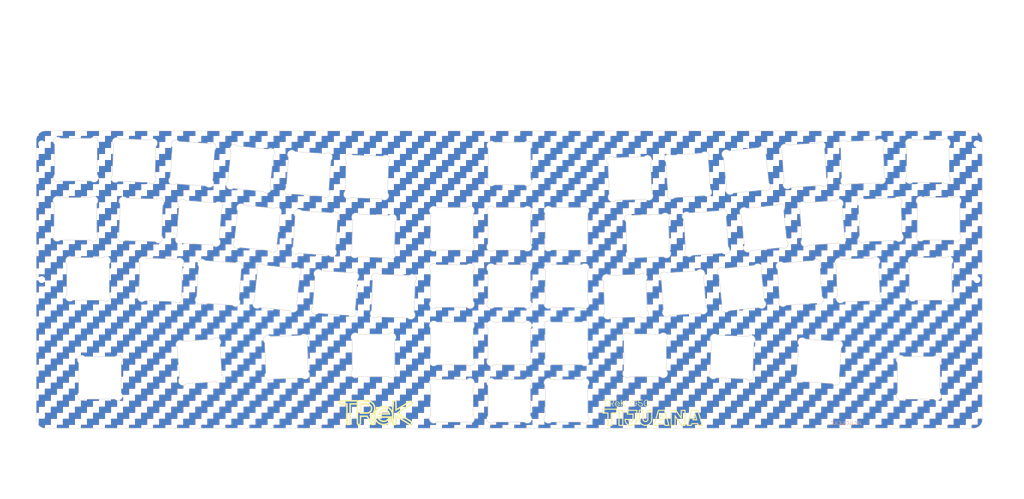
<source format=kicad_pcb>
(kicad_pcb (version 20221018) (generator pcbnew)
  (layers (0 "F.Cu" signal) (31 "B.Cu" signal) (34 "B.Paste" user) (35 "F.Paste" user) (36 "B.SilkS" user "B.Silkscreen") (37 "F.SilkS" user "F.Silkscreen") (38 "B.Mask" user) (39 "F.Mask" user) (44 "Edge.Cuts" user))
  (net 0 "")
  (footprint "kbd_Hole:m2_Screw_Hole_EdgeCuts" (layer "F.Cu") (at 16.075 21.55)
    (fp_text reference "J2" hide)
    (fp_text value "Conn_01x01" hide)
    (pad "" np_thru_hole circle (at 0 0) (size 2.2 2.2) (drill 2.2) (layers "F&B.Cu" "*.Mask"))
  )
  (footprint "kbd_Hole:m2_Screw_Hole_EdgeCuts" (layer "F.Cu") (at 16.075 66.65)
    (fp_text reference "J3" hide)
    (fp_text value "Conn_01x01" hide)
    (pad "" np_thru_hole circle (at 0 0) (size 2.2 2.2) (drill 2.2) (layers "F&B.Cu" "*.Mask"))
  )
  (footprint "kbd_Hole:m2_Screw_Hole_EdgeCuts" (layer "F.Cu") (at 16.075 111.75)
    (fp_text reference "J4" hide)
    (fp_text value "Conn_01x01" hide)
    (pad "" np_thru_hole circle (at 0 0) (size 2.2 2.2) (drill 2.2) (layers "F&B.Cu" "*.Mask"))
  )
  (footprint "kbd_Hole:m2_Screw_Hole_EdgeCuts" (layer "F.Cu") (at 326.825 21.55)
    (fp_text reference "J5" hide)
    (fp_text value "Conn_01x01" hide)
    (pad "" np_thru_hole circle (at 0 0) (size 2.2 2.2) (drill 2.2) (layers "F&B.Cu" "*.Mask"))
  )
  (footprint "kbd_Hole:m2_Screw_Hole_EdgeCuts" (layer "F.Cu") (at 326.825 66.65)
    (fp_text reference "J6" hide)
    (fp_text value "Conn_01x01" hide)
    (pad "" np_thru_hole circle (at 0 0) (size 2.2 2.2) (drill 2.2) (layers "F&B.Cu" "*.Mask"))
  )
  (footprint "kbd_Hole:m2_Screw_Hole_EdgeCuts" (layer "F.Cu") (at 326.825 111.75)
    (fp_text reference "J7" hide)
    (fp_text value "Conn_01x01" hide)
    (pad "" np_thru_hole circle (at 0 0) (size 2.2 2.2) (drill 2.2) (layers "F&B.Cu" "*.Mask"))
  )
  (footprint "kbd_Hole:m2_Screw_Hole_Fab" (layer "F.Cu") (at 11.075 13.05)
    (fp_text reference "J8" hide)
    (fp_text value "Conn_01x01" hide)
  )
  (footprint "kbd_Hole:m2_Screw_Hole_Fab" (layer "F.Cu") (at 11.075 66.65)
    (fp_text reference "J9" hide)
    (fp_text value "Conn_01x01" hide)
  )
  (footprint "kbd_Hole:m2_Screw_Hole_Fab" (layer "F.Cu") (at 11.075 120.25)
    (fp_text reference "J10" hide)
    (fp_text value "Conn_01x01" hide)
  )
  (footprint "kbd_Hole:m2_Screw_Hole_Fab" (layer "F.Cu") (at 108.575 13.05)
    (fp_text reference "J11" hide)
    (fp_text value "Conn_01x01" hide)
  )
  (footprint "kbd_Hole:m2_Screw_Hole_Fab" (layer "F.Cu") (at 234.325 13.05)
    (fp_text reference "J12" hide)
    (fp_text value "Conn_01x01" hide)
  )
  (footprint "kbd_Hole:m2_Screw_Hole_Fab" (layer "F.Cu") (at 108.575 120.25)
    (fp_text reference "J13" hide)
    (fp_text value "Conn_01x01" hide)
  )
  (footprint "kbd_Hole:m2_Screw_Hole_Fab" (layer "F.Cu") (at 234.325 120.25)
    (fp_text reference "J14" hide)
    (fp_text value "Conn_01x01" hide)
  )
  (footprint "kbd_Hole:m2_Screw_Hole_Fab" (layer "F.Cu") (at 331.825 13.05)
    (fp_text reference "J15" hide)
    (fp_text value "Conn_01x01" hide)
  )
  (footprint "kbd_Hole:m2_Screw_Hole_Fab" (layer "F.Cu") (at 331.825 66.65)
    (fp_text reference "J16" hide)
    (fp_text value "Conn_01x01" hide)
  )
  (footprint "kbd_Hole:m2_Screw_Hole_Fab" (layer "F.Cu") (at 331.825 120.25)
    (fp_text reference "J17" hide)
    (fp_text value "Conn_01x01" hide)
  )
  (footprint "kbd_SW_Hole:SW_Hole_1u" (layer "F.Cu") (at 35.4 99.3)
    (fp_text reference "SW4" hide)
    (fp_text value "SW_PUSH" hide)
    (fp_line (start -7.05 5) (end -7.05 -5) (stroke (width 0.15)) (layer "Edge.Cuts"))
    (fp_line (start -5 -7.05) (end 5 -7.05) (stroke (width 0.15)) (layer "Edge.Cuts"))
    (fp_line (start 5 7.05) (end -5 7.05) (stroke (width 0.15)) (layer "Edge.Cuts"))
    (fp_line (start 7.05 -5) (end 7.05 5) (stroke (width 0.15)) (layer "Edge.Cuts"))
    (fp_arc (start -7.05 -5) (mid -7.05 -7.049998) (end -5 -7.05) (stroke (width 0.15)) (layer "Edge.Cuts"))
    (fp_arc (start -5.000003 7.05) (mid -7.05 7.049999) (end -7.050002 5.000001) (stroke (width 0.15)) (layer "Edge.Cuts"))
    (fp_arc (start 5.000003 -7.050001) (mid 7.05 -7.05) (end 7.050002 -5.000002) (stroke (width 0.15)) (layer "Edge.Cuts"))
    (fp_arc (start 7.050001 5.000003) (mid 7.05 7.05) (end 5.000002 7.050002) (stroke (width 0.15)) (layer "Edge.Cuts"))
  )
  (footprint "kbd_SW_Hole:SW_Hole_1u" (layer "F.Cu") (at 171.405943 106.907157)
    (fp_text reference "SW28" hide)
    (fp_text value "SW_PUSH" hide)
    (fp_line (start -7.05 5) (end -7.05 -5) (stroke (width 0.15)) (layer "Edge.Cuts"))
    (fp_line (start -5 -7.05) (end 5 -7.05) (stroke (width 0.15)) (layer "Edge.Cuts"))
    (fp_line (start 5 7.05) (end -5 7.05) (stroke (width 0.15)) (layer "Edge.Cuts"))
    (fp_line (start 7.05 -5) (end 7.05 5) (stroke (width 0.15)) (layer "Edge.Cuts"))
    (fp_arc (start -7.05 -5) (mid -7.05 -7.049998) (end -5 -7.05) (stroke (width 0.15)) (layer "Edge.Cuts"))
    (fp_arc (start -5.000003 7.05) (mid -7.05 7.049999) (end -7.050002 5.000001) (stroke (width 0.15)) (layer "Edge.Cuts"))
    (fp_arc (start 5.000003 -7.050001) (mid 7.05 -7.05) (end 7.050002 -5.000002) (stroke (width 0.15)) (layer "Edge.Cuts"))
    (fp_arc (start 7.050001 5.000003) (mid 7.05 7.05) (end 5.000002 7.050002) (stroke (width 0.15)) (layer "Edge.Cuts"))
  )
  (footprint "kbd_SW_Hole:SW_Hole_1u" (layer "F.Cu") (at 66.146135 28.140378 -4)
    (fp_text reference "SW9" hide)
    (fp_text value "SW_PUSH" hide)
    (fp_line (start -7.05 5) (end -7.05 -5) (stroke (width 0.15)) (layer "Edge.Cuts"))
    (fp_line (start -5 -7.05) (end 5 -7.05) (stroke (width 0.15)) (layer "Edge.Cuts"))
    (fp_line (start 5 7.05) (end -5 7.05) (stroke (width 0.15)) (layer "Edge.Cuts"))
    (fp_line (start 7.05 -5) (end 7.05 5) (stroke (width 0.15)) (layer "Edge.Cuts"))
    (fp_arc (start -7.05 -5) (mid -7.05 -7.049998) (end -5 -7.05) (stroke (width 0.15)) (layer "Edge.Cuts"))
    (fp_arc (start -5.000003 7.05) (mid -7.05 7.049999) (end -7.050002 5.000001) (stroke (width 0.15)) (layer "Edge.Cuts"))
    (fp_arc (start 5.000003 -7.050001) (mid 7.05 -7.05) (end 7.050002 -5.000002) (stroke (width 0.15)) (layer "Edge.Cuts"))
    (fp_arc (start 7.050001 5.000003) (mid 7.05 7.05) (end 5.000002 7.050002) (stroke (width 0.15)) (layer "Edge.Cuts"))
  )
  (footprint "kbd_SW_Hole:SW_Hole_1u" (layer "F.Cu") (at 113.548829 71.128381 -4)
    (fp_text reference "SW19" hide)
    (fp_text value "SW_PUSH" hide)
    (fp_line (start -7.05 5) (end -7.05 -5) (stroke (width 0.15)) (layer "Edge.Cuts"))
    (fp_line (start -5 -7.05) (end 5 -7.05) (stroke (width 0.15)) (layer "Edge.Cuts"))
    (fp_line (start 5 7.05) (end -5 7.05) (stroke (width 0.15)) (layer "Edge.Cuts"))
    (fp_line (start 7.05 -5) (end 7.05 5) (stroke (width 0.15)) (layer "Edge.Cuts"))
    (fp_arc (start -7.05 -5) (mid -7.05 -7.049998) (end -5 -7.05) (stroke (width 0.15)) (layer "Edge.Cuts"))
    (fp_arc (start -5.000003 7.05) (mid -7.05 7.049999) (end -7.050002 5.000001) (stroke (width 0.15)) (layer "Edge.Cuts"))
    (fp_arc (start 5.000003 -7.050001) (mid 7.05 -7.05) (end 7.050002 -5.000002) (stroke (width 0.15)) (layer "Edge.Cuts"))
    (fp_arc (start 7.050001 5.000003) (mid 7.05 7.05) (end 5.000002 7.050002) (stroke (width 0.15)) (layer "Edge.Cuts"))
  )
  (footprint "kbd_SW_Hole:SW_Hole_1u" (layer "F.Cu") (at 294.718811 46.781292 2)
    (fp_text reference "SW53" hide)
    (fp_text value "SW_PUSH" hide)
    (fp_line (start -7.05 5) (end -7.05 -5) (stroke (width 0.15)) (layer "Edge.Cuts"))
    (fp_line (start -5 -7.05) (end 5 -7.05) (stroke (width 0.15)) (layer "Edge.Cuts"))
    (fp_line (start 5 7.05) (end -5 7.05) (stroke (width 0.15)) (layer "Edge.Cuts"))
    (fp_line (start 7.05 -5) (end 7.05 5) (stroke (width 0.15)) (layer "Edge.Cuts"))
    (fp_arc (start -7.05 -5) (mid -7.05 -7.049998) (end -5 -7.05) (stroke (width 0.15)) (layer "Edge.Cuts"))
    (fp_arc (start -5.000003 7.05) (mid -7.05 7.049999) (end -7.050002 5.000001) (stroke (width 0.15)) (layer "Edge.Cuts"))
    (fp_arc (start 5.000003 -7.050001) (mid 7.05 -7.05) (end 7.050002 -5.000002) (stroke (width 0.15)) (layer "Edge.Cuts"))
    (fp_arc (start 7.050001 5.000003) (mid 7.05 7.05) (end 5.000002 7.050002) (stroke (width 0.15)) (layer "Edge.Cuts"))
  )
  (footprint "kbd_SW_Hole:SW_Hole_1u" (layer "F.Cu") (at 27.419885 26.785378)
    (fp_text reference "SW1" hide)
    (fp_text value "KEY_SWITCH" hide)
    (fp_line (start -7.05 5) (end -7.05 -5) (stroke (width 0.15)) (layer "Edge.Cuts"))
    (fp_line (start -5 -7.05) (end 5 -7.05) (stroke (width 0.15)) (layer "Edge.Cuts"))
    (fp_line (start 5 7.05) (end -5 7.05) (stroke (width 0.15)) (layer "Edge.Cuts"))
    (fp_line (start 7.05 -5) (end 7.05 5) (stroke (width 0.15)) (layer "Edge.Cuts"))
    (fp_arc (start -7.05 -5) (mid -7.05 -7.049998) (end -5 -7.05) (stroke (width 0.15)) (layer "Edge.Cuts"))
    (fp_arc (start -5.000003 7.05) (mid -7.05 7.049999) (end -7.050002 5.000001) (stroke (width 0.15)) (layer "Edge.Cuts"))
    (fp_arc (start 5.000003 -7.050001) (mid 7.05 -7.05) (end 7.050002 -5.000002) (stroke (width 0.15)) (layer "Edge.Cuts"))
    (fp_arc (start 7.050001 5.000003) (mid 7.05 7.05) (end 5.000002 7.050002) (stroke (width 0.15)) (layer "Edge.Cuts"))
  )
  (footprint "kbd_SW_Hole:SW_Hole_1u" (layer "F.Cu") (at 236.777218 51.171292 4)
    (fp_text reference "SW43" hide)
    (fp_text value "SW_PUSH" hide)
    (fp_line (start -7.05 5) (end -7.05 -5) (stroke (width 0.15)) (layer "Edge.Cuts"))
    (fp_line (start -5 -7.05) (end 5 -7.05) (stroke (width 0.15)) (layer "Edge.Cuts"))
    (fp_line (start 5 7.05) (end -5 7.05) (stroke (width 0.15)) (layer "Edge.Cuts"))
    (fp_line (start 7.05 -5) (end 7.05 5) (stroke (width 0.15)) (layer "Edge.Cuts"))
    (fp_arc (start -7.05 -5) (mid -7.05 -7.049998) (end -5 -7.05) (stroke (width 0.15)) (layer "Edge.Cuts"))
    (fp_arc (start -5.000003 7.05) (mid -7.05 7.049999) (end -7.050002 5.000001) (stroke (width 0.15)) (layer "Edge.Cuts"))
    (fp_arc (start 5.000003 -7.050001) (mid 7.05 -7.05) (end 7.050002 -5.000002) (stroke (width 0.15)) (layer "Edge.Cuts"))
    (fp_arc (start 7.050001 5.000003) (mid 7.05 7.05) (end 5.000002 7.050002) (stroke (width 0.15)) (layer "Edge.Cuts"))
  )
  (footprint "kbd_SW_Hole:SW_Hole_1u" (layer "F.Cu") (at 106.969799 51.171292 -4)
    (fp_text reference "SW18" hide)
    (fp_text value "SW_PUSH" hide)
    (fp_line (start -7.05 5) (end -7.05 -5) (stroke (width 0.15)) (layer "Edge.Cuts"))
    (fp_line (start -5 -7.05) (end 5 -7.05) (stroke (width 0.15)) (layer "Edge.Cuts"))
    (fp_line (start 5 7.05) (end -5 7.05) (stroke (width 0.15)) (layer "Edge.Cuts"))
    (fp_line (start 7.05 -5) (end 7.05 5) (stroke (width 0.15)) (layer "Edge.Cuts"))
    (fp_arc (start -7.05 -5) (mid -7.05 -7.049998) (end -5 -7.05) (stroke (width 0.15)) (layer "Edge.Cuts"))
    (fp_arc (start -5.000003 7.05) (mid -7.05 7.049999) (end -7.050002 5.000001) (stroke (width 0.15)) (layer "Edge.Cuts"))
    (fp_arc (start 5.000003 -7.050001) (mid 7.05 -7.05) (end 7.050002 -5.000002) (stroke (width 0.15)) (layer "Edge.Cuts"))
    (fp_arc (start 7.050001 5.000003) (mid 7.05 7.05) (end 5.000002 7.050002) (stroke (width 0.15)) (layer "Edge.Cuts"))
  )
  (footprint "kbd_SW_Hole:SW_Hole_1.25u" (layer "F.Cu") (at 274.327086 93.827924 -4)
    (fp_text reference "SW45" hide)
    (fp_text value "SW_PUSH" hide)
    (fp_line (start -7.05 5) (end -7.05 -5) (stroke (width 0.15)) (layer "Edge.Cuts"))
    (fp_line (start -5 -7.05) (end 5 -7.05) (stroke (width 0.15)) (layer "Edge.Cuts"))
    (fp_line (start 5 7.05) (end -5 7.05) (stroke (width 0.15)) (layer "Edge.Cuts"))
    (fp_line (start 7.05 -5) (end 7.05 5) (stroke (width 0.15)) (layer "Edge.Cuts"))
    (fp_arc (start -7.05 -5.000002) (mid -7.049999 -7.050001) (end -5 -7.050002) (stroke (width 0.15)) (layer "Edge.Cuts"))
    (fp_arc (start -5.000001 7.050001) (mid -7.05 7.05) (end -7.050001 5.000001) (stroke (width 0.15)) (layer "Edge.Cuts"))
    (fp_arc (start 5.000001 -7.050001) (mid 7.05 -7.05) (end 7.050001 -5.000001) (stroke (width 0.15)) (layer "Edge.Cuts"))
    (fp_arc (start 7.050001 5.000001) (mid 7.05 7.05) (end 5.000001 7.050001) (stroke (width 0.15)) (layer "Edge.Cuts"))
  )
  (footprint "kbd_SW_Hole:SW_Hole_1.25u" (layer "F.Cu") (at 68.539586 93.857924 4)
    (fp_text reference "SW8" hide)
    (fp_text value "SW_PUSH" hide)
    (fp_line (start -7.05 5) (end -7.05 -5) (stroke (width 0.15)) (layer "Edge.Cuts"))
    (fp_line (start -5 -7.05) (end 5 -7.05) (stroke (width 0.15)) (layer "Edge.Cuts"))
    (fp_line (start 5 7.05) (end -5 7.05) (stroke (width 0.15)) (layer "Edge.Cuts"))
    (fp_line (start 7.05 -5) (end 7.05 5) (stroke (width 0.15)) (layer "Edge.Cuts"))
    (fp_arc (start -7.05 -5.000002) (mid -7.049999 -7.050001) (end -5 -7.050002) (stroke (width 0.15)) (layer "Edge.Cuts"))
    (fp_arc (start -5.000001 7.050001) (mid -7.05 7.05) (end -7.050001 5.000001) (stroke (width 0.15)) (layer "Edge.Cuts"))
    (fp_arc (start 5.000001 -7.050001) (mid 7.05 -7.05) (end 7.050001 -5.000001) (stroke (width 0.15)) (layer "Edge.Cuts"))
    (fp_arc (start 7.050001 5.000001) (mid 7.05 7.05) (end 5.000001 7.050001) (stroke (width 0.15)) (layer "Edge.Cuts"))
  )
  (footprint "kbd_SW_Hole:SW_Hole_1u" (layer "F.Cu") (at 314.092285 46.44)
    (fp_text reference "SW55" hide)
    (fp_text value "SW_PUSH" hide)
    (fp_line (start -7.05 5) (end -7.05 -5) (stroke (width 0.15)) (layer "Edge.Cuts"))
    (fp_line (start -5 -7.05) (end 5 -7.05) (stroke (width 0.15)) (layer "Edge.Cuts"))
    (fp_line (start 5 7.05) (end -5 7.05) (stroke (width 0.15)) (layer "Edge.Cuts"))
    (fp_line (start 7.05 -5) (end 7.05 5) (stroke (width 0.15)) (layer "Edge.Cuts"))
    (fp_arc (start -7.05 -5) (mid -7.05 -7.049998) (end -5 -7.05) (stroke (width 0.15)) (layer "Edge.Cuts"))
    (fp_arc (start -5.000003 7.05) (mid -7.05 7.049999) (end -7.050002 5.000001) (stroke (width 0.15)) (layer "Edge.Cuts"))
    (fp_arc (start 5.000003 -7.050001) (mid 7.05 -7.05) (end 7.050002 -5.000002) (stroke (width 0.15)) (layer "Edge.Cuts"))
    (fp_arc (start 7.050001 5.000003) (mid 7.05 7.05) (end 5.000002 7.050002) (stroke (width 0.15)) (layer "Edge.Cuts"))
  )
  (footprint "kbd_SW_Hole:SW_Hole_1u" (layer "F.Cu") (at 171.405943 49.757157)
    (fp_text reference "SW30" hide)
    (fp_text value "SW_PUSH" hide)
    (fp_line (start -7.05 5) (end -7.05 -5) (stroke (width 0.15)) (layer "Edge.Cuts"))
    (fp_line (start -5 -7.05) (end 5 -7.05) (stroke (width 0.15)) (layer "Edge.Cuts"))
    (fp_line (start 5 7.05) (end -5 7.05) (stroke (width 0.15)) (layer "Edge.Cuts"))
    (fp_line (start 7.05 -5) (end 7.05 5) (stroke (width 0.15)) (layer "Edge.Cuts"))
    (fp_arc (start -7.05 -5) (mid -7.05 -7.049998) (end -5 -7.05) (stroke (width 0.15)) (layer "Edge.Cuts"))
    (fp_arc (start -5.000003 7.05) (mid -7.05 7.049999) (end -7.050002 5.000001) (stroke (width 0.15)) (layer "Edge.Cuts"))
    (fp_arc (start 5.000003 -7.050001) (mid 7.05 -7.05) (end 7.050002 -5.000002) (stroke (width 0.15)) (layer "Edge.Cuts"))
    (fp_arc (start 7.050001 5.000003) (mid 7.05 7.05) (end 5.000002 7.050002) (stroke (width 0.15)) (layer "Edge.Cuts"))
  )
  (footprint "kbd_SW_Hole:SW_Hole_1u" (layer "F.Cu") (at 55.598829 66.748381 -2)
    (fp_text reference "SW7" hide)
    (fp_text value "SW_PUSH" hide)
    (fp_line (start -7.05 5) (end -7.05 -5) (stroke (width 0.15)) (layer "Edge.Cuts"))
    (fp_line (start -5 -7.05) (end 5 -7.05) (stroke (width 0.15)) (layer "Edge.Cuts"))
    (fp_line (start 5 7.05) (end -5 7.05) (stroke (width 0.15)) (layer "Edge.Cuts"))
    (fp_line (start 7.05 -5) (end 7.05 5) (stroke (width 0.15)) (layer "Edge.Cuts"))
    (fp_arc (start -7.05 -5) (mid -7.05 -7.049998) (end -5 -7.05) (stroke (width 0.15)) (layer "Edge.Cuts"))
    (fp_arc (start -5.000003 7.05) (mid -7.05 7.049999) (end -7.050002 5.000001) (stroke (width 0.15)) (layer "Edge.Cuts"))
    (fp_arc (start 5.000003 -7.050001) (mid 7.05 -7.05) (end 7.050002 -5.000002) (stroke (width 0.15)) (layer "Edge.Cuts"))
    (fp_arc (start 7.050001 5.000003) (mid 7.05 7.05) (end 5.000002 7.050002) (stroke (width 0.15)) (layer "Edge.Cuts"))
  )
  (footprint "kbd_SW_Hole:SW_Hole_1u" (layer "F.Cu") (at 49.019799 46.781292 -2)
    (fp_text reference "SW6" hide)
    (fp_text value "SW_PUSH" hide)
    (fp_line (start -7.05 5) (end -7.05 -5) (stroke (width 0.15)) (layer "Edge.Cuts"))
    (fp_line (start -5 -7.05) (end 5 -7.05) (stroke (width 0.15)) (layer "Edge.Cuts"))
    (fp_line (start 5 7.05) (end -5 7.05) (stroke (width 0.15)) (layer "Edge.Cuts"))
    (fp_line (start 7.05 -5) (end 7.05 5) (stroke (width 0.15)) (layer "Edge.Cuts"))
    (fp_arc (start -7.05 -5) (mid -7.05 -7.049998) (end -5 -7.05) (stroke (width 0.15)) (layer "Edge.Cuts"))
    (fp_arc (start -5.000003 7.05) (mid -7.05 7.049999) (end -7.050002 5.000001) (stroke (width 0.15)) (layer "Edge.Cuts"))
    (fp_arc (start 5.000003 -7.050001) (mid 7.05 -7.05) (end 7.050002 -5.000002) (stroke (width 0.15)) (layer "Edge.Cuts"))
    (fp_arc (start 7.050001 5.000003) (mid 7.05 7.05) (end 5.000002 7.050002) (stroke (width 0.15)) (layer "Edge.Cuts"))
  )
  (footprint "kbd_SW_Hole:SW_Hole_1.25u" (layer "F.Cu") (at 126.299586 91.83533)
    (fp_text reference "SW16" hide)
    (fp_text value "SW_PUSH" hide)
    (fp_line (start -7.05 5) (end -7.05 -5) (stroke (width 0.15)) (layer "Edge.Cuts"))
    (fp_line (start -5 -7.05) (end 5 -7.05) (stroke (width 0.15)) (layer "Edge.Cuts"))
    (fp_line (start 5 7.05) (end -5 7.05) (stroke (width 0.15)) (layer "Edge.Cuts"))
    (fp_line (start 7.05 -5) (end 7.05 5) (stroke (width 0.15)) (layer "Edge.Cuts"))
    (fp_arc (start -7.05 -5.000002) (mid -7.049999 -7.050001) (end -5 -7.050002) (stroke (width 0.15)) (layer "Edge.Cuts"))
    (fp_arc (start -5.000001 7.050001) (mid -7.05 7.05) (end -7.050001 5.000001) (stroke (width 0.15)) (layer "Edge.Cuts"))
    (fp_arc (start 5.000001 -7.050001) (mid 7.05 -7.05) (end 7.050001 -5.000001) (stroke (width 0.15)) (layer "Edge.Cuts"))
    (fp_arc (start 7.050001 5.000001) (mid 7.05 7.05) (end 5.000001 7.050001) (stroke (width 0.15)) (layer "Edge.Cuts"))
  )
  (footprint "kbd_SW_Hole:SW_Hole_1u" (layer "F.Cu") (at 85.446135 29.830378 -6)
    (fp_text reference "SW13" hide)
    (fp_text value "SW_PUSH" hide)
    (fp_line (start -7.05 5) (end -7.05 -5) (stroke (width 0.15)) (layer "Edge.Cuts"))
    (fp_line (start -5 -7.05) (end 5 -7.05) (stroke (width 0.15)) (layer "Edge.Cuts"))
    (fp_line (start 5 7.05) (end -5 7.05) (stroke (width 0.15)) (layer "Edge.Cuts"))
    (fp_line (start 7.05 -5) (end 7.05 5) (stroke (width 0.15)) (layer "Edge.Cuts"))
    (fp_arc (start -7.05 -5) (mid -7.05 -7.049998) (end -5 -7.05) (stroke (width 0.15)) (layer "Edge.Cuts"))
    (fp_arc (start -5.000003 7.05) (mid -7.05 7.049999) (end -7.050002 5.000001) (stroke (width 0.15)) (layer "Edge.Cuts"))
    (fp_arc (start 5.000003 -7.050001) (mid 7.05 -7.05) (end 7.050002 -5.000002) (stroke (width 0.15)) (layer "Edge.Cuts"))
    (fp_arc (start 7.050001 5.000003) (mid 7.05 7.05) (end 5.000002 7.050002) (stroke (width 0.15)) (layer "Edge.Cuts"))
  )
  (footprint "kbd_SW_Hole:SW_Hole_1u" (layer "F.Cu") (at 211.50398 33.040378 2)
    (fp_text reference "SW38" hide)
    (fp_text value "SW_PUSH" hide)
    (fp_line (start -7.05 5) (end -7.05 -5) (stroke (width 0.15)) (layer "Edge.Cuts"))
    (fp_line (start -5 -7.05) (end 5 -7.05) (stroke (width 0.15)) (layer "Edge.Cuts"))
    (fp_line (start 5 7.05) (end -5 7.05) (stroke (width 0.15)) (layer "Edge.Cuts"))
    (fp_line (start 7.05 -5) (end 7.05 5) (stroke (width 0.15)) (layer "Edge.Cuts"))
    (fp_arc (start -7.05 -5) (mid -7.05 -7.049998) (end -5 -7.05) (stroke (width 0.15)) (layer "Edge.Cuts"))
    (fp_arc (start -5.000003 7.05) (mid -7.05 7.049999) (end -7.050002 5.000001) (stroke (width 0.15)) (layer "Edge.Cuts"))
    (fp_arc (start 5.000003 -7.050001) (mid 7.05 -7.05) (end 7.050002 -5.000002) (stroke (width 0.15)) (layer "Edge.Cuts"))
    (fp_arc (start 7.050001 5.000003) (mid 7.05 7.05) (end 5.000002 7.050002) (stroke (width 0.15)) (layer "Edge.Cuts"))
  )
  (footprint "kbd_SW_Hole:SW_Hole_1u" (layer "F.Cu") (at 126.319765 52.181292 -2)
    (fp_text reference "SW22" hide)
    (fp_text value "SW_PUSH" hide)
    (fp_line (start -7.05 5) (end -7.05 -5) (stroke (width 0.15)) (layer "Edge.Cuts"))
    (fp_line (start -5 -7.05) (end 5 -7.05) (stroke (width 0.15)) (layer "Edge.Cuts"))
    (fp_line (start 5 7.05) (end -5 7.05) (stroke (width 0.15)) (layer "Edge.Cuts"))
    (fp_line (start 7.05 -5) (end 7.05 5) (stroke (width 0.15)) (layer "Edge.Cuts"))
    (fp_arc (start -7.05 -5) (mid -7.05 -7.049998) (end -5 -7.05) (stroke (width 0.15)) (layer "Edge.Cuts"))
    (fp_arc (start -5.000003 7.05) (mid -7.05 7.049999) (end -7.050002 5.000001) (stroke (width 0.15)) (layer "Edge.Cuts"))
    (fp_arc (start 5.000003 -7.050001) (mid 7.05 -7.05) (end 7.050002 -5.000002) (stroke (width 0.15)) (layer "Edge.Cuts"))
    (fp_arc (start 7.050001 5.000003) (mid 7.05 7.05) (end 5.000002 7.050002) (stroke (width 0.15)) (layer "Edge.Cuts"))
  )
  (footprint "kbd_SW_Hole:SW_Hole_1u" (layer "F.Cu") (at 171.405943 87.857157)
    (fp_text reference "SW27" hide)
    (fp_text value "SW_PUSH" hide)
    (fp_line (start -7.05 5) (end -7.05 -5) (stroke (width 0.15)) (layer "Edge.Cuts"))
    (fp_line (start -5 -7.05) (end 5 -7.05) (stroke (width 0.15)) (layer "Edge.Cuts"))
    (fp_line (start 5 7.05) (end -5 7.05) (stroke (width 0.15)) (layer "Edge.Cuts"))
    (fp_line (start 7.05 -5) (end 7.05 5) (stroke (width 0.15)) (layer "Edge.Cuts"))
    (fp_arc (start -7.05 -5) (mid -7.05 -7.049998) (end -5 -7.05) (stroke (width 0.15)) (layer "Edge.Cuts"))
    (fp_arc (start -5.000003 7.05) (mid -7.05 7.049999) (end -7.050002 5.000001) (stroke (width 0.15)) (layer "Edge.Cuts"))
    (fp_arc (start 5.000003 -7.050001) (mid 7.05 -7.05) (end 7.050002 -5.000002) (stroke (width 0.15)) (layer "Edge.Cuts"))
    (fp_arc (start 7.050001 5.000003) (mid 7.05 7.05) (end 5.000002 7.050002) (stroke (width 0.15)) (layer "Edge.Cuts"))
  )
  (footprint "kbd_SW_Hole:SW_Hole_1u" (layer "F.Cu") (at 229.338787 71.128381 4)
    (fp_text reference "SW40" hide)
    (fp_text value "SW_PUSH" hide)
    (fp_line (start -7.05 5) (end -7.05 -5) (stroke (width 0.15)) (layer "Edge.Cuts"))
    (fp_line (start -5 -7.05) (end 5 -7.05) (stroke (width 0.15)) (layer "Edge.Cuts"))
    (fp_line (start 5 7.05) (end -5 7.05) (stroke (width 0.15)) (layer "Edge.Cuts"))
    (fp_line (start 7.05 -5) (end 7.05 5) (stroke (width 0.15)) (layer "Edge.Cuts"))
    (fp_arc (start -7.05 -5) (mid -7.05 -7.049998) (end -5 -7.05) (stroke (width 0.15)) (layer "Edge.Cuts"))
    (fp_arc (start -5.000003 7.05) (mid -7.05 7.049999) (end -7.050002 5.000001) (stroke (width 0.15)) (layer "Edge.Cuts"))
    (fp_arc (start 5.000003 -7.050001) (mid 7.05 -7.05) (end 7.050002 -5.000002) (stroke (width 0.15)) (layer "Edge.Cuts"))
    (fp_arc (start 7.050001 5.000003) (mid 7.05 7.05) (end 5.000002 7.050002) (stroke (width 0.15)) (layer "Edge.Cuts"))
  )
  (footprint "kbd_SW_Hole:SW_Hole_1u" (layer "F.Cu") (at 209.988787 72.141319 2)
    (fp_text reference "SW36" hide)
    (fp_text value "SW_PUSH" hide)
    (fp_line (start -7.05 5) (end -7.05 -5) (stroke (width 0.15)) (layer "Edge.Cuts"))
    (fp_line (start -5 -7.05) (end 5 -7.05) (stroke (width 0.15)) (layer "Edge.Cuts"))
    (fp_line (start 5 7.05) (end -5 7.05) (stroke (width 0.15)) (layer "Edge.Cuts"))
    (fp_line (start 7.05 -5) (end 7.05 5) (stroke (width 0.15)) (layer "Edge.Cuts"))
    (fp_arc (start -7.05 -5) (mid -7.05 -7.049998) (end -5 -7.05) (stroke (width 0.15)) (layer "Edge.Cuts"))
    (fp_arc (start -5.000003 7.05) (mid -7.05 7.049999) (end -7.050002 5.000001) (stroke (width 0.15)) (layer "Edge.Cuts"))
    (fp_arc (start 5.000003 -7.050001) (mid 7.05 -7.05) (end 7.050002 -5.000002) (stroke (width 0.15)) (layer "Edge.Cuts"))
    (fp_arc (start 7.050001 5.000003) (mid 7.05 7.05) (end 5.000002 7.050002) (stroke (width 0.15)) (layer "Edge.Cuts"))
  )
  (footprint "kbd_SW_Hole:SW_Hole_1u" (layer "F.Cu") (at 132.898829 72.141319 -2)
    (fp_text reference "SW23" hide)
    (fp_text value "SW_PUSH" hide)
    (fp_line (start -7.05 5) (end -7.05 -5) (stroke (width 0.15)) (layer "Edge.Cuts"))
    (fp_line (start -5 -7.05) (end 5 -7.05) (stroke (width 0.15)) (layer "Edge.Cuts"))
    (fp_line (start 5 7.05) (end -5 7.05) (stroke (width 0.15)) (layer "Edge.Cuts"))
    (fp_line (start 7.05 -5) (end 7.05 5) (stroke (width 0.15)) (layer "Edge.Cuts"))
    (fp_arc (start -7.05 -5) (mid -7.05 -7.049998) (end -5 -7.05) (stroke (width 0.15)) (layer "Edge.Cuts"))
    (fp_arc (start -5.000003 7.05) (mid -7.05 7.049999) (end -7.050002 5.000001) (stroke (width 0.15)) (layer "Edge.Cuts"))
    (fp_arc (start 5.000003 -7.050001) (mid 7.05 -7.05) (end 7.050002 -5.000002) (stroke (width 0.15)) (layer "Edge.Cuts"))
    (fp_arc (start 7.050001 5.000003) (mid 7.05 7.05) (end 5.000002 7.050002) (stroke (width 0.15)) (layer "Edge.Cuts"))
  )
  (footprint "kbd_SW_Hole:SW_Hole_1u" (layer "F.Cu") (at 190.455943 49.757157)
    (fp_text reference "SW34" hide)
    (fp_text value "SW_PUSH" hide)
    (fp_line (start -7.05 5) (end -7.05 -5) (stroke (width 0.15)) (layer "Edge.Cuts"))
    (fp_line (start -5 -7.05) (end 5 -7.05) (stroke (width 0.15)) (layer "Edge.Cuts"))
    (fp_line (start 5 7.05) (end -5 7.05) (stroke (width 0.15)) (layer "Edge.Cuts"))
    (fp_line (start 7.05 -5) (end 7.05 5) (stroke (width 0.15)) (layer "Edge.Cuts"))
    (fp_arc (start -7.05 -5) (mid -7.05 -7.049998) (end -5 -7.05) (stroke (width 0.15)) (layer "Edge.Cuts"))
    (fp_arc (start -5.000003 7.05) (mid -7.05 7.049999) (end -7.050002 5.000001) (stroke (width 0.15)) (layer "Edge.Cuts"))
    (fp_arc (start 5.000003 -7.050001) (mid 7.05 -7.05) (end 7.050002 -5.000002) (stroke (width 0.15)) (layer "Edge.Cuts"))
    (fp_arc (start 7.050001 5.000003) (mid 7.05 7.05) (end 5.000002 7.050002) (stroke (width 0.15)) (layer "Edge.Cuts"))
  )
  (footprint "kbd_SW_Hole:SW_Hole_1u" (layer "F.Cu") (at 256.074559 49.481292 6)
    (fp_text reference "SW47" hide)
    (fp_text value "SW_PUSH" hide)
    (fp_line (start -7.05 5) (end -7.05 -5) (stroke (width 0.15)) (layer "Edge.Cuts"))
    (fp_line (start -5 -7.05) (end 5 -7.05) (stroke (width 0.15)) (layer "Edge.Cuts"))
    (fp_line (start 5 7.05) (end -5 7.05) (stroke (width 0.15)) (layer "Edge.Cuts"))
    (fp_line (start 7.05 -5) (end 7.05 5) (stroke (width 0.15)) (layer "Edge.Cuts"))
    (fp_arc (start -7.05 -5) (mid -7.05 -7.049998) (end -5 -7.05) (stroke (width 0.15)) (layer "Edge.Cuts"))
    (fp_arc (start -5.000003 7.05) (mid -7.05 7.049999) (end -7.050002 5.000001) (stroke (width 0.15)) (layer "Edge.Cuts"))
    (fp_arc (start 5.000003 -7.050001) (mid 7.05 -7.05) (end 7.050002 -5.000002) (stroke (width 0.15)) (layer "Edge.Cuts"))
    (fp_arc (start 7.050001 5.000003) (mid 7.05 7.05) (end 5.000002 7.050002) (stroke (width 0.15)) (layer "Edge.Cuts"))
  )
  (footprint "kbd_SW_Hole:SW_Hole_1u" (layer "F.Cu") (at 275.37538 47.801292 4)
    (fp_text reference "SW50" hide)
    (fp_text value "SW_PUSH" hide)
    (fp_line (start -7.05 5) (end -7.05 -5) (stroke (width 0.15)) (layer "Edge.Cuts"))
    (fp_line (start -5 -7.05) (end 5 -7.05) (stroke (width 0.15)) (layer "Edge.Cuts"))
    (fp_line (start 5 7.05) (end -5 7.05) (stroke (width 0.15)) (layer "Edge.Cuts"))
    (fp_line (start 7.05 -5) (end 7.05 5) (stroke (width 0.15)) (layer "Edge.Cuts"))
    (fp_arc (start -7.05 -5) (mid -7.05 -7.049998) (end -5 -7.05) (stroke (width 0.15)) (layer "Edge.Cuts"))
    (fp_arc (start -5.000003 7.05) (mid -7.05 7.049999) (end -7.050002 5.000001) (stroke (width 0.15)) (layer "Edge.Cuts"))
    (fp_arc (start 5.000003 -7.050001) (mid 7.05 -7.05) (end 7.050002 -5.000002) (stroke (width 0.15)) (layer "Edge.Cuts"))
    (fp_arc (start 7.050001 5.000003) (mid 7.05 7.05) (end 5.000002 7.050002) (stroke (width 0.15)) (layer "Edge.Cuts"))
  )
  (footprint "kbd_SW_Hole:SW_Hole_1u" (layer "F.Cu") (at 152.355943 49.757157)
    (fp_text reference "SW25" hide)
    (fp_text value "SW_PUSH" hide)
    (fp_line (start -7.05 5) (end -7.05 -5) (stroke (width 0.15)) (layer "Edge.Cuts"))
    (fp_line (start -5 -7.05) (end 5 -7.05) (stroke (width 0.15)) (layer "Edge.Cuts"))
    (fp_line (start 5 7.05) (end -5 7.05) (stroke (width 0.15)) (layer "Edge.Cuts"))
    (fp_line (start 7.05 -5) (end 7.05 5) (stroke (width 0.15)) (layer "Edge.Cuts"))
    (fp_arc (start -7.05 -5) (mid -7.05 -7.049998) (end -5 -7.05) (stroke (width 0.15)) (layer "Edge.Cuts"))
    (fp_arc (start -5.000003 7.05) (mid -7.05 7.049999) (end -7.050002 5.000001) (stroke (width 0.15)) (layer "Edge.Cuts"))
    (fp_arc (start 5.000003 -7.050001) (mid 7.05 -7.05) (end 7.050002 -5.000002) (stroke (width 0.15)) (layer "Edge.Cuts"))
    (fp_arc (start 7.050001 5.000003) (mid 7.05 7.05) (end 5.000002 7.050002) (stroke (width 0.15)) (layer "Edge.Cuts"))
  )
  (footprint "kbd_SW_Hole:SW_Hole_1u" (layer "F.Cu") (at 287.303787 66.748381 2)
    (fp_text reference "SW51" hide)
    (fp_text value "SW_PUSH" hide)
    (fp_line (start -7.05 5) (end -7.05 -5) (stroke (width 0.15)) (layer "Edge.Cuts"))
    (fp_line (start -5 -7.05) (end 5 -7.05) (stroke (width 0.15)) (layer "Edge.Cuts"))
    (fp_line (start 5 7.05) (end -5 7.05) (stroke (width 0.15)) (layer "Edge.Cuts"))
    (fp_line (start 7.05 -5) (end 7.05 5) (stroke (width 0.15)) (layer "Edge.Cuts"))
    (fp_arc (start -7.05 -5) (mid -7.05 -7.049998) (end -5 -7.05) (stroke (width 0.15)) (layer "Edge.Cuts"))
    (fp_arc (start -5.000003 7.05) (mid -7.05 7.049999) (end -7.050002 5.000001) (stroke (width 0.15)) (layer "Edge.Cuts"))
    (fp_arc (start 5.000003 -7.050001) (mid 7.05 -7.05) (end 7.050002 -5.000002) (stroke (width 0.15)) (layer "Edge.Cuts"))
    (fp_arc (start 7.050001 5.000003) (mid 7.05 7.05) (end 5.000002 7.050002) (stroke (width 0.15)) (layer "Edge.Cuts"))
  )
  (footprint "kbd_SW_Hole:SW_Hole_1u" (layer "F.Cu") (at 74.948829 67.758381 -4)
    (fp_text reference "SW11" hide)
    (fp_text value "SW_PUSH" hide)
    (fp_line (start -7.05 5) (end -7.05 -5) (stroke (width 0.15)) (layer "Edge.Cuts"))
    (fp_line (start -5 -7.05) (end 5 -7.05) (stroke (width 0.15)) (layer "Edge.Cuts"))
    (fp_line (start 5 7.05) (end -5 7.05) (stroke (width 0.15)) (layer "Edge.Cuts"))
    (fp_line (start 7.05 -5) (end 7.05 5) (stroke (width 0.15)) (layer "Edge.Cuts"))
    (fp_arc (start -7.05 -5) (mid -7.05 -7.049998) (end -5 -7.05) (stroke (width 0.15)) (layer "Edge.Cuts"))
    (fp_arc (start -5.000003 7.05) (mid -7.05 7.049999) (end -7.050002 5.000001) (stroke (width 0.15)) (layer "Edge.Cuts"))
    (fp_arc (start 5.000003 -7.050001) (mid 7.05 -7.05) (end 7.050002 -5.000002) (stroke (width 0.15)) (layer "Edge.Cuts"))
    (fp_arc (start 7.050001 5.000003) (mid 7.05 7.05) (end 5.000002 7.050002) (stroke (width 0.15)) (layer "Edge.Cuts"))
  )
  (footprint "kbd_SW_Hole:SW_Hole_1u" (layer "F.Cu") (at 190.455943 68.807157)
    (fp_text reference "SW35" hide)
    (fp_text value "SW_PUSH" hide)
    (fp_line (start -7.05 5) (end -7.05 -5) (stroke (width 0.15)) (layer "Edge.Cuts"))
    (fp_line (start -5 -7.05) (end 5 -7.05) (stroke (width 0.15)) (layer "Edge.Cuts"))
    (fp_line (start 5 7.05) (end -5 7.05) (stroke (width 0.15)) (layer "Edge.Cuts"))
    (fp_line (start 7.05 -5) (end 7.05 5) (stroke (width 0.15)) (layer "Edge.Cuts"))
    (fp_arc (start -7.05 -5) (mid -7.05 -7.049998) (end -5 -7.05) (stroke (width 0.15)) (layer "Edge.Cuts"))
    (fp_arc (start -5.000003 7.05) (mid -7.05 7.049999) (end -7.050002 5.000001) (stroke (width 0.15)) (layer "Edge.Cuts"))
    (fp_arc (start 5.000003 -7.050001) (mid 7.05 -7.05) (end 7.050002 -5.000002) (stroke (width 0.15)) (layer "Edge.Cuts"))
    (fp_arc (start 7.050001 5.000003) (mid 7.05 7.05) (end 5.000002 7.050002) (stroke (width 0.15)) (layer "Edge.Cuts"))
  )
  (footprint "kbd_SW_Hole:SW_Hole_1u" (layer "F.Cu") (at 250.138005 30.340378 6)
    (fp_text reference "SW46" hide)
    (fp_text value "SW_PUSH" hide)
    (fp_line (start -7.05 5) (end -7.05 -5) (stroke (width 0.15)) (layer "Edge.Cuts"))
    (fp_line (start -5 -7.05) (end 5 -7.05) (stroke (width 0.15)) (layer "Edge.Cuts"))
    (fp_line (start 5 7.05) (end -5 7.05) (stroke (width 0.15)) (layer "Edge.Cuts"))
    (fp_line (start 7.05 -5) (end 7.05 5) (stroke (width 0.15)) (layer "Edge.Cuts"))
    (fp_arc (start -7.05 -5) (mid -7.05 -7.049998) (end -5 -7.05) (stroke (width 0.15)) (layer "Edge.Cuts"))
    (fp_arc (start -5.000003 7.05) (mid -7.05 7.049999) (end -7.050002 5.000001) (stroke (width 0.15)) (layer "Edge.Cuts"))
    (fp_arc (start 5.000003 -7.050001) (mid 7.05 -7.05) (end 7.050002 -5.000002) (stroke (width 0.15)) (layer "Edge.Cuts"))
    (fp_arc (start 7.050001 5.000003) (mid 7.05 7.05) (end 5.000002 7.050002) (stroke (width 0.15)) (layer "Edge.Cuts"))
  )
  (footprint "kbd_SW_Hole:SW_Hole_1.5u" (layer "F.Cu") (at 311.437943 66.408381)
    (fp_text reference "SW56" hide)
    (fp_text value "SW_PUSH" hide)
    (fp_line (start -7.05 5) (end -7.05 -5) (stroke (width 0.15)) (layer "Edge.Cuts"))
    (fp_line (start -5 -7.05) (end 5 -7.05) (stroke (width 0.15)) (layer "Edge.Cuts"))
    (fp_line (start 5 7.05) (end -5 7.05) (stroke (width 0.15)) (layer "Edge.Cuts"))
    (fp_line (start 7.05 -5) (end 7.05 5) (stroke (width 0.15)) (layer "Edge.Cuts"))
    (fp_arc (start -7.05 -5.000002) (mid -7.049999 -7.050001) (end -5 -7.050002) (stroke (width 0.15)) (layer "Edge.Cuts"))
    (fp_arc (start -5.000001 7.050001) (mid -7.05 7.05) (end -7.050001 5.000001) (stroke (width 0.15)) (layer "Edge.Cuts"))
    (fp_arc (start 5.000001 -7.050001) (mid 7.05 -7.05) (end 7.050001 -5.000001) (stroke (width 0.15)) (layer "Edge.Cuts"))
    (fp_arc (start 7.050001 5.000001) (mid 7.05 7.05) (end 5.000001 7.050001) (stroke (width 0.15)) (layer "Edge.Cuts"))
  )
  (footprint "kbd_SW_Hole:SW_Hole_1u" (layer "F.Cu") (at 124.106135 32.530378 -2)
    (fp_text reference "SW21" hide)
    (fp_text value "SW_PUSH" hide)
    (fp_line (start -7.05 5) (end -7.05 -5) (stroke (width 0.15)) (layer "Edge.Cuts"))
    (fp_line (start -5 -7.05) (end 5 -7.05) (stroke (width 0.15)) (layer "Edge.Cuts"))
    (fp_line (start 5 7.05) (end -5 7.05) (stroke (width 0.15)) (layer "Edge.Cuts"))
    (fp_line (start 7.05 -5) (end 7.05 5) (stroke (width 0.15)) (layer "Edge.Cuts"))
    (fp_arc (start -7.05 -5) (mid -7.05 -7.049998) (end -5 -7.05) (stroke (width 0.15)) (layer "Edge.Cuts"))
    (fp_arc (start -5.000003 7.05) (mid -7.05 7.049999) (end -7.050002 5.000001) (stroke (width 0.15)) (layer "Edge.Cuts"))
    (fp_arc (start 5.000003 -7.050001) (mid 7.05 -7.05) (end 7.050002 -5.000002) (stroke (width 0.15)) (layer "Edge.Cuts"))
    (fp_arc (start 7.050001 5.000003) (mid 7.05 7.05) (end 5.000002 7.050002) (stroke (width 0.15)) (layer "Edge.Cuts"))
  )
  (footprint "LOGO" (layer "F.Cu") (at 219.106135 110.907157)
    (fp_text reference "G001" hide)
    (fp_text value "LOGO" hide)
  )
  (footprint "kbd_SW_Hole:SW_Hole_1.25u" (layer "F.Cu") (at 27.265943 46.451292)
    (fp_text reference "SW2" hide)
    (fp_text value "SW_PUSH" hide)
    (fp_line (start -7.05 5) (end -7.05 -5) (stroke (width 0.15)) (layer "Edge.Cuts"))
    (fp_line (start -5 -7.05) (end 5 -7.05) (stroke (width 0.15)) (layer "Edge.Cuts"))
    (fp_line (start 5 7.05) (end -5 7.05) (stroke (width 0.15)) (layer "Edge.Cuts"))
    (fp_line (start 7.05 -5) (end 7.05 5) (stroke (width 0.15)) (layer "Edge.Cuts"))
    (fp_arc (start -7.05 -5.000002) (mid -7.049999 -7.050001) (end -5 -7.050002) (stroke (width 0.15)) (layer "Edge.Cuts"))
    (fp_arc (start -5.000001 7.050001) (mid -7.05 7.05) (end -7.050001 5.000001) (stroke (width 0.15)) (layer "Edge.Cuts"))
    (fp_arc (start 5.000001 -7.050001) (mid 7.05 -7.05) (end 7.050001 -5.000001) (stroke (width 0.15)) (layer "Edge.Cuts"))
    (fp_arc (start 7.050001 5.000001) (mid 7.05 7.05) (end 5.000001 7.050001) (stroke (width 0.15)) (layer "Edge.Cuts"))
  )
  (footprint "kbd_SW_Hole:SW_Hole_1.75u" (layer "F.Cu") (at 97.399586 92.427924 2)
    (fp_text reference "SW12" hide)
    (fp_text value "SW_PUSH" hide)
    (fp_line (start -7.05 5) (end -7.05 -5) (stroke (width 0.15)) (layer "Edge.Cuts"))
    (fp_line (start -5 -7.05) (end 5 -7.05) (stroke (width 0.15)) (layer "Edge.Cuts"))
    (fp_line (start 5 7.05) (end -5 7.05) (stroke (width 0.15)) (layer "Edge.Cuts"))
    (fp_line (start 7.05 -5) (end 7.05 5) (stroke (width 0.15)) (layer "Edge.Cuts"))
    (fp_arc (start -7.05 -5.000002) (mid -7.049999 -7.050001) (end -5 -7.050002) (stroke (width 0.15)) (layer "Edge.Cuts"))
    (fp_arc (start -5.000001 7.050001) (mid -7.05 7.05) (end -7.050001 5.000001) (stroke (width 0.15)) (layer "Edge.Cuts"))
    (fp_arc (start 5.000001 -7.050001) (mid 7.05 -7.05) (end 7.050001 -5.000001) (stroke (width 0.15)) (layer "Edge.Cuts"))
    (fp_arc (start 7.050001 5.000001) (mid 7.05 7.05) (end 5.000001 7.050001) (stroke (width 0.15)) (layer "Edge.Cuts"))
  )
  (footprint "kbd_SW_Hole:SW_Hole_1u" (layer "F.Cu") (at 87.669799 49.481292 -6)
    (fp_text reference "SW14" hide)
    (fp_text value "SW_PUSH" hide)
    (fp_line (start -7.05 5) (end -7.05 -5) (stroke (width 0.15)) (layer "Edge.Cuts"))
    (fp_line (start -5 -7.05) (end 5 -7.05) (stroke (width 0.15)) (layer "Edge.Cuts"))
    (fp_line (start 5 7.05) (end -5 7.05) (stroke (width 0.15)) (layer "Edge.Cuts"))
    (fp_line (start 7.05 -5) (end 7.05 5) (stroke (width 0.15)) (layer "Edge.Cuts"))
    (fp_arc (start -7.05 -5) (mid -7.05 -7.049998) (end -5 -7.05) (stroke (width 0.15)) (layer "Edge.Cuts"))
    (fp_arc (start -5.000003 7.05) (mid -7.05 7.049999) (end -7.050002 5.000001) (stroke (width 0.15)) (layer "Edge.Cuts"))
    (fp_arc (start 5.000003 -7.050001) (mid 7.05 -7.05) (end 7.050002 -5.000002) (stroke (width 0.15)) (layer "Edge.Cuts"))
    (fp_arc (start 7.050001 5.000003) (mid 7.05 7.05) (end 5.000002 7.050002) (stroke (width 0.15)) (layer "Edge.Cuts"))
  )
  (footprint "kbd_SW_Hole:SW_Hole_1u" (layer "F.Cu") (at 94.248829 69.438381 -6)
    (fp_text reference "SW15" hide)
    (fp_text value "SW_PUSH" hide)
    (fp_line (start -7.05 5) (end -7.05 -5) (stroke (width 0.15)) (layer "Edge.Cuts"))
    (fp_line (start -5 -7.05) (end 5 -7.05) (stroke (width 0.15)) (layer "Edge.Cuts"))
    (fp_line (start 5 7.05) (end -5 7.05) (stroke (width 0.15)) (layer "Edge.Cuts"))
    (fp_line (start 7.05 -5) (end 7.05 5) (stroke (width 0.15)) (layer "Edge.Cuts"))
    (fp_arc (start -7.05 -5) (mid -7.05 -7.049998) (end -5 -7.05) (stroke (width 0.15)) (layer "Edge.Cuts"))
    (fp_arc (start -5.000003 7.05) (mid -7.05 7.049999) (end -7.050002 5.000001) (stroke (width 0.15)) (layer "Edge.Cuts"))
    (fp_arc (start 5.000003 -7.050001) (mid 7.05 -7.05) (end 7.050002 -5.000002) (stroke (width 0.15)) (layer "Edge.Cuts"))
    (fp_arc (start 7.050001 5.000003) (mid 7.05 7.05) (end 5.000002 7.050002) (stroke (width 0.15)) (layer "Edge.Cuts"))
  )
  (footprint "kbd_SW_Hole:SW_Hole_1u" (layer "F.Cu") (at 230.842542 32.030378 4)
    (fp_text reference "SW42" hide)
    (fp_text value "SW_PUSH" hide)
    (fp_line (start -7.05 5) (end -7.05 -5) (stroke (width 0.15)) (layer "Edge.Cuts"))
    (fp_line (start -5 -7.05) (end 5 -7.05) (stroke (width 0.15)) (layer "Edge.Cuts"))
    (fp_line (start 5 7.05) (end -5 7.05) (stroke (width 0.15)) (layer "Edge.Cuts"))
    (fp_line (start 7.05 -5) (end 7.05 5) (stroke (width 0.15)) (layer "Edge.Cuts"))
    (fp_arc (start -7.05 -5) (mid -7.05 -7.049998) (end -5 -7.05) (stroke (width 0.15)) (layer "Edge.Cuts"))
    (fp_arc (start -5.000003 7.05) (mid -7.05 7.049999) (end -7.050002 5.000001) (stroke (width 0.15)) (layer "Edge.Cuts"))
    (fp_arc (start 5.000003 -7.050001) (mid 7.05 -7.05) (end 7.050002 -5.000002) (stroke (width 0.15)) (layer "Edge.Cuts"))
    (fp_arc (start 7.050001 5.000003) (mid 7.05 7.05) (end 5.000002 7.050002) (stroke (width 0.15)) (layer "Edge.Cuts"))
  )
  (footprint "kbd_SW_Hole:SW_Hole_1u" (layer "F.Cu") (at 190.455943 87.857157)
    (fp_text reference "SW32" hide)
    (fp_text value "SW_PUSH" hide)
    (fp_line (start -7.05 5) (end -7.05 -5) (stroke (width 0.15)) (layer "Edge.Cuts"))
    (fp_line (start -5 -7.05) (end 5 -7.05) (stroke (width 0.15)) (layer "Edge.Cuts"))
    (fp_line (start 5 7.05) (end -5 7.05) (stroke (width 0.15)) (layer "Edge.Cuts"))
    (fp_line (start 7.05 -5) (end 7.05 5) (stroke (width 0.15)) (layer "Edge.Cuts"))
    (fp_arc (start -7.05 -5) (mid -7.05 -7.049998) (end -5 -7.05) (stroke (width 0.15)) (layer "Edge.Cuts"))
    (fp_arc (start -5.000003 7.05) (mid -7.05 7.049999) (end -7.050002 5.000001) (stroke (width 0.15)) (layer "Edge.Cuts"))
    (fp_arc (start 5.000003 -7.050001) (mid 7.05 -7.05) (end 7.050002 -5.000002) (stroke (width 0.15)) (layer "Edge.Cuts"))
    (fp_arc (start 7.050001 5.000003) (mid 7.05 7.05) (end 5.000002 7.050002) (stroke (width 0.15)) (layer "Edge.Cuts"))
  )
  (footprint "kbd_SW_Hole:SW_Hole_1.5u" (layer "F.Cu") (at 31.465943 66.408381)
    (fp_text reference "SW3" hide)
    (fp_text value "KEY_SWITCH" hide)
    (fp_line (start -7.05 5) (end -7.05 -5) (stroke (width 0.15)) (layer "Edge.Cuts"))
    (fp_line (start -5 -7.05) (end 5 -7.05) (stroke (width 0.15)) (layer "Edge.Cuts"))
    (fp_line (start 5 7.05) (end -5 7.05) (stroke (width 0.15)) (layer "Edge.Cuts"))
    (fp_line (start 7.05 -5) (end 7.05 5) (stroke (width 0.15)) (layer "Edge.Cuts"))
    (fp_arc (start -7.05 -5.000002) (mid -7.049999 -7.050001) (end -5 -7.050002) (stroke (width 0.15)) (layer "Edge.Cuts"))
    (fp_arc (start -5.000001 7.050001) (mid -7.05 7.05) (end -7.050001 5.000001) (stroke (width 0.15)) (layer "Edge.Cuts"))
    (fp_arc (start 5.000001 -7.050001) (mid 7.05 -7.05) (end 7.050001 -5.000001) (stroke (width 0.15)) (layer "Edge.Cuts"))
    (fp_arc (start 7.050001 5.000001) (mid 7.05 7.05) (end 5.000001 7.050001) (stroke (width 0.15)) (layer "Edge.Cuts"))
  )
  (footprint "kbd_SW_Hole:SW_Hole_1.75u" (layer "F.Cu") (at 245.457086 92.401924 -2)
    (fp_text reference "SW41" hide)
    (fp_text value "SW_PUSH" hide)
    (fp_line (start -7.05 5) (end -7.05 -5) (stroke (width 0.15)) (layer "Edge.Cuts"))
    (fp_line (start -5 -7.05) (end 5 -7.05) (stroke (width 0.15)) (layer "Edge.Cuts"))
    (fp_line (start 5 7.05) (end -5 7.05) (stroke (width 0.15)) (layer "Edge.Cuts"))
    (fp_line (start 7.05 -5) (end 7.05 5) (stroke (width 0.15)) (layer "Edge.Cuts"))
    (fp_arc (start -7.05 -5.000002) (mid -7.049999 -7.050001) (end -5 -7.050002) (stroke (width 0.15)) (layer "Edge.Cuts"))
    (fp_arc (start -5.000001 7.050001) (mid -7.05 7.05) (end -7.050001 5.000001) (stroke (width 0.15)) (layer "Edge.Cuts"))
    (fp_arc (start 5.000001 -7.050001) (mid 7.05 -7.05) (end 7.050001 -5.000001) (stroke (width 0.15)) (layer "Edge.Cuts"))
    (fp_arc (start 7.050001 5.000001) (mid 7.05 7.05) (end 5.000001 7.050001) (stroke (width 0.15)) (layer "Edge.Cuts"))
  )
  (footprint "LOGO" (layer "F.Cu") (at 127.106135 110.907157)
    (fp_text reference "G000" hide)
    (fp_text value "LOGO" hide)
  )
  (footprint "kbd_SW_Hole:SW_Hole_1u" (layer "F.Cu") (at 248.638787 69.438381 6)
    (fp_text reference "SW44" hide)
    (fp_text value "SW_PUSH" hide)
    (fp_line (start -7.05 5) (end -7.05 -5) (stroke (width 0.15)) (layer "Edge.Cuts"))
    (fp_line (start -5 -7.05) (end 5 -7.05) (stroke (width 0.15)) (layer "Edge.Cuts"))
    (fp_line (start 5 7.05) (end -5 7.05) (stroke (width 0.15)) (layer "Edge.Cuts"))
    (fp_line (start 7.05 -5) (end 7.05 5) (stroke (width 0.15)) (layer "Edge.Cuts"))
    (fp_arc (start -7.05 -5) (mid -7.05 -7.049998) (end -5 -7.05) (stroke (width 0.15)) (layer "Edge.Cuts"))
    (fp_arc (start -5.000003 7.05) (mid -7.05 7.049999) (end -7.050002 5.000001) (stroke (width 0.15)) (layer "Edge.Cuts"))
    (fp_arc (start 5.000003 -7.050001) (mid 7.05 -7.05) (end 7.050002 -5.000002) (stroke (width 0.15)) (layer "Edge.Cuts"))
    (fp_arc (start 7.050001 5.000003) (mid 7.05 7.05) (end 5.000002 7.050002) (stroke (width 0.15)) (layer "Edge.Cuts"))
  )
  (footprint "kbd_SW_Hole:SW_Hole_1u" (layer "F.Cu") (at 288.778326 27.634378 2)
    (fp_text reference "SW52" hide)
    (fp_text value "SW_PUSH" hide)
    (fp_line (start -7.05 5) (end -7.05 -5) (stroke (width 0.15)) (layer "Edge.Cuts"))
    (fp_line (start -5 -7.05) (end 5 -7.05) (stroke (width 0.15)) (layer "Edge.Cuts"))
    (fp_line (start 5 7.05) (end -5 7.05) (stroke (width 0.15)) (layer "Edge.Cuts"))
    (fp_line (start 7.05 -5) (end 7.05 5) (stroke (width 0.15)) (layer "Edge.Cuts"))
    (fp_arc (start -7.05 -5) (mid -7.05 -7.049998) (end -5 -7.05) (stroke (width 0.15)) (layer "Edge.Cuts"))
    (fp_arc (start -5.000003 7.05) (mid -7.05 7.049999) (end -7.050002 5.000001) (stroke (width 0.15)) (layer "Edge.Cuts"))
    (fp_arc (start 5.000003 -7.050001) (mid 7.05 -7.05) (end 7.050002 -5.000002) (stroke (width 0.15)) (layer "Edge.Cuts"))
    (fp_arc (start 7.050001 5.000003) (mid 7.05 7.05) (end 5.000002 7.050002) (stroke (width 0.15)) (layer "Edge.Cuts"))
  )
  (footprint "kbd_SW_Hole:SW_Hole_1u" (layer "F.Cu") (at 217.423735 52.181292 2)
    (fp_text reference "SW39" hide)
    (fp_text value "SW_PUSH" hide)
    (fp_line (start -7.05 5) (end -7.05 -5) (stroke (width 0.15)) (layer "Edge.Cuts"))
    (fp_line (start -5 -7.05) (end 5 -7.05) (stroke (width 0.15)) (layer "Edge.Cuts"))
    (fp_line (start 5 7.05) (end -5 7.05) (stroke (width 0.15)) (layer "Edge.Cuts"))
    (fp_line (start 7.05 -5) (end 7.05 5) (stroke (width 0.15)) (layer "Edge.Cuts"))
    (fp_arc (start -7.05 -5) (mid -7.05 -7.049998) (end -5 -7.05) (stroke (width 0.15)) (layer "Edge.Cuts"))
    (fp_arc (start -5.000003 7.05) (mid -7.05 7.049999) (end -7.050002 5.000001) (stroke (width 0.15)) (layer "Edge.Cuts"))
    (fp_arc (start 5.000003 -7.050001) (mid 7.05 -7.05) (end 7.050002 -5.000002) (stroke (width 0.15)) (layer "Edge.Cuts"))
    (fp_arc (start 7.050001 5.000003) (mid 7.05 7.05) (end 5.000002 7.050002) (stroke (width 0.15)) (layer "Edge.Cuts"))
  )
  (footprint "kbd_SW_Hole:SW_Hole_1u" (layer "F.Cu") (at 269.436549 28.650378 4)
    (fp_text reference "SW49" hide)
    (fp_text value "SW_PUSH" hide)
    (fp_line (start -7.05 5) (end -7.05 -5) (stroke (width 0.15)) (layer "Edge.Cuts"))
    (fp_line (start -5 -7.05) (end 5 -7.05) (stroke (width 0.15)) (layer "Edge.Cuts"))
    (fp_line (start 5 7.05) (end -5 7.05) (stroke (width 0.15)) (layer "Edge.Cuts"))
    (fp_line (start 7.05 -5) (end 7.05 5) (stroke (width 0.15)) (layer "Edge.Cuts"))
    (fp_arc (start -7.05 -5) (mid -7.05 -7.049998) (end -5 -7.05) (stroke (width 0.15)) (layer "Edge.Cuts"))
    (fp_arc (start -5.000003 7.05) (mid -7.05 7.049999) (end -7.050002 5.000001) (stroke (width 0.15)) (layer "Edge.Cuts"))
    (fp_arc (start 5.000003 -7.050001) (mid 7.05 -7.05) (end 7.050002 -5.000002) (stroke (width 0.15)) (layer "Edge.Cuts"))
    (fp_arc (start 7.050001 5.000003) (mid 7.05 7.05) (end 5.000002 7.050002) (stroke (width 0.15)) (layer "Edge.Cuts"))
  )
  (footprint "kbd_SW_Hole:SW_Hole_1.25u" (layer "F.Cu") (at 216.557086 91.815969)
    (fp_text reference "SW37" hide)
    (fp_text value "SW_PUSH" hide)
    (fp_line (start -7.05 5) (end -7.05 -5) (stroke (width 0.15)) (layer "Edge.Cuts"))
    (fp_line (start -5 -7.05) (end 5 -7.05) (stroke (width 0.15)) (layer "Edge.Cuts"))
    (fp_line (start 5 7.05) (end -5 7.05) (stroke (width 0.15)) (layer "Edge.Cuts"))
    (fp_line (start 7.05 -5) (end 7.05 5) (stroke (width 0.15)) (layer "Edge.Cuts"))
    (fp_arc (start -7.05 -5.000002) (mid -7.049999 -7.050001) (end -5 -7.050002) (stroke (width 0.15)) (layer "Edge.Cuts"))
    (fp_arc (start -5.000001 7.050001) (mid -7.05 7.05) (end -7.050001 5.000001) (stroke (width 0.15)) (layer "Edge.Cuts"))
    (fp_arc (start 5.000001 -7.050001) (mid 7.05 -7.05) (end 7.050001 -5.000001) (stroke (width 0.15)) (layer "Edge.Cuts"))
    (fp_arc (start 7.050001 5.000001) (mid 7.05 7.05) (end 5.000001 7.050001) (stroke (width 0.15)) (layer "Edge.Cuts"))
  )
  (footprint "kbd_SW_Hole:SW_Hole_1u" (layer "F.Cu") (at 267.948787 67.758381 4)
    (fp_text reference "SW48" hide)
    (fp_text value "SW_PUSH" hide)
    (fp_line (start -7.05 5) (end -7.05 -5) (stroke (width 0.15)) (layer "Edge.Cuts"))
    (fp_line (start -5 -7.05) (end 5 -7.05) (stroke (width 0.15)) (layer "Edge.Cuts"))
    (fp_line (start 5 7.05) (end -5 7.05) (stroke (width 0.15)) (layer "Edge.Cuts"))
    (fp_line (start 7.05 -5) (end 7.05 5) (stroke (width 0.15)) (layer "Edge.Cuts"))
    (fp_arc (start -7.05 -5) (mid -7.05 -7.049998) (end -5 -7.05) (stroke (width 0.15)) (layer "Edge.Cuts"))
    (fp_arc (start -5.000003 7.05) (mid -7.05 7.049999) (end -7.050002 5.000001) (stroke (width 0.15)) (layer "Edge.Cuts"))
    (fp_arc (start 5.000003 -7.050001) (mid 7.05 -7.05) (end 7.050002 -5.000002) (stroke (width 0.15)) (layer "Edge.Cuts"))
    (fp_arc (start 7.050001 5.000003) (mid 7.05 7.05) (end 5.000002 7.050002) (stroke (width 0.15)) (layer "Edge.Cuts"))
  )
  (footprint "kbd_SW_Hole:SW_Hole_1u" (layer "F.Cu") (at 68.369799 47.801292 -4)
    (fp_text reference "SW10" hide)
    (fp_text value "SW_PUSH" hide)
    (fp_line (start -7.05 5) (end -7.05 -5) (stroke (width 0.15)) (layer "Edge.Cuts"))
    (fp_line (start -5 -7.05) (end 5 -7.05) (stroke (width 0.15)) (layer "Edge.Cuts"))
    (fp_line (start 5 7.05) (end -5 7.05) (stroke (width 0.15)) (layer "Edge.Cuts"))
    (fp_line (start 7.05 -5) (end 7.05 5) (stroke (width 0.15)) (layer "Edge.Cuts"))
    (fp_arc (start -7.05 -5) (mid -7.05 -7.049998) (end -5 -7.05) (stroke (width 0.15)) (layer "Edge.Cuts"))
    (fp_arc (start -5.000003 7.05) (mid -7.05 7.049999) (end -7.050002 5.000001) (stroke (width 0.15)) (layer "Edge.Cuts"))
    (fp_arc (start 5.000003 -7.050001) (mid 7.05 -7.05) (end 7.050002 -5.000002) (stroke (width 0.15)) (layer "Edge.Cuts"))
    (fp_arc (start 7.050001 5.000003) (mid 7.05 7.05) (end 5.000002 7.050002) (stroke (width 0.15)) (layer "Edge.Cuts"))
  )
  (footprint "kbd_SW_Hole:SW_Hole_1u" (layer "F.Cu") (at 152.355943 87.857157)
    (fp_text reference "SW24" hide)
    (fp_text value "SW_PUSH" hide)
    (fp_line (start -7.05 5) (end -7.05 -5) (stroke (width 0.15)) (layer "Edge.Cuts"))
    (fp_line (start -5 -7.05) (end 5 -7.05) (stroke (width 0.15)) (layer "Edge.Cuts"))
    (fp_line (start 5 7.05) (end -5 7.05) (stroke (width 0.15)) (layer "Edge.Cuts"))
    (fp_line (start 7.05 -5) (end 7.05 5) (stroke (width 0.15)) (layer "Edge.Cuts"))
    (fp_arc (start -7.05 -5) (mid -7.05 -7.049998) (end -5 -7.05) (stroke (width 0.15)) (layer "Edge.Cuts"))
    (fp_arc (start -5.000003 7.05) (mid -7.05 7.049999) (end -7.050002 5.000001) (stroke (width 0.15)) (layer "Edge.Cuts"))
    (fp_arc (start 5.000003 -7.050001) (mid 7.05 -7.05) (end 7.050002 -5.000002) (stroke (width 0.15)) (layer "Edge.Cuts"))
    (fp_arc (start 7.050001 5.000003) (mid 7.05 7.05) (end 5.000002 7.050002) (stroke (width 0.15)) (layer "Edge.Cuts"))
  )
  (footprint "kbd_SW_Hole:SW_Hole_1u" (layer "F.Cu") (at 171.405943 68.807157)
    (fp_text reference "SW31" hide)
    (fp_text value "SW_PUSH" hide)
    (fp_line (start -7.05 5) (end -7.05 -5) (stroke (width 0.15)) (layer "Edge.Cuts"))
    (fp_line (start -5 -7.05) (end 5 -7.05) (stroke (width 0.15)) (layer "Edge.Cuts"))
    (fp_line (start 5 7.05) (end -5 7.05) (stroke (width 0.15)) (layer "Edge.Cuts"))
    (fp_line (start 7.05 -5) (end 7.05 5) (stroke (width 0.15)) (layer "Edge.Cuts"))
    (fp_arc (start -7.05 -5) (mid -7.05 -7.049998) (end -5 -7.05) (stroke (width 0.15)) (layer "Edge.Cuts"))
    (fp_arc (start -5.000003 7.05) (mid -7.05 7.049999) (end -7.050002 5.000001) (stroke (width 0.15)) (layer "Edge.Cuts"))
    (fp_arc (start 5.000003 -7.050001) (mid 7.05 -7.05) (end 7.050002 -5.000002) (stroke (width 0.15)) (layer "Edge.Cuts"))
    (fp_arc (start 7.050001 5.000003) (mid 7.05 7.05) (end 5.000002 7.050002) (stroke (width 0.15)) (layer "Edge.Cuts"))
  )
  (footprint "kbd_SW_Hole:SW_Hole_1u" (layer "F.Cu") (at 104.756135 31.520378 -4)
    (fp_text reference "SW17" hide)
    (fp_text value "SW_PUSH" hide)
    (fp_line (start -7.05 5) (end -7.05 -5) (stroke (width 0.15)) (layer "Edge.Cuts"))
    (fp_line (start -5 -7.05) (end 5 -7.05) (stroke (width 0.15)) (layer "Edge.Cuts"))
    (fp_line (start 5 7.05) (end -5 7.05) (stroke (width 0.15)) (layer "Edge.Cuts"))
    (fp_line (start 7.05 -5) (end 7.05 5) (stroke (width 0.15)) (layer "Edge.Cuts"))
    (fp_arc (start -7.05 -5) (mid -7.05 -7.049998) (end -5 -7.05) (stroke (width 0.15)) (layer "Edge.Cuts"))
    (fp_arc (start -5.000003 7.05) (mid -7.05 7.049999) (end -7.050002 5.000001) (stroke (width 0.15)) (layer "Edge.Cuts"))
    (fp_arc (start 5.000003 -7.050001) (mid 7.05 -7.05) (end 7.050002 -5.000002) (stroke (width 0.15)) (layer "Edge.Cuts"))
    (fp_arc (start 7.050001 5.000003) (mid 7.05 7.05) (end 5.000002 7.050002) (stroke (width 0.15)) (layer "Edge.Cuts"))
  )
  (footprint "kbd_SW_Hole:SW_Hole_1u" (layer "F.Cu") (at 152.355943 68.807157)
    (fp_text reference "SW26" hide)
    (fp_text value "SW_PUSH" hide)
    (fp_line (start -7.05 5) (end -7.05 -5) (stroke (width 0.15)) (layer "Edge.Cuts"))
    (fp_line (start -5 -7.05) (end 5 -7.05) (stroke (width 0.15)) (layer "Edge.Cuts"))
    (fp_line (start 5 7.05) (end -5 7.05) (stroke (width 0.15)) (layer "Edge.Cuts"))
    (fp_line (start 7.05 -5) (end 7.05 5) (stroke (width 0.15)) (layer "Edge.Cuts"))
    (fp_arc (start -7.05 -5) (mid -7.05 -7.049998) (end -5 -7.05) (stroke (width 0.15)) (layer "Edge.Cuts"))
    (fp_arc (start -5.000003 7.05) (mid -7.05 7.049999) (end -7.050002 5.000001) (stroke (width 0.15)) (layer "Edge.Cuts"))
    (fp_arc (start 5.000003 -7.050001) (mid 7.05 -7.05) (end 7.050002 -5.000002) (stroke (width 0.15)) (layer "Edge.Cuts"))
    (fp_arc (start 7.050001 5.000003) (mid 7.05 7.05) (end 5.000002 7.050002) (stroke (width 0.15)) (layer "Edge.Cuts"))
  )
  (footprint "kbd_SW_Hole:SW_Hole_1u" (layer "F.Cu") (at 307.475618 99.3)
    (fp_text reference "SW57" hide)
    (fp_text value "SW_PUSH" hide)
    (fp_line (start -7.05 5) (end -7.05 -5) (stroke (width 0.15)) (layer "Edge.Cuts"))
    (fp_line (start -5 -7.05) (end 5 -7.05) (stroke (width 0.15)) (layer "Edge.Cuts"))
    (fp_line (start 5 7.05) (end -5 7.05) (stroke (width 0.15)) (layer "Edge.Cuts"))
    (fp_line (start 7.05 -5) (end 7.05 5) (stroke (width 0.15)) (layer "Edge.Cuts"))
    (fp_arc (start -7.05 -5) (mid -7.05 -7.049998) (end -5 -7.05) (stroke (width 0.15)) (layer "Edge.Cuts"))
    (fp_arc (start -5.000003 7.05) (mid -7.05 7.049999) (end -7.050002 5.000001) (stroke (width 0.15)) (layer "Edge.Cuts"))
    (fp_arc (start 5.000003 -7.050001) (mid 7.05 -7.05) (end 7.050002 -5.000002) (stroke (width 0.15)) (layer "Edge.Cuts"))
    (fp_arc (start 7.050001 5.000003) (mid 7.05 7.05) (end 5.000002 7.050002) (stroke (width 0.15)) (layer "Edge.Cuts"))
  )
  (footprint "kbd_SW_Hole:SW_Hole_1u" (layer "F.Cu") (at 171.45 28.1)
    (fp_text reference "SW29" hide)
    (fp_text value "SW_PUSH" hide)
    (fp_line (start -7.05 5) (end -7.05 -5) (stroke (width 0.15)) (layer "Edge.Cuts"))
    (fp_line (start -5 -7.05) (end 5 -7.05) (stroke (width 0.15)) (layer "Edge.Cuts"))
    (fp_line (start 5 7.05) (end -5 7.05) (stroke (width 0.15)) (layer "Edge.Cuts"))
    (fp_line (start 7.05 -5) (end 7.05 5) (stroke (width 0.15)) (layer "Edge.Cuts"))
    (fp_arc (start -7.05 -5) (mid -7.05 -7.049998) (end -5 -7.05) (stroke (width 0.15)) (layer "Edge.Cuts"))
    (fp_arc (start -5.000003 7.05) (mid -7.05 7.049999) (end -7.050002 5.000001) (stroke (width 0.15)) (layer "Edge.Cuts"))
    (fp_arc (start 5.000003 -7.050001) (mid 7.05 -7.05) (end 7.050002 -5.000002) (stroke (width 0.15)) (layer "Edge.Cuts"))
    (fp_arc (start 7.050001 5.000003) (mid 7.05 7.05) (end 5.000002 7.050002) (stroke (width 0.15)) (layer "Edge.Cuts"))
  )
  (footprint "kbd_SW_Hole:SW_Hole_1.25u" (layer "F.Cu") (at 310.532694 27.295378)
    (fp_text reference "SW54" hide)
    (fp_text value "SW_PUSH" hide)
    (fp_line (start -7.05 5) (end -7.05 -5) (stroke (width 0.15)) (layer "Edge.Cuts"))
    (fp_line (start -5 -7.05) (end 5 -7.05) (stroke (width 0.15)) (layer "Edge.Cuts"))
    (fp_line (start 5 7.05) (end -5 7.05) (stroke (width 0.15)) (layer "Edge.Cuts"))
    (fp_line (start 7.05 -5) (end 7.05 5) (stroke (width 0.15)) (layer "Edge.Cuts"))
    (fp_arc (start -7.05 -5.000002) (mid -7.049999 -7.050001) (end -5 -7.050002) (stroke (width 0.15)) (layer "Edge.Cuts"))
    (fp_arc (start -5.000001 7.050001) (mid -7.05 7.05) (end -7.050001 5.000001) (stroke (width 0.15)) (layer "Edge.Cuts"))
    (fp_arc (start 5.000001 -7.050001) (mid 7.05 -7.05) (end 7.050001 -5.000001) (stroke (width 0.15)) (layer "Edge.Cuts"))
    (fp_arc (start 7.050001 5.000001) (mid 7.05 7.05) (end 5.000001 7.050001) (stroke (width 0.15)) (layer "Edge.Cuts"))
  )
  (footprint "kbd_SW_Hole:SW_Hole_1u" (layer "F.Cu") (at 46.794135 27.124378 -2)
    (fp_text reference "SW5" hide)
    (fp_text value "SW_PUSH" hide)
    (fp_line (start -7.05 5) (end -7.05 -5) (stroke (width 0.15)) (layer "Edge.Cuts"))
    (fp_line (start -5 -7.05) (end 5 -7.05) (stroke (width 0.15)) (layer "Edge.Cuts"))
    (fp_line (start 5 7.05) (end -5 7.05) (stroke (width 0.15)) (layer "Edge.Cuts"))
    (fp_line (start 7.05 -5) (end 7.05 5) (stroke (width 0.15)) (layer "Edge.Cuts"))
    (fp_arc (start -7.05 -5) (mid -7.05 -7.049998) (end -5 -7.05) (stroke (width 0.15)) (layer "Edge.Cuts"))
    (fp_arc (start -5.000003 7.05) (mid -7.05 7.049999) (end -7.050002 5.000001) (stroke (width 0.15)) (layer "Edge.Cuts"))
    (fp_arc (start 5.000003 -7.050001) (mid 7.05 -7.05) (end 7.050002 -5.000002) (stroke (width 0.15)) (layer "Edge.Cuts"))
    (fp_arc (start 7.050001 5.000003) (mid 7.05 7.05) (end 5.000002 7.050002) (stroke (width 0.15)) (layer "Edge.Cuts"))
  )
  (footprint "kbd_SW_Hole:SW_Hole_1u" (layer "F.Cu") (at 152.355943 106.907157)
    (fp_text reference "SW20" hide)
    (fp_text value "SW_PUSH" hide)
    (fp_line (start -7.05 5) (end -7.05 -5) (stroke (width 0.15)) (layer "Edge.Cuts"))
    (fp_line (start -5 -7.05) (end 5 -7.05) (stroke (width 0.15)) (layer "Edge.Cuts"))
    (fp_line (start 5 7.05) (end -5 7.05) (stroke (width 0.15)) (layer "Edge.Cuts"))
    (fp_line (start 7.05 -5) (end 7.05 5) (stroke (width 0.15)) (layer "Edge.Cuts"))
    (fp_arc (start -7.05 -5) (mid -7.05 -7.049998) (end -5 -7.05) (stroke (width 0.15)) (layer "Edge.Cuts"))
    (fp_arc (start -5.000003 7.05) (mid -7.05 7.049999) (end -7.050002 5.000001) (stroke (width 0.15)) (layer "Edge.Cuts"))
    (fp_arc (start 5.000003 -7.050001) (mid 7.05 -7.05) (end 7.050002 -5.000002) (stroke (width 0.15)) (layer "Edge.Cuts"))
    (fp_arc (start 7.050001 5.000003) (mid 7.05 7.05) (end 5.000002 7.050002) (stroke (width 0.15)) (layer "Edge.Cuts"))
  )
  (footprint "kbd_SW_Hole:SW_Hole_1u" (layer "F.Cu") (at 190.455943 106.907157)
    (fp_text reference "SW33" hide)
    (fp_text value "SW_PUSH" hide)
    (fp_line (start -7.05 5) (end -7.05 -5) (stroke (width 0.15)) (layer "Edge.Cuts"))
    (fp_line (start -5 -7.05) (end 5 -7.05) (stroke (width 0.15)) (layer "Edge.Cuts"))
    (fp_line (start 5 7.05) (end -5 7.05) (stroke (width 0.15)) (layer "Edge.Cuts"))
    (fp_line (start 7.05 -5) (end 7.05 5) (stroke (width 0.15)) (layer "Edge.Cuts"))
    (fp_arc (start -7.05 -5) (mid -7.05 -7.049998) (end -5 -7.05) (stroke (width 0.15)) (layer "Edge.Cuts"))
    (fp_arc (start -5.000003 7.05) (mid -7.05 7.049999) (end -7.050002 5.000001) (stroke (width 0.15)) (layer "Edge.Cuts"))
    (fp_arc (start 5.000003 -7.050001) (mid 7.05 -7.05) (end 7.050002 -5.000002) (stroke (width 0.15)) (layer "Edge.Cuts"))
    (fp_arc (start 7.050001 5.000003) (mid 7.05 7.05) (end 5.000002 7.050002) (stroke (width 0.15)) (layer "Edge.Cuts"))
  )
  (gr_arc (start 325.625 17.25) (mid 327.74632 18.12868) (end 328.625 20.25) (stroke (width 0.1)) (layer "Edge.Cuts"))
  (gr_arc (start 14.275 20.25) (mid 15.15368 18.12868) (end 17.275 17.25) (stroke (width 0.1)) (layer "Edge.Cuts"))
  (gr_arc (start 17.275 116.05) (mid 15.15368 115.17132) (end 14.275 113.05) (stroke (width 0.1)) (layer "Edge.Cuts"))
  (gr_line (start 325.625 17.25) (end 17.275 17.25) (stroke (width 0.1)) (layer "Edge.Cuts"))
  (gr_line (start 328.625 113.05) (end 328.625 20.25) (stroke (width 0.1)) (layer "Edge.Cuts"))
  (gr_line (start 17.275 116.05) (end 325.625 116.05) (stroke (width 0.1)) (layer "Edge.Cuts"))
  (gr_line (start 14.275 20.25) (end 14.275 113.05) (stroke (width 0.1)) (layer "Edge.Cuts"))
  (gr_arc (start 328.625 113.05) (mid 327.74632 115.17132) (end 325.625 116.05) (stroke (width 0.1)) (layer "Edge.Cuts"))
  (gr_text "JLCJLCJLCJLC" (at 283.36875 114.3) (layer "B.SilkS") (effects (font (size 1 1)) (justify mirror)))
  (zone (net 0) (net_name "") (layer "F.Cu") (connect_pads (clearance 0.508)) (min_thickness 0.254) (fill yes (thermal_gap 0.508) (thermal_bridge_width 0.508))
    (polygon (pts (xy 341.967494 139.420325) (xy 2.203127 139.547387) (xy 2.457251 -1.872859) (xy 341.967494 -2.126983)))
  )
  (zone (net 0) (net_name "") (layers "F&B.Cu") (connect_pads (clearance 0)) (min_thickness 0.254)
    (keepout (tracks allowed) (vias allowed) (pads allowed) (copperpour not_allowed) (footprints allowed))
    (fill (thermal_gap 0.508) (thermal_bridge_width 0.508))
    (polygon (pts (xy 185.106135 64.907157) (xy 181.106135 64.907157) (xy 181.106135 62.907157) (xy 185.106135 62.907157)))
  )
  (zone (net 0) (net_name "") (layers "F&B.Cu") (connect_pads (clearance 0)) (min_thickness 0.254)
    (keepout (tracks allowed) (vias allowed) (pads allowed) (copperpour not_allowed) (footprints allowed))
    (fill (thermal_gap 0.508) (thermal_bridge_width 0.508))
    (polygon (pts (xy 299.106135 70.907157) (xy 295.106135 70.907157) (xy 295.106135 68.907157) (xy 299.106135 68.907157)))
  )
  (zone (net 0) (net_name "") (layers "F&B.Cu") (connect_pads (clearance 0)) (min_thickness 0.254)
    (keepout (tracks allowed) (vias allowed) (pads allowed) (copperpour not_allowed) (footprints allowed))
    (fill (thermal_gap 0.508) (thermal_bridge_width 0.508))
    (polygon (pts (xy 107.106135 118.907157) (xy 103.106135 118.907157) (xy 103.106135 116.907157) (xy 107.106135 116.907157)))
  )
  (zone (net 0) (net_name "") (layers "F&B.Cu") (connect_pads (clearance 0)) (min_thickness 0.254)
    (keepout (tracks allowed) (vias allowed) (pads allowed) (copperpour not_allowed) (footprints allowed))
    (fill (thermal_gap 0.508) (thermal_bridge_width 0.508))
    (polygon (pts (xy 273.106135 40.907157) (xy 269.106135 40.907157) (xy 269.106135 38.907157) (xy 273.106135 38.907157)))
  )
  (zone (net 0) (net_name "") (layers "F&B.Cu") (connect_pads (clearance 0)) (min_thickness 0.254)
    (keepout (tracks allowed) (vias allowed) (pads allowed) (copperpour not_allowed) (footprints allowed))
    (fill (thermal_gap 0.508) (thermal_bridge_width 0.508))
    (polygon (pts (xy 43.106135 126.907157) (xy 39.106135 126.907157) (xy 39.106135 124.907157) (xy 43.106135 124.907157)))
  )
  (zone (net 0) (net_name "") (layers "F&B.Cu") (connect_pads (clearance 0)) (min_thickness 0.254)
    (keepout (tracks allowed) (vias allowed) (pads allowed) (copperpour not_allowed) (footprints allowed))
    (fill (thermal_gap 0.508) (thermal_bridge_width 0.508))
    (polygon (pts (xy 323.106135 6.907157) (xy 319.106135 6.907157) (xy 319.106135 4.907157) (xy 323.106135 4.907157)))
  )
  (zone (net 0) (net_name "") (layers "F&B.Cu") (connect_pads (clearance 0)) (min_thickness 0.254)
    (keepout (tracks allowed) (vias allowed) (pads allowed) (copperpour not_allowed) (footprints allowed))
    (fill (thermal_gap 0.508) (thermal_bridge_width 0.508))
    (polygon (pts (xy 37.106135 28.907157) (xy 33.106135 28.907157) (xy 33.106135 26.907157) (xy 37.106135 26.907157)))
  )
  (zone (net 0) (net_name "") (layers "F&B.Cu") (connect_pads (clearance 0)) (min_thickness 0.254)
    (keepout (tracks allowed) (vias allowed) (pads allowed) (copperpour not_allowed) (footprints allowed))
    (fill (thermal_gap 0.508) (thermal_bridge_width 0.508))
    (polygon (pts (xy 261.106135 12.907157) (xy 257.106135 12.907157) (xy 257.106135 10.907157) (xy 261.106135 10.907157)))
  )
  (zone (net 0) (net_name "") (layers "F&B.Cu") (connect_pads (clearance 0)) (min_thickness 0.254)
    (keepout (tracks allowed) (vias allowed) (pads allowed) (copperpour not_allowed) (footprints allowed))
    (fill (thermal_gap 0.508) (thermal_bridge_width 0.508))
    (polygon (pts (xy 11.106135 6.907157) (xy 7.106135 6.907157) (xy 7.106135 4.907157) (xy 11.106135 4.907157)))
  )
  (zone (net 0) (net_name "") (layers "F&B.Cu") (connect_pads (clearance 0)) (min_thickness 0.254)
    (keepout (tracks allowed) (vias allowed) (pads allowed) (copperpour not_allowed) (footprints allowed))
    (fill (thermal_gap 0.508) (thermal_bridge_width 0.508))
    (polygon (pts (xy 207.106135 74.907157) (xy 203.106135 74.907157) (xy 203.106135 72.907157) (xy 207.106135 72.907157)))
  )
  (zone (net 0) (net_name "") (layers "F&B.Cu") (connect_pads (clearance 0)) (min_thickness 0.254)
    (keepout (tracks allowed) (vias allowed) (pads allowed) (copperpour not_allowed) (footprints allowed))
    (fill (thermal_gap 0.508) (thermal_bridge_width 0.508))
    (polygon (pts (xy 239.106135 18.907157) (xy 235.106135 18.907157) (xy 235.106135 16.907157) (xy 239.106135 16.907157)))
  )
  (zone (net 0) (net_name "") (layers "F&B.Cu") (connect_pads (clearance 0)) (min_thickness 0.254)
    (keepout (tracks allowed) (vias allowed) (pads allowed) (copperpour not_allowed) (footprints allowed))
    (fill (thermal_gap 0.508) (thermal_bridge_width 0.508))
    (polygon (pts (xy 91.106135 22.907157) (xy 87.106135 22.907157) (xy 87.106135 20.907157) (xy 91.106135 20.907157)))
  )
  (zone (net 0) (net_name "") (layers "F&B.Cu") (connect_pads (clearance 0)) (min_thickness 0.254)
    (keepout (tracks allowed) (vias allowed) (pads allowed) (copperpour not_allowed) (footprints allowed))
    (fill (thermal_gap 0.508) (thermal_bridge_width 0.508))
    (polygon (pts (xy 177.106135 96.907157) (xy 173.106135 96.907157) (xy 173.106135 94.907157) (xy 177.106135 94.907157)))
  )
  (zone (net 0) (net_name "") (layers "F&B.Cu") (connect_pads (clearance 0)) (min_thickness 0.254)
    (keepout (tracks allowed) (vias allowed) (pads allowed) (copperpour not_allowed) (footprints allowed))
    (fill (thermal_gap 0.508) (thermal_bridge_width 0.508))
    (polygon (pts (xy 181.106135 68.907157) (xy 177.106135 68.907157) (xy 177.106135 66.907157) (xy 181.106135 66.907157)))
  )
  (zone (net 0) (net_name "") (layers "F&B.Cu") (connect_pads (clearance 0)) (min_thickness 0.254)
    (keepout (tracks allowed) (vias allowed) (pads allowed) (copperpour not_allowed) (footprints allowed))
    (fill (thermal_gap 0.508) (thermal_bridge_width 0.508))
    (polygon (pts (xy 129.106135 80.907157) (xy 125.106135 80.907157) (xy 125.106135 78.907157) (xy 129.106135 78.907157)))
  )
  (zone (net 0) (net_name "") (layers "F&B.Cu") (connect_pads (clearance 0)) (min_thickness 0.254)
    (keepout (tracks allowed) (vias allowed) (pads allowed) (copperpour not_allowed) (footprints allowed))
    (fill (thermal_gap 0.508) (thermal_bridge_width 0.508))
    (polygon (pts (xy 105.106135 48.907157) (xy 101.106135 48.907157) (xy 101.106135 46.907157) (xy 105.106135 46.907157)))
  )
  (zone (net 0) (net_name "") (layers "F&B.Cu") (connect_pads (clearance 0)) (min_thickness 0.254)
    (keepout (tracks allowed) (vias allowed) (pads allowed) (copperpour not_allowed) (footprints allowed))
    (fill (thermal_gap 0.508) (thermal_bridge_width 0.508))
    (polygon (pts (xy 205.106135 116.907157) (xy 201.106135 116.907157) (xy 201.106135 114.907157) (xy 205.106135 114.907157)))
  )
  (zone (net 0) (net_name "") (layers "F&B.Cu") (connect_pads (clearance 0)) (min_thickness 0.254)
    (keepout (tracks allowed) (vias allowed) (pads allowed) (copperpour not_allowed) (footprints allowed))
    (fill (thermal_gap 0.508) (thermal_bridge_width 0.508))
    (polygon (pts (xy 171.106135 38.907157) (xy 167.106135 38.907157) (xy 167.106135 36.907157) (xy 171.106135 36.907157)))
  )
  (zone (net 0) (net_name "") (layers "F&B.Cu") (connect_pads (clearance 0)) (min_thickness 0.254)
    (keepout (tracks allowed) (vias allowed) (pads allowed) (copperpour not_allowed) (footprints allowed))
    (fill (thermal_gap 0.508) (thermal_bridge_width 0.508))
    (polygon (pts (xy 297.106135 16.907157) (xy 293.106135 16.907157) (xy 293.106135 14.907157) (xy 297.106135 14.907157)))
  )
  (zone (net 0) (net_name "") (layers "F&B.Cu") (connect_pads (clearance 0)) (min_thickness 0.254)
    (keepout (tracks allowed) (vias allowed) (pads allowed) (copperpour not_allowed) (footprints allowed))
    (fill (thermal_gap 0.508) (thermal_bridge_width 0.508))
    (polygon (pts (xy 329.106135 80.907157) (xy 325.106135 80.907157) (xy 325.106135 78.907157) (xy 329.106135 78.907157)))
  )
  (zone (net 0) (net_name "") (layers "F&B.Cu") (connect_pads (clearance 0)) (min_thickness 0.254)
    (keepout (tracks allowed) (vias allowed) (pads allowed) (copperpour not_allowed) (footprints allowed))
    (fill (thermal_gap 0.508) (thermal_bridge_width 0.508))
    (polygon (pts (xy 133.106135 4.907157) (xy 129.106135 4.907157) (xy 129.106135 2.907157) (xy 133.106135 2.907157)))
  )
  (zone (net 0) (net_name "") (layers "F&B.Cu") (connect_pads (clearance 0)) (min_thickness 0.254)
    (keepout (tracks allowed) (vias allowed) (pads allowed) (copperpour not_allowed) (footprints allowed))
    (fill (thermal_gap 0.508) (thermal_bridge_width 0.508))
    (polygon (pts (xy 55.106135 130.907157) (xy 51.106135 130.907157) (xy 51.106135 128.907157) (xy 55.106135 128.907157)))
  )
  (zone (net 0) (net_name "") (layers "F&B.Cu") (connect_pads (clearance 0)) (min_thickness 0.254)
    (keepout (tracks allowed) (vias allowed) (pads allowed) (copperpour not_allowed) (footprints allowed))
    (fill (thermal_gap 0.508) (thermal_bridge_width 0.508))
    (polygon (pts (xy 129.106135 48.907157) (xy 125.106135 48.907157) (xy 125.106135 46.907157) (xy 129.106135 46.907157)))
  )
  (zone (net 0) (net_name "") (layers "F&B.Cu") (connect_pads (clearance 0)) (min_thickness 0.254)
    (keepout (tracks allowed) (vias allowed) (pads allowed) (copperpour not_allowed) (footprints allowed))
    (fill (thermal_gap 0.508) (thermal_bridge_width 0.508))
    (polygon (pts (xy 131.106135 110.907157) (xy 127.106135 110.907157) (xy 127.106135 108.907157) (xy 131.106135 108.907157)))
  )
  (zone (net 0) (net_name "") (layers "F&B.Cu") (connect_pads (clearance 0)) (min_thickness 0.254)
    (keepout (tracks allowed) (vias allowed) (pads allowed) (copperpour not_allowed) (footprints allowed))
    (fill (thermal_gap 0.508) (thermal_bridge_width 0.508))
    (polygon (pts (xy 105.106135 80.907157) (xy 101.106135 80.907157) (xy 101.106135 78.907157) (xy 105.106135 78.907157)))
  )
  (zone (net 0) (net_name "") (layers "F&B.Cu") (connect_pads (clearance 0)) (min_thickness 0.254)
    (keepout (tracks allowed) (vias allowed) (pads allowed) (copperpour not_allowed) (footprints allowed))
    (fill (thermal_gap 0.508) (thermal_bridge_width 0.508))
    (polygon (pts (xy 321.106135 80.907157) (xy 317.106135 80.907157) (xy 317.106135 78.907157) (xy 321.106135 78.907157)))
  )
  (zone (net 0) (net_name "") (layers "F&B.Cu") (connect_pads (clearance 0)) (min_thickness 0.254)
    (keepout (tracks allowed) (vias allowed) (pads allowed) (copperpour not_allowed) (footprints allowed))
    (fill (thermal_gap 0.508) (thermal_bridge_width 0.508))
    (polygon (pts (xy 69.106135 124.907157) (xy 65.106135 124.907157) (xy 65.106135 122.907157) (xy 69.106135 122.907157)))
  )
  (zone (net 0) (net_name "") (layers "F&B.Cu") (connect_pads (clearance 0)) (min_thickness 0.254)
    (keepout (tracks allowed) (vias allowed) (pads allowed) (copperpour not_allowed) (footprints allowed))
    (fill (thermal_gap 0.508) (thermal_bridge_width 0.508))
    (polygon (pts (xy 315.106135 118.907157) (xy 311.106135 118.907157) (xy 311.106135 116.907157) (xy 315.106135 116.907157)))
  )
  (zone (net 0) (net_name "") (layers "F&B.Cu") (connect_pads (clearance 0)) (min_thickness 0.254)
    (keepout (tracks allowed) (vias allowed) (pads allowed) (copperpour not_allowed) (footprints allowed))
    (fill (thermal_gap 0.508) (thermal_bridge_width 0.508))
    (polygon (pts (xy 131.106135 126.907157) (xy 127.106135 126.907157) (xy 127.106135 124.907157) (xy 131.106135 124.907157)))
  )
  (zone (net 0) (net_name "") (layers "F&B.Cu") (connect_pads (clearance 0)) (min_thickness 0.254)
    (keepout (tracks allowed) (vias allowed) (pads allowed) (copperpour not_allowed) (footprints allowed))
    (fill (thermal_gap 0.508) (thermal_bridge_width 0.508))
    (polygon (pts (xy 275.106135 22.907157) (xy 271.106135 22.907157) (xy 271.106135 20.907157) (xy 275.106135 20.907157)))
  )
  (zone (net 0) (net_name "") (layers "F&B.Cu") (connect_pads (clearance 0)) (min_thickness 0.254)
    (keepout (tracks allowed) (vias allowed) (pads allowed) (copperpour not_allowed) (footprints allowed))
    (fill (thermal_gap 0.508) (thermal_bridge_width 0.508))
    (polygon (pts (xy 55.106135 74.907157) (xy 51.106135 74.907157) (xy 51.106135 72.907157) (xy 55.106135 72.907157)))
  )
  (zone (net 0) (net_name "") (layers "F&B.Cu") (connect_pads (clearance 0)) (min_thickness 0.254)
    (keepout (tracks allowed) (vias allowed) (pads allowed) (copperpour not_allowed) (footprints allowed))
    (fill (thermal_gap 0.508) (thermal_bridge_width 0.508))
    (polygon (pts (xy 333.106135 100.907157) (xy 329.106135 100.907157) (xy 329.106135 98.907157) (xy 333.106135 98.907157)))
  )
  (zone (net 0) (net_name "") (layers "F&B.Cu") (connect_pads (clearance 0)) (min_thickness 0.254)
    (keepout (tracks allowed) (vias allowed) (pads allowed) (copperpour not_allowed) (footprints allowed))
    (fill (thermal_gap 0.508) (thermal_bridge_width 0.508))
    (polygon (pts (xy 231.106135 50.907157) (xy 227.106135 50.907157) (xy 227.106135 48.907157) (xy 231.106135 48.907157)))
  )
  (zone (net 0) (net_name "") (layers "F&B.Cu") (connect_pads (clearance 0)) (min_thickness 0.254)
    (keepout (tracks allowed) (vias allowed) (pads allowed) (copperpour not_allowed) (footprints allowed))
    (fill (thermal_gap 0.508) (thermal_bridge_width 0.508))
    (polygon (pts (xy 27.106135 62.907157) (xy 23.106135 62.907157) (xy 23.106135 60.907157) (xy 27.106135 60.907157)))
  )
  (zone (net 0) (net_name "") (layers "F&B.Cu") (connect_pads (clearance 0)) (min_thickness 0.254)
    (keepout (tracks allowed) (vias allowed) (pads allowed) (copperpour not_allowed) (footprints allowed))
    (fill (thermal_gap 0.508) (thermal_bridge_width 0.508))
    (polygon (pts (xy 49.106135 128.907157) (xy 45.106135 128.907157) (xy 45.106135 126.907157) (xy 49.106135 126.907157)))
  )
  (zone (net 0) (net_name "") (layers "F&B.Cu") (connect_pads (clearance 0)) (min_thickness 0.254)
    (keepout (tracks allowed) (vias allowed) (pads allowed) (copperpour not_allowed) (footprints allowed))
    (fill (thermal_gap 0.508) (thermal_bridge_width 0.508))
    (polygon (pts (xy 315.106135 94.907157) (xy 311.106135 94.907157) (xy 311.106135 92.907157) (xy 315.106135 92.907157)))
  )
  (zone (net 0) (net_name "") (layers "F&B.Cu") (connect_pads (clearance 0)) (min_thickness 0.254)
    (keepout (tracks allowed) (vias allowed) (pads allowed) (copperpour not_allowed) (footprints allowed))
    (fill (thermal_gap 0.508) (thermal_bridge_width 0.508))
    (polygon (pts (xy 201.106135 120.907157) (xy 197.106135 120.907157) (xy 197.106135 118.907157) (xy 201.106135 118.907157)))
  )
  (zone (net 0) (net_name "") (layers "F&B.Cu") (connect_pads (clearance 0)) (min_thickness 0.254)
    (keepout (tracks allowed) (vias allowed) (pads allowed) (copperpour not_allowed) (footprints allowed))
    (fill (thermal_gap 0.508) (thermal_bridge_width 0.508))
    (polygon (pts (xy 241.106135 72.907157) (xy 237.106135 72.907157) (xy 237.106135 70.907157) (xy 241.106135 70.907157)))
  )
  (zone (net 0) (net_name "") (layers "F&B.Cu") (connect_pads (clearance 0)) (min_thickness 0.254)
    (keepout (tracks allowed) (vias allowed) (pads allowed) (copperpour not_allowed) (footprints allowed))
    (fill (thermal_gap 0.508) (thermal_bridge_width 0.508))
    (polygon (pts (xy 281.106135 72.907157) (xy 277.106135 72.907157) (xy 277.106135 70.907157) (xy 281.106135 70.907157)))
  )
  (zone (net 0) (net_name "") (layers "F&B.Cu") (connect_pads (clearance 0)) (min_thickness 0.254)
    (keepout (tracks allowed) (vias allowed) (pads allowed) (copperpour not_allowed) (footprints allowed))
    (fill (thermal_gap 0.508) (thermal_bridge_width 0.508))
    (polygon (pts (xy 43.106135 46.907157) (xy 39.106135 46.907157) (xy 39.106135 44.907157) (xy 43.106135 44.907157)))
  )
  (zone (net 0) (net_name "") (layers "F&B.Cu") (connect_pads (clearance 0)) (min_thickness 0.254)
    (keepout (tracks allowed) (vias allowed) (pads allowed) (copperpour not_allowed) (footprints allowed))
    (fill (thermal_gap 0.508) (thermal_bridge_width 0.508))
    (polygon (pts (xy 159.106135 98.907157) (xy 155.106135 98.907157) (xy 155.106135 96.907157) (xy 159.106135 96.907157)))
  )
  (zone (net 0) (net_name "") (layers "F&B.Cu") (connect_pads (clearance 0)) (min_thickness 0.254)
    (keepout (tracks allowed) (vias allowed) (pads allowed) (copperpour not_allowed) (footprints allowed))
    (fill (thermal_gap 0.508) (thermal_bridge_width 0.508))
    (polygon (pts (xy 163.106135 94.907157) (xy 159.106135 94.907157) (xy 159.106135 92.907157) (xy 163.106135 92.907157)))
  )
  (zone (net 0) (net_name "") (layers "F&B.Cu") (connect_pads (clearance 0)) (min_thickness 0.254)
    (keepout (tracks allowed) (vias allowed) (pads allowed) (copperpour not_allowed) (footprints allowed))
    (fill (thermal_gap 0.508) (thermal_bridge_width 0.508))
    (polygon (pts (xy 205.106135 84.907157) (xy 201.106135 84.907157) (xy 201.106135 82.907157) (xy 205.106135 82.907157)))
  )
  (zone (net 0) (net_name "") (layers "F&B.Cu") (connect_pads (clearance 0)) (min_thickness 0.254)
    (keepout (tracks allowed) (vias allowed) (pads allowed) (copperpour not_allowed) (footprints allowed))
    (fill (thermal_gap 0.508) (thermal_bridge_width 0.508))
    (polygon (pts (xy 315.106135 54.907157) (xy 311.106135 54.907157) (xy 311.106135 52.907157) (xy 315.106135 52.907157)))
  )
  (zone (net 0) (net_name "") (layers "F&B.Cu") (connect_pads (clearance 0)) (min_thickness 0.254)
    (keepout (tracks allowed) (vias allowed) (pads allowed) (copperpour not_allowed) (footprints allowed))
    (fill (thermal_gap 0.508) (thermal_bridge_width 0.508))
    (polygon (pts (xy 289.106135 120.907157) (xy 285.106135 120.907157) (xy 285.106135 118.907157) (xy 289.106135 118.907157)))
  )
  (zone (net 0) (net_name "") (layers "F&B.Cu") (connect_pads (clearance 0)) (min_thickness 0.254)
    (keepout (tracks allowed) (vias allowed) (pads allowed) (copperpour not_allowed) (footprints allowed))
    (fill (thermal_gap 0.508) (thermal_bridge_width 0.508))
    (polygon (pts (xy 237.106135 36.907157) (xy 233.106135 36.907157) (xy 233.106135 34.907157) (xy 237.106135 34.907157)))
  )
  (zone (net 0) (net_name "") (layers "F&B.Cu") (connect_pads (clearance 0)) (min_thickness 0.254)
    (keepout (tracks allowed) (vias allowed) (pads allowed) (copperpour not_allowed) (footprints allowed))
    (fill (thermal_gap 0.508) (thermal_bridge_width 0.508))
    (polygon (pts (xy 175.106135 130.907157) (xy 171.106135 130.907157) (xy 171.106135 128.907157) (xy 175.106135 128.907157)))
  )
  (zone (net 0) (net_name "") (layers "F&B.Cu") (connect_pads (clearance 0)) (min_thickness 0.254)
    (keepout (tracks allowed) (vias allowed) (pads allowed) (copperpour not_allowed) (footprints allowed))
    (fill (thermal_gap 0.508) (thermal_bridge_width 0.508))
    (polygon (pts (xy 313.106135 120.907157) (xy 309.106135 120.907157) (xy 309.106135 118.907157) (xy 313.106135 118.907157)))
  )
  (zone (net 0) (net_name "") (layers "F&B.Cu") (connect_pads (clearance 0)) (min_thickness 0.254)
    (keepout (tracks allowed) (vias allowed) (pads allowed) (copperpour not_allowed) (footprints allowed))
    (fill (thermal_gap 0.508) (thermal_bridge_width 0.508))
    (polygon (pts (xy 333.106135 36.907157) (xy 329.106135 36.907157) (xy 329.106135 34.907157) (xy 333.106135 34.907157)))
  )
  (zone (net 0) (net_name "") (layers "F&B.Cu") (connect_pads (clearance 0)) (min_thickness 0.254)
    (keepout (tracks allowed) (vias allowed) (pads allowed) (copperpour not_allowed) (footprints allowed))
    (fill (thermal_gap 0.508) (thermal_bridge_width 0.508))
    (polygon (pts (xy 251.106135 86.907157) (xy 247.106135 86.907157) (xy 247.106135 84.907157) (xy 251.106135 84.907157)))
  )
  (zone (net 0) (net_name "") (layers "F&B.Cu") (connect_pads (clearance 0)) (min_thickness 0.254)
    (keepout (tracks allowed) (vias allowed) (pads allowed) (copperpour not_allowed) (footprints allowed))
    (fill (thermal_gap 0.508) (thermal_bridge_width 0.508))
    (polygon (pts (xy 245.106135 36.907157) (xy 241.106135 36.907157) (xy 241.106135 34.907157) (xy 245.106135 34.907157)))
  )
  (zone (net 0) (net_name "") (layers "F&B.Cu") (connect_pads (clearance 0)) (min_thickness 0.254)
    (keepout (tracks allowed) (vias allowed) (pads allowed) (copperpour not_allowed) (footprints allowed))
    (fill (thermal_gap 0.508) (thermal_bridge_width 0.508))
    (polygon (pts (xy 285.106135 100.907157) (xy 281.106135 100.907157) (xy 281.106135 98.907157) (xy 285.106135 98.907157)))
  )
  (zone (net 0) (net_name "") (layers "F&B.Cu") (connect_pads (clearance 0)) (min_thickness 0.254)
    (keepout (tracks allowed) (vias allowed) (pads allowed) (copperpour not_allowed) (footprints allowed))
    (fill (thermal_gap 0.508) (thermal_bridge_width 0.508))
    (polygon (pts (xy 19.106135 30.907157) (xy 15.106135 30.907157) (xy 15.106135 28.907157) (xy 19.106135 28.907157)))
  )
  (zone (net 0) (net_name "") (layers "F&B.Cu") (connect_pads (clearance 0)) (min_thickness 0.254)
    (keepout (tracks allowed) (vias allowed) (pads allowed) (copperpour not_allowed) (footprints allowed))
    (fill (thermal_gap 0.508) (thermal_bridge_width 0.508))
    (polygon (pts (xy 141.106135 108.907157) (xy 137.106135 108.907157) (xy 137.106135 106.907157) (xy 141.106135 106.907157)))
  )
  (zone (net 0) (net_name "") (layers "F&B.Cu") (connect_pads (clearance 0)) (min_thickness 0.254)
    (keepout (tracks allowed) (vias allowed) (pads allowed) (copperpour not_allowed) (footprints allowed))
    (fill (thermal_gap 0.508) (thermal_bridge_width 0.508))
    (polygon (pts (xy 31.106135 10.907157) (xy 27.106135 10.907157) (xy 27.106135 8.907157) (xy 31.106135 8.907157)))
  )
  (zone (net 0) (net_name "") (layers "F&B.Cu") (connect_pads (clearance 0)) (min_thickness 0.254)
    (keepout (tracks allowed) (vias allowed) (pads allowed) (copperpour not_allowed) (footprints allowed))
    (fill (thermal_gap 0.508) (thermal_bridge_width 0.508))
    (polygon (pts (xy 89.106135 72.907157) (xy 85.106135 72.907157) (xy 85.106135 70.907157) (xy 89.106135 70.907157)))
  )
  (zone (net 0) (net_name "") (layers "F&B.Cu") (connect_pads (clearance 0)) (min_thickness 0.254)
    (keepout (tracks allowed) (vias allowed) (pads allowed) (copperpour not_allowed) (footprints allowed))
    (fill (thermal_gap 0.508) (thermal_bridge_width 0.508))
    (polygon (pts (xy 209.106135 88.907157) (xy 205.106135 88.907157) (xy 205.106135 86.907157) (xy 209.106135 86.907157)))
  )
  (zone (net 0) (net_name "") (layers "F&B.Cu") (connect_pads (clearance 0)) (min_thickness 0.254)
    (keepout (tracks allowed) (vias allowed) (pads allowed) (copperpour not_allowed) (footprints allowed))
    (fill (thermal_gap 0.508) (thermal_bridge_width 0.508))
    (polygon (pts (xy 115.106135 54.907157) (xy 111.106135 54.907157) (xy 111.106135 52.907157) (xy 115.106135 52.907157)))
  )
  (zone (net 0) (net_name "") (layers "F&B.Cu") (connect_pads (clearance 0)) (min_thickness 0.254)
    (keepout (tracks allowed) (vias allowed) (pads allowed) (copperpour not_allowed) (footprints allowed))
    (fill (thermal_gap 0.508) (thermal_bridge_width 0.508))
    (polygon (pts (xy 189.106135 124.907157) (xy 185.106135 124.907157) (xy 185.106135 122.907157) (xy 189.106135 122.907157)))
  )
  (zone (net 0) (net_name "") (layers "F&B.Cu") (connect_pads (clearance 0)) (min_thickness 0.254)
    (keepout (tracks allowed) (vias allowed) (pads allowed) (copperpour not_allowed) (footprints allowed))
    (fill (thermal_gap 0.508) (thermal_bridge_width 0.508))
    (polygon (pts (xy 229.106135 44.907157) (xy 225.106135 44.907157) (xy 225.106135 42.907157) (xy 229.106135 42.907157)))
  )
  (zone (net 0) (net_name "") (layers "F&B.Cu") (connect_pads (clearance 0)) (min_thickness 0.254)
    (keepout (tracks allowed) (vias allowed) (pads allowed) (copperpour not_allowed) (footprints allowed))
    (fill (thermal_gap 0.508) (thermal_bridge_width 0.508))
    (polygon (pts (xy 103.106135 74.907157) (xy 99.106135 74.907157) (xy 99.106135 72.907157) (xy 103.106135 72.907157)))
  )
  (zone (net 0) (net_name "") (layers "F&B.Cu") (connect_pads (clearance 0)) (min_thickness 0.254)
    (keepout (tracks allowed) (vias allowed) (pads allowed) (copperpour not_allowed) (footprints allowed))
    (fill (thermal_gap 0.508) (thermal_bridge_width 0.508))
    (polygon (pts (xy 285.106135 44.907157) (xy 281.106135 44.907157) (xy 281.106135 42.907157) (xy 285.106135 42.907157)))
  )
  (zone (net 0) (net_name "") (layers "F&B.Cu") (connect_pads (clearance 0)) (min_thickness 0.254)
    (keepout (tracks allowed) (vias allowed) (pads allowed) (copperpour not_allowed) (footprints allowed))
    (fill (thermal_gap 0.508) (thermal_bridge_width 0.508))
    (polygon (pts (xy 115.106135 94.907157) (xy 111.106135 94.907157) (xy 111.106135 92.907157) (xy 115.106135 92.907157)))
  )
  (zone (net 0) (net_name "") (layers "F&B.Cu") (connect_pads (clearance 0)) (min_thickness 0.254)
    (keepout (tracks allowed) (vias allowed) (pads allowed) (copperpour not_allowed) (footprints allowed))
    (fill (thermal_gap 0.508) (thermal_bridge_width 0.508))
    (polygon (pts (xy 77.106135 116.907157) (xy 73.106135 116.907157) (xy 73.106135 114.907157) (xy 77.106135 114.907157)))
  )
  (zone (net 0) (net_name "") (layers "F&B.Cu") (connect_pads (clearance 0)) (min_thickness 0.254)
    (keepout (tracks allowed) (vias allowed) (pads allowed) (copperpour not_allowed) (footprints allowed))
    (fill (thermal_gap 0.508) (thermal_bridge_width 0.508))
    (polygon (pts (xy 243.106135 78.907157) (xy 239.106135 78.907157) (xy 239.106135 76.907157) (xy 243.106135 76.907157)))
  )
  (zone (net 0) (net_name "") (layers "F&B.Cu") (connect_pads (clearance 0)) (min_thickness 0.254)
    (keepout (tracks allowed) (vias allowed) (pads allowed) (copperpour not_allowed) (footprints allowed))
    (fill (thermal_gap 0.508) (thermal_bridge_width 0.508))
    (polygon (pts (xy 201.106135 64.907157) (xy 197.106135 64.907157) (xy 197.106135 62.907157) (xy 201.106135 62.907157)))
  )
  (zone (net 0) (net_name "") (layers "F&B.Cu") (connect_pads (clearance 0)) (min_thickness 0.254)
    (keepout (tracks allowed) (vias allowed) (pads allowed) (copperpour not_allowed) (footprints allowed))
    (fill (thermal_gap 0.508) (thermal_bridge_width 0.508))
    (polygon (pts (xy 59.106135 70.907157) (xy 55.106135 70.907157) (xy 55.106135 68.907157) (xy 59.106135 68.907157)))
  )
  (zone (net 0) (net_name "") (layers "F&B.Cu") (connect_pads (clearance 0)) (min_thickness 0.254)
    (keepout (tracks allowed) (vias allowed) (pads allowed) (copperpour not_allowed) (footprints allowed))
    (fill (thermal_gap 0.508) (thermal_bridge_width 0.508))
    (polygon (pts (xy 61.106135 28.907157) (xy 57.106135 28.907157) (xy 57.106135 26.907157) (xy 61.106135 26.907157)))
  )
  (zone (net 0) (net_name "") (layers "F&B.Cu") (connect_pads (clearance 0)) (min_thickness 0.254)
    (keepout (tracks allowed) (vias allowed) (pads allowed) (copperpour not_allowed) (footprints allowed))
    (fill (thermal_gap 0.508) (thermal_bridge_width 0.508))
    (polygon (pts (xy 307.106135 110.907157) (xy 303.106135 110.907157) (xy 303.106135 108.907157) (xy 307.106135 108.907157)))
  )
  (zone (net 0) (net_name "") (layers "F&B.Cu") (connect_pads (clearance 0)) (min_thickness 0.254)
    (keepout (tracks allowed) (vias allowed) (pads allowed) (copperpour not_allowed) (footprints allowed))
    (fill (thermal_gap 0.508) (thermal_bridge_width 0.508))
    (polygon (pts (xy 305.106135 16.907157) (xy 301.106135 16.907157) (xy 301.106135 14.907157) (xy 305.106135 14.907157)))
  )
  (zone (net 0) (net_name "") (layers "F&B.Cu") (connect_pads (clearance 0)) (min_thickness 0.254)
    (keepout (tracks allowed) (vias allowed) (pads allowed) (copperpour not_allowed) (footprints allowed))
    (fill (thermal_gap 0.508) (thermal_bridge_width 0.508))
    (polygon (pts (xy 265.106135 16.907157) (xy 261.106135 16.907157) (xy 261.106135 14.907157) (xy 265.106135 14.907157)))
  )
  (zone (net 0) (net_name "") (layers "F&B.Cu") (connect_pads (clearance 0)) (min_thickness 0.254)
    (keepout (tracks allowed) (vias allowed) (pads allowed) (copperpour not_allowed) (footprints allowed))
    (fill (thermal_gap 0.508) (thermal_bridge_width 0.508))
    (polygon (pts (xy 145.106135 48.907157) (xy 141.106135 48.907157) (xy 141.106135 46.907157) (xy 145.106135 46.907157)))
  )
  (zone (net 0) (net_name "") (layers "F&B.Cu") (connect_pads (clearance 0)) (min_thickness 0.254)
    (keepout (tracks allowed) (vias allowed) (pads allowed) (copperpour not_allowed) (footprints allowed))
    (fill (thermal_gap 0.508) (thermal_bridge_width 0.508))
    (polygon (pts (xy 165.106135 84.907157) (xy 161.106135 84.907157) (xy 161.106135 82.907157) (xy 165.106135 82.907157)))
  )
  (zone (net 0) (net_name "") (layers "F&B.Cu") (connect_pads (clearance 0)) (min_thickness 0.254)
    (keepout (tracks allowed) (vias allowed) (pads allowed) (copperpour not_allowed) (footprints allowed))
    (fill (thermal_gap 0.508) (thermal_bridge_width 0.508))
    (polygon (pts (xy 311.106135 98.907157) (xy 307.106135 98.907157) (xy 307.106135 96.907157) (xy 311.106135 96.907157)))
  )
  (zone (net 0) (net_name "") (layers "F&B.Cu") (connect_pads (clearance 0)) (min_thickness 0.254)
    (keepout (tracks allowed) (vias allowed) (pads allowed) (copperpour not_allowed) (footprints allowed))
    (fill (thermal_gap 0.508) (thermal_bridge_width 0.508))
    (polygon (pts (xy 325.106135 92.907157) (xy 321.106135 92.907157) (xy 321.106135 90.907157) (xy 325.106135 90.907157)))
  )
  (zone (net 0) (net_name "") (layers "F&B.Cu") (connect_pads (clearance 0)) (min_thickness 0.254)
    (keepout (tracks allowed) (vias allowed) (pads allowed) (copperpour not_allowed) (footprints allowed))
    (fill (thermal_gap 0.508) (thermal_bridge_width 0.508))
    (polygon (pts (xy 135.106135 10.907157) (xy 131.106135 10.907157) (xy 131.106135 8.907157) (xy 135.106135 8.907157)))
  )
  (zone (net 0) (net_name "") (layers "F&B.Cu") (connect_pads (clearance 0)) (min_thickness 0.254)
    (keepout (tracks allowed) (vias allowed) (pads allowed) (copperpour not_allowed) (footprints allowed))
    (fill (thermal_gap 0.508) (thermal_bridge_width 0.508))
    (polygon (pts (xy 221.106135 108.907157) (xy 217.106135 108.907157) (xy 217.106135 106.907157) (xy 221.106135 106.907157)))
  )
  (zone (net 0) (net_name "") (layers "F&B.Cu") (connect_pads (clearance 0)) (min_thickness 0.254)
    (keepout (tracks allowed) (vias allowed) (pads allowed) (copperpour not_allowed) (footprints allowed))
    (fill (thermal_gap 0.508) (thermal_bridge_width 0.508))
    (polygon (pts (xy 273.106135 88.907157) (xy 269.106135 88.907157) (xy 269.106135 86.907157) (xy 273.106135 86.907157)))
  )
  (zone (net 0) (net_name "") (layers "F&B.Cu") (connect_pads (clearance 0)) (min_thickness 0.254)
    (keepout (tracks allowed) (vias allowed) (pads allowed) (copperpour not_allowed) (footprints allowed))
    (fill (thermal_gap 0.508) (thermal_bridge_width 0.508))
    (polygon (pts (xy 201.106135 40.907157) (xy 197.106135 40.907157) (xy 197.106135 38.907157) (xy 201.106135 38.907157)))
  )
  (zone (net 0) (net_name "") (layers "F&B.Cu") (connect_pads (clearance 0)) (min_thickness 0.254)
    (keepout (tracks allowed) (vias allowed) (pads allowed) (copperpour not_allowed) (footprints allowed))
    (fill (thermal_gap 0.508) (thermal_bridge_width 0.508))
    (polygon (pts (xy 119.106135 114.907157) (xy 115.106135 114.907157) (xy 115.106135 112.907157) (xy 119.106135 112.907157)))
  )
  (zone (net 0) (net_name "") (layers "F&B.Cu") (connect_pads (clearance 0)) (min_thickness 0.254)
    (keepout (tracks allowed) (vias allowed) (pads allowed) (copperpour not_allowed) (footprints allowed))
    (fill (thermal_gap 0.508) (thermal_bridge_width 0.508))
    (polygon (pts (xy 41.106135 40.907157) (xy 37.106135 40.907157) (xy 37.106135 38.907157) (xy 41.106135 38.907157)))
  )
  (zone (net 0) (net_name "") (layers "F&B.Cu") (connect_pads (clearance 0)) (min_thickness 0.254)
    (keepout (tracks allowed) (vias allowed) (pads allowed) (copperpour not_allowed) (footprints allowed))
    (fill (thermal_gap 0.508) (thermal_bridge_width 0.508))
    (polygon (pts (xy 259.106135 62.907157) (xy 255.106135 62.907157) (xy 255.106135 60.907157) (xy 259.106135 60.907157)))
  )
  (zone (net 0) (net_name "") (layers "F&B.Cu") (connect_pads (clearance 0)) (min_thickness 0.254)
    (keepout (tracks allowed) (vias allowed) (pads allowed) (copperpour not_allowed) (footprints allowed))
    (fill (thermal_gap 0.508) (thermal_bridge_width 0.508))
    (polygon (pts (xy 167.106135 130.907157) (xy 163.106135 130.907157) (xy 163.106135 128.907157) (xy 167.106135 128.907157)))
  )
  (zone (net 0) (net_name "") (layers "F&B.Cu") (connect_pads (clearance 0)) (min_thickness 0.254)
    (keepout (tracks allowed) (vias allowed) (pads allowed) (copperpour not_allowed) (footprints allowed))
    (fill (thermal_gap 0.508) (thermal_bridge_width 0.508))
    (polygon (pts (xy 211.106135 86.907157) (xy 207.106135 86.907157) (xy 207.106135 84.907157) (xy 211.106135 84.907157)))
  )
  (zone (net 0) (net_name "") (layers "F&B.Cu") (connect_pads (clearance 0)) (min_thickness 0.254)
    (keepout (tracks allowed) (vias allowed) (pads allowed) (copperpour not_allowed) (footprints allowed))
    (fill (thermal_gap 0.508) (thermal_bridge_width 0.508))
    (polygon (pts (xy 237.106135 108.907157) (xy 233.106135 108.907157) (xy 233.106135 106.907157) (xy 237.106135 106.907157)))
  )
  (zone (net 0) (net_name "") (layers "F&B.Cu") (connect_pads (clearance 0)) (min_thickness 0.254)
    (keepout (tracks allowed) (vias allowed) (pads allowed) (copperpour not_allowed) (footprints allowed))
    (fill (thermal_gap 0.508) (thermal_bridge_width 0.508))
    (polygon (pts (xy 131.106135 78.907157) (xy 127.106135 78.907157) (xy 127.106135 76.907157) (xy 131.106135 76.907157)))
  )
  (zone (net 0) (net_name "") (layers "F&B.Cu") (connect_pads (clearance 0)) (min_thickness 0.254)
    (keepout (tracks allowed) (vias allowed) (pads allowed) (copperpour not_allowed) (footprints allowed))
    (fill (thermal_gap 0.508) (thermal_bridge_width 0.508))
    (polygon (pts (xy 175.106135 34.907157) (xy 171.106135 34.907157) (xy 171.106135 32.907157) (xy 175.106135 32.907157)))
  )
  (zone (net 0) (net_name "") (layers "F&B.Cu") (connect_pads (clearance 0)) (min_thickness 0.254)
    (keepout (tracks allowed) (vias allowed) (pads allowed) (copperpour not_allowed) (footprints allowed))
    (fill (thermal_gap 0.508) (thermal_bridge_width 0.508))
    (polygon (pts (xy 143.106135 42.907157) (xy 139.106135 42.907157) (xy 139.106135 40.907157) (xy 143.106135 40.907157)))
  )
  (zone (net 0) (net_name "") (layers "F&B.Cu") (connect_pads (clearance 0)) (min_thickness 0.254)
    (keepout (tracks allowed) (vias allowed) (pads allowed) (copperpour not_allowed) (footprints allowed))
    (fill (thermal_gap 0.508) (thermal_bridge_width 0.508))
    (polygon (pts (xy 23.106135 98.907157) (xy 19.106135 98.907157) (xy 19.106135 96.907157) (xy 23.106135 96.907157)))
  )
  (zone (net 0) (net_name "") (layers "F&B.Cu") (connect_pads (clearance 0)) (min_thickness 0.254)
    (keepout (tracks allowed) (vias allowed) (pads allowed) (copperpour not_allowed) (footprints allowed))
    (fill (thermal_gap 0.508) (thermal_bridge_width 0.508))
    (polygon (pts (xy 291.106135 110.907157) (xy 287.106135 110.907157) (xy 287.106135 108.907157) (xy 291.106135 108.907157)))
  )
  (zone (net 0) (net_name "") (layers "F&B.Cu") (connect_pads (clearance 0)) (min_thickness 0.254)
    (keepout (tracks allowed) (vias allowed) (pads allowed) (copperpour not_allowed) (footprints allowed))
    (fill (thermal_gap 0.508) (thermal_bridge_width 0.508))
    (polygon (pts (xy 163.106135 118.907157) (xy 159.106135 118.907157) (xy 159.106135 116.907157) (xy 163.106135 116.907157)))
  )
  (zone (net 0) (net_name "") (layers "F&B.Cu") (connect_pads (clearance 0)) (min_thickness 0.254)
    (keepout (tracks allowed) (vias allowed) (pads allowed) (copperpour not_allowed) (footprints allowed))
    (fill (thermal_gap 0.508) (thermal_bridge_width 0.508))
    (polygon (pts (xy 293.106135 92.907157) (xy 289.106135 92.907157) (xy 289.106135 90.907157) (xy 293.106135 90.907157)))
  )
  (zone (net 0) (net_name "") (layers "F&B.Cu") (connect_pads (clearance 0)) (min_thickness 0.254)
    (keepout (tracks allowed) (vias allowed) (pads allowed) (copperpour not_allowed) (footprints allowed))
    (fill (thermal_gap 0.508) (thermal_bridge_width 0.508))
    (polygon (pts (xy 43.106135 102.907157) (xy 39.106135 102.907157) (xy 39.106135 100.907157) (xy 43.106135 100.907157)))
  )
  (zone (net 0) (net_name "") (layers "F&B.Cu") (connect_pads (clearance 0)) (min_thickness 0.254)
    (keepout (tracks allowed) (vias allowed) (pads allowed) (copperpour not_allowed) (footprints allowed))
    (fill (thermal_gap 0.508) (thermal_bridge_width 0.508))
    (polygon (pts (xy 13.106135 28.907157) (xy 9.106135 28.907157) (xy 9.106135 26.907157) (xy 13.106135 26.907157)))
  )
  (zone (net 0) (net_name "") (layers "F&B.Cu") (connect_pads (clearance 0)) (min_thickness 0.254)
    (keepout (tracks allowed) (vias allowed) (pads allowed) (copperpour not_allowed) (footprints allowed))
    (fill (thermal_gap 0.508) (thermal_bridge_width 0.508))
    (polygon (pts (xy 213.106135 44.907157) (xy 209.106135 44.907157) (xy 209.106135 42.907157) (xy 213.106135 42.907157)))
  )
  (zone (net 0) (net_name "") (layers "F&B.Cu") (connect_pads (clearance 0)) (min_thickness 0.254)
    (keepout (tracks allowed) (vias allowed) (pads allowed) (copperpour not_allowed) (footprints allowed))
    (fill (thermal_gap 0.508) (thermal_bridge_width 0.508))
    (polygon (pts (xy 75.106135 118.907157) (xy 71.106135 118.907157) (xy 71.106135 116.907157) (xy 75.106135 116.907157)))
  )
  (zone (net 0) (net_name "") (layers "F&B.Cu") (connect_pads (clearance 0)) (min_thickness 0.254)
    (keepout (tracks allowed) (vias allowed) (pads allowed) (copperpour not_allowed) (footprints allowed))
    (fill (thermal_gap 0.508) (thermal_bridge_width 0.508))
    (polygon (pts (xy 293.106135 28.907157) (xy 289.106135 28.907157) (xy 289.106135 26.907157) (xy 293.106135 26.907157)))
  )
  (zone (net 0) (net_name "") (layers "F&B.Cu") (connect_pads (clearance 0)) (min_thickness 0.254)
    (keepout (tracks allowed) (vias allowed) (pads allowed) (copperpour not_allowed) (footprints allowed))
    (fill (thermal_gap 0.508) (thermal_bridge_width 0.508))
    (polygon (pts (xy 277.106135 52.907157) (xy 273.106135 52.907157) (xy 273.106135 50.907157) (xy 277.106135 50.907157)))
  )
  (zone (net 0) (net_name "") (layers "F&B.Cu") (connect_pads (clearance 0)) (min_thickness 0.254)
    (keepout (tracks allowed) (vias allowed) (pads allowed) (copperpour not_allowed) (footprints allowed))
    (fill (thermal_gap 0.508) (thermal_bridge_width 0.508))
    (polygon (pts (xy 111.106135 130.907157) (xy 107.106135 130.907157) (xy 107.106135 128.907157) (xy 111.106135 128.907157)))
  )
  (zone (net 0) (net_name "") (layers "F&B.Cu") (connect_pads (clearance 0)) (min_thickness 0.254)
    (keepout (tracks allowed) (vias allowed) (pads allowed) (copperpour not_allowed) (footprints allowed))
    (fill (thermal_gap 0.508) (thermal_bridge_width 0.508))
    (polygon (pts (xy 195.106135 78.907157) (xy 191.106135 78.907157) (xy 191.106135 76.907157) (xy 195.106135 76.907157)))
  )
  (zone (net 0) (net_name "") (layers "F&B.Cu") (connect_pads (clearance 0)) (min_thickness 0.254)
    (keepout (tracks allowed) (vias allowed) (pads allowed) (copperpour not_allowed) (footprints allowed))
    (fill (thermal_gap 0.508) (thermal_bridge_width 0.508))
    (polygon (pts (xy 329.106135 112.907157) (xy 325.106135 112.907157) (xy 325.106135 110.907157) (xy 329.106135 110.907157)))
  )
  (zone (net 0) (net_name "") (layers "F&B.Cu") (connect_pads (clearance 0)) (min_thickness 0.254)
    (keepout (tracks allowed) (vias allowed) (pads allowed) (copperpour not_allowed) (footprints allowed))
    (fill (thermal_gap 0.508) (thermal_bridge_width 0.508))
    (polygon (pts (xy 287.106135 106.907157) (xy 283.106135 106.907157) (xy 283.106135 104.907157) (xy 287.106135 104.907157)))
  )
  (zone (net 0) (net_name "") (layers "F&B.Cu") (connect_pads (clearance 0)) (min_thickness 0.254)
    (keepout (tracks allowed) (vias allowed) (pads allowed) (copperpour not_allowed) (footprints allowed))
    (fill (thermal_gap 0.508) (thermal_bridge_width 0.508))
    (polygon (pts (xy 323.106135 94.907157) (xy 319.106135 94.907157) (xy 319.106135 92.907157) (xy 323.106135 92.907157)))
  )
  (zone (net 0) (net_name "") (layers "F&B.Cu") (connect_pads (clearance 0)) (min_thickness 0.254)
    (keepout (tracks allowed) (vias allowed) (pads allowed) (copperpour not_allowed) (footprints allowed))
    (fill (thermal_gap 0.508) (thermal_bridge_width 0.508))
    (polygon (pts (xy 257.106135 56.907157) (xy 253.106135 56.907157) (xy 253.106135 54.907157) (xy 257.106135 54.907157)))
  )
  (zone (net 0) (net_name "") (layers "F&B.Cu") (connect_pads (clearance 0)) (min_thickness 0.254)
    (keepout (tracks allowed) (vias allowed) (pads allowed) (copperpour not_allowed) (footprints allowed))
    (fill (thermal_gap 0.508) (thermal_bridge_width 0.508))
    (polygon (pts (xy 237.106135 100.907157) (xy 233.106135 100.907157) (xy 233.106135 98.907157) (xy 237.106135 98.907157)))
  )
  (zone (net 0) (net_name "") (layers "F&B.Cu") (connect_pads (clearance 0)) (min_thickness 0.254)
    (keepout (tracks allowed) (vias allowed) (pads allowed) (copperpour not_allowed) (footprints allowed))
    (fill (thermal_gap 0.508) (thermal_bridge_width 0.508))
    (polygon (pts (xy 131.106135 38.907157) (xy 127.106135 38.907157) (xy 127.106135 36.907157) (xy 131.106135 36.907157)))
  )
  (zone (net 0) (net_name "") (layers "F&B.Cu") (connect_pads (clearance 0)) (min_thickness 0.254)
    (keepout (tracks allowed) (vias allowed) (pads allowed) (copperpour not_allowed) (footprints allowed))
    (fill (thermal_gap 0.508) (thermal_bridge_width 0.508))
    (polygon (pts (xy 135.106135 106.907157) (xy 131.106135 106.907157) (xy 131.106135 104.907157) (xy 135.106135 104.907157)))
  )
  (zone (net 0) (net_name "") (layers "F&B.Cu") (connect_pads (clearance 0)) (min_thickness 0.254)
    (keepout (tracks allowed) (vias allowed) (pads allowed) (copperpour not_allowed) (footprints allowed))
    (fill (thermal_gap 0.508) (thermal_bridge_width 0.508))
    (polygon (pts (xy 319.106135 42.907157) (xy 315.106135 42.907157) (xy 315.106135 40.907157) (xy 319.106135 40.907157)))
  )
  (zone (net 0) (net_name "") (layers "F&B.Cu") (connect_pads (clearance 0)) (min_thickness 0.254)
    (keepout (tracks allowed) (vias allowed) (pads allowed) (copperpour not_allowed) (footprints allowed))
    (fill (thermal_gap 0.508) (thermal_bridge_width 0.508))
    (polygon (pts (xy 41.106135 16.907157) (xy 37.106135 16.907157) (xy 37.106135 14.907157) (xy 41.106135 14.907157)))
  )
  (zone (net 0) (net_name "") (layers "F&B.Cu") (connect_pads (clearance 0)) (min_thickness 0.254)
    (keepout (tracks allowed) (vias allowed) (pads allowed) (copperpour not_allowed) (footprints allowed))
    (fill (thermal_gap 0.508) (thermal_bridge_width 0.508))
    (polygon (pts (xy 225.106135 16.907157) (xy 221.106135 16.907157) (xy 221.106135 14.907157) (xy 225.106135 14.907157)))
  )
  (zone (net 0) (net_name "") (layers "F&B.Cu") (connect_pads (clearance 0)) (min_thickness 0.254)
    (keepout (tracks allowed) (vias allowed) (pads allowed) (copperpour not_allowed) (footprints allowed))
    (fill (thermal_gap 0.508) (thermal_bridge_width 0.508))
    (polygon (pts (xy 87.106135 34.907157) (xy 83.106135 34.907157) (xy 83.106135 32.907157) (xy 87.106135 32.907157)))
  )
  (zone (net 0) (net_name "") (layers "F&B.Cu") (connect_pads (clearance 0)) (min_thickness 0.254)
    (keepout (tracks allowed) (vias allowed) (pads allowed) (copperpour not_allowed) (footprints allowed))
    (fill (thermal_gap 0.508) (thermal_bridge_width 0.508))
    (polygon (pts (xy 265.106135 56.907157) (xy 261.106135 56.907157) (xy 261.106135 54.907157) (xy 265.106135 54.907157)))
  )
  (zone (net 0) (net_name "") (layers "F&B.Cu") (connect_pads (clearance 0)) (min_thickness 0.254)
    (keepout (tracks allowed) (vias allowed) (pads allowed) (copperpour not_allowed) (footprints allowed))
    (fill (thermal_gap 0.508) (thermal_bridge_width 0.508))
    (polygon (pts (xy 111.106135 82.907157) (xy 107.106135 82.907157) (xy 107.106135 80.907157) (xy 111.106135 80.907157)))
  )
  (zone (net 0) (net_name "") (layers "F&B.Cu") (connect_pads (clearance 0)) (min_thickness 0.254)
    (keepout (tracks allowed) (vias allowed) (pads allowed) (copperpour not_allowed) (footprints allowed))
    (fill (thermal_gap 0.508) (thermal_bridge_width 0.508))
    (polygon (pts (xy 115.106135 118.907157) (xy 111.106135 118.907157) (xy 111.106135 116.907157) (xy 115.106135 116.907157)))
  )
  (zone (net 0) (net_name "") (layers "F&B.Cu") (connect_pads (clearance 0)) (min_thickness 0.254)
    (keepout (tracks allowed) (vias allowed) (pads allowed) (copperpour not_allowed) (footprints allowed))
    (fill (thermal_gap 0.508) (thermal_bridge_width 0.508))
    (polygon (pts (xy 21.106135 108.907157) (xy 17.106135 108.907157) (xy 17.106135 106.907157) (xy 21.106135 106.907157)))
  )
  (zone (net 0) (net_name "") (layers "F&B.Cu") (connect_pads (clearance 0)) (min_thickness 0.254)
    (keepout (tracks allowed) (vias allowed) (pads allowed) (copperpour not_allowed) (footprints allowed))
    (fill (thermal_gap 0.508) (thermal_bridge_width 0.508))
    (polygon (pts (xy 159.106135 122.907157) (xy 155.106135 122.907157) (xy 155.106135 120.907157) (xy 159.106135 120.907157)))
  )
  (zone (net 0) (net_name "") (layers "F&B.Cu") (connect_pads (clearance 0)) (min_thickness 0.254)
    (keepout (tracks allowed) (vias allowed) (pads allowed) (copperpour not_allowed) (footprints allowed))
    (fill (thermal_gap 0.508) (thermal_bridge_width 0.508))
    (polygon (pts (xy 59.106135 126.907157) (xy 55.106135 126.907157) (xy 55.106135 124.907157) (xy 59.106135 124.907157)))
  )
  (zone (net 0) (net_name "") (layers "F&B.Cu") (connect_pads (clearance 0)) (min_thickness 0.254)
    (keepout (tracks allowed) (vias allowed) (pads allowed) (copperpour not_allowed) (footprints allowed))
    (fill (thermal_gap 0.508) (thermal_bridge_width 0.508))
    (polygon (pts (xy 147.106135 46.907157) (xy 143.106135 46.907157) (xy 143.106135 44.907157) (xy 147.106135 44.907157)))
  )
  (zone (net 0) (net_name "") (layers "F&B.Cu") (connect_pads (clearance 0)) (min_thickness 0.254)
    (keepout (tracks allowed) (vias allowed) (pads allowed) (copperpour not_allowed) (footprints allowed))
    (fill (thermal_gap 0.508) (thermal_bridge_width 0.508))
    (polygon (pts (xy 139.106135 118.907157) (xy 135.106135 118.907157) (xy 135.106135 116.907157) (xy 139.106135 116.907157)))
  )
  (zone (net 0) (net_name "") (layers "F&B.Cu") (connect_pads (clearance 0)) (min_thickness 0.254)
    (keepout (tracks allowed) (vias allowed) (pads allowed) (copperpour not_allowed) (footprints allowed))
    (fill (thermal_gap 0.508) (thermal_bridge_width 0.508))
    (polygon (pts (xy 271.106135 66.907157) (xy 267.106135 66.907157) (xy 267.106135 64.907157) (xy 271.106135 64.907157)))
  )
  (zone (net 0) (net_name "") (layers "F&B.Cu") (connect_pads (clearance 0)) (min_thickness 0.254)
    (keepout (tracks allowed) (vias allowed) (pads allowed) (copperpour not_allowed) (footprints allowed))
    (fill (thermal_gap 0.508) (thermal_bridge_width 0.508))
    (polygon (pts (xy 63.106135 50.907157) (xy 59.106135 50.907157) (xy 59.106135 48.907157) (xy 63.106135 48.907157)))
  )
  (zone (net 0) (net_name "") (layers "F&B.Cu") (connect_pads (clearance 0)) (min_thickness 0.254)
    (keepout (tracks allowed) (vias allowed) (pads allowed) (copperpour not_allowed) (footprints allowed))
    (fill (thermal_gap 0.508) (thermal_bridge_width 0.508))
    (polygon (pts (xy 175.106135 122.907157) (xy 171.106135 122.907157) (xy 171.106135 120.907157) (xy 175.106135 120.907157)))
  )
  (zone (net 0) (net_name "") (layers "F&B.Cu") (connect_pads (clearance 0)) (min_thickness 0.254)
    (keepout (tracks allowed) (vias allowed) (pads allowed) (copperpour not_allowed) (footprints allowed))
    (fill (thermal_gap 0.508) (thermal_bridge_width 0.508))
    (polygon (pts (xy 289.106135 16.907157) (xy 285.106135 16.907157) (xy 285.106135 14.907157) (xy 289.106135 14.907157)))
  )
  (zone (net 0) (net_name "") (layers "F&B.Cu") (connect_pads (clearance 0)) (min_thickness 0.254)
    (keepout (tracks allowed) (vias allowed) (pads allowed) (copperpour not_allowed) (footprints allowed))
    (fill (thermal_gap 0.508) (thermal_bridge_width 0.508))
    (polygon (pts (xy 95.106135 26.907157) (xy 91.106135 26.907157) (xy 91.106135 24.907157) (xy 95.106135 24.907157)))
  )
  (zone (net 0) (net_name "") (layers "F&B.Cu") (connect_pads (clearance 0)) (min_thickness 0.254)
    (keepout (tracks allowed) (vias allowed) (pads allowed) (copperpour not_allowed) (footprints allowed))
    (fill (thermal_gap 0.508) (thermal_bridge_width 0.508))
    (polygon (pts (xy 143.106135 114.907157) (xy 139.106135 114.907157) (xy 139.106135 112.907157) (xy 143.106135 112.907157)))
  )
  (zone (net 0) (net_name "") (layers "F&B.Cu") (connect_pads (clearance 0)) (min_thickness 0.254)
    (keepout (tracks allowed) (vias allowed) (pads allowed) (copperpour not_allowed) (footprints allowed))
    (fill (thermal_gap 0.508) (thermal_bridge_width 0.508))
    (polygon (pts (xy 97.106135 96.907157) (xy 93.106135 96.907157) (xy 93.106135 94.907157) (xy 97.106135 94.907157)))
  )
  (zone (net 0) (net_name "") (layers "F&B.Cu") (connect_pads (clearance 0)) (min_thickness 0.254)
    (keepout (tracks allowed) (vias allowed) (pads allowed) (copperpour not_allowed) (footprints allowed))
    (fill (thermal_gap 0.508) (thermal_bridge_width 0.508))
    (polygon (pts (xy 189.106135 92.907157) (xy 185.106135 92.907157) (xy 185.106135 90.907157) (xy 189.106135 90.907157)))
  )
  (zone (net 0) (net_name "") (layers "F&B.Cu") (connect_pads (clearance 0)) (min_thickness 0.254)
    (keepout (tracks allowed) (vias allowed) (pads allowed) (copperpour not_allowed) (footprints allowed))
    (fill (thermal_gap 0.508) (thermal_bridge_width 0.508))
    (polygon (pts (xy 35.106135 86.907157) (xy 31.106135 86.907157) (xy 31.106135 84.907157) (xy 35.106135 84.907157)))
  )
  (zone (net 0) (net_name "") (layers "F&B.Cu") (connect_pads (clearance 0)) (min_thickness 0.254)
    (keepout (tracks allowed) (vias allowed) (pads allowed) (copperpour not_allowed) (footprints allowed))
    (fill (thermal_gap 0.508) (thermal_bridge_width 0.508))
    (polygon (pts (xy 121.106135 32.907157) (xy 117.106135 32.907157) (xy 117.106135 30.907157) (xy 121.106135 30.907157)))
  )
  (zone (net 0) (net_name "") (layers "F&B.Cu") (connect_pads (clearance 0)) (min_thickness 0.254)
    (keepout (tracks allowed) (vias allowed) (pads allowed) (copperpour not_allowed) (footprints allowed))
    (fill (thermal_gap 0.508) (thermal_bridge_width 0.508))
    (polygon (pts (xy 21.106135 28.907157) (xy 17.106135 28.907157) (xy 17.106135 26.907157) (xy 21.106135 26.907157)))
  )
  (zone (net 0) (net_name "") (layers "F&B.Cu") (connect_pads (clearance 0)) (min_thickness 0.254)
    (keepout (tracks allowed) (vias allowed) (pads allowed) (copperpour not_allowed) (footprints allowed))
    (fill (thermal_gap 0.508) (thermal_bridge_width 0.508))
    (polygon (pts (xy 17.106135 48.907157) (xy 13.106135 48.907157) (xy 13.106135 46.907157) (xy 17.106135 46.907157)))
  )
  (zone (net 0) (net_name "") (layers "F&B.Cu") (connect_pads (clearance 0)) (min_thickness 0.254)
    (keepout (tracks allowed) (vias allowed) (pads allowed) (copperpour not_allowed) (footprints allowed))
    (fill (thermal_gap 0.508) (thermal_bridge_width 0.508))
    (polygon (pts (xy 183.106135 130.907157) (xy 179.106135 130.907157) (xy 179.106135 128.907157) (xy 183.106135 128.907157)))
  )
  (zone (net 0) (net_name "") (layers "F&B.Cu") (connect_pads (clearance 0)) (min_thickness 0.254)
    (keepout (tracks allowed) (vias allowed) (pads allowed) (copperpour not_allowed) (footprints allowed))
    (fill (thermal_gap 0.508) (thermal_bridge_width 0.508))
    (polygon (pts (xy 39.106135 66.907157) (xy 35.106135 66.907157) (xy 35.106135 64.907157) (xy 39.106135 64.907157)))
  )
  (zone (net 0) (net_name "") (layers "F&B.Cu") (connect_pads (clearance 0)) (min_thickness 0.254)
    (keepout (tracks allowed) (vias allowed) (pads allowed) (copperpour not_allowed) (footprints allowed))
    (fill (thermal_gap 0.508) (thermal_bridge_width 0.508))
    (polygon (pts (xy 27.106135 110.907157) (xy 23.106135 110.907157) (xy 23.106135 108.907157) (xy 27.106135 108.907157)))
  )
  (zone (net 0) (net_name "") (layers "F&B.Cu") (connect_pads (clearance 0)) (min_thickness 0.254)
    (keepout (tracks allowed) (vias allowed) (pads allowed) (copperpour not_allowed) (footprints allowed))
    (fill (thermal_gap 0.508) (thermal_bridge_width 0.508))
    (polygon (pts (xy 191.106135 10.907157) (xy 187.106135 10.907157) (xy 187.106135 8.907157) (xy 191.106135 8.907157)))
  )
  (zone (net 0) (net_name "") (layers "F&B.Cu") (connect_pads (clearance 0)) (min_thickness 0.254)
    (keepout (tracks allowed) (vias allowed) (pads allowed) (copperpour not_allowed) (footprints allowed))
    (fill (thermal_gap 0.508) (thermal_bridge_width 0.508))
    (polygon (pts (xy 233.106135 80.907157) (xy 229.106135 80.907157) (xy 229.106135 78.907157) (xy 233.106135 78.907157)))
  )
  (zone (net 0) (net_name "") (layers "F&B.Cu") (connect_pads (clearance 0)) (min_thickness 0.254)
    (keepout (tracks allowed) (vias allowed) (pads allowed) (copperpour not_allowed) (footprints allowed))
    (fill (thermal_gap 0.508) (thermal_bridge_width 0.508))
    (polygon (pts (xy 11.106135 102.907157) (xy 7.106135 102.907157) (xy 7.106135 100.907157) (xy 11.106135 100.907157)))
  )
  (zone (net 0) (net_name "") (layers "F&B.Cu") (connect_pads (clearance 0)) (min_thickness 0.254)
    (keepout (tracks allowed) (vias allowed) (pads allowed) (copperpour not_allowed) (footprints allowed))
    (fill (thermal_gap 0.508) (thermal_bridge_width 0.508))
    (polygon (pts (xy 181.106135 60.907157) (xy 177.106135 60.907157) (xy 177.106135 58.907157) (xy 181.106135 58.907157)))
  )
  (zone (net 0) (net_name "") (layers "F&B.Cu") (connect_pads (clearance 0)) (min_thickness 0.254)
    (keepout (tracks allowed) (vias allowed) (pads allowed) (copperpour not_allowed) (footprints allowed))
    (fill (thermal_gap 0.508) (thermal_bridge_width 0.508))
    (polygon (pts (xy 109.106135 124.907157) (xy 105.106135 124.907157) (xy 105.106135 122.907157) (xy 109.106135 122.907157)))
  )
  (zone (net 0) (net_name "") (layers "F&B.Cu") (connect_pads (clearance 0)) (min_thickness 0.254)
    (keepout (tracks allowed) (vias allowed) (pads allowed) (copperpour not_allowed) (footprints allowed))
    (fill (thermal_gap 0.508) (thermal_bridge_width 0.508))
    (polygon (pts (xy 295.106135 98.907157) (xy 291.106135 98.907157) (xy 291.106135 96.907157) (xy 295.106135 96.907157)))
  )
  (zone (net 0) (net_name "") (layers "F&B.Cu") (connect_pads (clearance 0)) (min_thickness 0.254)
    (keepout (tracks allowed) (vias allowed) (pads allowed) (copperpour not_allowed) (footprints allowed))
    (fill (thermal_gap 0.508) (thermal_bridge_width 0.508))
    (polygon (pts (xy 21.106135 20.907157) (xy 17.106135 20.907157) (xy 17.106135 18.907157) (xy 21.106135 18.907157)))
  )
  (zone (net 0) (net_name "") (layers "F&B.Cu") (connect_pads (clearance 0)) (min_thickness 0.254)
    (keepout (tracks allowed) (vias allowed) (pads allowed) (copperpour not_allowed) (footprints allowed))
    (fill (thermal_gap 0.508) (thermal_bridge_width 0.508))
    (polygon (pts (xy 315.106135 110.907157) (xy 311.106135 110.907157) (xy 311.106135 108.907157) (xy 315.106135 108.907157)))
  )
  (zone (net 0) (net_name "") (layers "F&B.Cu") (connect_pads (clearance 0)) (min_thickness 0.254)
    (keepout (tracks allowed) (vias allowed) (pads allowed) (copperpour not_allowed) (footprints allowed))
    (fill (thermal_gap 0.508) (thermal_bridge_width 0.508))
    (polygon (pts (xy 129.106135 24.907157) (xy 125.106135 24.907157) (xy 125.106135 22.907157) (xy 129.106135 22.907157)))
  )
  (zone (net 0) (net_name "") (layers "F&B.Cu") (connect_pads (clearance 0)) (min_thickness 0.254)
    (keepout (tracks allowed) (vias allowed) (pads allowed) (copperpour not_allowed) (footprints allowed))
    (fill (thermal_gap 0.508) (thermal_bridge_width 0.508))
    (polygon (pts (xy 139.106135 22.907157) (xy 135.106135 22.907157) (xy 135.106135 20.907157) (xy 139.106135 20.907157)))
  )
  (zone (net 0) (net_name "") (layers "F&B.Cu") (connect_pads (clearance 0)) (min_thickness 0.254)
    (keepout (tracks allowed) (vias allowed) (pads allowed) (copperpour not_allowed) (footprints allowed))
    (fill (thermal_gap 0.508) (thermal_bridge_width 0.508))
    (polygon (pts (xy 29.106135 76.907157) (xy 25.106135 76.907157) (xy 25.106135 74.907157) (xy 29.106135 74.907157)))
  )
  (zone (net 0) (net_name "") (layers "F&B.Cu") (connect_pads (clearance 0)) (min_thickness 0.254)
    (keepout (tracks allowed) (vias allowed) (pads allowed) (copperpour not_allowed) (footprints allowed))
    (fill (thermal_gap 0.508) (thermal_bridge_width 0.508))
    (polygon (pts (xy 331.106135 94.907157) (xy 327.106135 94.907157) (xy 327.106135 92.907157) (xy 331.106135 92.907157)))
  )
  (zone (net 0) (net_name "") (layers "F&B.Cu") (connect_pads (clearance 0)) (min_thickness 0.254)
    (keepout (tracks allowed) (vias allowed) (pads allowed) (copperpour not_allowed) (footprints allowed))
    (fill (thermal_gap 0.508) (thermal_bridge_width 0.508))
    (polygon (pts (xy 263.106135 58.907157) (xy 259.106135 58.907157) (xy 259.106135 56.907157) (xy 263.106135 56.907157)))
  )
  (zone (net 0) (net_name "") (layers "F&B.Cu") (connect_pads (clearance 0)) (min_thickness 0.254)
    (keepout (tracks allowed) (vias allowed) (pads allowed) (copperpour not_allowed) (footprints allowed))
    (fill (thermal_gap 0.508) (thermal_bridge_width 0.508))
    (polygon (pts (xy 157.106135 124.907157) (xy 153.106135 124.907157) (xy 153.106135 122.907157) (xy 157.106135 122.907157)))
  )
  (zone (net 0) (net_name "") (layers "F&B.Cu") (connect_pads (clearance 0)) (min_thickness 0.254)
    (keepout (tracks allowed) (vias allowed) (pads allowed) (copperpour not_allowed) (footprints allowed))
    (fill (thermal_gap 0.508) (thermal_bridge_width 0.508))
    (polygon (pts (xy 227.106135 86.907157) (xy 223.106135 86.907157) (xy 223.106135 84.907157) (xy 227.106135 84.907157)))
  )
  (zone (net 0) (net_name "") (layers "F&B.Cu") (connect_pads (clearance 0)) (min_thickness 0.254)
    (keepout (tracks allowed) (vias allowed) (pads allowed) (copperpour not_allowed) (footprints allowed))
    (fill (thermal_gap 0.508) (thermal_bridge_width 0.508))
    (polygon (pts (xy 43.106135 54.907157) (xy 39.106135 54.907157) (xy 39.106135 52.907157) (xy 43.106135 52.907157)))
  )
  (zone (net 0) (net_name "") (layers "F&B.Cu") (connect_pads (clearance 0)) (min_thickness 0.254)
    (keepout (tracks allowed) (vias allowed) (pads allowed) (copperpour not_allowed) (footprints allowed))
    (fill (thermal_gap 0.508) (thermal_bridge_width 0.508))
    (polygon (pts (xy 313.106135 56.907157) (xy 309.106135 56.907157) (xy 309.106135 54.907157) (xy 313.106135 54.907157)))
  )
  (zone (net 0) (net_name "") (layers "F&B.Cu") (connect_pads (clearance 0)) (min_thickness 0.254)
    (keepout (tracks allowed) (vias allowed) (pads allowed) (copperpour not_allowed) (footprints allowed))
    (fill (thermal_gap 0.508) (thermal_bridge_width 0.508))
    (polygon (pts (xy 97.106135 104.907157) (xy 93.106135 104.907157) (xy 93.106135 102.907157) (xy 97.106135 102.907157)))
  )
  (zone (net 0) (net_name "") (layers "F&B.Cu") (connect_pads (clearance 0)) (min_thickness 0.254)
    (keepout (tracks allowed) (vias allowed) (pads allowed) (copperpour not_allowed) (footprints allowed))
    (fill (thermal_gap 0.508) (thermal_bridge_width 0.508))
    (polygon (pts (xy 77.106135 12.907157) (xy 73.106135 12.907157) (xy 73.106135 10.907157) (xy 77.106135 10.907157)))
  )
  (zone (net 0) (net_name "") (layers "F&B.Cu") (connect_pads (clearance 0)) (min_thickness 0.254)
    (keepout (tracks allowed) (vias allowed) (pads allowed) (copperpour not_allowed) (footprints allowed))
    (fill (thermal_gap 0.508) (thermal_bridge_width 0.508))
    (polygon (pts (xy 157.106135 20.907157) (xy 153.106135 20.907157) (xy 153.106135 18.907157) (xy 157.106135 18.907157)))
  )
  (zone (net 0) (net_name "") (layers "F&B.Cu") (connect_pads (clearance 0)) (min_thickness 0.254)
    (keepout (tracks allowed) (vias allowed) (pads allowed) (copperpour not_allowed) (footprints allowed))
    (fill (thermal_gap 0.508) (thermal_bridge_width 0.508))
    (polygon (pts (xy 225.106135 104.907157) (xy 221.106135 104.907157) (xy 221.106135 102.907157) (xy 225.106135 102.907157)))
  )
  (zone (net 0) (net_name "") (layers "F&B.Cu") (connect_pads (clearance 0)) (min_thickness 0.254)
    (keepout (tracks allowed) (vias allowed) (pads allowed) (copperpour not_allowed) (footprints allowed))
    (fill (thermal_gap 0.508) (thermal_bridge_width 0.508))
    (polygon (pts (xy 205.106135 124.907157) (xy 201.106135 124.907157) (xy 201.106135 122.907157) (xy 205.106135 122.907157)))
  )
  (zone (net 0) (net_name "") (layers "F&B.Cu") (connect_pads (clearance 0)) (min_thickness 0.254)
    (keepout (tracks allowed) (vias allowed) (pads allowed) (copperpour not_allowed) (footprints allowed))
    (fill (thermal_gap 0.508) (thermal_bridge_width 0.508))
    (polygon (pts (xy 253.106135 124.907157) (xy 249.106135 124.907157) (xy 249.106135 122.907157) (xy 253.106135 122.907157)))
  )
  (zone (net 0) (net_name "") (layers "F&B.Cu") (connect_pads (clearance 0)) (min_thickness 0.254)
    (keepout (tracks allowed) (vias allowed) (pads allowed) (copperpour not_allowed) (footprints allowed))
    (fill (thermal_gap 0.508) (thermal_bridge_width 0.508))
    (polygon (pts (xy 129.106135 104.907157) (xy 125.106135 104.907157) (xy 125.106135 102.907157) (xy 129.106135 102.907157)))
  )
  (zone (net 0) (net_name "") (layers "F&B.Cu") (connect_pads (clearance 0)) (min_thickness 0.254)
    (keepout (tracks allowed) (vias allowed) (pads allowed) (copperpour not_allowed) (footprints allowed))
    (fill (thermal_gap 0.508) (thermal_bridge_width 0.508))
    (polygon (pts (xy 253.106135 108.907157) (xy 249.106135 108.907157) (xy 249.106135 106.907157) (xy 253.106135 106.907157)))
  )
  (zone (net 0) (net_name "") (layers "F&B.Cu") (connect_pads (clearance 0)) (min_thickness 0.254)
    (keepout (tracks allowed) (vias allowed) (pads allowed) (copperpour not_allowed) (footprints allowed))
    (fill (thermal_gap 0.508) (thermal_bridge_width 0.508))
    (polygon (pts (xy 93.106135 52.907157) (xy 89.106135 52.907157) (xy 89.106135 50.907157) (xy 93.106135 50.907157)))
  )
  (zone (net 0) (net_name "") (layers "F&B.Cu") (connect_pads (clearance 0)) (min_thickness 0.254)
    (keepout (tracks allowed) (vias allowed) (pads allowed) (copperpour not_allowed) (footprints allowed))
    (fill (thermal_gap 0.508) (thermal_bridge_width 0.508))
    (polygon (pts (xy 173.106135 52.907157) (xy 169.106135 52.907157) (xy 169.106135 50.907157) (xy 173.106135 50.907157)))
  )
  (zone (net 0) (net_name "") (layers "F&B.Cu") (connect_pads (clearance 0)) (min_thickness 0.254)
    (keepout (tracks allowed) (vias allowed) (pads allowed) (copperpour not_allowed) (footprints allowed))
    (fill (thermal_gap 0.508) (thermal_bridge_width 0.508))
    (polygon (pts (xy 87.106135 50.907157) (xy 83.106135 50.907157) (xy 83.106135 48.907157) (xy 87.106135 48.907157)))
  )
  (zone (net 0) (net_name "") (layers "F&B.Cu") (connect_pads (clearance 0)) (min_thickness 0.254)
    (keepout (tracks allowed) (vias allowed) (pads allowed) (copperpour not_allowed) (footprints allowed))
    (fill (thermal_gap 0.508) (thermal_bridge_width 0.508))
    (polygon (pts (xy 27.106135 38.907157) (xy 23.106135 38.907157) (xy 23.106135 36.907157) (xy 27.106135 36.907157)))
  )
  (zone (net 0) (net_name "") (layers "F&B.Cu") (connect_pads (clearance 0)) (min_thickness 0.254)
    (keepout (tracks allowed) (vias allowed) (pads allowed) (copperpour not_allowed) (footprints allowed))
    (fill (thermal_gap 0.508) (thermal_bridge_width 0.508))
    (polygon (pts (xy 293.106135 84.907157) (xy 289.106135 84.907157) (xy 289.106135 82.907157) (xy 293.106135 82.907157)))
  )
  (zone (net 0) (net_name "") (layers "F&B.Cu") (connect_pads (clearance 0)) (min_thickness 0.254)
    (keepout (tracks allowed) (vias allowed) (pads allowed) (copperpour not_allowed) (footprints allowed))
    (fill (thermal_gap 0.508) (thermal_bridge_width 0.508))
    (polygon (pts (xy 241.106135 64.907157) (xy 237.106135 64.907157) (xy 237.106135 62.907157) (xy 241.106135 62.907157)))
  )
  (zone (net 0) (net_name "") (layers "F&B.Cu") (connect_pads (clearance 0)) (min_thickness 0.254)
    (keepout (tracks allowed) (vias allowed) (pads allowed) (copperpour not_allowed) (footprints allowed))
    (fill (thermal_gap 0.508) (thermal_bridge_width 0.508))
    (polygon (pts (xy 55.106135 58.907157) (xy 51.106135 58.907157) (xy 51.106135 56.907157) (xy 55.106135 56.907157)))
  )
  (zone (net 0) (net_name "") (layers "F&B.Cu") (connect_pads (clearance 0)) (min_thickness 0.254)
    (keepout (tracks allowed) (vias allowed) (pads allowed) (copperpour not_allowed) (footprints allowed))
    (fill (thermal_gap 0.508) (thermal_bridge_width 0.508))
    (polygon (pts (xy 231.106135 74.907157) (xy 227.106135 74.907157) (xy 227.106135 72.907157) (xy 231.106135 72.907157)))
  )
  (zone (net 0) (net_name "") (layers "F&B.Cu") (connect_pads (clearance 0)) (min_thickness 0.254)
    (keepout (tracks allowed) (vias allowed) (pads allowed) (copperpour not_allowed) (footprints allowed))
    (fill (thermal_gap 0.508) (thermal_bridge_width 0.508))
    (polygon (pts (xy 169.106135 88.907157) (xy 165.106135 88.907157) (xy 165.106135 86.907157) (xy 169.106135 86.907157)))
  )
  (zone (net 0) (net_name "") (layers "F&B.Cu") (connect_pads (clearance 0)) (min_thickness 0.254)
    (keepout (tracks allowed) (vias allowed) (pads allowed) (copperpour not_allowed) (footprints allowed))
    (fill (thermal_gap 0.508) (thermal_bridge_width 0.508))
    (polygon (pts (xy 327.106135 18.907157) (xy 323.106135 18.907157) (xy 323.106135 16.907157) (xy 327.106135 16.907157)))
  )
  (zone (net 0) (net_name "") (layers "F&B.Cu") (connect_pads (clearance 0)) (min_thickness 0.254)
    (keepout (tracks allowed) (vias allowed) (pads allowed) (copperpour not_allowed) (footprints allowed))
    (fill (thermal_gap 0.508) (thermal_bridge_width 0.508))
    (polygon (pts (xy 51.106135 78.907157) (xy 47.106135 78.907157) (xy 47.106135 76.907157) (xy 51.106135 76.907157)))
  )
  (zone (net 0) (net_name "") (layers "F&B.Cu") (connect_pads (clearance 0)) (min_thickness 0.254)
    (keepout (tracks allowed) (vias allowed) (pads allowed) (copperpour not_allowed) (footprints allowed))
    (fill (thermal_gap 0.508) (thermal_bridge_width 0.508))
    (polygon (pts (xy 35.106135 14.907157) (xy 31.106135 14.907157) (xy 31.106135 12.907157) (xy 35.106135 12.907157)))
  )
  (zone (net 0) (net_name "") (layers "F&B.Cu") (connect_pads (clearance 0)) (min_thickness 0.254)
    (keepout (tracks allowed) (vias allowed) (pads allowed) (copperpour not_allowed) (footprints allowed))
    (fill (thermal_gap 0.508) (thermal_bridge_width 0.508))
    (polygon (pts (xy 229.106135 108.907157) (xy 225.106135 108.907157) (xy 225.106135 106.907157) (xy 229.106135 106.907157)))
  )
  (zone (net 0) (net_name "") (layers "F&B.Cu") (connect_pads (clearance 0)) (min_thickness 0.254)
    (keepout (tracks allowed) (vias allowed) (pads allowed) (copperpour not_allowed) (footprints allowed))
    (fill (thermal_gap 0.508) (thermal_bridge_width 0.508))
    (polygon (pts (xy 225.106135 120.907157) (xy 221.106135 120.907157) (xy 221.106135 118.907157) (xy 225.106135 118.907157)))
  )
  (zone (net 0) (net_name "") (layers "F&B.Cu") (connect_pads (clearance 0)) (min_thickness 0.254)
    (keepout (tracks allowed) (vias allowed) (pads allowed) (copperpour not_allowed) (footprints allowed))
    (fill (thermal_gap 0.508) (thermal_bridge_width 0.508))
    (polygon (pts (xy 43.106135 110.907157) (xy 39.106135 110.907157) (xy 39.106135 108.907157) (xy 43.106135 108.907157)))
  )
  (zone (net 0) (net_name "") (layers "F&B.Cu") (connect_pads (clearance 0)) (min_thickness 0.254)
    (keepout (tracks allowed) (vias allowed) (pads allowed) (copperpour not_allowed) (footprints allowed))
    (fill (thermal_gap 0.508) (thermal_bridge_width 0.508))
    (polygon (pts (xy 45.106135 100.907157) (xy 41.106135 100.907157) (xy 41.106135 98.907157) (xy 45.106135 98.907157)))
  )
  (zone (net 0) (net_name "") (layers "F&B.Cu") (connect_pads (clearance 0)) (min_thickness 0.254)
    (keepout (tracks allowed) (vias allowed) (pads allowed) (copperpour not_allowed) (footprints allowed))
    (fill (thermal_gap 0.508) (thermal_bridge_width 0.508))
    (polygon (pts (xy 51.106135 46.907157) (xy 47.106135 46.907157) (xy 47.106135 44.907157) (xy 51.106135 44.907157)))
  )
  (zone (net 0) (net_name "") (layers "F&B.Cu") (connect_pads (clearance 0)) (min_thickness 0.254)
    (keepout (tracks allowed) (vias allowed) (pads allowed) (copperpour not_allowed) (footprints allowed))
    (fill (thermal_gap 0.508) (thermal_bridge_width 0.508))
    (polygon (pts (xy 305.106135 48.907157) (xy 301.106135 48.907157) (xy 301.106135 46.907157) (xy 305.106135 46.907157)))
  )
  (zone (net 0) (net_name "") (layers "F&B.Cu") (connect_pads (clearance 0)) (min_thickness 0.254)
    (keepout (tracks allowed) (vias allowed) (pads allowed) (copperpour not_allowed) (footprints allowed))
    (fill (thermal_gap 0.508) (thermal_bridge_width 0.508))
    (polygon (pts (xy 229.106135 4.907157) (xy 225.106135 4.907157) (xy 225.106135 2.907157) (xy 229.106135 2.907157)))
  )
  (zone (net 0) (net_name "") (layers "F&B.Cu") (connect_pads (clearance 0)) (min_thickness 0.254)
    (keepout (tracks allowed) (vias allowed) (pads allowed) (copperpour not_allowed) (footprints allowed))
    (fill (thermal_gap 0.508) (thermal_bridge_width 0.508))
    (polygon (pts (xy 69.106135 68.907157) (xy 65.106135 68.907157) (xy 65.106135 66.907157) (xy 69.106135 66.907157)))
  )
  (zone (net 0) (net_name "") (layers "F&B.Cu") (connect_pads (clearance 0)) (min_thickness 0.254)
    (keepout (tracks allowed) (vias allowed) (pads allowed) (copperpour not_allowed) (footprints allowed))
    (fill (thermal_gap 0.508) (thermal_bridge_width 0.508))
    (polygon (pts (xy 205.106135 36.907157) (xy 201.106135 36.907157) (xy 201.106135 34.907157) (xy 205.106135 34.907157)))
  )
  (zone (net 0) (net_name "") (layers "F&B.Cu") (connect_pads (clearance 0)) (min_thickness 0.254)
    (keepout (tracks allowed) (vias allowed) (pads allowed) (copperpour not_allowed) (footprints allowed))
    (fill (thermal_gap 0.508) (thermal_bridge_width 0.508))
    (polygon (pts (xy 67.106135 126.907157) (xy 63.106135 126.907157) (xy 63.106135 124.907157) (xy 67.106135 124.907157)))
  )
  (zone (net 0) (net_name "") (layers "F&B.Cu") (connect_pads (clearance 0)) (min_thickness 0.254)
    (keepout (tracks allowed) (vias allowed) (pads allowed) (copperpour not_allowed) (footprints allowed))
    (fill (thermal_gap 0.508) (thermal_bridge_width 0.508))
    (polygon (pts (xy 115.106135 86.907157) (xy 111.106135 86.907157) (xy 111.106135 84.907157) (xy 115.106135 84.907157)))
  )
  (zone (net 0) (net_name "") (layers "F&B.Cu") (connect_pads (clearance 0)) (min_thickness 0.254)
    (keepout (tracks allowed) (vias allowed) (pads allowed) (copperpour not_allowed) (footprints allowed))
    (fill (thermal_gap 0.508) (thermal_bridge_width 0.508))
    (polygon (pts (xy 235.106135 94.907157) (xy 231.106135 94.907157) (xy 231.106135 92.907157) (xy 235.106135 92.907157)))
  )
  (zone (net 0) (net_name "") (layers "F&B.Cu") (connect_pads (clearance 0)) (min_thickness 0.254)
    (keepout (tracks allowed) (vias allowed) (pads allowed) (copperpour not_allowed) (footprints allowed))
    (fill (thermal_gap 0.508) (thermal_bridge_width 0.508))
    (polygon (pts (xy 141.106135 28.907157) (xy 137.106135 28.907157) (xy 137.106135 26.907157) (xy 141.106135 26.907157)))
  )
  (zone (net 0) (net_name "") (layers "F&B.Cu") (connect_pads (clearance 0)) (min_thickness 0.254)
    (keepout (tracks allowed) (vias allowed) (pads allowed) (copperpour not_allowed) (footprints allowed))
    (fill (thermal_gap 0.508) (thermal_bridge_width 0.508))
    (polygon (pts (xy 175.106135 66.907157) (xy 171.106135 66.907157) (xy 171.106135 64.907157) (xy 175.106135 64.907157)))
  )
  (zone (net 0) (net_name "") (layers "F&B.Cu") (connect_pads (clearance 0)) (min_thickness 0.254)
    (keepout (tracks allowed) (vias allowed) (pads allowed) (copperpour not_allowed) (footprints allowed))
    (fill (thermal_gap 0.508) (thermal_bridge_width 0.508))
    (polygon (pts (xy 297.106135 24.907157) (xy 293.106135 24.907157) (xy 293.106135 22.907157) (xy 297.106135 22.907157)))
  )
  (zone (net 0) (net_name "") (layers "F&B.Cu") (connect_pads (clearance 0)) (min_thickness 0.254)
    (keepout (tracks allowed) (vias allowed) (pads allowed) (copperpour not_allowed) (footprints allowed))
    (fill (thermal_gap 0.508) (thermal_bridge_width 0.508))
    (polygon (pts (xy 87.106135 122.907157) (xy 83.106135 122.907157) (xy 83.106135 120.907157) (xy 87.106135 120.907157)))
  )
  (zone (net 0) (net_name "") (layers "F&B.Cu") (connect_pads (clearance 0)) (min_thickness 0.254)
    (keepout (tracks allowed) (vias allowed) (pads allowed) (copperpour not_allowed) (footprints allowed))
    (fill (thermal_gap 0.508) (thermal_bridge_width 0.508))
    (polygon (pts (xy 93.106135 108.907157) (xy 89.106135 108.907157) (xy 89.106135 106.907157) (xy 93.106135 106.907157)))
  )
  (zone (net 0) (net_name "") (layers "F&B.Cu") (connect_pads (clearance 0)) (min_thickness 0.254)
    (keepout (tracks allowed) (vias allowed) (pads allowed) (copperpour not_allowed) (footprints allowed))
    (fill (thermal_gap 0.508) (thermal_bridge_width 0.508))
    (polygon (pts (xy 255.106135 34.907157) (xy 251.106135 34.907157) (xy 251.106135 32.907157) (xy 255.106135 32.907157)))
  )
  (zone (net 0) (net_name "") (layers "F&B.Cu") (connect_pads (clearance 0)) (min_thickness 0.254)
    (keepout (tracks allowed) (vias allowed) (pads allowed) (copperpour not_allowed) (footprints allowed))
    (fill (thermal_gap 0.508) (thermal_bridge_width 0.508))
    (polygon (pts (xy 177.106135 40.907157) (xy 173.106135 40.907157) (xy 173.106135 38.907157) (xy 177.106135 38.907157)))
  )
  (zone (net 0) (net_name "") (layers "F&B.Cu") (connect_pads (clearance 0)) (min_thickness 0.254)
    (keepout (tracks allowed) (vias allowed) (pads allowed) (copperpour not_allowed) (footprints allowed))
    (fill (thermal_gap 0.508) (thermal_bridge_width 0.508))
    (polygon (pts (xy 127.106135 18.907157) (xy 123.106135 18.907157) (xy 123.106135 16.907157) (xy 127.106135 16.907157)))
  )
  (zone (net 0) (net_name "") (layers "F&B.Cu") (connect_pads (clearance 0)) (min_thickness 0.254)
    (keepout (tracks allowed) (vias allowed) (pads allowed) (copperpour not_allowed) (footprints allowed))
    (fill (thermal_gap 0.508) (thermal_bridge_width 0.508))
    (polygon (pts (xy 41.106135 72.907157) (xy 37.106135 72.907157) (xy 37.106135 70.907157) (xy 41.106135 70.907157)))
  )
  (zone (net 0) (net_name "") (layers "F&B.Cu") (connect_pads (clearance 0)) (min_thickness 0.254)
    (keepout (tracks allowed) (vias allowed) (pads allowed) (copperpour not_allowed) (footprints allowed))
    (fill (thermal_gap 0.508) (thermal_bridge_width 0.508))
    (polygon (pts (xy 243.106135 22.907157) (xy 239.106135 22.907157) (xy 239.106135 20.907157) (xy 243.106135 20.907157)))
  )
  (zone (net 0) (net_name "") (layers "F&B.Cu") (connect_pads (clearance 0)) (min_thickness 0.254)
    (keepout (tracks allowed) (vias allowed) (pads allowed) (copperpour not_allowed) (footprints allowed))
    (fill (thermal_gap 0.508) (thermal_bridge_width 0.508))
    (polygon (pts (xy 289.106135 24.907157) (xy 285.106135 24.907157) (xy 285.106135 22.907157) (xy 289.106135 22.907157)))
  )
  (zone (net 0) (net_name "") (layers "F&B.Cu") (connect_pads (clearance 0)) (min_thickness 0.254)
    (keepout (tracks allowed) (vias allowed) (pads allowed) (copperpour not_allowed) (footprints allowed))
    (fill (thermal_gap 0.508) (thermal_bridge_width 0.508))
    (polygon (pts (xy 89.106135 16.907157) (xy 85.106135 16.907157) (xy 85.106135 14.907157) (xy 89.106135 14.907157)))
  )
  (zone (net 0) (net_name "") (layers "F&B.Cu") (connect_pads (clearance 0)) (min_thickness 0.254)
    (keepout (tracks allowed) (vias allowed) (pads allowed) (copperpour not_allowed) (footprints allowed))
    (fill (thermal_gap 0.508) (thermal_bridge_width 0.508))
    (polygon (pts (xy 113.106135 32.907157) (xy 109.106135 32.907157) (xy 109.106135 30.907157) (xy 113.106135 30.907157)))
  )
  (zone (net 0) (net_name "") (layers "F&B.Cu") (connect_pads (clearance 0)) (min_thickness 0.254)
    (keepout (tracks allowed) (vias allowed) (pads allowed) (copperpour not_allowed) (footprints allowed))
    (fill (thermal_gap 0.508) (thermal_bridge_width 0.508))
    (polygon (pts (xy 103.106135 42.907157) (xy 99.106135 42.907157) (xy 99.106135 40.907157) (xy 103.106135 40.907157)))
  )
  (zone (net 0) (net_name "") (layers "F&B.Cu") (connect_pads (clearance 0)) (min_thickness 0.254)
    (keepout (tracks allowed) (vias allowed) (pads allowed) (copperpour not_allowed) (footprints allowed))
    (fill (thermal_gap 0.508) (thermal_bridge_width 0.508))
    (polygon (pts (xy 53.106135 76.907157) (xy 49.106135 76.907157) (xy 49.106135 74.907157) (xy 53.106135 74.907157)))
  )
  (zone (net 0) (net_name "") (layers "F&B.Cu") (connect_pads (clearance 0)) (min_thickness 0.254)
    (keepout (tracks allowed) (vias allowed) (pads allowed) (copperpour not_allowed) (footprints allowed))
    (fill (thermal_gap 0.508) (thermal_bridge_width 0.508))
    (polygon (pts (xy 331.106135 14.907157) (xy 327.106135 14.907157) (xy 327.106135 12.907157) (xy 331.106135 12.907157)))
  )
  (zone (net 0) (net_name "") (layers "F&B.Cu") (connect_pads (clearance 0)) (min_thickness 0.254)
    (keepout (tracks allowed) (vias allowed) (pads allowed) (copperpour not_allowed) (footprints allowed))
    (fill (thermal_gap 0.508) (thermal_bridge_width 0.508))
    (polygon (pts (xy 317.106135 116.907157) (xy 313.106135 116.907157) (xy 313.106135 114.907157) (xy 317.106135 114.907157)))
  )
  (zone (net 0) (net_name "") (layers "F&B.Cu") (connect_pads (clearance 0)) (min_thickness 0.254)
    (keepout (tracks allowed) (vias allowed) (pads allowed) (copperpour not_allowed) (footprints allowed))
    (fill (thermal_gap 0.508) (thermal_bridge_width 0.508))
    (polygon (pts (xy 301.106135 36.907157) (xy 297.106135 36.907157) (xy 297.106135 34.907157) (xy 301.106135 34.907157)))
  )
  (zone (net 0) (net_name "") (layers "F&B.Cu") (connect_pads (clearance 0)) (min_thickness 0.254)
    (keepout (tracks allowed) (vias allowed) (pads allowed) (copperpour not_allowed) (footprints allowed))
    (fill (thermal_gap 0.508) (thermal_bridge_width 0.508))
    (polygon (pts (xy 281.106135 104.907157) (xy 277.106135 104.907157) (xy 277.106135 102.907157) (xy 281.106135 102.907157)))
  )
  (zone (net 0) (net_name "") (layers "F&B.Cu") (connect_pads (clearance 0)) (min_thickness 0.254)
    (keepout (tracks allowed) (vias allowed) (pads allowed) (copperpour not_allowed) (footprints allowed))
    (fill (thermal_gap 0.508) (thermal_bridge_width 0.508))
    (polygon (pts (xy 49.106135 96.907157) (xy 45.106135 96.907157) (xy 45.106135 94.907157) (xy 49.106135 94.907157)))
  )
  (zone (net 0) (net_name "") (layers "F&B.Cu") (connect_pads (clearance 0)) (min_thickness 0.254)
    (keepout (tracks allowed) (vias allowed) (pads allowed) (copperpour not_allowed) (footprints allowed))
    (fill (thermal_gap 0.508) (thermal_bridge_width 0.508))
    (polygon (pts (xy 23.106135 58.907157) (xy 19.106135 58.907157) (xy 19.106135 56.907157) (xy 23.106135 56.907157)))
  )
  (zone (net 0) (net_name "") (layers "F&B.Cu") (connect_pads (clearance 0)) (min_thickness 0.254)
    (keepout (tracks allowed) (vias allowed) (pads allowed) (copperpour not_allowed) (footprints allowed))
    (fill (thermal_gap 0.508) (thermal_bridge_width 0.508))
    (polygon (pts (xy 65.106135 16.907157) (xy 61.106135 16.907157) (xy 61.106135 14.907157) (xy 65.106135 14.907157)))
  )
  (zone (net 0) (net_name "") (layers "F&B.Cu") (connect_pads (clearance 0)) (min_thickness 0.254)
    (keepout (tracks allowed) (vias allowed) (pads allowed) (copperpour not_allowed) (footprints allowed))
    (fill (thermal_gap 0.508) (thermal_bridge_width 0.508))
    (polygon (pts (xy 107.106135 94.907157) (xy 103.106135 94.907157) (xy 103.106135 92.907157) (xy 107.106135 92.907157)))
  )
  (zone (net 0) (net_name "") (layers "F&B.Cu") (connect_pads (clearance 0)) (min_thickness 0.254)
    (keepout (tracks allowed) (vias allowed) (pads allowed) (copperpour not_allowed) (footprints allowed))
    (fill (thermal_gap 0.508) (thermal_bridge_width 0.508))
    (polygon (pts (xy 121.106135 72.907157) (xy 117.106135 72.907157) (xy 117.106135 70.907157) (xy 121.106135 70.907157)))
  )
  (zone (net 0) (net_name "") (layers "F&B.Cu") (connect_pads (clearance 0)) (min_thickness 0.254)
    (keepout (tracks allowed) (vias allowed) (pads allowed) (copperpour not_allowed) (footprints allowed))
    (fill (thermal_gap 0.508) (thermal_bridge_width 0.508))
    (polygon (pts (xy 233.106135 96.907157) (xy 229.106135 96.907157) (xy 229.106135 94.907157) (xy 233.106135 94.907157)))
  )
  (zone (net 0) (net_name "") (layers "F&B.Cu") (connect_pads (clearance 0)) (min_thickness 0.254)
    (keepout (tracks allowed) (vias allowed) (pads allowed) (copperpour not_allowed) (footprints allowed))
    (fill (thermal_gap 0.508) (thermal_bridge_width 0.508))
    (polygon (pts (xy 109.106135 44.907157) (xy 105.106135 44.907157) (xy 105.106135 42.907157) (xy 109.106135 42.907157)))
  )
  (zone (net 0) (net_name "") (layers "F&B.Cu") (connect_pads (clearance 0)) (min_thickness 0.254)
    (keepout (tracks allowed) (vias allowed) (pads allowed) (copperpour not_allowed) (footprints allowed))
    (fill (thermal_gap 0.508) (thermal_bridge_width 0.508))
    (polygon (pts (xy 267.106135 78.907157) (xy 263.106135 78.907157) (xy 263.106135 76.907157) (xy 267.106135 76.907157)))
  )
  (zone (net 0) (net_name "") (layers "F&B.Cu") (connect_pads (clearance 0)) (min_thickness 0.254)
    (keepout (tracks allowed) (vias allowed) (pads allowed) (copperpour not_allowed) (footprints allowed))
    (fill (thermal_gap 0.508) (thermal_bridge_width 0.508))
    (polygon (pts (xy 123.106135 110.907157) (xy 119.106135 110.907157) (xy 119.106135 108.907157) (xy 123.106135 108.907157)))
  )
  (zone (net 0) (net_name "") (layers "F&B.Cu") (connect_pads (clearance 0)) (min_thickness 0.254)
    (keepout (tracks allowed) (vias allowed) (pads allowed) (copperpour not_allowed) (footprints allowed))
    (fill (thermal_gap 0.508) (thermal_bridge_width 0.508))
    (polygon (pts (xy 191.106135 18.907157) (xy 187.106135 18.907157) (xy 187.106135 16.907157) (xy 191.106135 16.907157)))
  )
  (zone (net 0) (net_name "") (layers "F&B.Cu") (connect_pads (clearance 0)) (min_thickness 0.254)
    (keepout (tracks allowed) (vias allowed) (pads allowed) (copperpour not_allowed) (footprints allowed))
    (fill (thermal_gap 0.508) (thermal_bridge_width 0.508))
    (polygon (pts (xy 123.106135 70.907157) (xy 119.106135 70.907157) (xy 119.106135 68.907157) (xy 123.106135 68.907157)))
  )
  (zone (net 0) (net_name "") (layers "F&B.Cu") (connect_pads (clearance 0)) (min_thickness 0.254)
    (keepout (tracks allowed) (vias allowed) (pads allowed) (copperpour not_allowed) (footprints allowed))
    (fill (thermal_gap 0.508) (thermal_bridge_width 0.508))
    (polygon (pts (xy 329.106135 88.907157) (xy 325.106135 88.907157) (xy 325.106135 86.907157) (xy 329.106135 86.907157)))
  )
  (zone (net 0) (net_name "") (layers "F&B.Cu") (connect_pads (clearance 0)) (min_thickness 0.254)
    (keepout (tracks allowed) (vias allowed) (pads allowed) (copperpour not_allowed) (footprints allowed))
    (fill (thermal_gap 0.508) (thermal_bridge_width 0.508))
    (polygon (pts (xy 325.106135 84.907157) (xy 321.106135 84.907157) (xy 321.106135 82.907157) (xy 325.106135 82.907157)))
  )
  (zone (net 0) (net_name "") (layers "F&B.Cu") (connect_pads (clearance 0)) (min_thickness 0.254)
    (keepout (tracks allowed) (vias allowed) (pads allowed) (copperpour not_allowed) (footprints allowed))
    (fill (thermal_gap 0.508) (thermal_bridge_width 0.508))
    (polygon (pts (xy 211.106135 110.907157) (xy 207.106135 110.907157) (xy 207.106135 108.907157) (xy 211.106135 108.907157)))
  )
  (zone (net 0) (net_name "") (layers "F&B.Cu") (connect_pads (clearance 0)) (min_thickness 0.254)
    (keepout (tracks allowed) (vias allowed) (pads allowed) (copperpour not_allowed) (footprints allowed))
    (fill (thermal_gap 0.508) (thermal_bridge_width 0.508))
    (polygon (pts (xy 73.106135 32.907157) (xy 69.106135 32.907157) (xy 69.106135 30.907157) (xy 73.106135 30.907157)))
  )
  (zone (net 0) (net_name "") (layers "F&B.Cu") (connect_pads (clearance 0)) (min_thickness 0.254)
    (keepout (tracks allowed) (vias allowed) (pads allowed) (copperpour not_allowed) (footprints allowed))
    (fill (thermal_gap 0.508) (thermal_bridge_width 0.508))
    (polygon (pts (xy 47.106135 74.907157) (xy 43.106135 74.907157) (xy 43.106135 72.907157) (xy 47.106135 72.907157)))
  )
  (zone (net 0) (net_name "") (layers "F&B.Cu") (connect_pads (clearance 0)) (min_thickness 0.254)
    (keepout (tracks allowed) (vias allowed) (pads allowed) (copperpour not_allowed) (footprints allowed))
    (fill (thermal_gap 0.508) (thermal_bridge_width 0.508))
    (polygon (pts (xy 293.106135 4.907157) (xy 289.106135 4.907157) (xy 289.106135 2.907157) (xy 293.106135 2.907157)))
  )
  (zone (net 0) (net_name "") (layers "F&B.Cu") (connect_pads (clearance 0)) (min_thickness 0.254)
    (keepout (tracks allowed) (vias allowed) (pads allowed) (copperpour not_allowed) (footprints allowed))
    (fill (thermal_gap 0.508) (thermal_bridge_width 0.508))
    (polygon (pts (xy 133.106135 28.907157) (xy 129.106135 28.907157) (xy 129.106135 26.907157) (xy 133.106135 26.907157)))
  )
  (zone (net 0) (net_name "") (layers "F&B.Cu") (connect_pads (clearance 0)) (min_thickness 0.254)
    (keepout (tracks allowed) (vias allowed) (pads allowed) (copperpour not_allowed) (footprints allowed))
    (fill (thermal_gap 0.508) (thermal_bridge_width 0.508))
    (polygon (pts (xy 109.106135 76.907157) (xy 105.106135 76.907157) (xy 105.106135 74.907157) (xy 109.106135 74.907157)))
  )
  (zone (net 0) (net_name "") (layers "F&B.Cu") (connect_pads (clearance 0)) (min_thickness 0.254)
    (keepout (tracks allowed) (vias allowed) (pads allowed) (copperpour not_allowed) (footprints allowed))
    (fill (thermal_gap 0.508) (thermal_bridge_width 0.508))
    (polygon (pts (xy 75.106135 94.907157) (xy 71.106135 94.907157) (xy 71.106135 92.907157) (xy 75.106135 92.907157)))
  )
  (zone (net 0) (net_name "") (layers "F&B.Cu") (connect_pads (clearance 0)) (min_thickness 0.254)
    (keepout (tracks allowed) (vias allowed) (pads allowed) (copperpour not_allowed) (footprints allowed))
    (fill (thermal_gap 0.508) (thermal_bridge_width 0.508))
    (polygon (pts (xy 121.106135 56.907157) (xy 117.106135 56.907157) (xy 117.106135 54.907157) (xy 121.106135 54.907157)))
  )
  (zone (net 0) (net_name "") (layers "F&B.Cu") (connect_pads (clearance 0)) (min_thickness 0.254)
    (keepout (tracks allowed) (vias allowed) (pads allowed) (copperpour not_allowed) (footprints allowed))
    (fill (thermal_gap 0.508) (thermal_bridge_width 0.508))
    (polygon (pts (xy 139.106135 38.907157) (xy 135.106135 38.907157) (xy 135.106135 36.907157) (xy 139.106135 36.907157)))
  )
  (zone (net 0) (net_name "") (layers "F&B.Cu") (connect_pads (clearance 0)) (min_thickness 0.254)
    (keepout (tracks allowed) (vias allowed) (pads allowed) (copperpour not_allowed) (footprints allowed))
    (fill (thermal_gap 0.508) (thermal_bridge_width 0.508))
    (polygon (pts (xy 325.106135 116.907157) (xy 321.106135 116.907157) (xy 321.106135 114.907157) (xy 325.106135 114.907157)))
  )
  (zone (net 0) (net_name "") (layers "F&B.Cu") (connect_pads (clearance 0)) (min_thickness 0.254)
    (keepout (tracks allowed) (vias allowed) (pads allowed) (copperpour not_allowed) (footprints allowed))
    (fill (thermal_gap 0.508) (thermal_bridge_width 0.508))
    (polygon (pts (xy 11.106135 126.907157) (xy 7.106135 126.907157) (xy 7.106135 124.907157) (xy 11.106135 124.907157)))
  )
  (zone (net 0) (net_name "") (layers "F&B.Cu") (connect_pads (clearance 0)) (min_thickness 0.254)
    (keepout (tracks allowed) (vias allowed) (pads allowed) (copperpour not_allowed) (footprints allowed))
    (fill (thermal_gap 0.508) (thermal_bridge_width 0.508))
    (polygon (pts (xy 33.106135 80.907157) (xy 29.106135 80.907157) (xy 29.106135 78.907157) (xy 33.106135 78.907157)))
  )
  (zone (net 0) (net_name "") (layers "F&B.Cu") (connect_pads (clearance 0)) (min_thickness 0.254)
    (keepout (tracks allowed) (vias allowed) (pads allowed) (copperpour not_allowed) (footprints allowed))
    (fill (thermal_gap 0.508) (thermal_bridge_width 0.508))
    (polygon (pts (xy 285.106135 124.907157) (xy 281.106135 124.907157) (xy 281.106135 122.907157) (xy 285.106135 122.907157)))
  )
  (zone (net 0) (net_name "") (layers "F&B.Cu") (connect_pads (clearance 0)) (min_thickness 0.254)
    (keepout (tracks allowed) (vias allowed) (pads allowed) (copperpour not_allowed) (footprints allowed))
    (fill (thermal_gap 0.508) (thermal_bridge_width 0.508))
    (polygon (pts (xy 147.106135 22.907157) (xy 143.106135 22.907157) (xy 143.106135 20.907157) (xy 147.106135 20.907157)))
  )
  (zone (net 0) (net_name "") (layers "F&B.Cu") (connect_pads (clearance 0)) (min_thickness 0.254)
    (keepout (tracks allowed) (vias allowed) (pads allowed) (copperpour not_allowed) (footprints allowed))
    (fill (thermal_gap 0.508) (thermal_bridge_width 0.508))
    (polygon (pts (xy 87.106135 58.907157) (xy 83.106135 58.907157) (xy 83.106135 56.907157) (xy 87.106135 56.907157)))
  )
  (zone (net 0) (net_name "") (layers "F&B.Cu") (connect_pads (clearance 0)) (min_thickness 0.254)
    (keepout (tracks allowed) (vias allowed) (pads allowed) (copperpour not_allowed) (footprints allowed))
    (fill (thermal_gap 0.508) (thermal_bridge_width 0.508))
    (polygon (pts (xy 303.106135 26.907157) (xy 299.106135 26.907157) (xy 299.106135 24.907157) (xy 303.106135 24.907157)))
  )
  (zone (net 0) (net_name "") (layers "F&B.Cu") (connect_pads (clearance 0)) (min_thickness 0.254)
    (keepout (tracks allowed) (vias allowed) (pads allowed) (copperpour not_allowed) (footprints allowed))
    (fill (thermal_gap 0.508) (thermal_bridge_width 0.508))
    (polygon (pts (xy 127.106135 106.907157) (xy 123.106135 106.907157) (xy 123.106135 104.907157) (xy 127.106135 104.907157)))
  )
  (zone (net 0) (net_name "") (layers "F&B.Cu") (connect_pads (clearance 0)) (min_thickness 0.254)
    (keepout (tracks allowed) (vias allowed) (pads allowed) (copperpour not_allowed) (footprints allowed))
    (fill (thermal_gap 0.508) (thermal_bridge_width 0.508))
    (polygon (pts (xy 171.106135 94.907157) (xy 167.106135 94.907157) (xy 167.106135 92.907157) (xy 171.106135 92.907157)))
  )
  (zone (net 0) (net_name "") (layers "F&B.Cu") (connect_pads (clearance 0)) (min_thickness 0.254)
    (keepout (tracks allowed) (vias allowed) (pads allowed) (copperpour not_allowed) (footprints allowed))
    (fill (thermal_gap 0.508) (thermal_bridge_width 0.508))
    (polygon (pts (xy 51.106135 102.907157) (xy 47.106135 102.907157) (xy 47.106135 100.907157) (xy 51.106135 100.907157)))
  )
  (zone (net 0) (net_name "") (layers "F&B.Cu") (connect_pads (clearance 0)) (min_thickness 0.254)
    (keepout (tracks allowed) (vias allowed) (pads allowed) (copperpour not_allowed) (footprints allowed))
    (fill (thermal_gap 0.508) (thermal_bridge_width 0.508))
    (polygon (pts (xy 9.106135 96.907157) (xy 5.106135 96.907157) (xy 5.106135 94.907157) (xy 9.106135 94.907157)))
  )
  (zone (net 0) (net_name "") (layers "F&B.Cu") (connect_pads (clearance 0)) (min_thickness 0.254)
    (keepout (tracks allowed) (vias allowed) (pads allowed) (copperpour not_allowed) (footprints allowed))
    (fill (thermal_gap 0.508) (thermal_bridge_width 0.508))
    (polygon (pts (xy 71.106135 10.907157) (xy 67.106135 10.907157) (xy 67.106135 8.907157) (xy 71.106135 8.907157)))
  )
  (zone (net 0) (net_name "") (layers "F&B.Cu") (connect_pads (clearance 0)) (min_thickness 0.254)
    (keepout (tracks allowed) (vias allowed) (pads allowed) (copperpour not_allowed) (footprints allowed))
    (fill (thermal_gap 0.508) (thermal_bridge_width 0.508))
    (polygon (pts (xy 283.106135 54.907157) (xy 279.106135 54.907157) (xy 279.106135 52.907157) (xy 283.106135 52.907157)))
  )
  (zone (net 0) (net_name "") (layers "F&B.Cu") (connect_pads (clearance 0)) (min_thickness 0.254)
    (keepout (tracks allowed) (vias allowed) (pads allowed) (copperpour not_allowed) (footprints allowed))
    (fill (thermal_gap 0.508) (thermal_bridge_width 0.508))
    (polygon (pts (xy 253.106135 84.907157) (xy 249.106135 84.907157) (xy 249.106135 82.907157) (xy 253.106135 82.907157)))
  )
  (zone (net 0) (net_name "") (layers "F&B.Cu") (connect_pads (clearance 0)) (min_thickness 0.254)
    (keepout (tracks allowed) (vias allowed) (pads allowed) (copperpour not_allowed) (footprints allowed))
    (fill (thermal_gap 0.508) (thermal_bridge_width 0.508))
    (polygon (pts (xy 157.106135 92.907157) (xy 153.106135 92.907157) (xy 153.106135 90.907157) (xy 157.106135 90.907157)))
  )
  (zone (net 0) (net_name "") (layers "F&B.Cu") (connect_pads (clearance 0)) (min_thickness 0.254)
    (keepout (tracks allowed) (vias allowed) (pads allowed) (copperpour not_allowed) (footprints allowed))
    (fill (thermal_gap 0.508) (thermal_bridge_width 0.508))
    (polygon (pts (xy 283.106135 38.907157) (xy 279.106135 38.907157) (xy 279.106135 36.907157) (xy 283.106135 36.907157)))
  )
  (zone (net 0) (net_name "") (layers "F&B.Cu") (connect_pads (clearance 0)) (min_thickness 0.254)
    (keepout (tracks allowed) (vias allowed) (pads allowed) (copperpour not_allowed) (footprints allowed))
    (fill (thermal_gap 0.508) (thermal_bridge_width 0.508))
    (polygon (pts (xy 153.106135 104.907157) (xy 149.106135 104.907157) (xy 149.106135 102.907157) (xy 153.106135 102.907157)))
  )
  (zone (net 0) (net_name "") (layers "F&B.Cu") (connect_pads (clearance 0)) (min_thickness 0.254)
    (keepout (tracks allowed) (vias allowed) (pads allowed) (copperpour not_allowed) (footprints allowed))
    (fill (thermal_gap 0.508) (thermal_bridge_width 0.508))
    (polygon (pts (xy 313.106135 32.907157) (xy 309.106135 32.907157) (xy 309.106135 30.907157) (xy 313.106135 30.907157)))
  )
  (zone (net 0) (net_name "") (layers "F&B.Cu") (connect_pads (clearance 0)) (min_thickness 0.254)
    (keepout (tracks allowed) (vias allowed) (pads allowed) (copperpour not_allowed) (footprints allowed))
    (fill (thermal_gap 0.508) (thermal_bridge_width 0.508))
    (polygon (pts (xy 37.106135 20.907157) (xy 33.106135 20.907157) (xy 33.106135 18.907157) (xy 37.106135 18.907157)))
  )
  (zone (net 0) (net_name "") (layers "F&B.Cu") (connect_pads (clearance 0)) (min_thickness 0.254)
    (keepout (tracks allowed) (vias allowed) (pads allowed) (copperpour not_allowed) (footprints allowed))
    (fill (thermal_gap 0.508) (thermal_bridge_width 0.508))
    (polygon (pts (xy 77.106135 28.907157) (xy 73.106135 28.907157) (xy 73.106135 26.907157) (xy 77.106135 26.907157)))
  )
  (zone (net 0) (net_name "") (layers "F&B.Cu") (connect_pads (clearance 0)) (min_thickness 0.254)
    (keepout (tracks allowed) (vias allowed) (pads allowed) (copperpour not_allowed) (footprints allowed))
    (fill (thermal_gap 0.508) (thermal_bridge_width 0.508))
    (polygon (pts (xy 9.106135 56.907157) (xy 5.106135 56.907157) (xy 5.106135 54.907157) (xy 9.106135 54.907157)))
  )
  (zone (net 0) (net_name "") (layers "F&B.Cu") (connect_pads (clearance 0)) (min_thickness 0.254)
    (keepout (tracks allowed) (vias allowed) (pads allowed) (copperpour not_allowed) (footprints allowed))
    (fill (thermal_gap 0.508) (thermal_bridge_width 0.508))
    (polygon (pts (xy 201.106135 104.907157) (xy 197.106135 104.907157) (xy 197.106135 102.907157) (xy 201.106135 102.907157)))
  )
  (zone (net 0) (net_name "") (layers "F&B.Cu") (connect_pads (clearance 0)) (min_thickness 0.254)
    (keepout (tracks allowed) (vias allowed) (pads allowed) (copperpour not_allowed) (footprints allowed))
    (fill (thermal_gap 0.508) (thermal_bridge_width 0.508))
    (polygon (pts (xy 33.106135 48.907157) (xy 29.106135 48.907157) (xy 29.106135 46.907157) (xy 33.106135 46.907157)))
  )
  (zone (net 0) (net_name "") (layers "F&B.Cu") (connect_pads (clearance 0)) (min_thickness 0.254)
    (keepout (tracks allowed) (vias allowed) (pads allowed) (copperpour not_allowed) (footprints allowed))
    (fill (thermal_gap 0.508) (thermal_bridge_width 0.508))
    (polygon (pts (xy 33.106135 120.907157) (xy 29.106135 120.907157) (xy 29.106135 118.907157) (xy 33.106135 118.907157)))
  )
  (zone (net 0) (net_name "") (layers "F&B.Cu") (connect_pads (clearance 0)) (min_thickness 0.254)
    (keepout (tracks allowed) (vias allowed) (pads allowed) (copperpour not_allowed) (footprints allowed))
    (fill (thermal_gap 0.508) (thermal_bridge_width 0.508))
    (polygon (pts (xy 155.106135 102.907157) (xy 151.106135 102.907157) (xy 151.106135 100.907157) (xy 155.106135 100.907157)))
  )
  (zone (net 0) (net_name "") (layers "F&B.Cu") (connect_pads (clearance 0)) (min_thickness 0.254)
    (keepout (tracks allowed) (vias allowed) (pads allowed) (copperpour not_allowed) (footprints allowed))
    (fill (thermal_gap 0.508) (thermal_bridge_width 0.508))
    (polygon (pts (xy 253.106135 4.907157) (xy 249.106135 4.907157) (xy 249.106135 2.907157) (xy 253.106135 2.907157)))
  )
  (zone (net 0) (net_name "") (layers "F&B.Cu") (connect_pads (clearance 0)) (min_thickness 0.254)
    (keepout (tracks allowed) (vias allowed) (pads allowed) (copperpour not_allowed) (footprints allowed))
    (fill (thermal_gap 0.508) (thermal_bridge_width 0.508))
    (polygon (pts (xy 13.106135 20.907157) (xy 9.106135 20.907157) (xy 9.106135 18.907157) (xy 13.106135 18.907157)))
  )
  (zone (net 0) (net_name "") (layers "F&B.Cu") (connect_pads (clearance 0)) (min_thickness 0.254)
    (keepout (tracks allowed) (vias allowed) (pads allowed) (copperpour not_allowed) (footprints allowed))
    (fill (thermal_gap 0.508) (thermal_bridge_width 0.508))
    (polygon (pts (xy 325.106135 36.907157) (xy 321.106135 36.907157) (xy 321.106135 34.907157) (xy 325.106135 34.907157)))
  )
  (zone (net 0) (net_name "") (layers "F&B.Cu") (connect_pads (clearance 0)) (min_thickness 0.254)
    (keepout (tracks allowed) (vias allowed) (pads allowed) (copperpour not_allowed) (footprints allowed))
    (fill (thermal_gap 0.508) (thermal_bridge_width 0.508))
    (polygon (pts (xy 301.106135 68.907157) (xy 297.106135 68.907157) (xy 297.106135 66.907157) (xy 301.106135 66.907157)))
  )
  (zone (net 0) (net_name "") (layers "F&B.Cu") (connect_pads (clearance 0)) (min_thickness 0.254)
    (keepout (tracks allowed) (vias allowed) (pads allowed) (copperpour not_allowed) (footprints allowed))
    (fill (thermal_gap 0.508) (thermal_bridge_width 0.508))
    (polygon (pts (xy 185.106135 32.907157) (xy 181.106135 32.907157) (xy 181.106135 30.907157) (xy 185.106135 30.907157)))
  )
  (zone (net 0) (net_name "") (layers "F&B.Cu") (connect_pads (clearance 0)) (min_thickness 0.254)
    (keepout (tracks allowed) (vias allowed) (pads allowed) (copperpour not_allowed) (footprints allowed))
    (fill (thermal_gap 0.508) (thermal_bridge_width 0.508))
    (polygon (pts (xy 79.106135 18.907157) (xy 75.106135 18.907157) (xy 75.106135 16.907157) (xy 79.106135 16.907157)))
  )
  (zone (net 0) (net_name "") (layers "F&B.Cu") (connect_pads (clearance 0)) (min_thickness 0.254)
    (keepout (tracks allowed) (vias allowed) (pads allowed) (copperpour not_allowed) (footprints allowed))
    (fill (thermal_gap 0.508) (thermal_bridge_width 0.508))
    (polygon (pts (xy 21.106135 124.907157) (xy 17.106135 124.907157) (xy 17.106135 122.907157) (xy 21.106135 122.907157)))
  )
  (zone (net 0) (net_name "") (layers "F&B.Cu") (connect_pads (clearance 0)) (min_thickness 0.254)
    (keepout (tracks allowed) (vias allowed) (pads allowed) (copperpour not_allowed) (footprints allowed))
    (fill (thermal_gap 0.508) (thermal_bridge_width 0.508))
    (polygon (pts (xy 253.106135 76.907157) (xy 249.106135 76.907157) (xy 249.106135 74.907157) (xy 253.106135 74.907157)))
  )
  (zone (net 0) (net_name "") (layers "F&B.Cu") (connect_pads (clearance 0)) (min_thickness 0.254)
    (keepout (tracks allowed) (vias allowed) (pads allowed) (copperpour not_allowed) (footprints allowed))
    (fill (thermal_gap 0.508) (thermal_bridge_width 0.508))
    (polygon (pts (xy 169.106135 112.907157) (xy 165.106135 112.907157) (xy 165.106135 110.907157) (xy 169.106135 110.907157)))
  )
  (zone (net 0) (net_name "") (layers "F&B.Cu") (connect_pads (clearance 0)) (min_thickness 0.254)
    (keepout (tracks allowed) (vias allowed) (pads allowed) (copperpour not_allowed) (footprints allowed))
    (fill (thermal_gap 0.508) (thermal_bridge_width 0.508))
    (polygon (pts (xy 35.106135 126.907157) (xy 31.106135 126.907157) (xy 31.106135 124.907157) (xy 35.106135 124.907157)))
  )
  (zone (net 0) (net_name "") (layers "F&B.Cu") (connect_pads (clearance 0)) (min_thickness 0.254)
    (keepout (tracks allowed) (vias allowed) (pads allowed) (copperpour not_allowed) (footprints allowed))
    (fill (thermal_gap 0.508) (thermal_bridge_width 0.508))
    (polygon (pts (xy 193.106135 24.907157) (xy 189.106135 24.907157) (xy 189.106135 22.907157) (xy 193.106135 22.907157)))
  )
  (zone (net 0) (net_name "") (layers "F&B.Cu") (connect_pads (clearance 0)) (min_thickness 0.254)
    (keepout (tracks allowed) (vias allowed) (pads allowed) (copperpour not_allowed) (footprints allowed))
    (fill (thermal_gap 0.508) (thermal_bridge_width 0.508))
    (polygon (pts (xy 111.106135 98.907157) (xy 107.106135 98.907157) (xy 107.106135 96.907157) (xy 111.106135 96.907157)))
  )
  (zone (net 0) (net_name "") (layers "F&B.Cu") (connect_pads (clearance 0)) (min_thickness 0.254)
    (keepout (tracks allowed) (vias allowed) (pads allowed) (copperpour not_allowed) (footprints allowed))
    (fill (thermal_gap 0.508) (thermal_bridge_width 0.508))
    (polygon (pts (xy 77.106135 44.907157) (xy 73.106135 44.907157) (xy 73.106135 42.907157) (xy 77.106135 42.907157)))
  )
  (zone (net 0) (net_name "") (layers "F&B.Cu") (connect_pads (clearance 0)) (min_thickness 0.254)
    (keepout (tracks allowed) (vias allowed) (pads allowed) (copperpour not_allowed) (footprints allowed))
    (fill (thermal_gap 0.508) (thermal_bridge_width 0.508))
    (polygon (pts (xy 181.106135 36.907157) (xy 177.106135 36.907157) (xy 177.106135 34.907157) (xy 181.106135 34.907157)))
  )
  (zone (net 0) (net_name "") (layers "F&B.Cu") (connect_pads (clearance 0)) (min_thickness 0.254)
    (keepout (tracks allowed) (vias allowed) (pads allowed) (copperpour not_allowed) (footprints allowed))
    (fill (thermal_gap 0.508) (thermal_bridge_width 0.508))
    (polygon (pts (xy 307.106135 22.907157) (xy 303.106135 22.907157) (xy 303.106135 20.907157) (xy 307.106135 20.907157)))
  )
  (zone (net 0) (net_name "") (layers "F&B.Cu") (connect_pads (clearance 0)) (min_thickness 0.254)
    (keepout (tracks allowed) (vias allowed) (pads allowed) (copperpour not_allowed) (footprints allowed))
    (fill (thermal_gap 0.508) (thermal_bridge_width 0.508))
    (polygon (pts (xy 223.106135 26.907157) (xy 219.106135 26.907157) (xy 219.106135 24.907157) (xy 223.106135 24.907157)))
  )
  (zone (net 0) (net_name "") (layers "F&B.Cu") (connect_pads (clearance 0)) (min_thickness 0.254)
    (keepout (tracks allowed) (vias allowed) (pads allowed) (copperpour not_allowed) (footprints allowed))
    (fill (thermal_gap 0.508) (thermal_bridge_width 0.508))
    (polygon (pts (xy 121.106135 120.907157) (xy 117.106135 120.907157) (xy 117.106135 118.907157) (xy 121.106135 118.907157)))
  )
  (zone (net 0) (net_name "") (layers "F&B.Cu") (connect_pads (clearance 0)) (min_thickness 0.254)
    (keepout (tracks allowed) (vias allowed) (pads allowed) (copperpour not_allowed) (footprints allowed))
    (fill (thermal_gap 0.508) (thermal_bridge_width 0.508))
    (polygon (pts (xy 165.106135 92.907157) (xy 161.106135 92.907157) (xy 161.106135 90.907157) (xy 165.106135 90.907157)))
  )
  (zone (net 0) (net_name "") (layers "F&B.Cu") (connect_pads (clearance 0)) (min_thickness 0.254)
    (keepout (tracks allowed) (vias allowed) (pads allowed) (copperpour not_allowed) (footprints allowed))
    (fill (thermal_gap 0.508) (thermal_bridge_width 0.508))
    (polygon (pts (xy 37.106135 36.907157) (xy 33.106135 36.907157) (xy 33.106135 34.907157) (xy 37.106135 34.907157)))
  )
  (zone (net 0) (net_name "") (layers "F&B.Cu") (connect_pads (clearance 0)) (min_thickness 0.254)
    (keepout (tracks allowed) (vias allowed) (pads allowed) (copperpour not_allowed) (footprints allowed))
    (fill (thermal_gap 0.508) (thermal_bridge_width 0.508))
    (polygon (pts (xy 321.106135 40.907157) (xy 317.106135 40.907157) (xy 317.106135 38.907157) (xy 321.106135 38.907157)))
  )
  (zone (net 0) (net_name "") (layers "F&B.Cu") (connect_pads (clearance 0)) (min_thickness 0.254)
    (keepout (tracks allowed) (vias allowed) (pads allowed) (copperpour not_allowed) (footprints allowed))
    (fill (thermal_gap 0.508) (thermal_bridge_width 0.508))
    (polygon (pts (xy 311.106135 114.907157) (xy 307.106135 114.907157) (xy 307.106135 112.907157) (xy 311.106135 112.907157)))
  )
  (zone (net 0) (net_name "") (layers "F&B.Cu") (connect_pads (clearance 0)) (min_thickness 0.254)
    (keepout (tracks allowed) (vias allowed) (pads allowed) (copperpour not_allowed) (footprints allowed))
    (fill (thermal_gap 0.508) (thermal_bridge_width 0.508))
    (polygon (pts (xy 173.106135 92.907157) (xy 169.106135 92.907157) (xy 169.106135 90.907157) (xy 173.106135 90.907157)))
  )
  (zone (net 0) (net_name "") (layers "F&B.Cu") (connect_pads (clearance 0)) (min_thickness 0.254)
    (keepout (tracks allowed) (vias allowed) (pads allowed) (copperpour not_allowed) (footprints allowed))
    (fill (thermal_gap 0.508) (thermal_bridge_width 0.508))
    (polygon (pts (xy 79.106135 66.907157) (xy 75.106135 66.907157) (xy 75.106135 64.907157) (xy 79.106135 64.907157)))
  )
  (zone (net 0) (net_name "") (layers "F&B.Cu") (connect_pads (clearance 0)) (min_thickness 0.254)
    (keepout (tracks allowed) (vias allowed) (pads allowed) (copperpour not_allowed) (footprints allowed))
    (fill (thermal_gap 0.508) (thermal_bridge_width 0.508))
    (polygon (pts (xy 33.106135 64.907157) (xy 29.106135 64.907157) (xy 29.106135 62.907157) (xy 33.106135 62.907157)))
  )
  (zone (net 0) (net_name "") (layers "F&B.Cu") (connect_pads (clearance 0)) (min_thickness 0.254)
    (keepout (tracks allowed) (vias allowed) (pads allowed) (copperpour not_allowed) (footprints allowed))
    (fill (thermal_gap 0.508) (thermal_bridge_width 0.508))
    (polygon (pts (xy 17.106135 96.907157) (xy 13.106135 96.907157) (xy 13.106135 94.907157) (xy 17.106135 94.907157)))
  )
  (zone (net 0) (net_name "") (layers "F&B.Cu") (connect_pads (clearance 0)) (min_thickness 0.254)
    (keepout (tracks allowed) (vias allowed) (pads allowed) (copperpour not_allowed) (footprints allowed))
    (fill (thermal_gap 0.508) (thermal_bridge_width 0.508))
    (polygon (pts (xy 81.106135 16.907157) (xy 77.106135 16.907157) (xy 77.106135 14.907157) (xy 81.106135 14.907157)))
  )
  (zone (net 0) (net_name "") (layers "F&B.Cu") (connect_pads (clearance 0)) (min_thickness 0.254)
    (keepout (tracks allowed) (vias allowed) (pads allowed) (copperpour not_allowed) (footprints allowed))
    (fill (thermal_gap 0.508) (thermal_bridge_width 0.508))
    (polygon (pts (xy 309.106135 84.907157) (xy 305.106135 84.907157) (xy 305.106135 82.907157) (xy 309.106135 82.907157)))
  )
  (zone (net 0) (net_name "") (layers "F&B.Cu") (connect_pads (clearance 0)) (min_thickness 0.254)
    (keepout (tracks allowed) (vias allowed) (pads allowed) (copperpour not_allowed) (footprints allowed))
    (fill (thermal_gap 0.508) (thermal_bridge_width 0.508))
    (polygon (pts (xy 71.106135 74.907157) (xy 67.106135 74.907157) (xy 67.106135 72.907157) (xy 71.106135 72.907157)))
  )
  (zone (net 0) (net_name "") (layers "F&B.Cu") (connect_pads (clearance 0)) (min_thickness 0.254)
    (keepout (tracks allowed) (vias allowed) (pads allowed) (copperpour not_allowed) (footprints allowed))
    (fill (thermal_gap 0.508) (thermal_bridge_width 0.508))
    (polygon (pts (xy 79.106135 98.907157) (xy 75.106135 98.907157) (xy 75.106135 96.907157) (xy 79.106135 96.907157)))
  )
  (zone (net 0) (net_name "") (layers "F&B.Cu") (connect_pads (clearance 0)) (min_thickness 0.254)
    (keepout (tracks allowed) (vias allowed) (pads allowed) (copperpour not_allowed) (footprints allowed))
    (fill (thermal_gap 0.508) (thermal_bridge_width 0.508))
    (polygon (pts (xy 181.106135 124.907157) (xy 177.106135 124.907157) (xy 177.106135 122.907157) (xy 181.106135 122.907157)))
  )
  (zone (net 0) (net_name "") (layers "F&B.Cu") (connect_pads (clearance 0)) (min_thickness 0.254)
    (keepout (tracks allowed) (vias allowed) (pads allowed) (copperpour not_allowed) (footprints allowed))
    (fill (thermal_gap 0.508) (thermal_bridge_width 0.508))
    (polygon (pts (xy 213.106135 124.907157) (xy 209.106135 124.907157) (xy 209.106135 122.907157) (xy 213.106135 122.907157)))
  )
  (zone (net 0) (net_name "") (layers "F&B.Cu") (connect_pads (clearance 0)) (min_thickness 0.254)
    (keepout (tracks allowed) (vias allowed) (pads allowed) (copperpour not_allowed) (footprints allowed))
    (fill (thermal_gap 0.508) (thermal_bridge_width 0.508))
    (polygon (pts (xy 213.106135 76.907157) (xy 209.106135 76.907157) (xy 209.106135 74.907157) (xy 213.106135 74.907157)))
  )
  (zone (net 0) (net_name "") (layers "F&B.Cu") (connect_pads (clearance 0)) (min_thickness 0.254)
    (keepout (tracks allowed) (vias allowed) (pads allowed) (copperpour not_allowed) (footprints allowed))
    (fill (thermal_gap 0.508) (thermal_bridge_width 0.508))
    (polygon (pts (xy 151.106135 106.907157) (xy 147.106135 106.907157) (xy 147.106135 104.907157) (xy 151.106135 104.907157)))
  )
  (zone (net 0) (net_name "") (layers "F&B.Cu") (connect_pads (clearance 0)) (min_thickness 0.254)
    (keepout (tracks allowed) (vias allowed) (pads allowed) (copperpour not_allowed) (footprints allowed))
    (fill (thermal_gap 0.508) (thermal_bridge_width 0.508))
    (polygon (pts (xy 29.106135 36.907157) (xy 25.106135 36.907157) (xy 25.106135 34.907157) (xy 29.106135 34.907157)))
  )
  (zone (net 0) (net_name "") (layers "F&B.Cu") (connect_pads (clearance 0)) (min_thickness 0.254)
    (keepout (tracks allowed) (vias allowed) (pads allowed) (copperpour not_allowed) (footprints allowed))
    (fill (thermal_gap 0.508) (thermal_bridge_width 0.508))
    (polygon (pts (xy 245.106135 4.907157) (xy 241.106135 4.907157) (xy 241.106135 2.907157) (xy 245.106135 2.907157)))
  )
  (zone (net 0) (net_name "") (layers "F&B.Cu") (connect_pads (clearance 0)) (min_thickness 0.254)
    (keepout (tracks allowed) (vias allowed) (pads allowed) (copperpour not_allowed) (footprints allowed))
    (fill (thermal_gap 0.508) (thermal_bridge_width 0.508))
    (polygon (pts (xy 309.106135 116.907157) (xy 305.106135 116.907157) (xy 305.106135 114.907157) (xy 309.106135 114.907157)))
  )
  (zone (net 0) (net_name "") (layers "F&B.Cu") (connect_pads (clearance 0)) (min_thickness 0.254)
    (keepout (tracks allowed) (vias allowed) (pads allowed) (copperpour not_allowed) (footprints allowed))
    (fill (thermal_gap 0.508) (thermal_bridge_width 0.508))
    (polygon (pts (xy 33.106135 8.907157) (xy 29.106135 8.907157) (xy 29.106135 6.907157) (xy 33.106135 6.907157)))
  )
  (zone (net 0) (net_name "") (layers "F&B.Cu") (connect_pads (clearance 0)) (min_thickness 0.254)
    (keepout (tracks allowed) (vias allowed) (pads allowed) (copperpour not_allowed) (footprints allowed))
    (fill (thermal_gap 0.508) (thermal_bridge_width 0.508))
    (polygon (pts (xy 59.106135 6.907157) (xy 55.106135 6.907157) (xy 55.106135 4.907157) (xy 59.106135 4.907157)))
  )
  (zone (net 0) (net_name "") (layers "F&B.Cu") (connect_pads (clearance 0)) (min_thickness 0.254)
    (keepout (tracks allowed) (vias allowed) (pads allowed) (copperpour not_allowed) (footprints allowed))
    (fill (thermal_gap 0.508) (thermal_bridge_width 0.508))
    (polygon (pts (xy 195.106135 22.907157) (xy 191.106135 22.907157) (xy 191.106135 20.907157) (xy 195.106135 20.907157)))
  )
  (zone (net 0) (net_name "") (layers "F&B.Cu") (connect_pads (clearance 0)) (min_thickness 0.254)
    (keepout (tracks allowed) (vias allowed) (pads allowed) (copperpour not_allowed) (footprints allowed))
    (fill (thermal_gap 0.508) (thermal_bridge_width 0.508))
    (polygon (pts (xy 179.106135 118.907157) (xy 175.106135 118.907157) (xy 175.106135 116.907157) (xy 179.106135 116.907157)))
  )
  (zone (net 0) (net_name "") (layers "F&B.Cu") (connect_pads (clearance 0)) (min_thickness 0.254)
    (keepout (tracks allowed) (vias allowed) (pads allowed) (copperpour not_allowed) (footprints allowed))
    (fill (thermal_gap 0.508) (thermal_bridge_width 0.508))
    (polygon (pts (xy 237.106135 124.907157) (xy 233.106135 124.907157) (xy 233.106135 122.907157) (xy 237.106135 122.907157)))
  )
  (zone (net 0) (net_name "") (layers "F&B.Cu") (connect_pads (clearance 0)) (min_thickness 0.254)
    (keepout (tracks allowed) (vias allowed) (pads allowed) (copperpour not_allowed) (footprints allowed))
    (fill (thermal_gap 0.508) (thermal_bridge_width 0.508))
    (polygon (pts (xy 271.106135 82.907157) (xy 267.106135 82.907157) (xy 267.106135 80.907157) (xy 271.106135 80.907157)))
  )
  (zone (net 0) (net_name "") (layers "F&B.Cu") (connect_pads (clearance 0)) (min_thickness 0.254)
    (keepout (tracks allowed) (vias allowed) (pads allowed) (copperpour not_allowed) (footprints allowed))
    (fill (thermal_gap 0.508) (thermal_bridge_width 0.508))
    (polygon (pts (xy 107.106135 70.907157) (xy 103.106135 70.907157) (xy 103.106135 68.907157) (xy 107.106135 68.907157)))
  )
  (zone (net 0) (net_name "") (layers "F&B.Cu") (connect_pads (clearance 0)) (min_thickness 0.254)
    (keepout (tracks allowed) (vias allowed) (pads allowed) (copperpour not_allowed) (footprints allowed))
    (fill (thermal_gap 0.508) (thermal_bridge_width 0.508))
    (polygon (pts (xy 163.106135 78.907157) (xy 159.106135 78.907157) (xy 159.106135 76.907157) (xy 163.106135 76.907157)))
  )
  (zone (net 0) (net_name "") (layers "F&B.Cu") (connect_pads (clearance 0)) (min_thickness 0.254)
    (keepout (tracks allowed) (vias allowed) (pads allowed) (copperpour not_allowed) (footprints allowed))
    (fill (thermal_gap 0.508) (thermal_bridge_width 0.508))
    (polygon (pts (xy 331.106135 30.907157) (xy 327.106135 30.907157) (xy 327.106135 28.907157) (xy 331.106135 28.907157)))
  )
  (zone (net 0) (net_name "") (layers "F&B.Cu") (connect_pads (clearance 0)) (min_thickness 0.254)
    (keepout (tracks allowed) (vias allowed) (pads allowed) (copperpour not_allowed) (footprints allowed))
    (fill (thermal_gap 0.508) (thermal_bridge_width 0.508))
    (polygon (pts (xy 313.106135 96.907157) (xy 309.106135 96.907157) (xy 309.106135 94.907157) (xy 313.106135 94.907157)))
  )
  (zone (net 0) (net_name "") (layers "F&B.Cu") (connect_pads (clearance 0)) (min_thickness 0.254)
    (keepout (tracks allowed) (vias allowed) (pads allowed) (copperpour not_allowed) (footprints allowed))
    (fill (thermal_gap 0.508) (thermal_bridge_width 0.508))
    (polygon (pts (xy 239.106135 130.907157) (xy 235.106135 130.907157) (xy 235.106135 128.907157) (xy 239.106135 128.907157)))
  )
  (zone (net 0) (net_name "") (layers "F&B.Cu") (connect_pads (clearance 0)) (min_thickness 0.254)
    (keepout (tracks allowed) (vias allowed) (pads allowed) (copperpour not_allowed) (footprints allowed))
    (fill (thermal_gap 0.508) (thermal_bridge_width 0.508))
    (polygon (pts (xy 231.106135 42.907157) (xy 227.106135 42.907157) (xy 227.106135 40.907157) (xy 231.106135 40.907157)))
  )
  (zone (net 0) (net_name "") (layers "F&B.Cu") (connect_pads (clearance 0)) (min_thickness 0.254)
    (keepout (tracks allowed) (vias allowed) (pads allowed) (copperpour not_allowed) (footprints allowed))
    (fill (thermal_gap 0.508) (thermal_bridge_width 0.508))
    (polygon (pts (xy 183.106135 106.907157) (xy 179.106135 106.907157) (xy 179.106135 104.907157) (xy 183.106135 104.907157)))
  )
  (zone (net 0) (net_name "") (layers "F&B.Cu") (connect_pads (clearance 0)) (min_thickness 0.254)
    (keepout (tracks allowed) (vias allowed) (pads allowed) (copperpour not_allowed) (footprints allowed))
    (fill (thermal_gap 0.508) (thermal_bridge_width 0.508))
    (polygon (pts (xy 325.106135 20.907157) (xy 321.106135 20.907157) (xy 321.106135 18.907157) (xy 325.106135 18.907157)))
  )
  (zone (net 0) (net_name "") (layers "F&B.Cu") (connect_pads (clearance 0)) (min_thickness 0.254)
    (keepout (tracks allowed) (vias allowed) (pads allowed) (copperpour not_allowed) (footprints allowed))
    (fill (thermal_gap 0.508) (thermal_bridge_width 0.508))
    (polygon (pts (xy 263.106135 66.907157) (xy 259.106135 66.907157) (xy 259.106135 64.907157) (xy 263.106135 64.907157)))
  )
  (zone (net 0) (net_name "") (layers "F&B.Cu") (connect_pads (clearance 0)) (min_thickness 0.254)
    (keepout (tracks allowed) (vias allowed) (pads allowed) (copperpour not_allowed) (footprints allowed))
    (fill (thermal_gap 0.508) (thermal_bridge_width 0.508))
    (polygon (pts (xy 331.106135 62.907157) (xy 327.106135 62.907157) (xy 327.106135 60.907157) (xy 331.106135 60.907157)))
  )
  (zone (net 0) (net_name "") (layers "F&B.Cu") (connect_pads (clearance 0)) (min_thickness 0.254)
    (keepout (tracks allowed) (vias allowed) (pads allowed) (copperpour not_allowed) (footprints allowed))
    (fill (thermal_gap 0.508) (thermal_bridge_width 0.508))
    (polygon (pts (xy 99.106135 38.907157) (xy 95.106135 38.907157) (xy 95.106135 36.907157) (xy 99.106135 36.907157)))
  )
  (zone (net 0) (net_name "") (layers "F&B.Cu") (connect_pads (clearance 0)) (min_thickness 0.254)
    (keepout (tracks allowed) (vias allowed) (pads allowed) (copperpour not_allowed) (footprints allowed))
    (fill (thermal_gap 0.508) (thermal_bridge_width 0.508))
    (polygon (pts (xy 233.106135 32.907157) (xy 229.106135 32.907157) (xy 229.106135 30.907157) (xy 233.106135 30.907157)))
  )
  (zone (net 0) (net_name "") (layers "F&B.Cu") (connect_pads (clearance 0)) (min_thickness 0.254)
    (keepout (tracks allowed) (vias allowed) (pads allowed) (copperpour not_allowed) (footprints allowed))
    (fill (thermal_gap 0.508) (thermal_bridge_width 0.508))
    (polygon (pts (xy 165.106135 100.907157) (xy 161.106135 100.907157) (xy 161.106135 98.907157) (xy 165.106135 98.907157)))
  )
  (zone (net 0) (net_name "") (layers "F&B.Cu") (connect_pads (clearance 0)) (min_thickness 0.254)
    (keepout (tracks allowed) (vias allowed) (pads allowed) (copperpour not_allowed) (footprints allowed))
    (fill (thermal_gap 0.508) (thermal_bridge_width 0.508))
    (polygon (pts (xy 15.106135 98.907157) (xy 11.106135 98.907157) (xy 11.106135 96.907157) (xy 15.106135 96.907157)))
  )
  (zone (net 0) (net_name "") (layers "F&B.Cu") (connect_pads (clearance 0)) (min_thickness 0.254)
    (keepout (tracks allowed) (vias allowed) (pads allowed) (copperpour not_allowed) (footprints allowed))
    (fill (thermal_gap 0.508) (thermal_bridge_width 0.508))
    (polygon (pts (xy 281.106135 16.907157) (xy 277.106135 16.907157) (xy 277.106135 14.907157) (xy 281.106135 14.907157)))
  )
  (zone (net 0) (net_name "") (layers "F&B.Cu") (connect_pads (clearance 0)) (min_thickness 0.254)
    (keepout (tracks allowed) (vias allowed) (pads allowed) (copperpour not_allowed) (footprints allowed))
    (fill (thermal_gap 0.508) (thermal_bridge_width 0.508))
    (polygon (pts (xy 125.106135 28.907157) (xy 121.106135 28.907157) (xy 121.106135 26.907157) (xy 125.106135 26.907157)))
  )
  (zone (net 0) (net_name "") (layers "F&B.Cu") (connect_pads (clearance 0)) (min_thickness 0.254)
    (keepout (tracks allowed) (vias allowed) (pads allowed) (copperpour not_allowed) (footprints allowed))
    (fill (thermal_gap 0.508) (thermal_bridge_width 0.508))
    (polygon (pts (xy 119.106135 66.907157) (xy 115.106135 66.907157) (xy 115.106135 64.907157) (xy 119.106135 64.907157)))
  )
  (zone (net 0) (net_name "") (layers "F&B.Cu") (connect_pads (clearance 0)) (min_thickness 0.254)
    (keepout (tracks allowed) (vias allowed) (pads allowed) (copperpour not_allowed) (footprints allowed))
    (fill (thermal_gap 0.508) (thermal_bridge_width 0.508))
    (polygon (pts (xy 177.106135 128.907157) (xy 173.106135 128.907157) (xy 173.106135 126.907157) (xy 177.106135 126.907157)))
  )
  (zone (net 0) (net_name "") (layers "F&B.Cu") (connect_pads (clearance 0)) (min_thickness 0.254)
    (keepout (tracks allowed) (vias allowed) (pads allowed) (copperpour not_allowed) (footprints allowed))
    (fill (thermal_gap 0.508) (thermal_bridge_width 0.508))
    (polygon (pts (xy 325.106135 28.907157) (xy 321.106135 28.907157) (xy 321.106135 26.907157) (xy 325.106135 26.907157)))
  )
  (zone (net 0) (net_name "") (layers "F&B.Cu") (connect_pads (clearance 0)) (min_thickness 0.254)
    (keepout (tracks allowed) (vias allowed) (pads allowed) (copperpour not_allowed) (footprints allowed))
    (fill (thermal_gap 0.508) (thermal_bridge_width 0.508))
    (polygon (pts (xy 117.106135 68.907157) (xy 113.106135 68.907157) (xy 113.106135 66.907157) (xy 117.106135 66.907157)))
  )
  (zone (net 0) (net_name "") (layers "F&B.Cu") (connect_pads (clearance 0)) (min_thickness 0.254)
    (keepout (tracks allowed) (vias allowed) (pads allowed) (copperpour not_allowed) (footprints allowed))
    (fill (thermal_gap 0.508) (thermal_bridge_width 0.508))
    (polygon (pts (xy 323.106135 62.907157) (xy 319.106135 62.907157) (xy 319.106135 60.907157) (xy 323.106135 60.907157)))
  )
  (zone (net 0) (net_name "") (layers "F&B.Cu") (connect_pads (clearance 0)) (min_thickness 0.254)
    (keepout (tracks allowed) (vias allowed) (pads allowed) (copperpour not_allowed) (footprints allowed))
    (fill (thermal_gap 0.508) (thermal_bridge_width 0.508))
    (polygon (pts (xy 35.106135 62.907157) (xy 31.106135 62.907157) (xy 31.106135 60.907157) (xy 35.106135 60.907157)))
  )
  (zone (net 0) (net_name "") (layers "F&B.Cu") (connect_pads (clearance 0)) (min_thickness 0.254)
    (keepout (tracks allowed) (vias allowed) (pads allowed) (copperpour not_allowed) (footprints allowed))
    (fill (thermal_gap 0.508) (thermal_bridge_width 0.508))
    (polygon (pts (xy 71.106135 90.907157) (xy 67.106135 90.907157) (xy 67.106135 88.907157) (xy 71.106135 88.907157)))
  )
  (zone (net 0) (net_name "") (layers "F&B.Cu") (connect_pads (clearance 0)) (min_thickness 0.254)
    (keepout (tracks allowed) (vias allowed) (pads allowed) (copperpour not_allowed) (footprints allowed))
    (fill (thermal_gap 0.508) (thermal_bridge_width 0.508))
    (polygon (pts (xy 227.106135 6.907157) (xy 223.106135 6.907157) (xy 223.106135 4.907157) (xy 227.106135 4.907157)))
  )
  (zone (net 0) (net_name "") (layers "F&B.Cu") (connect_pads (clearance 0)) (min_thickness 0.254)
    (keepout (tracks allowed) (vias allowed) (pads allowed) (copperpour not_allowed) (footprints allowed))
    (fill (thermal_gap 0.508) (thermal_bridge_width 0.508))
    (polygon (pts (xy 257.106135 40.907157) (xy 253.106135 40.907157) (xy 253.106135 38.907157) (xy 257.106135 38.907157)))
  )
  (zone (net 0) (net_name "") (layers "F&B.Cu") (connect_pads (clearance 0)) (min_thickness 0.254)
    (keepout (tracks allowed) (vias allowed) (pads allowed) (copperpour not_allowed) (footprints allowed))
    (fill (thermal_gap 0.508) (thermal_bridge_width 0.508))
    (polygon (pts (xy 251.106135 38.907157) (xy 247.106135 38.907157) (xy 247.106135 36.907157) (xy 251.106135 36.907157)))
  )
  (zone (net 0) (net_name "") (layers "F&B.Cu") (connect_pads (clearance 0)) (min_thickness 0.254)
    (keepout (tracks allowed) (vias allowed) (pads allowed) (copperpour not_allowed) (footprints allowed))
    (fill (thermal_gap 0.508) (thermal_bridge_width 0.508))
    (polygon (pts (xy 221.106135 124.907157) (xy 217.106135 124.907157) (xy 217.106135 122.907157) (xy 221.106135 122.907157)))
  )
  (zone (net 0) (net_name "") (layers "F&B.Cu") (connect_pads (clearance 0)) (min_thickness 0.254)
    (keepout (tracks allowed) (vias allowed) (pads allowed) (copperpour not_allowed) (footprints allowed))
    (fill (thermal_gap 0.508) (thermal_bridge_width 0.508))
    (polygon (pts (xy 319.106135 66.907157) (xy 315.106135 66.907157) (xy 315.106135 64.907157) (xy 319.106135 64.907157)))
  )
  (zone (net 0) (net_name "") (layers "F&B.Cu") (connect_pads (clearance 0)) (min_thickness 0.254)
    (keepout (tracks allowed) (vias allowed) (pads allowed) (copperpour not_allowed) (footprints allowed))
    (fill (thermal_gap 0.508) (thermal_bridge_width 0.508))
    (polygon (pts (xy 85.106135 100.907157) (xy 81.106135 100.907157) (xy 81.106135 98.907157) (xy 85.106135 98.907157)))
  )
  (zone (net 0) (net_name "") (layers "F&B.Cu") (connect_pads (clearance 0)) (min_thickness 0.254)
    (keepout (tracks allowed) (vias allowed) (pads allowed) (copperpour not_allowed) (footprints allowed))
    (fill (thermal_gap 0.508) (thermal_bridge_width 0.508))
    (polygon (pts (xy 17.106135 72.907157) (xy 13.106135 72.907157) (xy 13.106135 70.907157) (xy 17.106135 70.907157)))
  )
  (zone (net 0) (net_name "") (layers "F&B.Cu") (connect_pads (clearance 0)) (min_thickness 0.254)
    (keepout (tracks allowed) (vias allowed) (pads allowed) (copperpour not_allowed) (footprints allowed))
    (fill (thermal_gap 0.508) (thermal_bridge_width 0.508))
    (polygon (pts (xy 63.106135 122.907157) (xy 59.106135 122.907157) (xy 59.106135 120.907157) (xy 63.106135 120.907157)))
  )
  (zone (net 0) (net_name "") (layers "F&B.Cu") (connect_pads (clearance 0)) (min_thickness 0.254)
    (keepout (tracks allowed) (vias allowed) (pads allowed) (copperpour not_allowed) (footprints allowed))
    (fill (thermal_gap 0.508) (thermal_bridge_width 0.508))
    (polygon (pts (xy 317.106135 124.907157) (xy 313.106135 124.907157) (xy 313.106135 122.907157) (xy 317.106135 122.907157)))
  )
  (zone (net 0) (net_name "") (layers "F&B.Cu") (connect_pads (clearance 0)) (min_thickness 0.254)
    (keepout (tracks allowed) (vias allowed) (pads allowed) (copperpour not_allowed) (footprints allowed))
    (fill (thermal_gap 0.508) (thermal_bridge_width 0.508))
    (polygon (pts (xy 291.106135 22.907157) (xy 287.106135 22.907157) (xy 287.106135 20.907157) (xy 291.106135 20.907157)))
  )
  (zone (net 0) (net_name "") (layers "F&B.Cu") (connect_pads (clearance 0)) (min_thickness 0.254)
    (keepout (tracks allowed) (vias allowed) (pads allowed) (copperpour not_allowed) (footprints allowed))
    (fill (thermal_gap 0.508) (thermal_bridge_width 0.508))
    (polygon (pts (xy 93.106135 36.907157) (xy 89.106135 36.907157) (xy 89.106135 34.907157) (xy 93.106135 34.907157)))
  )
  (zone (net 0) (net_name "") (layers "F&B.Cu") (connect_pads (clearance 0)) (min_thickness 0.254)
    (keepout (tracks allowed) (vias allowed) (pads allowed) (copperpour not_allowed) (footprints allowed))
    (fill (thermal_gap 0.508) (thermal_bridge_width 0.508))
    (polygon (pts (xy 283.106135 118.907157) (xy 279.106135 118.907157) (xy 279.106135 116.907157) (xy 283.106135 116.907157)))
  )
  (zone (net 0) (net_name "") (layers "F&B.Cu") (connect_pads (clearance 0)) (min_thickness 0.254)
    (keepout (tracks allowed) (vias allowed) (pads allowed) (copperpour not_allowed) (footprints allowed))
    (fill (thermal_gap 0.508) (thermal_bridge_width 0.508))
    (polygon (pts (xy 201.106135 48.907157) (xy 197.106135 48.907157) (xy 197.106135 46.907157) (xy 201.106135 46.907157)))
  )
  (zone (net 0) (net_name "") (layers "F&B.Cu") (connect_pads (clearance 0)) (min_thickness 0.254)
    (keepout (tracks allowed) (vias allowed) (pads allowed) (copperpour not_allowed) (footprints allowed))
    (fill (thermal_gap 0.508) (thermal_bridge_width 0.508))
    (polygon (pts (xy 85.106135 36.907157) (xy 81.106135 36.907157) (xy 81.106135 34.907157) (xy 85.106135 34.907157)))
  )
  (zone (net 0) (net_name "") (layers "F&B.Cu") (connect_pads (clearance 0)) (min_thickness 0.254)
    (keepout (tracks allowed) (vias allowed) (pads allowed) (copperpour not_allowed) (footprints allowed))
    (fill (thermal_gap 0.508) (thermal_bridge_width 0.508))
    (polygon (pts (xy 215.106135 10.907157) (xy 211.106135 10.907157) (xy 211.106135 8.907157) (xy 215.106135 8.907157)))
  )
  (zone (net 0) (net_name "") (layers "F&B.Cu") (connect_pads (clearance 0)) (min_thickness 0.254)
    (keepout (tracks allowed) (vias allowed) (pads allowed) (copperpour not_allowed) (footprints allowed))
    (fill (thermal_gap 0.508) (thermal_bridge_width 0.508))
    (polygon (pts (xy 167.106135 18.907157) (xy 163.106135 18.907157) (xy 163.106135 16.907157) (xy 167.106135 16.907157)))
  )
  (zone (net 0) (net_name "") (layers "F&B.Cu") (connect_pads (clearance 0)) (min_thickness 0.254)
    (keepout (tracks allowed) (vias allowed) (pads allowed) (copperpour not_allowed) (footprints allowed))
    (fill (thermal_gap 0.508) (thermal_bridge_width 0.508))
    (polygon (pts (xy 127.106135 42.907157) (xy 123.106135 42.907157) (xy 123.106135 40.907157) (xy 127.106135 40.907157)))
  )
  (zone (net 0) (net_name "") (layers "F&B.Cu") (connect_pads (clearance 0)) (min_thickness 0.254)
    (keepout (tracks allowed) (vias allowed) (pads allowed) (copperpour not_allowed) (footprints allowed))
    (fill (thermal_gap 0.508) (thermal_bridge_width 0.508))
    (polygon (pts (xy 103.106135 18.907157) (xy 99.106135 18.907157) (xy 99.106135 16.907157) (xy 103.106135 16.907157)))
  )
  (zone (net 0) (net_name "") (layers "F&B.Cu") (connect_pads (clearance 0)) (min_thickness 0.254)
    (keepout (tracks allowed) (vias allowed) (pads allowed) (copperpour not_allowed) (footprints allowed))
    (fill (thermal_gap 0.508) (thermal_bridge_width 0.508))
    (polygon (pts (xy 277.106135 4.907157) (xy 273.106135 4.907157) (xy 273.106135 2.907157) (xy 277.106135 2.907157)))
  )
  (zone (net 0) (net_name "") (layers "F&B.Cu") (connect_pads (clearance 0)) (min_thickness 0.254)
    (keepout (tracks allowed) (vias allowed) (pads allowed) (copperpour not_allowed) (footprints allowed))
    (fill (thermal_gap 0.508) (thermal_bridge_width 0.508))
    (polygon (pts (xy 95.106135 114.907157) (xy 91.106135 114.907157) (xy 91.106135 112.907157) (xy 95.106135 112.907157)))
  )
  (zone (net 0) (net_name "") (layers "F&B.Cu") (connect_pads (clearance 0)) (min_thickness 0.254)
    (keepout (tracks allowed) (vias allowed) (pads allowed) (copperpour not_allowed) (footprints allowed))
    (fill (thermal_gap 0.508) (thermal_bridge_width 0.508))
    (polygon (pts (xy 61.106135 92.907157) (xy 57.106135 92.907157) (xy 57.106135 90.907157) (xy 61.106135 90.907157)))
  )
  (zone (net 0) (net_name "") (layers "F&B.Cu") (connect_pads (clearance 0)) (min_thickness 0.254)
    (keepout (tracks allowed) (vias allowed) (pads allowed) (copperpour not_allowed) (footprints allowed))
    (fill (thermal_gap 0.508) (thermal_bridge_width 0.508))
    (polygon (pts (xy 143.106135 50.907157) (xy 139.106135 50.907157) (xy 139.106135 48.907157) (xy 143.106135 48.907157)))
  )
  (zone (net 0) (net_name "") (layers "F&B.Cu") (connect_pads (clearance 0)) (min_thickness 0.254)
    (keepout (tracks allowed) (vias allowed) (pads allowed) (copperpour not_allowed) (footprints allowed))
    (fill (thermal_gap 0.508) (thermal_bridge_width 0.508))
    (polygon (pts (xy 229.106135 76.907157) (xy 225.106135 76.907157) (xy 225.106135 74.907157) (xy 229.106135 74.907157)))
  )
  (zone (net 0) (net_name "") (layers "F&B.Cu") (connect_pads (clearance 0)) (min_thickness 0.254)
    (keepout (tracks allowed) (vias allowed) (pads allowed) (copperpour not_allowed) (footprints allowed))
    (fill (thermal_gap 0.508) (thermal_bridge_width 0.508))
    (polygon (pts (xy 143.106135 130.907157) (xy 139.106135 130.907157) (xy 139.106135 128.907157) (xy 143.106135 128.907157)))
  )
  (zone (net 0) (net_name "") (layers "F&B.Cu") (connect_pads (clearance 0)) (min_thickness 0.254)
    (keepout (tracks allowed) (vias allowed) (pads allowed) (copperpour not_allowed) (footprints allowed))
    (fill (thermal_gap 0.508) (thermal_bridge_width 0.508))
    (polygon (pts (xy 47.106135 122.907157) (xy 43.106135 122.907157) (xy 43.106135 120.907157) (xy 47.106135 120.907157)))
  )
  (zone (net 0) (net_name "") (layers "F&B.Cu") (connect_pads (clearance 0)) (min_thickness 0.254)
    (keepout (tracks allowed) (vias allowed) (pads allowed) (copperpour not_allowed) (footprints allowed))
    (fill (thermal_gap 0.508) (thermal_bridge_width 0.508))
    (polygon (pts (xy 55.106135 18.907157) (xy 51.106135 18.907157) (xy 51.106135 16.907157) (xy 55.106135 16.907157)))
  )
  (zone (net 0) (net_name "") (layers "F&B.Cu") (connect_pads (clearance 0)) (min_thickness 0.254)
    (keepout (tracks allowed) (vias allowed) (pads allowed) (copperpour not_allowed) (footprints allowed))
    (fill (thermal_gap 0.508) (thermal_bridge_width 0.508))
    (polygon (pts (xy 289.106135 32.907157) (xy 285.106135 32.907157) (xy 285.106135 30.907157) (xy 289.106135 30.907157)))
  )
  (zone (net 0) (net_name "") (layers "F&B.Cu") (connect_pads (clearance 0)) (min_thickness 0.254)
    (keepout (tracks allowed) (vias allowed) (pads allowed) (copperpour not_allowed) (footprints allowed))
    (fill (thermal_gap 0.508) (thermal_bridge_width 0.508))
    (polygon (pts (xy 193.106135 96.907157) (xy 189.106135 96.907157) (xy 189.106135 94.907157) (xy 193.106135 94.907157)))
  )
  (zone (net 0) (net_name "") (layers "F&B.Cu") (connect_pads (clearance 0)) (min_thickness 0.254)
    (keepout (tracks allowed) (vias allowed) (pads allowed) (copperpour not_allowed) (footprints allowed))
    (fill (thermal_gap 0.508) (thermal_bridge_width 0.508))
    (polygon (pts (xy 97.106135 64.907157) (xy 93.106135 64.907157) (xy 93.106135 62.907157) (xy 97.106135 62.907157)))
  )
  (zone (net 0) (net_name "") (layers "F&B.Cu") (connect_pads (clearance 0)) (min_thickness 0.254)
    (keepout (tracks allowed) (vias allowed) (pads allowed) (copperpour not_allowed) (footprints allowed))
    (fill (thermal_gap 0.508) (thermal_bridge_width 0.508))
    (polygon (pts (xy 171.106135 30.907157) (xy 167.106135 30.907157) (xy 167.106135 28.907157) (xy 171.106135 28.907157)))
  )
  (zone (net 0) (net_name "") (layers "F&B.Cu") (connect_pads (clearance 0)) (min_thickness 0.254)
    (keepout (tracks allowed) (vias allowed) (pads allowed) (copperpour not_allowed) (footprints allowed))
    (fill (thermal_gap 0.508) (thermal_bridge_width 0.508))
    (polygon (pts (xy 203.106135 38.907157) (xy 199.106135 38.907157) (xy 199.106135 36.907157) (xy 203.106135 36.907157)))
  )
  (zone (net 0) (net_name "") (layers "F&B.Cu") (connect_pads (clearance 0)) (min_thickness 0.254)
    (keepout (tracks allowed) (vias allowed) (pads allowed) (copperpour not_allowed) (footprints allowed))
    (fill (thermal_gap 0.508) (thermal_bridge_width 0.508))
    (polygon (pts (xy 149.106135 84.907157) (xy 145.106135 84.907157) (xy 145.106135 82.907157) (xy 149.106135 82.907157)))
  )
  (zone (net 0) (net_name "") (layers "F&B.Cu") (connect_pads (clearance 0)) (min_thickness 0.254)
    (keepout (tracks allowed) (vias allowed) (pads allowed) (copperpour not_allowed) (footprints allowed))
    (fill (thermal_gap 0.508) (thermal_bridge_width 0.508))
    (polygon (pts (xy 223.106135 130.907157) (xy 219.106135 130.907157) (xy 219.106135 128.907157) (xy 223.106135 128.907157)))
  )
  (zone (net 0) (net_name "") (layers "F&B.Cu") (connect_pads (clearance 0)) (min_thickness 0.254)
    (keepout (tracks allowed) (vias allowed) (pads allowed) (copperpour not_allowed) (footprints allowed))
    (fill (thermal_gap 0.508) (thermal_bridge_width 0.508))
    (polygon (pts (xy 15.106135 130.907157) (xy 11.106135 130.907157) (xy 11.106135 128.907157) (xy 15.106135 128.907157)))
  )
  (zone (net 0) (net_name "") (layers "F&B.Cu") (connect_pads (clearance 0)) (min_thickness 0.254)
    (keepout (tracks allowed) (vias allowed) (pads allowed) (copperpour not_allowed) (footprints allowed))
    (fill (thermal_gap 0.508) (thermal_bridge_width 0.508))
    (polygon (pts (xy 163.106135 86.907157) (xy 159.106135 86.907157) (xy 159.106135 84.907157) (xy 163.106135 84.907157)))
  )
  (zone (net 0) (net_name "") (layers "F&B.Cu") (connect_pads (clearance 0)) (min_thickness 0.254)
    (keepout (tracks allowed) (vias allowed) (pads allowed) (copperpour not_allowed) (footprints allowed))
    (fill (thermal_gap 0.508) (thermal_bridge_width 0.508))
    (polygon (pts (xy 269.106135 100.907157) (xy 265.106135 100.907157) (xy 265.106135 98.907157) (xy 269.106135 98.907157)))
  )
  (zone (net 0) (net_name "") (layers "F&B.Cu") (connect_pads (clearance 0)) (min_thickness 0.254)
    (keepout (tracks allowed) (vias allowed) (pads allowed) (copperpour not_allowed) (footprints allowed))
    (fill (thermal_gap 0.508) (thermal_bridge_width 0.508))
    (polygon (pts (xy 203.106135 78.907157) (xy 199.106135 78.907157) (xy 199.106135 76.907157) (xy 203.106135 76.907157)))
  )
  (zone (net 0) (net_name "") (layers "F&B.Cu") (connect_pads (clearance 0)) (min_thickness 0.254)
    (keepout (tracks allowed) (vias allowed) (pads allowed) (copperpour not_allowed) (footprints allowed))
    (fill (thermal_gap 0.508) (thermal_bridge_width 0.508))
    (polygon (pts (xy 31.106135 82.907157) (xy 27.106135 82.907157) (xy 27.106135 80.907157) (xy 31.106135 80.907157)))
  )
  (zone (net 0) (net_name "") (layers "F&B.Cu") (connect_pads (clearance 0)) (min_thickness 0.254)
    (keepout (tracks allowed) (vias allowed) (pads allowed) (copperpour not_allowed) (footprints allowed))
    (fill (thermal_gap 0.508) (thermal_bridge_width 0.508))
    (polygon (pts (xy 297.106135 80.907157) (xy 293.106135 80.907157) (xy 293.106135 78.907157) (xy 297.106135 78.907157)))
  )
  (zone (net 0) (net_name "") (layers "F&B.Cu") (connect_pads (clearance 0)) (min_thickness 0.254)
    (keepout (tracks allowed) (vias allowed) (pads allowed) (copperpour not_allowed) (footprints allowed))
    (fill (thermal_gap 0.508) (thermal_bridge_width 0.508))
    (polygon (pts (xy 107.106135 38.907157) (xy 103.106135 38.907157) (xy 103.106135 36.907157) (xy 107.106135 36.907157)))
  )
  (zone (net 0) (net_name "") (layers "F&B.Cu") (connect_pads (clearance 0)) (min_thickness 0.254)
    (keepout (tracks allowed) (vias allowed) (pads allowed) (copperpour not_allowed) (footprints allowed))
    (fill (thermal_gap 0.508) (thermal_bridge_width 0.508))
    (polygon (pts (xy 245.106135 20.907157) (xy 241.106135 20.907157) (xy 241.106135 18.907157) (xy 245.106135 18.907157)))
  )
  (zone (net 0) (net_name "") (layers "F&B.Cu") (connect_pads (clearance 0)) (min_thickness 0.254)
    (keepout (tracks allowed) (vias allowed) (pads allowed) (copperpour not_allowed) (footprints allowed))
    (fill (thermal_gap 0.508) (thermal_bridge_width 0.508))
    (polygon (pts (xy 267.106135 38.907157) (xy 263.106135 38.907157) (xy 263.106135 36.907157) (xy 267.106135 36.907157)))
  )
  (zone (net 0) (net_name "") (layers "F&B.Cu") (connect_pads (clearance 0)) (min_thickness 0.254)
    (keepout (tracks allowed) (vias allowed) (pads allowed) (copperpour not_allowed) (footprints allowed))
    (fill (thermal_gap 0.508) (thermal_bridge_width 0.508))
    (polygon (pts (xy 295.106135 122.907157) (xy 291.106135 122.907157) (xy 291.106135 120.907157) (xy 295.106135 120.907157)))
  )
  (zone (net 0) (net_name "") (layers "F&B.Cu") (connect_pads (clearance 0)) (min_thickness 0.254)
    (keepout (tracks allowed) (vias allowed) (pads allowed) (copperpour not_allowed) (footprints allowed))
    (fill (thermal_gap 0.508) (thermal_bridge_width 0.508))
    (polygon (pts (xy 273.106135 32.907157) (xy 269.106135 32.907157) (xy 269.106135 30.907157) (xy 273.106135 30.907157)))
  )
  (zone (net 0) (net_name "") (layers "F&B.Cu") (connect_pads (clearance 0)) (min_thickness 0.254)
    (keepout (tracks allowed) (vias allowed) (pads allowed) (copperpour not_allowed) (footprints allowed))
    (fill (thermal_gap 0.508) (thermal_bridge_width 0.508))
    (polygon (pts (xy 63.106135 106.907157) (xy 59.106135 106.907157) (xy 59.106135 104.907157) (xy 63.106135 104.907157)))
  )
  (zone (net 0) (net_name "") (layers "F&B.Cu") (connect_pads (clearance 0)) (min_thickness 0.254)
    (keepout (tracks allowed) (vias allowed) (pads allowed) (copperpour not_allowed) (footprints allowed))
    (fill (thermal_gap 0.508) (thermal_bridge_width 0.508))
    (polygon (pts (xy 247.106135 90.907157) (xy 243.106135 90.907157) (xy 243.106135 88.907157) (xy 247.106135 88.907157)))
  )
  (zone (net 0) (net_name "") (layers "F&B.Cu") (connect_pads (clearance 0)) (min_thickness 0.254)
    (keepout (tracks allowed) (vias allowed) (pads allowed) (copperpour not_allowed) (footprints allowed))
    (fill (thermal_gap 0.508) (thermal_bridge_width 0.508))
    (polygon (pts (xy 201.106135 112.907157) (xy 197.106135 112.907157) (xy 197.106135 110.907157) (xy 201.106135 110.907157)))
  )
  (zone (net 0) (net_name "") (layers "F&B.Cu") (connect_pads (clearance 0)) (min_thickness 0.254)
    (keepout (tracks allowed) (vias allowed) (pads allowed) (copperpour not_allowed) (footprints allowed))
    (fill (thermal_gap 0.508) (thermal_bridge_width 0.508))
    (polygon (pts (xy 251.106135 94.907157) (xy 247.106135 94.907157) (xy 247.106135 92.907157) (xy 251.106135 92.907157)))
  )
  (zone (net 0) (net_name "") (layers "F&B.Cu") (connect_pads (clearance 0)) (min_thickness 0.254)
    (keepout (tracks allowed) (vias allowed) (pads allowed) (copperpour not_allowed) (footprints allowed))
    (fill (thermal_gap 0.508) (thermal_bridge_width 0.508))
    (polygon (pts (xy 311.106135 66.907157) (xy 307.106135 66.907157) (xy 307.106135 64.907157) (xy 311.106135 64.907157)))
  )
  (zone (net 0) (net_name "") (layers "F&B.Cu") (connect_pads (clearance 0)) (min_thickness 0.254)
    (keepout (tracks allowed) (vias allowed) (pads allowed) (copperpour not_allowed) (footprints allowed))
    (fill (thermal_gap 0.508) (thermal_bridge_width 0.508))
    (polygon (pts (xy 305.106135 56.907157) (xy 301.106135 56.907157) (xy 301.106135 54.907157) (xy 305.106135 54.907157)))
  )
  (zone (net 0) (net_name "") (layers "F&B.Cu") (connect_pads (clearance 0)) (min_thickness 0.254)
    (keepout (tracks allowed) (vias allowed) (pads allowed) (copperpour not_allowed) (footprints allowed))
    (fill (thermal_gap 0.508) (thermal_bridge_width 0.508))
    (polygon (pts (xy 275.106135 78.907157) (xy 271.106135 78.907157) (xy 271.106135 76.907157) (xy 275.106135 76.907157)))
  )
  (zone (net 0) (net_name "") (layers "F&B.Cu") (connect_pads (clearance 0)) (min_thickness 0.254)
    (keepout (tracks allowed) (vias allowed) (pads allowed) (copperpour not_allowed) (footprints allowed))
    (fill (thermal_gap 0.508) (thermal_bridge_width 0.508))
    (polygon (pts (xy 143.106135 18.907157) (xy 139.106135 18.907157) (xy 139.106135 16.907157) (xy 143.106135 16.907157)))
  )
  (zone (net 0) (net_name "") (layers "F&B.Cu") (connect_pads (clearance 0)) (min_thickness 0.254)
    (keepout (tracks allowed) (vias allowed) (pads allowed) (copperpour not_allowed) (footprints allowed))
    (fill (thermal_gap 0.508) (thermal_bridge_width 0.508))
    (polygon (pts (xy 239.106135 122.907157) (xy 235.106135 122.907157) (xy 235.106135 120.907157) (xy 239.106135 120.907157)))
  )
  (zone (net 0) (net_name "") (layers "F&B.Cu") (connect_pads (clearance 0)) (min_thickness 0.254)
    (keepout (tracks allowed) (vias allowed) (pads allowed) (copperpour not_allowed) (footprints allowed))
    (fill (thermal_gap 0.508) (thermal_bridge_width 0.508))
    (polygon (pts (xy 67.106135 54.907157) (xy 63.106135 54.907157) (xy 63.106135 52.907157) (xy 67.106135 52.907157)))
  )
  (zone (net 0) (net_name "") (layers "F&B.Cu") (connect_pads (clearance 0)) (min_thickness 0.254)
    (keepout (tracks allowed) (vias allowed) (pads allowed) (copperpour not_allowed) (footprints allowed))
    (fill (thermal_gap 0.508) (thermal_bridge_width 0.508))
    (polygon (pts (xy 289.106135 128.907157) (xy 285.106135 128.907157) (xy 285.106135 126.907157) (xy 289.106135 126.907157)))
  )
  (zone (net 0) (net_name "") (layers "F&B.Cu") (connect_pads (clearance 0)) (min_thickness 0.254)
    (keepout (tracks allowed) (vias allowed) (pads allowed) (copperpour not_allowed) (footprints allowed))
    (fill (thermal_gap 0.508) (thermal_bridge_width 0.508))
    (polygon (pts (xy 15.106135 58.907157) (xy 11.106135 58.907157) (xy 11.106135 56.907157) (xy 15.106135 56.907157)))
  )
  (zone (net 0) (net_name "") (layers "F&B.Cu") (connect_pads (clearance 0)) (min_thickness 0.254)
    (keepout (tracks allowed) (vias allowed) (pads allowed) (copperpour not_allowed) (footprints allowed))
    (fill (thermal_gap 0.508) (thermal_bridge_width 0.508))
    (polygon (pts (xy 89.106135 56.907157) (xy 85.106135 56.907157) (xy 85.106135 54.907157) (xy 89.106135 54.907157)))
  )
  (zone (net 0) (net_name "") (layers "F&B.Cu") (connect_pads (clearance 0)) (min_thickness 0.254)
    (keepout (tracks allowed) (vias allowed) (pads allowed) (copperpour not_allowed) (footprints allowed))
    (fill (thermal_gap 0.508) (thermal_bridge_width 0.508))
    (polygon (pts (xy 69.106135 100.907157) (xy 65.106135 100.907157) (xy 65.106135 98.907157) (xy 69.106135 98.907157)))
  )
  (zone (net 0) (net_name "") (layers "F&B.Cu") (connect_pads (clearance 0)) (min_thickness 0.254)
    (keepout (tracks allowed) (vias allowed) (pads allowed) (copperpour not_allowed) (footprints allowed))
    (fill (thermal_gap 0.508) (thermal_bridge_width 0.508))
    (polygon (pts (xy 207.106135 90.907157) (xy 203.106135 90.907157) (xy 203.106135 88.907157) (xy 207.106135 88.907157)))
  )
  (zone (net 0) (net_name "") (layers "F&B.Cu") (connect_pads (clearance 0)) (min_thickness 0.254)
    (keepout (tracks allowed) (vias allowed) (pads allowed) (copperpour not_allowed) (footprints allowed))
    (fill (thermal_gap 0.508) (thermal_bridge_width 0.508))
    (polygon (pts (xy 171.106135 14.907157) (xy 167.106135 14.907157) (xy 167.106135 12.907157) (xy 171.106135 12.907157)))
  )
  (zone (net 0) (net_name "") (layers "F&B.Cu") (connect_pads (clearance 0)) (min_thickness 0.254)
    (keepout (tracks allowed) (vias allowed) (pads allowed) (copperpour not_allowed) (footprints allowed))
    (fill (thermal_gap 0.508) (thermal_bridge_width 0.508))
    (polygon (pts (xy 33.106135 40.907157) (xy 29.106135 40.907157) (xy 29.106135 38.907157) (xy 33.106135 38.907157)))
  )
  (zone (net 0) (net_name "") (layers "F&B.Cu") (connect_pads (clearance 0)) (min_thickness 0.254)
    (keepout (tracks allowed) (vias allowed) (pads allowed) (copperpour not_allowed) (footprints allowed))
    (fill (thermal_gap 0.508) (thermal_bridge_width 0.508))
    (polygon (pts (xy 175.106135 106.907157) (xy 171.106135 106.907157) (xy 171.106135 104.907157) (xy 175.106135 104.907157)))
  )
  (zone (net 0) (net_name "") (layers "F&B.Cu") (connect_pads (clearance 0)) (min_thickness 0.254)
    (keepout (tracks allowed) (vias allowed) (pads allowed) (copperpour not_allowed) (footprints allowed))
    (fill (thermal_gap 0.508) (thermal_bridge_width 0.508))
    (polygon (pts (xy 63.106135 26.907157) (xy 59.106135 26.907157) (xy 59.106135 24.907157) (xy 63.106135 24.907157)))
  )
  (zone (net 0) (net_name "") (layers "F&B.Cu") (connect_pads (clearance 0)) (min_thickness 0.254)
    (keepout (tracks allowed) (vias allowed) (pads allowed) (copperpour not_allowed) (footprints allowed))
    (fill (thermal_gap 0.508) (thermal_bridge_width 0.508))
    (polygon (pts (xy 245.106135 12.907157) (xy 241.106135 12.907157) (xy 241.106135 10.907157) (xy 245.106135 10.907157)))
  )
  (zone (net 0) (net_name "") (layers "F&B.Cu") (connect_pads (clearance 0)) (min_thickness 0.254)
    (keepout (tracks allowed) (vias allowed) (pads allowed) (copperpour not_allowed) (footprints allowed))
    (fill (thermal_gap 0.508) (thermal_bridge_width 0.508))
    (polygon (pts (xy 199.106135 10.907157) (xy 195.106135 10.907157) (xy 195.106135 8.907157) (xy 199.106135 8.907157)))
  )
  (zone (net 0) (net_name "") (layers "F&B.Cu") (connect_pads (clearance 0)) (min_thickness 0.254)
    (keepout (tracks allowed) (vias allowed) (pads allowed) (copperpour not_allowed) (footprints allowed))
    (fill (thermal_gap 0.508) (thermal_bridge_width 0.508))
    (polygon (pts (xy 261.106135 68.907157) (xy 257.106135 68.907157) (xy 257.106135 66.907157) (xy 261.106135 66.907157)))
  )
  (zone (net 0) (net_name "") (layers "F&B.Cu") (connect_pads (clearance 0)) (min_thickness 0.254)
    (keepout (tracks allowed) (vias allowed) (pads allowed) (copperpour not_allowed) (footprints allowed))
    (fill (thermal_gap 0.508) (thermal_bridge_width 0.508))
    (polygon (pts (xy 37.106135 52.907157) (xy 33.106135 52.907157) (xy 33.106135 50.907157) (xy 37.106135 50.907157)))
  )
  (zone (net 0) (net_name "") (layers "F&B.Cu") (connect_pads (clearance 0)) (min_thickness 0.254)
    (keepout (tracks allowed) (vias allowed) (pads allowed) (copperpour not_allowed) (footprints allowed))
    (fill (thermal_gap 0.508) (thermal_bridge_width 0.508))
    (polygon (pts (xy 131.106135 46.907157) (xy 127.106135 46.907157) (xy 127.106135 44.907157) (xy 131.106135 44.907157)))
  )
  (zone (net 0) (net_name "") (layers "F&B.Cu") (connect_pads (clearance 0)) (min_thickness 0.254)
    (keepout (tracks allowed) (vias allowed) (pads allowed) (copperpour not_allowed) (footprints allowed))
    (fill (thermal_gap 0.508) (thermal_bridge_width 0.508))
    (polygon (pts (xy 39.106135 98.907157) (xy 35.106135 98.907157) (xy 35.106135 96.907157) (xy 39.106135 96.907157)))
  )
  (zone (net 0) (net_name "") (layers "F&B.Cu") (connect_pads (clearance 0)) (min_thickness 0.254)
    (keepout (tracks allowed) (vias allowed) (pads allowed) (copperpour not_allowed) (footprints allowed))
    (fill (thermal_gap 0.508) (thermal_bridge_width 0.508))
    (polygon (pts (xy 335.106135 50.907157) (xy 331.106135 50.907157) (xy 331.106135 48.907157) (xy 335.106135 48.907157)))
  )
  (zone (net 0) (net_name "") (layers "F&B.Cu") (connect_pads (clearance 0)) (min_thickness 0.254)
    (keepout (tracks allowed) (vias allowed) (pads allowed) (copperpour not_allowed) (footprints allowed))
    (fill (thermal_gap 0.508) (thermal_bridge_width 0.508))
    (polygon (pts (xy 177.106135 8.907157) (xy 173.106135 8.907157) (xy 173.106135 6.907157) (xy 177.106135 6.907157)))
  )
  (zone (net 0) (net_name "") (layers "F&B.Cu") (connect_pads (clearance 0)) (min_thickness 0.254)
    (keepout (tracks allowed) (vias allowed) (pads allowed) (copperpour not_allowed) (footprints allowed))
    (fill (thermal_gap 0.508) (thermal_bridge_width 0.508))
    (polygon (pts (xy 131.106135 14.907157) (xy 127.106135 14.907157) (xy 127.106135 12.907157) (xy 131.106135 12.907157)))
  )
  (zone (net 0) (net_name "") (layers "F&B.Cu") (connect_pads (clearance 0)) (min_thickness 0.254)
    (keepout (tracks allowed) (vias allowed) (pads allowed) (copperpour not_allowed) (footprints allowed))
    (fill (thermal_gap 0.508) (thermal_bridge_width 0.508))
    (polygon (pts (xy 47.106135 90.907157) (xy 43.106135 90.907157) (xy 43.106135 88.907157) (xy 47.106135 88.907157)))
  )
  (zone (net 0) (net_name "") (layers "F&B.Cu") (connect_pads (clearance 0)) (min_thickness 0.254)
    (keepout (tracks allowed) (vias allowed) (pads allowed) (copperpour not_allowed) (footprints allowed))
    (fill (thermal_gap 0.508) (thermal_bridge_width 0.508))
    (polygon (pts (xy 183.106135 114.907157) (xy 179.106135 114.907157) (xy 179.106135 112.907157) (xy 183.106135 112.907157)))
  )
  (zone (net 0) (net_name "") (layers "F&B.Cu") (connect_pads (clearance 0)) (min_thickness 0.254)
    (keepout (tracks allowed) (vias allowed) (pads allowed) (copperpour not_allowed) (footprints allowed))
    (fill (thermal_gap 0.508) (thermal_bridge_width 0.508))
    (polygon (pts (xy 219.106135 46.907157) (xy 215.106135 46.907157) (xy 215.106135 44.907157) (xy 219.106135 44.907157)))
  )
  (zone (net 0) (net_name "") (layers "F&B.Cu") (connect_pads (clearance 0)) (min_thickness 0.254)
    (keepout (tracks allowed) (vias allowed) (pads allowed) (copperpour not_allowed) (footprints allowed))
    (fill (thermal_gap 0.508) (thermal_bridge_width 0.508))
    (polygon (pts (xy 105.106135 128.907157) (xy 101.106135 128.907157) (xy 101.106135 126.907157) (xy 105.106135 126.907157)))
  )
  (zone (net 0) (net_name "") (layers "F&B.Cu") (connect_pads (clearance 0)) (min_thickness 0.254)
    (keepout (tracks allowed) (vias allowed) (pads allowed) (copperpour not_allowed) (footprints allowed))
    (fill (thermal_gap 0.508) (thermal_bridge_width 0.508))
    (polygon (pts (xy 319.106135 74.907157) (xy 315.106135 74.907157) (xy 315.106135 72.907157) (xy 319.106135 72.907157)))
  )
  (zone (net 0) (net_name "") (layers "F&B.Cu") (connect_pads (clearance 0)) (min_thickness 0.254)
    (keepout (tracks allowed) (vias allowed) (pads allowed) (copperpour not_allowed) (footprints allowed))
    (fill (thermal_gap 0.508) (thermal_bridge_width 0.508))
    (polygon (pts (xy 185.106135 24.907157) (xy 181.106135 24.907157) (xy 181.106135 22.907157) (xy 185.106135 22.907157)))
  )
  (zone (net 0) (net_name "") (layers "F&B.Cu") (connect_pads (clearance 0)) (min_thickness 0.254)
    (keepout (tracks allowed) (vias allowed) (pads allowed) (copperpour not_allowed) (footprints allowed))
    (fill (thermal_gap 0.508) (thermal_bridge_width 0.508))
    (polygon (pts (xy 279.106135 34.907157) (xy 275.106135 34.907157) (xy 275.106135 32.907157) (xy 279.106135 32.907157)))
  )
  (zone (net 0) (net_name "") (layers "F&B.Cu") (connect_pads (clearance 0)) (min_thickness 0.254)
    (keepout (tracks allowed) (vias allowed) (pads allowed) (copperpour not_allowed) (footprints allowed))
    (fill (thermal_gap 0.508) (thermal_bridge_width 0.508))
    (polygon (pts (xy 57.106135 8.907157) (xy 53.106135 8.907157) (xy 53.106135 6.907157) (xy 57.106135 6.907157)))
  )
  (zone (net 0) (net_name "") (layers "F&B.Cu") (connect_pads (clearance 0)) (min_thickness 0.254)
    (keepout (tracks allowed) (vias allowed) (pads allowed) (copperpour not_allowed) (footprints allowed))
    (fill (thermal_gap 0.508) (thermal_bridge_width 0.508))
    (polygon (pts (xy 195.106135 94.907157) (xy 191.106135 94.907157) (xy 191.106135 92.907157) (xy 195.106135 92.907157)))
  )
  (zone (net 0) (net_name "") (layers "F&B.Cu") (connect_pads (clearance 0)) (min_thickness 0.254)
    (keepout (tracks allowed) (vias allowed) (pads allowed) (copperpour not_allowed) (footprints allowed))
    (fill (thermal_gap 0.508) (thermal_bridge_width 0.508))
    (polygon (pts (xy 145.106135 104.907157) (xy 141.106135 104.907157) (xy 141.106135 102.907157) (xy 145.106135 102.907157)))
  )
  (zone (net 0) (net_name "") (layers "F&B.Cu") (connect_pads (clearance 0)) (min_thickness 0.254)
    (keepout (tracks allowed) (vias allowed) (pads allowed) (copperpour not_allowed) (footprints allowed))
    (fill (thermal_gap 0.508) (thermal_bridge_width 0.508))
    (polygon (pts (xy 263.106135 122.907157) (xy 259.106135 122.907157) (xy 259.106135 120.907157) (xy 263.106135 120.907157)))
  )
  (zone (net 0) (net_name "") (layers "F&B.Cu") (connect_pads (clearance 0)) (min_thickness 0.254)
    (keepout (tracks allowed) (vias allowed) (pads allowed) (copperpour not_allowed) (footprints allowed))
    (fill (thermal_gap 0.508) (thermal_bridge_width 0.508))
    (polygon (pts (xy 275.106135 46.907157) (xy 271.106135 46.907157) (xy 271.106135 44.907157) (xy 275.106135 44.907157)))
  )
  (zone (net 0) (net_name "") (layers "F&B.Cu") (connect_pads (clearance 0)) (min_thickness 0.254)
    (keepout (tracks allowed) (vias allowed) (pads allowed) (copperpour not_allowed) (footprints allowed))
    (fill (thermal_gap 0.508) (thermal_bridge_width 0.508))
    (polygon (pts (xy 39.106135 58.907157) (xy 35.106135 58.907157) (xy 35.106135 56.907157) (xy 39.106135 56.907157)))
  )
  (zone (net 0) (net_name "") (layers "F&B.Cu") (connect_pads (clearance 0)) (min_thickness 0.254)
    (keepout (tracks allowed) (vias allowed) (pads allowed) (copperpour not_allowed) (footprints allowed))
    (fill (thermal_gap 0.508) (thermal_bridge_width 0.508))
    (polygon (pts (xy 321.106135 24.907157) (xy 317.106135 24.907157) (xy 317.106135 22.907157) (xy 321.106135 22.907157)))
  )
  (zone (net 0) (net_name "") (layers "F&B.Cu") (connect_pads (clearance 0)) (min_thickness 0.254)
    (keepout (tracks allowed) (vias allowed) (pads allowed) (copperpour not_allowed) (footprints allowed))
    (fill (thermal_gap 0.508) (thermal_bridge_width 0.508))
    (polygon (pts (xy 77.106135 108.907157) (xy 73.106135 108.907157) (xy 73.106135 106.907157) (xy 77.106135 106.907157)))
  )
  (zone (net 0) (net_name "") (layers "F&B.Cu") (connect_pads (clearance 0)) (min_thickness 0.254)
    (keepout (tracks allowed) (vias allowed) (pads allowed) (copperpour not_allowed) (footprints allowed))
    (fill (thermal_gap 0.508) (thermal_bridge_width 0.508))
    (polygon (pts (xy 307.106135 86.907157) (xy 303.106135 86.907157) (xy 303.106135 84.907157) (xy 307.106135 84.907157)))
  )
  (zone (net 0) (net_name "") (layers "F&B.Cu") (connect_pads (clearance 0)) (min_thickness 0.254)
    (keepout (tracks allowed) (vias allowed) (pads allowed) (copperpour not_allowed) (footprints allowed))
    (fill (thermal_gap 0.508) (thermal_bridge_width 0.508))
    (polygon (pts (xy 203.106135 30.907157) (xy 199.106135 30.907157) (xy 199.106135 28.907157) (xy 203.106135 28.907157)))
  )
  (zone (net 0) (net_name "") (layers "F&B.Cu") (connect_pads (clearance 0)) (min_thickness 0.254)
    (keepout (tracks allowed) (vias allowed) (pads allowed) (copperpour not_allowed) (footprints allowed))
    (fill (thermal_gap 0.508) (thermal_bridge_width 0.508))
    (polygon (pts (xy 27.106135 70.907157) (xy 23.106135 70.907157) (xy 23.106135 68.907157) (xy 27.106135 68.907157)))
  )
  (zone (net 0) (net_name "") (layers "F&B.Cu") (connect_pads (clearance 0)) (min_thickness 0.254)
    (keepout (tracks allowed) (vias allowed) (pads allowed) (copperpour not_allowed) (footprints allowed))
    (fill (thermal_gap 0.508) (thermal_bridge_width 0.508))
    (polygon (pts (xy 223.106135 82.907157) (xy 219.106135 82.907157) (xy 219.106135 80.907157) (xy 223.106135 80.907157)))
  )
  (zone (net 0) (net_name "") (layers "F&B.Cu") (connect_pads (clearance 0)) (min_thickness 0.254)
    (keepout (tracks allowed) (vias allowed) (pads allowed) (copperpour not_allowed) (footprints allowed))
    (fill (thermal_gap 0.508) (thermal_bridge_width 0.508))
    (polygon (pts (xy 151.106135 42.907157) (xy 147.106135 42.907157) (xy 147.106135 40.907157) (xy 151.106135 40.907157)))
  )
  (zone (net 0) (net_name "") (layers "F&B.Cu") (connect_pads (clearance 0)) (min_thickness 0.254)
    (keepout (tracks allowed) (vias allowed) (pads allowed) (copperpour not_allowed) (footprints allowed))
    (fill (thermal_gap 0.508) (thermal_bridge_width 0.508))
    (polygon (pts (xy 153.106135 64.907157) (xy 149.106135 64.907157) (xy 149.106135 62.907157) (xy 153.106135 62.907157)))
  )
  (zone (net 0) (net_name "") (layers "F&B.Cu") (connect_pads (clearance 0)) (min_thickness 0.254)
    (keepout (tracks allowed) (vias allowed) (pads allowed) (copperpour not_allowed) (footprints allowed))
    (fill (thermal_gap 0.508) (thermal_bridge_width 0.508))
    (polygon (pts (xy 225.106135 8.907157) (xy 221.106135 8.907157) (xy 221.106135 6.907157) (xy 225.106135 6.907157)))
  )
  (zone (net 0) (net_name "") (layers "F&B.Cu") (connect_pads (clearance 0)) (min_thickness 0.254)
    (keepout (tracks allowed) (vias allowed) (pads allowed) (copperpour not_allowed) (footprints allowed))
    (fill (thermal_gap 0.508) (thermal_bridge_width 0.508))
    (polygon (pts (xy 93.106135 44.907157) (xy 89.106135 44.907157) (xy 89.106135 42.907157) (xy 93.106135 42.907157)))
  )
  (zone (net 0) (net_name "") (layers "F&B.Cu") (connect_pads (clearance 0)) (min_thickness 0.254)
    (keepout (tracks allowed) (vias allowed) (pads allowed) (copperpour not_allowed) (footprints allowed))
    (fill (thermal_gap 0.508) (thermal_bridge_width 0.508))
    (polygon (pts (xy 261.106135 44.907157) (xy 257.106135 44.907157) (xy 257.106135 42.907157) (xy 261.106135 42.907157)))
  )
  (zone (net 0) (net_name "") (layers "F&B.Cu") (connect_pads (clearance 0)) (min_thickness 0.254)
    (keepout (tracks allowed) (vias allowed) (pads allowed) (copperpour not_allowed) (footprints allowed))
    (fill (thermal_gap 0.508) (thermal_bridge_width 0.508))
    (polygon (pts (xy 189.106135 60.907157) (xy 185.106135 60.907157) (xy 185.106135 58.907157) (xy 189.106135 58.907157)))
  )
  (zone (net 0) (net_name "") (layers "F&B.Cu") (connect_pads (clearance 0)) (min_thickness 0.254)
    (keepout (tracks allowed) (vias allowed) (pads allowed) (copperpour not_allowed) (footprints allowed))
    (fill (thermal_gap 0.508) (thermal_bridge_width 0.508))
    (polygon (pts (xy 113.106135 96.907157) (xy 109.106135 96.907157) (xy 109.106135 94.907157) (xy 113.106135 94.907157)))
  )
  (zone (net 0) (net_name "") (layers "F&B.Cu") (connect_pads (clearance 0)) (min_thickness 0.254)
    (keepout (tracks allowed) (vias allowed) (pads allowed) (copperpour not_allowed) (footprints allowed))
    (fill (thermal_gap 0.508) (thermal_bridge_width 0.508))
    (polygon (pts (xy 329.106135 64.907157) (xy 325.106135 64.907157) (xy 325.106135 62.907157) (xy 329.106135 62.907157)))
  )
  (zone (net 0) (net_name "") (layers "F&B.Cu") (connect_pads (clearance 0)) (min_thickness 0.254)
    (keepout (tracks allowed) (vias allowed) (pads allowed) (copperpour not_allowed) (footprints allowed))
    (fill (thermal_gap 0.508) (thermal_bridge_width 0.508))
    (polygon (pts (xy 133.106135 52.907157) (xy 129.106135 52.907157) (xy 129.106135 50.907157) (xy 133.106135 50.907157)))
  )
  (zone (net 0) (net_name "") (layers "F&B.Cu") (connect_pads (clearance 0)) (min_thickness 0.254)
    (keepout (tracks allowed) (vias allowed) (pads allowed) (copperpour not_allowed) (footprints allowed))
    (fill (thermal_gap 0.508) (thermal_bridge_width 0.508))
    (polygon (pts (xy 285.106135 116.907157) (xy 281.106135 116.907157) (xy 281.106135 114.907157) (xy 285.106135 114.907157)))
  )
  (zone (net 0) (net_name "") (layers "F&B.Cu") (connect_pads (clearance 0)) (min_thickness 0.254)
    (keepout (tracks allowed) (vias allowed) (pads allowed) (copperpour not_allowed) (footprints allowed))
    (fill (thermal_gap 0.508) (thermal_bridge_width 0.508))
    (polygon (pts (xy 151.106135 130.907157) (xy 147.106135 130.907157) (xy 147.106135 128.907157) (xy 151.106135 128.907157)))
  )
  (zone (net 0) (net_name "") (layers "F&B.Cu") (connect_pads (clearance 0)) (min_thickness 0.254)
    (keepout (tracks allowed) (vias allowed) (pads allowed) (copperpour not_allowed) (footprints allowed))
    (fill (thermal_gap 0.508) (thermal_bridge_width 0.508))
    (polygon (pts (xy 113.106135 104.907157) (xy 109.106135 104.907157) (xy 109.106135 102.907157) (xy 113.106135 102.907157)))
  )
  (zone (net 0) (net_name "") (layers "F&B.Cu") (connect_pads (clearance 0)) (min_thickness 0.254)
    (keepout (tracks allowed) (vias allowed) (pads allowed) (copperpour not_allowed) (footprints allowed))
    (fill (thermal_gap 0.508) (thermal_bridge_width 0.508))
    (polygon (pts (xy 199.106135 26.907157) (xy 195.106135 26.907157) (xy 195.106135 24.907157) (xy 199.106135 24.907157)))
  )
  (zone (net 0) (net_name "") (layers "F&B.Cu") (connect_pads (clearance 0)) (min_thickness 0.254)
    (keepout (tracks allowed) (vias allowed) (pads allowed) (copperpour not_allowed) (footprints allowed))
    (fill (thermal_gap 0.508) (thermal_bridge_width 0.508))
    (polygon (pts (xy 161.106135 72.907157) (xy 157.106135 72.907157) (xy 157.106135 70.907157) (xy 161.106135 70.907157)))
  )
  (zone (net 0) (net_name "") (layers "F&B.Cu") (connect_pads (clearance 0)) (min_thickness 0.254)
    (keepout (tracks allowed) (vias allowed) (pads allowed) (copperpour not_allowed) (footprints allowed))
    (fill (thermal_gap 0.508) (thermal_bridge_width 0.508))
    (polygon (pts (xy 109.106135 20.907157) (xy 105.106135 20.907157) (xy 105.106135 18.907157) (xy 109.106135 18.907157)))
  )
  (zone (net 0) (net_name "") (layers "F&B.Cu") (connect_pads (clearance 0)) (min_thickness 0.254)
    (keepout (tracks allowed) (vias allowed) (pads allowed) (copperpour not_allowed) (footprints allowed))
    (fill (thermal_gap 0.508) (thermal_bridge_width 0.508))
    (polygon (pts (xy 319.106135 50.907157) (xy 315.106135 50.907157) (xy 315.106135 48.907157) (xy 319.106135 48.907157)))
  )
  (zone (net 0) (net_name "") (layers "F&B.Cu") (connect_pads (clearance 0)) (min_thickness 0.254)
    (keepout (tracks allowed) (vias allowed) (pads allowed) (copperpour not_allowed) (footprints allowed))
    (fill (thermal_gap 0.508) (thermal_bridge_width 0.508))
    (polygon (pts (xy 185.106135 112.907157) (xy 181.106135 112.907157) (xy 181.106135 110.907157) (xy 185.106135 110.907157)))
  )
  (zone (net 0) (net_name "") (layers "F&B.Cu") (connect_pads (clearance 0)) (min_thickness 0.254)
    (keepout (tracks allowed) (vias allowed) (pads allowed) (copperpour not_allowed) (footprints allowed))
    (fill (thermal_gap 0.508) (thermal_bridge_width 0.508))
    (polygon (pts (xy 327.106135 58.907157) (xy 323.106135 58.907157) (xy 323.106135 56.907157) (xy 327.106135 56.907157)))
  )
  (zone (net 0) (net_name "") (layers "F&B.Cu") (connect_pads (clearance 0)) (min_thickness 0.254)
    (keepout (tracks allowed) (vias allowed) (pads allowed) (copperpour not_allowed) (footprints allowed))
    (fill (thermal_gap 0.508) (thermal_bridge_width 0.508))
    (polygon (pts (xy 321.106135 48.907157) (xy 317.106135 48.907157) (xy 317.106135 46.907157) (xy 321.106135 46.907157)))
  )
  (zone (net 0) (net_name "") (layers "F&B.Cu") (connect_pads (clearance 0)) (min_thickness 0.254)
    (keepout (tracks allowed) (vias allowed) (pads allowed) (copperpour not_allowed) (footprints allowed))
    (fill (thermal_gap 0.508) (thermal_bridge_width 0.508))
    (polygon (pts (xy 173.106135 100.907157) (xy 169.106135 100.907157) (xy 169.106135 98.907157) (xy 173.106135 98.907157)))
  )
  (zone (net 0) (net_name "") (layers "F&B.Cu") (connect_pads (clearance 0)) (min_thickness 0.254)
    (keepout (tracks allowed) (vias allowed) (pads allowed) (copperpour not_allowed) (footprints allowed))
    (fill (thermal_gap 0.508) (thermal_bridge_width 0.508))
    (polygon (pts (xy 125.106135 92.907157) (xy 121.106135 92.907157) (xy 121.106135 90.907157) (xy 125.106135 90.907157)))
  )
  (zone (net 0) (net_name "") (layers "F&B.Cu") (connect_pads (clearance 0)) (min_thickness 0.254)
    (keepout (tracks allowed) (vias allowed) (pads allowed) (copperpour not_allowed) (footprints allowed))
    (fill (thermal_gap 0.508) (thermal_bridge_width 0.508))
    (polygon (pts (xy 123.106135 62.907157) (xy 119.106135 62.907157) (xy 119.106135 60.907157) (xy 123.106135 60.907157)))
  )
  (zone (net 0) (net_name "") (layers "F&B.Cu") (connect_pads (clearance 0)) (min_thickness 0.254)
    (keepout (tracks allowed) (vias allowed) (pads allowed) (copperpour not_allowed) (footprints allowed))
    (fill (thermal_gap 0.508) (thermal_bridge_width 0.508))
    (polygon (pts (xy 193.106135 48.907157) (xy 189.106135 48.907157) (xy 189.106135 46.907157) (xy 193.106135 46.907157)))
  )
  (zone (net 0) (net_name "") (layers "F&B.Cu") (connect_pads (clearance 0)) (min_thickness 0.254)
    (keepout (tracks allowed) (vias allowed) (pads allowed) (copperpour not_allowed) (footprints allowed))
    (fill (thermal_gap 0.508) (thermal_bridge_width 0.508))
    (polygon (pts (xy 301.106135 84.907157) (xy 297.106135 84.907157) (xy 297.106135 82.907157) (xy 301.106135 82.907157)))
  )
  (zone (net 0) (net_name "") (layers "F&B.Cu") (connect_pads (clearance 0)) (min_thickness 0.254)
    (keepout (tracks allowed) (vias allowed) (pads allowed) (copperpour not_allowed) (footprints allowed))
    (fill (thermal_gap 0.508) (thermal_bridge_width 0.508))
    (polygon (pts (xy 11.106135 30.907157) (xy 7.106135 30.907157) (xy 7.106135 28.907157) (xy 11.106135 28.907157)))
  )
  (zone (net 0) (net_name "") (layers "F&B.Cu") (connect_pads (clearance 0)) (min_thickness 0.254)
    (keepout (tracks allowed) (vias allowed) (pads allowed) (copperpour not_allowed) (footprints allowed))
    (fill (thermal_gap 0.508) (thermal_bridge_width 0.508))
    (polygon (pts (xy 191.106135 42.907157) (xy 187.106135 42.907157) (xy 187.106135 40.907157) (xy 191.106135 40.907157)))
  )
  (zone (net 0) (net_name "") (layers "F&B.Cu") (connect_pads (clearance 0)) (min_thickness 0.254)
    (keepout (tracks allowed) (vias allowed) (pads allowed) (copperpour not_allowed) (footprints allowed))
    (fill (thermal_gap 0.508) (thermal_bridge_width 0.508))
    (polygon (pts (xy 13.106135 44.907157) (xy 9.106135 44.907157) (xy 9.106135 42.907157) (xy 13.106135 42.907157)))
  )
  (zone (net 0) (net_name "") (layers "F&B.Cu") (connect_pads (clearance 0)) (min_thickness 0.254)
    (keepout (tracks allowed) (vias allowed) (pads allowed) (copperpour not_allowed) (footprints allowed))
    (fill (thermal_gap 0.508) (thermal_bridge_width 0.508))
    (polygon (pts (xy 157.106135 4.907157) (xy 153.106135 4.907157) (xy 153.106135 2.907157) (xy 157.106135 2.907157)))
  )
  (zone (net 0) (net_name "") (layers "F&B.Cu") (connect_pads (clearance 0)) (min_thickness 0.254)
    (keepout (tracks allowed) (vias allowed) (pads allowed) (copperpour not_allowed) (footprints allowed))
    (fill (thermal_gap 0.508) (thermal_bridge_width 0.508))
    (polygon (pts (xy 139.106135 46.907157) (xy 135.106135 46.907157) (xy 135.106135 44.907157) (xy 139.106135 44.907157)))
  )
  (zone (net 0) (net_name "") (layers "F&B.Cu") (connect_pads (clearance 0)) (min_thickness 0.254)
    (keepout (tracks allowed) (vias allowed) (pads allowed) (copperpour not_allowed) (footprints allowed))
    (fill (thermal_gap 0.508) (thermal_bridge_width 0.508))
    (polygon (pts (xy 25.106135 128.907157) (xy 21.106135 128.907157) (xy 21.106135 126.907157) (xy 25.106135 126.907157)))
  )
  (zone (net 0) (net_name "") (layers "F&B.Cu") (connect_pads (clearance 0)) (min_thickness 0.254)
    (keepout (tracks allowed) (vias allowed) (pads allowed) (copperpour not_allowed) (footprints allowed))
    (fill (thermal_gap 0.508) (thermal_bridge_width 0.508))
    (polygon (pts (xy 161.106135 24.907157) (xy 157.106135 24.907157) (xy 157.106135 22.907157) (xy 161.106135 22.907157)))
  )
  (zone (net 0) (net_name "") (layers "F&B.Cu") (connect_pads (clearance 0)) (min_thickness 0.254)
    (keepout (tracks allowed) (vias allowed) (pads allowed) (copperpour not_allowed) (footprints allowed))
    (fill (thermal_gap 0.508) (thermal_bridge_width 0.508))
    (polygon (pts (xy 203.106135 86.907157) (xy 199.106135 86.907157) (xy 199.106135 84.907157) (xy 203.106135 84.907157)))
  )
  (zone (net 0) (net_name "") (layers "F&B.Cu") (connect_pads (clearance 0)) (min_thickness 0.254)
    (keepout (tracks allowed) (vias allowed) (pads allowed) (copperpour not_allowed) (footprints allowed))
    (fill (thermal_gap 0.508) (thermal_bridge_width 0.508))
    (polygon (pts (xy 129.106135 8.907157) (xy 125.106135 8.907157) (xy 125.106135 6.907157) (xy 129.106135 6.907157)))
  )
  (zone (net 0) (net_name "") (layers "F&B.Cu") (connect_pads (clearance 0)) (min_thickness 0.254)
    (keepout (tracks allowed) (vias allowed) (pads allowed) (copperpour not_allowed) (footprints allowed))
    (fill (thermal_gap 0.508) (thermal_bridge_width 0.508))
    (polygon (pts (xy 215.106135 114.907157) (xy 211.106135 114.907157) (xy 211.106135 112.907157) (xy 215.106135 112.907157)))
  )
  (zone (net 0) (net_name "") (layers "F&B.Cu") (connect_pads (clearance 0)) (min_thickness 0.254)
    (keepout (tracks allowed) (vias allowed) (pads allowed) (copperpour not_allowed) (footprints allowed))
    (fill (thermal_gap 0.508) (thermal_bridge_width 0.508))
    (polygon (pts (xy 15.106135 122.907157) (xy 11.106135 122.907157) (xy 11.106135 120.907157) (xy 15.106135 120.907157)))
  )
  (zone (net 0) (net_name "") (layers "F&B.Cu") (connect_pads (clearance 0)) (min_thickness 0.254)
    (keepout (tracks allowed) (vias allowed) (pads allowed) (copperpour not_allowed) (footprints allowed))
    (fill (thermal_gap 0.508) (thermal_bridge_width 0.508))
    (polygon (pts (xy 227.106135 38.907157) (xy 223.106135 38.907157) (xy 223.106135 36.907157) (xy 227.106135 36.907157)))
  )
  (zone (net 0) (net_name "") (layers "F&B.Cu") (connect_pads (clearance 0)) (min_thickness 0.254)
    (keepout (tracks allowed) (vias allowed) (pads allowed) (copperpour not_allowed) (footprints allowed))
    (fill (thermal_gap 0.508) (thermal_bridge_width 0.508))
    (polygon (pts (xy 177.106135 80.907157) (xy 173.106135 80.907157) (xy 173.106135 78.907157) (xy 177.106135 78.907157)))
  )
  (zone (net 0) (net_name "") (layers "F&B.Cu") (connect_pads (clearance 0)) (min_thickness 0.254)
    (keepout (tracks allowed) (vias allowed) (pads allowed) (copperpour not_allowed) (footprints allowed))
    (fill (thermal_gap 0.508) (thermal_bridge_width 0.508))
    (polygon (pts (xy 295.106135 58.907157) (xy 291.106135 58.907157) (xy 291.106135 56.907157) (xy 295.106135 56.907157)))
  )
  (zone (net 0) (net_name "") (layers "F&B.Cu") (connect_pads (clearance 0)) (min_thickness 0.254)
    (keepout (tracks allowed) (vias allowed) (pads allowed) (copperpour not_allowed) (footprints allowed))
    (fill (thermal_gap 0.508) (thermal_bridge_width 0.508))
    (polygon (pts (xy 275.106135 6.907157) (xy 271.106135 6.907157) (xy 271.106135 4.907157) (xy 275.106135 4.907157)))
  )
  (zone (net 0) (net_name "") (layers "F&B.Cu") (connect_pads (clearance 0)) (min_thickness 0.254)
    (keepout (tracks allowed) (vias allowed) (pads allowed) (copperpour not_allowed) (footprints allowed))
    (fill (thermal_gap 0.508) (thermal_bridge_width 0.508))
    (polygon (pts (xy 57.106135 56.907157) (xy 53.106135 56.907157) (xy 53.106135 54.907157) (xy 57.106135 54.907157)))
  )
  (zone (net 0) (net_name "") (layers "F&B.Cu") (connect_pads (clearance 0)) (min_thickness 0.254)
    (keepout (tracks allowed) (vias allowed) (pads allowed) (copperpour not_allowed) (footprints allowed))
    (fill (thermal_gap 0.508) (thermal_bridge_width 0.508))
    (polygon (pts (xy 235.106135 70.907157) (xy 231.106135 70.907157) (xy 231.106135 68.907157) (xy 235.106135 68.907157)))
  )
  (zone (net 0) (net_name "") (layers "F&B.Cu") (connect_pads (clearance 0)) (min_thickness 0.254)
    (keepout (tracks allowed) (vias allowed) (pads allowed) (copperpour not_allowed) (footprints allowed))
    (fill (thermal_gap 0.508) (thermal_bridge_width 0.508))
    (polygon (pts (xy 223.106135 90.907157) (xy 219.106135 90.907157) (xy 219.106135 88.907157) (xy 223.106135 88.907157)))
  )
  (zone (net 0) (net_name "") (layers "F&B.Cu") (connect_pads (clearance 0)) (min_thickness 0.254)
    (keepout (tracks allowed) (vias allowed) (pads allowed) (copperpour not_allowed) (footprints allowed))
    (fill (thermal_gap 0.508) (thermal_bridge_width 0.508))
    (polygon (pts (xy 57.106135 40.907157) (xy 53.106135 40.907157) (xy 53.106135 38.907157) (xy 57.106135 38.907157)))
  )
  (zone (net 0) (net_name "") (layers "F&B.Cu") (connect_pads (clearance 0)) (min_thickness 0.254)
    (keepout (tracks allowed) (vias allowed) (pads allowed) (copperpour not_allowed) (footprints allowed))
    (fill (thermal_gap 0.508) (thermal_bridge_width 0.508))
    (polygon (pts (xy 153.106135 48.907157) (xy 149.106135 48.907157) (xy 149.106135 46.907157) (xy 153.106135 46.907157)))
  )
  (zone (net 0) (net_name "") (layers "F&B.Cu") (connect_pads (clearance 0)) (min_thickness 0.254)
    (keepout (tracks allowed) (vias allowed) (pads allowed) (copperpour not_allowed) (footprints allowed))
    (fill (thermal_gap 0.508) (thermal_bridge_width 0.508))
    (polygon (pts (xy 307.106135 94.907157) (xy 303.106135 94.907157) (xy 303.106135 92.907157) (xy 307.106135 92.907157)))
  )
  (zone (net 0) (net_name "") (layers "F&B.Cu") (connect_pads (clearance 0)) (min_thickness 0.254)
    (keepout (tracks allowed) (vias allowed) (pads allowed) (copperpour not_allowed) (footprints allowed))
    (fill (thermal_gap 0.508) (thermal_bridge_width 0.508))
    (polygon (pts (xy 143.106135 26.907157) (xy 139.106135 26.907157) (xy 139.106135 24.907157) (xy 143.106135 24.907157)))
  )
  (zone (net 0) (net_name "") (layers "F&B.Cu") (connect_pads (clearance 0)) (min_thickness 0.254)
    (keepout (tracks allowed) (vias allowed) (pads allowed) (copperpour not_allowed) (footprints allowed))
    (fill (thermal_gap 0.508) (thermal_bridge_width 0.508))
    (polygon (pts (xy 91.106135 62.907157) (xy 87.106135 62.907157) (xy 87.106135 60.907157) (xy 91.106135 60.907157)))
  )
  (zone (net 0) (net_name "") (layers "F&B.Cu") (connect_pads (clearance 0)) (min_thickness 0.254)
    (keepout (tracks allowed) (vias allowed) (pads allowed) (copperpour not_allowed) (footprints allowed))
    (fill (thermal_gap 0.508) (thermal_bridge_width 0.508))
    (polygon (pts (xy 231.106135 66.907157) (xy 227.106135 66.907157) (xy 227.106135 64.907157) (xy 231.106135 64.907157)))
  )
  (zone (net 0) (net_name "") (layers "F&B.Cu") (connect_pads (clearance 0)) (min_thickness 0.254)
    (keepout (tracks allowed) (vias allowed) (pads allowed) (copperpour not_allowed) (footprints allowed))
    (fill (thermal_gap 0.508) (thermal_bridge_width 0.508))
    (polygon (pts (xy 271.106135 130.907157) (xy 267.106135 130.907157) (xy 267.106135 128.907157) (xy 271.106135 128.907157)))
  )
  (zone (net 0) (net_name "") (layers "F&B.Cu") (connect_pads (clearance 0)) (min_thickness 0.254)
    (keepout (tracks allowed) (vias allowed) (pads allowed) (copperpour not_allowed) (footprints allowed))
    (fill (thermal_gap 0.508) (thermal_bridge_width 0.508))
    (polygon (pts (xy 205.106135 12.907157) (xy 201.106135 12.907157) (xy 201.106135 10.907157) (xy 205.106135 10.907157)))
  )
  (zone (net 0) (net_name "") (layers "F&B.Cu") (connect_pads (clearance 0)) (min_thickness 0.254)
    (keepout (tracks allowed) (vias allowed) (pads allowed) (copperpour not_allowed) (footprints allowed))
    (fill (thermal_gap 0.508) (thermal_bridge_width 0.508))
    (polygon (pts (xy 43.106135 78.907157) (xy 39.106135 78.907157) (xy 39.106135 76.907157) (xy 43.106135 76.907157)))
  )
  (zone (net 0) (net_name "") (layers "F&B.Cu") (connect_pads (clearance 0)) (min_thickness 0.254)
    (keepout (tracks allowed) (vias allowed) (pads allowed) (copperpour not_allowed) (footprints allowed))
    (fill (thermal_gap 0.508) (thermal_bridge_width 0.508))
    (polygon (pts (xy 173.106135 76.907157) (xy 169.106135 76.907157) (xy 169.106135 74.907157) (xy 173.106135 74.907157)))
  )
  (zone (net 0) (net_name "") (layers "F&B.Cu") (connect_pads (clearance 0)) (min_thickness 0.254)
    (keepout (tracks allowed) (vias allowed) (pads allowed) (copperpour not_allowed) (footprints allowed))
    (fill (thermal_gap 0.508) (thermal_bridge_width 0.508))
    (polygon (pts (xy 119.106135 34.907157) (xy 115.106135 34.907157) (xy 115.106135 32.907157) (xy 119.106135 32.907157)))
  )
  (zone (net 0) (net_name "") (layers "F&B.Cu") (connect_pads (clearance 0)) (min_thickness 0.254)
    (keepout (tracks allowed) (vias allowed) (pads allowed) (copperpour not_allowed) (footprints allowed))
    (fill (thermal_gap 0.508) (thermal_bridge_width 0.508))
    (polygon (pts (xy 297.106135 32.907157) (xy 293.106135 32.907157) (xy 293.106135 30.907157) (xy 297.106135 30.907157)))
  )
  (zone (net 0) (net_name "") (layers "F&B.Cu") (connect_pads (clearance 0)) (min_thickness 0.254)
    (keepout (tracks allowed) (vias allowed) (pads allowed) (copperpour not_allowed) (footprints allowed))
    (fill (thermal_gap 0.508) (thermal_bridge_width 0.508))
    (polygon (pts (xy 131.106135 62.907157) (xy 127.106135 62.907157) (xy 127.106135 60.907157) (xy 131.106135 60.907157)))
  )
  (zone (net 0) (net_name "") (layers "F&B.Cu") (connect_pads (clearance 0)) (min_thickness 0.254)
    (keepout (tracks allowed) (vias allowed) (pads allowed) (copperpour not_allowed) (footprints allowed))
    (fill (thermal_gap 0.508) (thermal_bridge_width 0.508))
    (polygon (pts (xy 205.106135 100.907157) (xy 201.106135 100.907157) (xy 201.106135 98.907157) (xy 205.106135 98.907157)))
  )
  (zone (net 0) (net_name "") (layers "F&B.Cu") (connect_pads (clearance 0)) (min_thickness 0.254)
    (keepout (tracks allowed) (vias allowed) (pads allowed) (copperpour not_allowed) (footprints allowed))
    (fill (thermal_gap 0.508) (thermal_bridge_width 0.508))
    (polygon (pts (xy 31.106135 42.907157) (xy 27.106135 42.907157) (xy 27.106135 40.907157) (xy 31.106135 40.907157)))
  )
  (zone (net 0) (net_name "") (layers "F&B.Cu") (connect_pads (clearance 0)) (min_thickness 0.254)
    (keepout (tracks allowed) (vias allowed) (pads allowed) (copperpour not_allowed) (footprints allowed))
    (fill (thermal_gap 0.508) (thermal_bridge_width 0.508))
    (polygon (pts (xy 261.106135 84.907157) (xy 257.106135 84.907157) (xy 257.106135 82.907157) (xy 261.106135 82.907157)))
  )
  (zone (net 0) (net_name "") (layers "F&B.Cu") (connect_pads (clearance 0)) (min_thickness 0.254)
    (keepout (tracks allowed) (vias allowed) (pads allowed) (copperpour not_allowed) (footprints allowed))
    (fill (thermal_gap 0.508) (thermal_bridge_width 0.508))
    (polygon (pts (xy 15.106135 82.907157) (xy 11.106135 82.907157) (xy 11.106135 80.907157) (xy 15.106135 80.907157)))
  )
  (zone (net 0) (net_name "") (layers "F&B.Cu") (connect_pads (clearance 0)) (min_thickness 0.254)
    (keepout (tracks allowed) (vias allowed) (pads allowed) (copperpour not_allowed) (footprints allowed))
    (fill (thermal_gap 0.508) (thermal_bridge_width 0.508))
    (polygon (pts (xy 59.106135 54.907157) (xy 55.106135 54.907157) (xy 55.106135 52.907157) (xy 59.106135 52.907157)))
  )
  (zone (net 0) (net_name "") (layers "F&B.Cu") (connect_pads (clearance 0)) (min_thickness 0.254)
    (keepout (tracks allowed) (vias allowed) (pads allowed) (copperpour not_allowed) (footprints allowed))
    (fill (thermal_gap 0.508) (thermal_bridge_width 0.508))
    (polygon (pts (xy 81.106135 120.907157) (xy 77.106135 120.907157) (xy 77.106135 118.907157) (xy 81.106135 118.907157)))
  )
  (zone (net 0) (net_name "") (layers "F&B.Cu") (connect_pads (clearance 0)) (min_thickness 0.254)
    (keepout (tracks allowed) (vias allowed) (pads allowed) (copperpour not_allowed) (footprints allowed))
    (fill (thermal_gap 0.508) (thermal_bridge_width 0.508))
    (polygon (pts (xy 45.106135 68.907157) (xy 41.106135 68.907157) (xy 41.106135 66.907157) (xy 45.106135 66.907157)))
  )
  (zone (net 0) (net_name "") (layers "F&B.Cu") (connect_pads (clearance 0)) (min_thickness 0.254)
    (keepout (tracks allowed) (vias allowed) (pads allowed) (copperpour not_allowed) (footprints allowed))
    (fill (thermal_gap 0.508) (thermal_bridge_width 0.508))
    (polygon (pts (xy 119.106135 18.907157) (xy 115.106135 18.907157) (xy 115.106135 16.907157) (xy 119.106135 16.907157)))
  )
  (zone (net 0) (net_name "") (layers "F&B.Cu") (connect_pads (clearance 0)) (min_thickness 0.254)
    (keepout (tracks allowed) (vias allowed) (pads allowed) (copperpour not_allowed) (footprints allowed))
    (fill (thermal_gap 0.508) (thermal_bridge_width 0.508))
    (polygon (pts (xy 87.106135 82.907157) (xy 83.106135 82.907157) (xy 83.106135 80.907157) (xy 87.106135 80.907157)))
  )
  (zone (net 0) (net_name "") (layers "F&B.Cu") (connect_pads (clearance 0)) (min_thickness 0.254)
    (keepout (tracks allowed) (vias allowed) (pads allowed) (copperpour not_allowed) (footprints allowed))
    (fill (thermal_gap 0.508) (thermal_bridge_width 0.508))
    (polygon (pts (xy 265.106135 120.907157) (xy 261.106135 120.907157) (xy 261.106135 118.907157) (xy 265.106135 118.907157)))
  )
  (zone (net 0) (net_name "") (layers "F&B.Cu") (connect_pads (clearance 0)) (min_thickness 0.254)
    (keepout (tracks allowed) (vias allowed) (pads allowed) (copperpour not_allowed) (footprints allowed))
    (fill (thermal_gap 0.508) (thermal_bridge_width 0.508))
    (polygon (pts (xy 273.106135 96.907157) (xy 269.106135 96.907157) (xy 269.106135 94.907157) (xy 273.106135 94.907157)))
  )
  (zone (net 0) (net_name "") (layers "F&B.Cu") (connect_pads (clearance 0)) (min_thickness 0.254)
    (keepout (tracks allowed) (vias allowed) (pads allowed) (copperpour not_allowed) (footprints allowed))
    (fill (thermal_gap 0.508) (thermal_bridge_width 0.508))
    (polygon (pts (xy 323.106135 102.907157) (xy 319.106135 102.907157) (xy 319.106135 100.907157) (xy 323.106135 100.907157)))
  )
  (zone (net 0) (net_name "") (layers "F&B.Cu") (connect_pads (clearance 0)) (min_thickness 0.254)
    (keepout (tracks allowed) (vias allowed) (pads allowed) (copperpour not_allowed) (footprints allowed))
    (fill (thermal_gap 0.508) (thermal_bridge_width 0.508))
    (polygon (pts (xy 289.106135 40.907157) (xy 285.106135 40.907157) (xy 285.106135 38.907157) (xy 289.106135 38.907157)))
  )
  (zone (net 0) (net_name "") (layers "F&B.Cu") (connect_pads (clearance 0)) (min_thickness 0.254)
    (keepout (tracks allowed) (vias allowed) (pads allowed) (copperpour not_allowed) (footprints allowed))
    (fill (thermal_gap 0.508) (thermal_bridge_width 0.508))
    (polygon (pts (xy 299.106135 30.907157) (xy 295.106135 30.907157) (xy 295.106135 28.907157) (xy 299.106135 28.907157)))
  )
  (zone (net 0) (net_name "") (layers "F&B.Cu") (connect_pads (clearance 0)) (min_thickness 0.254)
    (keepout (tracks allowed) (vias allowed) (pads allowed) (copperpour not_allowed) (footprints allowed))
    (fill (thermal_gap 0.508) (thermal_bridge_width 0.508))
    (polygon (pts (xy 165.106135 108.907157) (xy 161.106135 108.907157) (xy 161.106135 106.907157) (xy 165.106135 106.907157)))
  )
  (zone (net 0) (net_name "") (layers "F&B.Cu") (connect_pads (clearance 0)) (min_thickness 0.254)
    (keepout (tracks allowed) (vias allowed) (pads allowed) (copperpour not_allowed) (footprints allowed))
    (fill (thermal_gap 0.508) (thermal_bridge_width 0.508))
    (polygon (pts (xy 109.106135 52.907157) (xy 105.106135 52.907157) (xy 105.106135 50.907157) (xy 109.106135 50.907157)))
  )
  (zone (net 0) (net_name "") (layers "F&B.Cu") (connect_pads (clearance 0)) (min_thickness 0.254)
    (keepout (tracks allowed) (vias allowed) (pads allowed) (copperpour not_allowed) (footprints allowed))
    (fill (thermal_gap 0.508) (thermal_bridge_width 0.508))
    (polygon (pts (xy 201.106135 8.907157) (xy 197.106135 8.907157) (xy 197.106135 6.907157) (xy 201.106135 6.907157)))
  )
  (zone (net 0) (net_name "") (layers "F&B.Cu") (connect_pads (clearance 0)) (min_thickness 0.254)
    (keepout (tracks allowed) (vias allowed) (pads allowed) (copperpour not_allowed) (footprints allowed))
    (fill (thermal_gap 0.508) (thermal_bridge_width 0.508))
    (polygon (pts (xy 111.106135 106.907157) (xy 107.106135 106.907157) (xy 107.106135 104.907157) (xy 111.106135 104.907157)))
  )
  (zone (net 0) (net_name "") (layers "F&B.Cu") (connect_pads (clearance 0)) (min_thickness 0.254)
    (keepout (tracks allowed) (vias allowed) (pads allowed) (copperpour not_allowed) (footprints allowed))
    (fill (thermal_gap 0.508) (thermal_bridge_width 0.508))
    (polygon (pts (xy 65.106135 112.907157) (xy 61.106135 112.907157) (xy 61.106135 110.907157) (xy 65.106135 110.907157)))
  )
  (zone (net 0) (net_name "") (layers "F&B.Cu") (connect_pads (clearance 0)) (min_thickness 0.254)
    (keepout (tracks allowed) (vias allowed) (pads allowed) (copperpour not_allowed) (footprints allowed))
    (fill (thermal_gap 0.508) (thermal_bridge_width 0.508))
    (polygon (pts (xy 103.106135 106.907157) (xy 99.106135 106.907157) (xy 99.106135 104.907157) (xy 103.106135 104.907157)))
  )
  (zone (net 0) (net_name "") (layers "F&B.Cu") (connect_pads (clearance 0)) (min_thickness 0.254)
    (keepout (tracks allowed) (vias allowed) (pads allowed) (copperpour not_allowed) (footprints allowed))
    (fill (thermal_gap 0.508) (thermal_bridge_width 0.508))
    (polygon (pts (xy 151.106135 26.907157) (xy 147.106135 26.907157) (xy 147.106135 24.907157) (xy 151.106135 24.907157)))
  )
  (zone (net 0) (net_name "") (layers "F&B.Cu") (connect_pads (clearance 0)) (min_thickness 0.254)
    (keepout (tracks allowed) (vias allowed) (pads allowed) (copperpour not_allowed) (footprints allowed))
    (fill (thermal_gap 0.508) (thermal_bridge_width 0.508))
    (polygon (pts (xy 279.106135 98.907157) (xy 275.106135 98.907157) (xy 275.106135 96.907157) (xy 279.106135 96.907157)))
  )
  (zone (net 0) (net_name "") (layers "F&B.Cu") (connect_pads (clearance 0)) (min_thickness 0.254)
    (keepout (tracks allowed) (vias allowed) (pads allowed) (copperpour not_allowed) (footprints allowed))
    (fill (thermal_gap 0.508) (thermal_bridge_width 0.508))
    (polygon (pts (xy 115.106135 102.907157) (xy 111.106135 102.907157) (xy 111.106135 100.907157) (xy 115.106135 100.907157)))
  )
  (zone (net 0) (net_name "") (layers "F&B.Cu") (connect_pads (clearance 0)) (min_thickness 0.254)
    (keepout (tracks allowed) (vias allowed) (pads allowed) (copperpour not_allowed) (footprints allowed))
    (fill (thermal_gap 0.508) (thermal_bridge_width 0.508))
    (polygon (pts (xy 19.106135 70.907157) (xy 15.106135 70.907157) (xy 15.106135 68.907157) (xy 19.106135 68.907157)))
  )
  (zone (net 0) (net_name "") (layers "F&B.Cu") (connect_pads (clearance 0)) (min_thickness 0.254)
    (keepout (tracks allowed) (vias allowed) (pads allowed) (copperpour not_allowed) (footprints allowed))
    (fill (thermal_gap 0.508) (thermal_bridge_width 0.508))
    (polygon (pts (xy 161.106135 112.907157) (xy 157.106135 112.907157) (xy 157.106135 110.907157) (xy 161.106135 110.907157)))
  )
  (zone (net 0) (net_name "") (layers "F&B.Cu") (connect_pads (clearance 0)) (min_thickness 0.254)
    (keepout (tracks allowed) (vias allowed) (pads allowed) (copperpour not_allowed) (footprints allowed))
    (fill (thermal_gap 0.508) (thermal_bridge_width 0.508))
    (polygon (pts (xy 243.106135 54.907157) (xy 239.106135 54.907157) (xy 239.106135 52.907157) (xy 243.106135 52.907157)))
  )
  (zone (net 0) (net_name "") (layers "F&B.Cu") (connect_pads (clearance 0)) (min_thickness 0.254)
    (keepout (tracks allowed) (vias allowed) (pads allowed) (copperpour not_allowed) (footprints allowed))
    (fill (thermal_gap 0.508) (thermal_bridge_width 0.508))
    (polygon (pts (xy 307.106135 30.907157) (xy 303.106135 30.907157) (xy 303.106135 28.907157) (xy 307.106135 28.907157)))
  )
  (zone (net 0) (net_name "") (layers "F&B.Cu") (connect_pads (clearance 0)) (min_thickness 0.254)
    (keepout (tracks allowed) (vias allowed) (pads allowed) (copperpour not_allowed) (footprints allowed))
    (fill (thermal_gap 0.508) (thermal_bridge_width 0.508))
    (polygon (pts (xy 169.106135 80.907157) (xy 165.106135 80.907157) (xy 165.106135 78.907157) (xy 169.106135 78.907157)))
  )
  (zone (net 0) (net_name "") (layers "F&B.Cu") (connect_pads (clearance 0)) (min_thickness 0.254)
    (keepout (tracks allowed) (vias allowed) (pads allowed) (copperpour not_allowed) (footprints allowed))
    (fill (thermal_gap 0.508) (thermal_bridge_width 0.508))
    (polygon (pts (xy 127.106135 130.907157) (xy 123.106135 130.907157) (xy 123.106135 128.907157) (xy 127.106135 128.907157)))
  )
  (zone (net 0) (net_name "") (layers "F&B.Cu") (connect_pads (clearance 0)) (min_thickness 0.254)
    (keepout (tracks allowed) (vias allowed) (pads allowed) (copperpour not_allowed) (footprints allowed))
    (fill (thermal_gap 0.508) (thermal_bridge_width 0.508))
    (polygon (pts (xy 197.106135 60.907157) (xy 193.106135 60.907157) (xy 193.106135 58.907157) (xy 197.106135 58.907157)))
  )
  (zone (net 0) (net_name "") (layers "F&B.Cu") (connect_pads (clearance 0)) (min_thickness 0.254)
    (keepout (tracks allowed) (vias allowed) (pads allowed) (copperpour not_allowed) (footprints allowed))
    (fill (thermal_gap 0.508) (thermal_bridge_width 0.508))
    (polygon (pts (xy 323.106135 14.907157) (xy 319.106135 14.907157) (xy 319.106135 12.907157) (xy 323.106135 12.907157)))
  )
  (zone (net 0) (net_name "") (layers "F&B.Cu") (connect_pads (clearance 0)) (min_thickness 0.254)
    (keepout (tracks allowed) (vias allowed) (pads allowed) (copperpour not_allowed) (footprints allowed))
    (fill (thermal_gap 0.508) (thermal_bridge_width 0.508))
    (polygon (pts (xy 163.106135 62.907157) (xy 159.106135 62.907157) (xy 159.106135 60.907157) (xy 163.106135 60.907157)))
  )
  (zone (net 0) (net_name "") (layers "F&B.Cu") (connect_pads (clearance 0)) (min_thickness 0.254)
    (keepout (tracks allowed) (vias allowed) (pads allowed) (copperpour not_allowed) (footprints allowed))
    (fill (thermal_gap 0.508) (thermal_bridge_width 0.508))
    (polygon (pts (xy 187.106135 22.907157) (xy 183.106135 22.907157) (xy 183.106135 20.907157) (xy 187.106135 20.907157)))
  )
  (zone (net 0) (net_name "") (layers "F&B.Cu") (connect_pads (clearance 0)) (min_thickness 0.254)
    (keepout (tracks allowed) (vias allowed) (pads allowed) (copperpour not_allowed) (footprints allowed))
    (fill (thermal_gap 0.508) (thermal_bridge_width 0.508))
    (polygon (pts (xy 79.106135 10.907157) (xy 75.106135 10.907157) (xy 75.106135 8.907157) (xy 79.106135 8.907157)))
  )
  (zone (net 0) (net_name "") (layers "F&B.Cu") (connect_pads (clearance 0)) (min_thickness 0.254)
    (keepout (tracks allowed) (vias allowed) (pads allowed) (copperpour not_allowed) (footprints allowed))
    (fill (thermal_gap 0.508) (thermal_bridge_width 0.508))
    (polygon (pts (xy 73.106135 80.907157) (xy 69.106135 80.907157) (xy 69.106135 78.907157) (xy 73.106135 78.907157)))
  )
  (zone (net 0) (net_name "") (layers "F&B.Cu") (connect_pads (clearance 0)) (min_thickness 0.254)
    (keepout (tracks allowed) (vias allowed) (pads allowed) (copperpour not_allowed) (footprints allowed))
    (fill (thermal_gap 0.508) (thermal_bridge_width 0.508))
    (polygon (pts (xy 291.106135 102.907157) (xy 287.106135 102.907157) (xy 287.106135 100.907157) (xy 291.106135 100.907157)))
  )
  (zone (net 0) (net_name "") (layers "F&B.Cu") (connect_pads (clearance 0)) (min_thickness 0.254)
    (keepout (tracks allowed) (vias allowed) (pads allowed) (copperpour not_allowed) (footprints allowed))
    (fill (thermal_gap 0.508) (thermal_bridge_width 0.508))
    (polygon (pts (xy 13.106135 12.907157) (xy 9.106135 12.907157) (xy 9.106135 10.907157) (xy 13.106135 10.907157)))
  )
  (zone (net 0) (net_name "") (layers "F&B.Cu") (connect_pads (clearance 0)) (min_thickness 0.254)
    (keepout (tracks allowed) (vias allowed) (pads allowed) (copperpour not_allowed) (footprints allowed))
    (fill (thermal_gap 0.508) (thermal_bridge_width 0.508))
    (polygon (pts (xy 31.106135 130.907157) (xy 27.106135 130.907157) (xy 27.106135 128.907157) (xy 31.106135 128.907157)))
  )
  (zone (net 0) (net_name "") (layers "F&B.Cu") (connect_pads (clearance 0)) (min_thickness 0.254)
    (keepout (tracks allowed) (vias allowed) (pads allowed) (copperpour not_allowed) (footprints allowed))
    (fill (thermal_gap 0.508) (thermal_bridge_width 0.508))
    (polygon (pts (xy 333.106135 124.907157) (xy 329.106135 124.907157) (xy 329.106135 122.907157) (xy 333.106135 122.907157)))
  )
  (zone (net 0) (net_name "") (layers "F&B.Cu") (connect_pads (clearance 0)) (min_thickness 0.254)
    (keepout (tracks allowed) (vias allowed) (pads allowed) (copperpour not_allowed) (footprints allowed))
    (fill (thermal_gap 0.508) (thermal_bridge_width 0.508))
    (polygon (pts (xy 291.106135 94.907157) (xy 287.106135 94.907157) (xy 287.106135 92.907157) (xy 291.106135 92.907157)))
  )
  (zone (net 0) (net_name "") (layers "F&B.Cu") (connect_pads (clearance 0)) (min_thickness 0.254)
    (keepout (tracks allowed) (vias allowed) (pads allowed) (copperpour not_allowed) (footprints allowed))
    (fill (thermal_gap 0.508) (thermal_bridge_width 0.508))
    (polygon (pts (xy 39.106135 82.907157) (xy 35.106135 82.907157) (xy 35.106135 80.907157) (xy 39.106135 80.907157)))
  )
  (zone (net 0) (net_name "") (layers "F&B.Cu") (connect_pads (clearance 0)) (min_thickness 0.254)
    (keepout (tracks allowed) (vias allowed) (pads allowed) (copperpour not_allowed) (footprints allowed))
    (fill (thermal_gap 0.508) (thermal_bridge_width 0.508))
    (polygon (pts (xy 333.106135 44.907157) (xy 329.106135 44.907157) (xy 329.106135 42.907157) (xy 333.106135 42.907157)))
  )
  (zone (net 0) (net_name "") (layers "F&B.Cu") (connect_pads (clearance 0)) (min_thickness 0.254)
    (keepout (tracks allowed) (vias allowed) (pads allowed) (copperpour not_allowed) (footprints allowed))
    (fill (thermal_gap 0.508) (thermal_bridge_width 0.508))
    (polygon (pts (xy 335.106135 74.907157) (xy 331.106135 74.907157) (xy 331.106135 72.907157) (xy 335.106135 72.907157)))
  )
  (zone (net 0) (net_name "") (layers "F&B.Cu") (connect_pads (clearance 0)) (min_thickness 0.254)
    (keepout (tracks allowed) (vias allowed) (pads allowed) (copperpour not_allowed) (footprints allowed))
    (fill (thermal_gap 0.508) (thermal_bridge_width 0.508))
    (polygon (pts (xy 295.106135 10.907157) (xy 291.106135 10.907157) (xy 291.106135 8.907157) (xy 295.106135 8.907157)))
  )
  (zone (net 0) (net_name "") (layers "F&B.Cu") (connect_pads (clearance 0)) (min_thickness 0.254)
    (keepout (tracks allowed) (vias allowed) (pads allowed) (copperpour not_allowed) (footprints allowed))
    (fill (thermal_gap 0.508) (thermal_bridge_width 0.508))
    (polygon (pts (xy 127.106135 98.907157) (xy 123.106135 98.907157) (xy 123.106135 96.907157) (xy 127.106135 96.907157)))
  )
  (zone (net 0) (net_name "") (layers "F&B.Cu") (connect_pads (clearance 0)) (min_thickness 0.254)
    (keepout (tracks allowed) (vias allowed) (pads allowed) (copperpour not_allowed) (footprints allowed))
    (fill (thermal_gap 0.508) (thermal_bridge_width 0.508))
    (polygon (pts (xy 41.106135 120.907157) (xy 37.106135 120.907157) (xy 37.106135 118.907157) (xy 41.106135 118.907157)))
  )
  (zone (net 0) (net_name "") (layers "F&B.Cu") (connect_pads (clearance 0)) (min_thickness 0.254)
    (keepout (tracks allowed) (vias allowed) (pads allowed) (copperpour not_allowed) (footprints allowed))
    (fill (thermal_gap 0.508) (thermal_bridge_width 0.508))
    (polygon (pts (xy 133.106135 20.907157) (xy 129.106135 20.907157) (xy 129.106135 18.907157) (xy 133.106135 18.907157)))
  )
  (zone (net 0) (net_name "") (layers "F&B.Cu") (connect_pads (clearance 0)) (min_thickness 0.254)
    (keepout (tracks allowed) (vias allowed) (pads allowed) (copperpour not_allowed) (footprints allowed))
    (fill (thermal_gap 0.508) (thermal_bridge_width 0.508))
    (polygon (pts (xy 211.106135 78.907157) (xy 207.106135 78.907157) (xy 207.106135 76.907157) (xy 211.106135 76.907157)))
  )
  (zone (net 0) (net_name "") (layers "F&B.Cu") (connect_pads (clearance 0)) (min_thickness 0.254)
    (keepout (tracks allowed) (vias allowed) (pads allowed) (copperpour not_allowed) (footprints allowed))
    (fill (thermal_gap 0.508) (thermal_bridge_width 0.508))
    (polygon (pts (xy 277.106135 84.907157) (xy 273.106135 84.907157) (xy 273.106135 82.907157) (xy 277.106135 82.907157)))
  )
  (zone (net 0) (net_name "") (layers "F&B.Cu") (connect_pads (clearance 0)) (min_thickness 0.254)
    (keepout (tracks allowed) (vias allowed) (pads allowed) (copperpour not_allowed) (footprints allowed))
    (fill (thermal_gap 0.508) (thermal_bridge_width 0.508))
    (polygon (pts (xy 311.106135 34.907157) (xy 307.106135 34.907157) (xy 307.106135 32.907157) (xy 311.106135 32.907157)))
  )
  (zone (net 0) (net_name "") (layers "F&B.Cu") (connect_pads (clearance 0)) (min_thickness 0.254)
    (keepout (tracks allowed) (vias allowed) (pads allowed) (copperpour not_allowed) (footprints allowed))
    (fill (thermal_gap 0.508) (thermal_bridge_width 0.508))
    (polygon (pts (xy 161.106135 104.907157) (xy 157.106135 104.907157) (xy 157.106135 102.907157) (xy 161.106135 102.907157)))
  )
  (zone (net 0) (net_name "") (layers "F&B.Cu") (connect_pads (clearance 0)) (min_thickness 0.254)
    (keepout (tracks allowed) (vias allowed) (pads allowed) (copperpour not_allowed) (footprints allowed))
    (fill (thermal_gap 0.508) (thermal_bridge_width 0.508))
    (polygon (pts (xy 157.106135 60.907157) (xy 153.106135 60.907157) (xy 153.106135 58.907157) (xy 157.106135 58.907157)))
  )
  (zone (net 0) (net_name "") (layers "F&B.Cu") (connect_pads (clearance 0)) (min_thickness 0.254)
    (keepout (tracks allowed) (vias allowed) (pads allowed) (copperpour not_allowed) (footprints allowed))
    (fill (thermal_gap 0.508) (thermal_bridge_width 0.508))
    (polygon (pts (xy 245.106135 28.907157) (xy 241.106135 28.907157) (xy 241.106135 26.907157) (xy 245.106135 26.907157)))
  )
  (zone (net 0) (net_name "") (layers "F&B.Cu") (connect_pads (clearance 0)) (min_thickness 0.254)
    (keepout (tracks allowed) (vias allowed) (pads allowed) (copperpour not_allowed) (footprints allowed))
    (fill (thermal_gap 0.508) (thermal_bridge_width 0.508))
    (polygon (pts (xy 141.106135 68.907157) (xy 137.106135 68.907157) (xy 137.106135 66.907157) (xy 141.106135 66.907157)))
  )
  (zone (net 0) (net_name "") (layers "F&B.Cu") (connect_pads (clearance 0)) (min_thickness 0.254)
    (keepout (tracks allowed) (vias allowed) (pads allowed) (copperpour not_allowed) (footprints allowed))
    (fill (thermal_gap 0.508) (thermal_bridge_width 0.508))
    (polygon (pts (xy 25.106135 64.907157) (xy 21.106135 64.907157) (xy 21.106135 62.907157) (xy 25.106135 62.907157)))
  )
  (zone (net 0) (net_name "") (layers "F&B.Cu") (connect_pads (clearance 0)) (min_thickness 0.254)
    (keepout (tracks allowed) (vias allowed) (pads allowed) (copperpour not_allowed) (footprints allowed))
    (fill (thermal_gap 0.508) (thermal_bridge_width 0.508))
    (polygon (pts (xy 295.106135 42.907157) (xy 291.106135 42.907157) (xy 291.106135 40.907157) (xy 295.106135 40.907157)))
  )
  (zone (net 0) (net_name "") (layers "F&B.Cu") (connect_pads (clearance 0)) (min_thickness 0.254)
    (keepout (tracks allowed) (vias allowed) (pads allowed) (copperpour not_allowed) (footprints allowed))
    (fill (thermal_gap 0.508) (thermal_bridge_width 0.508))
    (polygon (pts (xy 197.106135 44.907157) (xy 193.106135 44.907157) (xy 193.106135 42.907157) (xy 197.106135 42.907157)))
  )
  (zone (net 0) (net_name "") (layers "F&B.Cu") (connect_pads (clearance 0)) (min_thickness 0.254)
    (keepout (tracks allowed) (vias allowed) (pads allowed) (copperpour not_allowed) (footprints allowed))
    (fill (thermal_gap 0.508) (thermal_bridge_width 0.508))
    (polygon (pts (xy 29.106135 108.907157) (xy 25.106135 108.907157) (xy 25.106135 106.907157) (xy 29.106135 106.907157)))
  )
  (zone (net 0) (net_name "") (layers "F&B.Cu") (connect_pads (clearance 0)) (min_thickness 0.254)
    (keepout (tracks allowed) (vias allowed) (pads allowed) (copperpour not_allowed) (footprints allowed))
    (fill (thermal_gap 0.508) (thermal_bridge_width 0.508))
    (polygon (pts (xy 293.106135 124.907157) (xy 289.106135 124.907157) (xy 289.106135 122.907157) (xy 293.106135 122.907157)))
  )
  (zone (net 0) (net_name "") (layers "F&B.Cu") (connect_pads (clearance 0)) (min_thickness 0.254)
    (keepout (tracks allowed) (vias allowed) (pads allowed) (copperpour not_allowed) (footprints allowed))
    (fill (thermal_gap 0.508) (thermal_bridge_width 0.508))
    (polygon (pts (xy 79.106135 50.907157) (xy 75.106135 50.907157) (xy 75.106135 48.907157) (xy 79.106135 48.907157)))
  )
  (zone (net 0) (net_name "") (layers "F&B.Cu") (connect_pads (clearance 0)) (min_thickness 0.254)
    (keepout (tracks allowed) (vias allowed) (pads allowed) (copperpour not_allowed) (footprints allowed))
    (fill (thermal_gap 0.508) (thermal_bridge_width 0.508))
    (polygon (pts (xy 159.106135 114.907157) (xy 155.106135 114.907157) (xy 155.106135 112.907157) (xy 159.106135 112.907157)))
  )
  (zone (net 0) (net_name "") (layers "F&B.Cu") (connect_pads (clearance 0)) (min_thickness 0.254)
    (keepout (tracks allowed) (vias allowed) (pads allowed) (copperpour not_allowed) (footprints allowed))
    (fill (thermal_gap 0.508) (thermal_bridge_width 0.508))
    (polygon (pts (xy 79.106135 106.907157) (xy 75.106135 106.907157) (xy 75.106135 104.907157) (xy 79.106135 104.907157)))
  )
  (zone (net 0) (net_name "") (layers "F&B.Cu") (connect_pads (clearance 0)) (min_thickness 0.254)
    (keepout (tracks allowed) (vias allowed) (pads allowed) (copperpour not_allowed) (footprints allowed))
    (fill (thermal_gap 0.508) (thermal_bridge_width 0.508))
    (polygon (pts (xy 73.106135 88.907157) (xy 69.106135 88.907157) (xy 69.106135 86.907157) (xy 73.106135 86.907157)))
  )
  (zone (net 0) (net_name "") (layers "F&B.Cu") (connect_pads (clearance 0)) (min_thickness 0.254)
    (keepout (tracks allowed) (vias allowed) (pads allowed) (copperpour not_allowed) (footprints allowed))
    (fill (thermal_gap 0.508) (thermal_bridge_width 0.508))
    (polygon (pts (xy 79.106135 26.907157) (xy 75.106135 26.907157) (xy 75.106135 24.907157) (xy 79.106135 24.907157)))
  )
  (zone (net 0) (net_name "") (layers "F&B.Cu") (connect_pads (clearance 0)) (min_thickness 0.254)
    (keepout (tracks allowed) (vias allowed) (pads allowed) (copperpour not_allowed) (footprints allowed))
    (fill (thermal_gap 0.508) (thermal_bridge_width 0.508))
    (polygon (pts (xy 185.106135 16.907157) (xy 181.106135 16.907157) (xy 181.106135 14.907157) (xy 185.106135 14.907157)))
  )
  (zone (net 0) (net_name "") (layers "F&B.Cu") (connect_pads (clearance 0)) (min_thickness 0.254)
    (keepout (tracks allowed) (vias allowed) (pads allowed) (copperpour not_allowed) (footprints allowed))
    (fill (thermal_gap 0.508) (thermal_bridge_width 0.508))
    (polygon (pts (xy 49.106135 104.907157) (xy 45.106135 104.907157) (xy 45.106135 102.907157) (xy 49.106135 102.907157)))
  )
  (zone (net 0) (net_name "") (layers "F&B.Cu") (connect_pads (clearance 0)) (min_thickness 0.254)
    (keepout (tracks allowed) (vias allowed) (pads allowed) (copperpour not_allowed) (footprints allowed))
    (fill (thermal_gap 0.508) (thermal_bridge_width 0.508))
    (polygon (pts (xy 113.106135 24.907157) (xy 109.106135 24.907157) (xy 109.106135 22.907157) (xy 113.106135 22.907157)))
  )
  (zone (net 0) (net_name "") (layers "F&B.Cu") (connect_pads (clearance 0)) (min_thickness 0.254)
    (keepout (tracks allowed) (vias allowed) (pads allowed) (copperpour not_allowed) (footprints allowed))
    (fill (thermal_gap 0.508) (thermal_bridge_width 0.508))
    (polygon (pts (xy 217.106135 72.907157) (xy 213.106135 72.907157) (xy 213.106135 70.907157) (xy 217.106135 70.907157)))
  )
  (zone (net 0) (net_name "") (layers "F&B.Cu") (connect_pads (clearance 0)) (min_thickness 0.254)
    (keepout (tracks allowed) (vias allowed) (pads allowed) (copperpour not_allowed) (footprints allowed))
    (fill (thermal_gap 0.508) (thermal_bridge_width 0.508))
    (polygon (pts (xy 67.106135 62.907157) (xy 63.106135 62.907157) (xy 63.106135 60.907157) (xy 67.106135 60.907157)))
  )
  (zone (net 0) (net_name "") (layers "F&B.Cu") (connect_pads (clearance 0)) (min_thickness 0.254)
    (keepout (tracks allowed) (vias allowed) (pads allowed) (copperpour not_allowed) (footprints allowed))
    (fill (thermal_gap 0.508) (thermal_bridge_width 0.508))
    (polygon (pts (xy 39.106135 122.907157) (xy 35.106135 122.907157) (xy 35.106135 120.907157) (xy 39.106135 120.907157)))
  )
  (zone (net 0) (net_name "") (layers "F&B.Cu") (connect_pads (clearance 0)) (min_thickness 0.254)
    (keepout (tracks allowed) (vias allowed) (pads allowed) (copperpour not_allowed) (footprints allowed))
    (fill (thermal_gap 0.508) (thermal_bridge_width 0.508))
    (polygon (pts (xy 73.106135 96.907157) (xy 69.106135 96.907157) (xy 69.106135 94.907157) (xy 73.106135 94.907157)))
  )
  (zone (net 0) (net_name "") (layers "F&B.Cu") (connect_pads (clearance 0)) (min_thickness 0.254)
    (keepout (tracks allowed) (vias allowed) (pads allowed) (copperpour not_allowed) (footprints allowed))
    (fill (thermal_gap 0.508) (thermal_bridge_width 0.508))
    (polygon (pts (xy 25.106135 80.907157) (xy 21.106135 80.907157) (xy 21.106135 78.907157) (xy 25.106135 78.907157)))
  )
  (zone (net 0) (net_name "") (layers "F&B.Cu") (connect_pads (clearance 0)) (min_thickness 0.254)
    (keepout (tracks allowed) (vias allowed) (pads allowed) (copperpour not_allowed) (footprints allowed))
    (fill (thermal_gap 0.508) (thermal_bridge_width 0.508))
    (polygon (pts (xy 225.106135 40.907157) (xy 221.106135 40.907157) (xy 221.106135 38.907157) (xy 225.106135 38.907157)))
  )
  (zone (net 0) (net_name "") (layers "F&B.Cu") (connect_pads (clearance 0)) (min_thickness 0.254)
    (keepout (tracks allowed) (vias allowed) (pads allowed) (copperpour not_allowed) (footprints allowed))
    (fill (thermal_gap 0.508) (thermal_bridge_width 0.508))
    (polygon (pts (xy 19.106135 62.907157) (xy 15.106135 62.907157) (xy 15.106135 60.907157) (xy 19.106135 60.907157)))
  )
  (zone (net 0) (net_name "") (layers "F&B.Cu") (connect_pads (clearance 0)) (min_thickness 0.254)
    (keepout (tracks allowed) (vias allowed) (pads allowed) (copperpour not_allowed) (footprints allowed))
    (fill (thermal_gap 0.508) (thermal_bridge_width 0.508))
    (polygon (pts (xy 167.106135 34.907157) (xy 163.106135 34.907157) (xy 163.106135 32.907157) (xy 167.106135 32.907157)))
  )
  (zone (net 0) (net_name "") (layers "F&B.Cu") (connect_pads (clearance 0)) (min_thickness 0.254)
    (keepout (tracks allowed) (vias allowed) (pads allowed) (copperpour not_allowed) (footprints allowed))
    (fill (thermal_gap 0.508) (thermal_bridge_width 0.508))
    (polygon (pts (xy 309.106135 28.907157) (xy 305.106135 28.907157) (xy 305.106135 26.907157) (xy 309.106135 26.907157)))
  )
  (zone (net 0) (net_name "") (layers "F&B.Cu") (connect_pads (clearance 0)) (min_thickness 0.254)
    (keepout (tracks allowed) (vias allowed) (pads allowed) (copperpour not_allowed) (footprints allowed))
    (fill (thermal_gap 0.508) (thermal_bridge_width 0.508))
    (polygon (pts (xy 229.106135 28.907157) (xy 225.106135 28.907157) (xy 225.106135 26.907157) (xy 229.106135 26.907157)))
  )
  (zone (net 0) (net_name "") (layers "F&B.Cu") (connect_pads (clearance 0)) (min_thickness 0.254)
    (keepout (tracks allowed) (vias allowed) (pads allowed) (copperpour not_allowed) (footprints allowed))
    (fill (thermal_gap 0.508) (thermal_bridge_width 0.508))
    (polygon (pts (xy 35.106135 102.907157) (xy 31.106135 102.907157) (xy 31.106135 100.907157) (xy 35.106135 100.907157)))
  )
  (zone (net 0) (net_name "") (layers "F&B.Cu") (connect_pads (clearance 0)) (min_thickness 0.254)
    (keepout (tracks allowed) (vias allowed) (pads allowed) (copperpour not_allowed) (footprints allowed))
    (fill (thermal_gap 0.508) (thermal_bridge_width 0.508))
    (polygon (pts (xy 17.106135 128.907157) (xy 13.106135 128.907157) (xy 13.106135 126.907157) (xy 17.106135 126.907157)))
  )
  (zone (net 0) (net_name "") (layers "F&B.Cu") (connect_pads (clearance 0)) (min_thickness 0.254)
    (keepout (tracks allowed) (vias allowed) (pads allowed) (copperpour not_allowed) (footprints allowed))
    (fill (thermal_gap 0.508) (thermal_bridge_width 0.508))
    (polygon (pts (xy 239.106135 74.907157) (xy 235.106135 74.907157) (xy 235.106135 72.907157) (xy 239.106135 72.907157)))
  )
  (zone (net 0) (net_name "") (layers "F&B.Cu") (connect_pads (clearance 0)) (min_thickness 0.254)
    (keepout (tracks allowed) (vias allowed) (pads allowed) (copperpour not_allowed) (footprints allowed))
    (fill (thermal_gap 0.508) (thermal_bridge_width 0.508))
    (polygon (pts (xy 267.106135 86.907157) (xy 263.106135 86.907157) (xy 263.106135 84.907157) (xy 267.106135 84.907157)))
  )
  (zone (net 0) (net_name "") (layers "F&B.Cu") (connect_pads (clearance 0)) (min_thickness 0.254)
    (keepout (tracks allowed) (vias allowed) (pads allowed) (copperpour not_allowed) (footprints allowed))
    (fill (thermal_gap 0.508) (thermal_bridge_width 0.508))
    (polygon (pts (xy 205.106135 20.907157) (xy 201.106135 20.907157) (xy 201.106135 18.907157) (xy 205.106135 18.907157)))
  )
  (zone (net 0) (net_name "") (layers "F&B.Cu") (connect_pads (clearance 0)) (min_thickness 0.254)
    (keepout (tracks allowed) (vias allowed) (pads allowed) (copperpour not_allowed) (footprints allowed))
    (fill (thermal_gap 0.508) (thermal_bridge_width 0.508))
    (polygon (pts (xy 123.106135 6.907157) (xy 119.106135 6.907157) (xy 119.106135 4.907157) (xy 123.106135 4.907157)))
  )
  (zone (net 0) (net_name "") (layers "F&B.Cu") (connect_pads (clearance 0)) (min_thickness 0.254)
    (keepout (tracks allowed) (vias allowed) (pads allowed) (copperpour not_allowed) (footprints allowed))
    (fill (thermal_gap 0.508) (thermal_bridge_width 0.508))
    (polygon (pts (xy 255.106135 122.907157) (xy 251.106135 122.907157) (xy 251.106135 120.907157) (xy 255.106135 120.907157)))
  )
  (zone (net 0) (net_name "") (layers "F&B.Cu") (connect_pads (clearance 0)) (min_thickness 0.254)
    (keepout (tracks allowed) (vias allowed) (pads allowed) (copperpour not_allowed) (footprints allowed))
    (fill (thermal_gap 0.508) (thermal_bridge_width 0.508))
    (polygon (pts (xy 265.106135 48.907157) (xy 261.106135 48.907157) (xy 261.106135 46.907157) (xy 265.106135 46.907157)))
  )
  (zone (net 0) (net_name "") (layers "F&B.Cu") (connect_pads (clearance 0)) (min_thickness 0.254)
    (keepout (tracks allowed) (vias allowed) (pads allowed) (copperpour not_allowed) (footprints allowed))
    (fill (thermal_gap 0.508) (thermal_bridge_width 0.508))
    (polygon (pts (xy 167.106135 74.907157) (xy 163.106135 74.907157) (xy 163.106135 72.907157) (xy 167.106135 72.907157)))
  )
  (zone (net 0) (net_name "") (layers "F&B.Cu") (connect_pads (clearance 0)) (min_thickness 0.254)
    (keepout (tracks allowed) (vias allowed) (pads allowed) (copperpour not_allowed) (footprints allowed))
    (fill (thermal_gap 0.508) (thermal_bridge_width 0.508))
    (polygon (pts (xy 157.106135 76.907157) (xy 153.106135 76.907157) (xy 153.106135 74.907157) (xy 157.106135 74.907157)))
  )
  (zone (net 0) (net_name "") (layers "F&B.Cu") (connect_pads (clearance 0)) (min_thickness 0.254)
    (keepout (tracks allowed) (vias allowed) (pads allowed) (copperpour not_allowed) (footprints allowed))
    (fill (thermal_gap 0.508) (thermal_bridge_width 0.508))
    (polygon (pts (xy 143.106135 82.907157) (xy 139.106135 82.907157) (xy 139.106135 80.907157) (xy 143.106135 80.907157)))
  )
  (zone (net 0) (net_name "") (layers "F&B.Cu") (connect_pads (clearance 0)) (min_thickness 0.254)
    (keepout (tracks allowed) (vias allowed) (pads allowed) (copperpour not_allowed) (footprints allowed))
    (fill (thermal_gap 0.508) (thermal_bridge_width 0.508))
    (polygon (pts (xy 133.106135 60.907157) (xy 129.106135 60.907157) (xy 129.106135 58.907157) (xy 133.106135 58.907157)))
  )
  (zone (net 0) (net_name "") (layers "F&B.Cu") (connect_pads (clearance 0)) (min_thickness 0.254)
    (keepout (tracks allowed) (vias allowed) (pads allowed) (copperpour not_allowed) (footprints allowed))
    (fill (thermal_gap 0.508) (thermal_bridge_width 0.508))
    (polygon (pts (xy 301.106135 44.907157) (xy 297.106135 44.907157) (xy 297.106135 42.907157) (xy 301.106135 42.907157)))
  )
  (zone (net 0) (net_name "") (layers "F&B.Cu") (connect_pads (clearance 0)) (min_thickness 0.254)
    (keepout (tracks allowed) (vias allowed) (pads allowed) (copperpour not_allowed) (footprints allowed))
    (fill (thermal_gap 0.508) (thermal_bridge_width 0.508))
    (polygon (pts (xy 145.106135 96.907157) (xy 141.106135 96.907157) (xy 141.106135 94.907157) (xy 145.106135 94.907157)))
  )
  (zone (net 0) (net_name "") (layers "F&B.Cu") (connect_pads (clearance 0)) (min_thickness 0.254)
    (keepout (tracks allowed) (vias allowed) (pads allowed) (copperpour not_allowed) (footprints allowed))
    (fill (thermal_gap 0.508) (thermal_bridge_width 0.508))
    (polygon (pts (xy 199.106135 130.907157) (xy 195.106135 130.907157) (xy 195.106135 128.907157) (xy 199.106135 128.907157)))
  )
  (zone (net 0) (net_name "") (layers "F&B.Cu") (connect_pads (clearance 0)) (min_thickness 0.254)
    (keepout (tracks allowed) (vias allowed) (pads allowed) (copperpour not_allowed) (footprints allowed))
    (fill (thermal_gap 0.508) (thermal_bridge_width 0.508))
    (polygon (pts (xy 105.106135 56.907157) (xy 101.106135 56.907157) (xy 101.106135 54.907157) (xy 105.106135 54.907157)))
  )
  (zone (net 0) (net_name "") (layers "F&B.Cu") (connect_pads (clearance 0)) (min_thickness 0.254)
    (keepout (tracks allowed) (vias allowed) (pads allowed) (copperpour not_allowed) (footprints allowed))
    (fill (thermal_gap 0.508) (thermal_bridge_width 0.508))
    (polygon (pts (xy 123.106135 38.907157) (xy 119.106135 38.907157) (xy 119.106135 36.907157) (xy 123.106135 36.907157)))
  )
  (zone (net 0) (net_name "") (layers "F&B.Cu") (connect_pads (clearance 0)) (min_thickness 0.254)
    (keepout (tracks allowed) (vias allowed) (pads allowed) (copperpour not_allowed) (footprints allowed))
    (fill (thermal_gap 0.508) (thermal_bridge_width 0.508))
    (polygon (pts (xy 269.106135 36.907157) (xy 265.106135 36.907157) (xy 265.106135 34.907157) (xy 269.106135 34.907157)))
  )
  (zone (net 0) (net_name "") (layers "F&B.Cu") (connect_pads (clearance 0)) (min_thickness 0.254)
    (keepout (tracks allowed) (vias allowed) (pads allowed) (copperpour not_allowed) (footprints allowed))
    (fill (thermal_gap 0.508) (thermal_bridge_width 0.508))
    (polygon (pts (xy 179.106135 30.907157) (xy 175.106135 30.907157) (xy 175.106135 28.907157) (xy 179.106135 28.907157)))
  )
  (zone (net 0) (net_name "") (layers "F&B.Cu") (connect_pads (clearance 0)) (min_thickness 0.254)
    (keepout (tracks allowed) (vias allowed) (pads allowed) (copperpour not_allowed) (footprints allowed))
    (fill (thermal_gap 0.508) (thermal_bridge_width 0.508))
    (polygon (pts (xy 213.106135 108.907157) (xy 209.106135 108.907157) (xy 209.106135 106.907157) (xy 213.106135 106.907157)))
  )
  (zone (net 0) (net_name "") (layers "F&B.Cu") (connect_pads (clearance 0)) (min_thickness 0.254)
    (keepout (tracks allowed) (vias allowed) (pads allowed) (copperpour not_allowed) (footprints allowed))
    (fill (thermal_gap 0.508) (thermal_bridge_width 0.508))
    (polygon (pts (xy 119.106135 10.907157) (xy 115.106135 10.907157) (xy 115.106135 8.907157) (xy 119.106135 8.907157)))
  )
  (zone (net 0) (net_name "") (layers "F&B.Cu") (connect_pads (clearance 0)) (min_thickness 0.254)
    (keepout (tracks allowed) (vias allowed) (pads allowed) (copperpour not_allowed) (footprints allowed))
    (fill (thermal_gap 0.508) (thermal_bridge_width 0.508))
    (polygon (pts (xy 15.106135 10.907157) (xy 11.106135 10.907157) (xy 11.106135 8.907157) (xy 15.106135 8.907157)))
  )
  (zone (net 0) (net_name "") (layers "F&B.Cu") (connect_pads (clearance 0)) (min_thickness 0.254)
    (keepout (tracks allowed) (vias allowed) (pads allowed) (copperpour not_allowed) (footprints allowed))
    (fill (thermal_gap 0.508) (thermal_bridge_width 0.508))
    (polygon (pts (xy 75.106135 46.907157) (xy 71.106135 46.907157) (xy 71.106135 44.907157) (xy 75.106135 44.907157)))
  )
  (zone (net 0) (net_name "") (layers "F&B.Cu") (connect_pads (clearance 0)) (min_thickness 0.254)
    (keepout (tracks allowed) (vias allowed) (pads allowed) (copperpour not_allowed) (footprints allowed))
    (fill (thermal_gap 0.508) (thermal_bridge_width 0.508))
    (polygon (pts (xy 121.106135 104.907157) (xy 117.106135 104.907157) (xy 117.106135 102.907157) (xy 121.106135 102.907157)))
  )
  (zone (net 0) (net_name "") (layers "F&B.Cu") (connect_pads (clearance 0)) (min_thickness 0.254)
    (keepout (tracks allowed) (vias allowed) (pads allowed) (copperpour not_allowed) (footprints allowed))
    (fill (thermal_gap 0.508) (thermal_bridge_width 0.508))
    (polygon (pts (xy 103.106135 130.907157) (xy 99.106135 130.907157) (xy 99.106135 128.907157) (xy 103.106135 128.907157)))
  )
  (zone (net 0) (net_name "") (layers "F&B.Cu") (connect_pads (clearance 0)) (min_thickness 0.254)
    (keepout (tracks allowed) (vias allowed) (pads allowed) (copperpour not_allowed) (footprints allowed))
    (fill (thermal_gap 0.508) (thermal_bridge_width 0.508))
    (polygon (pts (xy 283.106135 94.907157) (xy 279.106135 94.907157) (xy 279.106135 92.907157) (xy 283.106135 92.907157)))
  )
  (zone (net 0) (net_name "") (layers "F&B.Cu") (connect_pads (clearance 0)) (min_thickness 0.254)
    (keepout (tracks allowed) (vias allowed) (pads allowed) (copperpour not_allowed) (footprints allowed))
    (fill (thermal_gap 0.508) (thermal_bridge_width 0.508))
    (polygon (pts (xy 43.106135 70.907157) (xy 39.106135 70.907157) (xy 39.106135 68.907157) (xy 43.106135 68.907157)))
  )
  (zone (net 0) (net_name "") (layers "F&B.Cu") (connect_pads (clearance 0)) (min_thickness 0.254)
    (keepout (tracks allowed) (vias allowed) (pads allowed) (copperpour not_allowed) (footprints allowed))
    (fill (thermal_gap 0.508) (thermal_bridge_width 0.508))
    (polygon (pts (xy 45.106135 52.907157) (xy 41.106135 52.907157) (xy 41.106135 50.907157) (xy 45.106135 50.907157)))
  )
  (zone (net 0) (net_name "") (layers "F&B.Cu") (connect_pads (clearance 0)) (min_thickness 0.254)
    (keepout (tracks allowed) (vias allowed) (pads allowed) (copperpour not_allowed) (footprints allowed))
    (fill (thermal_gap 0.508) (thermal_bridge_width 0.508))
    (polygon (pts (xy 67.106135 38.907157) (xy 63.106135 38.907157) (xy 63.106135 36.907157) (xy 67.106135 36.907157)))
  )
  (zone (net 0) (net_name "") (layers "F&B.Cu") (connect_pads (clearance 0)) (min_thickness 0.254)
    (keepout (tracks allowed) (vias allowed) (pads allowed) (copperpour not_allowed) (footprints allowed))
    (fill (thermal_gap 0.508) (thermal_bridge_width 0.508))
    (polygon (pts (xy 125.106135 4.907157) (xy 121.106135 4.907157) (xy 121.106135 2.907157) (xy 125.106135 2.907157)))
  )
  (zone (net 0) (net_name "") (layers "F&B.Cu") (connect_pads (clearance 0)) (min_thickness 0.254)
    (keepout (tracks allowed) (vias allowed) (pads allowed) (copperpour not_allowed) (footprints allowed))
    (fill (thermal_gap 0.508) (thermal_bridge_width 0.508))
    (polygon (pts (xy 219.106135 102.907157) (xy 215.106135 102.907157) (xy 215.106135 100.907157) (xy 219.106135 100.907157)))
  )
  (zone (net 0) (net_name "") (layers "F&B.Cu") (connect_pads (clearance 0)) (min_thickness 0.254)
    (keepout (tracks allowed) (vias allowed) (pads allowed) (copperpour not_allowed) (footprints allowed))
    (fill (thermal_gap 0.508) (thermal_bridge_width 0.508))
    (polygon (pts (xy 105.106135 120.907157) (xy 101.106135 120.907157) (xy 101.106135 118.907157) (xy 105.106135 118.907157)))
  )
  (zone (net 0) (net_name "") (layers "F&B.Cu") (connect_pads (clearance 0)) (min_thickness 0.254)
    (keepout (tracks allowed) (vias allowed) (pads allowed) (copperpour not_allowed) (footprints allowed))
    (fill (thermal_gap 0.508) (thermal_bridge_width 0.508))
    (polygon (pts (xy 81.106135 104.907157) (xy 77.106135 104.907157) (xy 77.106135 102.907157) (xy 81.106135 102.907157)))
  )
  (zone (net 0) (net_name "") (layers "F&B.Cu") (connect_pads (clearance 0)) (min_thickness 0.254)
    (keepout (tracks allowed) (vias allowed) (pads allowed) (copperpour not_allowed) (footprints allowed))
    (fill (thermal_gap 0.508) (thermal_bridge_width 0.508))
    (polygon (pts (xy 153.106135 8.907157) (xy 149.106135 8.907157) (xy 149.106135 6.907157) (xy 153.106135 6.907157)))
  )
  (zone (net 0) (net_name "") (layers "F&B.Cu") (connect_pads (clearance 0)) (min_thickness 0.254)
    (keepout (tracks allowed) (vias allowed) (pads allowed) (copperpour not_allowed) (footprints allowed))
    (fill (thermal_gap 0.508) (thermal_bridge_width 0.508))
    (polygon (pts (xy 243.106135 118.907157) (xy 239.106135 118.907157) (xy 239.106135 116.907157) (xy 243.106135 116.907157)))
  )
  (zone (net 0) (net_name "") (layers "F&B.Cu") (connect_pads (clearance 0)) (min_thickness 0.254)
    (keepout (tracks allowed) (vias allowed) (pads allowed) (copperpour not_allowed) (footprints allowed))
    (fill (thermal_gap 0.508) (thermal_bridge_width 0.508))
    (polygon (pts (xy 321.106135 112.907157) (xy 317.106135 112.907157) (xy 317.106135 110.907157) (xy 321.106135 110.907157)))
  )
  (zone (net 0) (net_name "") (layers "F&B.Cu") (connect_pads (clearance 0)) (min_thickness 0.254)
    (keepout (tracks allowed) (vias allowed) (pads allowed) (copperpour not_allowed) (footprints allowed))
    (fill (thermal_gap 0.508) (thermal_bridge_width 0.508))
    (polygon (pts (xy 91.106135 6.907157) (xy 87.106135 6.907157) (xy 87.106135 4.907157) (xy 91.106135 4.907157)))
  )
  (zone (net 0) (net_name "") (layers "F&B.Cu") (connect_pads (clearance 0)) (min_thickness 0.254)
    (keepout (tracks allowed) (vias allowed) (pads allowed) (copperpour not_allowed) (footprints allowed))
    (fill (thermal_gap 0.508) (thermal_bridge_width 0.508))
    (polygon (pts (xy 125.106135 84.907157) (xy 121.106135 84.907157) (xy 121.106135 82.907157) (xy 125.106135 82.907157)))
  )
  (zone (net 0) (net_name "") (layers "F&B.Cu") (connect_pads (clearance 0)) (min_thickness 0.254)
    (keepout (tracks allowed) (vias allowed) (pads allowed) (copperpour not_allowed) (footprints allowed))
    (fill (thermal_gap 0.508) (thermal_bridge_width 0.508))
    (polygon (pts (xy 249.106135 56.907157) (xy 245.106135 56.907157) (xy 245.106135 54.907157) (xy 249.106135 54.907157)))
  )
  (zone (net 0) (net_name "") (layers "F&B.Cu") (connect_pads (clearance 0)) (min_thickness 0.254)
    (keepout (tracks allowed) (vias allowed) (pads allowed) (copperpour not_allowed) (footprints allowed))
    (fill (thermal_gap 0.508) (thermal_bridge_width 0.508))
    (polygon (pts (xy 255.106135 106.907157) (xy 251.106135 106.907157) (xy 251.106135 104.907157) (xy 255.106135 104.907157)))
  )
  (zone (net 0) (net_name "") (layers "F&B.Cu") (connect_pads (clearance 0)) (min_thickness 0.254)
    (keepout (tracks allowed) (vias allowed) (pads allowed) (copperpour not_allowed) (footprints allowed))
    (fill (thermal_gap 0.508) (thermal_bridge_width 0.508))
    (polygon (pts (xy 317.106135 12.907157) (xy 313.106135 12.907157) (xy 313.106135 10.907157) (xy 317.106135 10.907157)))
  )
  (zone (net 0) (net_name "") (layers "F&B.Cu") (connect_pads (clearance 0)) (min_thickness 0.254)
    (keepout (tracks allowed) (vias allowed) (pads allowed) (copperpour not_allowed) (footprints allowed))
    (fill (thermal_gap 0.508) (thermal_bridge_width 0.508))
    (polygon (pts (xy 315.106135 30.907157) (xy 311.106135 30.907157) (xy 311.106135 28.907157) (xy 315.106135 28.907157)))
  )
  (zone (net 0) (net_name "") (layers "F&B.Cu") (connect_pads (clearance 0)) (min_thickness 0.254)
    (keepout (tracks allowed) (vias allowed) (pads allowed) (copperpour not_allowed) (footprints allowed))
    (fill (thermal_gap 0.508) (thermal_bridge_width 0.508))
    (polygon (pts (xy 63.106135 130.907157) (xy 59.106135 130.907157) (xy 59.106135 128.907157) (xy 63.106135 128.907157)))
  )
  (zone (net 0) (net_name "") (layers "F&B.Cu") (connect_pads (clearance 0)) (min_thickness 0.254)
    (keepout (tracks allowed) (vias allowed) (pads allowed) (copperpour not_allowed) (footprints allowed))
    (fill (thermal_gap 0.508) (thermal_bridge_width 0.508))
    (polygon (pts (xy 83.106135 78.907157) (xy 79.106135 78.907157) (xy 79.106135 76.907157) (xy 83.106135 76.907157)))
  )
  (zone (net 0) (net_name "") (layers "F&B.Cu") (connect_pads (clearance 0)) (min_thickness 0.254)
    (keepout (tracks allowed) (vias allowed) (pads allowed) (copperpour not_allowed) (footprints allowed))
    (fill (thermal_gap 0.508) (thermal_bridge_width 0.508))
    (polygon (pts (xy 195.106135 14.907157) (xy 191.106135 14.907157) (xy 191.106135 12.907157) (xy 195.106135 12.907157)))
  )
  (zone (net 0) (net_name "") (layers "F&B.Cu") (connect_pads (clearance 0)) (min_thickness 0.254)
    (keepout (tracks allowed) (vias allowed) (pads allowed) (copperpour not_allowed) (footprints allowed))
    (fill (thermal_gap 0.508) (thermal_bridge_width 0.508))
    (polygon (pts (xy 325.106135 108.907157) (xy 321.106135 108.907157) (xy 321.106135 106.907157) (xy 325.106135 106.907157)))
  )
  (zone (net 0) (net_name "") (layers "F&B.Cu") (connect_pads (clearance 0)) (min_thickness 0.254)
    (keepout (tracks allowed) (vias allowed) (pads allowed) (copperpour not_allowed) (footprints allowed))
    (fill (thermal_gap 0.508) (thermal_bridge_width 0.508))
    (polygon (pts (xy 311.106135 10.907157) (xy 307.106135 10.907157) (xy 307.106135 8.907157) (xy 311.106135 8.907157)))
  )
  (zone (net 0) (net_name "") (layers "F&B.Cu") (connect_pads (clearance 0)) (min_thickness 0.254)
    (keepout (tracks allowed) (vias allowed) (pads allowed) (copperpour not_allowed) (footprints allowed))
    (fill (thermal_gap 0.508) (thermal_bridge_width 0.508))
    (polygon (pts (xy 197.106135 84.907157) (xy 193.106135 84.907157) (xy 193.106135 82.907157) (xy 197.106135 82.907157)))
  )
  (zone (net 0) (net_name "") (layers "F&B.Cu") (connect_pads (clearance 0)) (min_thickness 0.254)
    (keepout (tracks allowed) (vias allowed) (pads allowed) (copperpour not_allowed) (footprints allowed))
    (fill (thermal_gap 0.508) (thermal_bridge_width 0.508))
    (polygon (pts (xy 113.106135 40.907157) (xy 109.106135 40.907157) (xy 109.106135 38.907157) (xy 113.106135 38.907157)))
  )
  (zone (net 0) (net_name "") (layers "F&B.Cu") (connect_pads (clearance 0)) (min_thickness 0.254)
    (keepout (tracks allowed) (vias allowed) (pads allowed) (copperpour not_allowed) (footprints allowed))
    (fill (thermal_gap 0.508) (thermal_bridge_width 0.508))
    (polygon (pts (xy 65.106135 32.907157) (xy 61.106135 32.907157) (xy 61.106135 30.907157) (xy 65.106135 30.907157)))
  )
  (zone (net 0) (net_name "") (layers "F&B.Cu") (connect_pads (clearance 0)) (min_thickness 0.254)
    (keepout (tracks allowed) (vias allowed) (pads allowed) (copperpour not_allowed) (footprints allowed))
    (fill (thermal_gap 0.508) (thermal_bridge_width 0.508))
    (polygon (pts (xy 203.106135 126.907157) (xy 199.106135 126.907157) (xy 199.106135 124.907157) (xy 203.106135 124.907157)))
  )
  (zone (net 0) (net_name "") (layers "F&B.Cu") (connect_pads (clearance 0)) (min_thickness 0.254)
    (keepout (tracks allowed) (vias allowed) (pads allowed) (copperpour not_allowed) (footprints allowed))
    (fill (thermal_gap 0.508) (thermal_bridge_width 0.508))
    (polygon (pts (xy 129.106135 64.907157) (xy 125.106135 64.907157) (xy 125.106135 62.907157) (xy 129.106135 62.907157)))
  )
  (zone (net 0) (net_name "") (layers "F&B.Cu") (connect_pads (clearance 0)) (min_thickness 0.254)
    (keepout (tracks allowed) (vias allowed) (pads allowed) (copperpour not_allowed) (footprints allowed))
    (fill (thermal_gap 0.508) (thermal_bridge_width 0.508))
    (polygon (pts (xy 227.106135 54.907157) (xy 223.106135 54.907157) (xy 223.106135 52.907157) (xy 227.106135 52.907157)))
  )
  (zone (net 0) (net_name "") (layers "F&B.Cu") (connect_pads (clearance 0)) (min_thickness 0.254)
    (keepout (tracks allowed) (vias allowed) (pads allowed) (copperpour not_allowed) (footprints allowed))
    (fill (thermal_gap 0.508) (thermal_bridge_width 0.508))
    (polygon (pts (xy 201.106135 96.907157) (xy 197.106135 96.907157) (xy 197.106135 94.907157) (xy 201.106135 94.907157)))
  )
  (zone (net 0) (net_name "") (layers "F&B.Cu") (connect_pads (clearance 0)) (min_thickness 0.254)
    (keepout (tracks allowed) (vias allowed) (pads allowed) (copperpour not_allowed) (footprints allowed))
    (fill (thermal_gap 0.508) (thermal_bridge_width 0.508))
    (polygon (pts (xy 41.106135 112.907157) (xy 37.106135 112.907157) (xy 37.106135 110.907157) (xy 41.106135 110.907157)))
  )
  (zone (net 0) (net_name "") (layers "F&B.Cu") (connect_pads (clearance 0)) (min_thickness 0.254)
    (keepout (tracks allowed) (vias allowed) (pads allowed) (copperpour not_allowed) (footprints allowed))
    (fill (thermal_gap 0.508) (thermal_bridge_width 0.508))
    (polygon (pts (xy 179.106135 38.907157) (xy 175.106135 38.907157) (xy 175.106135 36.907157) (xy 179.106135 36.907157)))
  )
  (zone (net 0) (net_name "") (layers "F&B.Cu") (connect_pads (clearance 0)) (min_thickness 0.254)
    (keepout (tracks allowed) (vias allowed) (pads allowed) (copperpour not_allowed) (footprints allowed))
    (fill (thermal_gap 0.508) (thermal_bridge_width 0.508))
    (polygon (pts (xy 83.106135 102.907157) (xy 79.106135 102.907157) (xy 79.106135 100.907157) (xy 83.106135 100.907157)))
  )
  (zone (net 0) (net_name "") (layers "F&B.Cu") (connect_pads (clearance 0)) (min_thickness 0.254)
    (keepout (tracks allowed) (vias allowed) (pads allowed) (copperpour not_allowed) (footprints allowed))
    (fill (thermal_gap 0.508) (thermal_bridge_width 0.508))
    (polygon (pts (xy 307.106135 70.907157) (xy 303.106135 70.907157) (xy 303.106135 68.907157) (xy 307.106135 68.907157)))
  )
  (zone (net 0) (net_name "") (layers "F&B.Cu") (connect_pads (clearance 0)) (min_thickness 0.254)
    (keepout (tracks allowed) (vias allowed) (pads allowed) (copperpour not_allowed) (footprints allowed))
    (fill (thermal_gap 0.508) (thermal_bridge_width 0.508))
    (polygon (pts (xy 297.106135 8.907157) (xy 293.106135 8.907157) (xy 293.106135 6.907157) (xy 297.106135 6.907157)))
  )
  (zone (net 0) (net_name "") (layers "F&B.Cu") (connect_pads (clearance 0)) (min_thickness 0.254)
    (keepout (tracks allowed) (vias allowed) (pads allowed) (copperpour not_allowed) (footprints allowed))
    (fill (thermal_gap 0.508) (thermal_bridge_width 0.508))
    (polygon (pts (xy 205.106135 92.907157) (xy 201.106135 92.907157) (xy 201.106135 90.907157) (xy 205.106135 90.907157)))
  )
  (zone (net 0) (net_name "") (layers "F&B.Cu") (connect_pads (clearance 0)) (min_thickness 0.254)
    (keepout (tracks allowed) (vias allowed) (pads allowed) (copperpour not_allowed) (footprints allowed))
    (fill (thermal_gap 0.508) (thermal_bridge_width 0.508))
    (polygon (pts (xy 29.106135 84.907157) (xy 25.106135 84.907157) (xy 25.106135 82.907157) (xy 29.106135 82.907157)))
  )
  (zone (net 0) (net_name "") (layers "F&B.Cu") (connect_pads (clearance 0)) (min_thickness 0.254)
    (keepout (tracks allowed) (vias allowed) (pads allowed) (copperpour not_allowed) (footprints allowed))
    (fill (thermal_gap 0.508) (thermal_bridge_width 0.508))
    (polygon (pts (xy 105.106135 104.907157) (xy 101.106135 104.907157) (xy 101.106135 102.907157) (xy 105.106135 102.907157)))
  )
  (zone (net 0) (net_name "") (layers "F&B.Cu") (connect_pads (clearance 0)) (min_thickness 0.254)
    (keepout (tracks allowed) (vias allowed) (pads allowed) (copperpour not_allowed) (footprints allowed))
    (fill (thermal_gap 0.508) (thermal_bridge_width 0.508))
    (polygon (pts (xy 51.106135 94.907157) (xy 47.106135 94.907157) (xy 47.106135 92.907157) (xy 51.106135 92.907157)))
  )
  (zone (net 0) (net_name "") (layers "F&B.Cu") (connect_pads (clearance 0)) (min_thickness 0.254)
    (keepout (tracks allowed) (vias allowed) (pads allowed) (copperpour not_allowed) (footprints allowed))
    (fill (thermal_gap 0.508) (thermal_bridge_width 0.508))
    (polygon (pts (xy 171.106135 22.907157) (xy 167.106135 22.907157) (xy 167.106135 20.907157) (xy 171.106135 20.907157)))
  )
  (zone (net 0) (net_name "") (layers "F&B.Cu") (connect_pads (clearance 0)) (min_thickness 0.254)
    (keepout (tracks allowed) (vias allowed) (pads allowed) (copperpour not_allowed) (footprints allowed))
    (fill (thermal_gap 0.508) (thermal_bridge_width 0.508))
    (polygon (pts (xy 111.106135 10.907157) (xy 107.106135 10.907157) (xy 107.106135 8.907157) (xy 111.106135 8.907157)))
  )
  (zone (net 0) (net_name "") (layers "F&B.Cu") (connect_pads (clearance 0)) (min_thickness 0.254)
    (keepout (tracks allowed) (vias allowed) (pads allowed) (copperpour not_allowed) (footprints allowed))
    (fill (thermal_gap 0.508) (thermal_bridge_width 0.508))
    (polygon (pts (xy 137.106135 24.907157) (xy 133.106135 24.907157) (xy 133.106135 22.907157) (xy 137.106135 22.907157)))
  )
  (zone (net 0) (net_name "") (layers "F&B.Cu") (connect_pads (clearance 0)) (min_thickness 0.254)
    (keepout (tracks allowed) (vias allowed) (pads allowed) (copperpour not_allowed) (footprints allowed))
    (fill (thermal_gap 0.508) (thermal_bridge_width 0.508))
    (polygon (pts (xy 189.106135 52.907157) (xy 185.106135 52.907157) (xy 185.106135 50.907157) (xy 189.106135 50.907157)))
  )
  (zone (net 0) (net_name "") (layers "F&B.Cu") (connect_pads (clearance 0)) (min_thickness 0.254)
    (keepout (tracks allowed) (vias allowed) (pads allowed) (copperpour not_allowed) (footprints allowed))
    (fill (thermal_gap 0.508) (thermal_bridge_width 0.508))
    (polygon (pts (xy 279.106135 122.907157) (xy 275.106135 122.907157) (xy 275.106135 120.907157) (xy 279.106135 120.907157)))
  )
  (zone (net 0) (net_name "") (layers "F&B.Cu") (connect_pads (clearance 0)) (min_thickness 0.254)
    (keepout (tracks allowed) (vias allowed) (pads allowed) (copperpour not_allowed) (footprints allowed))
    (fill (thermal_gap 0.508) (thermal_bridge_width 0.508))
    (polygon (pts (xy 187.106135 46.907157) (xy 183.106135 46.907157) (xy 183.106135 44.907157) (xy 187.106135 44.907157)))
  )
  (zone (net 0) (net_name "") (layers "F&B.Cu") (connect_pads (clearance 0)) (min_thickness 0.254)
    (keepout (tracks allowed) (vias allowed) (pads allowed) (copperpour not_allowed) (footprints allowed))
    (fill (thermal_gap 0.508) (thermal_bridge_width 0.508))
    (polygon (pts (xy 189.106135 12.907157) (xy 185.106135 12.907157) (xy 185.106135 10.907157) (xy 189.106135 10.907157)))
  )
  (zone (net 0) (net_name "") (layers "F&B.Cu") (connect_pads (clearance 0)) (min_thickness 0.254)
    (keepout (tracks allowed) (vias allowed) (pads allowed) (copperpour not_allowed) (footprints allowed))
    (fill (thermal_gap 0.508) (thermal_bridge_width 0.508))
    (polygon (pts (xy 157.106135 116.907157) (xy 153.106135 116.907157) (xy 153.106135 114.907157) (xy 157.106135 114.907157)))
  )
  (zone (net 0) (net_name "") (layers "F&B.Cu") (connect_pads (clearance 0)) (min_thickness 0.254)
    (keepout (tracks allowed) (vias allowed) (pads allowed) (copperpour not_allowed) (footprints allowed))
    (fill (thermal_gap 0.508) (thermal_bridge_width 0.508))
    (polygon (pts (xy 315.106135 102.907157) (xy 311.106135 102.907157) (xy 311.106135 100.907157) (xy 315.106135 100.907157)))
  )
  (zone (net 0) (net_name "") (layers "F&B.Cu") (connect_pads (clearance 0)) (min_thickness 0.254)
    (keepout (tracks allowed) (vias allowed) (pads allowed) (copperpour not_allowed) (footprints allowed))
    (fill (thermal_gap 0.508) (thermal_bridge_width 0.508))
    (polygon (pts (xy 281.106135 48.907157) (xy 277.106135 48.907157) (xy 277.106135 46.907157) (xy 281.106135 46.907157)))
  )
  (zone (net 0) (net_name "") (layers "F&B.Cu") (connect_pads (clearance 0)) (min_thickness 0.254)
    (keepout (tracks allowed) (vias allowed) (pads allowed) (copperpour not_allowed) (footprints allowed))
    (fill (thermal_gap 0.508) (thermal_bridge_width 0.508))
    (polygon (pts (xy 293.106135 76.907157) (xy 289.106135 76.907157) (xy 289.106135 74.907157) (xy 293.106135 74.907157)))
  )
  (zone (net 0) (net_name "") (layers "F&B.Cu") (connect_pads (clearance 0)) (min_thickness 0.254)
    (keepout (tracks allowed) (vias allowed) (pads allowed) (copperpour not_allowed) (footprints allowed))
    (fill (thermal_gap 0.508) (thermal_bridge_width 0.508))
    (polygon (pts (xy 185.106135 48.907157) (xy 181.106135 48.907157) (xy 181.106135 46.907157) (xy 185.106135 46.907157)))
  )
  (zone (net 0) (net_name "") (layers "F&B.Cu") (connect_pads (clearance 0)) (min_thickness 0.254)
    (keepout (tracks allowed) (vias allowed) (pads allowed) (copperpour not_allowed) (footprints allowed))
    (fill (thermal_gap 0.508) (thermal_bridge_width 0.508))
    (polygon (pts (xy 51.106135 30.907157) (xy 47.106135 30.907157) (xy 47.106135 28.907157) (xy 51.106135 28.907157)))
  )
  (zone (net 0) (net_name "") (layers "F&B.Cu") (connect_pads (clearance 0)) (min_thickness 0.254)
    (keepout (tracks allowed) (vias allowed) (pads allowed) (copperpour not_allowed) (footprints allowed))
    (fill (thermal_gap 0.508) (thermal_bridge_width 0.508))
    (polygon (pts (xy 225.106135 128.907157) (xy 221.106135 128.907157) (xy 221.106135 126.907157) (xy 225.106135 126.907157)))
  )
  (zone (net 0) (net_name "") (layers "F&B.Cu") (connect_pads (clearance 0)) (min_thickness 0.254)
    (keepout (tracks allowed) (vias allowed) (pads allowed) (copperpour not_allowed) (footprints allowed))
    (fill (thermal_gap 0.508) (thermal_bridge_width 0.508))
    (polygon (pts (xy 177.106135 112.907157) (xy 173.106135 112.907157) (xy 173.106135 110.907157) (xy 177.106135 110.907157)))
  )
  (zone (net 0) (net_name "") (layers "F&B.Cu") (connect_pads (clearance 0)) (min_thickness 0.254)
    (keepout (tracks allowed) (vias allowed) (pads allowed) (copperpour not_allowed) (footprints allowed))
    (fill (thermal_gap 0.508) (thermal_bridge_width 0.508))
    (polygon (pts (xy 179.106135 54.907157) (xy 175.106135 54.907157) (xy 175.106135 52.907157) (xy 179.106135 52.907157)))
  )
  (zone (net 0) (net_name "") (layers "F&B.Cu") (connect_pads (clearance 0)) (min_thickness 0.254)
    (keepout (tracks allowed) (vias allowed) (pads allowed) (copperpour not_allowed) (footprints allowed))
    (fill (thermal_gap 0.508) (thermal_bridge_width 0.508))
    (polygon (pts (xy 117.106135 84.907157) (xy 113.106135 84.907157) (xy 113.106135 82.907157) (xy 117.106135 82.907157)))
  )
  (zone (net 0) (net_name "") (layers "F&B.Cu") (connect_pads (clearance 0)) (min_thickness 0.254)
    (keepout (tracks allowed) (vias allowed) (pads allowed) (copperpour not_allowed) (footprints allowed))
    (fill (thermal_gap 0.508) (thermal_bridge_width 0.508))
    (polygon (pts (xy 23.106135 26.907157) (xy 19.106135 26.907157) (xy 19.106135 24.907157) (xy 23.106135 24.907157)))
  )
  (zone (net 0) (net_name "") (layers "F&B.Cu") (connect_pads (clearance 0)) (min_thickness 0.254)
    (keepout (tracks allowed) (vias allowed) (pads allowed) (copperpour not_allowed) (footprints allowed))
    (fill (thermal_gap 0.508) (thermal_bridge_width 0.508))
    (polygon (pts (xy 121.106135 40.907157) (xy 117.106135 40.907157) (xy 117.106135 38.907157) (xy 121.106135 38.907157)))
  )
  (zone (net 0) (net_name "") (layers "F&B.Cu") (connect_pads (clearance 0)) (min_thickness 0.254)
    (keepout (tracks allowed) (vias allowed) (pads allowed) (copperpour not_allowed) (footprints allowed))
    (fill (thermal_gap 0.508) (thermal_bridge_width 0.508))
    (polygon (pts (xy 37.106135 44.907157) (xy 33.106135 44.907157) (xy 33.106135 42.907157) (xy 37.106135 42.907157)))
  )
  (zone (net 0) (net_name "") (layers "F&B.Cu") (connect_pads (clearance 0)) (min_thickness 0.254)
    (keepout (tracks allowed) (vias allowed) (pads allowed) (copperpour not_allowed) (footprints allowed))
    (fill (thermal_gap 0.508) (thermal_bridge_width 0.508))
    (polygon (pts (xy 245.106135 116.907157) (xy 241.106135 116.907157) (xy 241.106135 114.907157) (xy 245.106135 114.907157)))
  )
  (zone (net 0) (net_name "") (layers "F&B.Cu") (connect_pads (clearance 0)) (min_thickness 0.254)
    (keepout (tracks allowed) (vias allowed) (pads allowed) (copperpour not_allowed) (footprints allowed))
    (fill (thermal_gap 0.508) (thermal_bridge_width 0.508))
    (polygon (pts (xy 297.106135 56.907157) (xy 293.106135 56.907157) (xy 293.106135 54.907157) (xy 297.106135 54.907157)))
  )
  (zone (net 0) (net_name "") (layers "F&B.Cu") (connect_pads (clearance 0)) (min_thickness 0.254)
    (keepout (tracks allowed) (vias allowed) (pads allowed) (copperpour not_allowed) (footprints allowed))
    (fill (thermal_gap 0.508) (thermal_bridge_width 0.508))
    (polygon (pts (xy 43.106135 22.907157) (xy 39.106135 22.907157) (xy 39.106135 20.907157) (xy 43.106135 20.907157)))
  )
  (zone (net 0) (net_name "") (layers "F&B.Cu") (connect_pads (clearance 0)) (min_thickness 0.254)
    (keepout (tracks allowed) (vias allowed) (pads allowed) (copperpour not_allowed) (footprints allowed))
    (fill (thermal_gap 0.508) (thermal_bridge_width 0.508))
    (polygon (pts (xy 53.106135 20.907157) (xy 49.106135 20.907157) (xy 49.106135 18.907157) (xy 53.106135 18.907157)))
  )
  (zone (net 0) (net_name "") (layers "F&B.Cu") (connect_pads (clearance 0)) (min_thickness 0.254)
    (keepout (tracks allowed) (vias allowed) (pads allowed) (copperpour not_allowed) (footprints allowed))
    (fill (thermal_gap 0.508) (thermal_bridge_width 0.508))
    (polygon (pts (xy 93.106135 12.907157) (xy 89.106135 12.907157) (xy 89.106135 10.907157) (xy 93.106135 10.907157)))
  )
  (zone (net 0) (net_name "") (layers "F&B.Cu") (connect_pads (clearance 0)) (min_thickness 0.254)
    (keepout (tracks allowed) (vias allowed) (pads allowed) (copperpour not_allowed) (footprints allowed))
    (fill (thermal_gap 0.508) (thermal_bridge_width 0.508))
    (polygon (pts (xy 233.106135 64.907157) (xy 229.106135 64.907157) (xy 229.106135 62.907157) (xy 233.106135 62.907157)))
  )
  (zone (net 0) (net_name "") (layers "F&B.Cu") (connect_pads (clearance 0)) (min_thickness 0.254)
    (keepout (tracks allowed) (vias allowed) (pads allowed) (copperpour not_allowed) (footprints allowed))
    (fill (thermal_gap 0.508) (thermal_bridge_width 0.508))
    (polygon (pts (xy 177.106135 32.907157) (xy 173.106135 32.907157) (xy 173.106135 30.907157) (xy 177.106135 30.907157)))
  )
  (zone (net 0) (net_name "") (layers "F&B.Cu") (connect_pads (clearance 0)) (min_thickness 0.254)
    (keepout (tracks allowed) (vias allowed) (pads allowed) (copperpour not_allowed) (footprints allowed))
    (fill (thermal_gap 0.508) (thermal_bridge_width 0.508))
    (polygon (pts (xy 215.106135 58.907157) (xy 211.106135 58.907157) (xy 211.106135 56.907157) (xy 215.106135 56.907157)))
  )
  (zone (net 0) (net_name "") (layers "F&B.Cu") (connect_pads (clearance 0)) (min_thickness 0.254)
    (keepout (tracks allowed) (vias allowed) (pads allowed) (copperpour not_allowed) (footprints allowed))
    (fill (thermal_gap 0.508) (thermal_bridge_width 0.508))
    (polygon (pts (xy 189.106135 4.907157) (xy 185.106135 4.907157) (xy 185.106135 2.907157) (xy 189.106135 2.907157)))
  )
  (zone (net 0) (net_name "") (layers "F&B.Cu") (connect_pads (clearance 0)) (min_thickness 0.254)
    (keepout (tracks allowed) (vias allowed) (pads allowed) (copperpour not_allowed) (footprints allowed))
    (fill (thermal_gap 0.508) (thermal_bridge_width 0.508))
    (polygon (pts (xy 215.106135 18.907157) (xy 211.106135 18.907157) (xy 211.106135 16.907157) (xy 215.106135 16.907157)))
  )
  (zone (net 0) (net_name "") (layers "F&B.Cu") (connect_pads (clearance 0)) (min_thickness 0.254)
    (keepout (tracks allowed) (vias allowed) (pads allowed) (copperpour not_allowed) (footprints allowed))
    (fill (thermal_gap 0.508) (thermal_bridge_width 0.508))
    (polygon (pts (xy 207.106135 122.907157) (xy 203.106135 122.907157) (xy 203.106135 120.907157) (xy 207.106135 120.907157)))
  )
  (zone (net 0) (net_name "") (layers "F&B.Cu") (connect_pads (clearance 0)) (min_thickness 0.254)
    (keepout (tracks allowed) (vias allowed) (pads allowed) (copperpour not_allowed) (footprints allowed))
    (fill (thermal_gap 0.508) (thermal_bridge_width 0.508))
    (polygon (pts (xy 171.106135 86.907157) (xy 167.106135 86.907157) (xy 167.106135 84.907157) (xy 171.106135 84.907157)))
  )
  (zone (net 0) (net_name "") (layers "F&B.Cu") (connect_pads (clearance 0)) (min_thickness 0.254)
    (keepout (tracks allowed) (vias allowed) (pads allowed) (copperpour not_allowed) (footprints allowed))
    (fill (thermal_gap 0.508) (thermal_bridge_width 0.508))
    (polygon (pts (xy 81.106135 96.907157) (xy 77.106135 96.907157) (xy 77.106135 94.907157) (xy 81.106135 94.907157)))
  )
  (zone (net 0) (net_name "") (layers "F&B.Cu") (connect_pads (clearance 0)) (min_thickness 0.254)
    (keepout (tracks allowed) (vias allowed) (pads allowed) (copperpour not_allowed) (footprints allowed))
    (fill (thermal_gap 0.508) (thermal_bridge_width 0.508))
    (polygon (pts (xy 287.106135 26.907157) (xy 283.106135 26.907157) (xy 283.106135 24.907157) (xy 287.106135 24.907157)))
  )
  (zone (net 0) (net_name "") (layers "F&B.Cu") (connect_pads (clearance 0)) (min_thickness 0.254)
    (keepout (tracks allowed) (vias allowed) (pads allowed) (copperpour not_allowed) (footprints allowed))
    (fill (thermal_gap 0.508) (thermal_bridge_width 0.508))
    (polygon (pts (xy 141.106135 52.907157) (xy 137.106135 52.907157) (xy 137.106135 50.907157) (xy 141.106135 50.907157)))
  )
  (zone (net 0) (net_name "") (layers "F&B.Cu") (connect_pads (clearance 0)) (min_thickness 0.254)
    (keepout (tracks allowed) (vias allowed) (pads allowed) (copperpour not_allowed) (footprints allowed))
    (fill (thermal_gap 0.508) (thermal_bridge_width 0.508))
    (polygon (pts (xy 23.106135 106.907157) (xy 19.106135 106.907157) (xy 19.106135 104.907157) (xy 23.106135 104.907157)))
  )
  (zone (net 0) (net_name "") (layers "F&B.Cu") (connect_pads (clearance 0)) (min_thickness 0.254)
    (keepout (tracks allowed) (vias allowed) (pads allowed) (copperpour not_allowed) (footprints allowed))
    (fill (thermal_gap 0.508) (thermal_bridge_width 0.508))
    (polygon (pts (xy 307.106135 78.907157) (xy 303.106135 78.907157) (xy 303.106135 76.907157) (xy 307.106135 76.907157)))
  )
  (zone (net 0) (net_name "") (layers "F&B.Cu") (connect_pads (clearance 0)) (min_thickness 0.254)
    (keepout (tracks allowed) (vias allowed) (pads allowed) (copperpour not_allowed) (footprints allowed))
    (fill (thermal_gap 0.508) (thermal_bridge_width 0.508))
    (polygon (pts (xy 267.106135 62.907157) (xy 263.106135 62.907157) (xy 263.106135 60.907157) (xy 267.106135 60.907157)))
  )
  (zone (net 0) (net_name "") (layers "F&B.Cu") (connect_pads (clearance 0)) (min_thickness 0.254)
    (keepout (tracks allowed) (vias allowed) (pads allowed) (copperpour not_allowed) (footprints allowed))
    (fill (thermal_gap 0.508) (thermal_bridge_width 0.508))
    (polygon (pts (xy 333.106135 92.907157) (xy 329.106135 92.907157) (xy 329.106135 90.907157) (xy 333.106135 90.907157)))
  )
  (zone (net 0) (net_name "") (layers "F&B.Cu") (connect_pads (clearance 0)) (min_thickness 0.254)
    (keepout (tracks allowed) (vias allowed) (pads allowed) (copperpour not_allowed) (footprints allowed))
    (fill (thermal_gap 0.508) (thermal_bridge_width 0.508))
    (polygon (pts (xy 119.106135 90.907157) (xy 115.106135 90.907157) (xy 115.106135 88.907157) (xy 119.106135 88.907157)))
  )
  (zone (net 0) (net_name "") (layers "F&B.Cu") (connect_pads (clearance 0)) (min_thickness 0.254)
    (keepout (tracks allowed) (vias allowed) (pads allowed) (copperpour not_allowed) (footprints allowed))
    (fill (thermal_gap 0.508) (thermal_bridge_width 0.508))
    (polygon (pts (xy 153.106135 32.907157) (xy 149.106135 32.907157) (xy 149.106135 30.907157) (xy 153.106135 30.907157)))
  )
  (zone (net 0) (net_name "") (layers "F&B.Cu") (connect_pads (clearance 0)) (min_thickness 0.254)
    (keepout (tracks allowed) (vias allowed) (pads allowed) (copperpour not_allowed) (footprints allowed))
    (fill (thermal_gap 0.508) (thermal_bridge_width 0.508))
    (polygon (pts (xy 193.106135 56.907157) (xy 189.106135 56.907157) (xy 189.106135 54.907157) (xy 193.106135 54.907157)))
  )
  (zone (net 0) (net_name "") (layers "F&B.Cu") (connect_pads (clearance 0)) (min_thickness 0.254)
    (keepout (tracks allowed) (vias allowed) (pads allowed) (copperpour not_allowed) (footprints allowed))
    (fill (thermal_gap 0.508) (thermal_bridge_width 0.508))
    (polygon (pts (xy 183.106135 74.907157) (xy 179.106135 74.907157) (xy 179.106135 72.907157) (xy 183.106135 72.907157)))
  )
  (zone (net 0) (net_name "") (layers "F&B.Cu") (connect_pads (clearance 0)) (min_thickness 0.254)
    (keepout (tracks allowed) (vias allowed) (pads allowed) (copperpour not_allowed) (footprints allowed))
    (fill (thermal_gap 0.508) (thermal_bridge_width 0.508))
    (polygon (pts (xy 25.106135 112.907157) (xy 21.106135 112.907157) (xy 21.106135 110.907157) (xy 25.106135 110.907157)))
  )
  (zone (net 0) (net_name "") (layers "F&B.Cu") (connect_pads (clearance 0)) (min_thickness 0.254)
    (keepout (tracks allowed) (vias allowed) (pads allowed) (copperpour not_allowed) (footprints allowed))
    (fill (thermal_gap 0.508) (thermal_bridge_width 0.508))
    (polygon (pts (xy 9.106135 24.907157) (xy 5.106135 24.907157) (xy 5.106135 22.907157) (xy 9.106135 22.907157)))
  )
  (zone (net 0) (net_name "") (layers "F&B.Cu") (connect_pads (clearance 0)) (min_thickness 0.254)
    (keepout (tracks allowed) (vias allowed) (pads allowed) (copperpour not_allowed) (footprints allowed))
    (fill (thermal_gap 0.508) (thermal_bridge_width 0.508))
    (polygon (pts (xy 291.106135 6.907157) (xy 287.106135 6.907157) (xy 287.106135 4.907157) (xy 291.106135 4.907157)))
  )
  (zone (net 0) (net_name "") (layers "F&B.Cu") (connect_pads (clearance 0)) (min_thickness 0.254)
    (keepout (tracks allowed) (vias allowed) (pads allowed) (copperpour not_allowed) (footprints allowed))
    (fill (thermal_gap 0.508) (thermal_bridge_width 0.508))
    (polygon (pts (xy 151.106135 58.907157) (xy 147.106135 58.907157) (xy 147.106135 56.907157) (xy 151.106135 56.907157)))
  )
  (zone (net 0) (net_name "") (layers "F&B.Cu") (connect_pads (clearance 0)) (min_thickness 0.254)
    (keepout (tracks allowed) (vias allowed) (pads allowed) (copperpour not_allowed) (footprints allowed))
    (fill (thermal_gap 0.508) (thermal_bridge_width 0.508))
    (polygon (pts (xy 167.106135 114.907157) (xy 163.106135 114.907157) (xy 163.106135 112.907157) (xy 167.106135 112.907157)))
  )
  (zone (net 0) (net_name "") (layers "F&B.Cu") (connect_pads (clearance 0)) (min_thickness 0.254)
    (keepout (tracks allowed) (vias allowed) (pads allowed) (copperpour not_allowed) (footprints allowed))
    (fill (thermal_gap 0.508) (thermal_bridge_width 0.508))
    (polygon (pts (xy 47.106135 50.907157) (xy 43.106135 50.907157) (xy 43.106135 48.907157) (xy 47.106135 48.907157)))
  )
  (zone (net 0) (net_name "") (layers "F&B.Cu") (connect_pads (clearance 0)) (min_thickness 0.254)
    (keepout (tracks allowed) (vias allowed) (pads allowed) (copperpour not_allowed) (footprints allowed))
    (fill (thermal_gap 0.508) (thermal_bridge_width 0.508))
    (polygon (pts (xy 197.106135 68.907157) (xy 193.106135 68.907157) (xy 193.106135 66.907157) (xy 197.106135 66.907157)))
  )
  (zone (net 0) (net_name "") (layers "F&B.Cu") (connect_pads (clearance 0)) (min_thickness 0.254)
    (keepout (tracks allowed) (vias allowed) (pads allowed) (copperpour not_allowed) (footprints allowed))
    (fill (thermal_gap 0.508) (thermal_bridge_width 0.508))
    (polygon (pts (xy 275.106135 126.907157) (xy 271.106135 126.907157) (xy 271.106135 124.907157) (xy 275.106135 124.907157)))
  )
  (zone (net 0) (net_name "") (layers "F&B.Cu") (connect_pads (clearance 0)) (min_thickness 0.254)
    (keepout (tracks allowed) (vias allowed) (pads allowed) (copperpour not_allowed) (footprints allowed))
    (fill (thermal_gap 0.508) (thermal_bridge_width 0.508))
    (polygon (pts (xy 159.106135 106.907157) (xy 155.106135 106.907157) (xy 155.106135 104.907157) (xy 159.106135 104.907157)))
  )
  (zone (net 0) (net_name "") (layers "F&B.Cu") (connect_pads (clearance 0)) (min_thickness 0.254)
    (keepout (tracks allowed) (vias allowed) (pads allowed) (copperpour not_allowed) (footprints allowed))
    (fill (thermal_gap 0.508) (thermal_bridge_width 0.508))
    (polygon (pts (xy 103.106135 114.907157) (xy 99.106135 114.907157) (xy 99.106135 112.907157) (xy 103.106135 112.907157)))
  )
  (zone (net 0) (net_name "") (layers "F&B.Cu") (connect_pads (clearance 0)) (min_thickness 0.254)
    (keepout (tracks allowed) (vias allowed) (pads allowed) (copperpour not_allowed) (footprints allowed))
    (fill (thermal_gap 0.508) (thermal_bridge_width 0.508))
    (polygon (pts (xy 133.106135 76.907157) (xy 129.106135 76.907157) (xy 129.106135 74.907157) (xy 133.106135 74.907157)))
  )
  (zone (net 0) (net_name "") (layers "F&B.Cu") (connect_pads (clearance 0)) (min_thickness 0.254)
    (keepout (tracks allowed) (vias allowed) (pads allowed) (copperpour not_allowed) (footprints allowed))
    (fill (thermal_gap 0.508) (thermal_bridge_width 0.508))
    (polygon (pts (xy 69.106135 20.907157) (xy 65.106135 20.907157) (xy 65.106135 18.907157) (xy 69.106135 18.907157)))
  )
  (zone (net 0) (net_name "") (layers "F&B.Cu") (connect_pads (clearance 0)) (min_thickness 0.254)
    (keepout (tracks allowed) (vias allowed) (pads allowed) (copperpour not_allowed) (footprints allowed))
    (fill (thermal_gap 0.508) (thermal_bridge_width 0.508))
    (polygon (pts (xy 259.106135 78.907157) (xy 255.106135 78.907157) (xy 255.106135 76.907157) (xy 259.106135 76.907157)))
  )
  (zone (net 0) (net_name "") (layers "F&B.Cu") (connect_pads (clearance 0)) (min_thickness 0.254)
    (keepout (tracks allowed) (vias allowed) (pads allowed) (copperpour not_allowed) (footprints allowed))
    (fill (thermal_gap 0.508) (thermal_bridge_width 0.508))
    (polygon (pts (xy 53.106135 68.907157) (xy 49.106135 68.907157) (xy 49.106135 66.907157) (xy 53.106135 66.907157)))
  )
  (zone (net 0) (net_name "") (layers "F&B.Cu") (connect_pads (clearance 0)) (min_thickness 0.254)
    (keepout (tracks allowed) (vias allowed) (pads allowed) (copperpour not_allowed) (footprints allowed))
    (fill (thermal_gap 0.508) (thermal_bridge_width 0.508))
    (polygon (pts (xy 69.106135 92.907157) (xy 65.106135 92.907157) (xy 65.106135 90.907157) (xy 69.106135 90.907157)))
  )
  (zone (net 0) (net_name "") (layers "F&B.Cu") (connect_pads (clearance 0)) (min_thickness 0.254)
    (keepout (tracks allowed) (vias allowed) (pads allowed) (copperpour not_allowed) (footprints allowed))
    (fill (thermal_gap 0.508) (thermal_bridge_width 0.508))
    (polygon (pts (xy 81.106135 72.907157) (xy 77.106135 72.907157) (xy 77.106135 70.907157) (xy 81.106135 70.907157)))
  )
  (zone (net 0) (net_name "") (layers "F&B.Cu") (connect_pads (clearance 0)) (min_thickness 0.254)
    (keepout (tracks allowed) (vias allowed) (pads allowed) (copperpour not_allowed) (footprints allowed))
    (fill (thermal_gap 0.508) (thermal_bridge_width 0.508))
    (polygon (pts (xy 329.106135 128.907157) (xy 325.106135 128.907157) (xy 325.106135 126.907157) (xy 329.106135 126.907157)))
  )
  (zone (net 0) (net_name "") (layers "F&B.Cu") (connect_pads (clearance 0)) (min_thickness 0.254)
    (keepout (tracks allowed) (vias allowed) (pads allowed) (copperpour not_allowed) (footprints allowed))
    (fill (thermal_gap 0.508) (thermal_bridge_width 0.508))
    (polygon (pts (xy 271.106135 106.907157) (xy 267.106135 106.907157) (xy 267.106135 104.907157) (xy 271.106135 104.907157)))
  )
  (zone (net 0) (net_name "") (layers "F&B.Cu") (connect_pads (clearance 0)) (min_thickness 0.254)
    (keepout (tracks allowed) (vias allowed) (pads allowed) (copperpour not_allowed) (footprints allowed))
    (fill (thermal_gap 0.508) (thermal_bridge_width 0.508))
    (polygon (pts (xy 221.106135 36.907157) (xy 217.106135 36.907157) (xy 217.106135 34.907157) (xy 221.106135 34.907157)))
  )
  (zone (net 0) (net_name "") (layers "F&B.Cu") (connect_pads (clearance 0)) (min_thickness 0.254)
    (keepout (tracks allowed) (vias allowed) (pads allowed) (copperpour not_allowed) (footprints allowed))
    (fill (thermal_gap 0.508) (thermal_bridge_width 0.508))
    (polygon (pts (xy 225.106135 112.907157) (xy 221.106135 112.907157) (xy 221.106135 110.907157) (xy 225.106135 110.907157)))
  )
  (zone (net 0) (net_name "") (layers "F&B.Cu") (connect_pads (clearance 0)) (min_thickness 0.254)
    (keepout (tracks allowed) (vias allowed) (pads allowed) (copperpour not_allowed) (footprints allowed))
    (fill (thermal_gap 0.508) (thermal_bridge_width 0.508))
    (polygon (pts (xy 49.106135 16.907157) (xy 45.106135 16.907157) (xy 45.106135 14.907157) (xy 49.106135 14.907157)))
  )
  (zone (net 0) (net_name "") (layers "F&B.Cu") (connect_pads (clearance 0)) (min_thickness 0.254)
    (keepout (tracks allowed) (vias allowed) (pads allowed) (copperpour not_allowed) (footprints allowed))
    (fill (thermal_gap 0.508) (thermal_bridge_width 0.508))
    (polygon (pts (xy 171.106135 54.907157) (xy 167.106135 54.907157) (xy 167.106135 52.907157) (xy 171.106135 52.907157)))
  )
  (zone (net 0) (net_name "") (layers "F&B.Cu") (connect_pads (clearance 0)) (min_thickness 0.254)
    (keepout (tracks allowed) (vias allowed) (pads allowed) (copperpour not_allowed) (footprints allowed))
    (fill (thermal_gap 0.508) (thermal_bridge_width 0.508))
    (polygon (pts (xy 157.106135 12.907157) (xy 153.106135 12.907157) (xy 153.106135 10.907157) (xy 157.106135 10.907157)))
  )
  (zone (net 0) (net_name "") (layers "F&B.Cu") (connect_pads (clearance 0)) (min_thickness 0.254)
    (keepout (tracks allowed) (vias allowed) (pads allowed) (copperpour not_allowed) (footprints allowed))
    (fill (thermal_gap 0.508) (thermal_bridge_width 0.508))
    (polygon (pts (xy 317.106135 28.907157) (xy 313.106135 28.907157) (xy 313.106135 26.907157) (xy 317.106135 26.907157)))
  )
  (zone (net 0) (net_name "") (layers "F&B.Cu") (connect_pads (clearance 0)) (min_thickness 0.254)
    (keepout (tracks allowed) (vias allowed) (pads allowed) (copperpour not_allowed) (footprints allowed))
    (fill (thermal_gap 0.508) (thermal_bridge_width 0.508))
    (polygon (pts (xy 269.106135 76.907157) (xy 265.106135 76.907157) (xy 265.106135 74.907157) (xy 269.106135 74.907157)))
  )
  (zone (net 0) (net_name "") (layers "F&B.Cu") (connect_pads (clearance 0)) (min_thickness 0.254)
    (keepout (tracks allowed) (vias allowed) (pads allowed) (copperpour not_allowed) (footprints allowed))
    (fill (thermal_gap 0.508) (thermal_bridge_width 0.508))
    (polygon (pts (xy 141.106135 20.907157) (xy 137.106135 20.907157) (xy 137.106135 18.907157) (xy 141.106135 18.907157)))
  )
  (zone (net 0) (net_name "") (layers "F&B.Cu") (connect_pads (clearance 0)) (min_thickness 0.254)
    (keepout (tracks allowed) (vias allowed) (pads allowed) (copperpour not_allowed) (footprints allowed))
    (fill (thermal_gap 0.508) (thermal_bridge_width 0.508))
    (polygon (pts (xy 19.106135 6.907157) (xy 15.106135 6.907157) (xy 15.106135 4.907157) (xy 19.106135 4.907157)))
  )
  (zone (net 0) (net_name "") (layers "F&B.Cu") (connect_pads (clearance 0)) (min_thickness 0.254)
    (keepout (tracks allowed) (vias allowed) (pads allowed) (copperpour not_allowed) (footprints allowed))
    (fill (thermal_gap 0.508) (thermal_bridge_width 0.508))
    (polygon (pts (xy 243.106135 86.907157) (xy 239.106135 86.907157) (xy 239.106135 84.907157) (xy 243.106135 84.907157)))
  )
  (zone (net 0) (net_name "") (layers "F&B.Cu") (connect_pads (clearance 0)) (min_thickness 0.254)
    (keepout (tracks allowed) (vias allowed) (pads allowed) (copperpour not_allowed) (footprints allowed))
    (fill (thermal_gap 0.508) (thermal_bridge_width 0.508))
    (polygon (pts (xy 89.106135 8.907157) (xy 85.106135 8.907157) (xy 85.106135 6.907157) (xy 89.106135 6.907157)))
  )
  (zone (net 0) (net_name "") (layers "F&B.Cu") (connect_pads (clearance 0)) (min_thickness 0.254)
    (keepout (tracks allowed) (vias allowed) (pads allowed) (copperpour not_allowed) (footprints allowed))
    (fill (thermal_gap 0.508) (thermal_bridge_width 0.508))
    (polygon (pts (xy 39.106135 114.907157) (xy 35.106135 114.907157) (xy 35.106135 112.907157) (xy 39.106135 112.907157)))
  )
  (zone (net 0) (net_name "") (layers "F&B.Cu") (connect_pads (clearance 0)) (min_thickness 0.254)
    (keepout (tracks allowed) (vias allowed) (pads allowed) (copperpour not_allowed) (footprints allowed))
    (fill (thermal_gap 0.508) (thermal_bridge_width 0.508))
    (polygon (pts (xy 249.106135 48.907157) (xy 245.106135 48.907157) (xy 245.106135 46.907157) (xy 249.106135 46.907157)))
  )
  (zone (net 0) (net_name "") (layers "F&B.Cu") (connect_pads (clearance 0)) (min_thickness 0.254)
    (keepout (tracks allowed) (vias allowed) (pads allowed) (copperpour not_allowed) (footprints allowed))
    (fill (thermal_gap 0.508) (thermal_bridge_width 0.508))
    (polygon (pts (xy 67.106135 46.907157) (xy 63.106135 46.907157) (xy 63.106135 44.907157) (xy 67.106135 44.907157)))
  )
  (zone (net 0) (net_name "") (layers "F&B.Cu") (connect_pads (clearance 0)) (min_thickness 0.254)
    (keepout (tracks allowed) (vias allowed) (pads allowed) (copperpour not_allowed) (footprints allowed))
    (fill (thermal_gap 0.508) (thermal_bridge_width 0.508))
    (polygon (pts (xy 265.106135 104.907157) (xy 261.106135 104.907157) (xy 261.106135 102.907157) (xy 265.106135 102.907157)))
  )
  (zone (net 0) (net_name "") (layers "F&B.Cu") (connect_pads (clearance 0)) (min_thickness 0.254)
    (keepout (tracks allowed) (vias allowed) (pads allowed) (copperpour not_allowed) (footprints allowed))
    (fill (thermal_gap 0.508) (thermal_bridge_width 0.508))
    (polygon (pts (xy 159.106135 42.907157) (xy 155.106135 42.907157) (xy 155.106135 40.907157) (xy 159.106135 40.907157)))
  )
  (zone (net 0) (net_name "") (layers "F&B.Cu") (connect_pads (clearance 0)) (min_thickness 0.254)
    (keepout (tracks allowed) (vias allowed) (pads allowed) (copperpour not_allowed) (footprints allowed))
    (fill (thermal_gap 0.508) (thermal_bridge_width 0.508))
    (polygon (pts (xy 305.106135 72.907157) (xy 301.106135 72.907157) (xy 301.106135 70.907157) (xy 305.106135 70.907157)))
  )
  (zone (net 0) (net_name "") (layers "F&B.Cu") (connect_pads (clearance 0)) (min_thickness 0.254)
    (keepout (tracks allowed) (vias allowed) (pads allowed) (copperpour not_allowed) (footprints allowed))
    (fill (thermal_gap 0.508) (thermal_bridge_width 0.508))
    (polygon (pts (xy 307.106135 38.907157) (xy 303.106135 38.907157) (xy 303.106135 36.907157) (xy 307.106135 36.907157)))
  )
  (zone (net 0) (net_name "") (layers "F&B.Cu") (connect_pads (clearance 0)) (min_thickness 0.254)
    (keepout (tracks allowed) (vias allowed) (pads allowed) (copperpour not_allowed) (footprints allowed))
    (fill (thermal_gap 0.508) (thermal_bridge_width 0.508))
    (polygon (pts (xy 253.106135 36.907157) (xy 249.106135 36.907157) (xy 249.106135 34.907157) (xy 253.106135 34.907157)))
  )
  (zone (net 0) (net_name "") (layers "F&B.Cu") (connect_pads (clearance 0)) (min_thickness 0.254)
    (keepout (tracks allowed) (vias allowed) (pads allowed) (copperpour not_allowed) (footprints allowed))
    (fill (thermal_gap 0.508) (thermal_bridge_width 0.508))
    (polygon (pts (xy 187.106135 38.907157) (xy 183.106135 38.907157) (xy 183.106135 36.907157) (xy 187.106135 36.907157)))
  )
  (zone (net 0) (net_name "") (layers "F&B.Cu") (connect_pads (clearance 0)) (min_thickness 0.254)
    (keepout (tracks allowed) (vias allowed) (pads allowed) (copperpour not_allowed) (footprints allowed))
    (fill (thermal_gap 0.508) (thermal_bridge_width 0.508))
    (polygon (pts (xy 57.106135 24.907157) (xy 53.106135 24.907157) (xy 53.106135 22.907157) (xy 57.106135 22.907157)))
  )
  (zone (net 0) (net_name "") (layers "F&B.Cu") (connect_pads (clearance 0)) (min_thickness 0.254)
    (keepout (tracks allowed) (vias allowed) (pads allowed) (copperpour not_allowed) (footprints allowed))
    (fill (thermal_gap 0.508) (thermal_bridge_width 0.508))
    (polygon (pts (xy 93.106135 4.907157) (xy 89.106135 4.907157) (xy 89.106135 2.907157) (xy 93.106135 2.907157)))
  )
  (zone (net 0) (net_name "") (layers "F&B.Cu") (connect_pads (clearance 0)) (min_thickness 0.254)
    (keepout (tracks allowed) (vias allowed) (pads allowed) (copperpour not_allowed) (footprints allowed))
    (fill (thermal_gap 0.508) (thermal_bridge_width 0.508))
    (polygon (pts (xy 41.106135 24.907157) (xy 37.106135 24.907157) (xy 37.106135 22.907157) (xy 41.106135 22.907157)))
  )
  (zone (net 0) (net_name "") (layers "F&B.Cu") (connect_pads (clearance 0)) (min_thickness 0.254)
    (keepout (tracks allowed) (vias allowed) (pads allowed) (copperpour not_allowed) (footprints allowed))
    (fill (thermal_gap 0.508) (thermal_bridge_width 0.508))
    (polygon (pts (xy 27.106135 22.907157) (xy 23.106135 22.907157) (xy 23.106135 20.907157) (xy 27.106135 20.907157)))
  )
  (zone (net 0) (net_name "") (layers "F&B.Cu") (connect_pads (clearance 0)) (min_thickness 0.254)
    (keepout (tracks allowed) (vias allowed) (pads allowed) (copperpour not_allowed) (footprints allowed))
    (fill (thermal_gap 0.508) (thermal_bridge_width 0.508))
    (polygon (pts (xy 249.106135 64.907157) (xy 245.106135 64.907157) (xy 245.106135 62.907157) (xy 249.106135 62.907157)))
  )
  (zone (net 0) (net_name "") (layers "F&B.Cu") (connect_pads (clearance 0)) (min_thickness 0.254)
    (keepout (tracks allowed) (vias allowed) (pads allowed) (copperpour not_allowed) (footprints allowed))
    (fill (thermal_gap 0.508) (thermal_bridge_width 0.508))
    (polygon (pts (xy 279.106135 42.907157) (xy 275.106135 42.907157) (xy 275.106135 40.907157) (xy 279.106135 40.907157)))
  )
  (zone (net 0) (net_name "") (layers "F&B.Cu") (connect_pads (clearance 0)) (min_thickness 0.254)
    (keepout (tracks allowed) (vias allowed) (pads allowed) (copperpour not_allowed) (footprints allowed))
    (fill (thermal_gap 0.508) (thermal_bridge_width 0.508))
    (polygon (pts (xy 123.106135 94.907157) (xy 119.106135 94.907157) (xy 119.106135 92.907157) (xy 123.106135 92.907157)))
  )
  (zone (net 0) (net_name "") (layers "F&B.Cu") (connect_pads (clearance 0)) (min_thickness 0.254)
    (keepout (tracks allowed) (vias allowed) (pads allowed) (copperpour not_allowed) (footprints allowed))
    (fill (thermal_gap 0.508) (thermal_bridge_width 0.508))
    (polygon (pts (xy 65.106135 48.907157) (xy 61.106135 48.907157) (xy 61.106135 46.907157) (xy 65.106135 46.907157)))
  )
  (zone (net 0) (net_name "") (layers "F&B.Cu") (connect_pads (clearance 0)) (min_thickness 0.254)
    (keepout (tracks allowed) (vias allowed) (pads allowed) (copperpour not_allowed) (footprints allowed))
    (fill (thermal_gap 0.508) (thermal_bridge_width 0.508))
    (polygon (pts (xy 279.106135 18.907157) (xy 275.106135 18.907157) (xy 275.106135 16.907157) (xy 279.106135 16.907157)))
  )
  (zone (net 0) (net_name "") (layers "F&B.Cu") (connect_pads (clearance 0)) (min_thickness 0.254)
    (keepout (tracks allowed) (vias allowed) (pads allowed) (copperpour not_allowed) (footprints allowed))
    (fill (thermal_gap 0.508) (thermal_bridge_width 0.508))
    (polygon (pts (xy 281.106135 24.907157) (xy 277.106135 24.907157) (xy 277.106135 22.907157) (xy 281.106135 22.907157)))
  )
  (zone (net 0) (net_name "") (layers "F&B.Cu") (connect_pads (clearance 0)) (min_thickness 0.254)
    (keepout (tracks allowed) (vias allowed) (pads allowed) (copperpour not_allowed) (footprints allowed))
    (fill (thermal_gap 0.508) (thermal_bridge_width 0.508))
    (polygon (pts (xy 207.106135 98.907157) (xy 203.106135 98.907157) (xy 203.106135 96.907157) (xy 207.106135 96.907157)))
  )
  (zone (net 0) (net_name "") (layers "F&B.Cu") (connect_pads (clearance 0)) (min_thickness 0.254)
    (keepout (tracks allowed) (vias allowed) (pads allowed) (copperpour not_allowed) (footprints allowed))
    (fill (thermal_gap 0.508) (thermal_bridge_width 0.508))
    (polygon (pts (xy 61.106135 84.907157) (xy 57.106135 84.907157) (xy 57.106135 82.907157) (xy 61.106135 82.907157)))
  )
  (zone (net 0) (net_name "") (layers "F&B.Cu") (connect_pads (clearance 0)) (min_thickness 0.254)
    (keepout (tracks allowed) (vias allowed) (pads allowed) (copperpour not_allowed) (footprints allowed))
    (fill (thermal_gap 0.508) (thermal_bridge_width 0.508))
    (polygon (pts (xy 157.106135 68.907157) (xy 153.106135 68.907157) (xy 153.106135 66.907157) (xy 157.106135 66.907157)))
  )
  (zone (net 0) (net_name "") (layers "F&B.Cu") (connect_pads (clearance 0)) (min_thickness 0.254)
    (keepout (tracks allowed) (vias allowed) (pads allowed) (copperpour not_allowed) (footprints allowed))
    (fill (thermal_gap 0.508) (thermal_bridge_width 0.508))
    (polygon (pts (xy 271.106135 42.907157) (xy 267.106135 42.907157) (xy 267.106135 40.907157) (xy 271.106135 40.907157)))
  )
  (zone (net 0) (net_name "") (layers "F&B.Cu") (connect_pads (clearance 0)) (min_thickness 0.254)
    (keepout (tracks allowed) (vias allowed) (pads allowed) (copperpour not_allowed) (footprints allowed))
    (fill (thermal_gap 0.508) (thermal_bridge_width 0.508))
    (polygon (pts (xy 331.106135 46.907157) (xy 327.106135 46.907157) (xy 327.106135 44.907157) (xy 331.106135 44.907157)))
  )
  (zone (net 0) (net_name "") (layers "F&B.Cu") (connect_pads (clearance 0)) (min_thickness 0.254)
    (keepout (tracks allowed) (vias allowed) (pads allowed) (copperpour not_allowed) (footprints allowed))
    (fill (thermal_gap 0.508) (thermal_bridge_width 0.508))
    (polygon (pts (xy 177.106135 16.907157) (xy 173.106135 16.907157) (xy 173.106135 14.907157) (xy 177.106135 14.907157)))
  )
  (zone (net 0) (net_name "") (layers "F&B.Cu") (connect_pads (clearance 0)) (min_thickness 0.254)
    (keepout (tracks allowed) (vias allowed) (pads allowed) (copperpour not_allowed) (footprints allowed))
    (fill (thermal_gap 0.508) (thermal_bridge_width 0.508))
    (polygon (pts (xy 9.106135 72.907157) (xy 5.106135 72.907157) (xy 5.106135 70.907157) (xy 9.106135 70.907157)))
  )
  (zone (net 0) (net_name "") (layers "F&B.Cu") (connect_pads (clearance 0)) (min_thickness 0.254)
    (keepout (tracks allowed) (vias allowed) (pads allowed) (copperpour not_allowed) (footprints allowed))
    (fill (thermal_gap 0.508) (thermal_bridge_width 0.508))
    (polygon (pts (xy 69.106135 108.907157) (xy 65.106135 108.907157) (xy 65.106135 106.907157) (xy 69.106135 106.907157)))
  )
  (zone (net 0) (net_name "") (layers "F&B.Cu") (connect_pads (clearance 0)) (min_thickness 0.254)
    (keepout (tracks allowed) (vias allowed) (pads allowed) (copperpour not_allowed) (footprints allowed))
    (fill (thermal_gap 0.508) (thermal_bridge_width 0.508))
    (polygon (pts (xy 203.106135 102.907157) (xy 199.106135 102.907157) (xy 199.106135 100.907157) (xy 203.106135 100.907157)))
  )
  (zone (net 0) (net_name "") (layers "F&B.Cu") (connect_pads (clearance 0)) (min_thickness 0.254)
    (keepout (tracks allowed) (vias allowed) (pads allowed) (copperpour not_allowed) (footprints allowed))
    (fill (thermal_gap 0.508) (thermal_bridge_width 0.508))
    (polygon (pts (xy 147.106135 54.907157) (xy 143.106135 54.907157) (xy 143.106135 52.907157) (xy 147.106135 52.907157)))
  )
  (zone (net 0) (net_name "") (layers "F&B.Cu") (connect_pads (clearance 0)) (min_thickness 0.254)
    (keepout (tracks allowed) (vias allowed) (pads allowed) (copperpour not_allowed) (footprints allowed))
    (fill (thermal_gap 0.508) (thermal_bridge_width 0.508))
    (polygon (pts (xy 233.106135 120.907157) (xy 229.106135 120.907157) (xy 229.106135 118.907157) (xy 233.106135 118.907157)))
  )
  (zone (net 0) (net_name "") (layers "F&B.Cu") (connect_pads (clearance 0)) (min_thickness 0.254)
    (keepout (tracks allowed) (vias allowed) (pads allowed) (copperpour not_allowed) (footprints allowed))
    (fill (thermal_gap 0.508) (thermal_bridge_width 0.508))
    (polygon (pts (xy 17.106135 56.907157) (xy 13.106135 56.907157) (xy 13.106135 54.907157) (xy 17.106135 54.907157)))
  )
  (zone (net 0) (net_name "") (layers "F&B.Cu") (connect_pads (clearance 0)) (min_thickness 0.254)
    (keepout (tracks allowed) (vias allowed) (pads allowed) (copperpour not_allowed) (footprints allowed))
    (fill (thermal_gap 0.508) (thermal_bridge_width 0.508))
    (polygon (pts (xy 37.106135 92.907157) (xy 33.106135 92.907157) (xy 33.106135 90.907157) (xy 37.106135 90.907157)))
  )
  (zone (net 0) (net_name "") (layers "F&B.Cu") (connect_pads (clearance 0)) (min_thickness 0.254)
    (keepout (tracks allowed) (vias allowed) (pads allowed) (copperpour not_allowed) (footprints allowed))
    (fill (thermal_gap 0.508) (thermal_bridge_width 0.508))
    (polygon (pts (xy 189.106135 28.907157) (xy 185.106135 28.907157) (xy 185.106135 26.907157) (xy 189.106135 26.907157)))
  )
  (zone (net 0) (net_name "") (layers "F&B.Cu") (connect_pads (clearance 0)) (min_thickness 0.254)
    (keepout (tracks allowed) (vias allowed) (pads allowed) (copperpour not_allowed) (footprints allowed))
    (fill (thermal_gap 0.508) (thermal_bridge_width 0.508))
    (polygon (pts (xy 309.106135 36.907157) (xy 305.106135 36.907157) (xy 305.106135 34.907157) (xy 309.106135 34.907157)))
  )
  (zone (net 0) (net_name "") (layers "F&B.Cu") (connect_pads (clearance 0)) (min_thickness 0.254)
    (keepout (tracks allowed) (vias allowed) (pads allowed) (copperpour not_allowed) (footprints allowed))
    (fill (thermal_gap 0.508) (thermal_bridge_width 0.508))
    (polygon (pts (xy 219.106135 38.907157) (xy 215.106135 38.907157) (xy 215.106135 36.907157) (xy 219.106135 36.907157)))
  )
  (zone (net 0) (net_name "") (layers "F&B.Cu") (connect_pads (clearance 0)) (min_thickness 0.254)
    (keepout (tracks allowed) (vias allowed) (pads allowed) (copperpour not_allowed) (footprints allowed))
    (fill (thermal_gap 0.508) (thermal_bridge_width 0.508))
    (polygon (pts (xy 207.106135 50.907157) (xy 203.106135 50.907157) (xy 203.106135 48.907157) (xy 207.106135 48.907157)))
  )
  (zone (net 0) (net_name "") (layers "F&B.Cu") (connect_pads (clearance 0)) (min_thickness 0.254)
    (keepout (tracks allowed) (vias allowed) (pads allowed) (copperpour not_allowed) (footprints allowed))
    (fill (thermal_gap 0.508) (thermal_bridge_width 0.508))
    (polygon (pts (xy 87.106135 66.907157) (xy 83.106135 66.907157) (xy 83.106135 64.907157) (xy 87.106135 64.907157)))
  )
  (zone (net 0) (net_name "") (layers "F&B.Cu") (connect_pads (clearance 0)) (min_thickness 0.254)
    (keepout (tracks allowed) (vias allowed) (pads allowed) (copperpour not_allowed) (footprints allowed))
    (fill (thermal_gap 0.508) (thermal_bridge_width 0.508))
    (polygon (pts (xy 25.106135 32.907157) (xy 21.106135 32.907157) (xy 21.106135 30.907157) (xy 25.106135 30.907157)))
  )
  (zone (net 0) (net_name "") (layers "F&B.Cu") (connect_pads (clearance 0)) (min_thickness 0.254)
    (keepout (tracks allowed) (vias allowed) (pads allowed) (copperpour not_allowed) (footprints allowed))
    (fill (thermal_gap 0.508) (thermal_bridge_width 0.508))
    (polygon (pts (xy 209.106135 48.907157) (xy 205.106135 48.907157) (xy 205.106135 46.907157) (xy 209.106135 46.907157)))
  )
  (zone (net 0) (net_name "") (layers "F&B.Cu") (connect_pads (clearance 0)) (min_thickness 0.254)
    (keepout (tracks allowed) (vias allowed) (pads allowed) (copperpour not_allowed) (footprints allowed))
    (fill (thermal_gap 0.508) (thermal_bridge_width 0.508))
    (polygon (pts (xy 205.106135 52.907157) (xy 201.106135 52.907157) (xy 201.106135 50.907157) (xy 205.106135 50.907157)))
  )
  (zone (net 0) (net_name "") (layers "F&B.Cu") (connect_pads (clearance 0)) (min_thickness 0.254)
    (keepout (tracks allowed) (vias allowed) (pads allowed) (copperpour not_allowed) (footprints allowed))
    (fill (thermal_gap 0.508) (thermal_bridge_width 0.508))
    (polygon (pts (xy 235.106135 22.907157) (xy 231.106135 22.907157) (xy 231.106135 20.907157) (xy 235.106135 20.907157)))
  )
  (zone (net 0) (net_name "") (layers "F&B.Cu") (connect_pads (clearance 0)) (min_thickness 0.254)
    (keepout (tracks allowed) (vias allowed) (pads allowed) (copperpour not_allowed) (footprints allowed))
    (fill (thermal_gap 0.508) (thermal_bridge_width 0.508))
    (polygon (pts (xy 95.106135 106.907157) (xy 91.106135 106.907157) (xy 91.106135 104.907157) (xy 95.106135 104.907157)))
  )
  (zone (net 0) (net_name "") (layers "F&B.Cu") (connect_pads (clearance 0)) (min_thickness 0.254)
    (keepout (tracks allowed) (vias allowed) (pads allowed) (copperpour not_allowed) (footprints allowed))
    (fill (thermal_gap 0.508) (thermal_bridge_width 0.508))
    (polygon (pts (xy 245.106135 124.907157) (xy 241.106135 124.907157) (xy 241.106135 122.907157) (xy 245.106135 122.907157)))
  )
  (zone (net 0) (net_name "") (layers "F&B.Cu") (connect_pads (clearance 0)) (min_thickness 0.254)
    (keepout (tracks allowed) (vias allowed) (pads allowed) (copperpour not_allowed) (footprints allowed))
    (fill (thermal_gap 0.508) (thermal_bridge_width 0.508))
    (polygon (pts (xy 33.106135 104.907157) (xy 29.106135 104.907157) (xy 29.106135 102.907157) (xy 33.106135 102.907157)))
  )
  (zone (net 0) (net_name "") (layers "F&B.Cu") (connect_pads (clearance 0)) (min_thickness 0.254)
    (keepout (tracks allowed) (vias allowed) (pads allowed) (copperpour not_allowed) (footprints allowed))
    (fill (thermal_gap 0.508) (thermal_bridge_width 0.508))
    (polygon (pts (xy 69.106135 44.907157) (xy 65.106135 44.907157) (xy 65.106135 42.907157) (xy 69.106135 42.907157)))
  )
  (zone (net 0) (net_name "") (layers "F&B.Cu") (connect_pads (clearance 0)) (min_thickness 0.254)
    (keepout (tracks allowed) (vias allowed) (pads allowed) (copperpour not_allowed) (footprints allowed))
    (fill (thermal_gap 0.508) (thermal_bridge_width 0.508))
    (polygon (pts (xy 253.106135 12.907157) (xy 249.106135 12.907157) (xy 249.106135 10.907157) (xy 253.106135 10.907157)))
  )
  (zone (net 0) (net_name "") (layers "F&B.Cu") (connect_pads (clearance 0)) (min_thickness 0.254)
    (keepout (tracks allowed) (vias allowed) (pads allowed) (copperpour not_allowed) (footprints allowed))
    (fill (thermal_gap 0.508) (thermal_bridge_width 0.508))
    (polygon (pts (xy 67.106135 30.907157) (xy 63.106135 30.907157) (xy 63.106135 28.907157) (xy 67.106135 28.907157)))
  )
  (zone (net 0) (net_name "") (layers "F&B.Cu") (connect_pads (clearance 0)) (min_thickness 0.254)
    (keepout (tracks allowed) (vias allowed) (pads allowed) (copperpour not_allowed) (footprints allowed))
    (fill (thermal_gap 0.508) (thermal_bridge_width 0.508))
    (polygon (pts (xy 51.106135 54.907157) (xy 47.106135 54.907157) (xy 47.106135 52.907157) (xy 51.106135 52.907157)))
  )
  (zone (net 0) (net_name "") (layers "F&B.Cu") (connect_pads (clearance 0)) (min_thickness 0.254)
    (keepout (tracks allowed) (vias allowed) (pads allowed) (copperpour not_allowed) (footprints allowed))
    (fill (thermal_gap 0.508) (thermal_bridge_width 0.508))
    (polygon (pts (xy 297.106135 96.907157) (xy 293.106135 96.907157) (xy 293.106135 94.907157) (xy 297.106135 94.907157)))
  )
  (zone (net 0) (net_name "") (layers "F&B.Cu") (connect_pads (clearance 0)) (min_thickness 0.254)
    (keepout (tracks allowed) (vias allowed) (pads allowed) (copperpour not_allowed) (footprints allowed))
    (fill (thermal_gap 0.508) (thermal_bridge_width 0.508))
    (polygon (pts (xy 45.106135 28.907157) (xy 41.106135 28.907157) (xy 41.106135 26.907157) (xy 45.106135 26.907157)))
  )
  (zone (net 0) (net_name "") (layers "F&B.Cu") (connect_pads (clearance 0)) (min_thickness 0.254)
    (keepout (tracks allowed) (vias allowed) (pads allowed) (copperpour not_allowed) (footprints allowed))
    (fill (thermal_gap 0.508) (thermal_bridge_width 0.508))
    (polygon (pts (xy 33.106135 16.907157) (xy 29.106135 16.907157) (xy 29.106135 14.907157) (xy 33.106135 14.907157)))
  )
  (zone (net 0) (net_name "") (layers "F&B.Cu") (connect_pads (clearance 0)) (min_thickness 0.254)
    (keepout (tracks allowed) (vias allowed) (pads allowed) (copperpour not_allowed) (footprints allowed))
    (fill (thermal_gap 0.508) (thermal_bridge_width 0.508))
    (polygon (pts (xy 71.106135 42.907157) (xy 67.106135 42.907157) (xy 67.106135 40.907157) (xy 71.106135 40.907157)))
  )
  (zone (net 0) (net_name "") (layers "F&B.Cu") (connect_pads (clearance 0)) (min_thickness 0.254)
    (keepout (tracks allowed) (vias allowed) (pads allowed) (copperpour not_allowed) (footprints allowed))
    (fill (thermal_gap 0.508) (thermal_bridge_width 0.508))
    (polygon (pts (xy 305.106135 32.907157) (xy 301.106135 32.907157) (xy 301.106135 30.907157) (xy 305.106135 30.907157)))
  )
  (zone (net 0) (net_name "") (layers "F&B.Cu") (connect_pads (clearance 0)) (min_thickness 0.254)
    (keepout (tracks allowed) (vias allowed) (pads allowed) (copperpour not_allowed) (footprints allowed))
    (fill (thermal_gap 0.508) (thermal_bridge_width 0.508))
    (polygon (pts (xy 277.106135 60.907157) (xy 273.106135 60.907157) (xy 273.106135 58.907157) (xy 277.106135 58.907157)))
  )
  (zone (net 0) (net_name "") (layers "F&B.Cu") (connect_pads (clearance 0)) (min_thickness 0.254)
    (keepout (tracks allowed) (vias allowed) (pads allowed) (copperpour not_allowed) (footprints allowed))
    (fill (thermal_gap 0.508) (thermal_bridge_width 0.508))
    (polygon (pts (xy 259.106135 22.907157) (xy 255.106135 22.907157) (xy 255.106135 20.907157) (xy 259.106135 20.907157)))
  )
  (zone (net 0) (net_name "") (layers "F&B.Cu") (connect_pads (clearance 0)) (min_thickness 0.254)
    (keepout (tracks allowed) (vias allowed) (pads allowed) (copperpour not_allowed) (footprints allowed))
    (fill (thermal_gap 0.508) (thermal_bridge_width 0.508))
    (polygon (pts (xy 59.106135 110.907157) (xy 55.106135 110.907157) (xy 55.106135 108.907157) (xy 59.106135 108.907157)))
  )
  (zone (net 0) (net_name "") (layers "F&B.Cu") (connect_pads (clearance 0)) (min_thickness 0.254)
    (keepout (tracks allowed) (vias allowed) (pads allowed) (copperpour not_allowed) (footprints allowed))
    (fill (thermal_gap 0.508) (thermal_bridge_width 0.508))
    (polygon (pts (xy 133.106135 116.907157) (xy 129.106135 116.907157) (xy 129.106135 114.907157) (xy 133.106135 114.907157)))
  )
  (zone (net 0) (net_name "") (layers "F&B.Cu") (connect_pads (clearance 0)) (min_thickness 0.254)
    (keepout (tracks allowed) (vias allowed) (pads allowed) (copperpour not_allowed) (footprints allowed))
    (fill (thermal_gap 0.508) (thermal_bridge_width 0.508))
    (polygon (pts (xy 55.106135 122.907157) (xy 51.106135 122.907157) (xy 51.106135 120.907157) (xy 55.106135 120.907157)))
  )
  (zone (net 0) (net_name "") (layers "F&B.Cu") (connect_pads (clearance 0)) (min_thickness 0.254)
    (keepout (tracks allowed) (vias allowed) (pads allowed) (copperpour not_allowed) (footprints allowed))
    (fill (thermal_gap 0.508) (thermal_bridge_width 0.508))
    (polygon (pts (xy 237.106135 52.907157) (xy 233.106135 52.907157) (xy 233.106135 50.907157) (xy 237.106135 50.907157)))
  )
  (zone (net 0) (net_name "") (layers "F&B.Cu") (connect_pads (clearance 0)) (min_thickness 0.254)
    (keepout (tracks allowed) (vias allowed) (pads allowed) (copperpour not_allowed) (footprints allowed))
    (fill (thermal_gap 0.508) (thermal_bridge_width 0.508))
    (polygon (pts (xy 103.106135 82.907157) (xy 99.106135 82.907157) (xy 99.106135 80.907157) (xy 103.106135 80.907157)))
  )
  (zone (net 0) (net_name "") (layers "F&B.Cu") (connect_pads (clearance 0)) (min_thickness 0.254)
    (keepout (tracks allowed) (vias allowed) (pads allowed) (copperpour not_allowed) (footprints allowed))
    (fill (thermal_gap 0.508) (thermal_bridge_width 0.508))
    (polygon (pts (xy 53.106135 12.907157) (xy 49.106135 12.907157) (xy 49.106135 10.907157) (xy 53.106135 10.907157)))
  )
  (zone (net 0) (net_name "") (layers "F&B.Cu") (connect_pads (clearance 0)) (min_thickness 0.254)
    (keepout (tracks allowed) (vias allowed) (pads allowed) (copperpour not_allowed) (footprints allowed))
    (fill (thermal_gap 0.508) (thermal_bridge_width 0.508))
    (polygon (pts (xy 13.106135 124.907157) (xy 9.106135 124.907157) (xy 9.106135 122.907157) (xy 13.106135 122.907157)))
  )
  (zone (net 0) (net_name "") (layers "F&B.Cu") (connect_pads (clearance 0)) (min_thickness 0.254)
    (keepout (tracks allowed) (vias allowed) (pads allowed) (copperpour not_allowed) (footprints allowed))
    (fill (thermal_gap 0.508) (thermal_bridge_width 0.508))
    (polygon (pts (xy 335.106135 82.907157) (xy 331.106135 82.907157) (xy 331.106135 80.907157) (xy 335.106135 80.907157)))
  )
  (zone (net 0) (net_name "") (layers "F&B.Cu") (connect_pads (clearance 0)) (min_thickness 0.254)
    (keepout (tracks allowed) (vias allowed) (pads allowed) (copperpour not_allowed) (footprints allowed))
    (fill (thermal_gap 0.508) (thermal_bridge_width 0.508))
    (polygon (pts (xy 301.106135 92.907157) (xy 297.106135 92.907157) (xy 297.106135 90.907157) (xy 301.106135 90.907157)))
  )
  (zone (net 0) (net_name "") (layers "F&B.Cu") (connect_pads (clearance 0)) (min_thickness 0.254)
    (keepout (tracks allowed) (vias allowed) (pads allowed) (copperpour not_allowed) (footprints allowed))
    (fill (thermal_gap 0.508) (thermal_bridge_width 0.508))
    (polygon (pts (xy 225.106135 32.907157) (xy 221.106135 32.907157) (xy 221.106135 30.907157) (xy 225.106135 30.907157)))
  )
  (zone (net 0) (net_name "") (layers "F&B.Cu") (connect_pads (clearance 0)) (min_thickness 0.254)
    (keepout (tracks allowed) (vias allowed) (pads allowed) (copperpour not_allowed) (footprints allowed))
    (fill (thermal_gap 0.508) (thermal_bridge_width 0.508))
    (polygon (pts (xy 173.106135 4.907157) (xy 169.106135 4.907157) (xy 169.106135 2.907157) (xy 173.106135 2.907157)))
  )
  (zone (net 0) (net_name "") (layers "F&B.Cu") (connect_pads (clearance 0)) (min_thickness 0.254)
    (keepout (tracks allowed) (vias allowed) (pads allowed) (copperpour not_allowed) (footprints allowed))
    (fill (thermal_gap 0.508) (thermal_bridge_width 0.508))
    (polygon (pts (xy 35.106135 118.907157) (xy 31.106135 118.907157) (xy 31.106135 116.907157) (xy 35.106135 116.907157)))
  )
  (zone (net 0) (net_name "") (layers "F&B.Cu") (connect_pads (clearance 0)) (min_thickness 0.254)
    (keepout (tracks allowed) (vias allowed) (pads allowed) (copperpour not_allowed) (footprints allowed))
    (fill (thermal_gap 0.508) (thermal_bridge_width 0.508))
    (polygon (pts (xy 247.106135 50.907157) (xy 243.106135 50.907157) (xy 243.106135 48.907157) (xy 247.106135 48.907157)))
  )
  (zone (net 0) (net_name "") (layers "F&B.Cu") (connect_pads (clearance 0)) (min_thickness 0.254)
    (keepout (tracks allowed) (vias allowed) (pads allowed) (copperpour not_allowed) (footprints allowed))
    (fill (thermal_gap 0.508) (thermal_bridge_width 0.508))
    (polygon (pts (xy 49.106135 120.907157) (xy 45.106135 120.907157) (xy 45.106135 118.907157) (xy 49.106135 118.907157)))
  )
  (zone (net 0) (net_name "") (layers "F&B.Cu") (connect_pads (clearance 0)) (min_thickness 0.254)
    (keepout (tracks allowed) (vias allowed) (pads allowed) (copperpour not_allowed) (footprints allowed))
    (fill (thermal_gap 0.508) (thermal_bridge_width 0.508))
    (polygon (pts (xy 35.106135 6.907157) (xy 31.106135 6.907157) (xy 31.106135 4.907157) (xy 35.106135 4.907157)))
  )
  (zone (net 0) (net_name "") (layers "F&B.Cu") (connect_pads (clearance 0)) (min_thickness 0.254)
    (keepout (tracks allowed) (vias allowed) (pads allowed) (copperpour not_allowed) (footprints allowed))
    (fill (thermal_gap 0.508) (thermal_bridge_width 0.508))
    (polygon (pts (xy 331.106135 38.907157) (xy 327.106135 38.907157) (xy 327.106135 36.907157) (xy 331.106135 36.907157)))
  )
  (zone (net 0) (net_name "") (layers "F&B.Cu") (connect_pads (clearance 0)) (min_thickness 0.254)
    (keepout (tracks allowed) (vias allowed) (pads allowed) (copperpour not_allowed) (footprints allowed))
    (fill (thermal_gap 0.508) (thermal_bridge_width 0.508))
    (polygon (pts (xy 181.106135 12.907157) (xy 177.106135 12.907157) (xy 177.106135 10.907157) (xy 181.106135 10.907157)))
  )
  (zone (net 0) (net_name "") (layers "F&B.Cu") (connect_pads (clearance 0)) (min_thickness 0.254)
    (keepout (tracks allowed) (vias allowed) (pads allowed) (copperpour not_allowed) (footprints allowed))
    (fill (thermal_gap 0.508) (thermal_bridge_width 0.508))
    (polygon (pts (xy 291.106135 30.907157) (xy 287.106135 30.907157) (xy 287.106135 28.907157) (xy 291.106135 28.907157)))
  )
  (zone (net 0) (net_name "") (layers "F&B.Cu") (connect_pads (clearance 0)) (min_thickness 0.254)
    (keepout (tracks allowed) (vias allowed) (pads allowed) (copperpour not_allowed) (footprints allowed))
    (fill (thermal_gap 0.508) (thermal_bridge_width 0.508))
    (polygon (pts (xy 239.106135 90.907157) (xy 235.106135 90.907157) (xy 235.106135 88.907157) (xy 239.106135 88.907157)))
  )
  (zone (net 0) (net_name "") (layers "F&B.Cu") (connect_pads (clearance 0)) (min_thickness 0.254)
    (keepout (tracks allowed) (vias allowed) (pads allowed) (copperpour not_allowed) (footprints allowed))
    (fill (thermal_gap 0.508) (thermal_bridge_width 0.508))
    (polygon (pts (xy 281.106135 112.907157) (xy 277.106135 112.907157) (xy 277.106135 110.907157) (xy 281.106135 110.907157)))
  )
  (zone (net 0) (net_name "") (layers "F&B.Cu") (connect_pads (clearance 0)) (min_thickness 0.254)
    (keepout (tracks allowed) (vias allowed) (pads allowed) (copperpour not_allowed) (footprints allowed))
    (fill (thermal_gap 0.508) (thermal_bridge_width 0.508))
    (polygon (pts (xy 147.106135 30.907157) (xy 143.106135 30.907157) (xy 143.106135 28.907157) (xy 147.106135 28.907157)))
  )
  (zone (net 0) (net_name "") (layers "F&B.Cu") (connect_pads (clearance 0)) (min_thickness 0.254)
    (keepout (tracks allowed) (vias allowed) (pads allowed) (copperpour not_allowed) (footprints allowed))
    (fill (thermal_gap 0.508) (thermal_bridge_width 0.508))
    (polygon (pts (xy 257.106135 88.907157) (xy 253.106135 88.907157) (xy 253.106135 86.907157) (xy 257.106135 86.907157)))
  )
  (zone (net 0) (net_name "") (layers "F&B.Cu") (connect_pads (clearance 0)) (min_thickness 0.254)
    (keepout (tracks allowed) (vias allowed) (pads allowed) (copperpour not_allowed) (footprints allowed))
    (fill (thermal_gap 0.508) (thermal_bridge_width 0.508))
    (polygon (pts (xy 309.106135 68.907157) (xy 305.106135 68.907157) (xy 305.106135 66.907157) (xy 309.106135 66.907157)))
  )
  (zone (net 0) (net_name "") (layers "F&B.Cu") (connect_pads (clearance 0)) (min_thickness 0.254)
    (keepout (tracks allowed) (vias allowed) (pads allowed) (copperpour not_allowed) (footprints allowed))
    (fill (thermal_gap 0.508) (thermal_bridge_width 0.508))
    (polygon (pts (xy 25.106135 8.907157) (xy 21.106135 8.907157) (xy 21.106135 6.907157) (xy 25.106135 6.907157)))
  )
  (zone (net 0) (net_name "") (layers "F&B.Cu") (connect_pads (clearance 0)) (min_thickness 0.254)
    (keepout (tracks allowed) (vias allowed) (pads allowed) (copperpour not_allowed) (footprints allowed))
    (fill (thermal_gap 0.508) (thermal_bridge_width 0.508))
    (polygon (pts (xy 23.106135 42.907157) (xy 19.106135 42.907157) (xy 19.106135 40.907157) (xy 23.106135 40.907157)))
  )
  (zone (net 0) (net_name "") (layers "F&B.Cu") (connect_pads (clearance 0)) (min_thickness 0.254)
    (keepout (tracks allowed) (vias allowed) (pads allowed) (copperpour not_allowed) (footprints allowed))
    (fill (thermal_gap 0.508) (thermal_bridge_width 0.508))
    (polygon (pts (xy 63.106135 114.907157) (xy 59.106135 114.907157) (xy 59.106135 112.907157) (xy 63.106135 112.907157)))
  )
  (zone (net 0) (net_name "") (layers "F&B.Cu") (connect_pads (clearance 0)) (min_thickness 0.254)
    (keepout (tracks allowed) (vias allowed) (pads allowed) (copperpour not_allowed) (footprints allowed))
    (fill (thermal_gap 0.508) (thermal_bridge_width 0.508))
    (polygon (pts (xy 13.106135 92.907157) (xy 9.106135 92.907157) (xy 9.106135 90.907157) (xy 13.106135 90.907157)))
  )
  (zone (net 0) (net_name "") (layers "F&B.Cu") (connect_pads (clearance 0)) (min_thickness 0.254)
    (keepout (tracks allowed) (vias allowed) (pads allowed) (copperpour not_allowed) (footprints allowed))
    (fill (thermal_gap 0.508) (thermal_bridge_width 0.508))
    (polygon (pts (xy 165.106135 4.907157) (xy 161.106135 4.907157) (xy 161.106135 2.907157) (xy 165.106135 2.907157)))
  )
  (zone (net 0) (net_name "") (layers "F&B.Cu") (connect_pads (clearance 0)) (min_thickness 0.254)
    (keepout (tracks allowed) (vias allowed) (pads allowed) (copperpour not_allowed) (footprints allowed))
    (fill (thermal_gap 0.508) (thermal_bridge_width 0.508))
    (polygon (pts (xy 225.106135 80.907157) (xy 221.106135 80.907157) (xy 221.106135 78.907157) (xy 225.106135 78.907157)))
  )
  (zone (net 0) (net_name "") (layers "F&B.Cu") (connect_pads (clearance 0)) (min_thickness 0.254)
    (keepout (tracks allowed) (vias allowed) (pads allowed) (copperpour not_allowed) (footprints allowed))
    (fill (thermal_gap 0.508) (thermal_bridge_width 0.508))
    (polygon (pts (xy 315.106135 78.907157) (xy 311.106135 78.907157) (xy 311.106135 76.907157) (xy 315.106135 76.907157)))
  )
  (zone (net 0) (net_name "") (layers "F&B.Cu") (connect_pads (clearance 0)) (min_thickness 0.254)
    (keepout (tracks allowed) (vias allowed) (pads allowed) (copperpour not_allowed) (footprints allowed))
    (fill (thermal_gap 0.508) (thermal_bridge_width 0.508))
    (polygon (pts (xy 253.106135 100.907157) (xy 249.106135 100.907157) (xy 249.106135 98.907157) (xy 253.106135 98.907157)))
  )
  (zone (net 0) (net_name "") (layers "F&B.Cu") (connect_pads (clearance 0)) (min_thickness 0.254)
    (keepout (tracks allowed) (vias allowed) (pads allowed) (copperpour not_allowed) (footprints allowed))
    (fill (thermal_gap 0.508) (thermal_bridge_width 0.508))
    (polygon (pts (xy 81.106135 24.907157) (xy 77.106135 24.907157) (xy 77.106135 22.907157) (xy 81.106135 22.907157)))
  )
  (zone (net 0) (net_name "") (layers "F&B.Cu") (connect_pads (clearance 0)) (min_thickness 0.254)
    (keepout (tracks allowed) (vias allowed) (pads allowed) (copperpour not_allowed) (footprints allowed))
    (fill (thermal_gap 0.508) (thermal_bridge_width 0.508))
    (polygon (pts (xy 173.106135 36.907157) (xy 169.106135 36.907157) (xy 169.106135 34.907157) (xy 173.106135 34.907157)))
  )
  (zone (net 0) (net_name "") (layers "F&B.Cu") (connect_pads (clearance 0)) (min_thickness 0.254)
    (keepout (tracks allowed) (vias allowed) (pads allowed) (copperpour not_allowed) (footprints allowed))
    (fill (thermal_gap 0.508) (thermal_bridge_width 0.508))
    (polygon (pts (xy 265.106135 40.907157) (xy 261.106135 40.907157) (xy 261.106135 38.907157) (xy 265.106135 38.907157)))
  )
  (zone (net 0) (net_name "") (layers "F&B.Cu") (connect_pads (clearance 0)) (min_thickness 0.254)
    (keepout (tracks allowed) (vias allowed) (pads allowed) (copperpour not_allowed) (footprints allowed))
    (fill (thermal_gap 0.508) (thermal_bridge_width 0.508))
    (polygon (pts (xy 99.106135 110.907157) (xy 95.106135 110.907157) (xy 95.106135 108.907157) (xy 99.106135 108.907157)))
  )
  (zone (net 0) (net_name "") (layers "F&B.Cu") (connect_pads (clearance 0)) (min_thickness 0.254)
    (keepout (tracks allowed) (vias allowed) (pads allowed) (copperpour not_allowed) (footprints allowed))
    (fill (thermal_gap 0.508) (thermal_bridge_width 0.508))
    (polygon (pts (xy 187.106135 54.907157) (xy 183.106135 54.907157) (xy 183.106135 52.907157) (xy 187.106135 52.907157)))
  )
  (zone (net 0) (net_name "") (layers "F&B.Cu") (connect_pads (clearance 0)) (min_thickness 0.254)
    (keepout (tracks allowed) (vias allowed) (pads allowed) (copperpour not_allowed) (footprints allowed))
    (fill (thermal_gap 0.508) (thermal_bridge_width 0.508))
    (polygon (pts (xy 203.106135 118.907157) (xy 199.106135 118.907157) (xy 199.106135 116.907157) (xy 203.106135 116.907157)))
  )
  (zone (net 0) (net_name "") (layers "F&B.Cu") (connect_pads (clearance 0)) (min_thickness 0.254)
    (keepout (tracks allowed) (vias allowed) (pads allowed) (copperpour not_allowed) (footprints allowed))
    (fill (thermal_gap 0.508) (thermal_bridge_width 0.508))
    (polygon (pts (xy 269.106135 44.907157) (xy 265.106135 44.907157) (xy 265.106135 42.907157) (xy 269.106135 42.907157)))
  )
  (zone (net 0) (net_name "") (layers "F&B.Cu") (connect_pads (clearance 0)) (min_thickness 0.254)
    (keepout (tracks allowed) (vias allowed) (pads allowed) (copperpour not_allowed) (footprints allowed))
    (fill (thermal_gap 0.508) (thermal_bridge_width 0.508))
    (polygon (pts (xy 239.106135 10.907157) (xy 235.106135 10.907157) (xy 235.106135 8.907157) (xy 239.106135 8.907157)))
  )
  (zone (net 0) (net_name "") (layers "F&B.Cu") (connect_pads (clearance 0)) (min_thickness 0.254)
    (keepout (tracks allowed) (vias allowed) (pads allowed) (copperpour not_allowed) (footprints allowed))
    (fill (thermal_gap 0.508) (thermal_bridge_width 0.508))
    (polygon (pts (xy 137.106135 112.907157) (xy 133.106135 112.907157) (xy 133.106135 110.907157) (xy 137.106135 110.907157)))
  )
  (zone (net 0) (net_name "") (layers "F&B.Cu") (connect_pads (clearance 0)) (min_thickness 0.254)
    (keepout (tracks allowed) (vias allowed) (pads allowed) (copperpour not_allowed) (footprints allowed))
    (fill (thermal_gap 0.508) (thermal_bridge_width 0.508))
    (polygon (pts (xy 189.106135 84.907157) (xy 185.106135 84.907157) (xy 185.106135 82.907157) (xy 189.106135 82.907157)))
  )
  (zone (net 0) (net_name "") (layers "F&B.Cu") (connect_pads (clearance 0)) (min_thickness 0.254)
    (keepout (tracks allowed) (vias allowed) (pads allowed) (copperpour not_allowed) (footprints allowed))
    (fill (thermal_gap 0.508) (thermal_bridge_width 0.508))
    (polygon (pts (xy 305.106135 120.907157) (xy 301.106135 120.907157) (xy 301.106135 118.907157) (xy 305.106135 118.907157)))
  )
  (zone (net 0) (net_name "") (layers "F&B.Cu") (connect_pads (clearance 0)) (min_thickness 0.254)
    (keepout (tracks allowed) (vias allowed) (pads allowed) (copperpour not_allowed) (footprints allowed))
    (fill (thermal_gap 0.508) (thermal_bridge_width 0.508))
    (polygon (pts (xy 197.106135 12.907157) (xy 193.106135 12.907157) (xy 193.106135 10.907157) (xy 197.106135 10.907157)))
  )
  (zone (net 0) (net_name "") (layers "F&B.Cu") (connect_pads (clearance 0)) (min_thickness 0.254)
    (keepout (tracks allowed) (vias allowed) (pads allowed) (copperpour not_allowed) (footprints allowed))
    (fill (thermal_gap 0.508) (thermal_bridge_width 0.508))
    (polygon (pts (xy 301.106135 100.907157) (xy 297.106135 100.907157) (xy 297.106135 98.907157) (xy 301.106135 98.907157)))
  )
  (zone (net 0) (net_name "") (layers "F&B.Cu") (connect_pads (clearance 0)) (min_thickness 0.254)
    (keepout (tracks allowed) (vias allowed) (pads allowed) (copperpour not_allowed) (footprints allowed))
    (fill (thermal_gap 0.508) (thermal_bridge_width 0.508))
    (polygon (pts (xy 209.106135 32.907157) (xy 205.106135 32.907157) (xy 205.106135 30.907157) (xy 209.106135 30.907157)))
  )
  (zone (net 0) (net_name "") (layers "F&B.Cu") (connect_pads (clearance 0)) (min_thickness 0.254)
    (keepout (tracks allowed) (vias allowed) (pads allowed) (copperpour not_allowed) (footprints allowed))
    (fill (thermal_gap 0.508) (thermal_bridge_width 0.508))
    (polygon (pts (xy 149.106135 116.907157) (xy 145.106135 116.907157) (xy 145.106135 114.907157) (xy 149.106135 114.907157)))
  )
  (zone (net 0) (net_name "") (layers "F&B.Cu") (connect_pads (clearance 0)) (min_thickness 0.254)
    (keepout (tracks allowed) (vias allowed) (pads allowed) (copperpour not_allowed) (footprints allowed))
    (fill (thermal_gap 0.508) (thermal_bridge_width 0.508))
    (polygon (pts (xy 213.106135 92.907157) (xy 209.106135 92.907157) (xy 209.106135 90.907157) (xy 213.106135 90.907157)))
  )
  (zone (net 0) (net_name "") (layers "F&B.Cu") (connect_pads (clearance 0)) (min_thickness 0.254)
    (keepout (tracks allowed) (vias allowed) (pads allowed) (copperpour not_allowed) (footprints allowed))
    (fill (thermal_gap 0.508) (thermal_bridge_width 0.508))
    (polygon (pts (xy 147.106135 86.907157) (xy 143.106135 86.907157) (xy 143.106135 84.907157) (xy 147.106135 84.907157)))
  )
  (zone (net 0) (net_name "") (layers "F&B.Cu") (connect_pads (clearance 0)) (min_thickness 0.254)
    (keepout (tracks allowed) (vias allowed) (pads allowed) (copperpour not_allowed) (footprints allowed))
    (fill (thermal_gap 0.508) (thermal_bridge_width 0.508))
    (polygon (pts (xy 297.106135 88.907157) (xy 293.106135 88.907157) (xy 293.106135 86.907157) (xy 297.106135 86.907157)))
  )
  (zone (net 0) (net_name "") (layers "F&B.Cu") (connect_pads (clearance 0)) (min_thickness 0.254)
    (keepout (tracks allowed) (vias allowed) (pads allowed) (copperpour not_allowed) (footprints allowed))
    (fill (thermal_gap 0.508) (thermal_bridge_width 0.508))
    (polygon (pts (xy 91.106135 54.907157) (xy 87.106135 54.907157) (xy 87.106135 52.907157) (xy 91.106135 52.907157)))
  )
  (zone (net 0) (net_name "") (layers "F&B.Cu") (connect_pads (clearance 0)) (min_thickness 0.254)
    (keepout (tracks allowed) (vias allowed) (pads allowed) (copperpour not_allowed) (footprints allowed))
    (fill (thermal_gap 0.508) (thermal_bridge_width 0.508))
    (polygon (pts (xy 151.106135 10.907157) (xy 147.106135 10.907157) (xy 147.106135 8.907157) (xy 151.106135 8.907157)))
  )
  (zone (net 0) (net_name "") (layers "F&B.Cu") (connect_pads (clearance 0)) (min_thickness 0.254)
    (keepout (tracks allowed) (vias allowed) (pads allowed) (copperpour not_allowed) (footprints allowed))
    (fill (thermal_gap 0.508) (thermal_bridge_width 0.508))
    (polygon (pts (xy 173.106135 20.907157) (xy 169.106135 20.907157) (xy 169.106135 18.907157) (xy 173.106135 18.907157)))
  )
  (zone (net 0) (net_name "") (layers "F&B.Cu") (connect_pads (clearance 0)) (min_thickness 0.254)
    (keepout (tracks allowed) (vias allowed) (pads allowed) (copperpour not_allowed) (footprints allowed))
    (fill (thermal_gap 0.508) (thermal_bridge_width 0.508))
    (polygon (pts (xy 85.106135 20.907157) (xy 81.106135 20.907157) (xy 81.106135 18.907157) (xy 85.106135 18.907157)))
  )
  (zone (net 0) (net_name "") (layers "F&B.Cu") (connect_pads (clearance 0)) (min_thickness 0.254)
    (keepout (tracks allowed) (vias allowed) (pads allowed) (copperpour not_allowed) (footprints allowed))
    (fill (thermal_gap 0.508) (thermal_bridge_width 0.508))
    (polygon (pts (xy 255.106135 82.907157) (xy 251.106135 82.907157) (xy 251.106135 80.907157) (xy 255.106135 80.907157)))
  )
  (zone (net 0) (net_name "") (layers "F&B.Cu") (connect_pads (clearance 0)) (min_thickness 0.254)
    (keepout (tracks allowed) (vias allowed) (pads allowed) (copperpour not_allowed) (footprints allowed))
    (fill (thermal_gap 0.508) (thermal_bridge_width 0.508))
    (polygon (pts (xy 17.106135 8.907157) (xy 13.106135 8.907157) (xy 13.106135 6.907157) (xy 17.106135 6.907157)))
  )
  (zone (net 0) (net_name "") (layers "F&B.Cu") (connect_pads (clearance 0)) (min_thickness 0.254)
    (keepout (tracks allowed) (vias allowed) (pads allowed) (copperpour not_allowed) (footprints allowed))
    (fill (thermal_gap 0.508) (thermal_bridge_width 0.508))
    (polygon (pts (xy 165.106135 20.907157) (xy 161.106135 20.907157) (xy 161.106135 18.907157) (xy 165.106135 18.907157)))
  )
  (zone (net 0) (net_name "") (layers "F&B.Cu") (connect_pads (clearance 0)) (min_thickness 0.254)
    (keepout (tracks allowed) (vias allowed) (pads allowed) (copperpour not_allowed) (footprints allowed))
    (fill (thermal_gap 0.508) (thermal_bridge_width 0.508))
    (polygon (pts (xy 197.106135 20.907157) (xy 193.106135 20.907157) (xy 193.106135 18.907157) (xy 197.106135 18.907157)))
  )
  (zone (net 0) (net_name "") (layers "F&B.Cu") (connect_pads (clearance 0)) (min_thickness 0.254)
    (keepout (tracks allowed) (vias allowed) (pads allowed) (copperpour not_allowed) (footprints allowed))
    (fill (thermal_gap 0.508) (thermal_bridge_width 0.508))
    (polygon (pts (xy 79.106135 90.907157) (xy 75.106135 90.907157) (xy 75.106135 88.907157) (xy 79.106135 88.907157)))
  )
  (zone (net 0) (net_name "") (layers "F&B.Cu") (connect_pads (clearance 0)) (min_thickness 0.254)
    (keepout (tracks allowed) (vias allowed) (pads allowed) (copperpour not_allowed) (footprints allowed))
    (fill (thermal_gap 0.508) (thermal_bridge_width 0.508))
    (polygon (pts (xy 319.106135 82.907157) (xy 315.106135 82.907157) (xy 315.106135 80.907157) (xy 319.106135 80.907157)))
  )
  (zone (net 0) (net_name "") (layers "F&B.Cu") (connect_pads (clearance 0)) (min_thickness 0.254)
    (keepout (tracks allowed) (vias allowed) (pads allowed) (copperpour not_allowed) (footprints allowed))
    (fill (thermal_gap 0.508) (thermal_bridge_width 0.508))
    (polygon (pts (xy 167.106135 98.907157) (xy 163.106135 98.907157) (xy 163.106135 96.907157) (xy 167.106135 96.907157)))
  )
  (zone (net 0) (net_name "") (layers "F&B.Cu") (connect_pads (clearance 0)) (min_thickness 0.254)
    (keepout (tracks allowed) (vias allowed) (pads allowed) (copperpour not_allowed) (footprints allowed))
    (fill (thermal_gap 0.508) (thermal_bridge_width 0.508))
    (polygon (pts (xy 279.106135 50.907157) (xy 275.106135 50.907157) (xy 275.106135 48.907157) (xy 279.106135 48.907157)))
  )
  (zone (net 0) (net_name "") (layers "F&B.Cu") (connect_pads (clearance 0)) (min_thickness 0.254)
    (keepout (tracks allowed) (vias allowed) (pads allowed) (copperpour not_allowed) (footprints allowed))
    (fill (thermal_gap 0.508) (thermal_bridge_width 0.508))
    (polygon (pts (xy 255.106135 42.907157) (xy 251.106135 42.907157) (xy 251.106135 40.907157) (xy 255.106135 40.907157)))
  )
  (zone (net 0) (net_name "") (layers "F&B.Cu") (connect_pads (clearance 0)) (min_thickness 0.254)
    (keepout (tracks allowed) (vias allowed) (pads allowed) (copperpour not_allowed) (footprints allowed))
    (fill (thermal_gap 0.508) (thermal_bridge_width 0.508))
    (polygon (pts (xy 11.106135 78.907157) (xy 7.106135 78.907157) (xy 7.106135 76.907157) (xy 11.106135 76.907157)))
  )
  (zone (net 0) (net_name "") (layers "F&B.Cu") (connect_pads (clearance 0)) (min_thickness 0.254)
    (keepout (tracks allowed) (vias allowed) (pads allowed) (copperpour not_allowed) (footprints allowed))
    (fill (thermal_gap 0.508) (thermal_bridge_width 0.508))
    (polygon (pts (xy 99.106135 86.907157) (xy 95.106135 86.907157) (xy 95.106135 84.907157) (xy 99.106135 84.907157)))
  )
  (zone (net 0) (net_name "") (layers "F&B.Cu") (connect_pads (clearance 0)) (min_thickness 0.254)
    (keepout (tracks allowed) (vias allowed) (pads allowed) (copperpour not_allowed) (footprints allowed))
    (fill (thermal_gap 0.508) (thermal_bridge_width 0.508))
    (polygon (pts (xy 21.106135 36.907157) (xy 17.106135 36.907157) (xy 17.106135 34.907157) (xy 21.106135 34.907157)))
  )
  (zone (net 0) (net_name "") (layers "F&B.Cu") (connect_pads (clearance 0)) (min_thickness 0.254)
    (keepout (tracks allowed) (vias allowed) (pads allowed) (copperpour not_allowed) (footprints allowed))
    (fill (thermal_gap 0.508) (thermal_bridge_width 0.508))
    (polygon (pts (xy 133.106135 12.907157) (xy 129.106135 12.907157) (xy 129.106135 10.907157) (xy 133.106135 10.907157)))
  )
  (zone (net 0) (net_name "") (layers "F&B.Cu") (connect_pads (clearance 0)) (min_thickness 0.254)
    (keepout (tracks allowed) (vias allowed) (pads allowed) (copperpour not_allowed) (footprints allowed))
    (fill (thermal_gap 0.508) (thermal_bridge_width 0.508))
    (polygon (pts (xy 117.106135 12.907157) (xy 113.106135 12.907157) (xy 113.106135 10.907157) (xy 117.106135 10.907157)))
  )
  (zone (net 0) (net_name "") (layers "F&B.Cu") (connect_pads (clearance 0)) (min_thickness 0.254)
    (keepout (tracks allowed) (vias allowed) (pads allowed) (copperpour not_allowed) (footprints allowed))
    (fill (thermal_gap 0.508) (thermal_bridge_width 0.508))
    (polygon (pts (xy 67.106135 118.907157) (xy 63.106135 118.907157) (xy 63.106135 116.907157) (xy 67.106135 116.907157)))
  )
  (zone (net 0) (net_name "") (layers "F&B.Cu") (connect_pads (clearance 0)) (min_thickness 0.254)
    (keepout (tracks allowed) (vias allowed) (pads allowed) (copperpour not_allowed) (footprints allowed))
    (fill (thermal_gap 0.508) (thermal_bridge_width 0.508))
    (polygon (pts (xy 219.106135 110.907157) (xy 215.106135 110.907157) (xy 215.106135 108.907157) (xy 219.106135 108.907157)))
  )
  (zone (net 0) (net_name "") (layers "F&B.Cu") (connect_pads (clearance 0)) (min_thickness 0.254)
    (keepout (tracks allowed) (vias allowed) (pads allowed) (copperpour not_allowed) (footprints allowed))
    (fill (thermal_gap 0.508) (thermal_bridge_width 0.508))
    (polygon (pts (xy 11.106135 110.907157) (xy 7.106135 110.907157) (xy 7.106135 108.907157) (xy 11.106135 108.907157)))
  )
  (zone (net 0) (net_name "") (layers "F&B.Cu") (connect_pads (clearance 0)) (min_thickness 0.254)
    (keepout (tracks allowed) (vias allowed) (pads allowed) (copperpour not_allowed) (footprints allowed))
    (fill (thermal_gap 0.508) (thermal_bridge_width 0.508))
    (polygon (pts (xy 335.106135 106.907157) (xy 331.106135 106.907157) (xy 331.106135 104.907157) (xy 335.106135 104.907157)))
  )
  (zone (net 0) (net_name "") (layers "F&B.Cu") (connect_pads (clearance 0)) (min_thickness 0.254)
    (keepout (tracks allowed) (vias allowed) (pads allowed) (copperpour not_allowed) (footprints allowed))
    (fill (thermal_gap 0.508) (thermal_bridge_width 0.508))
    (polygon (pts (xy 261.106135 60.907157) (xy 257.106135 60.907157) (xy 257.106135 58.907157) (xy 261.106135 58.907157)))
  )
  (zone (net 0) (net_name "") (layers "F&B.Cu") (connect_pads (clearance 0)) (min_thickness 0.254)
    (keepout (tracks allowed) (vias allowed) (pads allowed) (copperpour not_allowed) (footprints allowed))
    (fill (thermal_gap 0.508) (thermal_bridge_width 0.508))
    (polygon (pts (xy 305.106135 96.907157) (xy 301.106135 96.907157) (xy 301.106135 94.907157) (xy 305.106135 94.907157)))
  )
  (zone (net 0) (net_name "") (layers "F&B.Cu") (connect_pads (clearance 0)) (min_thickness 0.254)
    (keepout (tracks allowed) (vias allowed) (pads allowed) (copperpour not_allowed) (footprints allowed))
    (fill (thermal_gap 0.508) (thermal_bridge_width 0.508))
    (polygon (pts (xy 317.106135 92.907157) (xy 313.106135 92.907157) (xy 313.106135 90.907157) (xy 317.106135 90.907157)))
  )
  (zone (net 0) (net_name "") (layers "F&B.Cu") (connect_pads (clearance 0)) (min_thickness 0.254)
    (keepout (tracks allowed) (vias allowed) (pads allowed) (copperpour not_allowed) (footprints allowed))
    (fill (thermal_gap 0.508) (thermal_bridge_width 0.508))
    (polygon (pts (xy 173.106135 68.907157) (xy 169.106135 68.907157) (xy 169.106135 66.907157) (xy 173.106135 66.907157)))
  )
  (zone (net 0) (net_name "") (layers "F&B.Cu") (connect_pads (clearance 0)) (min_thickness 0.254)
    (keepout (tracks allowed) (vias allowed) (pads allowed) (copperpour not_allowed) (footprints allowed))
    (fill (thermal_gap 0.508) (thermal_bridge_width 0.508))
    (polygon (pts (xy 221.106135 76.907157) (xy 217.106135 76.907157) (xy 217.106135 74.907157) (xy 221.106135 74.907157)))
  )
  (zone (net 0) (net_name "") (layers "F&B.Cu") (connect_pads (clearance 0)) (min_thickness 0.254)
    (keepout (tracks allowed) (vias allowed) (pads allowed) (copperpour not_allowed) (footprints allowed))
    (fill (thermal_gap 0.508) (thermal_bridge_width 0.508))
    (polygon (pts (xy 153.106135 96.907157) (xy 149.106135 96.907157) (xy 149.106135 94.907157) (xy 153.106135 94.907157)))
  )
  (zone (net 0) (net_name "") (layers "F&B.Cu") (connect_pads (clearance 0)) (min_thickness 0.254)
    (keepout (tracks allowed) (vias allowed) (pads allowed) (copperpour not_allowed) (footprints allowed))
    (fill (thermal_gap 0.508) (thermal_bridge_width 0.508))
    (polygon (pts (xy 59.106135 102.907157) (xy 55.106135 102.907157) (xy 55.106135 100.907157) (xy 59.106135 100.907157)))
  )
  (zone (net 0) (net_name "") (layers "F&B.Cu") (connect_pads (clearance 0)) (min_thickness 0.254)
    (keepout (tracks allowed) (vias allowed) (pads allowed) (copperpour not_allowed) (footprints allowed))
    (fill (thermal_gap 0.508) (thermal_bridge_width 0.508))
    (polygon (pts (xy 259.106135 110.907157) (xy 255.106135 110.907157) (xy 255.106135 108.907157) (xy 259.106135 108.907157)))
  )
  (zone (net 0) (net_name "") (layers "F&B.Cu") (connect_pads (clearance 0)) (min_thickness 0.254)
    (keepout (tracks allowed) (vias allowed) (pads allowed) (copperpour not_allowed) (footprints allowed))
    (fill (thermal_gap 0.508) (thermal_bridge_width 0.508))
    (polygon (pts (xy 295.106135 50.907157) (xy 291.106135 50.907157) (xy 291.106135 48.907157) (xy 295.106135 48.907157)))
  )
  (zone (net 0) (net_name "") (layers "F&B.Cu") (connect_pads (clearance 0)) (min_thickness 0.254)
    (keepout (tracks allowed) (vias allowed) (pads allowed) (copperpour not_allowed) (footprints allowed))
    (fill (thermal_gap 0.508) (thermal_bridge_width 0.508))
    (polygon (pts (xy 329.106135 120.907157) (xy 325.106135 120.907157) (xy 325.106135 118.907157) (xy 329.106135 118.907157)))
  )
  (zone (net 0) (net_name "") (layers "F&B.Cu") (connect_pads (clearance 0)) (min_thickness 0.254)
    (keepout (tracks allowed) (vias allowed) (pads allowed) (copperpour not_allowed) (footprints allowed))
    (fill (thermal_gap 0.508) (thermal_bridge_width 0.508))
    (polygon (pts (xy 185.106135 128.907157) (xy 181.106135 128.907157) (xy 181.106135 126.907157) (xy 185.106135 126.907157)))
  )
  (zone (net 0) (net_name "") (layers "F&B.Cu") (connect_pads (clearance 0)) (min_thickness 0.254)
    (keepout (tracks allowed) (vias allowed) (pads allowed) (copperpour not_allowed) (footprints allowed))
    (fill (thermal_gap 0.508) (thermal_bridge_width 0.508))
    (polygon (pts (xy 185.106135 72.907157) (xy 181.106135 72.907157) (xy 181.106135 70.907157) (xy 185.106135 70.907157)))
  )
  (zone (net 0) (net_name "") (layers "F&B.Cu") (connect_pads (clearance 0)) (min_thickness 0.254)
    (keepout (tracks allowed) (vias allowed) (pads allowed) (copperpour not_allowed) (footprints allowed))
    (fill (thermal_gap 0.508) (thermal_bridge_width 0.508))
    (polygon (pts (xy 291.106135 46.907157) (xy 287.106135 46.907157) (xy 287.106135 44.907157) (xy 291.106135 44.907157)))
  )
  (zone (net 0) (net_name "") (layers "F&B.Cu") (connect_pads (clearance 0)) (min_thickness 0.254)
    (keepout (tracks allowed) (vias allowed) (pads allowed) (copperpour not_allowed) (footprints allowed))
    (fill (thermal_gap 0.508) (thermal_bridge_width 0.508))
    (polygon (pts (xy 119.106135 50.907157) (xy 115.106135 50.907157) (xy 115.106135 48.907157) (xy 119.106135 48.907157)))
  )
  (zone (net 0) (net_name "") (layers "F&B.Cu") (connect_pads (clearance 0)) (min_thickness 0.254)
    (keepout (tracks allowed) (vias allowed) (pads allowed) (copperpour not_allowed) (footprints allowed))
    (fill (thermal_gap 0.508) (thermal_bridge_width 0.508))
    (polygon (pts (xy 307.106135 46.907157) (xy 303.106135 46.907157) (xy 303.106135 44.907157) (xy 307.106135 44.907157)))
  )
  (zone (net 0) (net_name "") (layers "F&B.Cu") (connect_pads (clearance 0)) (min_thickness 0.254)
    (keepout (tracks allowed) (vias allowed) (pads allowed) (copperpour not_allowed) (footprints allowed))
    (fill (thermal_gap 0.508) (thermal_bridge_width 0.508))
    (polygon (pts (xy 81.106135 88.907157) (xy 77.106135 88.907157) (xy 77.106135 86.907157) (xy 81.106135 86.907157)))
  )
  (zone (net 0) (net_name "") (layers "F&B.Cu") (connect_pads (clearance 0)) (min_thickness 0.254)
    (keepout (tracks allowed) (vias allowed) (pads allowed) (copperpour not_allowed) (footprints allowed))
    (fill (thermal_gap 0.508) (thermal_bridge_width 0.508))
    (polygon (pts (xy 323.106135 86.907157) (xy 319.106135 86.907157) (xy 319.106135 84.907157) (xy 323.106135 84.907157)))
  )
  (zone (net 0) (net_name "") (layers "F&B.Cu") (connect_pads (clearance 0)) (min_thickness 0.254)
    (keepout (tracks allowed) (vias allowed) (pads allowed) (copperpour not_allowed) (footprints allowed))
    (fill (thermal_gap 0.508) (thermal_bridge_width 0.508))
    (polygon (pts (xy 101.106135 4.907157) (xy 97.106135 4.907157) (xy 97.106135 2.907157) (xy 101.106135 2.907157)))
  )
  (zone (net 0) (net_name "") (layers "F&B.Cu") (connect_pads (clearance 0)) (min_thickness 0.254)
    (keepout (tracks allowed) (vias allowed) (pads allowed) (copperpour not_allowed) (footprints allowed))
    (fill (thermal_gap 0.508) (thermal_bridge_width 0.508))
    (polygon (pts (xy 243.106135 30.907157) (xy 239.106135 30.907157) (xy 239.106135 28.907157) (xy 243.106135 28.907157)))
  )
  (zone (net 0) (net_name "") (layers "F&B.Cu") (connect_pads (clearance 0)) (min_thickness 0.254)
    (keepout (tracks allowed) (vias allowed) (pads allowed) (copperpour not_allowed) (footprints allowed))
    (fill (thermal_gap 0.508) (thermal_bridge_width 0.508))
    (polygon (pts (xy 111.106135 122.907157) (xy 107.106135 122.907157) (xy 107.106135 120.907157) (xy 111.106135 120.907157)))
  )
  (zone (net 0) (net_name "") (layers "F&B.Cu") (connect_pads (clearance 0)) (min_thickness 0.254)
    (keepout (tracks allowed) (vias allowed) (pads allowed) (copperpour not_allowed) (footprints allowed))
    (fill (thermal_gap 0.508) (thermal_bridge_width 0.508))
    (polygon (pts (xy 181.106135 116.907157) (xy 177.106135 116.907157) (xy 177.106135 114.907157) (xy 181.106135 114.907157)))
  )
  (zone (net 0) (net_name "") (layers "F&B.Cu") (connect_pads (clearance 0)) (min_thickness 0.254)
    (keepout (tracks allowed) (vias allowed) (pads allowed) (copperpour not_allowed) (footprints allowed))
    (fill (thermal_gap 0.508) (thermal_bridge_width 0.508))
    (polygon (pts (xy 301.106135 76.907157) (xy 297.106135 76.907157) (xy 297.106135 74.907157) (xy 301.106135 74.907157)))
  )
  (zone (net 0) (net_name "") (layers "F&B.Cu") (connect_pads (clearance 0)) (min_thickness 0.254)
    (keepout (tracks allowed) (vias allowed) (pads allowed) (copperpour not_allowed) (footprints allowed))
    (fill (thermal_gap 0.508) (thermal_bridge_width 0.508))
    (polygon (pts (xy 55.106135 66.907157) (xy 51.106135 66.907157) (xy 51.106135 64.907157) (xy 55.106135 64.907157)))
  )
  (zone (net 0) (net_name "") (layers "F&B.Cu") (connect_pads (clearance 0)) (min_thickness 0.254)
    (keepout (tracks allowed) (vias allowed) (pads allowed) (copperpour not_allowed) (footprints allowed))
    (fill (thermal_gap 0.508) (thermal_bridge_width 0.508))
    (polygon (pts (xy 329.106135 48.907157) (xy 325.106135 48.907157) (xy 325.106135 46.907157) (xy 329.106135 46.907157)))
  )
  (zone (net 0) (net_name "") (layers "F&B.Cu") (connect_pads (clearance 0)) (min_thickness 0.254)
    (keepout (tracks allowed) (vias allowed) (pads allowed) (copperpour not_allowed) (footprints allowed))
    (fill (thermal_gap 0.508) (thermal_bridge_width 0.508))
    (polygon (pts (xy 105.106135 72.907157) (xy 101.106135 72.907157) (xy 101.106135 70.907157) (xy 105.106135 70.907157)))
  )
  (zone (net 0) (net_name "") (layers "F&B.Cu") (connect_pads (clearance 0)) (min_thickness 0.254)
    (keepout (tracks allowed) (vias allowed) (pads allowed) (copperpour not_allowed) (footprints allowed))
    (fill (thermal_gap 0.508) (thermal_bridge_width 0.508))
    (polygon (pts (xy 259.106135 70.907157) (xy 255.106135 70.907157) (xy 255.106135 68.907157) (xy 259.106135 68.907157)))
  )
  (zone (net 0) (net_name "") (layers "F&B.Cu") (connect_pads (clearance 0)) (min_thickness 0.254)
    (keepout (tracks allowed) (vias allowed) (pads allowed) (copperpour not_allowed) (footprints allowed))
    (fill (thermal_gap 0.508) (thermal_bridge_width 0.508))
    (polygon (pts (xy 119.106135 58.907157) (xy 115.106135 58.907157) (xy 115.106135 56.907157) (xy 119.106135 56.907157)))
  )
  (zone (net 0) (net_name "") (layers "F&B.Cu") (connect_pads (clearance 0)) (min_thickness 0.254)
    (keepout (tracks allowed) (vias allowed) (pads allowed) (copperpour not_allowed) (footprints allowed))
    (fill (thermal_gap 0.508) (thermal_bridge_width 0.508))
    (polygon (pts (xy 205.106135 28.907157) (xy 201.106135 28.907157) (xy 201.106135 26.907157) (xy 205.106135 26.907157)))
  )
  (zone (net 0) (net_name "") (layers "F&B.Cu") (connect_pads (clearance 0)) (min_thickness 0.254)
    (keepout (tracks allowed) (vias allowed) (pads allowed) (copperpour not_allowed) (footprints allowed))
    (fill (thermal_gap 0.508) (thermal_bridge_width 0.508))
    (polygon (pts (xy 283.106135 22.907157) (xy 279.106135 22.907157) (xy 279.106135 20.907157) (xy 283.106135 20.907157)))
  )
  (zone (net 0) (net_name "") (layers "F&B.Cu") (connect_pads (clearance 0)) (min_thickness 0.254)
    (keepout (tracks allowed) (vias allowed) (pads allowed) (copperpour not_allowed) (footprints allowed))
    (fill (thermal_gap 0.508) (thermal_bridge_width 0.508))
    (polygon (pts (xy 293.106135 68.907157) (xy 289.106135 68.907157) (xy 289.106135 66.907157) (xy 293.106135 66.907157)))
  )
  (zone (net 0) (net_name "") (layers "F&B.Cu") (connect_pads (clearance 0)) (min_thickness 0.254)
    (keepout (tracks allowed) (vias allowed) (pads allowed) (copperpour not_allowed) (footprints allowed))
    (fill (thermal_gap 0.508) (thermal_bridge_width 0.508))
    (polygon (pts (xy 187.106135 102.907157) (xy 183.106135 102.907157) (xy 183.106135 100.907157) (xy 187.106135 100.907157)))
  )
  (zone (net 0) (net_name "") (layers "F&B.Cu") (connect_pads (clearance 0)) (min_thickness 0.254)
    (keepout (tracks allowed) (vias allowed) (pads allowed) (copperpour not_allowed) (footprints allowed))
    (fill (thermal_gap 0.508) (thermal_bridge_width 0.508))
    (polygon (pts (xy 163.106135 22.907157) (xy 159.106135 22.907157) (xy 159.106135 20.907157) (xy 163.106135 20.907157)))
  )
  (zone (net 0) (net_name "") (layers "F&B.Cu") (connect_pads (clearance 0)) (min_thickness 0.254)
    (keepout (tracks allowed) (vias allowed) (pads allowed) (copperpour not_allowed) (footprints allowed))
    (fill (thermal_gap 0.508) (thermal_bridge_width 0.508))
    (polygon (pts (xy 207.106135 26.907157) (xy 203.106135 26.907157) (xy 203.106135 24.907157) (xy 207.106135 24.907157)))
  )
  (zone (net 0) (net_name "") (layers "F&B.Cu") (connect_pads (clearance 0)) (min_thickness 0.254)
    (keepout (tracks allowed) (vias allowed) (pads allowed) (copperpour not_allowed) (footprints allowed))
    (fill (thermal_gap 0.508) (thermal_bridge_width 0.508))
    (polygon (pts (xy 163.106135 102.907157) (xy 159.106135 102.907157) (xy 159.106135 100.907157) (xy 163.106135 100.907157)))
  )
  (zone (net 0) (net_name "") (layers "F&B.Cu") (connect_pads (clearance 0)) (min_thickness 0.254)
    (keepout (tracks allowed) (vias allowed) (pads allowed) (copperpour not_allowed) (footprints allowed))
    (fill (thermal_gap 0.508) (thermal_bridge_width 0.508))
    (polygon (pts (xy 43.106135 62.907157) (xy 39.106135 62.907157) (xy 39.106135 60.907157) (xy 43.106135 60.907157)))
  )
  (zone (net 0) (net_name "") (layers "F&B.Cu") (connect_pads (clearance 0)) (min_thickness 0.254)
    (keepout (tracks allowed) (vias allowed) (pads allowed) (copperpour not_allowed) (footprints allowed))
    (fill (thermal_gap 0.508) (thermal_bridge_width 0.508))
    (polygon (pts (xy 73.106135 120.907157) (xy 69.106135 120.907157) (xy 69.106135 118.907157) (xy 73.106135 118.907157)))
  )
  (zone (net 0) (net_name "") (layers "F&B.Cu") (connect_pads (clearance 0)) (min_thickness 0.254)
    (keepout (tracks allowed) (vias allowed) (pads allowed) (copperpour not_allowed) (footprints allowed))
    (fill (thermal_gap 0.508) (thermal_bridge_width 0.508))
    (polygon (pts (xy 249.106135 128.907157) (xy 245.106135 128.907157) (xy 245.106135 126.907157) (xy 249.106135 126.907157)))
  )
  (zone (net 0) (net_name "") (layers "F&B.Cu") (connect_pads (clearance 0)) (min_thickness 0.254)
    (keepout (tracks allowed) (vias allowed) (pads allowed) (copperpour not_allowed) (footprints allowed))
    (fill (thermal_gap 0.508) (thermal_bridge_width 0.508))
    (polygon (pts (xy 49.106135 8.907157) (xy 45.106135 8.907157) (xy 45.106135 6.907157) (xy 49.106135 6.907157)))
  )
  (zone (net 0) (net_name "") (layers "F&B.Cu") (connect_pads (clearance 0)) (min_thickness 0.254)
    (keepout (tracks allowed) (vias allowed) (pads allowed) (copperpour not_allowed) (footprints allowed))
    (fill (thermal_gap 0.508) (thermal_bridge_width 0.508))
    (polygon (pts (xy 13.106135 76.907157) (xy 9.106135 76.907157) (xy 9.106135 74.907157) (xy 13.106135 74.907157)))
  )
  (zone (net 0) (net_name "") (layers "F&B.Cu") (connect_pads (clearance 0)) (min_thickness 0.254)
    (keepout (tracks allowed) (vias allowed) (pads allowed) (copperpour not_allowed) (footprints allowed))
    (fill (thermal_gap 0.508) (thermal_bridge_width 0.508))
    (polygon (pts (xy 283.106135 110.907157) (xy 279.106135 110.907157) (xy 279.106135 108.907157) (xy 283.106135 108.907157)))
  )
  (zone (net 0) (net_name "") (layers "F&B.Cu") (connect_pads (clearance 0)) (min_thickness 0.254)
    (keepout (tracks allowed) (vias allowed) (pads allowed) (copperpour not_allowed) (footprints allowed))
    (fill (thermal_gap 0.508) (thermal_bridge_width 0.508))
    (polygon (pts (xy 255.106135 10.907157) (xy 251.106135 10.907157) (xy 251.106135 8.907157) (xy 255.106135 8.907157)))
  )
  (zone (net 0) (net_name "") (layers "F&B.Cu") (connect_pads (clearance 0)) (min_thickness 0.254)
    (keepout (tracks allowed) (vias allowed) (pads allowed) (copperpour not_allowed) (footprints allowed))
    (fill (thermal_gap 0.508) (thermal_bridge_width 0.508))
    (polygon (pts (xy 155.106135 38.907157) (xy 151.106135 38.907157) (xy 151.106135 36.907157) (xy 155.106135 36.907157)))
  )
  (zone (net 0) (net_name "") (layers "F&B.Cu") (connect_pads (clearance 0)) (min_thickness 0.254)
    (keepout (tracks allowed) (vias allowed) (pads allowed) (copperpour not_allowed) (footprints allowed))
    (fill (thermal_gap 0.508) (thermal_bridge_width 0.508))
    (polygon (pts (xy 51.106135 38.907157) (xy 47.106135 38.907157) (xy 47.106135 36.907157) (xy 51.106135 36.907157)))
  )
  (zone (net 0) (net_name "") (layers "F&B.Cu") (connect_pads (clearance 0)) (min_thickness 0.254)
    (keepout (tracks allowed) (vias allowed) (pads allowed) (copperpour not_allowed) (footprints allowed))
    (fill (thermal_gap 0.508) (thermal_bridge_width 0.508))
    (polygon (pts (xy 139.106135 70.907157) (xy 135.106135 70.907157) (xy 135.106135 68.907157) (xy 139.106135 68.907157)))
  )
  (zone (net 0) (net_name "") (layers "F&B.Cu") (connect_pads (clearance 0)) (min_thickness 0.254)
    (keepout (tracks allowed) (vias allowed) (pads allowed) (copperpour not_allowed) (footprints allowed))
    (fill (thermal_gap 0.508) (thermal_bridge_width 0.508))
    (polygon (pts (xy 295.106135 26.907157) (xy 291.106135 26.907157) (xy 291.106135 24.907157) (xy 295.106135 24.907157)))
  )
  (zone (net 0) (net_name "") (layers "F&B.Cu") (connect_pads (clearance 0)) (min_thickness 0.254)
    (keepout (tracks allowed) (vias allowed) (pads allowed) (copperpour not_allowed) (footprints allowed))
    (fill (thermal_gap 0.508) (thermal_bridge_width 0.508))
    (polygon (pts (xy 265.106135 72.907157) (xy 261.106135 72.907157) (xy 261.106135 70.907157) (xy 265.106135 70.907157)))
  )
  (zone (net 0) (net_name "") (layers "F&B.Cu") (connect_pads (clearance 0)) (min_thickness 0.254)
    (keepout (tracks allowed) (vias allowed) (pads allowed) (copperpour not_allowed) (footprints allowed))
    (fill (thermal_gap 0.508) (thermal_bridge_width 0.508))
    (polygon (pts (xy 99.106135 6.907157) (xy 95.106135 6.907157) (xy 95.106135 4.907157) (xy 99.106135 4.907157)))
  )
  (zone (net 0) (net_name "") (layers "F&B.Cu") (connect_pads (clearance 0)) (min_thickness 0.254)
    (keepout (tracks allowed) (vias allowed) (pads allowed) (copperpour not_allowed) (footprints allowed))
    (fill (thermal_gap 0.508) (thermal_bridge_width 0.508))
    (polygon (pts (xy 149.106135 108.907157) (xy 145.106135 108.907157) (xy 145.106135 106.907157) (xy 149.106135 106.907157)))
  )
  (zone (net 0) (net_name "") (layers "F&B.Cu") (connect_pads (clearance 0)) (min_thickness 0.254)
    (keepout (tracks allowed) (vias allowed) (pads allowed) (copperpour not_allowed) (footprints allowed))
    (fill (thermal_gap 0.508) (thermal_bridge_width 0.508))
    (polygon (pts (xy 209.106135 24.907157) (xy 205.106135 24.907157) (xy 205.106135 22.907157) (xy 209.106135 22.907157)))
  )
  (zone (net 0) (net_name "") (layers "F&B.Cu") (connect_pads (clearance 0)) (min_thickness 0.254)
    (keepout (tracks allowed) (vias allowed) (pads allowed) (copperpour not_allowed) (footprints allowed))
    (fill (thermal_gap 0.508) (thermal_bridge_width 0.508))
    (polygon (pts (xy 187.106135 6.907157) (xy 183.106135 6.907157) (xy 183.106135 4.907157) (xy 187.106135 4.907157)))
  )
  (zone (net 0) (net_name "") (layers "F&B.Cu") (connect_pads (clearance 0)) (min_thickness 0.254)
    (keepout (tracks allowed) (vias allowed) (pads allowed) (copperpour not_allowed) (footprints allowed))
    (fill (thermal_gap 0.508) (thermal_bridge_width 0.508))
    (polygon (pts (xy 331.106135 86.907157) (xy 327.106135 86.907157) (xy 327.106135 84.907157) (xy 331.106135 84.907157)))
  )
  (zone (net 0) (net_name "") (layers "F&B.Cu") (connect_pads (clearance 0)) (min_thickness 0.254)
    (keepout (tracks allowed) (vias allowed) (pads allowed) (copperpour not_allowed) (footprints allowed))
    (fill (thermal_gap 0.508) (thermal_bridge_width 0.508))
    (polygon (pts (xy 15.106135 74.907157) (xy 11.106135 74.907157) (xy 11.106135 72.907157) (xy 15.106135 72.907157)))
  )
  (zone (net 0) (net_name "") (layers "F&B.Cu") (connect_pads (clearance 0)) (min_thickness 0.254)
    (keepout (tracks allowed) (vias allowed) (pads allowed) (copperpour not_allowed) (footprints allowed))
    (fill (thermal_gap 0.508) (thermal_bridge_width 0.508))
    (polygon (pts (xy 227.106135 46.907157) (xy 223.106135 46.907157) (xy 223.106135 44.907157) (xy 227.106135 44.907157)))
  )
  (zone (net 0) (net_name "") (layers "F&B.Cu") (connect_pads (clearance 0)) (min_thickness 0.254)
    (keepout (tracks allowed) (vias allowed) (pads allowed) (copperpour not_allowed) (footprints allowed))
    (fill (thermal_gap 0.508) (thermal_bridge_width 0.508))
    (polygon (pts (xy 145.106135 80.907157) (xy 141.106135 80.907157) (xy 141.106135 78.907157) (xy 145.106135 78.907157)))
  )
  (zone (net 0) (net_name "") (layers "F&B.Cu") (connect_pads (clearance 0)) (min_thickness 0.254)
    (keepout (tracks allowed) (vias allowed) (pads allowed) (copperpour not_allowed) (footprints allowed))
    (fill (thermal_gap 0.508) (thermal_bridge_width 0.508))
    (polygon (pts (xy 301.106135 52.907157) (xy 297.106135 52.907157) (xy 297.106135 50.907157) (xy 301.106135 50.907157)))
  )
  (zone (net 0) (net_name "") (layers "F&B.Cu") (connect_pads (clearance 0)) (min_thickness 0.254)
    (keepout (tracks allowed) (vias allowed) (pads allowed) (copperpour not_allowed) (footprints allowed))
    (fill (thermal_gap 0.508) (thermal_bridge_width 0.508))
    (polygon (pts (xy 241.106135 80.907157) (xy 237.106135 80.907157) (xy 237.106135 78.907157) (xy 241.106135 78.907157)))
  )
  (zone (net 0) (net_name "") (layers "F&B.Cu") (connect_pads (clearance 0)) (min_thickness 0.254)
    (keepout (tracks allowed) (vias allowed) (pads allowed) (copperpour not_allowed) (footprints allowed))
    (fill (thermal_gap 0.508) (thermal_bridge_width 0.508))
    (polygon (pts (xy 313.106135 112.907157) (xy 309.106135 112.907157) (xy 309.106135 110.907157) (xy 313.106135 110.907157)))
  )
  (zone (net 0) (net_name "") (layers "F&B.Cu") (connect_pads (clearance 0)) (min_thickness 0.254)
    (keepout (tracks allowed) (vias allowed) (pads allowed) (copperpour not_allowed) (footprints allowed))
    (fill (thermal_gap 0.508) (thermal_bridge_width 0.508))
    (polygon (pts (xy 267.106135 22.907157) (xy 263.106135 22.907157) (xy 263.106135 20.907157) (xy 267.106135 20.907157)))
  )
  (zone (net 0) (net_name "") (layers "F&B.Cu") (connect_pads (clearance 0)) (min_thickness 0.254)
    (keepout (tracks allowed) (vias allowed) (pads allowed) (copperpour not_allowed) (footprints allowed))
    (fill (thermal_gap 0.508) (thermal_bridge_width 0.508))
    (polygon (pts (xy 83.106135 14.907157) (xy 79.106135 14.907157) (xy 79.106135 12.907157) (xy 83.106135 12.907157)))
  )
  (zone (net 0) (net_name "") (layers "F&B.Cu") (connect_pads (clearance 0)) (min_thickness 0.254)
    (keepout (tracks allowed) (vias allowed) (pads allowed) (copperpour not_allowed) (footprints allowed))
    (fill (thermal_gap 0.508) (thermal_bridge_width 0.508))
    (polygon (pts (xy 87.106135 18.907157) (xy 83.106135 18.907157) (xy 83.106135 16.907157) (xy 87.106135 16.907157)))
  )
  (zone (net 0) (net_name "") (layers "F&B.Cu") (connect_pads (clearance 0)) (min_thickness 0.254)
    (keepout (tracks allowed) (vias allowed) (pads allowed) (copperpour not_allowed) (footprints allowed))
    (fill (thermal_gap 0.508) (thermal_bridge_width 0.508))
    (polygon (pts (xy 333.106135 76.907157) (xy 329.106135 76.907157) (xy 329.106135 74.907157) (xy 333.106135 74.907157)))
  )
  (zone (net 0) (net_name "") (layers "F&B.Cu") (connect_pads (clearance 0)) (min_thickness 0.254)
    (keepout (tracks allowed) (vias allowed) (pads allowed) (copperpour not_allowed) (footprints allowed))
    (fill (thermal_gap 0.508) (thermal_bridge_width 0.508))
    (polygon (pts (xy 251.106135 126.907157) (xy 247.106135 126.907157) (xy 247.106135 124.907157) (xy 251.106135 124.907157)))
  )
  (zone (net 0) (net_name "") (layers "F&B.Cu") (connect_pads (clearance 0)) (min_thickness 0.254)
    (keepout (tracks allowed) (vias allowed) (pads allowed) (copperpour not_allowed) (footprints allowed))
    (fill (thermal_gap 0.508) (thermal_bridge_width 0.508))
    (polygon (pts (xy 299.106135 14.907157) (xy 295.106135 14.907157) (xy 295.106135 12.907157) (xy 299.106135 12.907157)))
  )
  (zone (net 0) (net_name "") (layers "F&B.Cu") (connect_pads (clearance 0)) (min_thickness 0.254)
    (keepout (tracks allowed) (vias allowed) (pads allowed) (copperpour not_allowed) (footprints allowed))
    (fill (thermal_gap 0.508) (thermal_bridge_width 0.508))
    (polygon (pts (xy 253.106135 60.907157) (xy 249.106135 60.907157) (xy 249.106135 58.907157) (xy 253.106135 58.907157)))
  )
  (zone (net 0) (net_name "") (layers "F&B.Cu") (connect_pads (clearance 0)) (min_thickness 0.254)
    (keepout (tracks allowed) (vias allowed) (pads allowed) (copperpour not_allowed) (footprints allowed))
    (fill (thermal_gap 0.508) (thermal_bridge_width 0.508))
    (polygon (pts (xy 303.106135 98.907157) (xy 299.106135 98.907157) (xy 299.106135 96.907157) (xy 303.106135 96.907157)))
  )
  (zone (net 0) (net_name "") (layers "F&B.Cu") (connect_pads (clearance 0)) (min_thickness 0.254)
    (keepout (tracks allowed) (vias allowed) (pads allowed) (copperpour not_allowed) (footprints allowed))
    (fill (thermal_gap 0.508) (thermal_bridge_width 0.508))
    (polygon (pts (xy 39.106135 42.907157) (xy 35.106135 42.907157) (xy 35.106135 40.907157) (xy 39.106135 40.907157)))
  )
  (zone (net 0) (net_name "") (layers "F&B.Cu") (connect_pads (clearance 0)) (min_thickness 0.254)
    (keepout (tracks allowed) (vias allowed) (pads allowed) (copperpour not_allowed) (footprints allowed))
    (fill (thermal_gap 0.508) (thermal_bridge_width 0.508))
    (polygon (pts (xy 111.106135 90.907157) (xy 107.106135 90.907157) (xy 107.106135 88.907157) (xy 111.106135 88.907157)))
  )
  (zone (net 0) (net_name "") (layers "F&B.Cu") (connect_pads (clearance 0)) (min_thickness 0.254)
    (keepout (tracks allowed) (vias allowed) (pads allowed) (copperpour not_allowed) (footprints allowed))
    (fill (thermal_gap 0.508) (thermal_bridge_width 0.508))
    (polygon (pts (xy 15.106135 42.907157) (xy 11.106135 42.907157) (xy 11.106135 40.907157) (xy 15.106135 40.907157)))
  )
  (zone (net 0) (net_name "") (layers "F&B.Cu") (connect_pads (clearance 0)) (min_thickness 0.254)
    (keepout (tracks allowed) (vias allowed) (pads allowed) (copperpour not_allowed) (footprints allowed))
    (fill (thermal_gap 0.508) (thermal_bridge_width 0.508))
    (polygon (pts (xy 105.106135 32.907157) (xy 101.106135 32.907157) (xy 101.106135 30.907157) (xy 105.106135 30.907157)))
  )
  (zone (net 0) (net_name "") (layers "F&B.Cu") (connect_pads (clearance 0)) (min_thickness 0.254)
    (keepout (tracks allowed) (vias allowed) (pads allowed) (copperpour not_allowed) (footprints allowed))
    (fill (thermal_gap 0.508) (thermal_bridge_width 0.508))
    (polygon (pts (xy 119.106135 106.907157) (xy 115.106135 106.907157) (xy 115.106135 104.907157) (xy 119.106135 104.907157)))
  )
  (zone (net 0) (net_name "") (layers "F&B.Cu") (connect_pads (clearance 0)) (min_thickness 0.254)
    (keepout (tracks allowed) (vias allowed) (pads allowed) (copperpour not_allowed) (footprints allowed))
    (fill (thermal_gap 0.508) (thermal_bridge_width 0.508))
    (polygon (pts (xy 309.106135 108.907157) (xy 305.106135 108.907157) (xy 305.106135 106.907157) (xy 309.106135 106.907157)))
  )
  (zone (net 0) (net_name "") (layers "F&B.Cu") (connect_pads (clearance 0)) (min_thickness 0.254)
    (keepout (tracks allowed) (vias allowed) (pads allowed) (copperpour not_allowed) (footprints allowed))
    (fill (thermal_gap 0.508) (thermal_bridge_width 0.508))
    (polygon (pts (xy 235.106135 110.907157) (xy 231.106135 110.907157) (xy 231.106135 108.907157) (xy 235.106135 108.907157)))
  )
  (zone (net 0) (net_name "") (layers "F&B.Cu") (connect_pads (clearance 0)) (min_thickness 0.254)
    (keepout (tracks allowed) (vias allowed) (pads allowed) (copperpour not_allowed) (footprints allowed))
    (fill (thermal_gap 0.508) (thermal_bridge_width 0.508))
    (polygon (pts (xy 11.106135 38.907157) (xy 7.106135 38.907157) (xy 7.106135 36.907157) (xy 11.106135 36.907157)))
  )
  (zone (net 0) (net_name "") (layers "F&B.Cu") (connect_pads (clearance 0)) (min_thickness 0.254)
    (keepout (tracks allowed) (vias allowed) (pads allowed) (copperpour not_allowed) (footprints allowed))
    (fill (thermal_gap 0.508) (thermal_bridge_width 0.508))
    (polygon (pts (xy 115.106135 30.907157) (xy 111.106135 30.907157) (xy 111.106135 28.907157) (xy 115.106135 28.907157)))
  )
  (zone (net 0) (net_name "") (layers "F&B.Cu") (connect_pads (clearance 0)) (min_thickness 0.254)
    (keepout (tracks allowed) (vias allowed) (pads allowed) (copperpour not_allowed) (footprints allowed))
    (fill (thermal_gap 0.508) (thermal_bridge_width 0.508))
    (polygon (pts (xy 61.106135 36.907157) (xy 57.106135 36.907157) (xy 57.106135 34.907157) (xy 61.106135 34.907157)))
  )
  (zone (net 0) (net_name "") (layers "F&B.Cu") (connect_pads (clearance 0)) (min_thickness 0.254)
    (keepout (tracks allowed) (vias allowed) (pads allowed) (copperpour not_allowed) (footprints allowed))
    (fill (thermal_gap 0.508) (thermal_bridge_width 0.508))
    (polygon (pts (xy 65.106135 40.907157) (xy 61.106135 40.907157) (xy 61.106135 38.907157) (xy 65.106135 38.907157)))
  )
  (zone (net 0) (net_name "") (layers "F&B.Cu") (connect_pads (clearance 0)) (min_thickness 0.254)
    (keepout (tracks allowed) (vias allowed) (pads allowed) (copperpour not_allowed) (footprints allowed))
    (fill (thermal_gap 0.508) (thermal_bridge_width 0.508))
    (polygon (pts (xy 45.106135 124.907157) (xy 41.106135 124.907157) (xy 41.106135 122.907157) (xy 45.106135 122.907157)))
  )
  (zone (net 0) (net_name "") (layers "F&B.Cu") (connect_pads (clearance 0)) (min_thickness 0.254)
    (keepout (tracks allowed) (vias allowed) (pads allowed) (copperpour not_allowed) (footprints allowed))
    (fill (thermal_gap 0.508) (thermal_bridge_width 0.508))
    (polygon (pts (xy 287.106135 98.907157) (xy 283.106135 98.907157) (xy 283.106135 96.907157) (xy 287.106135 96.907157)))
  )
  (zone (net 0) (net_name "") (layers "F&B.Cu") (connect_pads (clearance 0)) (min_thickness 0.254)
    (keepout (tracks allowed) (vias allowed) (pads allowed) (copperpour not_allowed) (footprints allowed))
    (fill (thermal_gap 0.508) (thermal_bridge_width 0.508))
    (polygon (pts (xy 125.106135 116.907157) (xy 121.106135 116.907157) (xy 121.106135 114.907157) (xy 125.106135 114.907157)))
  )
  (zone (net 0) (net_name "") (layers "F&B.Cu") (connect_pads (clearance 0)) (min_thickness 0.254)
    (keepout (tracks allowed) (vias allowed) (pads allowed) (copperpour not_allowed) (footprints allowed))
    (fill (thermal_gap 0.508) (thermal_bridge_width 0.508))
    (polygon (pts (xy 181.106135 44.907157) (xy 177.106135 44.907157) (xy 177.106135 42.907157) (xy 181.106135 42.907157)))
  )
  (zone (net 0) (net_name "") (layers "F&B.Cu") (connect_pads (clearance 0)) (min_thickness 0.254)
    (keepout (tracks allowed) (vias allowed) (pads allowed) (copperpour not_allowed) (footprints allowed))
    (fill (thermal_gap 0.508) (thermal_bridge_width 0.508))
    (polygon (pts (xy 35.106135 70.907157) (xy 31.106135 70.907157) (xy 31.106135 68.907157) (xy 35.106135 68.907157)))
  )
  (zone (net 0) (net_name "") (layers "F&B.Cu") (connect_pads (clearance 0)) (min_thickness 0.254)
    (keepout (tracks allowed) (vias allowed) (pads allowed) (copperpour not_allowed) (footprints allowed))
    (fill (thermal_gap 0.508) (thermal_bridge_width 0.508))
    (polygon (pts (xy 215.106135 130.907157) (xy 211.106135 130.907157) (xy 211.106135 128.907157) (xy 215.106135 128.907157)))
  )
  (zone (net 0) (net_name "") (layers "F&B.Cu") (connect_pads (clearance 0)) (min_thickness 0.254)
    (keepout (tracks allowed) (vias allowed) (pads allowed) (copperpour not_allowed) (footprints allowed))
    (fill (thermal_gap 0.508) (thermal_bridge_width 0.508))
    (polygon (pts (xy 173.106135 12.907157) (xy 169.106135 12.907157) (xy 169.106135 10.907157) (xy 173.106135 10.907157)))
  )
  (zone (net 0) (net_name "") (layers "F&B.Cu") (connect_pads (clearance 0)) (min_thickness 0.254)
    (keepout (tracks allowed) (vias allowed) (pads allowed) (copperpour not_allowed) (footprints allowed))
    (fill (thermal_gap 0.508) (thermal_bridge_width 0.508))
    (polygon (pts (xy 277.106135 68.907157) (xy 273.106135 68.907157) (xy 273.106135 66.907157) (xy 277.106135 66.907157)))
  )
  (zone (net 0) (net_name "") (layers "F&B.Cu") (connect_pads (clearance 0)) (min_thickness 0.254)
    (keepout (tracks allowed) (vias allowed) (pads allowed) (copperpour not_allowed) (footprints allowed))
    (fill (thermal_gap 0.508) (thermal_bridge_width 0.508))
    (polygon (pts (xy 277.106135 100.907157) (xy 273.106135 100.907157) (xy 273.106135 98.907157) (xy 277.106135 98.907157)))
  )
  (zone (net 0) (net_name "") (layers "F&B.Cu") (connect_pads (clearance 0)) (min_thickness 0.254)
    (keepout (tracks allowed) (vias allowed) (pads allowed) (copperpour not_allowed) (footprints allowed))
    (fill (thermal_gap 0.508) (thermal_bridge_width 0.508))
    (polygon (pts (xy 123.106135 22.907157) (xy 119.106135 22.907157) (xy 119.106135 20.907157) (xy 123.106135 20.907157)))
  )
  (zone (net 0) (net_name "") (layers "F&B.Cu") (connect_pads (clearance 0)) (min_thickness 0.254)
    (keepout (tracks allowed) (vias allowed) (pads allowed) (copperpour not_allowed) (footprints allowed))
    (fill (thermal_gap 0.508) (thermal_bridge_width 0.508))
    (polygon (pts (xy 283.106135 46.907157) (xy 279.106135 46.907157) (xy 279.106135 44.907157) (xy 283.106135 44.907157)))
  )
  (zone (net 0) (net_name "") (layers "F&B.Cu") (connect_pads (clearance 0)) (min_thickness 0.254)
    (keepout (tracks allowed) (vias allowed) (pads allowed) (copperpour not_allowed) (footprints allowed))
    (fill (thermal_gap 0.508) (thermal_bridge_width 0.508))
    (polygon (pts (xy 229.106135 20.907157) (xy 225.106135 20.907157) (xy 225.106135 18.907157) (xy 229.106135 18.907157)))
  )
  (zone (net 0) (net_name "") (layers "F&B.Cu") (connect_pads (clearance 0)) (min_thickness 0.254)
    (keepout (tracks allowed) (vias allowed) (pads allowed) (copperpour not_allowed) (footprints allowed))
    (fill (thermal_gap 0.508) (thermal_bridge_width 0.508))
    (polygon (pts (xy 249.106135 96.907157) (xy 245.106135 96.907157) (xy 245.106135 94.907157) (xy 249.106135 94.907157)))
  )
  (zone (net 0) (net_name "") (layers "F&B.Cu") (connect_pads (clearance 0)) (min_thickness 0.254)
    (keepout (tracks allowed) (vias allowed) (pads allowed) (copperpour not_allowed) (footprints allowed))
    (fill (thermal_gap 0.508) (thermal_bridge_width 0.508))
    (polygon (pts (xy 25.106135 104.907157) (xy 21.106135 104.907157) (xy 21.106135 102.907157) (xy 25.106135 102.907157)))
  )
  (zone (net 0) (net_name "") (layers "F&B.Cu") (connect_pads (clearance 0)) (min_thickness 0.254)
    (keepout (tracks allowed) (vias allowed) (pads allowed) (copperpour not_allowed) (footprints allowed))
    (fill (thermal_gap 0.508) (thermal_bridge_width 0.508))
    (polygon (pts (xy 125.106135 76.907157) (xy 121.106135 76.907157) (xy 121.106135 74.907157) (xy 125.106135 74.907157)))
  )
  (zone (net 0) (net_name "") (layers "F&B.Cu") (connect_pads (clearance 0)) (min_thickness 0.254)
    (keepout (tracks allowed) (vias allowed) (pads allowed) (copperpour not_allowed) (footprints allowed))
    (fill (thermal_gap 0.508) (thermal_bridge_width 0.508))
    (polygon (pts (xy 65.106135 72.907157) (xy 61.106135 72.907157) (xy 61.106135 70.907157) (xy 65.106135 70.907157)))
  )
  (zone (net 0) (net_name "") (layers "F&B.Cu") (connect_pads (clearance 0)) (min_thickness 0.254)
    (keepout (tracks allowed) (vias allowed) (pads allowed) (copperpour not_allowed) (footprints allowed))
    (fill (thermal_gap 0.508) (thermal_bridge_width 0.508))
    (polygon (pts (xy 63.106135 98.907157) (xy 59.106135 98.907157) (xy 59.106135 96.907157) (xy 63.106135 96.907157)))
  )
  (zone (net 0) (net_name "") (layers "F&B.Cu") (connect_pads (clearance 0)) (min_thickness 0.254)
    (keepout (tracks allowed) (vias allowed) (pads allowed) (copperpour not_allowed) (footprints allowed))
    (fill (thermal_gap 0.508) (thermal_bridge_width 0.508))
    (polygon (pts (xy 245.106135 60.907157) (xy 241.106135 60.907157) (xy 241.106135 58.907157) (xy 245.106135 58.907157)))
  )
  (zone (net 0) (net_name "") (layers "F&B.Cu") (connect_pads (clearance 0)) (min_thickness 0.254)
    (keepout (tracks allowed) (vias allowed) (pads allowed) (copperpour not_allowed) (footprints allowed))
    (fill (thermal_gap 0.508) (thermal_bridge_width 0.508))
    (polygon (pts (xy 317.106135 100.907157) (xy 313.106135 100.907157) (xy 313.106135 98.907157) (xy 317.106135 98.907157)))
  )
  (zone (net 0) (net_name "") (layers "F&B.Cu") (connect_pads (clearance 0)) (min_thickness 0.254)
    (keepout (tracks allowed) (vias allowed) (pads allowed) (copperpour not_allowed) (footprints allowed))
    (fill (thermal_gap 0.508) (thermal_bridge_width 0.508))
    (polygon (pts (xy 59.106135 38.907157) (xy 55.106135 38.907157) (xy 55.106135 36.907157) (xy 59.106135 36.907157)))
  )
  (zone (net 0) (net_name "") (layers "F&B.Cu") (connect_pads (clearance 0)) (min_thickness 0.254)
    (keepout (tracks allowed) (vias allowed) (pads allowed) (copperpour not_allowed) (footprints allowed))
    (fill (thermal_gap 0.508) (thermal_bridge_width 0.508))
    (polygon (pts (xy 43.106135 30.907157) (xy 39.106135 30.907157) (xy 39.106135 28.907157) (xy 43.106135 28.907157)))
  )
  (zone (net 0) (net_name "") (layers "F&B.Cu") (connect_pads (clearance 0)) (min_thickness 0.254)
    (keepout (tracks allowed) (vias allowed) (pads allowed) (copperpour not_allowed) (footprints allowed))
    (fill (thermal_gap 0.508) (thermal_bridge_width 0.508))
    (polygon (pts (xy 15.106135 90.907157) (xy 11.106135 90.907157) (xy 11.106135 88.907157) (xy 15.106135 88.907157)))
  )
  (zone (net 0) (net_name "") (layers "F&B.Cu") (connect_pads (clearance 0)) (min_thickness 0.254)
    (keepout (tracks allowed) (vias allowed) (pads allowed) (copperpour not_allowed) (footprints allowed))
    (fill (thermal_gap 0.508) (thermal_bridge_width 0.508))
    (polygon (pts (xy 217.106135 8.907157) (xy 213.106135 8.907157) (xy 213.106135 6.907157) (xy 217.106135 6.907157)))
  )
  (zone (net 0) (net_name "") (layers "F&B.Cu") (connect_pads (clearance 0)) (min_thickness 0.254)
    (keepout (tracks allowed) (vias allowed) (pads allowed) (copperpour not_allowed) (footprints allowed))
    (fill (thermal_gap 0.508) (thermal_bridge_width 0.508))
    (polygon (pts (xy 217.106135 64.907157) (xy 213.106135 64.907157) (xy 213.106135 62.907157) (xy 217.106135 62.907157)))
  )
  (zone (net 0) (net_name "") (layers "F&B.Cu") (connect_pads (clearance 0)) (min_thickness 0.254)
    (keepout (tracks allowed) (vias allowed) (pads allowed) (copperpour not_allowed) (footprints allowed))
    (fill (thermal_gap 0.508) (thermal_bridge_width 0.508))
    (polygon (pts (xy 19.106135 22.907157) (xy 15.106135 22.907157) (xy 15.106135 20.907157) (xy 19.106135 20.907157)))
  )
  (zone (net 0) (net_name "") (layers "F&B.Cu") (connect_pads (clearance 0)) (min_thickness 0.254)
    (keepout (tracks allowed) (vias allowed) (pads allowed) (copperpour not_allowed) (footprints allowed))
    (fill (thermal_gap 0.508) (thermal_bridge_width 0.508))
    (polygon (pts (xy 31.106135 34.907157) (xy 27.106135 34.907157) (xy 27.106135 32.907157) (xy 31.106135 32.907157)))
  )
  (zone (net 0) (net_name "") (layers "F&B.Cu") (connect_pads (clearance 0)) (min_thickness 0.254)
    (keepout (tracks allowed) (vias allowed) (pads allowed) (copperpour not_allowed) (footprints allowed))
    (fill (thermal_gap 0.508) (thermal_bridge_width 0.508))
    (polygon (pts (xy 103.106135 66.907157) (xy 99.106135 66.907157) (xy 99.106135 64.907157) (xy 103.106135 64.907157)))
  )
  (zone (net 0) (net_name "") (layers "F&B.Cu") (connect_pads (clearance 0)) (min_thickness 0.254)
    (keepout (tracks allowed) (vias allowed) (pads allowed) (copperpour not_allowed) (footprints allowed))
    (fill (thermal_gap 0.508) (thermal_bridge_width 0.508))
    (polygon (pts (xy 191.106135 98.907157) (xy 187.106135 98.907157) (xy 187.106135 96.907157) (xy 191.106135 96.907157)))
  )
  (zone (net 0) (net_name "") (layers "F&B.Cu") (connect_pads (clearance 0)) (min_thickness 0.254)
    (keepout (tracks allowed) (vias allowed) (pads allowed) (copperpour not_allowed) (footprints allowed))
    (fill (thermal_gap 0.508) (thermal_bridge_width 0.508))
    (polygon (pts (xy 185.106135 56.907157) (xy 181.106135 56.907157) (xy 181.106135 54.907157) (xy 185.106135 54.907157)))
  )
  (zone (net 0) (net_name "") (layers "F&B.Cu") (connect_pads (clearance 0)) (min_thickness 0.254)
    (keepout (tracks allowed) (vias allowed) (pads allowed) (copperpour not_allowed) (footprints allowed))
    (fill (thermal_gap 0.508) (thermal_bridge_width 0.508))
    (polygon (pts (xy 43.106135 86.907157) (xy 39.106135 86.907157) (xy 39.106135 84.907157) (xy 43.106135 84.907157)))
  )
  (zone (net 0) (net_name "") (layers "F&B.Cu") (connect_pads (clearance 0)) (min_thickness 0.254)
    (keepout (tracks allowed) (vias allowed) (pads allowed) (copperpour not_allowed) (footprints allowed))
    (fill (thermal_gap 0.508) (thermal_bridge_width 0.508))
    (polygon (pts (xy 241.106135 32.907157) (xy 237.106135 32.907157) (xy 237.106135 30.907157) (xy 241.106135 30.907157)))
  )
  (zone (net 0) (net_name "") (layers "F&B.Cu") (connect_pads (clearance 0)) (min_thickness 0.254)
    (keepout (tracks allowed) (vias allowed) (pads allowed) (copperpour not_allowed) (footprints allowed))
    (fill (thermal_gap 0.508) (thermal_bridge_width 0.508))
    (polygon (pts (xy 71.106135 130.907157) (xy 67.106135 130.907157) (xy 67.106135 128.907157) (xy 71.106135 128.907157)))
  )
  (zone (net 0) (net_name "") (layers "F&B.Cu") (connect_pads (clearance 0)) (min_thickness 0.254)
    (keepout (tracks allowed) (vias allowed) (pads allowed) (copperpour not_allowed) (footprints allowed))
    (fill (thermal_gap 0.508) (thermal_bridge_width 0.508))
    (polygon (pts (xy 211.106135 14.907157) (xy 207.106135 14.907157) (xy 207.106135 12.907157) (xy 211.106135 12.907157)))
  )
  (zone (net 0) (net_name "") (layers "F&B.Cu") (connect_pads (clearance 0)) (min_thickness 0.254)
    (keepout (tracks allowed) (vias allowed) (pads allowed) (copperpour not_allowed) (footprints allowed))
    (fill (thermal_gap 0.508) (thermal_bridge_width 0.508))
    (polygon (pts (xy 331.106135 22.907157) (xy 327.106135 22.907157) (xy 327.106135 20.907157) (xy 331.106135 20.907157)))
  )
  (zone (net 0) (net_name "") (layers "F&B.Cu") (connect_pads (clearance 0)) (min_thickness 0.254)
    (keepout (tracks allowed) (vias allowed) (pads allowed) (copperpour not_allowed) (footprints allowed))
    (fill (thermal_gap 0.508) (thermal_bridge_width 0.508))
    (polygon (pts (xy 25.106135 72.907157) (xy 21.106135 72.907157) (xy 21.106135 70.907157) (xy 25.106135 70.907157)))
  )
  (zone (net 0) (net_name "") (layers "F&B.Cu") (connect_pads (clearance 0)) (min_thickness 0.254)
    (keepout (tracks allowed) (vias allowed) (pads allowed) (copperpour not_allowed) (footprints allowed))
    (fill (thermal_gap 0.508) (thermal_bridge_width 0.508))
    (polygon (pts (xy 197.106135 28.907157) (xy 193.106135 28.907157) (xy 193.106135 26.907157) (xy 197.106135 26.907157)))
  )
  (zone (net 0) (net_name "") (layers "F&B.Cu") (connect_pads (clearance 0)) (min_thickness 0.254)
    (keepout (tracks allowed) (vias allowed) (pads allowed) (copperpour not_allowed) (footprints allowed))
    (fill (thermal_gap 0.508) (thermal_bridge_width 0.508))
    (polygon (pts (xy 115.106135 38.907157) (xy 111.106135 38.907157) (xy 111.106135 36.907157) (xy 115.106135 36.907157)))
  )
  (zone (net 0) (net_name "") (layers "F&B.Cu") (connect_pads (clearance 0)) (min_thickness 0.254)
    (keepout (tracks allowed) (vias allowed) (pads allowed) (copperpour not_allowed) (footprints allowed))
    (fill (thermal_gap 0.508) (thermal_bridge_width 0.508))
    (polygon (pts (xy 151.106135 34.907157) (xy 147.106135 34.907157) (xy 147.106135 32.907157) (xy 151.106135 32.907157)))
  )
  (zone (net 0) (net_name "") (layers "F&B.Cu") (connect_pads (clearance 0)) (min_thickness 0.254)
    (keepout (tracks allowed) (vias allowed) (pads allowed) (copperpour not_allowed) (footprints allowed))
    (fill (thermal_gap 0.508) (thermal_bridge_width 0.508))
    (polygon (pts (xy 231.106135 82.907157) (xy 227.106135 82.907157) (xy 227.106135 80.907157) (xy 231.106135 80.907157)))
  )
  (zone (net 0) (net_name "") (layers "F&B.Cu") (connect_pads (clearance 0)) (min_thickness 0.254)
    (keepout (tracks allowed) (vias allowed) (pads allowed) (copperpour not_allowed) (footprints allowed))
    (fill (thermal_gap 0.508) (thermal_bridge_width 0.508))
    (polygon (pts (xy 259.106135 118.907157) (xy 255.106135 118.907157) (xy 255.106135 116.907157) (xy 259.106135 116.907157)))
  )
  (zone (net 0) (net_name "") (layers "F&B.Cu") (connect_pads (clearance 0)) (min_thickness 0.254)
    (keepout (tracks allowed) (vias allowed) (pads allowed) (copperpour not_allowed) (footprints allowed))
    (fill (thermal_gap 0.508) (thermal_bridge_width 0.508))
    (polygon (pts (xy 161.106135 96.907157) (xy 157.106135 96.907157) (xy 157.106135 94.907157) (xy 161.106135 94.907157)))
  )
  (zone (net 0) (net_name "") (layers "F&B.Cu") (connect_pads (clearance 0)) (min_thickness 0.254)
    (keepout (tracks allowed) (vias allowed) (pads allowed) (copperpour not_allowed) (footprints allowed))
    (fill (thermal_gap 0.508) (thermal_bridge_width 0.508))
    (polygon (pts (xy 75.106135 102.907157) (xy 71.106135 102.907157) (xy 71.106135 100.907157) (xy 75.106135 100.907157)))
  )
  (zone (net 0) (net_name "") (layers "F&B.Cu") (connect_pads (clearance 0)) (min_thickness 0.254)
    (keepout (tracks allowed) (vias allowed) (pads allowed) (copperpour not_allowed) (footprints allowed))
    (fill (thermal_gap 0.508) (thermal_bridge_width 0.508))
    (polygon (pts (xy 249.106135 24.907157) (xy 245.106135 24.907157) (xy 245.106135 22.907157) (xy 249.106135 22.907157)))
  )
  (zone (net 0) (net_name "") (layers "F&B.Cu") (connect_pads (clearance 0)) (min_thickness 0.254)
    (keepout (tracks allowed) (vias allowed) (pads allowed) (copperpour not_allowed) (footprints allowed))
    (fill (thermal_gap 0.508) (thermal_bridge_width 0.508))
    (polygon (pts (xy 71.106135 82.907157) (xy 67.106135 82.907157) (xy 67.106135 80.907157) (xy 71.106135 80.907157)))
  )
  (zone (net 0) (net_name "") (layers "F&B.Cu") (connect_pads (clearance 0)) (min_thickness 0.254)
    (keepout (tracks allowed) (vias allowed) (pads allowed) (copperpour not_allowed) (footprints allowed))
    (fill (thermal_gap 0.508) (thermal_bridge_width 0.508))
    (polygon (pts (xy 259.106135 14.907157) (xy 255.106135 14.907157) (xy 255.106135 12.907157) (xy 259.106135 12.907157)))
  )
  (zone (net 0) (net_name "") (layers "F&B.Cu") (connect_pads (clearance 0)) (min_thickness 0.254)
    (keepout (tracks allowed) (vias allowed) (pads allowed) (copperpour not_allowed) (footprints allowed))
    (fill (thermal_gap 0.508) (thermal_bridge_width 0.508))
    (polygon (pts (xy 147.106135 70.907157) (xy 143.106135 70.907157) (xy 143.106135 68.907157) (xy 147.106135 68.907157)))
  )
  (zone (net 0) (net_name "") (layers "F&B.Cu") (connect_pads (clearance 0)) (min_thickness 0.254)
    (keepout (tracks allowed) (vias allowed) (pads allowed) (copperpour not_allowed) (footprints allowed))
    (fill (thermal_gap 0.508) (thermal_bridge_width 0.508))
    (polygon (pts (xy 193.106135 128.907157) (xy 189.106135 128.907157) (xy 189.106135 126.907157) (xy 193.106135 126.907157)))
  )
  (zone (net 0) (net_name "") (layers "F&B.Cu") (connect_pads (clearance 0)) (min_thickness 0.254)
    (keepout (tracks allowed) (vias allowed) (pads allowed) (copperpour not_allowed) (footprints allowed))
    (fill (thermal_gap 0.508) (thermal_bridge_width 0.508))
    (polygon (pts (xy 143.106135 58.907157) (xy 139.106135 58.907157) (xy 139.106135 56.907157) (xy 143.106135 56.907157)))
  )
  (zone (net 0) (net_name "") (layers "F&B.Cu") (connect_pads (clearance 0)) (min_thickness 0.254)
    (keepout (tracks allowed) (vias allowed) (pads allowed) (copperpour not_allowed) (footprints allowed))
    (fill (thermal_gap 0.508) (thermal_bridge_width 0.508))
    (polygon (pts (xy 207.106135 82.907157) (xy 203.106135 82.907157) (xy 203.106135 80.907157) (xy 207.106135 80.907157)))
  )
  (zone (net 0) (net_name "") (layers "F&B.Cu") (connect_pads (clearance 0)) (min_thickness 0.254)
    (keepout (tracks allowed) (vias allowed) (pads allowed) (copperpour not_allowed) (footprints allowed))
    (fill (thermal_gap 0.508) (thermal_bridge_width 0.508))
    (polygon (pts (xy 161.106135 88.907157) (xy 157.106135 88.907157) (xy 157.106135 86.907157) (xy 161.106135 86.907157)))
  )
  (zone (net 0) (net_name "") (layers "F&B.Cu") (connect_pads (clearance 0)) (min_thickness 0.254)
    (keepout (tracks allowed) (vias allowed) (pads allowed) (copperpour not_allowed) (footprints allowed))
    (fill (thermal_gap 0.508) (thermal_bridge_width 0.508))
    (polygon (pts (xy 13.106135 84.907157) (xy 9.106135 84.907157) (xy 9.106135 82.907157) (xy 13.106135 82.907157)))
  )
  (zone (net 0) (net_name "") (layers "F&B.Cu") (connect_pads (clearance 0)) (min_thickness 0.254)
    (keepout (tracks allowed) (vias allowed) (pads allowed) (copperpour not_allowed) (footprints allowed))
    (fill (thermal_gap 0.508) (thermal_bridge_width 0.508))
    (polygon (pts (xy 115.106135 46.907157) (xy 111.106135 46.907157) (xy 111.106135 44.907157) (xy 115.106135 44.907157)))
  )
  (zone (net 0) (net_name "") (layers "F&B.Cu") (connect_pads (clearance 0)) (min_thickness 0.254)
    (keepout (tracks allowed) (vias allowed) (pads allowed) (copperpour not_allowed) (footprints allowed))
    (fill (thermal_gap 0.508) (thermal_bridge_width 0.508))
    (polygon (pts (xy 19.106135 78.907157) (xy 15.106135 78.907157) (xy 15.106135 76.907157) (xy 19.106135 76.907157)))
  )
  (zone (net 0) (net_name "") (layers "F&B.Cu") (connect_pads (clearance 0)) (min_thickness 0.254)
    (keepout (tracks allowed) (vias allowed) (pads allowed) (copperpour not_allowed) (footprints allowed))
    (fill (thermal_gap 0.508) (thermal_bridge_width 0.508))
    (polygon (pts (xy 213.106135 20.907157) (xy 209.106135 20.907157) (xy 209.106135 18.907157) (xy 213.106135 18.907157)))
  )
  (zone (net 0) (net_name "") (layers "F&B.Cu") (connect_pads (clearance 0)) (min_thickness 0.254)
    (keepout (tracks allowed) (vias allowed) (pads allowed) (copperpour not_allowed) (footprints allowed))
    (fill (thermal_gap 0.508) (thermal_bridge_width 0.508))
    (polygon (pts (xy 171.106135 62.907157) (xy 167.106135 62.907157) (xy 167.106135 60.907157) (xy 171.106135 60.907157)))
  )
  (zone (net 0) (net_name "") (layers "F&B.Cu") (connect_pads (clearance 0)) (min_thickness 0.254)
    (keepout (tracks allowed) (vias allowed) (pads allowed) (copperpour not_allowed) (footprints allowed))
    (fill (thermal_gap 0.508) (thermal_bridge_width 0.508))
    (polygon (pts (xy 231.106135 106.907157) (xy 227.106135 106.907157) (xy 227.106135 104.907157) (xy 231.106135 104.907157)))
  )
  (zone (net 0) (net_name "") (layers "F&B.Cu") (connect_pads (clearance 0)) (min_thickness 0.254)
    (keepout (tracks allowed) (vias allowed) (pads allowed) (copperpour not_allowed) (footprints allowed))
    (fill (thermal_gap 0.508) (thermal_bridge_width 0.508))
    (polygon (pts (xy 51.106135 86.907157) (xy 47.106135 86.907157) (xy 47.106135 84.907157) (xy 51.106135 84.907157)))
  )
  (zone (net 0) (net_name "") (layers "F&B.Cu") (connect_pads (clearance 0)) (min_thickness 0.254)
    (keepout (tracks allowed) (vias allowed) (pads allowed) (copperpour not_allowed) (footprints allowed))
    (fill (thermal_gap 0.508) (thermal_bridge_width 0.508))
    (polygon (pts (xy 251.106135 62.907157) (xy 247.106135 62.907157) (xy 247.106135 60.907157) (xy 251.106135 60.907157)))
  )
  (zone (net 0) (net_name "") (layers "F&B.Cu") (connect_pads (clearance 0)) (min_thickness 0.254)
    (keepout (tracks allowed) (vias allowed) (pads allowed) (copperpour not_allowed) (footprints allowed))
    (fill (thermal_gap 0.508) (thermal_bridge_width 0.508))
    (polygon (pts (xy 299.106135 54.907157) (xy 295.106135 54.907157) (xy 295.106135 52.907157) (xy 299.106135 52.907157)))
  )
  (zone (net 0) (net_name "") (layers "F&B.Cu") (connect_pads (clearance 0)) (min_thickness 0.254)
    (keepout (tracks allowed) (vias allowed) (pads allowed) (copperpour not_allowed) (footprints allowed))
    (fill (thermal_gap 0.508) (thermal_bridge_width 0.508))
    (polygon (pts (xy 51.106135 62.907157) (xy 47.106135 62.907157) (xy 47.106135 60.907157) (xy 51.106135 60.907157)))
  )
  (zone (net 0) (net_name "") (layers "F&B.Cu") (connect_pads (clearance 0)) (min_thickness 0.254)
    (keepout (tracks allowed) (vias allowed) (pads allowed) (copperpour not_allowed) (footprints allowed))
    (fill (thermal_gap 0.508) (thermal_bridge_width 0.508))
    (polygon (pts (xy 295.106135 106.907157) (xy 291.106135 106.907157) (xy 291.106135 104.907157) (xy 295.106135 104.907157)))
  )
  (zone (net 0) (net_name "") (layers "F&B.Cu") (connect_pads (clearance 0)) (min_thickness 0.254)
    (keepout (tracks allowed) (vias allowed) (pads allowed) (copperpour not_allowed) (footprints allowed))
    (fill (thermal_gap 0.508) (thermal_bridge_width 0.508))
    (polygon (pts (xy 19.106135 46.907157) (xy 15.106135 46.907157) (xy 15.106135 44.907157) (xy 19.106135 44.907157)))
  )
  (zone (net 0) (net_name "") (layers "F&B.Cu") (connect_pads (clearance 0)) (min_thickness 0.254)
    (keepout (tracks allowed) (vias allowed) (pads allowed) (copperpour not_allowed) (footprints allowed))
    (fill (thermal_gap 0.508) (thermal_bridge_width 0.508))
    (polygon (pts (xy 199.106135 74.907157) (xy 195.106135 74.907157) (xy 195.106135 72.907157) (xy 199.106135 72.907157)))
  )
  (zone (net 0) (net_name "") (layers "F&B.Cu") (connect_pads (clearance 0)) (min_thickness 0.254)
    (keepout (tracks allowed) (vias allowed) (pads allowed) (copperpour not_allowed) (footprints allowed))
    (fill (thermal_gap 0.508) (thermal_bridge_width 0.508))
    (polygon (pts (xy 155.106135 94.907157) (xy 151.106135 94.907157) (xy 151.106135 92.907157) (xy 155.106135 92.907157)))
  )
  (zone (net 0) (net_name "") (layers "F&B.Cu") (connect_pads (clearance 0)) (min_thickness 0.254)
    (keepout (tracks allowed) (vias allowed) (pads allowed) (copperpour not_allowed) (footprints allowed))
    (fill (thermal_gap 0.508) (thermal_bridge_width 0.508))
    (polygon (pts (xy 253.106135 116.907157) (xy 249.106135 116.907157) (xy 249.106135 114.907157) (xy 253.106135 114.907157)))
  )
  (zone (net 0) (net_name "") (layers "F&B.Cu") (connect_pads (clearance 0)) (min_thickness 0.254)
    (keepout (tracks allowed) (vias allowed) (pads allowed) (copperpour not_allowed) (footprints allowed))
    (fill (thermal_gap 0.508) (thermal_bridge_width 0.508))
    (polygon (pts (xy 301.106135 124.907157) (xy 297.106135 124.907157) (xy 297.106135 122.907157) (xy 301.106135 122.907157)))
  )
  (zone (net 0) (net_name "") (layers "F&B.Cu") (connect_pads (clearance 0)) (min_thickness 0.254)
    (keepout (tracks allowed) (vias allowed) (pads allowed) (copperpour not_allowed) (footprints allowed))
    (fill (thermal_gap 0.508) (thermal_bridge_width 0.508))
    (polygon (pts (xy 273.106135 128.907157) (xy 269.106135 128.907157) (xy 269.106135 126.907157) (xy 273.106135 126.907157)))
  )
  (zone (net 0) (net_name "") (layers "F&B.Cu") (connect_pads (clearance 0)) (min_thickness 0.254)
    (keepout (tracks allowed) (vias allowed) (pads allowed) (copperpour not_allowed) (footprints allowed))
    (fill (thermal_gap 0.508) (thermal_bridge_width 0.508))
    (polygon (pts (xy 95.106135 10.907157) (xy 91.106135 10.907157) (xy 91.106135 8.907157) (xy 95.106135 8.907157)))
  )
  (zone (net 0) (net_name "") (layers "F&B.Cu") (connect_pads (clearance 0)) (min_thickness 0.254)
    (keepout (tracks allowed) (vias allowed) (pads allowed) (copperpour not_allowed) (footprints allowed))
    (fill (thermal_gap 0.508) (thermal_bridge_width 0.508))
    (polygon (pts (xy 29.106135 20.907157) (xy 25.106135 20.907157) (xy 25.106135 18.907157) (xy 29.106135 18.907157)))
  )
  (zone (net 0) (net_name "") (layers "F&B.Cu") (connect_pads (clearance 0)) (min_thickness 0.254)
    (keepout (tracks allowed) (vias allowed) (pads allowed) (copperpour not_allowed) (footprints allowed))
    (fill (thermal_gap 0.508) (thermal_bridge_width 0.508))
    (polygon (pts (xy 113.106135 128.907157) (xy 109.106135 128.907157) (xy 109.106135 126.907157) (xy 113.106135 126.907157)))
  )
  (zone (net 0) (net_name "") (layers "F&B.Cu") (connect_pads (clearance 0)) (min_thickness 0.254)
    (keepout (tracks allowed) (vias allowed) (pads allowed) (copperpour not_allowed) (footprints allowed))
    (fill (thermal_gap 0.508) (thermal_bridge_width 0.508))
    (polygon (pts (xy 21.106135 60.907157) (xy 17.106135 60.907157) (xy 17.106135 58.907157) (xy 21.106135 58.907157)))
  )
  (zone (net 0) (net_name "") (layers "F&B.Cu") (connect_pads (clearance 0)) (min_thickness 0.254)
    (keepout (tracks allowed) (vias allowed) (pads allowed) (copperpour not_allowed) (footprints allowed))
    (fill (thermal_gap 0.508) (thermal_bridge_width 0.508))
    (polygon (pts (xy 333.106135 116.907157) (xy 329.106135 116.907157) (xy 329.106135 114.907157) (xy 333.106135 114.907157)))
  )
  (zone (net 0) (net_name "") (layers "F&B.Cu") (connect_pads (clearance 0)) (min_thickness 0.254)
    (keepout (tracks allowed) (vias allowed) (pads allowed) (copperpour not_allowed) (footprints allowed))
    (fill (thermal_gap 0.508) (thermal_bridge_width 0.508))
    (polygon (pts (xy 87.106135 90.907157) (xy 83.106135 90.907157) (xy 83.106135 88.907157) (xy 87.106135 88.907157)))
  )
  (zone (net 0) (net_name "") (layers "F&B.Cu") (connect_pads (clearance 0)) (min_thickness 0.254)
    (keepout (tracks allowed) (vias allowed) (pads allowed) (copperpour not_allowed) (footprints allowed))
    (fill (thermal_gap 0.508) (thermal_bridge_width 0.508))
    (polygon (pts (xy 309.106135 100.907157) (xy 305.106135 100.907157) (xy 305.106135 98.907157) (xy 309.106135 98.907157)))
  )
  (zone (net 0) (net_name "") (layers "F&B.Cu") (connect_pads (clearance 0)) (min_thickness 0.254)
    (keepout (tracks allowed) (vias allowed) (pads allowed) (copperpour not_allowed) (footprints allowed))
    (fill (thermal_gap 0.508) (thermal_bridge_width 0.508))
    (polygon (pts (xy 257.106135 48.907157) (xy 253.106135 48.907157) (xy 253.106135 46.907157) (xy 257.106135 46.907157)))
  )
  (zone (net 0) (net_name "") (layers "F&B.Cu") (connect_pads (clearance 0)) (min_thickness 0.254)
    (keepout (tracks allowed) (vias allowed) (pads allowed) (copperpour not_allowed) (footprints allowed))
    (fill (thermal_gap 0.508) (thermal_bridge_width 0.508))
    (polygon (pts (xy 195.106135 118.907157) (xy 191.106135 118.907157) (xy 191.106135 116.907157) (xy 195.106135 116.907157)))
  )
  (zone (net 0) (net_name "") (layers "F&B.Cu") (connect_pads (clearance 0)) (min_thickness 0.254)
    (keepout (tracks allowed) (vias allowed) (pads allowed) (copperpour not_allowed) (footprints allowed))
    (fill (thermal_gap 0.508) (thermal_bridge_width 0.508))
    (polygon (pts (xy 161.106135 8.907157) (xy 157.106135 8.907157) (xy 157.106135 6.907157) (xy 161.106135 6.907157)))
  )
  (zone (net 0) (net_name "") (layers "F&B.Cu") (connect_pads (clearance 0)) (min_thickness 0.254)
    (keepout (tracks allowed) (vias allowed) (pads allowed) (copperpour not_allowed) (footprints allowed))
    (fill (thermal_gap 0.508) (thermal_bridge_width 0.508))
    (polygon (pts (xy 187.106135 14.907157) (xy 183.106135 14.907157) (xy 183.106135 12.907157) (xy 187.106135 12.907157)))
  )
  (zone (net 0) (net_name "") (layers "F&B.Cu") (connect_pads (clearance 0)) (min_thickness 0.254)
    (keepout (tracks allowed) (vias allowed) (pads allowed) (copperpour not_allowed) (footprints allowed))
    (fill (thermal_gap 0.508) (thermal_bridge_width 0.508))
    (polygon (pts (xy 231.106135 10.907157) (xy 227.106135 10.907157) (xy 227.106135 8.907157) (xy 231.106135 8.907157)))
  )
  (zone (net 0) (net_name "") (layers "F&B.Cu") (connect_pads (clearance 0)) (min_thickness 0.254)
    (keepout (tracks allowed) (vias allowed) (pads allowed) (copperpour not_allowed) (footprints allowed))
    (fill (thermal_gap 0.508) (thermal_bridge_width 0.508))
    (polygon (pts (xy 225.106135 96.907157) (xy 221.106135 96.907157) (xy 221.106135 94.907157) (xy 225.106135 94.907157)))
  )
  (zone (net 0) (net_name "") (layers "F&B.Cu") (connect_pads (clearance 0)) (min_thickness 0.254)
    (keepout (tracks allowed) (vias allowed) (pads allowed) (copperpour not_allowed) (footprints allowed))
    (fill (thermal_gap 0.508) (thermal_bridge_width 0.508))
    (polygon (pts (xy 247.106135 82.907157) (xy 243.106135 82.907157) (xy 243.106135 80.907157) (xy 247.106135 80.907157)))
  )
  (zone (net 0) (net_name "") (layers "F&B.Cu") (connect_pads (clearance 0)) (min_thickness 0.254)
    (keepout (tracks allowed) (vias allowed) (pads allowed) (copperpour not_allowed) (footprints allowed))
    (fill (thermal_gap 0.508) (thermal_bridge_width 0.508))
    (polygon (pts (xy 103.106135 10.907157) (xy 99.106135 10.907157) (xy 99.106135 8.907157) (xy 103.106135 8.907157)))
  )
  (zone (net 0) (net_name "") (layers "F&B.Cu") (connect_pads (clearance 0)) (min_thickness 0.254)
    (keepout (tracks allowed) (vias allowed) (pads allowed) (copperpour not_allowed) (footprints allowed))
    (fill (thermal_gap 0.508) (thermal_bridge_width 0.508))
    (polygon (pts (xy 61.106135 108.907157) (xy 57.106135 108.907157) (xy 57.106135 106.907157) (xy 61.106135 106.907157)))
  )
  (zone (net 0) (net_name "") (layers "F&B.Cu") (connect_pads (clearance 0)) (min_thickness 0.254)
    (keepout (tracks allowed) (vias allowed) (pads allowed) (copperpour not_allowed) (footprints allowed))
    (fill (thermal_gap 0.508) (thermal_bridge_width 0.508))
    (polygon (pts (xy 263.106135 82.907157) (xy 259.106135 82.907157) (xy 259.106135 80.907157) (xy 263.106135 80.907157)))
  )
  (zone (net 0) (net_name "") (layers "F&B.Cu") (connect_pads (clearance 0)) (min_thickness 0.254)
    (keepout (tracks allowed) (vias allowed) (pads allowed) (copperpour not_allowed) (footprints allowed))
    (fill (thermal_gap 0.508) (thermal_bridge_width 0.508))
    (polygon (pts (xy 31.106135 26.907157) (xy 27.106135 26.907157) (xy 27.106135 24.907157) (xy 31.106135 24.907157)))
  )
  (zone (net 0) (net_name "") (layers "F&B.Cu") (connect_pads (clearance 0)) (min_thickness 0.254)
    (keepout (tracks allowed) (vias allowed) (pads allowed) (copperpour not_allowed) (footprints allowed))
    (fill (thermal_gap 0.508) (thermal_bridge_width 0.508))
    (polygon (pts (xy 309.106135 52.907157) (xy 305.106135 52.907157) (xy 305.106135 50.907157) (xy 309.106135 50.907157)))
  )
  (zone (net 0) (net_name "") (layers "F&B.Cu") (connect_pads (clearance 0)) (min_thickness 0.254)
    (keepout (tracks allowed) (vias allowed) (pads allowed) (copperpour not_allowed) (footprints allowed))
    (fill (thermal_gap 0.508) (thermal_bridge_width 0.508))
    (polygon (pts (xy 123.106135 14.907157) (xy 119.106135 14.907157) (xy 119.106135 12.907157) (xy 123.106135 12.907157)))
  )
  (zone (net 0) (net_name "") (layers "F&B.Cu") (connect_pads (clearance 0)) (min_thickness 0.254)
    (keepout (tracks allowed) (vias allowed) (pads allowed) (copperpour not_allowed) (footprints allowed))
    (fill (thermal_gap 0.508) (thermal_bridge_width 0.508))
    (polygon (pts (xy 185.106135 96.907157) (xy 181.106135 96.907157) (xy 181.106135 94.907157) (xy 185.106135 94.907157)))
  )
  (zone (net 0) (net_name "") (layers "F&B.Cu") (connect_pads (clearance 0)) (min_thickness 0.254)
    (keepout (tracks allowed) (vias allowed) (pads allowed) (copperpour not_allowed) (footprints allowed))
    (fill (thermal_gap 0.508) (thermal_bridge_width 0.508))
    (polygon (pts (xy 111.106135 58.907157) (xy 107.106135 58.907157) (xy 107.106135 56.907157) (xy 111.106135 56.907157)))
  )
  (zone (net 0) (net_name "") (layers "F&B.Cu") (connect_pads (clearance 0)) (min_thickness 0.254)
    (keepout (tracks allowed) (vias allowed) (pads allowed) (copperpour not_allowed) (footprints allowed))
    (fill (thermal_gap 0.508) (thermal_bridge_width 0.508))
    (polygon (pts (xy 205.106135 60.907157) (xy 201.106135 60.907157) (xy 201.106135 58.907157) (xy 205.106135 58.907157)))
  )
  (zone (net 0) (net_name "") (layers "F&B.Cu") (connect_pads (clearance 0)) (min_thickness 0.254)
    (keepout (tracks allowed) (vias allowed) (pads allowed) (copperpour not_allowed) (footprints allowed))
    (fill (thermal_gap 0.508) (thermal_bridge_width 0.508))
    (polygon (pts (xy 143.106135 66.907157) (xy 139.106135 66.907157) (xy 139.106135 64.907157) (xy 143.106135 64.907157)))
  )
  (zone (net 0) (net_name "") (layers "F&B.Cu") (connect_pads (clearance 0)) (min_thickness 0.254)
    (keepout (tracks allowed) (vias allowed) (pads allowed) (copperpour not_allowed) (footprints allowed))
    (fill (thermal_gap 0.508) (thermal_bridge_width 0.508))
    (polygon (pts (xy 65.106135 128.907157) (xy 61.106135 128.907157) (xy 61.106135 126.907157) (xy 65.106135 126.907157)))
  )
  (zone (net 0) (net_name "") (layers "F&B.Cu") (connect_pads (clearance 0)) (min_thickness 0.254)
    (keepout (tracks allowed) (vias allowed) (pads allowed) (copperpour not_allowed) (footprints allowed))
    (fill (thermal_gap 0.508) (thermal_bridge_width 0.508))
    (polygon (pts (xy 75.106135 30.907157) (xy 71.106135 30.907157) (xy 71.106135 28.907157) (xy 75.106135 28.907157)))
  )
  (zone (net 0) (net_name "") (layers "F&B.Cu") (connect_pads (clearance 0)) (min_thickness 0.254)
    (keepout (tracks allowed) (vias allowed) (pads allowed) (copperpour not_allowed) (footprints allowed))
    (fill (thermal_gap 0.508) (thermal_bridge_width 0.508))
    (polygon (pts (xy 187.106135 86.907157) (xy 183.106135 86.907157) (xy 183.106135 84.907157) (xy 187.106135 84.907157)))
  )
  (zone (net 0) (net_name "") (layers "F&B.Cu") (connect_pads (clearance 0)) (min_thickness 0.254)
    (keepout (tracks allowed) (vias allowed) (pads allowed) (copperpour not_allowed) (footprints allowed))
    (fill (thermal_gap 0.508) (thermal_bridge_width 0.508))
    (polygon (pts (xy 103.106135 122.907157) (xy 99.106135 122.907157) (xy 99.106135 120.907157) (xy 103.106135 120.907157)))
  )
  (zone (net 0) (net_name "") (layers "F&B.Cu") (connect_pads (clearance 0)) (min_thickness 0.254)
    (keepout (tracks allowed) (vias allowed) (pads allowed) (copperpour not_allowed) (footprints allowed))
    (fill (thermal_gap 0.508) (thermal_bridge_width 0.508))
    (polygon (pts (xy 233.106135 104.907157) (xy 229.106135 104.907157) (xy 229.106135 102.907157) (xy 233.106135 102.907157)))
  )
  (zone (net 0) (net_name "") (layers "F&B.Cu") (connect_pads (clearance 0)) (min_thickness 0.254)
    (keepout (tracks allowed) (vias allowed) (pads allowed) (copperpour not_allowed) (footprints allowed))
    (fill (thermal_gap 0.508) (thermal_bridge_width 0.508))
    (polygon (pts (xy 279.106135 74.907157) (xy 275.106135 74.907157) (xy 275.106135 72.907157) (xy 279.106135 72.907157)))
  )
  (zone (net 0) (net_name "") (layers "F&B.Cu") (connect_pads (clearance 0)) (min_thickness 0.254)
    (keepout (tracks allowed) (vias allowed) (pads allowed) (copperpour not_allowed) (footprints allowed))
    (fill (thermal_gap 0.508) (thermal_bridge_width 0.508))
    (polygon (pts (xy 241.106135 24.907157) (xy 237.106135 24.907157) (xy 237.106135 22.907157) (xy 241.106135 22.907157)))
  )
  (zone (net 0) (net_name "") (layers "F&B.Cu") (connect_pads (clearance 0)) (min_thickness 0.254)
    (keepout (tracks allowed) (vias allowed) (pads allowed) (copperpour not_allowed) (footprints allowed))
    (fill (thermal_gap 0.508) (thermal_bridge_width 0.508))
    (polygon (pts (xy 239.106135 50.907157) (xy 235.106135 50.907157) (xy 235.106135 48.907157) (xy 239.106135 48.907157)))
  )
  (zone (net 0) (net_name "") (layers "F&B.Cu") (connect_pads (clearance 0)) (min_thickness 0.254)
    (keepout (tracks allowed) (vias allowed) (pads allowed) (copperpour not_allowed) (footprints allowed))
    (fill (thermal_gap 0.508) (thermal_bridge_width 0.508))
    (polygon (pts (xy 51.106135 70.907157) (xy 47.106135 70.907157) (xy 47.106135 68.907157) (xy 51.106135 68.907157)))
  )
  (zone (net 0) (net_name "") (layers "F&B.Cu") (connect_pads (clearance 0)) (min_thickness 0.254)
    (keepout (tracks allowed) (vias allowed) (pads allowed) (copperpour not_allowed) (footprints allowed))
    (fill (thermal_gap 0.508) (thermal_bridge_width 0.508))
    (polygon (pts (xy 153.106135 80.907157) (xy 149.106135 80.907157) (xy 149.106135 78.907157) (xy 153.106135 78.907157)))
  )
  (zone (net 0) (net_name "") (layers "F&B.Cu") (connect_pads (clearance 0)) (min_thickness 0.254)
    (keepout (tracks allowed) (vias allowed) (pads allowed) (copperpour not_allowed) (footprints allowed))
    (fill (thermal_gap 0.508) (thermal_bridge_width 0.508))
    (polygon (pts (xy 293.106135 52.907157) (xy 289.106135 52.907157) (xy 289.106135 50.907157) (xy 293.106135 50.907157)))
  )
  (zone (net 0) (net_name "") (layers "F&B.Cu") (connect_pads (clearance 0)) (min_thickness 0.254)
    (keepout (tracks allowed) (vias allowed) (pads allowed) (copperpour not_allowed) (footprints allowed))
    (fill (thermal_gap 0.508) (thermal_bridge_width 0.508))
    (polygon (pts (xy 333.106135 68.907157) (xy 329.106135 68.907157) (xy 329.106135 66.907157) (xy 333.106135 66.907157)))
  )
  (zone (net 0) (net_name "") (layers "F&B.Cu") (connect_pads (clearance 0)) (min_thickness 0.254)
    (keepout (tracks allowed) (vias allowed) (pads allowed) (copperpour not_allowed) (footprints allowed))
    (fill (thermal_gap 0.508) (thermal_bridge_width 0.508))
    (polygon (pts (xy 11.106135 14.907157) (xy 7.106135 14.907157) (xy 7.106135 12.907157) (xy 11.106135 12.907157)))
  )
  (zone (net 0) (net_name "") (layers "F&B.Cu") (connect_pads (clearance 0)) (min_thickness 0.254)
    (keepout (tracks allowed) (vias allowed) (pads allowed) (copperpour not_allowed) (footprints allowed))
    (fill (thermal_gap 0.508) (thermal_bridge_width 0.508))
    (polygon (pts (xy 259.106135 46.907157) (xy 255.106135 46.907157) (xy 255.106135 44.907157) (xy 259.106135 44.907157)))
  )
  (zone (net 0) (net_name "") (layers "F&B.Cu") (connect_pads (clearance 0)) (min_thickness 0.254)
    (keepout (tracks allowed) (vias allowed) (pads allowed) (copperpour not_allowed) (footprints allowed))
    (fill (thermal_gap 0.508) (thermal_bridge_width 0.508))
    (polygon (pts (xy 153.106135 120.907157) (xy 149.106135 120.907157) (xy 149.106135 118.907157) (xy 153.106135 118.907157)))
  )
  (zone (net 0) (net_name "") (layers "F&B.Cu") (connect_pads (clearance 0)) (min_thickness 0.254)
    (keepout (tracks allowed) (vias allowed) (pads allowed) (copperpour not_allowed) (footprints allowed))
    (fill (thermal_gap 0.508) (thermal_bridge_width 0.508))
    (polygon (pts (xy 161.106135 128.907157) (xy 157.106135 128.907157) (xy 157.106135 126.907157) (xy 161.106135 126.907157)))
  )
  (zone (net 0) (net_name "") (layers "F&B.Cu") (connect_pads (clearance 0)) (min_thickness 0.254)
    (keepout (tracks allowed) (vias allowed) (pads allowed) (copperpour not_allowed) (footprints allowed))
    (fill (thermal_gap 0.508) (thermal_bridge_width 0.508))
    (polygon (pts (xy 165.106135 68.907157) (xy 161.106135 68.907157) (xy 161.106135 66.907157) (xy 165.106135 66.907157)))
  )
  (zone (net 0) (net_name "") (layers "F&B.Cu") (connect_pads (clearance 0)) (min_thickness 0.254)
    (keepout (tracks allowed) (vias allowed) (pads allowed) (copperpour not_allowed) (footprints allowed))
    (fill (thermal_gap 0.508) (thermal_bridge_width 0.508))
    (polygon (pts (xy 61.106135 20.907157) (xy 57.106135 20.907157) (xy 57.106135 18.907157) (xy 61.106135 18.907157)))
  )
  (zone (net 0) (net_name "") (layers "F&B.Cu") (connect_pads (clearance 0)) (min_thickness 0.254)
    (keepout (tracks allowed) (vias allowed) (pads allowed) (copperpour not_allowed) (footprints allowed))
    (fill (thermal_gap 0.508) (thermal_bridge_width 0.508))
    (polygon (pts (xy 93.106135 124.907157) (xy 89.106135 124.907157) (xy 89.106135 122.907157) (xy 93.106135 122.907157)))
  )
  (zone (net 0) (net_name "") (layers "F&B.Cu") (connect_pads (clearance 0)) (min_thickness 0.254)
    (keepout (tracks allowed) (vias allowed) (pads allowed) (copperpour not_allowed) (footprints allowed))
    (fill (thermal_gap 0.508) (thermal_bridge_width 0.508))
    (polygon (pts (xy 241.106135 40.907157) (xy 237.106135 40.907157) (xy 237.106135 38.907157) (xy 241.106135 38.907157)))
  )
  (zone (net 0) (net_name "") (layers "F&B.Cu") (connect_pads (clearance 0)) (min_thickness 0.254)
    (keepout (tracks allowed) (vias allowed) (pads allowed) (copperpour not_allowed) (footprints allowed))
    (fill (thermal_gap 0.508) (thermal_bridge_width 0.508))
    (polygon (pts (xy 161.106135 64.907157) (xy 157.106135 64.907157) (xy 157.106135 62.907157) (xy 161.106135 62.907157)))
  )
  (zone (net 0) (net_name "") (layers "F&B.Cu") (connect_pads (clearance 0)) (min_thickness 0.254)
    (keepout (tracks allowed) (vias allowed) (pads allowed) (copperpour not_allowed) (footprints allowed))
    (fill (thermal_gap 0.508) (thermal_bridge_width 0.508))
    (polygon (pts (xy 195.106135 6.907157) (xy 191.106135 6.907157) (xy 191.106135 4.907157) (xy 195.106135 4.907157)))
  )
  (zone (net 0) (net_name "") (layers "F&B.Cu") (connect_pads (clearance 0)) (min_thickness 0.254)
    (keepout (tracks allowed) (vias allowed) (pads allowed) (copperpour not_allowed) (footprints allowed))
    (fill (thermal_gap 0.508) (thermal_bridge_width 0.508))
    (polygon (pts (xy 135.106135 114.907157) (xy 131.106135 114.907157) (xy 131.106135 112.907157) (xy 135.106135 112.907157)))
  )
  (zone (net 0) (net_name "") (layers "F&B.Cu") (connect_pads (clearance 0)) (min_thickness 0.254)
    (keepout (tracks allowed) (vias allowed) (pads allowed) (copperpour not_allowed) (footprints allowed))
    (fill (thermal_gap 0.508) (thermal_bridge_width 0.508))
    (polygon (pts (xy 247.106135 130.907157) (xy 243.106135 130.907157) (xy 243.106135 128.907157) (xy 247.106135 128.907157)))
  )
  (zone (net 0) (net_name "") (layers "F&B.Cu") (connect_pads (clearance 0)) (min_thickness 0.254)
    (keepout (tracks allowed) (vias allowed) (pads allowed) (copperpour not_allowed) (footprints allowed))
    (fill (thermal_gap 0.508) (thermal_bridge_width 0.508))
    (polygon (pts (xy 303.106135 106.907157) (xy 299.106135 106.907157) (xy 299.106135 104.907157) (xy 303.106135 104.907157)))
  )
  (zone (net 0) (net_name "") (layers "F&B.Cu") (connect_pads (clearance 0)) (min_thickness 0.254)
    (keepout (tracks allowed) (vias allowed) (pads allowed) (copperpour not_allowed) (footprints allowed))
    (fill (thermal_gap 0.508) (thermal_bridge_width 0.508))
    (polygon (pts (xy 27.106135 94.907157) (xy 23.106135 94.907157) (xy 23.106135 92.907157) (xy 27.106135 92.907157)))
  )
  (zone (net 0) (net_name "") (layers "F&B.Cu") (connect_pads (clearance 0)) (min_thickness 0.254)
    (keepout (tracks allowed) (vias allowed) (pads allowed) (copperpour not_allowed) (footprints allowed))
    (fill (thermal_gap 0.508) (thermal_bridge_width 0.508))
    (polygon (pts (xy 221.106135 116.907157) (xy 217.106135 116.907157) (xy 217.106135 114.907157) (xy 221.106135 114.907157)))
  )
  (zone (net 0) (net_name "") (layers "F&B.Cu") (connect_pads (clearance 0)) (min_thickness 0.254)
    (keepout (tracks allowed) (vias allowed) (pads allowed) (copperpour not_allowed) (footprints allowed))
    (fill (thermal_gap 0.508) (thermal_bridge_width 0.508))
    (polygon (pts (xy 69.106135 84.907157) (xy 65.106135 84.907157) (xy 65.106135 82.907157) (xy 69.106135 82.907157)))
  )
  (zone (net 0) (net_name "") (layers "F&B.Cu") (connect_pads (clearance 0)) (min_thickness 0.254)
    (keepout (tracks allowed) (vias allowed) (pads allowed) (copperpour not_allowed) (footprints allowed))
    (fill (thermal_gap 0.508) (thermal_bridge_width 0.508))
    (polygon (pts (xy 227.106135 22.907157) (xy 223.106135 22.907157) (xy 223.106135 20.907157) (xy 227.106135 20.907157)))
  )
  (zone (net 0) (net_name "") (layers "F&B.Cu") (connect_pads (clearance 0)) (min_thickness 0.254)
    (keepout (tracks allowed) (vias allowed) (pads allowed) (copperpour not_allowed) (footprints allowed))
    (fill (thermal_gap 0.508) (thermal_bridge_width 0.508))
    (polygon (pts (xy 315.106135 70.907157) (xy 311.106135 70.907157) (xy 311.106135 68.907157) (xy 315.106135 68.907157)))
  )
  (zone (net 0) (net_name "") (layers "F&B.Cu") (connect_pads (clearance 0)) (min_thickness 0.254)
    (keepout (tracks allowed) (vias allowed) (pads allowed) (copperpour not_allowed) (footprints allowed))
    (fill (thermal_gap 0.508) (thermal_bridge_width 0.508))
    (polygon (pts (xy 195.106135 70.907157) (xy 191.106135 70.907157) (xy 191.106135 68.907157) (xy 195.106135 68.907157)))
  )
  (zone (net 0) (net_name "") (layers "F&B.Cu") (connect_pads (clearance 0)) (min_thickness 0.254)
    (keepout (tracks allowed) (vias allowed) (pads allowed) (copperpour not_allowed) (footprints allowed))
    (fill (thermal_gap 0.508) (thermal_bridge_width 0.508))
    (polygon (pts (xy 203.106135 62.907157) (xy 199.106135 62.907157) (xy 199.106135 60.907157) (xy 203.106135 60.907157)))
  )
  (zone (net 0) (net_name "") (layers "F&B.Cu") (connect_pads (clearance 0)) (min_thickness 0.254)
    (keepout (tracks allowed) (vias allowed) (pads allowed) (copperpour not_allowed) (footprints allowed))
    (fill (thermal_gap 0.508) (thermal_bridge_width 0.508))
    (polygon (pts (xy 61.106135 124.907157) (xy 57.106135 124.907157) (xy 57.106135 122.907157) (xy 61.106135 122.907157)))
  )
  (zone (net 0) (net_name "") (layers "F&B.Cu") (connect_pads (clearance 0)) (min_thickness 0.254)
    (keepout (tracks allowed) (vias allowed) (pads allowed) (copperpour not_allowed) (footprints allowed))
    (fill (thermal_gap 0.508) (thermal_bridge_width 0.508))
    (polygon (pts (xy 149.106135 20.907157) (xy 145.106135 20.907157) (xy 145.106135 18.907157) (xy 149.106135 18.907157)))
  )
  (zone (net 0) (net_name "") (layers "F&B.Cu") (connect_pads (clearance 0)) (min_thickness 0.254)
    (keepout (tracks allowed) (vias allowed) (pads allowed) (copperpour not_allowed) (footprints allowed))
    (fill (thermal_gap 0.508) (thermal_bridge_width 0.508))
    (polygon (pts (xy 153.106135 72.907157) (xy 149.106135 72.907157) (xy 149.106135 70.907157) (xy 153.106135 70.907157)))
  )
  (zone (net 0) (net_name "") (layers "F&B.Cu") (connect_pads (clearance 0)) (min_thickness 0.254)
    (keepout (tracks allowed) (vias allowed) (pads allowed) (copperpour not_allowed) (footprints allowed))
    (fill (thermal_gap 0.508) (thermal_bridge_width 0.508))
    (polygon (pts (xy 145.106135 24.907157) (xy 141.106135 24.907157) (xy 141.106135 22.907157) (xy 145.106135 22.907157)))
  )
  (zone (net 0) (net_name "") (layers "F&B.Cu") (connect_pads (clearance 0)) (min_thickness 0.254)
    (keepout (tracks allowed) (vias allowed) (pads allowed) (copperpour not_allowed) (footprints allowed))
    (fill (thermal_gap 0.508) (thermal_bridge_width 0.508))
    (polygon (pts (xy 139.106135 30.907157) (xy 135.106135 30.907157) (xy 135.106135 28.907157) (xy 139.106135 28.907157)))
  )
  (zone (net 0) (net_name "") (layers "F&B.Cu") (connect_pads (clearance 0)) (min_thickness 0.254)
    (keepout (tracks allowed) (vias allowed) (pads allowed) (copperpour not_allowed) (footprints allowed))
    (fill (thermal_gap 0.508) (thermal_bridge_width 0.508))
    (polygon (pts (xy 101.106135 108.907157) (xy 97.106135 108.907157) (xy 97.106135 106.907157) (xy 101.106135 106.907157)))
  )
  (zone (net 0) (net_name "") (layers "F&B.Cu") (connect_pads (clearance 0)) (min_thickness 0.254)
    (keepout (tracks allowed) (vias allowed) (pads allowed) (copperpour not_allowed) (footprints allowed))
    (fill (thermal_gap 0.508) (thermal_bridge_width 0.508))
    (polygon (pts (xy 285.106135 92.907157) (xy 281.106135 92.907157) (xy 281.106135 90.907157) (xy 285.106135 90.907157)))
  )
  (zone (net 0) (net_name "") (layers "F&B.Cu") (connect_pads (clearance 0)) (min_thickness 0.254)
    (keepout (tracks allowed) (vias allowed) (pads allowed) (copperpour not_allowed) (footprints allowed))
    (fill (thermal_gap 0.508) (thermal_bridge_width 0.508))
    (polygon (pts (xy 59.106135 78.907157) (xy 55.106135 78.907157) (xy 55.106135 76.907157) (xy 59.106135 76.907157)))
  )
  (zone (net 0) (net_name "") (layers "F&B.Cu") (connect_pads (clearance 0)) (min_thickness 0.254)
    (keepout (tracks allowed) (vias allowed) (pads allowed) (copperpour not_allowed) (footprints allowed))
    (fill (thermal_gap 0.508) (thermal_bridge_width 0.508))
    (polygon (pts (xy 209.106135 56.907157) (xy 205.106135 56.907157) (xy 205.106135 54.907157) (xy 209.106135 54.907157)))
  )
  (zone (net 0) (net_name "") (layers "F&B.Cu") (connect_pads (clearance 0)) (min_thickness 0.254)
    (keepout (tracks allowed) (vias allowed) (pads allowed) (copperpour not_allowed) (footprints allowed))
    (fill (thermal_gap 0.508) (thermal_bridge_width 0.508))
    (polygon (pts (xy 273.106135 104.907157) (xy 269.106135 104.907157) (xy 269.106135 102.907157) (xy 273.106135 102.907157)))
  )
  (zone (net 0) (net_name "") (layers "F&B.Cu") (connect_pads (clearance 0)) (min_thickness 0.254)
    (keepout (tracks allowed) (vias allowed) (pads allowed) (copperpour not_allowed) (footprints allowed))
    (fill (thermal_gap 0.508) (thermal_bridge_width 0.508))
    (polygon (pts (xy 317.106135 20.907157) (xy 313.106135 20.907157) (xy 313.106135 18.907157) (xy 317.106135 18.907157)))
  )
  (zone (net 0) (net_name "") (layers "F&B.Cu") (connect_pads (clearance 0)) (min_thickness 0.254)
    (keepout (tracks allowed) (vias allowed) (pads allowed) (copperpour not_allowed) (footprints allowed))
    (fill (thermal_gap 0.508) (thermal_bridge_width 0.508))
    (polygon (pts (xy 205.106135 4.907157) (xy 201.106135 4.907157) (xy 201.106135 2.907157) (xy 205.106135 2.907157)))
  )
  (zone (net 0) (net_name "") (layers "F&B.Cu") (connect_pads (clearance 0)) (min_thickness 0.254)
    (keepout (tracks allowed) (vias allowed) (pads allowed) (copperpour not_allowed) (footprints allowed))
    (fill (thermal_gap 0.508) (thermal_bridge_width 0.508))
    (polygon (pts (xy 255.106135 66.907157) (xy 251.106135 66.907157) (xy 251.106135 64.907157) (xy 255.106135 64.907157)))
  )
  (zone (net 0) (net_name "") (layers "F&B.Cu") (connect_pads (clearance 0)) (min_thickness 0.254)
    (keepout (tracks allowed) (vias allowed) (pads allowed) (copperpour not_allowed) (footprints allowed))
    (fill (thermal_gap 0.508) (thermal_bridge_width 0.508))
    (polygon (pts (xy 77.106135 36.907157) (xy 73.106135 36.907157) (xy 73.106135 34.907157) (xy 77.106135 34.907157)))
  )
  (zone (net 0) (net_name "") (layers "F&B.Cu") (connect_pads (clearance 0)) (min_thickness 0.254)
    (keepout (tracks allowed) (vias allowed) (pads allowed) (copperpour not_allowed) (footprints allowed))
    (fill (thermal_gap 0.508) (thermal_bridge_width 0.508))
    (polygon (pts (xy 237.106135 4.907157) (xy 233.106135 4.907157) (xy 233.106135 2.907157) (xy 237.106135 2.907157)))
  )
  (zone (net 0) (net_name "") (layers "F&B.Cu") (connect_pads (clearance 0)) (min_thickness 0.254)
    (keepout (tracks allowed) (vias allowed) (pads allowed) (copperpour not_allowed) (footprints allowed))
    (fill (thermal_gap 0.508) (thermal_bridge_width 0.508))
    (polygon (pts (xy 263.106135 26.907157) (xy 259.106135 26.907157) (xy 259.106135 24.907157) (xy 263.106135 24.907157)))
  )
  (zone (net 0) (net_name "") (layers "F&B.Cu") (connect_pads (clearance 0)) (min_thickness 0.254)
    (keepout (tracks allowed) (vias allowed) (pads allowed) (copperpour not_allowed) (footprints allowed))
    (fill (thermal_gap 0.508) (thermal_bridge_width 0.508))
    (polygon (pts (xy 33.106135 112.907157) (xy 29.106135 112.907157) (xy 29.106135 110.907157) (xy 33.106135 110.907157)))
  )
  (zone (net 0) (net_name "") (layers "F&B.Cu") (connect_pads (clearance 0)) (min_thickness 0.254)
    (keepout (tracks allowed) (vias allowed) (pads allowed) (copperpour not_allowed) (footprints allowed))
    (fill (thermal_gap 0.508) (thermal_bridge_width 0.508))
    (polygon (pts (xy 195.106135 62.907157) (xy 191.106135 62.907157) (xy 191.106135 60.907157) (xy 195.106135 60.907157)))
  )
  (zone (net 0) (net_name "") (layers "F&B.Cu") (connect_pads (clearance 0)) (min_thickness 0.254)
    (keepout (tracks allowed) (vias allowed) (pads allowed) (copperpour not_allowed) (footprints allowed))
    (fill (thermal_gap 0.508) (thermal_bridge_width 0.508))
    (polygon (pts (xy 27.106135 78.907157) (xy 23.106135 78.907157) (xy 23.106135 76.907157) (xy 27.106135 76.907157)))
  )
  (zone (net 0) (net_name "") (layers "F&B.Cu") (connect_pads (clearance 0)) (min_thickness 0.254)
    (keepout (tracks allowed) (vias allowed) (pads allowed) (copperpour not_allowed) (footprints allowed))
    (fill (thermal_gap 0.508) (thermal_bridge_width 0.508))
    (polygon (pts (xy 97.106135 120.907157) (xy 93.106135 120.907157) (xy 93.106135 118.907157) (xy 97.106135 118.907157)))
  )
  (zone (net 0) (net_name "") (layers "F&B.Cu") (connect_pads (clearance 0)) (min_thickness 0.254)
    (keepout (tracks allowed) (vias allowed) (pads allowed) (copperpour not_allowed) (footprints allowed))
    (fill (thermal_gap 0.508) (thermal_bridge_width 0.508))
    (polygon (pts (xy 187.106135 94.907157) (xy 183.106135 94.907157) (xy 183.106135 92.907157) (xy 187.106135 92.907157)))
  )
  (zone (net 0) (net_name "") (layers "F&B.Cu") (connect_pads (clearance 0)) (min_thickness 0.254)
    (keepout (tracks allowed) (vias allowed) (pads allowed) (copperpour not_allowed) (footprints allowed))
    (fill (thermal_gap 0.508) (thermal_bridge_width 0.508))
    (polygon (pts (xy 71.106135 26.907157) (xy 67.106135 26.907157) (xy 67.106135 24.907157) (xy 71.106135 24.907157)))
  )
  (zone (net 0) (net_name "") (layers "F&B.Cu") (connect_pads (clearance 0)) (min_thickness 0.254)
    (keepout (tracks allowed) (vias allowed) (pads allowed) (copperpour not_allowed) (footprints allowed))
    (fill (thermal_gap 0.508) (thermal_bridge_width 0.508))
    (polygon (pts (xy 263.106135 98.907157) (xy 259.106135 98.907157) (xy 259.106135 96.907157) (xy 263.106135 96.907157)))
  )
  (zone (net 0) (net_name "") (layers "F&B.Cu") (connect_pads (clearance 0)) (min_thickness 0.254)
    (keepout (tracks allowed) (vias allowed) (pads allowed) (copperpour not_allowed) (footprints allowed))
    (fill (thermal_gap 0.508) (thermal_bridge_width 0.508))
    (polygon (pts (xy 225.106135 48.907157) (xy 221.106135 48.907157) (xy 221.106135 46.907157) (xy 225.106135 46.907157)))
  )
  (zone (net 0) (net_name "") (layers "F&B.Cu") (connect_pads (clearance 0)) (min_thickness 0.254)
    (keepout (tracks allowed) (vias allowed) (pads allowed) (copperpour not_allowed) (footprints allowed))
    (fill (thermal_gap 0.508) (thermal_bridge_width 0.508))
    (polygon (pts (xy 49.106135 72.907157) (xy 45.106135 72.907157) (xy 45.106135 70.907157) (xy 49.106135 70.907157)))
  )
  (zone (net 0) (net_name "") (layers "F&B.Cu") (connect_pads (clearance 0)) (min_thickness 0.254)
    (keepout (tracks allowed) (vias allowed) (pads allowed) (copperpour not_allowed) (footprints allowed))
    (fill (thermal_gap 0.508) (thermal_bridge_width 0.508))
    (polygon (pts (xy 323.106135 30.907157) (xy 319.106135 30.907157) (xy 319.106135 28.907157) (xy 323.106135 28.907157)))
  )
  (zone (net 0) (net_name "") (layers "F&B.Cu") (connect_pads (clearance 0)) (min_thickness 0.254)
    (keepout (tracks allowed) (vias allowed) (pads allowed) (copperpour not_allowed) (footprints allowed))
    (fill (thermal_gap 0.508) (thermal_bridge_width 0.508))
    (polygon (pts (xy 107.106135 14.907157) (xy 103.106135 14.907157) (xy 103.106135 12.907157) (xy 107.106135 12.907157)))
  )
  (zone (net 0) (net_name "") (layers "F&B.Cu") (connect_pads (clearance 0)) (min_thickness 0.254)
    (keepout (tracks allowed) (vias allowed) (pads allowed) (copperpour not_allowed) (footprints allowed))
    (fill (thermal_gap 0.508) (thermal_bridge_width 0.508))
    (polygon (pts (xy 285.106135 36.907157) (xy 281.106135 36.907157) (xy 281.106135 34.907157) (xy 285.106135 34.907157)))
  )
  (zone (net 0) (net_name "") (layers "F&B.Cu") (connect_pads (clearance 0)) (min_thickness 0.254)
    (keepout (tracks allowed) (vias allowed) (pads allowed) (copperpour not_allowed) (footprints allowed))
    (fill (thermal_gap 0.508) (thermal_bridge_width 0.508))
    (polygon (pts (xy 279.106135 82.907157) (xy 275.106135 82.907157) (xy 275.106135 80.907157) (xy 279.106135 80.907157)))
  )
  (zone (net 0) (net_name "") (layers "F&B.Cu") (connect_pads (clearance 0)) (min_thickness 0.254)
    (keepout (tracks allowed) (vias allowed) (pads allowed) (copperpour not_allowed) (footprints allowed))
    (fill (thermal_gap 0.508) (thermal_bridge_width 0.508))
    (polygon (pts (xy 269.106135 4.907157) (xy 265.106135 4.907157) (xy 265.106135 2.907157) (xy 269.106135 2.907157)))
  )
  (zone (net 0) (net_name "") (layers "F&B.Cu") (connect_pads (clearance 0)) (min_thickness 0.254)
    (keepout (tracks allowed) (vias allowed) (pads allowed) (copperpour not_allowed) (footprints allowed))
    (fill (thermal_gap 0.508) (thermal_bridge_width 0.508))
    (polygon (pts (xy 31.106135 106.907157) (xy 27.106135 106.907157) (xy 27.106135 104.907157) (xy 31.106135 104.907157)))
  )
  (zone (net 0) (net_name "") (layers "F&B.Cu") (connect_pads (clearance 0)) (min_thickness 0.254)
    (keepout (tracks allowed) (vias allowed) (pads allowed) (copperpour not_allowed) (footprints allowed))
    (fill (thermal_gap 0.508) (thermal_bridge_width 0.508))
    (polygon (pts (xy 289.106135 56.907157) (xy 285.106135 56.907157) (xy 285.106135 54.907157) (xy 289.106135 54.907157)))
  )
  (zone (net 0) (net_name "") (layers "F&B.Cu") (connect_pads (clearance 0)) (min_thickness 0.254)
    (keepout (tracks allowed) (vias allowed) (pads allowed) (copperpour not_allowed) (footprints allowed))
    (fill (thermal_gap 0.508) (thermal_bridge_width 0.508))
    (polygon (pts (xy 73.106135 40.907157) (xy 69.106135 40.907157) (xy 69.106135 38.907157) (xy 73.106135 38.907157)))
  )
  (zone (net 0) (net_name "") (layers "F&B.Cu") (connect_pads (clearance 0)) (min_thickness 0.254)
    (keepout (tracks allowed) (vias allowed) (pads allowed) (copperpour not_allowed) (footprints allowed))
    (fill (thermal_gap 0.508) (thermal_bridge_width 0.508))
    (polygon (pts (xy 165.106135 116.907157) (xy 161.106135 116.907157) (xy 161.106135 114.907157) (xy 165.106135 114.907157)))
  )
  (zone (net 0) (net_name "") (layers "F&B.Cu") (connect_pads (clearance 0)) (min_thickness 0.254)
    (keepout (tracks allowed) (vias allowed) (pads allowed) (copperpour not_allowed) (footprints allowed))
    (fill (thermal_gap 0.508) (thermal_bridge_width 0.508))
    (polygon (pts (xy 61.106135 116.907157) (xy 57.106135 116.907157) (xy 57.106135 114.907157) (xy 61.106135 114.907157)))
  )
  (zone (net 0) (net_name "") (layers "F&B.Cu") (connect_pads (clearance 0)) (min_thickness 0.254)
    (keepout (tracks allowed) (vias allowed) (pads allowed) (copperpour not_allowed) (footprints allowed))
    (fill (thermal_gap 0.508) (thermal_bridge_width 0.508))
    (polygon (pts (xy 91.106135 14.907157) (xy 87.106135 14.907157) (xy 87.106135 12.907157) (xy 91.106135 12.907157)))
  )
  (zone (net 0) (net_name "") (layers "F&B.Cu") (connect_pads (clearance 0)) (min_thickness 0.254)
    (keepout (tracks allowed) (vias allowed) (pads allowed) (copperpour not_allowed) (footprints allowed))
    (fill (thermal_gap 0.508) (thermal_bridge_width 0.508))
    (polygon (pts (xy 323.106135 78.907157) (xy 319.106135 78.907157) (xy 319.106135 76.907157) (xy 323.106135 76.907157)))
  )
  (zone (net 0) (net_name "") (layers "F&B.Cu") (connect_pads (clearance 0)) (min_thickness 0.254)
    (keepout (tracks allowed) (vias allowed) (pads allowed) (copperpour not_allowed) (footprints allowed))
    (fill (thermal_gap 0.508) (thermal_bridge_width 0.508))
    (polygon (pts (xy 213.106135 84.907157) (xy 209.106135 84.907157) (xy 209.106135 82.907157) (xy 213.106135 82.907157)))
  )
  (zone (net 0) (net_name "") (layers "F&B.Cu") (connect_pads (clearance 0)) (min_thickness 0.254)
    (keepout (tracks allowed) (vias allowed) (pads allowed) (copperpour not_allowed) (footprints allowed))
    (fill (thermal_gap 0.508) (thermal_bridge_width 0.508))
    (polygon (pts (xy 19.106135 110.907157) (xy 15.106135 110.907157) (xy 15.106135 108.907157) (xy 19.106135 108.907157)))
  )
  (zone (net 0) (net_name "") (layers "F&B.Cu") (connect_pads (clearance 0)) (min_thickness 0.254)
    (keepout (tracks allowed) (vias allowed) (pads allowed) (copperpour not_allowed) (footprints allowed))
    (fill (thermal_gap 0.508) (thermal_bridge_width 0.508))
    (polygon (pts (xy 241.106135 48.907157) (xy 237.106135 48.907157) (xy 237.106135 46.907157) (xy 241.106135 46.907157)))
  )
  (zone (net 0) (net_name "") (layers "F&B.Cu") (connect_pads (clearance 0)) (min_thickness 0.254)
    (keepout (tracks allowed) (vias allowed) (pads allowed) (copperpour not_allowed) (footprints allowed))
    (fill (thermal_gap 0.508) (thermal_bridge_width 0.508))
    (polygon (pts (xy 135.106135 82.907157) (xy 131.106135 82.907157) (xy 131.106135 80.907157) (xy 135.106135 80.907157)))
  )
  (zone (net 0) (net_name "") (layers "F&B.Cu") (connect_pads (clearance 0)) (min_thickness 0.254)
    (keepout (tracks allowed) (vias allowed) (pads allowed) (copperpour not_allowed) (footprints allowed))
    (fill (thermal_gap 0.508) (thermal_bridge_width 0.508))
    (polygon (pts (xy 97.106135 80.907157) (xy 93.106135 80.907157) (xy 93.106135 78.907157) (xy 97.106135 78.907157)))
  )
  (zone (net 0) (net_name "") (layers "F&B.Cu") (connect_pads (clearance 0)) (min_thickness 0.254)
    (keepout (tracks allowed) (vias allowed) (pads allowed) (copperpour not_allowed) (footprints allowed))
    (fill (thermal_gap 0.508) (thermal_bridge_width 0.508))
    (polygon (pts (xy 167.106135 50.907157) (xy 163.106135 50.907157) (xy 163.106135 48.907157) (xy 167.106135 48.907157)))
  )
  (zone (net 0) (net_name "") (layers "F&B.Cu") (connect_pads (clearance 0)) (min_thickness 0.254)
    (keepout (tracks allowed) (vias allowed) (pads allowed) (copperpour not_allowed) (footprints allowed))
    (fill (thermal_gap 0.508) (thermal_bridge_width 0.508))
    (polygon (pts (xy 83.106135 86.907157) (xy 79.106135 86.907157) (xy 79.106135 84.907157) (xy 83.106135 84.907157)))
  )
  (zone (net 0) (net_name "") (layers "F&B.Cu") (connect_pads (clearance 0)) (min_thickness 0.254)
    (keepout (tracks allowed) (vias allowed) (pads allowed) (copperpour not_allowed) (footprints allowed))
    (fill (thermal_gap 0.508) (thermal_bridge_width 0.508))
    (polygon (pts (xy 133.106135 92.907157) (xy 129.106135 92.907157) (xy 129.106135 90.907157) (xy 133.106135 90.907157)))
  )
  (zone (net 0) (net_name "") (layers "F&B.Cu") (connect_pads (clearance 0)) (min_thickness 0.254)
    (keepout (tracks allowed) (vias allowed) (pads allowed) (copperpour not_allowed) (footprints allowed))
    (fill (thermal_gap 0.508) (thermal_bridge_width 0.508))
    (polygon (pts (xy 229.106135 52.907157) (xy 225.106135 52.907157) (xy 225.106135 50.907157) (xy 229.106135 50.907157)))
  )
  (zone (net 0) (net_name "") (layers "F&B.Cu") (connect_pads (clearance 0)) (min_thickness 0.254)
    (keepout (tracks allowed) (vias allowed) (pads allowed) (copperpour not_allowed) (footprints allowed))
    (fill (thermal_gap 0.508) (thermal_bridge_width 0.508))
    (polygon (pts (xy 215.106135 98.907157) (xy 211.106135 98.907157) (xy 211.106135 96.907157) (xy 215.106135 96.907157)))
  )
  (zone (net 0) (net_name "") (layers "F&B.Cu") (connect_pads (clearance 0)) (min_thickness 0.254)
    (keepout (tracks allowed) (vias allowed) (pads allowed) (copperpour not_allowed) (footprints allowed))
    (fill (thermal_gap 0.508) (thermal_bridge_width 0.508))
    (polygon (pts (xy 249.106135 16.907157) (xy 245.106135 16.907157) (xy 245.106135 14.907157) (xy 249.106135 14.907157)))
  )
  (zone (net 0) (net_name "") (layers "F&B.Cu") (connect_pads (clearance 0)) (min_thickness 0.254)
    (keepout (tracks allowed) (vias allowed) (pads allowed) (copperpour not_allowed) (footprints allowed))
    (fill (thermal_gap 0.508) (thermal_bridge_width 0.508))
    (polygon (pts (xy 281.106135 32.907157) (xy 277.106135 32.907157) (xy 277.106135 30.907157) (xy 281.106135 30.907157)))
  )
  (zone (net 0) (net_name "") (layers "F&B.Cu") (connect_pads (clearance 0)) (min_thickness 0.254)
    (keepout (tracks allowed) (vias allowed) (pads allowed) (copperpour not_allowed) (footprints allowed))
    (fill (thermal_gap 0.508) (thermal_bridge_width 0.508))
    (polygon (pts (xy 213.106135 60.907157) (xy 209.106135 60.907157) (xy 209.106135 58.907157) (xy 213.106135 58.907157)))
  )
  (zone (net 0) (net_name "") (layers "F&B.Cu") (connect_pads (clearance 0)) (min_thickness 0.254)
    (keepout (tracks allowed) (vias allowed) (pads allowed) (copperpour not_allowed) (footprints allowed))
    (fill (thermal_gap 0.508) (thermal_bridge_width 0.508))
    (polygon (pts (xy 209.106135 80.907157) (xy 205.106135 80.907157) (xy 205.106135 78.907157) (xy 209.106135 78.907157)))
  )
  (zone (net 0) (net_name "") (layers "F&B.Cu") (connect_pads (clearance 0)) (min_thickness 0.254)
    (keepout (tracks allowed) (vias allowed) (pads allowed) (copperpour not_allowed) (footprints allowed))
    (fill (thermal_gap 0.508) (thermal_bridge_width 0.508))
    (polygon (pts (xy 27.106135 126.907157) (xy 23.106135 126.907157) (xy 23.106135 124.907157) (xy 27.106135 124.907157)))
  )
  (zone (net 0) (net_name "") (layers "F&B.Cu") (connect_pads (clearance 0)) (min_thickness 0.254)
    (keepout (tracks allowed) (vias allowed) (pads allowed) (copperpour not_allowed) (footprints allowed))
    (fill (thermal_gap 0.508) (thermal_bridge_width 0.508))
    (polygon (pts (xy 121.106135 48.907157) (xy 117.106135 48.907157) (xy 117.106135 46.907157) (xy 121.106135 46.907157)))
  )
  (zone (net 0) (net_name "") (layers "F&B.Cu") (connect_pads (clearance 0)) (min_thickness 0.254)
    (keepout (tracks allowed) (vias allowed) (pads allowed) (copperpour not_allowed) (footprints allowed))
    (fill (thermal_gap 0.508) (thermal_bridge_width 0.508))
    (polygon (pts (xy 209.106135 16.907157) (xy 205.106135 16.907157) (xy 205.106135 14.907157) (xy 209.106135 14.907157)))
  )
  (zone (net 0) (net_name "") (layers "F&B.Cu") (connect_pads (clearance 0)) (min_thickness 0.254)
    (keepout (tracks allowed) (vias allowed) (pads allowed) (copperpour not_allowed) (footprints allowed))
    (fill (thermal_gap 0.508) (thermal_bridge_width 0.508))
    (polygon (pts (xy 131.106135 30.907157) (xy 127.106135 30.907157) (xy 127.106135 28.907157) (xy 131.106135 28.907157)))
  )
  (zone (net 0) (net_name "") (layers "F&B.Cu") (connect_pads (clearance 0)) (min_thickness 0.254)
    (keepout (tracks allowed) (vias allowed) (pads allowed) (copperpour not_allowed) (footprints allowed))
    (fill (thermal_gap 0.508) (thermal_bridge_width 0.508))
    (polygon (pts (xy 175.106135 18.907157) (xy 171.106135 18.907157) (xy 171.106135 16.907157) (xy 175.106135 16.907157)))
  )
  (zone (net 0) (net_name "") (layers "F&B.Cu") (connect_pads (clearance 0)) (min_thickness 0.254)
    (keepout (tracks allowed) (vias allowed) (pads allowed) (copperpour not_allowed) (footprints allowed))
    (fill (thermal_gap 0.508) (thermal_bridge_width 0.508))
    (polygon (pts (xy 89.106135 120.907157) (xy 85.106135 120.907157) (xy 85.106135 118.907157) (xy 89.106135 118.907157)))
  )
  (zone (net 0) (net_name "") (layers "F&B.Cu") (connect_pads (clearance 0)) (min_thickness 0.254)
    (keepout (tracks allowed) (vias allowed) (pads allowed) (copperpour not_allowed) (footprints allowed))
    (fill (thermal_gap 0.508) (thermal_bridge_width 0.508))
    (polygon (pts (xy 37.106135 108.907157) (xy 33.106135 108.907157) (xy 33.106135 106.907157) (xy 37.106135 106.907157)))
  )
  (zone (net 0) (net_name "") (layers "F&B.Cu") (connect_pads (clearance 0)) (min_thickness 0.254)
    (keepout (tracks allowed) (vias allowed) (pads allowed) (copperpour not_allowed) (footprints allowed))
    (fill (thermal_gap 0.508) (thermal_bridge_width 0.508))
    (polygon (pts (xy 181.106135 92.907157) (xy 177.106135 92.907157) (xy 177.106135 90.907157) (xy 181.106135 90.907157)))
  )
  (zone (net 0) (net_name "") (layers "F&B.Cu") (connect_pads (clearance 0)) (min_thickness 0.254)
    (keepout (tracks allowed) (vias allowed) (pads allowed) (copperpour not_allowed) (footprints allowed))
    (fill (thermal_gap 0.508) (thermal_bridge_width 0.508))
    (polygon (pts (xy 183.106135 50.907157) (xy 179.106135 50.907157) (xy 179.106135 48.907157) (xy 183.106135 48.907157)))
  )
  (zone (net 0) (net_name "") (layers "F&B.Cu") (connect_pads (clearance 0)) (min_thickness 0.254)
    (keepout (tracks allowed) (vias allowed) (pads allowed) (copperpour not_allowed) (footprints allowed))
    (fill (thermal_gap 0.508) (thermal_bridge_width 0.508))
    (polygon (pts (xy 289.106135 88.907157) (xy 285.106135 88.907157) (xy 285.106135 86.907157) (xy 289.106135 86.907157)))
  )
  (zone (net 0) (net_name "") (layers "F&B.Cu") (connect_pads (clearance 0)) (min_thickness 0.254)
    (keepout (tracks allowed) (vias allowed) (pads allowed) (copperpour not_allowed) (footprints allowed))
    (fill (thermal_gap 0.508) (thermal_bridge_width 0.508))
    (polygon (pts (xy 237.106135 44.907157) (xy 233.106135 44.907157) (xy 233.106135 42.907157) (xy 237.106135 42.907157)))
  )
  (zone (net 0) (net_name "") (layers "F&B.Cu") (connect_pads (clearance 0)) (min_thickness 0.254)
    (keepout (tracks allowed) (vias allowed) (pads allowed) (copperpour not_allowed) (footprints allowed))
    (fill (thermal_gap 0.508) (thermal_bridge_width 0.508))
    (polygon (pts (xy 35.106135 22.907157) (xy 31.106135 22.907157) (xy 31.106135 20.907157) (xy 35.106135 20.907157)))
  )
  (zone (net 0) (net_name "") (layers "F&B.Cu") (connect_pads (clearance 0)) (min_thickness 0.254)
    (keepout (tracks allowed) (vias allowed) (pads allowed) (copperpour not_allowed) (footprints allowed))
    (fill (thermal_gap 0.508) (thermal_bridge_width 0.508))
    (polygon (pts (xy 85.106135 116.907157) (xy 81.106135 116.907157) (xy 81.106135 114.907157) (xy 85.106135 114.907157)))
  )
  (zone (net 0) (net_name "") (layers "F&B.Cu") (connect_pads (clearance 0)) (min_thickness 0.254)
    (keepout (tracks allowed) (vias allowed) (pads allowed) (copperpour not_allowed) (footprints allowed))
    (fill (thermal_gap 0.508) (thermal_bridge_width 0.508))
    (polygon (pts (xy 41.106135 128.907157) (xy 37.106135 128.907157) (xy 37.106135 126.907157) (xy 41.106135 126.907157)))
  )
  (zone (net 0) (net_name "") (layers "F&B.Cu") (connect_pads (clearance 0)) (min_thickness 0.254)
    (keepout (tracks allowed) (vias allowed) (pads allowed) (copperpour not_allowed) (footprints allowed))
    (fill (thermal_gap 0.508) (thermal_bridge_width 0.508))
    (polygon (pts (xy 235.106135 6.907157) (xy 231.106135 6.907157) (xy 231.106135 4.907157) (xy 235.106135 4.907157)))
  )
  (zone (net 0) (net_name "") (layers "F&B.Cu") (connect_pads (clearance 0)) (min_thickness 0.254)
    (keepout (tracks allowed) (vias allowed) (pads allowed) (copperpour not_allowed) (footprints allowed))
    (fill (thermal_gap 0.508) (thermal_bridge_width 0.508))
    (polygon (pts (xy 269.106135 68.907157) (xy 265.106135 68.907157) (xy 265.106135 66.907157) (xy 269.106135 66.907157)))
  )
  (zone (net 0) (net_name "") (layers "F&B.Cu") (connect_pads (clearance 0)) (min_thickness 0.254)
    (keepout (tracks allowed) (vias allowed) (pads allowed) (copperpour not_allowed) (footprints allowed))
    (fill (thermal_gap 0.508) (thermal_bridge_width 0.508))
    (polygon (pts (xy 61.106135 44.907157) (xy 57.106135 44.907157) (xy 57.106135 42.907157) (xy 61.106135 42.907157)))
  )
  (zone (net 0) (net_name "") (layers "F&B.Cu") (connect_pads (clearance 0)) (min_thickness 0.254)
    (keepout (tracks allowed) (vias allowed) (pads allowed) (copperpour not_allowed) (footprints allowed))
    (fill (thermal_gap 0.508) (thermal_bridge_width 0.508))
    (polygon (pts (xy 23.106135 82.907157) (xy 19.106135 82.907157) (xy 19.106135 80.907157) (xy 23.106135 80.907157)))
  )
  (zone (net 0) (net_name "") (layers "F&B.Cu") (connect_pads (clearance 0)) (min_thickness 0.254)
    (keepout (tracks allowed) (vias allowed) (pads allowed) (copperpour not_allowed) (footprints allowed))
    (fill (thermal_gap 0.508) (thermal_bridge_width 0.508))
    (polygon (pts (xy 283.106135 126.907157) (xy 279.106135 126.907157) (xy 279.106135 124.907157) (xy 283.106135 124.907157)))
  )
  (zone (net 0) (net_name "") (layers "F&B.Cu") (connect_pads (clearance 0)) (min_thickness 0.254)
    (keepout (tracks allowed) (vias allowed) (pads allowed) (copperpour not_allowed) (footprints allowed))
    (fill (thermal_gap 0.508) (thermal_bridge_width 0.508))
    (polygon (pts (xy 29.106135 44.907157) (xy 25.106135 44.907157) (xy 25.106135 42.907157) (xy 29.106135 42.907157)))
  )
  (zone (net 0) (net_name "") (layers "F&B.Cu") (connect_pads (clearance 0)) (min_thickness 0.254)
    (keepout (tracks allowed) (vias allowed) (pads allowed) (copperpour not_allowed) (footprints allowed))
    (fill (thermal_gap 0.508) (thermal_bridge_width 0.508))
    (polygon (pts (xy 285.106135 60.907157) (xy 281.106135 60.907157) (xy 281.106135 58.907157) (xy 285.106135 58.907157)))
  )
  (zone (net 0) (net_name "") (layers "F&B.Cu") (connect_pads (clearance 0)) (min_thickness 0.254)
    (keepout (tracks allowed) (vias allowed) (pads allowed) (copperpour not_allowed) (footprints allowed))
    (fill (thermal_gap 0.508) (thermal_bridge_width 0.508))
    (polygon (pts (xy 191.106135 66.907157) (xy 187.106135 66.907157) (xy 187.106135 64.907157) (xy 191.106135 64.907157)))
  )
  (zone (net 0) (net_name "") (layers "F&B.Cu") (connect_pads (clearance 0)) (min_thickness 0.254)
    (keepout (tracks allowed) (vias allowed) (pads allowed) (copperpour not_allowed) (footprints allowed))
    (fill (thermal_gap 0.508) (thermal_bridge_width 0.508))
    (polygon (pts (xy 97.106135 72.907157) (xy 93.106135 72.907157) (xy 93.106135 70.907157) (xy 97.106135 70.907157)))
  )
  (zone (net 0) (net_name "") (layers "F&B.Cu") (connect_pads (clearance 0)) (min_thickness 0.254)
    (keepout (tracks allowed) (vias allowed) (pads allowed) (copperpour not_allowed) (footprints allowed))
    (fill (thermal_gap 0.508) (thermal_bridge_width 0.508))
    (polygon (pts (xy 75.106135 54.907157) (xy 71.106135 54.907157) (xy 71.106135 52.907157) (xy 75.106135 52.907157)))
  )
  (zone (net 0) (net_name "") (layers "F&B.Cu") (connect_pads (clearance 0)) (min_thickness 0.254)
    (keepout (tracks allowed) (vias allowed) (pads allowed) (copperpour not_allowed) (footprints allowed))
    (fill (thermal_gap 0.508) (thermal_bridge_width 0.508))
    (polygon (pts (xy 95.106135 98.907157) (xy 91.106135 98.907157) (xy 91.106135 96.907157) (xy 95.106135 96.907157)))
  )
  (zone (net 0) (net_name "") (layers "F&B.Cu") (connect_pads (clearance 0)) (min_thickness 0.254)
    (keepout (tracks allowed) (vias allowed) (pads allowed) (copperpour not_allowed) (footprints allowed))
    (fill (thermal_gap 0.508) (thermal_bridge_width 0.508))
    (polygon (pts (xy 231.106135 122.907157) (xy 227.106135 122.907157) (xy 227.106135 120.907157) (xy 231.106135 120.907157)))
  )
  (zone (net 0) (net_name "") (layers "F&B.Cu") (connect_pads (clearance 0)) (min_thickness 0.254)
    (keepout (tracks allowed) (vias allowed) (pads allowed) (copperpour not_allowed) (footprints allowed))
    (fill (thermal_gap 0.508) (thermal_bridge_width 0.508))
    (polygon (pts (xy 303.106135 58.907157) (xy 299.106135 58.907157) (xy 299.106135 56.907157) (xy 303.106135 56.907157)))
  )
  (zone (net 0) (net_name "") (layers "F&B.Cu") (connect_pads (clearance 0)) (min_thickness 0.254)
    (keepout (tracks allowed) (vias allowed) (pads allowed) (copperpour not_allowed) (footprints allowed))
    (fill (thermal_gap 0.508) (thermal_bridge_width 0.508))
    (polygon (pts (xy 317.106135 60.907157) (xy 313.106135 60.907157) (xy 313.106135 58.907157) (xy 317.106135 58.907157)))
  )
  (zone (net 0) (net_name "") (layers "F&B.Cu") (connect_pads (clearance 0)) (min_thickness 0.254)
    (keepout (tracks allowed) (vias allowed) (pads allowed) (copperpour not_allowed) (footprints allowed))
    (fill (thermal_gap 0.508) (thermal_bridge_width 0.508))
    (polygon (pts (xy 133.106135 84.907157) (xy 129.106135 84.907157) (xy 129.106135 82.907157) (xy 133.106135 82.907157)))
  )
  (zone (net 0) (net_name "") (layers "F&B.Cu") (connect_pads (clearance 0)) (min_thickness 0.254)
    (keepout (tracks allowed) (vias allowed) (pads allowed) (copperpour not_allowed) (footprints allowed))
    (fill (thermal_gap 0.508) (thermal_bridge_width 0.508))
    (polygon (pts (xy 103.106135 98.907157) (xy 99.106135 98.907157) (xy 99.106135 96.907157) (xy 103.106135 96.907157)))
  )
  (zone (net 0) (net_name "") (layers "F&B.Cu") (connect_pads (clearance 0)) (min_thickness 0.254)
    (keepout (tracks allowed) (vias allowed) (pads allowed) (copperpour not_allowed) (footprints allowed))
    (fill (thermal_gap 0.508) (thermal_bridge_width 0.508))
    (polygon (pts (xy 173.106135 124.907157) (xy 169.106135 124.907157) (xy 169.106135 122.907157) (xy 173.106135 122.907157)))
  )
  (zone (net 0) (net_name "") (layers "F&B.Cu") (connect_pads (clearance 0)) (min_thickness 0.254)
    (keepout (tracks allowed) (vias allowed) (pads allowed) (copperpour not_allowed) (footprints allowed))
    (fill (thermal_gap 0.508) (thermal_bridge_width 0.508))
    (polygon (pts (xy 199.106135 18.907157) (xy 195.106135 18.907157) (xy 195.106135 16.907157) (xy 199.106135 16.907157)))
  )
  (zone (net 0) (net_name "") (layers "F&B.Cu") (connect_pads (clearance 0)) (min_thickness 0.254)
    (keepout (tracks allowed) (vias allowed) (pads allowed) (copperpour not_allowed) (footprints allowed))
    (fill (thermal_gap 0.508) (thermal_bridge_width 0.508))
    (polygon (pts (xy 165.106135 52.907157) (xy 161.106135 52.907157) (xy 161.106135 50.907157) (xy 165.106135 50.907157)))
  )
  (zone (net 0) (net_name "") (layers "F&B.Cu") (connect_pads (clearance 0)) (min_thickness 0.254)
    (keepout (tracks allowed) (vias allowed) (pads allowed) (copperpour not_allowed) (footprints allowed))
    (fill (thermal_gap 0.508) (thermal_bridge_width 0.508))
    (polygon (pts (xy 147.106135 62.907157) (xy 143.106135 62.907157) (xy 143.106135 60.907157) (xy 147.106135 60.907157)))
  )
  (zone (net 0) (net_name "") (layers "F&B.Cu") (connect_pads (clearance 0)) (min_thickness 0.254)
    (keepout (tracks allowed) (vias allowed) (pads allowed) (copperpour not_allowed) (footprints allowed))
    (fill (thermal_gap 0.508) (thermal_bridge_width 0.508))
    (polygon (pts (xy 157.106135 108.907157) (xy 153.106135 108.907157) (xy 153.106135 106.907157) (xy 157.106135 106.907157)))
  )
  (zone (net 0) (net_name "") (layers "F&B.Cu") (connect_pads (clearance 0)) (min_thickness 0.254)
    (keepout (tracks allowed) (vias allowed) (pads allowed) (copperpour not_allowed) (footprints allowed))
    (fill (thermal_gap 0.508) (thermal_bridge_width 0.508))
    (polygon (pts (xy 123.106135 102.907157) (xy 119.106135 102.907157) (xy 119.106135 100.907157) (xy 123.106135 100.907157)))
  )
  (zone (net 0) (net_name "") (layers "F&B.Cu") (connect_pads (clearance 0)) (min_thickness 0.254)
    (keepout (tracks allowed) (vias allowed) (pads allowed) (copperpour not_allowed) (footprints allowed))
    (fill (thermal_gap 0.508) (thermal_bridge_width 0.508))
    (polygon (pts (xy 139.106135 14.907157) (xy 135.106135 14.907157) (xy 135.106135 12.907157) (xy 139.106135 12.907157)))
  )
  (zone (net 0) (net_name "") (layers "F&B.Cu") (connect_pads (clearance 0)) (min_thickness 0.254)
    (keepout (tracks allowed) (vias allowed) (pads allowed) (copperpour not_allowed) (footprints allowed))
    (fill (thermal_gap 0.508) (thermal_bridge_width 0.508))
    (polygon (pts (xy 169.106135 24.907157) (xy 165.106135 24.907157) (xy 165.106135 22.907157) (xy 169.106135 22.907157)))
  )
  (zone (net 0) (net_name "") (layers "F&B.Cu") (connect_pads (clearance 0)) (min_thickness 0.254)
    (keepout (tracks allowed) (vias allowed) (pads allowed) (copperpour not_allowed) (footprints allowed))
    (fill (thermal_gap 0.508) (thermal_bridge_width 0.508))
    (polygon (pts (xy 207.106135 130.907157) (xy 203.106135 130.907157) (xy 203.106135 128.907157) (xy 207.106135 128.907157)))
  )
  (zone (net 0) (net_name "") (layers "F&B.Cu") (connect_pads (clearance 0)) (min_thickness 0.254)
    (keepout (tracks allowed) (vias allowed) (pads allowed) (copperpour not_allowed) (footprints allowed))
    (fill (thermal_gap 0.508) (thermal_bridge_width 0.508))
    (polygon (pts (xy 145.106135 72.907157) (xy 141.106135 72.907157) (xy 141.106135 70.907157) (xy 145.106135 70.907157)))
  )
  (zone (net 0) (net_name "") (layers "F&B.Cu") (connect_pads (clearance 0)) (min_thickness 0.254)
    (keepout (tracks allowed) (vias allowed) (pads allowed) (copperpour not_allowed) (footprints allowed))
    (fill (thermal_gap 0.508) (thermal_bridge_width 0.508))
    (polygon (pts (xy 237.106135 84.907157) (xy 233.106135 84.907157) (xy 233.106135 82.907157) (xy 237.106135 82.907157)))
  )
  (zone (net 0) (net_name "") (layers "F&B.Cu") (connect_pads (clearance 0)) (min_thickness 0.254)
    (keepout (tracks allowed) (vias allowed) (pads allowed) (copperpour not_allowed) (footprints allowed))
    (fill (thermal_gap 0.508) (thermal_bridge_width 0.508))
    (polygon (pts (xy 9.106135 40.907157) (xy 5.106135 40.907157) (xy 5.106135 38.907157) (xy 9.106135 38.907157)))
  )
  (zone (net 0) (net_name "") (layers "F&B.Cu") (connect_pads (clearance 0)) (min_thickness 0.254)
    (keepout (tracks allowed) (vias allowed) (pads allowed) (copperpour not_allowed) (footprints allowed))
    (fill (thermal_gap 0.508) (thermal_bridge_width 0.508))
    (polygon (pts (xy 317.106135 84.907157) (xy 313.106135 84.907157) (xy 313.106135 82.907157) (xy 317.106135 82.907157)))
  )
  (zone (net 0) (net_name "") (layers "F&B.Cu") (connect_pads (clearance 0)) (min_thickness 0.254)
    (keepout (tracks allowed) (vias allowed) (pads allowed) (copperpour not_allowed) (footprints allowed))
    (fill (thermal_gap 0.508) (thermal_bridge_width 0.508))
    (polygon (pts (xy 239.106135 106.907157) (xy 235.106135 106.907157) (xy 235.106135 104.907157) (xy 239.106135 104.907157)))
  )
  (zone (net 0) (net_name "") (layers "F&B.Cu") (connect_pads (clearance 0)) (min_thickness 0.254)
    (keepout (tracks allowed) (vias allowed) (pads allowed) (copperpour not_allowed) (footprints allowed))
    (fill (thermal_gap 0.508) (thermal_bridge_width 0.508))
    (polygon (pts (xy 243.106135 94.907157) (xy 239.106135 94.907157) (xy 239.106135 92.907157) (xy 243.106135 92.907157)))
  )
  (zone (net 0) (net_name "") (layers "F&B.Cu") (connect_pads (clearance 0)) (min_thickness 0.254)
    (keepout (tracks allowed) (vias allowed) (pads allowed) (copperpour not_allowed) (footprints allowed))
    (fill (thermal_gap 0.508) (thermal_bridge_width 0.508))
    (polygon (pts (xy 207.106135 34.907157) (xy 203.106135 34.907157) (xy 203.106135 32.907157) (xy 207.106135 32.907157)))
  )
  (zone (net 0) (net_name "") (layers "F&B.Cu") (connect_pads (clearance 0)) (min_thickness 0.254)
    (keepout (tracks allowed) (vias allowed) (pads allowed) (copperpour not_allowed) (footprints allowed))
    (fill (thermal_gap 0.508) (thermal_bridge_width 0.508))
    (polygon (pts (xy 215.106135 82.907157) (xy 211.106135 82.907157) (xy 211.106135 80.907157) (xy 215.106135 80.907157)))
  )
  (zone (net 0) (net_name "") (layers "F&B.Cu") (connect_pads (clearance 0)) (min_thickness 0.254)
    (keepout (tracks allowed) (vias allowed) (pads allowed) (copperpour not_allowed) (footprints allowed))
    (fill (thermal_gap 0.508) (thermal_bridge_width 0.508))
    (polygon (pts (xy 115.106135 70.907157) (xy 111.106135 70.907157) (xy 111.106135 68.907157) (xy 115.106135 68.907157)))
  )
  (zone (net 0) (net_name "") (layers "F&B.Cu") (connect_pads (clearance 0)) (min_thickness 0.254)
    (keepout (tracks allowed) (vias allowed) (pads allowed) (copperpour not_allowed) (footprints allowed))
    (fill (thermal_gap 0.508) (thermal_bridge_width 0.508))
    (polygon (pts (xy 33.106135 56.907157) (xy 29.106135 56.907157) (xy 29.106135 54.907157) (xy 33.106135 54.907157)))
  )
  (zone (net 0) (net_name "") (layers "F&B.Cu") (connect_pads (clearance 0)) (min_thickness 0.254)
    (keepout (tracks allowed) (vias allowed) (pads allowed) (copperpour not_allowed) (footprints allowed))
    (fill (thermal_gap 0.508) (thermal_bridge_width 0.508))
    (polygon (pts (xy 285.106135 52.907157) (xy 281.106135 52.907157) (xy 281.106135 50.907157) (xy 285.106135 50.907157)))
  )
  (zone (net 0) (net_name "") (layers "F&B.Cu") (connect_pads (clearance 0)) (min_thickness 0.254)
    (keepout (tracks allowed) (vias allowed) (pads allowed) (copperpour not_allowed) (footprints allowed))
    (fill (thermal_gap 0.508) (thermal_bridge_width 0.508))
    (polygon (pts (xy 201.106135 32.907157) (xy 197.106135 32.907157) (xy 197.106135 30.907157) (xy 201.106135 30.907157)))
  )
  (zone (net 0) (net_name "") (layers "F&B.Cu") (connect_pads (clearance 0)) (min_thickness 0.254)
    (keepout (tracks allowed) (vias allowed) (pads allowed) (copperpour not_allowed) (footprints allowed))
    (fill (thermal_gap 0.508) (thermal_bridge_width 0.508))
    (polygon (pts (xy 289.106135 72.907157) (xy 285.106135 72.907157) (xy 285.106135 70.907157) (xy 289.106135 70.907157)))
  )
  (zone (net 0) (net_name "") (layers "F&B.Cu") (connect_pads (clearance 0)) (min_thickness 0.254)
    (keepout (tracks allowed) (vias allowed) (pads allowed) (copperpour not_allowed) (footprints allowed))
    (fill (thermal_gap 0.508) (thermal_bridge_width 0.508))
    (polygon (pts (xy 99.106135 118.907157) (xy 95.106135 118.907157) (xy 95.106135 116.907157) (xy 99.106135 116.907157)))
  )
  (zone (net 0) (net_name "") (layers "F&B.Cu") (connect_pads (clearance 0)) (min_thickness 0.254)
    (keepout (tracks allowed) (vias allowed) (pads allowed) (copperpour not_allowed) (footprints allowed))
    (fill (thermal_gap 0.508) (thermal_bridge_width 0.508))
    (polygon (pts (xy 297.106135 112.907157) (xy 293.106135 112.907157) (xy 293.106135 110.907157) (xy 297.106135 110.907157)))
  )
  (zone (net 0) (net_name "") (layers "F&B.Cu") (connect_pads (clearance 0)) (min_thickness 0.254)
    (keepout (tracks allowed) (vias allowed) (pads allowed) (copperpour not_allowed) (footprints allowed))
    (fill (thermal_gap 0.508) (thermal_bridge_width 0.508))
    (polygon (pts (xy 137.106135 40.907157) (xy 133.106135 40.907157) (xy 133.106135 38.907157) (xy 137.106135 38.907157)))
  )
  (zone (net 0) (net_name "") (layers "F&B.Cu") (connect_pads (clearance 0)) (min_thickness 0.254)
    (keepout (tracks allowed) (vias allowed) (pads allowed) (copperpour not_allowed) (footprints allowed))
    (fill (thermal_gap 0.508) (thermal_bridge_width 0.508))
    (polygon (pts (xy 227.106135 126.907157) (xy 223.106135 126.907157) (xy 223.106135 124.907157) (xy 227.106135 124.907157)))
  )
  (zone (net 0) (net_name "") (layers "F&B.Cu") (connect_pads (clearance 0)) (min_thickness 0.254)
    (keepout (tracks allowed) (vias allowed) (pads allowed) (copperpour not_allowed) (footprints allowed))
    (fill (thermal_gap 0.508) (thermal_bridge_width 0.508))
    (polygon (pts (xy 197.106135 100.907157) (xy 193.106135 100.907157) (xy 193.106135 98.907157) (xy 197.106135 98.907157)))
  )
  (zone (net 0) (net_name "") (layers "F&B.Cu") (connect_pads (clearance 0)) (min_thickness 0.254)
    (keepout (tracks allowed) (vias allowed) (pads allowed) (copperpour not_allowed) (footprints allowed))
    (fill (thermal_gap 0.508) (thermal_bridge_width 0.508))
    (polygon (pts (xy 73.106135 24.907157) (xy 69.106135 24.907157) (xy 69.106135 22.907157) (xy 73.106135 22.907157)))
  )
  (zone (net 0) (net_name "") (layers "F&B.Cu") (connect_pads (clearance 0)) (min_thickness 0.254)
    (keepout (tracks allowed) (vias allowed) (pads allowed) (copperpour not_allowed) (footprints allowed))
    (fill (thermal_gap 0.508) (thermal_bridge_width 0.508))
    (polygon (pts (xy 251.106135 46.907157) (xy 247.106135 46.907157) (xy 247.106135 44.907157) (xy 251.106135 44.907157)))
  )
  (zone (net 0) (net_name "") (layers "F&B.Cu") (connect_pads (clearance 0)) (min_thickness 0.254)
    (keepout (tracks allowed) (vias allowed) (pads allowed) (copperpour not_allowed) (footprints allowed))
    (fill (thermal_gap 0.508) (thermal_bridge_width 0.508))
    (polygon (pts (xy 269.106135 60.907157) (xy 265.106135 60.907157) (xy 265.106135 58.907157) (xy 269.106135 58.907157)))
  )
  (zone (net 0) (net_name "") (layers "F&B.Cu") (connect_pads (clearance 0)) (min_thickness 0.254)
    (keepout (tracks allowed) (vias allowed) (pads allowed) (copperpour not_allowed) (footprints allowed))
    (fill (thermal_gap 0.508) (thermal_bridge_width 0.508))
    (polygon (pts (xy 311.106135 74.907157) (xy 307.106135 74.907157) (xy 307.106135 72.907157) (xy 311.106135 72.907157)))
  )
  (zone (net 0) (net_name "") (layers "F&B.Cu") (connect_pads (clearance 0)) (min_thickness 0.254)
    (keepout (tracks allowed) (vias allowed) (pads allowed) (copperpour not_allowed) (footprints allowed))
    (fill (thermal_gap 0.508) (thermal_bridge_width 0.508))
    (polygon (pts (xy 305.106135 112.907157) (xy 301.106135 112.907157) (xy 301.106135 110.907157) (xy 305.106135 110.907157)))
  )
  (zone (net 0) (net_name "") (layers "F&B.Cu") (connect_pads (clearance 0)) (min_thickness 0.254)
    (keepout (tracks allowed) (vias allowed) (pads allowed) (copperpour not_allowed) (footprints allowed))
    (fill (thermal_gap 0.508) (thermal_bridge_width 0.508))
    (polygon (pts (xy 285.106135 20.907157) (xy 281.106135 20.907157) (xy 281.106135 18.907157) (xy 285.106135 18.907157)))
  )
  (zone (net 0) (net_name "") (layers "F&B.Cu") (connect_pads (clearance 0)) (min_thickness 0.254)
    (keepout (tracks allowed) (vias allowed) (pads allowed) (copperpour not_allowed) (footprints allowed))
    (fill (thermal_gap 0.508) (thermal_bridge_width 0.508))
    (polygon (pts (xy 215.106135 106.907157) (xy 211.106135 106.907157) (xy 211.106135 104.907157) (xy 215.106135 104.907157)))
  )
  (zone (net 0) (net_name "") (layers "F&B.Cu") (connect_pads (clearance 0)) (min_thickness 0.254)
    (keepout (tracks allowed) (vias allowed) (pads allowed) (copperpour not_allowed) (footprints allowed))
    (fill (thermal_gap 0.508) (thermal_bridge_width 0.508))
    (polygon (pts (xy 129.106135 72.907157) (xy 125.106135 72.907157) (xy 125.106135 70.907157) (xy 129.106135 70.907157)))
  )
  (zone (net 0) (net_name "") (layers "F&B.Cu") (connect_pads (clearance 0)) (min_thickness 0.254)
    (keepout (tracks allowed) (vias allowed) (pads allowed) (copperpour not_allowed) (footprints allowed))
    (fill (thermal_gap 0.508) (thermal_bridge_width 0.508))
    (polygon (pts (xy 249.106135 112.907157) (xy 245.106135 112.907157) (xy 245.106135 110.907157) (xy 249.106135 110.907157)))
  )
  (zone (net 0) (net_name "") (layers "F&B.Cu") (connect_pads (clearance 0)) (min_thickness 0.254)
    (keepout (tracks allowed) (vias allowed) (pads allowed) (copperpour not_allowed) (footprints allowed))
    (fill (thermal_gap 0.508) (thermal_bridge_width 0.508))
    (polygon (pts (xy 195.106135 86.907157) (xy 191.106135 86.907157) (xy 191.106135 84.907157) (xy 195.106135 84.907157)))
  )
  (zone (net 0) (net_name "") (layers "F&B.Cu") (connect_pads (clearance 0)) (min_thickness 0.254)
    (keepout (tracks allowed) (vias allowed) (pads allowed) (copperpour not_allowed) (footprints allowed))
    (fill (thermal_gap 0.508) (thermal_bridge_width 0.508))
    (polygon (pts (xy 37.106135 116.907157) (xy 33.106135 116.907157) (xy 33.106135 114.907157) (xy 37.106135 114.907157)))
  )
  (zone (net 0) (net_name "") (layers "F&B.Cu") (connect_pads (clearance 0)) (min_thickness 0.254)
    (keepout (tracks allowed) (vias allowed) (pads allowed) (copperpour not_allowed) (footprints allowed))
    (fill (thermal_gap 0.508) (thermal_bridge_width 0.508))
    (polygon (pts (xy 233.106135 16.907157) (xy 229.106135 16.907157) (xy 229.106135 14.907157) (xy 233.106135 14.907157)))
  )
  (zone (net 0) (net_name "") (layers "F&B.Cu") (connect_pads (clearance 0)) (min_thickness 0.254)
    (keepout (tracks allowed) (vias allowed) (pads allowed) (copperpour not_allowed) (footprints allowed))
    (fill (thermal_gap 0.508) (thermal_bridge_width 0.508))
    (polygon (pts (xy 127.106135 34.907157) (xy 123.106135 34.907157) (xy 123.106135 32.907157) (xy 127.106135 32.907157)))
  )
  (zone (net 0) (net_name "") (layers "F&B.Cu") (connect_pads (clearance 0)) (min_thickness 0.254)
    (keepout (tracks allowed) (vias allowed) (pads allowed) (copperpour not_allowed) (footprints allowed))
    (fill (thermal_gap 0.508) (thermal_bridge_width 0.508))
    (polygon (pts (xy 95.106135 66.907157) (xy 91.106135 66.907157) (xy 91.106135 64.907157) (xy 95.106135 64.907157)))
  )
  (zone (net 0) (net_name "") (layers "F&B.Cu") (connect_pads (clearance 0)) (min_thickness 0.254)
    (keepout (tracks allowed) (vias allowed) (pads allowed) (copperpour not_allowed) (footprints allowed))
    (fill (thermal_gap 0.508) (thermal_bridge_width 0.508))
    (polygon (pts (xy 57.106135 16.907157) (xy 53.106135 16.907157) (xy 53.106135 14.907157) (xy 57.106135 14.907157)))
  )
  (zone (net 0) (net_name "") (layers "F&B.Cu") (connect_pads (clearance 0)) (min_thickness 0.254)
    (keepout (tracks allowed) (vias allowed) (pads allowed) (copperpour not_allowed) (footprints allowed))
    (fill (thermal_gap 0.508) (thermal_bridge_width 0.508))
    (polygon (pts (xy 51.106135 6.907157) (xy 47.106135 6.907157) (xy 47.106135 4.907157) (xy 51.106135 4.907157)))
  )
  (zone (net 0) (net_name "") (layers "F&B.Cu") (connect_pads (clearance 0)) (min_thickness 0.254)
    (keepout (tracks allowed) (vias allowed) (pads allowed) (copperpour not_allowed) (footprints allowed))
    (fill (thermal_gap 0.508) (thermal_bridge_width 0.508))
    (polygon (pts (xy 19.106135 86.907157) (xy 15.106135 86.907157) (xy 15.106135 84.907157) (xy 19.106135 84.907157)))
  )
  (zone (net 0) (net_name "") (layers "F&B.Cu") (connect_pads (clearance 0)) (min_thickness 0.254)
    (keepout (tracks allowed) (vias allowed) (pads allowed) (copperpour not_allowed) (footprints allowed))
    (fill (thermal_gap 0.508) (thermal_bridge_width 0.508))
    (polygon (pts (xy 59.106135 86.907157) (xy 55.106135 86.907157) (xy 55.106135 84.907157) (xy 59.106135 84.907157)))
  )
  (zone (net 0) (net_name "") (layers "F&B.Cu") (connect_pads (clearance 0)) (min_thickness 0.254)
    (keepout (tracks allowed) (vias allowed) (pads allowed) (copperpour not_allowed) (footprints allowed))
    (fill (thermal_gap 0.508) (thermal_bridge_width 0.508))
    (polygon (pts (xy 143.106135 98.907157) (xy 139.106135 98.907157) (xy 139.106135 96.907157) (xy 143.106135 96.907157)))
  )
  (zone (net 0) (net_name "") (layers "F&B.Cu") (connect_pads (clearance 0)) (min_thickness 0.254)
    (keepout (tracks allowed) (vias allowed) (pads allowed) (copperpour not_allowed) (footprints allowed))
    (fill (thermal_gap 0.508) (thermal_bridge_width 0.508))
    (polygon (pts (xy 223.106135 106.907157) (xy 219.106135 106.907157) (xy 219.106135 104.907157) (xy 223.106135 104.907157)))
  )
  (zone (net 0) (net_name "") (layers "F&B.Cu") (connect_pads (clearance 0)) (min_thickness 0.254)
    (keepout (tracks allowed) (vias allowed) (pads allowed) (copperpour not_allowed) (footprints allowed))
    (fill (thermal_gap 0.508) (thermal_bridge_width 0.508))
    (polygon (pts (xy 71.106135 18.907157) (xy 67.106135 18.907157) (xy 67.106135 16.907157) (xy 71.106135 16.907157)))
  )
  (zone (net 0) (net_name "") (layers "F&B.Cu") (connect_pads (clearance 0)) (min_thickness 0.254)
    (keepout (tracks allowed) (vias allowed) (pads allowed) (copperpour not_allowed) (footprints allowed))
    (fill (thermal_gap 0.508) (thermal_bridge_width 0.508))
    (polygon (pts (xy 231.106135 18.907157) (xy 227.106135 18.907157) (xy 227.106135 16.907157) (xy 231.106135 16.907157)))
  )
  (zone (net 0) (net_name "") (layers "F&B.Cu") (connect_pads (clearance 0)) (min_thickness 0.254)
    (keepout (tracks allowed) (vias allowed) (pads allowed) (copperpour not_allowed) (footprints allowed))
    (fill (thermal_gap 0.508) (thermal_bridge_width 0.508))
    (polygon (pts (xy 319.106135 18.907157) (xy 315.106135 18.907157) (xy 315.106135 16.907157) (xy 319.106135 16.907157)))
  )
  (zone (net 0) (net_name "") (layers "F&B.Cu") (connect_pads (clearance 0)) (min_thickness 0.254)
    (keepout (tracks allowed) (vias allowed) (pads allowed) (copperpour not_allowed) (footprints allowed))
    (fill (thermal_gap 0.508) (thermal_bridge_width 0.508))
    (polygon (pts (xy 141.106135 124.907157) (xy 137.106135 124.907157) (xy 137.106135 122.907157) (xy 141.106135 122.907157)))
  )
  (zone (net 0) (net_name "") (layers "F&B.Cu") (connect_pads (clearance 0)) (min_thickness 0.254)
    (keepout (tracks allowed) (vias allowed) (pads allowed) (copperpour not_allowed) (footprints allowed))
    (fill (thermal_gap 0.508) (thermal_bridge_width 0.508))
    (polygon (pts (xy 287.106135 18.907157) (xy 283.106135 18.907157) (xy 283.106135 16.907157) (xy 287.106135 16.907157)))
  )
  (zone (net 0) (net_name "") (layers "F&B.Cu") (connect_pads (clearance 0)) (min_thickness 0.254)
    (keepout (tracks allowed) (vias allowed) (pads allowed) (copperpour not_allowed) (footprints allowed))
    (fill (thermal_gap 0.508) (thermal_bridge_width 0.508))
    (polygon (pts (xy 67.106135 14.907157) (xy 63.106135 14.907157) (xy 63.106135 12.907157) (xy 67.106135 12.907157)))
  )
  (zone (net 0) (net_name "") (layers "F&B.Cu") (connect_pads (clearance 0)) (min_thickness 0.254)
    (keepout (tracks allowed) (vias allowed) (pads allowed) (copperpour not_allowed) (footprints allowed))
    (fill (thermal_gap 0.508) (thermal_bridge_width 0.508))
    (polygon (pts (xy 69.106135 28.907157) (xy 65.106135 28.907157) (xy 65.106135 26.907157) (xy 69.106135 26.907157)))
  )
  (zone (net 0) (net_name "") (layers "F&B.Cu") (connect_pads (clearance 0)) (min_thickness 0.254)
    (keepout (tracks allowed) (vias allowed) (pads allowed) (copperpour not_allowed) (footprints allowed))
    (fill (thermal_gap 0.508) (thermal_bridge_width 0.508))
    (polygon (pts (xy 109.106135 28.907157) (xy 105.106135 28.907157) (xy 105.106135 26.907157) (xy 109.106135 26.907157)))
  )
  (zone (net 0) (net_name "") (layers "F&B.Cu") (connect_pads (clearance 0)) (min_thickness 0.254)
    (keepout (tracks allowed) (vias allowed) (pads allowed) (copperpour not_allowed) (footprints allowed))
    (fill (thermal_gap 0.508) (thermal_bridge_width 0.508))
    (polygon (pts (xy 65.106135 56.907157) (xy 61.106135 56.907157) (xy 61.106135 54.907157) (xy 65.106135 54.907157)))
  )
  (zone (net 0) (net_name "") (layers "F&B.Cu") (connect_pads (clearance 0)) (min_thickness 0.254)
    (keepout (tracks allowed) (vias allowed) (pads allowed) (copperpour not_allowed) (footprints allowed))
    (fill (thermal_gap 0.508) (thermal_bridge_width 0.508))
    (polygon (pts (xy 59.106135 118.907157) (xy 55.106135 118.907157) (xy 55.106135 116.907157) (xy 59.106135 116.907157)))
  )
  (zone (net 0) (net_name "") (layers "F&B.Cu") (connect_pads (clearance 0)) (min_thickness 0.254)
    (keepout (tracks allowed) (vias allowed) (pads allowed) (copperpour not_allowed) (footprints allowed))
    (fill (thermal_gap 0.508) (thermal_bridge_width 0.508))
    (polygon (pts (xy 177.106135 64.907157) (xy 173.106135 64.907157) (xy 173.106135 62.907157) (xy 177.106135 62.907157)))
  )
  (zone (net 0) (net_name "") (layers "F&B.Cu") (connect_pads (clearance 0)) (min_thickness 0.254)
    (keepout (tracks allowed) (vias allowed) (pads allowed) (copperpour not_allowed) (footprints allowed))
    (fill (thermal_gap 0.508) (thermal_bridge_width 0.508))
    (polygon (pts (xy 157.106135 100.907157) (xy 153.106135 100.907157) (xy 153.106135 98.907157) (xy 157.106135 98.907157)))
  )
  (zone (net 0) (net_name "") (layers "F&B.Cu") (connect_pads (clearance 0)) (min_thickness 0.254)
    (keepout (tracks allowed) (vias allowed) (pads allowed) (copperpour not_allowed) (footprints allowed))
    (fill (thermal_gap 0.508) (thermal_bridge_width 0.508))
    (polygon (pts (xy 195.106135 30.907157) (xy 191.106135 30.907157) (xy 191.106135 28.907157) (xy 195.106135 28.907157)))
  )
  (zone (net 0) (net_name "") (layers "F&B.Cu") (connect_pads (clearance 0)) (min_thickness 0.254)
    (keepout (tracks allowed) (vias allowed) (pads allowed) (copperpour not_allowed) (footprints allowed))
    (fill (thermal_gap 0.508) (thermal_bridge_width 0.508))
    (polygon (pts (xy 197.106135 36.907157) (xy 193.106135 36.907157) (xy 193.106135 34.907157) (xy 197.106135 34.907157)))
  )
  (zone (net 0) (net_name "") (layers "F&B.Cu") (connect_pads (clearance 0)) (min_thickness 0.254)
    (keepout (tracks allowed) (vias allowed) (pads allowed) (copperpour not_allowed) (footprints allowed))
    (fill (thermal_gap 0.508) (thermal_bridge_width 0.508))
    (polygon (pts (xy 243.106135 38.907157) (xy 239.106135 38.907157) (xy 239.106135 36.907157) (xy 243.106135 36.907157)))
  )
  (zone (net 0) (net_name "") (layers "F&B.Cu") (connect_pads (clearance 0)) (min_thickness 0.254)
    (keepout (tracks allowed) (vias allowed) (pads allowed) (copperpour not_allowed) (footprints allowed))
    (fill (thermal_gap 0.508) (thermal_bridge_width 0.508))
    (polygon (pts (xy 101.106135 44.907157) (xy 97.106135 44.907157) (xy 97.106135 42.907157) (xy 101.106135 42.907157)))
  )
  (zone (net 0) (net_name "") (layers "F&B.Cu") (connect_pads (clearance 0)) (min_thickness 0.254)
    (keepout (tracks allowed) (vias allowed) (pads allowed) (copperpour not_allowed) (footprints allowed))
    (fill (thermal_gap 0.508) (thermal_bridge_width 0.508))
    (polygon (pts (xy 9.106135 112.907157) (xy 5.106135 112.907157) (xy 5.106135 110.907157) (xy 9.106135 110.907157)))
  )
  (zone (net 0) (net_name "") (layers "F&B.Cu") (connect_pads (clearance 0)) (min_thickness 0.254)
    (keepout (tracks allowed) (vias allowed) (pads allowed) (copperpour not_allowed) (footprints allowed))
    (fill (thermal_gap 0.508) (thermal_bridge_width 0.508))
    (polygon (pts (xy 221.106135 60.907157) (xy 217.106135 60.907157) (xy 217.106135 58.907157) (xy 221.106135 58.907157)))
  )
  (zone (net 0) (net_name "") (layers "F&B.Cu") (connect_pads (clearance 0)) (min_thickness 0.254)
    (keepout (tracks allowed) (vias allowed) (pads allowed) (copperpour not_allowed) (footprints allowed))
    (fill (thermal_gap 0.508) (thermal_bridge_width 0.508))
    (polygon (pts (xy 283.106135 86.907157) (xy 279.106135 86.907157) (xy 279.106135 84.907157) (xy 283.106135 84.907157)))
  )
  (zone (net 0) (net_name "") (layers "F&B.Cu") (connect_pads (clearance 0)) (min_thickness 0.254)
    (keepout (tracks allowed) (vias allowed) (pads allowed) (copperpour not_allowed) (footprints allowed))
    (fill (thermal_gap 0.508) (thermal_bridge_width 0.508))
    (polygon (pts (xy 153.106135 24.907157) (xy 149.106135 24.907157) (xy 149.106135 22.907157) (xy 153.106135 22.907157)))
  )
  (zone (net 0) (net_name "") (layers "F&B.Cu") (connect_pads (clearance 0)) (min_thickness 0.254)
    (keepout (tracks allowed) (vias allowed) (pads allowed) (copperpour not_allowed) (footprints allowed))
    (fill (thermal_gap 0.508) (thermal_bridge_width 0.508))
    (polygon (pts (xy 219.106135 78.907157) (xy 215.106135 78.907157) (xy 215.106135 76.907157) (xy 219.106135 76.907157)))
  )
  (zone (net 0) (net_name "") (layers "F&B.Cu") (connect_pads (clearance 0)) (min_thickness 0.254)
    (keepout (tracks allowed) (vias allowed) (pads allowed) (copperpour not_allowed) (footprints allowed))
    (fill (thermal_gap 0.508) (thermal_bridge_width 0.508))
    (polygon (pts (xy 313.106135 16.907157) (xy 309.106135 16.907157) (xy 309.106135 14.907157) (xy 313.106135 14.907157)))
  )
  (zone (net 0) (net_name "") (layers "F&B.Cu") (connect_pads (clearance 0)) (min_thickness 0.254)
    (keepout (tracks allowed) (vias allowed) (pads allowed) (copperpour not_allowed) (footprints allowed))
    (fill (thermal_gap 0.508) (thermal_bridge_width 0.508))
    (polygon (pts (xy 47.106135 18.907157) (xy 43.106135 18.907157) (xy 43.106135 16.907157) (xy 47.106135 16.907157)))
  )
  (zone (net 0) (net_name "") (layers "F&B.Cu") (connect_pads (clearance 0)) (min_thickness 0.254)
    (keepout (tracks allowed) (vias allowed) (pads allowed) (copperpour not_allowed) (footprints allowed))
    (fill (thermal_gap 0.508) (thermal_bridge_width 0.508))
    (polygon (pts (xy 95.106135 122.907157) (xy 91.106135 122.907157) (xy 91.106135 120.907157) (xy 95.106135 120.907157)))
  )
  (zone (net 0) (net_name "") (layers "F&B.Cu") (connect_pads (clearance 0)) (min_thickness 0.254)
    (keepout (tracks allowed) (vias allowed) (pads allowed) (copperpour not_allowed) (footprints allowed))
    (fill (thermal_gap 0.508) (thermal_bridge_width 0.508))
    (polygon (pts (xy 295.106135 74.907157) (xy 291.106135 74.907157) (xy 291.106135 72.907157) (xy 295.106135 72.907157)))
  )
  (zone (net 0) (net_name "") (layers "F&B.Cu") (connect_pads (clearance 0)) (min_thickness 0.254)
    (keepout (tracks allowed) (vias allowed) (pads allowed) (copperpour not_allowed) (footprints allowed))
    (fill (thermal_gap 0.508) (thermal_bridge_width 0.508))
    (polygon (pts (xy 267.106135 14.907157) (xy 263.106135 14.907157) (xy 263.106135 12.907157) (xy 267.106135 12.907157)))
  )
  (zone (net 0) (net_name "") (layers "F&B.Cu") (connect_pads (clearance 0)) (min_thickness 0.254)
    (keepout (tracks allowed) (vias allowed) (pads allowed) (copperpour not_allowed) (footprints allowed))
    (fill (thermal_gap 0.508) (thermal_bridge_width 0.508))
    (polygon (pts (xy 29.106135 68.907157) (xy 25.106135 68.907157) (xy 25.106135 66.907157) (xy 29.106135 66.907157)))
  )
  (zone (net 0) (net_name "") (layers "F&B.Cu") (connect_pads (clearance 0)) (min_thickness 0.254)
    (keepout (tracks allowed) (vias allowed) (pads allowed) (copperpour not_allowed) (footprints allowed))
    (fill (thermal_gap 0.508) (thermal_bridge_width 0.508))
    (polygon (pts (xy 271.106135 26.907157) (xy 267.106135 26.907157) (xy 267.106135 24.907157) (xy 271.106135 24.907157)))
  )
  (zone (net 0) (net_name "") (layers "F&B.Cu") (connect_pads (clearance 0)) (min_thickness 0.254)
    (keepout (tracks allowed) (vias allowed) (pads allowed) (copperpour not_allowed) (footprints allowed))
    (fill (thermal_gap 0.508) (thermal_bridge_width 0.508))
    (polygon (pts (xy 245.106135 100.907157) (xy 241.106135 100.907157) (xy 241.106135 98.907157) (xy 245.106135 98.907157)))
  )
  (zone (net 0) (net_name "") (layers "F&B.Cu") (connect_pads (clearance 0)) (min_thickness 0.254)
    (keepout (tracks allowed) (vias allowed) (pads allowed) (copperpour not_allowed) (footprints allowed))
    (fill (thermal_gap 0.508) (thermal_bridge_width 0.508))
    (polygon (pts (xy 181.106135 52.907157) (xy 177.106135 52.907157) (xy 177.106135 50.907157) (xy 181.106135 50.907157)))
  )
  (zone (net 0) (net_name "") (layers "F&B.Cu") (connect_pads (clearance 0)) (min_thickness 0.254)
    (keepout (tracks allowed) (vias allowed) (pads allowed) (copperpour not_allowed) (footprints allowed))
    (fill (thermal_gap 0.508) (thermal_bridge_width 0.508))
    (polygon (pts (xy 203.106135 14.907157) (xy 199.106135 14.907157) (xy 199.106135 12.907157) (xy 203.106135 12.907157)))
  )
  (zone (net 0) (net_name "") (layers "F&B.Cu") (connect_pads (clearance 0)) (min_thickness 0.254)
    (keepout (tracks allowed) (vias allowed) (pads allowed) (copperpour not_allowed) (footprints allowed))
    (fill (thermal_gap 0.508) (thermal_bridge_width 0.508))
    (polygon (pts (xy 101.106135 124.907157) (xy 97.106135 124.907157) (xy 97.106135 122.907157) (xy 101.106135 122.907157)))
  )
  (zone (net 0) (net_name "") (layers "F&B.Cu") (connect_pads (clearance 0)) (min_thickness 0.254)
    (keepout (tracks allowed) (vias allowed) (pads allowed) (copperpour not_allowed) (footprints allowed))
    (fill (thermal_gap 0.508) (thermal_bridge_width 0.508))
    (polygon (pts (xy 229.106135 92.907157) (xy 225.106135 92.907157) (xy 225.106135 90.907157) (xy 229.106135 90.907157)))
  )
  (zone (net 0) (net_name "") (layers "F&B.Cu") (connect_pads (clearance 0)) (min_thickness 0.254)
    (keepout (tracks allowed) (vias allowed) (pads allowed) (copperpour not_allowed) (footprints allowed))
    (fill (thermal_gap 0.508) (thermal_bridge_width 0.508))
    (polygon (pts (xy 67.106135 70.907157) (xy 63.106135 70.907157) (xy 63.106135 68.907157) (xy 67.106135 68.907157)))
  )
  (zone (net 0) (net_name "") (layers "F&B.Cu") (connect_pads (clearance 0)) (min_thickness 0.254)
    (keepout (tracks allowed) (vias allowed) (pads allowed) (copperpour not_allowed) (footprints allowed))
    (fill (thermal_gap 0.508) (thermal_bridge_width 0.508))
    (polygon (pts (xy 251.106135 118.907157) (xy 247.106135 118.907157) (xy 247.106135 116.907157) (xy 251.106135 116.907157)))
  )
  (zone (net 0) (net_name "") (layers "F&B.Cu") (connect_pads (clearance 0)) (min_thickness 0.254)
    (keepout (tracks allowed) (vias allowed) (pads allowed) (copperpour not_allowed) (footprints allowed))
    (fill (thermal_gap 0.508) (thermal_bridge_width 0.508))
    (polygon (pts (xy 41.106135 32.907157) (xy 37.106135 32.907157) (xy 37.106135 30.907157) (xy 41.106135 30.907157)))
  )
  (zone (net 0) (net_name "") (layers "F&B.Cu") (connect_pads (clearance 0)) (min_thickness 0.254)
    (keepout (tracks allowed) (vias allowed) (pads allowed) (copperpour not_allowed) (footprints allowed))
    (fill (thermal_gap 0.508) (thermal_bridge_width 0.508))
    (polygon (pts (xy 169.106135 32.907157) (xy 165.106135 32.907157) (xy 165.106135 30.907157) (xy 169.106135 30.907157)))
  )
  (zone (net 0) (net_name "") (layers "F&B.Cu") (connect_pads (clearance 0)) (min_thickness 0.254)
    (keepout (tracks allowed) (vias allowed) (pads allowed) (copperpour not_allowed) (footprints allowed))
    (fill (thermal_gap 0.508) (thermal_bridge_width 0.508))
    (polygon (pts (xy 271.106135 18.907157) (xy 267.106135 18.907157) (xy 267.106135 16.907157) (xy 271.106135 16.907157)))
  )
  (zone (net 0) (net_name "") (layers "F&B.Cu") (connect_pads (clearance 0)) (min_thickness 0.254)
    (keepout (tracks allowed) (vias allowed) (pads allowed) (copperpour not_allowed) (footprints allowed))
    (fill (thermal_gap 0.508) (thermal_bridge_width 0.508))
    (polygon (pts (xy 237.106135 68.907157) (xy 233.106135 68.907157) (xy 233.106135 66.907157) (xy 237.106135 66.907157)))
  )
  (zone (net 0) (net_name "") (layers "F&B.Cu") (connect_pads (clearance 0)) (min_thickness 0.254)
    (keepout (tracks allowed) (vias allowed) (pads allowed) (copperpour not_allowed) (footprints allowed))
    (fill (thermal_gap 0.508) (thermal_bridge_width 0.508))
    (polygon (pts (xy 105.106135 64.907157) (xy 101.106135 64.907157) (xy 101.106135 62.907157) (xy 105.106135 62.907157)))
  )
  (zone (net 0) (net_name "") (layers "F&B.Cu") (connect_pads (clearance 0)) (min_thickness 0.254)
    (keepout (tracks allowed) (vias allowed) (pads allowed) (copperpour not_allowed) (footprints allowed))
    (fill (thermal_gap 0.508) (thermal_bridge_width 0.508))
    (polygon (pts (xy 89.106135 104.907157) (xy 85.106135 104.907157) (xy 85.106135 102.907157) (xy 89.106135 102.907157)))
  )
  (zone (net 0) (net_name "") (layers "F&B.Cu") (connect_pads (clearance 0)) (min_thickness 0.254)
    (keepout (tracks allowed) (vias allowed) (pads allowed) (copperpour not_allowed) (footprints allowed))
    (fill (thermal_gap 0.508) (thermal_bridge_width 0.508))
    (polygon (pts (xy 115.106135 22.907157) (xy 111.106135 22.907157) (xy 111.106135 20.907157) (xy 115.106135 20.907157)))
  )
  (zone (net 0) (net_name "") (layers "F&B.Cu") (connect_pads (clearance 0)) (min_thickness 0.254)
    (keepout (tracks allowed) (vias allowed) (pads allowed) (copperpour not_allowed) (footprints allowed))
    (fill (thermal_gap 0.508) (thermal_bridge_width 0.508))
    (polygon (pts (xy 237.106135 76.907157) (xy 233.106135 76.907157) (xy 233.106135 74.907157) (xy 237.106135 74.907157)))
  )
  (zone (net 0) (net_name "") (layers "F&B.Cu") (connect_pads (clearance 0)) (min_thickness 0.254)
    (keepout (tracks allowed) (vias allowed) (pads allowed) (copperpour not_allowed) (footprints allowed))
    (fill (thermal_gap 0.508) (thermal_bridge_width 0.508))
    (polygon (pts (xy 47.106135 66.907157) (xy 43.106135 66.907157) (xy 43.106135 64.907157) (xy 47.106135 64.907157)))
  )
  (zone (net 0) (net_name "") (layers "F&B.Cu") (connect_pads (clearance 0)) (min_thickness 0.254)
    (keepout (tracks allowed) (vias allowed) (pads allowed) (copperpour not_allowed) (footprints allowed))
    (fill (thermal_gap 0.508) (thermal_bridge_width 0.508))
    (polygon (pts (xy 327.106135 26.907157) (xy 323.106135 26.907157) (xy 323.106135 24.907157) (xy 327.106135 24.907157)))
  )
  (zone (net 0) (net_name "") (layers "F&B.Cu") (connect_pads (clearance 0)) (min_thickness 0.254)
    (keepout (tracks allowed) (vias allowed) (pads allowed) (copperpour not_allowed) (footprints allowed))
    (fill (thermal_gap 0.508) (thermal_bridge_width 0.508))
    (polygon (pts (xy 269.106135 116.907157) (xy 265.106135 116.907157) (xy 265.106135 114.907157) (xy 269.106135 114.907157)))
  )
  (zone (net 0) (net_name "") (layers "F&B.Cu") (connect_pads (clearance 0)) (min_thickness 0.254)
    (keepout (tracks allowed) (vias allowed) (pads allowed) (copperpour not_allowed) (footprints allowed))
    (fill (thermal_gap 0.508) (thermal_bridge_width 0.508))
    (polygon (pts (xy 197.106135 92.907157) (xy 193.106135 92.907157) (xy 193.106135 90.907157) (xy 197.106135 90.907157)))
  )
  (zone (net 0) (net_name "") (layers "F&B.Cu") (connect_pads (clearance 0)) (min_thickness 0.254)
    (keepout (tracks allowed) (vias allowed) (pads allowed) (copperpour not_allowed) (footprints allowed))
    (fill (thermal_gap 0.508) (thermal_bridge_width 0.508))
    (polygon (pts (xy 23.106135 114.907157) (xy 19.106135 114.907157) (xy 19.106135 112.907157) (xy 23.106135 112.907157)))
  )
  (zone (net 0) (net_name "") (layers "F&B.Cu") (connect_pads (clearance 0)) (min_thickness 0.254)
    (keepout (tracks allowed) (vias allowed) (pads allowed) (copperpour not_allowed) (footprints allowed))
    (fill (thermal_gap 0.508) (thermal_bridge_width 0.508))
    (polygon (pts (xy 137.106135 48.907157) (xy 133.106135 48.907157) (xy 133.106135 46.907157) (xy 137.106135 46.907157)))
  )
  (zone (net 0) (net_name "") (layers "F&B.Cu") (connect_pads (clearance 0)) (min_thickness 0.254)
    (keepout (tracks allowed) (vias allowed) (pads allowed) (copperpour not_allowed) (footprints allowed))
    (fill (thermal_gap 0.508) (thermal_bridge_width 0.508))
    (polygon (pts (xy 303.106135 18.907157) (xy 299.106135 18.907157) (xy 299.106135 16.907157) (xy 303.106135 16.907157)))
  )
  (zone (net 0) (net_name "") (layers "F&B.Cu") (connect_pads (clearance 0)) (min_thickness 0.254)
    (keepout (tracks allowed) (vias allowed) (pads allowed) (copperpour not_allowed) (footprints allowed))
    (fill (thermal_gap 0.508) (thermal_bridge_width 0.508))
    (polygon (pts (xy 169.106135 40.907157) (xy 165.106135 40.907157) (xy 165.106135 38.907157) (xy 169.106135 38.907157)))
  )
  (zone (net 0) (net_name "") (layers "F&B.Cu") (connect_pads (clearance 0)) (min_thickness 0.254)
    (keepout (tracks allowed) (vias allowed) (pads allowed) (copperpour not_allowed) (footprints allowed))
    (fill (thermal_gap 0.508) (thermal_bridge_width 0.508))
    (polygon (pts (xy 163.106135 126.907157) (xy 159.106135 126.907157) (xy 159.106135 124.907157) (xy 163.106135 124.907157)))
  )
  (zone (net 0) (net_name "") (layers "F&B.Cu") (connect_pads (clearance 0)) (min_thickness 0.254)
    (keepout (tracks allowed) (vias allowed) (pads allowed) (copperpour not_allowed) (footprints allowed))
    (fill (thermal_gap 0.508) (thermal_bridge_width 0.508))
    (polygon (pts (xy 175.106135 10.907157) (xy 171.106135 10.907157) (xy 171.106135 8.907157) (xy 175.106135 8.907157)))
  )
  (zone (net 0) (net_name "") (layers "F&B.Cu") (connect_pads (clearance 0)) (min_thickness 0.254)
    (keepout (tracks allowed) (vias allowed) (pads allowed) (copperpour not_allowed) (footprints allowed))
    (fill (thermal_gap 0.508) (thermal_bridge_width 0.508))
    (polygon (pts (xy 109.106135 68.907157) (xy 105.106135 68.907157) (xy 105.106135 66.907157) (xy 109.106135 66.907157)))
  )
  (zone (net 0) (net_name "") (layers "F&B.Cu") (connect_pads (clearance 0)) (min_thickness 0.254)
    (keepout (tracks allowed) (vias allowed) (pads allowed) (copperpour not_allowed) (footprints allowed))
    (fill (thermal_gap 0.508) (thermal_bridge_width 0.508))
    (polygon (pts (xy 187.106135 78.907157) (xy 183.106135 78.907157) (xy 183.106135 76.907157) (xy 187.106135 76.907157)))
  )
  (zone (net 0) (net_name "") (layers "F&B.Cu") (connect_pads (clearance 0)) (min_thickness 0.254)
    (keepout (tracks allowed) (vias allowed) (pads allowed) (copperpour not_allowed) (footprints allowed))
    (fill (thermal_gap 0.508) (thermal_bridge_width 0.508))
    (polygon (pts (xy 239.106135 114.907157) (xy 235.106135 114.907157) (xy 235.106135 112.907157) (xy 239.106135 112.907157)))
  )
  (zone (net 0) (net_name "") (layers "F&B.Cu") (connect_pads (clearance 0)) (min_thickness 0.254)
    (keepout (tracks allowed) (vias allowed) (pads allowed) (copperpour not_allowed) (footprints allowed))
    (fill (thermal_gap 0.508) (thermal_bridge_width 0.508))
    (polygon (pts (xy 329.106135 40.907157) (xy 325.106135 40.907157) (xy 325.106135 38.907157) (xy 329.106135 38.907157)))
  )
  (zone (net 0) (net_name "") (layers "F&B.Cu") (connect_pads (clearance 0)) (min_thickness 0.254)
    (keepout (tracks allowed) (vias allowed) (pads allowed) (copperpour not_allowed) (footprints allowed))
    (fill (thermal_gap 0.508) (thermal_bridge_width 0.508))
    (polygon (pts (xy 139.106135 126.907157) (xy 135.106135 126.907157) (xy 135.106135 124.907157) (xy 139.106135 124.907157)))
  )
  (zone (net 0) (net_name "") (layers "F&B.Cu") (connect_pads (clearance 0)) (min_thickness 0.254)
    (keepout (tracks allowed) (vias allowed) (pads allowed) (copperpour not_allowed) (footprints allowed))
    (fill (thermal_gap 0.508) (thermal_bridge_width 0.508))
    (polygon (pts (xy 305.106135 88.907157) (xy 301.106135 88.907157) (xy 301.106135 86.907157) (xy 305.106135 86.907157)))
  )
  (zone (net 0) (net_name "") (layers "F&B.Cu") (connect_pads (clearance 0)) (min_thickness 0.254)
    (keepout (tracks allowed) (vias allowed) (pads allowed) (copperpour not_allowed) (footprints allowed))
    (fill (thermal_gap 0.508) (thermal_bridge_width 0.508))
    (polygon (pts (xy 59.106135 62.907157) (xy 55.106135 62.907157) (xy 55.106135 60.907157) (xy 59.106135 60.907157)))
  )
  (zone (net 0) (net_name "") (layers "F&B.Cu") (connect_pads (clearance 0)) (min_thickness 0.254)
    (keepout (tracks allowed) (vias allowed) (pads allowed) (copperpour not_allowed) (footprints allowed))
    (fill (thermal_gap 0.508) (thermal_bridge_width 0.508))
    (polygon (pts (xy 287.106135 10.907157) (xy 283.106135 10.907157) (xy 283.106135 8.907157) (xy 287.106135 8.907157)))
  )
  (zone (net 0) (net_name "") (layers "F&B.Cu") (connect_pads (clearance 0)) (min_thickness 0.254)
    (keepout (tracks allowed) (vias allowed) (pads allowed) (copperpour not_allowed) (footprints allowed))
    (fill (thermal_gap 0.508) (thermal_bridge_width 0.508))
    (polygon (pts (xy 275.106135 86.907157) (xy 271.106135 86.907157) (xy 271.106135 84.907157) (xy 275.106135 84.907157)))
  )
  (zone (net 0) (net_name "") (layers "F&B.Cu") (connect_pads (clearance 0)) (min_thickness 0.254)
    (keepout (tracks allowed) (vias allowed) (pads allowed) (copperpour not_allowed) (footprints allowed))
    (fill (thermal_gap 0.508) (thermal_bridge_width 0.508))
    (polygon (pts (xy 229.106135 36.907157) (xy 225.106135 36.907157) (xy 225.106135 34.907157) (xy 229.106135 34.907157)))
  )
  (zone (net 0) (net_name "") (layers "F&B.Cu") (connect_pads (clearance 0)) (min_thickness 0.254)
    (keepout (tracks allowed) (vias allowed) (pads allowed) (copperpour not_allowed) (footprints allowed))
    (fill (thermal_gap 0.508) (thermal_bridge_width 0.508))
    (polygon (pts (xy 39.106135 90.907157) (xy 35.106135 90.907157) (xy 35.106135 88.907157) (xy 39.106135 88.907157)))
  )
  (zone (net 0) (net_name "") (layers "F&B.Cu") (connect_pads (clearance 0)) (min_thickness 0.254)
    (keepout (tracks allowed) (vias allowed) (pads allowed) (copperpour not_allowed) (footprints allowed))
    (fill (thermal_gap 0.508) (thermal_bridge_width 0.508))
    (polygon (pts (xy 49.106135 32.907157) (xy 45.106135 32.907157) (xy 45.106135 30.907157) (xy 49.106135 30.907157)))
  )
  (zone (net 0) (net_name "") (layers "F&B.Cu") (connect_pads (clearance 0)) (min_thickness 0.254)
    (keepout (tracks allowed) (vias allowed) (pads allowed) (copperpour not_allowed) (footprints allowed))
    (fill (thermal_gap 0.508) (thermal_bridge_width 0.508))
    (polygon (pts (xy 23.106135 122.907157) (xy 19.106135 122.907157) (xy 19.106135 120.907157) (xy 23.106135 120.907157)))
  )
  (zone (net 0) (net_name "") (layers "F&B.Cu") (connect_pads (clearance 0)) (min_thickness 0.254)
    (keepout (tracks allowed) (vias allowed) (pads allowed) (copperpour not_allowed) (footprints allowed))
    (fill (thermal_gap 0.508) (thermal_bridge_width 0.508))
    (polygon (pts (xy 331.106135 118.907157) (xy 327.106135 118.907157) (xy 327.106135 116.907157) (xy 331.106135 116.907157)))
  )
  (zone (net 0) (net_name "") (layers "F&B.Cu") (connect_pads (clearance 0)) (min_thickness 0.254)
    (keepout (tracks allowed) (vias allowed) (pads allowed) (copperpour not_allowed) (footprints allowed))
    (fill (thermal_gap 0.508) (thermal_bridge_width 0.508))
    (polygon (pts (xy 211.106135 54.907157) (xy 207.106135 54.907157) (xy 207.106135 52.907157) (xy 211.106135 52.907157)))
  )
  (zone (net 0) (net_name "") (layers "F&B.Cu") (connect_pads (clearance 0)) (min_thickness 0.254)
    (keepout (tracks allowed) (vias allowed) (pads allowed) (copperpour not_allowed) (footprints allowed))
    (fill (thermal_gap 0.508) (thermal_bridge_width 0.508))
    (polygon (pts (xy 23.106135 130.907157) (xy 19.106135 130.907157) (xy 19.106135 128.907157) (xy 23.106135 128.907157)))
  )
  (zone (net 0) (net_name "") (layers "F&B.Cu") (connect_pads (clearance 0)) (min_thickness 0.254)
    (keepout (tracks allowed) (vias allowed) (pads allowed) (copperpour not_allowed) (footprints allowed))
    (fill (thermal_gap 0.508) (thermal_bridge_width 0.508))
    (polygon (pts (xy 117.106135 20.907157) (xy 113.106135 20.907157) (xy 113.106135 18.907157) (xy 117.106135 18.907157)))
  )
  (zone (net 0) (net_name "") (layers "F&B.Cu") (connect_pads (clearance 0)) (min_thickness 0.254)
    (keepout (tracks allowed) (vias allowed) (pads allowed) (copperpour not_allowed) (footprints allowed))
    (fill (thermal_gap 0.508) (thermal_bridge_width 0.508))
    (polygon (pts (xy 321.106135 88.907157) (xy 317.106135 88.907157) (xy 317.106135 86.907157) (xy 321.106135 86.907157)))
  )
  (zone (net 0) (net_name "") (layers "F&B.Cu") (connect_pads (clearance 0)) (min_thickness 0.254)
    (keepout (tracks allowed) (vias allowed) (pads allowed) (copperpour not_allowed) (footprints allowed))
    (fill (thermal_gap 0.508) (thermal_bridge_width 0.508))
    (polygon (pts (xy 225.106135 64.907157) (xy 221.106135 64.907157) (xy 221.106135 62.907157) (xy 225.106135 62.907157)))
  )
  (zone (net 0) (net_name "") (layers "F&B.Cu") (connect_pads (clearance 0)) (min_thickness 0.254)
    (keepout (tracks allowed) (vias allowed) (pads allowed) (copperpour not_allowed) (footprints allowed))
    (fill (thermal_gap 0.508) (thermal_bridge_width 0.508))
    (polygon (pts (xy 39.106135 18.907157) (xy 35.106135 18.907157) (xy 35.106135 16.907157) (xy 39.106135 16.907157)))
  )
  (zone (net 0) (net_name "") (layers "F&B.Cu") (connect_pads (clearance 0)) (min_thickness 0.254)
    (keepout (tracks allowed) (vias allowed) (pads allowed) (copperpour not_allowed) (footprints allowed))
    (fill (thermal_gap 0.508) (thermal_bridge_width 0.508))
    (polygon (pts (xy 315.106135 62.907157) (xy 311.106135 62.907157) (xy 311.106135 60.907157) (xy 315.106135 60.907157)))
  )
  (zone (net 0) (net_name "") (layers "F&B.Cu") (connect_pads (clearance 0)) (min_thickness 0.254)
    (keepout (tracks allowed) (vias allowed) (pads allowed) (copperpour not_allowed) (footprints allowed))
    (fill (thermal_gap 0.508) (thermal_bridge_width 0.508))
    (polygon (pts (xy 285.106135 28.907157) (xy 281.106135 28.907157) (xy 281.106135 26.907157) (xy 285.106135 26.907157)))
  )
  (zone (net 0) (net_name "") (layers "F&B.Cu") (connect_pads (clearance 0)) (min_thickness 0.254)
    (keepout (tracks allowed) (vias allowed) (pads allowed) (copperpour not_allowed) (footprints allowed))
    (fill (thermal_gap 0.508) (thermal_bridge_width 0.508))
    (polygon (pts (xy 325.106135 76.907157) (xy 321.106135 76.907157) (xy 321.106135 74.907157) (xy 325.106135 74.907157)))
  )
  (zone (net 0) (net_name "") (layers "F&B.Cu") (connect_pads (clearance 0)) (min_thickness 0.254)
    (keepout (tracks allowed) (vias allowed) (pads allowed) (copperpour not_allowed) (footprints allowed))
    (fill (thermal_gap 0.508) (thermal_bridge_width 0.508))
    (polygon (pts (xy 25.106135 48.907157) (xy 21.106135 48.907157) (xy 21.106135 46.907157) (xy 25.106135 46.907157)))
  )
  (zone (net 0) (net_name "") (layers "F&B.Cu") (connect_pads (clearance 0)) (min_thickness 0.254)
    (keepout (tracks allowed) (vias allowed) (pads allowed) (copperpour not_allowed) (footprints allowed))
    (fill (thermal_gap 0.508) (thermal_bridge_width 0.508))
    (polygon (pts (xy 239.106135 82.907157) (xy 235.106135 82.907157) (xy 235.106135 80.907157) (xy 239.106135 80.907157)))
  )
  (zone (net 0) (net_name "") (layers "F&B.Cu") (connect_pads (clearance 0)) (min_thickness 0.254)
    (keepout (tracks allowed) (vias allowed) (pads allowed) (copperpour not_allowed) (footprints allowed))
    (fill (thermal_gap 0.508) (thermal_bridge_width 0.508))
    (polygon (pts (xy 287.106135 114.907157) (xy 283.106135 114.907157) (xy 283.106135 112.907157) (xy 287.106135 112.907157)))
  )
  (zone (net 0) (net_name "") (layers "F&B.Cu") (connect_pads (clearance 0)) (min_thickness 0.254)
    (keepout (tracks allowed) (vias allowed) (pads allowed) (copperpour not_allowed) (footprints allowed))
    (fill (thermal_gap 0.508) (thermal_bridge_width 0.508))
    (polygon (pts (xy 35.106135 94.907157) (xy 31.106135 94.907157) (xy 31.106135 92.907157) (xy 35.106135 92.907157)))
  )
  (zone (net 0) (net_name "") (layers "F&B.Cu") (connect_pads (clearance 0)) (min_thickness 0.254)
    (keepout (tracks allowed) (vias allowed) (pads allowed) (copperpour not_allowed) (footprints allowed))
    (fill (thermal_gap 0.508) (thermal_bridge_width 0.508))
    (polygon (pts (xy 303.106135 50.907157) (xy 299.106135 50.907157) (xy 299.106135 48.907157) (xy 303.106135 48.907157)))
  )
  (zone (net 0) (net_name "") (layers "F&B.Cu") (connect_pads (clearance 0)) (min_thickness 0.254)
    (keepout (tracks allowed) (vias allowed) (pads allowed) (copperpour not_allowed) (footprints allowed))
    (fill (thermal_gap 0.508) (thermal_bridge_width 0.508))
    (polygon (pts (xy 205.106135 76.907157) (xy 201.106135 76.907157) (xy 201.106135 74.907157) (xy 205.106135 74.907157)))
  )
  (zone (net 0) (net_name "") (layers "F&B.Cu") (connect_pads (clearance 0)) (min_thickness 0.254)
    (keepout (tracks allowed) (vias allowed) (pads allowed) (copperpour not_allowed) (footprints allowed))
    (fill (thermal_gap 0.508) (thermal_bridge_width 0.508))
    (polygon (pts (xy 203.106135 94.907157) (xy 199.106135 94.907157) (xy 199.106135 92.907157) (xy 203.106135 92.907157)))
  )
  (zone (net 0) (net_name "") (layers "F&B.Cu") (connect_pads (clearance 0)) (min_thickness 0.254)
    (keepout (tracks allowed) (vias allowed) (pads allowed) (copperpour not_allowed) (footprints allowed))
    (fill (thermal_gap 0.508) (thermal_bridge_width 0.508))
    (polygon (pts (xy 149.106135 100.907157) (xy 145.106135 100.907157) (xy 145.106135 98.907157) (xy 149.106135 98.907157)))
  )
  (zone (net 0) (net_name "") (layers "F&B.Cu") (connect_pads (clearance 0)) (min_thickness 0.254)
    (keepout (tracks allowed) (vias allowed) (pads allowed) (copperpour not_allowed) (footprints allowed))
    (fill (thermal_gap 0.508) (thermal_bridge_width 0.508))
    (polygon (pts (xy 331.106135 78.907157) (xy 327.106135 78.907157) (xy 327.106135 76.907157) (xy 331.106135 76.907157)))
  )
  (zone (net 0) (net_name "") (layers "F&B.Cu") (connect_pads (clearance 0)) (min_thickness 0.254)
    (keepout (tracks allowed) (vias allowed) (pads allowed) (copperpour not_allowed) (footprints allowed))
    (fill (thermal_gap 0.508) (thermal_bridge_width 0.508))
    (polygon (pts (xy 295.106135 34.907157) (xy 291.106135 34.907157) (xy 291.106135 32.907157) (xy 295.106135 32.907157)))
  )
  (zone (net 0) (net_name "") (layers "F&B.Cu") (connect_pads (clearance 0)) (min_thickness 0.254)
    (keepout (tracks allowed) (vias allowed) (pads allowed) (copperpour not_allowed) (footprints allowed))
    (fill (thermal_gap 0.508) (thermal_bridge_width 0.508))
    (polygon (pts (xy 9.106135 32.907157) (xy 5.106135 32.907157) (xy 5.106135 30.907157) (xy 9.106135 30.907157)))
  )
  (zone (net 0) (net_name "") (layers "F&B.Cu") (connect_pads (clearance 0)) (min_thickness 0.254)
    (keepout (tracks allowed) (vias allowed) (pads allowed) (copperpour not_allowed) (footprints allowed))
    (fill (thermal_gap 0.508) (thermal_bridge_width 0.508))
    (polygon (pts (xy 79.106135 74.907157) (xy 75.106135 74.907157) (xy 75.106135 72.907157) (xy 79.106135 72.907157)))
  )
  (zone (net 0) (net_name "") (layers "F&B.Cu") (connect_pads (clearance 0)) (min_thickness 0.254)
    (keepout (tracks allowed) (vias allowed) (pads allowed) (copperpour not_allowed) (footprints allowed))
    (fill (thermal_gap 0.508) (thermal_bridge_width 0.508))
    (polygon (pts (xy 111.106135 26.907157) (xy 107.106135 26.907157) (xy 107.106135 24.907157) (xy 111.106135 24.907157)))
  )
  (zone (net 0) (net_name "") (layers "F&B.Cu") (connect_pads (clearance 0)) (min_thickness 0.254)
    (keepout (tracks allowed) (vias allowed) (pads allowed) (copperpour not_allowed) (footprints allowed))
    (fill (thermal_gap 0.508) (thermal_bridge_width 0.508))
    (polygon (pts (xy 333.106135 84.907157) (xy 329.106135 84.907157) (xy 329.106135 82.907157) (xy 333.106135 82.907157)))
  )
  (zone (net 0) (net_name "") (layers "F&B.Cu") (connect_pads (clearance 0)) (min_thickness 0.254)
    (keepout (tracks allowed) (vias allowed) (pads allowed) (copperpour not_allowed) (footprints allowed))
    (fill (thermal_gap 0.508) (thermal_bridge_width 0.508))
    (polygon (pts (xy 51.106135 22.907157) (xy 47.106135 22.907157) (xy 47.106135 20.907157) (xy 51.106135 20.907157)))
  )
  (zone (net 0) (net_name "") (layers "F&B.Cu") (connect_pads (clearance 0)) (min_thickness 0.254)
    (keepout (tracks allowed) (vias allowed) (pads allowed) (copperpour not_allowed) (footprints allowed))
    (fill (thermal_gap 0.508) (thermal_bridge_width 0.508))
    (polygon (pts (xy 53.106135 124.907157) (xy 49.106135 124.907157) (xy 49.106135 122.907157) (xy 53.106135 122.907157)))
  )
  (zone (net 0) (net_name "") (layers "F&B.Cu") (connect_pads (clearance 0)) (min_thickness 0.254)
    (keepout (tracks allowed) (vias allowed) (pads allowed) (copperpour not_allowed) (footprints allowed))
    (fill (thermal_gap 0.508) (thermal_bridge_width 0.508))
    (polygon (pts (xy 335.106135 114.907157) (xy 331.106135 114.907157) (xy 331.106135 112.907157) (xy 335.106135 112.907157)))
  )
  (zone (net 0) (net_name "") (layers "F&B.Cu") (connect_pads (clearance 0)) (min_thickness 0.254)
    (keepout (tracks allowed) (vias allowed) (pads allowed) (copperpour not_allowed) (footprints allowed))
    (fill (thermal_gap 0.508) (thermal_bridge_width 0.508))
    (polygon (pts (xy 15.106135 34.907157) (xy 11.106135 34.907157) (xy 11.106135 32.907157) (xy 15.106135 32.907157)))
  )
  (zone (net 0) (net_name "") (layers "F&B.Cu") (connect_pads (clearance 0)) (min_thickness 0.254)
    (keepout (tracks allowed) (vias allowed) (pads allowed) (copperpour not_allowed) (footprints allowed))
    (fill (thermal_gap 0.508) (thermal_bridge_width 0.508))
    (polygon (pts (xy 257.106135 104.907157) (xy 253.106135 104.907157) (xy 253.106135 102.907157) (xy 257.106135 102.907157)))
  )
  (zone (net 0) (net_name "") (layers "F&B.Cu") (connect_pads (clearance 0)) (min_thickness 0.254)
    (keepout (tracks allowed) (vias allowed) (pads allowed) (copperpour not_allowed) (footprints allowed))
    (fill (thermal_gap 0.508) (thermal_bridge_width 0.508))
    (polygon (pts (xy 197.106135 108.907157) (xy 193.106135 108.907157) (xy 193.106135 106.907157) (xy 197.106135 106.907157)))
  )
  (zone (net 0) (net_name "") (layers "F&B.Cu") (connect_pads (clearance 0)) (min_thickness 0.254)
    (keepout (tracks allowed) (vias allowed) (pads allowed) (copperpour not_allowed) (footprints allowed))
    (fill (thermal_gap 0.508) (thermal_bridge_width 0.508))
    (polygon (pts (xy 127.106135 82.907157) (xy 123.106135 82.907157) (xy 123.106135 80.907157) (xy 127.106135 80.907157)))
  )
  (zone (net 0) (net_name "") (layers "F&B.Cu") (connect_pads (clearance 0)) (min_thickness 0.254)
    (keepout (tracks allowed) (vias allowed) (pads allowed) (copperpour not_allowed) (footprints allowed))
    (fill (thermal_gap 0.508) (thermal_bridge_width 0.508))
    (polygon (pts (xy 267.106135 46.907157) (xy 263.106135 46.907157) (xy 263.106135 44.907157) (xy 267.106135 44.907157)))
  )
  (zone (net 0) (net_name "") (layers "F&B.Cu") (connect_pads (clearance 0)) (min_thickness 0.254)
    (keepout (tracks allowed) (vias allowed) (pads allowed) (copperpour not_allowed) (footprints allowed))
    (fill (thermal_gap 0.508) (thermal_bridge_width 0.508))
    (polygon (pts (xy 127.106135 58.907157) (xy 123.106135 58.907157) (xy 123.106135 56.907157) (xy 127.106135 56.907157)))
  )
  (zone (net 0) (net_name "") (layers "F&B.Cu") (connect_pads (clearance 0)) (min_thickness 0.254)
    (keepout (tracks allowed) (vias allowed) (pads allowed) (copperpour not_allowed) (footprints allowed))
    (fill (thermal_gap 0.508) (thermal_bridge_width 0.508))
    (polygon (pts (xy 229.106135 100.907157) (xy 225.106135 100.907157) (xy 225.106135 98.907157) (xy 229.106135 98.907157)))
  )
  (zone (net 0) (net_name "") (layers "F&B.Cu") (connect_pads (clearance 0)) (min_thickness 0.254)
    (keepout (tracks allowed) (vias allowed) (pads allowed) (copperpour not_allowed) (footprints allowed))
    (fill (thermal_gap 0.508) (thermal_bridge_width 0.508))
    (polygon (pts (xy 61.106135 52.907157) (xy 57.106135 52.907157) (xy 57.106135 50.907157) (xy 61.106135 50.907157)))
  )
  (zone (net 0) (net_name "") (layers "F&B.Cu") (connect_pads (clearance 0)) (min_thickness 0.254)
    (keepout (tracks allowed) (vias allowed) (pads allowed) (copperpour not_allowed) (footprints allowed))
    (fill (thermal_gap 0.508) (thermal_bridge_width 0.508))
    (polygon (pts (xy 171.106135 102.907157) (xy 167.106135 102.907157) (xy 167.106135 100.907157) (xy 171.106135 100.907157)))
  )
  (zone (net 0) (net_name "") (layers "F&B.Cu") (connect_pads (clearance 0)) (min_thickness 0.254)
    (keepout (tracks allowed) (vias allowed) (pads allowed) (copperpour not_allowed) (footprints allowed))
    (fill (thermal_gap 0.508) (thermal_bridge_width 0.508))
    (polygon (pts (xy 69.106135 76.907157) (xy 65.106135 76.907157) (xy 65.106135 74.907157) (xy 69.106135 74.907157)))
  )
  (zone (net 0) (net_name "") (layers "F&B.Cu") (connect_pads (clearance 0)) (min_thickness 0.254)
    (keepout (tracks allowed) (vias allowed) (pads allowed) (copperpour not_allowed) (footprints allowed))
    (fill (thermal_gap 0.508) (thermal_bridge_width 0.508))
    (polygon (pts (xy 153.106135 40.907157) (xy 149.106135 40.907157) (xy 149.106135 38.907157) (xy 153.106135 38.907157)))
  )
  (zone (net 0) (net_name "") (layers "F&B.Cu") (connect_pads (clearance 0)) (min_thickness 0.254)
    (keepout (tracks allowed) (vias allowed) (pads allowed) (copperpour not_allowed) (footprints allowed))
    (fill (thermal_gap 0.508) (thermal_bridge_width 0.508))
    (polygon (pts (xy 169.106135 56.907157) (xy 165.106135 56.907157) (xy 165.106135 54.907157) (xy 169.106135 54.907157)))
  )
  (zone (net 0) (net_name "") (layers "F&B.Cu") (connect_pads (clearance 0)) (min_thickness 0.254)
    (keepout (tracks allowed) (vias allowed) (pads allowed) (copperpour not_allowed) (footprints allowed))
    (fill (thermal_gap 0.508) (thermal_bridge_width 0.508))
    (polygon (pts (xy 295.106135 82.907157) (xy 291.106135 82.907157) (xy 291.106135 80.907157) (xy 295.106135 80.907157)))
  )
  (zone (net 0) (net_name "") (layers "F&B.Cu") (connect_pads (clearance 0)) (min_thickness 0.254)
    (keepout (tracks allowed) (vias allowed) (pads allowed) (copperpour not_allowed) (footprints allowed))
    (fill (thermal_gap 0.508) (thermal_bridge_width 0.508))
    (polygon (pts (xy 125.106135 68.907157) (xy 121.106135 68.907157) (xy 121.106135 66.907157) (xy 125.106135 66.907157)))
  )
  (zone (net 0) (net_name "") (layers "F&B.Cu") (connect_pads (clearance 0)) (min_thickness 0.254)
    (keepout (tracks allowed) (vias allowed) (pads allowed) (copperpour not_allowed) (footprints allowed))
    (fill (thermal_gap 0.508) (thermal_bridge_width 0.508))
    (polygon (pts (xy 157.106135 84.907157) (xy 153.106135 84.907157) (xy 153.106135 82.907157) (xy 157.106135 82.907157)))
  )
  (zone (net 0) (net_name "") (layers "F&B.Cu") (connect_pads (clearance 0)) (min_thickness 0.254)
    (keepout (tracks allowed) (vias allowed) (pads allowed) (copperpour not_allowed) (footprints allowed))
    (fill (thermal_gap 0.508) (thermal_bridge_width 0.508))
    (polygon (pts (xy 85.106135 76.907157) (xy 81.106135 76.907157) (xy 81.106135 74.907157) (xy 85.106135 74.907157)))
  )
  (zone (net 0) (net_name "") (layers "F&B.Cu") (connect_pads (clearance 0)) (min_thickness 0.254)
    (keepout (tracks allowed) (vias allowed) (pads allowed) (copperpour not_allowed) (footprints allowed))
    (fill (thermal_gap 0.508) (thermal_bridge_width 0.508))
    (polygon (pts (xy 251.106135 110.907157) (xy 247.106135 110.907157) (xy 247.106135 108.907157) (xy 251.106135 108.907157)))
  )
  (zone (net 0) (net_name "") (layers "F&B.Cu") (connect_pads (clearance 0)) (min_thickness 0.254)
    (keepout (tracks allowed) (vias allowed) (pads allowed) (copperpour not_allowed) (footprints allowed))
    (fill (thermal_gap 0.508) (thermal_bridge_width 0.508))
    (polygon (pts (xy 67.106135 78.907157) (xy 63.106135 78.907157) (xy 63.106135 76.907157) (xy 67.106135 76.907157)))
  )
  (zone (net 0) (net_name "") (layers "F&B.Cu") (connect_pads (clearance 0)) (min_thickness 0.254)
    (keepout (tracks allowed) (vias allowed) (pads allowed) (copperpour not_allowed) (footprints allowed))
    (fill (thermal_gap 0.508) (thermal_bridge_width 0.508))
    (polygon (pts (xy 127.106135 10.907157) (xy 123.106135 10.907157) (xy 123.106135 8.907157) (xy 127.106135 8.907157)))
  )
  (zone (net 0) (net_name "") (layers "F&B.Cu") (connect_pads (clearance 0)) (min_thickness 0.254)
    (keepout (tracks allowed) (vias allowed) (pads allowed) (copperpour not_allowed) (footprints allowed))
    (fill (thermal_gap 0.508) (thermal_bridge_width 0.508))
    (polygon (pts (xy 187.106135 30.907157) (xy 183.106135 30.907157) (xy 183.106135 28.907157) (xy 187.106135 28.907157)))
  )
  (zone (net 0) (net_name "") (layers "F&B.Cu") (connect_pads (clearance 0)) (min_thickness 0.254)
    (keepout (tracks allowed) (vias allowed) (pads allowed) (copperpour not_allowed) (footprints allowed))
    (fill (thermal_gap 0.508) (thermal_bridge_width 0.508))
    (polygon (pts (xy 261.106135 108.907157) (xy 257.106135 108.907157) (xy 257.106135 106.907157) (xy 261.106135 106.907157)))
  )
  (zone (net 0) (net_name "") (layers "F&B.Cu") (connect_pads (clearance 0)) (min_thickness 0.254)
    (keepout (tracks allowed) (vias allowed) (pads allowed) (copperpour not_allowed) (footprints allowed))
    (fill (thermal_gap 0.508) (thermal_bridge_width 0.508))
    (polygon (pts (xy 27.106135 46.907157) (xy 23.106135 46.907157) (xy 23.106135 44.907157) (xy 27.106135 44.907157)))
  )
  (zone (net 0) (net_name "") (layers "F&B.Cu") (connect_pads (clearance 0)) (min_thickness 0.254)
    (keepout (tracks allowed) (vias allowed) (pads allowed) (copperpour not_allowed) (footprints allowed))
    (fill (thermal_gap 0.508) (thermal_bridge_width 0.508))
    (polygon (pts (xy 261.106135 36.907157) (xy 257.106135 36.907157) (xy 257.106135 34.907157) (xy 261.106135 34.907157)))
  )
  (zone (net 0) (net_name "") (layers "F&B.Cu") (connect_pads (clearance 0)) (min_thickness 0.254)
    (keepout (tracks allowed) (vias allowed) (pads allowed) (copperpour not_allowed) (footprints allowed))
    (fill (thermal_gap 0.508) (thermal_bridge_width 0.508))
    (polygon (pts (xy 129.106135 16.907157) (xy 125.106135 16.907157) (xy 125.106135 14.907157) (xy 129.106135 14.907157)))
  )
  (zone (net 0) (net_name "") (layers "F&B.Cu") (connect_pads (clearance 0)) (min_thickness 0.254)
    (keepout (tracks allowed) (vias allowed) (pads allowed) (copperpour not_allowed) (footprints allowed))
    (fill (thermal_gap 0.508) (thermal_bridge_width 0.508))
    (polygon (pts (xy 53.106135 92.907157) (xy 49.106135 92.907157) (xy 49.106135 90.907157) (xy 53.106135 90.907157)))
  )
  (zone (net 0) (net_name "") (layers "F&B.Cu") (connect_pads (clearance 0)) (min_thickness 0.254)
    (keepout (tracks allowed) (vias allowed) (pads allowed) (copperpour not_allowed) (footprints allowed))
    (fill (thermal_gap 0.508) (thermal_bridge_width 0.508))
    (polygon (pts (xy 223.106135 18.907157) (xy 219.106135 18.907157) (xy 219.106135 16.907157) (xy 223.106135 16.907157)))
  )
  (zone (net 0) (net_name "") (layers "F&B.Cu") (connect_pads (clearance 0)) (min_thickness 0.254)
    (keepout (tracks allowed) (vias allowed) (pads allowed) (copperpour not_allowed) (footprints allowed))
    (fill (thermal_gap 0.508) (thermal_bridge_width 0.508))
    (polygon (pts (xy 61.106135 76.907157) (xy 57.106135 76.907157) (xy 57.106135 74.907157) (xy 61.106135 74.907157)))
  )
  (zone (net 0) (net_name "") (layers "F&B.Cu") (connect_pads (clearance 0)) (min_thickness 0.254)
    (keepout (tracks allowed) (vias allowed) (pads allowed) (copperpour not_allowed) (footprints allowed))
    (fill (thermal_gap 0.508) (thermal_bridge_width 0.508))
    (polygon (pts (xy 335.106135 122.907157) (xy 331.106135 122.907157) (xy 331.106135 120.907157) (xy 335.106135 120.907157)))
  )
  (zone (net 0) (net_name "") (layers "F&B.Cu") (connect_pads (clearance 0)) (min_thickness 0.254)
    (keepout (tracks allowed) (vias allowed) (pads allowed) (copperpour not_allowed) (footprints allowed))
    (fill (thermal_gap 0.508) (thermal_bridge_width 0.508))
    (polygon (pts (xy 191.106135 58.907157) (xy 187.106135 58.907157) (xy 187.106135 56.907157) (xy 191.106135 56.907157)))
  )
  (zone (net 0) (net_name "") (layers "F&B.Cu") (connect_pads (clearance 0)) (min_thickness 0.254)
    (keepout (tracks allowed) (vias allowed) (pads allowed) (copperpour not_allowed) (footprints allowed))
    (fill (thermal_gap 0.508) (thermal_bridge_width 0.508))
    (polygon (pts (xy 175.106135 58.907157) (xy 171.106135 58.907157) (xy 171.106135 56.907157) (xy 175.106135 56.907157)))
  )
  (zone (net 0) (net_name "") (layers "F&B.Cu") (connect_pads (clearance 0)) (min_thickness 0.254)
    (keepout (tracks allowed) (vias allowed) (pads allowed) (copperpour not_allowed) (footprints allowed))
    (fill (thermal_gap 0.508) (thermal_bridge_width 0.508))
    (polygon (pts (xy 253.106135 20.907157) (xy 249.106135 20.907157) (xy 249.106135 18.907157) (xy 253.106135 18.907157)))
  )
  (zone (net 0) (net_name "") (layers "F&B.Cu") (connect_pads (clearance 0)) (min_thickness 0.254)
    (keepout (tracks allowed) (vias allowed) (pads allowed) (copperpour not_allowed) (footprints allowed))
    (fill (thermal_gap 0.508) (thermal_bridge_width 0.508))
    (polygon (pts (xy 153.106135 128.907157) (xy 149.106135 128.907157) (xy 149.106135 126.907157) (xy 153.106135 126.907157)))
  )
  (zone (net 0) (net_name "") (layers "F&B.Cu") (connect_pads (clearance 0)) (min_thickness 0.254)
    (keepout (tracks allowed) (vias allowed) (pads allowed) (copperpour not_allowed) (footprints allowed))
    (fill (thermal_gap 0.508) (thermal_bridge_width 0.508))
    (polygon (pts (xy 69.106135 52.907157) (xy 65.106135 52.907157) (xy 65.106135 50.907157) (xy 69.106135 50.907157)))
  )
  (zone (net 0) (net_name "") (layers "F&B.Cu") (connect_pads (clearance 0)) (min_thickness 0.254)
    (keepout (tracks allowed) (vias allowed) (pads allowed) (copperpour not_allowed) (footprints allowed))
    (fill (thermal_gap 0.508) (thermal_bridge_width 0.508))
    (polygon (pts (xy 119.106135 42.907157) (xy 115.106135 42.907157) (xy 115.106135 40.907157) (xy 119.106135 40.907157)))
  )
  (zone (net 0) (net_name "") (layers "F&B.Cu") (connect_pads (clearance 0)) (min_thickness 0.254)
    (keepout (tracks allowed) (vias allowed) (pads allowed) (copperpour not_allowed) (footprints allowed))
    (fill (thermal_gap 0.508) (thermal_bridge_width 0.508))
    (polygon (pts (xy 231.106135 130.907157) (xy 227.106135 130.907157) (xy 227.106135 128.907157) (xy 231.106135 128.907157)))
  )
  (zone (net 0) (net_name "") (layers "F&B.Cu") (connect_pads (clearance 0)) (min_thickness 0.254)
    (keepout (tracks allowed) (vias allowed) (pads allowed) (copperpour not_allowed) (footprints allowed))
    (fill (thermal_gap 0.508) (thermal_bridge_width 0.508))
    (polygon (pts (xy 27.106135 6.907157) (xy 23.106135 6.907157) (xy 23.106135 4.907157) (xy 27.106135 4.907157)))
  )
  (zone (net 0) (net_name "") (layers "F&B.Cu") (connect_pads (clearance 0)) (min_thickness 0.254)
    (keepout (tracks allowed) (vias allowed) (pads allowed) (copperpour not_allowed) (footprints allowed))
    (fill (thermal_gap 0.508) (thermal_bridge_width 0.508))
    (polygon (pts (xy 221.106135 92.907157) (xy 217.106135 92.907157) (xy 217.106135 90.907157) (xy 221.106135 90.907157)))
  )
  (zone (net 0) (net_name "") (layers "F&B.Cu") (connect_pads (clearance 0)) (min_thickness 0.254)
    (keepout (tracks allowed) (vias allowed) (pads allowed) (copperpour not_allowed) (footprints allowed))
    (fill (thermal_gap 0.508) (thermal_bridge_width 0.508))
    (polygon (pts (xy 137.106135 8.907157) (xy 133.106135 8.907157) (xy 133.106135 6.907157) (xy 137.106135 6.907157)))
  )
  (zone (net 0) (net_name "") (layers "F&B.Cu") (connect_pads (clearance 0)) (min_thickness 0.254)
    (keepout (tracks allowed) (vias allowed) (pads allowed) (copperpour not_allowed) (footprints allowed))
    (fill (thermal_gap 0.508) (thermal_bridge_width 0.508))
    (polygon (pts (xy 137.106135 56.907157) (xy 133.106135 56.907157) (xy 133.106135 54.907157) (xy 137.106135 54.907157)))
  )
  (zone (net 0) (net_name "") (layers "F&B.Cu") (connect_pads (clearance 0)) (min_thickness 0.254)
    (keepout (tracks allowed) (vias allowed) (pads allowed) (copperpour not_allowed) (footprints allowed))
    (fill (thermal_gap 0.508) (thermal_bridge_width 0.508))
    (polygon (pts (xy 325.106135 52.907157) (xy 321.106135 52.907157) (xy 321.106135 50.907157) (xy 325.106135 50.907157)))
  )
  (zone (net 0) (net_name "") (layers "F&B.Cu") (connect_pads (clearance 0)) (min_thickness 0.254)
    (keepout (tracks allowed) (vias allowed) (pads allowed) (copperpour not_allowed) (footprints allowed))
    (fill (thermal_gap 0.508) (thermal_bridge_width 0.508))
    (polygon (pts (xy 229.106135 116.907157) (xy 225.106135 116.907157) (xy 225.106135 114.907157) (xy 229.106135 114.907157)))
  )
  (zone (net 0) (net_name "") (layers "F&B.Cu") (connect_pads (clearance 0)) (min_thickness 0.254)
    (keepout (tracks allowed) (vias allowed) (pads allowed) (copperpour not_allowed) (footprints allowed))
    (fill (thermal_gap 0.508) (thermal_bridge_width 0.508))
    (polygon (pts (xy 261.106135 92.907157) (xy 257.106135 92.907157) (xy 257.106135 90.907157) (xy 261.106135 90.907157)))
  )
  (zone (net 0) (net_name "") (layers "F&B.Cu") (connect_pads (clearance 0)) (min_thickness 0.254)
    (keepout (tracks allowed) (vias allowed) (pads allowed) (copperpour not_allowed) (footprints allowed))
    (fill (thermal_gap 0.508) (thermal_bridge_width 0.508))
    (polygon (pts (xy 155.106135 70.907157) (xy 151.106135 70.907157) (xy 151.106135 68.907157) (xy 155.106135 68.907157)))
  )
  (zone (net 0) (net_name "") (layers "F&B.Cu") (connect_pads (clearance 0)) (min_thickness 0.254)
    (keepout (tracks allowed) (vias allowed) (pads allowed) (copperpour not_allowed) (footprints allowed))
    (fill (thermal_gap 0.508) (thermal_bridge_width 0.508))
    (polygon (pts (xy 75.106135 14.907157) (xy 71.106135 14.907157) (xy 71.106135 12.907157) (xy 75.106135 12.907157)))
  )
  (zone (net 0) (net_name "") (layers "F&B.Cu") (connect_pads (clearance 0)) (min_thickness 0.254)
    (keepout (tracks allowed) (vias allowed) (pads allowed) (copperpour not_allowed) (footprints allowed))
    (fill (thermal_gap 0.508) (thermal_bridge_width 0.508))
    (polygon (pts (xy 275.106135 118.907157) (xy 271.106135 118.907157) (xy 271.106135 116.907157) (xy 275.106135 116.907157)))
  )
  (zone (net 0) (net_name "") (layers "F&B.Cu") (connect_pads (clearance 0)) (min_thickness 0.254)
    (keepout (tracks allowed) (vias allowed) (pads allowed) (copperpour not_allowed) (footprints allowed))
    (fill (thermal_gap 0.508) (thermal_bridge_width 0.508))
    (polygon (pts (xy 59.106135 94.907157) (xy 55.106135 94.907157) (xy 55.106135 92.907157) (xy 59.106135 92.907157)))
  )
  (zone (net 0) (net_name "") (layers "F&B.Cu") (connect_pads (clearance 0)) (min_thickness 0.254)
    (keepout (tracks allowed) (vias allowed) (pads allowed) (copperpour not_allowed) (footprints allowed))
    (fill (thermal_gap 0.508) (thermal_bridge_width 0.508))
    (polygon (pts (xy 75.106135 62.907157) (xy 71.106135 62.907157) (xy 71.106135 60.907157) (xy 75.106135 60.907157)))
  )
  (zone (net 0) (net_name "") (layers "F&B.Cu") (connect_pads (clearance 0)) (min_thickness 0.254)
    (keepout (tracks allowed) (vias allowed) (pads allowed) (copperpour not_allowed) (footprints allowed))
    (fill (thermal_gap 0.508) (thermal_bridge_width 0.508))
    (polygon (pts (xy 267.106135 94.907157) (xy 263.106135 94.907157) (xy 263.106135 92.907157) (xy 267.106135 92.907157)))
  )
  (zone (net 0) (net_name "") (layers "F&B.Cu") (connect_pads (clearance 0)) (min_thickness 0.254)
    (keepout (tracks allowed) (vias allowed) (pads allowed) (copperpour not_allowed) (footprints allowed))
    (fill (thermal_gap 0.508) (thermal_bridge_width 0.508))
    (polygon (pts (xy 139.106135 102.907157) (xy 135.106135 102.907157) (xy 135.106135 100.907157) (xy 139.106135 100.907157)))
  )
  (zone (net 0) (net_name "") (layers "F&B.Cu") (connect_pads (clearance 0)) (min_thickness 0.254)
    (keepout (tracks allowed) (vias allowed) (pads allowed) (copperpour not_allowed) (footprints allowed))
    (fill (thermal_gap 0.508) (thermal_bridge_width 0.508))
    (polygon (pts (xy 329.106135 24.907157) (xy 325.106135 24.907157) (xy 325.106135 22.907157) (xy 329.106135 22.907157)))
  )
  (zone (net 0) (net_name "") (layers "F&B.Cu") (connect_pads (clearance 0)) (min_thickness 0.254)
    (keepout (tracks allowed) (vias allowed) (pads allowed) (copperpour not_allowed) (footprints allowed))
    (fill (thermal_gap 0.508) (thermal_bridge_width 0.508))
    (polygon (pts (xy 201.106135 128.907157) (xy 197.106135 128.907157) (xy 197.106135 126.907157) (xy 201.106135 126.907157)))
  )
  (zone (net 0) (net_name "") (layers "F&B.Cu") (connect_pads (clearance 0)) (min_thickness 0.254)
    (keepout (tracks allowed) (vias allowed) (pads allowed) (copperpour not_allowed) (footprints allowed))
    (fill (thermal_gap 0.508) (thermal_bridge_width 0.508))
    (polygon (pts (xy 75.106135 38.907157) (xy 71.106135 38.907157) (xy 71.106135 36.907157) (xy 75.106135 36.907157)))
  )
  (zone (net 0) (net_name "") (layers "F&B.Cu") (connect_pads (clearance 0)) (min_thickness 0.254)
    (keepout (tracks allowed) (vias allowed) (pads allowed) (copperpour not_allowed) (footprints allowed))
    (fill (thermal_gap 0.508) (thermal_bridge_width 0.508))
    (polygon (pts (xy 145.106135 128.907157) (xy 141.106135 128.907157) (xy 141.106135 126.907157) (xy 145.106135 126.907157)))
  )
  (zone (net 0) (net_name "") (layers "F&B.Cu") (connect_pads (clearance 0)) (min_thickness 0.254)
    (keepout (tracks allowed) (vias allowed) (pads allowed) (copperpour not_allowed) (footprints allowed))
    (fill (thermal_gap 0.508) (thermal_bridge_width 0.508))
    (polygon (pts (xy 117.106135 76.907157) (xy 113.106135 76.907157) (xy 113.106135 74.907157) (xy 117.106135 74.907157)))
  )
  (zone (net 0) (net_name "") (layers "F&B.Cu") (connect_pads (clearance 0)) (min_thickness 0.254)
    (keepout (tracks allowed) (vias allowed) (pads allowed) (copperpour not_allowed) (footprints allowed))
    (fill (thermal_gap 0.508) (thermal_bridge_width 0.508))
    (polygon (pts (xy 67.106135 86.907157) (xy 63.106135 86.907157) (xy 63.106135 84.907157) (xy 67.106135 84.907157)))
  )
  (zone (net 0) (net_name "") (layers "F&B.Cu") (connect_pads (clearance 0)) (min_thickness 0.254)
    (keepout (tracks allowed) (vias allowed) (pads allowed) (copperpour not_allowed) (footprints allowed))
    (fill (thermal_gap 0.508) (thermal_bridge_width 0.508))
    (polygon (pts (xy 215.106135 42.907157) (xy 211.106135 42.907157) (xy 211.106135 40.907157) (xy 215.106135 40.907157)))
  )
  (zone (net 0) (net_name "") (layers "F&B.Cu") (connect_pads (clearance 0)) (min_thickness 0.254)
    (keepout (tracks allowed) (vias allowed) (pads allowed) (copperpour not_allowed) (footprints allowed))
    (fill (thermal_gap 0.508) (thermal_bridge_width 0.508))
    (polygon (pts (xy 305.106135 8.907157) (xy 301.106135 8.907157) (xy 301.106135 6.907157) (xy 305.106135 6.907157)))
  )
  (zone (net 0) (net_name "") (layers "F&B.Cu") (connect_pads (clearance 0)) (min_thickness 0.254)
    (keepout (tracks allowed) (vias allowed) (pads allowed) (copperpour not_allowed) (footprints allowed))
    (fill (thermal_gap 0.508) (thermal_bridge_width 0.508))
    (polygon (pts (xy 87.106135 114.907157) (xy 83.106135 114.907157) (xy 83.106135 112.907157) (xy 87.106135 112.907157)))
  )
  (zone (net 0) (net_name "") (layers "F&B.Cu") (connect_pads (clearance 0)) (min_thickness 0.254)
    (keepout (tracks allowed) (vias allowed) (pads allowed) (copperpour not_allowed) (footprints allowed))
    (fill (thermal_gap 0.508) (thermal_bridge_width 0.508))
    (polygon (pts (xy 65.106135 80.907157) (xy 61.106135 80.907157) (xy 61.106135 78.907157) (xy 65.106135 78.907157)))
  )
  (zone (net 0) (net_name "") (layers "F&B.Cu") (connect_pads (clearance 0)) (min_thickness 0.254)
    (keepout (tracks allowed) (vias allowed) (pads allowed) (copperpour not_allowed) (footprints allowed))
    (fill (thermal_gap 0.508) (thermal_bridge_width 0.508))
    (polygon (pts (xy 37.106135 124.907157) (xy 33.106135 124.907157) (xy 33.106135 122.907157) (xy 37.106135 122.907157)))
  )
  (zone (net 0) (net_name "") (layers "F&B.Cu") (connect_pads (clearance 0)) (min_thickness 0.254)
    (keepout (tracks allowed) (vias allowed) (pads allowed) (copperpour not_allowed) (footprints allowed))
    (fill (thermal_gap 0.508) (thermal_bridge_width 0.508))
    (polygon (pts (xy 67.106135 102.907157) (xy 63.106135 102.907157) (xy 63.106135 100.907157) (xy 67.106135 100.907157)))
  )
  (zone (net 0) (net_name "") (layers "F&B.Cu") (connect_pads (clearance 0)) (min_thickness 0.254)
    (keepout (tracks allowed) (vias allowed) (pads allowed) (copperpour not_allowed) (footprints allowed))
    (fill (thermal_gap 0.508) (thermal_bridge_width 0.508))
    (polygon (pts (xy 99.106135 30.907157) (xy 95.106135 30.907157) (xy 95.106135 28.907157) (xy 99.106135 28.907157)))
  )
  (zone (net 0) (net_name "") (layers "F&B.Cu") (connect_pads (clearance 0)) (min_thickness 0.254)
    (keepout (tracks allowed) (vias allowed) (pads allowed) (copperpour not_allowed) (footprints allowed))
    (fill (thermal_gap 0.508) (thermal_bridge_width 0.508))
    (polygon (pts (xy 327.106135 66.907157) (xy 323.106135 66.907157) (xy 323.106135 64.907157) (xy 327.106135 64.907157)))
  )
  (zone (net 0) (net_name "") (layers "F&B.Cu") (connect_pads (clearance 0)) (min_thickness 0.254)
    (keepout (tracks allowed) (vias allowed) (pads allowed) (copperpour not_allowed) (footprints allowed))
    (fill (thermal_gap 0.508) (thermal_bridge_width 0.508))
    (polygon (pts (xy 89.106135 88.907157) (xy 85.106135 88.907157) (xy 85.106135 86.907157) (xy 89.106135 86.907157)))
  )
  (zone (net 0) (net_name "") (layers "F&B.Cu") (connect_pads (clearance 0)) (min_thickness 0.254)
    (keepout (tracks allowed) (vias allowed) (pads allowed) (copperpour not_allowed) (footprints allowed))
    (fill (thermal_gap 0.508) (thermal_bridge_width 0.508))
    (polygon (pts (xy 295.106135 130.907157) (xy 291.106135 130.907157) (xy 291.106135 128.907157) (xy 295.106135 128.907157)))
  )
  (zone (net 0) (net_name "") (layers "F&B.Cu") (connect_pads (clearance 0)) (min_thickness 0.254)
    (keepout (tracks allowed) (vias allowed) (pads allowed) (copperpour not_allowed) (footprints allowed))
    (fill (thermal_gap 0.508) (thermal_bridge_width 0.508))
    (polygon (pts (xy 233.106135 8.907157) (xy 229.106135 8.907157) (xy 229.106135 6.907157) (xy 233.106135 6.907157)))
  )
  (zone (net 0) (net_name "") (layers "F&B.Cu") (connect_pads (clearance 0)) (min_thickness 0.254)
    (keepout (tracks allowed) (vias allowed) (pads allowed) (copperpour not_allowed) (footprints allowed))
    (fill (thermal_gap 0.508) (thermal_bridge_width 0.508))
    (polygon (pts (xy 263.106135 34.907157) (xy 259.106135 34.907157) (xy 259.106135 32.907157) (xy 263.106135 32.907157)))
  )
  (zone (net 0) (net_name "") (layers "F&B.Cu") (connect_pads (clearance 0)) (min_thickness 0.254)
    (keepout (tracks allowed) (vias allowed) (pads allowed) (copperpour not_allowed) (footprints allowed))
    (fill (thermal_gap 0.508) (thermal_bridge_width 0.508))
    (polygon (pts (xy 37.106135 12.907157) (xy 33.106135 12.907157) (xy 33.106135 10.907157) (xy 37.106135 10.907157)))
  )
  (zone (net 0) (net_name "") (layers "F&B.Cu") (connect_pads (clearance 0)) (min_thickness 0.254)
    (keepout (tracks allowed) (vias allowed) (pads allowed) (copperpour not_allowed) (footprints allowed))
    (fill (thermal_gap 0.508) (thermal_bridge_width 0.508))
    (polygon (pts (xy 197.106135 52.907157) (xy 193.106135 52.907157) (xy 193.106135 50.907157) (xy 197.106135 50.907157)))
  )
  (zone (net 0) (net_name "") (layers "F&B.Cu") (connect_pads (clearance 0)) (min_thickness 0.254)
    (keepout (tracks allowed) (vias allowed) (pads allowed) (copperpour not_allowed) (footprints allowed))
    (fill (thermal_gap 0.508) (thermal_bridge_width 0.508))
    (polygon (pts (xy 203.106135 6.907157) (xy 199.106135 6.907157) (xy 199.106135 4.907157) (xy 203.106135 4.907157)))
  )
  (zone (net 0) (net_name "") (layers "F&B.Cu") (connect_pads (clearance 0)) (min_thickness 0.254)
    (keepout (tracks allowed) (vias allowed) (pads allowed) (copperpour not_allowed) (footprints allowed))
    (fill (thermal_gap 0.508) (thermal_bridge_width 0.508))
    (polygon (pts (xy 119.106135 122.907157) (xy 115.106135 122.907157) (xy 115.106135 120.907157) (xy 119.106135 120.907157)))
  )
  (zone (net 0) (net_name "") (layers "F&B.Cu") (connect_pads (clearance 0)) (min_thickness 0.254)
    (keepout (tracks allowed) (vias allowed) (pads allowed) (copperpour not_allowed) (footprints allowed))
    (fill (thermal_gap 0.508) (thermal_bridge_width 0.508))
    (polygon (pts (xy 61.106135 68.907157) (xy 57.106135 68.907157) (xy 57.106135 66.907157) (xy 61.106135 66.907157)))
  )
  (zone (net 0) (net_name "") (layers "F&B.Cu") (connect_pads (clearance 0)) (min_thickness 0.254)
    (keepout (tracks allowed) (vias allowed) (pads allowed) (copperpour not_allowed) (footprints allowed))
    (fill (thermal_gap 0.508) (thermal_bridge_width 0.508))
    (polygon (pts (xy 107.106135 126.907157) (xy 103.106135 126.907157) (xy 103.106135 124.907157) (xy 107.106135 124.907157)))
  )
  (zone (net 0) (net_name "") (layers "F&B.Cu") (connect_pads (clearance 0)) (min_thickness 0.254)
    (keepout (tracks allowed) (vias allowed) (pads allowed) (copperpour not_allowed) (footprints allowed))
    (fill (thermal_gap 0.508) (thermal_bridge_width 0.508))
    (polygon (pts (xy 215.106135 26.907157) (xy 211.106135 26.907157) (xy 211.106135 24.907157) (xy 215.106135 24.907157)))
  )
  (zone (net 0) (net_name "") (layers "F&B.Cu") (connect_pads (clearance 0)) (min_thickness 0.254)
    (keepout (tracks allowed) (vias allowed) (pads allowed) (copperpour not_allowed) (footprints allowed))
    (fill (thermal_gap 0.508) (thermal_bridge_width 0.508))
    (polygon (pts (xy 145.106135 32.907157) (xy 141.106135 32.907157) (xy 141.106135 30.907157) (xy 145.106135 30.907157)))
  )
  (zone (net 0) (net_name "") (layers "F&B.Cu") (connect_pads (clearance 0)) (min_thickness 0.254)
    (keepout (tracks allowed) (vias allowed) (pads allowed) (copperpour not_allowed) (footprints allowed))
    (fill (thermal_gap 0.508) (thermal_bridge_width 0.508))
    (polygon (pts (xy 333.106135 108.907157) (xy 329.106135 108.907157) (xy 329.106135 106.907157) (xy 333.106135 106.907157)))
  )
  (zone (net 0) (net_name "") (layers "F&B.Cu") (connect_pads (clearance 0)) (min_thickness 0.254)
    (keepout (tracks allowed) (vias allowed) (pads allowed) (copperpour not_allowed) (footprints allowed))
    (fill (thermal_gap 0.508) (thermal_bridge_width 0.508))
    (polygon (pts (xy 195.106135 126.907157) (xy 191.106135 126.907157) (xy 191.106135 124.907157) (xy 195.106135 124.907157)))
  )
  (zone (net 0) (net_name "") (layers "F&B.Cu") (connect_pads (clearance 0)) (min_thickness 0.254)
    (keepout (tracks allowed) (vias allowed) (pads allowed) (copperpour not_allowed) (footprints allowed))
    (fill (thermal_gap 0.508) (thermal_bridge_width 0.508))
    (polygon (pts (xy 91.106135 110.907157) (xy 87.106135 110.907157) (xy 87.106135 108.907157) (xy 91.106135 108.907157)))
  )
  (zone (net 0) (net_name "") (layers "F&B.Cu") (connect_pads (clearance 0)) (min_thickness 0.254)
    (keepout (tracks allowed) (vias allowed) (pads allowed) (copperpour not_allowed) (footprints allowed))
    (fill (thermal_gap 0.508) (thermal_bridge_width 0.508))
    (polygon (pts (xy 319.106135 10.907157) (xy 315.106135 10.907157) (xy 315.106135 8.907157) (xy 319.106135 8.907157)))
  )
  (zone (net 0) (net_name "") (layers "F&B.Cu") (connect_pads (clearance 0)) (min_thickness 0.254)
    (keepout (tracks allowed) (vias allowed) (pads allowed) (copperpour not_allowed) (footprints allowed))
    (fill (thermal_gap 0.508) (thermal_bridge_width 0.508))
    (polygon (pts (xy 185.106135 80.907157) (xy 181.106135 80.907157) (xy 181.106135 78.907157) (xy 185.106135 78.907157)))
  )
  (zone (net 0) (net_name "") (layers "F&B.Cu") (connect_pads (clearance 0)) (min_thickness 0.254)
    (keepout (tracks allowed) (vias allowed) (pads allowed) (copperpour not_allowed) (footprints allowed))
    (fill (thermal_gap 0.508) (thermal_bridge_width 0.508))
    (polygon (pts (xy 179.106135 110.907157) (xy 175.106135 110.907157) (xy 175.106135 108.907157) (xy 179.106135 108.907157)))
  )
  (zone (net 0) (net_name "") (layers "F&B.Cu") (connect_pads (clearance 0)) (min_thickness 0.254)
    (keepout (tracks allowed) (vias allowed) (pads allowed) (copperpour not_allowed) (footprints allowed))
    (fill (thermal_gap 0.508) (thermal_bridge_width 0.508))
    (polygon (pts (xy 121.106135 64.907157) (xy 117.106135 64.907157) (xy 117.106135 62.907157) (xy 121.106135 62.907157)))
  )
  (zone (net 0) (net_name "") (layers "F&B.Cu") (connect_pads (clearance 0)) (min_thickness 0.254)
    (keepout (tracks allowed) (vias allowed) (pads allowed) (copperpour not_allowed) (footprints allowed))
    (fill (thermal_gap 0.508) (thermal_bridge_width 0.508))
    (polygon (pts (xy 217.106135 40.907157) (xy 213.106135 40.907157) (xy 213.106135 38.907157) (xy 217.106135 38.907157)))
  )
  (zone (net 0) (net_name "") (layers "F&B.Cu") (connect_pads (clearance 0)) (min_thickness 0.254)
    (keepout (tracks allowed) (vias allowed) (pads allowed) (copperpour not_allowed) (footprints allowed))
    (fill (thermal_gap 0.508) (thermal_bridge_width 0.508))
    (polygon (pts (xy 149.106135 52.907157) (xy 145.106135 52.907157) (xy 145.106135 50.907157) (xy 149.106135 50.907157)))
  )
  (zone (net 0) (net_name "") (layers "F&B.Cu") (connect_pads (clearance 0)) (min_thickness 0.254)
    (keepout (tracks allowed) (vias allowed) (pads allowed) (copperpour not_allowed) (footprints allowed))
    (fill (thermal_gap 0.508) (thermal_bridge_width 0.508))
    (polygon (pts (xy 55.106135 10.907157) (xy 51.106135 10.907157) (xy 51.106135 8.907157) (xy 55.106135 8.907157)))
  )
  (zone (net 0) (net_name "") (layers "F&B.Cu") (connect_pads (clearance 0)) (min_thickness 0.254)
    (keepout (tracks allowed) (vias allowed) (pads allowed) (copperpour not_allowed) (footprints allowed))
    (fill (thermal_gap 0.508) (thermal_bridge_width 0.508))
    (polygon (pts (xy 245.106135 108.907157) (xy 241.106135 108.907157) (xy 241.106135 106.907157) (xy 245.106135 106.907157)))
  )
  (zone (net 0) (net_name "") (layers "F&B.Cu") (connect_pads (clearance 0)) (min_thickness 0.254)
    (keepout (tracks allowed) (vias allowed) (pads allowed) (copperpour not_allowed) (footprints allowed))
    (fill (thermal_gap 0.508) (thermal_bridge_width 0.508))
    (polygon (pts (xy 107.106135 62.907157) (xy 103.106135 62.907157) (xy 103.106135 60.907157) (xy 107.106135 60.907157)))
  )
  (zone (net 0) (net_name "") (layers "F&B.Cu") (connect_pads (clearance 0)) (min_thickness 0.254)
    (keepout (tracks allowed) (vias allowed) (pads allowed) (copperpour not_allowed) (footprints allowed))
    (fill (thermal_gap 0.508) (thermal_bridge_width 0.508))
    (polygon (pts (xy 61.106135 4.907157) (xy 57.106135 4.907157) (xy 57.106135 2.907157) (xy 61.106135 2.907157)))
  )
  (zone (net 0) (net_name "") (layers "F&B.Cu") (connect_pads (clearance 0)) (min_thickness 0.254)
    (keepout (tracks allowed) (vias allowed) (pads allowed) (copperpour not_allowed) (footprints allowed))
    (fill (thermal_gap 0.508) (thermal_bridge_width 0.508))
    (polygon (pts (xy 201.106135 56.907157) (xy 197.106135 56.907157) (xy 197.106135 54.907157) (xy 201.106135 54.907157)))
  )
  (zone (net 0) (net_name "") (layers "F&B.Cu") (connect_pads (clearance 0)) (min_thickness 0.254)
    (keepout (tracks allowed) (vias allowed) (pads allowed) (copperpour not_allowed) (footprints allowed))
    (fill (thermal_gap 0.508) (thermal_bridge_width 0.508))
    (polygon (pts (xy 41.106135 56.907157) (xy 37.106135 56.907157) (xy 37.106135 54.907157) (xy 41.106135 54.907157)))
  )
  (zone (net 0) (net_name "") (layers "F&B.Cu") (connect_pads (clearance 0)) (min_thickness 0.254)
    (keepout (tracks allowed) (vias allowed) (pads allowed) (copperpour not_allowed) (footprints allowed))
    (fill (thermal_gap 0.508) (thermal_bridge_width 0.508))
    (polygon (pts (xy 309.106135 20.907157) (xy 305.106135 20.907157) (xy 305.106135 18.907157) (xy 309.106135 18.907157)))
  )
  (zone (net 0) (net_name "") (layers "F&B.Cu") (connect_pads (clearance 0)) (min_thickness 0.254)
    (keepout (tracks allowed) (vias allowed) (pads allowed) (copperpour not_allowed) (footprints allowed))
    (fill (thermal_gap 0.508) (thermal_bridge_width 0.508))
    (polygon (pts (xy 333.106135 28.907157) (xy 329.106135 28.907157) (xy 329.106135 26.907157) (xy 333.106135 26.907157)))
  )
  (zone (net 0) (net_name "") (layers "F&B.Cu") (connect_pads (clearance 0)) (min_thickness 0.254)
    (keepout (tracks allowed) (vias allowed) (pads allowed) (copperpour not_allowed) (footprints allowed))
    (fill (thermal_gap 0.508) (thermal_bridge_width 0.508))
    (polygon (pts (xy 11.106135 22.907157) (xy 7.106135 22.907157) (xy 7.106135 20.907157) (xy 11.106135 20.907157)))
  )
  (zone (net 0) (net_name "") (layers "F&B.Cu") (connect_pads (clearance 0)) (min_thickness 0.254)
    (keepout (tracks allowed) (vias allowed) (pads allowed) (copperpour not_allowed) (footprints allowed))
    (fill (thermal_gap 0.508) (thermal_bridge_width 0.508))
    (polygon (pts (xy 271.106135 50.907157) (xy 267.106135 50.907157) (xy 267.106135 48.907157) (xy 271.106135 48.907157)))
  )
  (zone (net 0) (net_name "") (layers "F&B.Cu") (connect_pads (clearance 0)) (min_thickness 0.254)
    (keepout (tracks allowed) (vias allowed) (pads allowed) (copperpour not_allowed) (footprints allowed))
    (fill (thermal_gap 0.508) (thermal_bridge_width 0.508))
    (polygon (pts (xy 217.106135 48.907157) (xy 213.106135 48.907157) (xy 213.106135 46.907157) (xy 217.106135 46.907157)))
  )
  (zone (net 0) (net_name "") (layers "F&B.Cu") (connect_pads (clearance 0)) (min_thickness 0.254)
    (keepout (tracks allowed) (vias allowed) (pads allowed) (copperpour not_allowed) (footprints allowed))
    (fill (thermal_gap 0.508) (thermal_bridge_width 0.508))
    (polygon (pts (xy 299.106135 118.907157) (xy 295.106135 118.907157) (xy 295.106135 116.907157) (xy 299.106135 116.907157)))
  )
  (zone (net 0) (net_name "") (layers "F&B.Cu") (connect_pads (clearance 0)) (min_thickness 0.254)
    (keepout (tracks allowed) (vias allowed) (pads allowed) (copperpour not_allowed) (footprints allowed))
    (fill (thermal_gap 0.508) (thermal_bridge_width 0.508))
    (polygon (pts (xy 83.106135 6.907157) (xy 79.106135 6.907157) (xy 79.106135 4.907157) (xy 83.106135 4.907157)))
  )
  (zone (net 0) (net_name "") (layers "F&B.Cu") (connect_pads (clearance 0)) (min_thickness 0.254)
    (keepout (tracks allowed) (vias allowed) (pads allowed) (copperpour not_allowed) (footprints allowed))
    (fill (thermal_gap 0.508) (thermal_bridge_width 0.508))
    (polygon (pts (xy 99.106135 62.907157) (xy 95.106135 62.907157) (xy 95.106135 60.907157) (xy 99.106135 60.907157)))
  )
  (zone (net 0) (net_name "") (layers "F&B.Cu") (connect_pads (clearance 0)) (min_thickness 0.254)
    (keepout (tracks allowed) (vias allowed) (pads allowed) (copperpour not_allowed) (footprints allowed))
    (fill (thermal_gap 0.508) (thermal_bridge_width 0.508))
    (polygon (pts (xy 313.106135 128.907157) (xy 309.106135 128.907157) (xy 309.106135 126.907157) (xy 313.106135 126.907157)))
  )
  (zone (net 0) (net_name "") (layers "F&B.Cu") (connect_pads (clearance 0)) (min_thickness 0.254)
    (keepout (tracks allowed) (vias allowed) (pads allowed) (copperpour not_allowed) (footprints allowed))
    (fill (thermal_gap 0.508) (thermal_bridge_width 0.508))
    (polygon (pts (xy 303.106135 42.907157) (xy 299.106135 42.907157) (xy 299.106135 40.907157) (xy 303.106135 40.907157)))
  )
  (zone (net 0) (net_name "") (layers "F&B.Cu") (connect_pads (clearance 0)) (min_thickness 0.254)
    (keepout (tracks allowed) (vias allowed) (pads allowed) (copperpour not_allowed) (footprints allowed))
    (fill (thermal_gap 0.508) (thermal_bridge_width 0.508))
    (polygon (pts (xy 63.106135 82.907157) (xy 59.106135 82.907157) (xy 59.106135 80.907157) (xy 63.106135 80.907157)))
  )
  (zone (net 0) (net_name "") (layers "F&B.Cu") (connect_pads (clearance 0)) (min_thickness 0.254)
    (keepout (tracks allowed) (vias allowed) (pads allowed) (copperpour not_allowed) (footprints allowed))
    (fill (thermal_gap 0.508) (thermal_bridge_width 0.508))
    (polygon (pts (xy 293.106135 12.907157) (xy 289.106135 12.907157) (xy 289.106135 10.907157) (xy 293.106135 10.907157)))
  )
  (zone (net 0) (net_name "") (layers "F&B.Cu") (connect_pads (clearance 0)) (min_thickness 0.254)
    (keepout (tracks allowed) (vias allowed) (pads allowed) (copperpour not_allowed) (footprints allowed))
    (fill (thermal_gap 0.508) (thermal_bridge_width 0.508))
    (polygon (pts (xy 273.106135 24.907157) (xy 269.106135 24.907157) (xy 269.106135 22.907157) (xy 273.106135 22.907157)))
  )
  (zone (net 0) (net_name "") (layers "F&B.Cu") (connect_pads (clearance 0)) (min_thickness 0.254)
    (keepout (tracks allowed) (vias allowed) (pads allowed) (copperpour not_allowed) (footprints allowed))
    (fill (thermal_gap 0.508) (thermal_bridge_width 0.508))
    (polygon (pts (xy 141.106135 76.907157) (xy 137.106135 76.907157) (xy 137.106135 74.907157) (xy 141.106135 74.907157)))
  )
  (zone (net 0) (net_name "") (layers "F&B.Cu") (connect_pads (clearance 0)) (min_thickness 0.254)
    (keepout (tracks allowed) (vias allowed) (pads allowed) (copperpour not_allowed) (footprints allowed))
    (fill (thermal_gap 0.508) (thermal_bridge_width 0.508))
    (polygon (pts (xy 167.106135 10.907157) (xy 163.106135 10.907157) (xy 163.106135 8.907157) (xy 167.106135 8.907157)))
  )
  (zone (net 0) (net_name "") (layers "F&B.Cu") (connect_pads (clearance 0)) (min_thickness 0.254)
    (keepout (tracks allowed) (vias allowed) (pads allowed) (copperpour not_allowed) (footprints allowed))
    (fill (thermal_gap 0.508) (thermal_bridge_width 0.508))
    (polygon (pts (xy 331.106135 110.907157) (xy 327.106135 110.907157) (xy 327.106135 108.907157) (xy 331.106135 108.907157)))
  )
  (zone (net 0) (net_name "") (layers "F&B.Cu") (connect_pads (clearance 0)) (min_thickness 0.254)
    (keepout (tracks allowed) (vias allowed) (pads allowed) (copperpour not_allowed) (footprints allowed))
    (fill (thermal_gap 0.508) (thermal_bridge_width 0.508))
    (polygon (pts (xy 147.106135 78.907157) (xy 143.106135 78.907157) (xy 143.106135 76.907157) (xy 147.106135 76.907157)))
  )
  (zone (net 0) (net_name "") (layers "F&B.Cu") (connect_pads (clearance 0)) (min_thickness 0.254)
    (keepout (tracks allowed) (vias allowed) (pads allowed) (copperpour not_allowed) (footprints allowed))
    (fill (thermal_gap 0.508) (thermal_bridge_width 0.508))
    (polygon (pts (xy 37.106135 84.907157) (xy 33.106135 84.907157) (xy 33.106135 82.907157) (xy 37.106135 82.907157)))
  )
  (zone (net 0) (net_name "") (layers "F&B.Cu") (connect_pads (clearance 0)) (min_thickness 0.254)
    (keepout (tracks allowed) (vias allowed) (pads allowed) (copperpour not_allowed) (footprints allowed))
    (fill (thermal_gap 0.508) (thermal_bridge_width 0.508))
    (polygon (pts (xy 191.106135 82.907157) (xy 187.106135 82.907157) (xy 187.106135 80.907157) (xy 191.106135 80.907157)))
  )
  (zone (net 0) (net_name "") (layers "F&B.Cu") (connect_pads (clearance 0)) (min_thickness 0.254)
    (keepout (tracks allowed) (vias allowed) (pads allowed) (copperpour not_allowed) (footprints allowed))
    (fill (thermal_gap 0.508) (thermal_bridge_width 0.508))
    (polygon (pts (xy 263.106135 106.907157) (xy 259.106135 106.907157) (xy 259.106135 104.907157) (xy 263.106135 104.907157)))
  )
  (zone (net 0) (net_name "") (layers "F&B.Cu") (connect_pads (clearance 0)) (min_thickness 0.254)
    (keepout (tracks allowed) (vias allowed) (pads allowed) (copperpour not_allowed) (footprints allowed))
    (fill (thermal_gap 0.508) (thermal_bridge_width 0.508))
    (polygon (pts (xy 285.106135 76.907157) (xy 281.106135 76.907157) (xy 281.106135 74.907157) (xy 285.106135 74.907157)))
  )
  (zone (net 0) (net_name "") (layers "F&B.Cu") (connect_pads (clearance 0)) (min_thickness 0.254)
    (keepout (tracks allowed) (vias allowed) (pads allowed) (copperpour not_allowed) (footprints allowed))
    (fill (thermal_gap 0.508) (thermal_bridge_width 0.508))
    (polygon (pts (xy 193.106135 72.907157) (xy 189.106135 72.907157) (xy 189.106135 70.907157) (xy 193.106135 70.907157)))
  )
  (zone (net 0) (net_name "") (layers "F&B.Cu") (connect_pads (clearance 0)) (min_thickness 0.254)
    (keepout (tracks allowed) (vias allowed) (pads allowed) (copperpour not_allowed) (footprints allowed))
    (fill (thermal_gap 0.508) (thermal_bridge_width 0.508))
    (polygon (pts (xy 81.106135 8.907157) (xy 77.106135 8.907157) (xy 77.106135 6.907157) (xy 81.106135 6.907157)))
  )
  (zone (net 0) (net_name "") (layers "F&B.Cu") (connect_pads (clearance 0)) (min_thickness 0.254)
    (keepout (tracks allowed) (vias allowed) (pads allowed) (copperpour not_allowed) (footprints allowed))
    (fill (thermal_gap 0.508) (thermal_bridge_width 0.508))
    (polygon (pts (xy 209.106135 8.907157) (xy 205.106135 8.907157) (xy 205.106135 6.907157) (xy 209.106135 6.907157)))
  )
  (zone (net 0) (net_name "") (layers "F&B.Cu") (connect_pads (clearance 0)) (min_thickness 0.254)
    (keepout (tracks allowed) (vias allowed) (pads allowed) (copperpour not_allowed) (footprints allowed))
    (fill (thermal_gap 0.508) (thermal_bridge_width 0.508))
    (polygon (pts (xy 185.106135 8.907157) (xy 181.106135 8.907157) (xy 181.106135 6.907157) (xy 185.106135 6.907157)))
  )
  (zone (net 0) (net_name "") (layers "F&B.Cu") (connect_pads (clearance 0)) (min_thickness 0.254)
    (keepout (tracks allowed) (vias allowed) (pads allowed) (copperpour not_allowed) (footprints allowed))
    (fill (thermal_gap 0.508) (thermal_bridge_width 0.508))
    (polygon (pts (xy 11.106135 118.907157) (xy 7.106135 118.907157) (xy 7.106135 116.907157) (xy 11.106135 116.907157)))
  )
  (zone (net 0) (net_name "") (layers "F&B.Cu") (connect_pads (clearance 0)) (min_thickness 0.254)
    (keepout (tracks allowed) (vias allowed) (pads allowed) (copperpour not_allowed) (footprints allowed))
    (fill (thermal_gap 0.508) (thermal_bridge_width 0.508))
    (polygon (pts (xy 175.106135 26.907157) (xy 171.106135 26.907157) (xy 171.106135 24.907157) (xy 175.106135 24.907157)))
  )
  (zone (net 0) (net_name "") (layers "F&B.Cu") (connect_pads (clearance 0)) (min_thickness 0.254)
    (keepout (tracks allowed) (vias allowed) (pads allowed) (copperpour not_allowed) (footprints allowed))
    (fill (thermal_gap 0.508) (thermal_bridge_width 0.508))
    (polygon (pts (xy 191.106135 122.907157) (xy 187.106135 122.907157) (xy 187.106135 120.907157) (xy 191.106135 120.907157)))
  )
  (zone (net 0) (net_name "") (layers "F&B.Cu") (connect_pads (clearance 0)) (min_thickness 0.254)
    (keepout (tracks allowed) (vias allowed) (pads allowed) (copperpour not_allowed) (footprints allowed))
    (fill (thermal_gap 0.508) (thermal_bridge_width 0.508))
    (polygon (pts (xy 121.106135 96.907157) (xy 117.106135 96.907157) (xy 117.106135 94.907157) (xy 121.106135 94.907157)))
  )
  (zone (net 0) (net_name "") (layers "F&B.Cu") (connect_pads (clearance 0)) (min_thickness 0.254)
    (keepout (tracks allowed) (vias allowed) (pads allowed) (copperpour not_allowed) (footprints allowed))
    (fill (thermal_gap 0.508) (thermal_bridge_width 0.508))
    (polygon (pts (xy 261.106135 116.907157) (xy 257.106135 116.907157) (xy 257.106135 114.907157) (xy 261.106135 114.907157)))
  )
  (zone (net 0) (net_name "") (layers "F&B.Cu") (connect_pads (clearance 0)) (min_thickness 0.254)
    (keepout (tracks allowed) (vias allowed) (pads allowed) (copperpour not_allowed) (footprints allowed))
    (fill (thermal_gap 0.508) (thermal_bridge_width 0.508))
    (polygon (pts (xy 317.106135 76.907157) (xy 313.106135 76.907157) (xy 313.106135 74.907157) (xy 317.106135 74.907157)))
  )
  (zone (net 0) (net_name "") (layers "F&B.Cu") (connect_pads (clearance 0)) (min_thickness 0.254)
    (keepout (tracks allowed) (vias allowed) (pads allowed) (copperpour not_allowed) (footprints allowed))
    (fill (thermal_gap 0.508) (thermal_bridge_width 0.508))
    (polygon (pts (xy 121.106135 88.907157) (xy 117.106135 88.907157) (xy 117.106135 86.907157) (xy 121.106135 86.907157)))
  )
  (zone (net 0) (net_name "") (layers "F&B.Cu") (connect_pads (clearance 0)) (min_thickness 0.254)
    (keepout (tracks allowed) (vias allowed) (pads allowed) (copperpour not_allowed) (footprints allowed))
    (fill (thermal_gap 0.508) (thermal_bridge_width 0.508))
    (polygon (pts (xy 241.106135 112.907157) (xy 237.106135 112.907157) (xy 237.106135 110.907157) (xy 241.106135 110.907157)))
  )
  (zone (net 0) (net_name "") (layers "F&B.Cu") (connect_pads (clearance 0)) (min_thickness 0.254)
    (keepout (tracks allowed) (vias allowed) (pads allowed) (copperpour not_allowed) (footprints allowed))
    (fill (thermal_gap 0.508) (thermal_bridge_width 0.508))
    (polygon (pts (xy 19.106135 118.907157) (xy 15.106135 118.907157) (xy 15.106135 116.907157) (xy 19.106135 116.907157)))
  )
  (zone (net 0) (net_name "") (layers "F&B.Cu") (connect_pads (clearance 0)) (min_thickness 0.254)
    (keepout (tracks allowed) (vias allowed) (pads allowed) (copperpour not_allowed) (footprints allowed))
    (fill (thermal_gap 0.508) (thermal_bridge_width 0.508))
    (polygon (pts (xy 223.106135 50.907157) (xy 219.106135 50.907157) (xy 219.106135 48.907157) (xy 223.106135 48.907157)))
  )
  (zone (net 0) (net_name "") (layers "F&B.Cu") (connect_pads (clearance 0)) (min_thickness 0.254)
    (keepout (tracks allowed) (vias allowed) (pads allowed) (copperpour not_allowed) (footprints allowed))
    (fill (thermal_gap 0.508) (thermal_bridge_width 0.508))
    (polygon (pts (xy 125.106135 124.907157) (xy 121.106135 124.907157) (xy 121.106135 122.907157) (xy 125.106135 122.907157)))
  )
  (zone (net 0) (net_name "") (layers "F&B.Cu") (connect_pads (clearance 0)) (min_thickness 0.254)
    (keepout (tracks allowed) (vias allowed) (pads allowed) (copperpour not_allowed) (footprints allowed))
    (fill (thermal_gap 0.508) (thermal_bridge_width 0.508))
    (polygon (pts (xy 213.106135 12.907157) (xy 209.106135 12.907157) (xy 209.106135 10.907157) (xy 213.106135 10.907157)))
  )
  (zone (net 0) (net_name "") (layers "F&B.Cu") (connect_pads (clearance 0)) (min_thickness 0.254)
    (keepout (tracks allowed) (vias allowed) (pads allowed) (copperpour not_allowed) (footprints allowed))
    (fill (thermal_gap 0.508) (thermal_bridge_width 0.508))
    (polygon (pts (xy 189.106135 44.907157) (xy 185.106135 44.907157) (xy 185.106135 42.907157) (xy 189.106135 42.907157)))
  )
  (zone (net 0) (net_name "") (layers "F&B.Cu") (connect_pads (clearance 0)) (min_thickness 0.254)
    (keepout (tracks allowed) (vias allowed) (pads allowed) (copperpour not_allowed) (footprints allowed))
    (fill (thermal_gap 0.508) (thermal_bridge_width 0.508))
    (polygon (pts (xy 73.106135 16.907157) (xy 69.106135 16.907157) (xy 69.106135 14.907157) (xy 73.106135 14.907157)))
  )
  (zone (net 0) (net_name "") (layers "F&B.Cu") (connect_pads (clearance 0)) (min_thickness 0.254)
    (keepout (tracks allowed) (vias allowed) (pads allowed) (copperpour not_allowed) (footprints allowed))
    (fill (thermal_gap 0.508) (thermal_bridge_width 0.508))
    (polygon (pts (xy 253.106135 68.907157) (xy 249.106135 68.907157) (xy 249.106135 66.907157) (xy 253.106135 66.907157)))
  )
  (zone (net 0) (net_name "") (layers "F&B.Cu") (connect_pads (clearance 0)) (min_thickness 0.254)
    (keepout (tracks allowed) (vias allowed) (pads allowed) (copperpour not_allowed) (footprints allowed))
    (fill (thermal_gap 0.508) (thermal_bridge_width 0.508))
    (polygon (pts (xy 57.106135 128.907157) (xy 53.106135 128.907157) (xy 53.106135 126.907157) (xy 57.106135 126.907157)))
  )
  (zone (net 0) (net_name "") (layers "F&B.Cu") (connect_pads (clearance 0)) (min_thickness 0.254)
    (keepout (tracks allowed) (vias allowed) (pads allowed) (copperpour not_allowed) (footprints allowed))
    (fill (thermal_gap 0.508) (thermal_bridge_width 0.508))
    (polygon (pts (xy 335.106135 90.907157) (xy 331.106135 90.907157) (xy 331.106135 88.907157) (xy 335.106135 88.907157)))
  )
  (zone (net 0) (net_name "") (layers "F&B.Cu") (connect_pads (clearance 0)) (min_thickness 0.254)
    (keepout (tracks allowed) (vias allowed) (pads allowed) (copperpour not_allowed) (footprints allowed))
    (fill (thermal_gap 0.508) (thermal_bridge_width 0.508))
    (polygon (pts (xy 257.106135 16.907157) (xy 253.106135 16.907157) (xy 253.106135 14.907157) (xy 257.106135 14.907157)))
  )
  (zone (net 0) (net_name "") (layers "F&B.Cu") (connect_pads (clearance 0)) (min_thickness 0.254)
    (keepout (tracks allowed) (vias allowed) (pads allowed) (copperpour not_allowed) (footprints allowed))
    (fill (thermal_gap 0.508) (thermal_bridge_width 0.508))
    (polygon (pts (xy 13.106135 4.907157) (xy 9.106135 4.907157) (xy 9.106135 2.907157) (xy 13.106135 2.907157)))
  )
  (zone (net 0) (net_name "") (layers "F&B.Cu") (connect_pads (clearance 0)) (min_thickness 0.254)
    (keepout (tracks allowed) (vias allowed) (pads allowed) (copperpour not_allowed) (footprints allowed))
    (fill (thermal_gap 0.508) (thermal_bridge_width 0.508))
    (polygon (pts (xy 193.106135 104.907157) (xy 189.106135 104.907157) (xy 189.106135 102.907157) (xy 193.106135 102.907157)))
  )
  (zone (net 0) (net_name "") (layers "F&B.Cu") (connect_pads (clearance 0)) (min_thickness 0.254)
    (keepout (tracks allowed) (vias allowed) (pads allowed) (copperpour not_allowed) (footprints allowed))
    (fill (thermal_gap 0.508) (thermal_bridge_width 0.508))
    (polygon (pts (xy 49.106135 56.907157) (xy 45.106135 56.907157) (xy 45.106135 54.907157) (xy 49.106135 54.907157)))
  )
  (zone (net 0) (net_name "") (layers "F&B.Cu") (connect_pads (clearance 0)) (min_thickness 0.254)
    (keepout (tracks allowed) (vias allowed) (pads allowed) (copperpour not_allowed) (footprints allowed))
    (fill (thermal_gap 0.508) (thermal_bridge_width 0.508))
    (polygon (pts (xy 51.106135 14.907157) (xy 47.106135 14.907157) (xy 47.106135 12.907157) (xy 51.106135 12.907157)))
  )
  (zone (net 0) (net_name "") (layers "F&B.Cu") (connect_pads (clearance 0)) (min_thickness 0.254)
    (keepout (tracks allowed) (vias allowed) (pads allowed) (copperpour not_allowed) (footprints allowed))
    (fill (thermal_gap 0.508) (thermal_bridge_width 0.508))
    (polygon (pts (xy 77.106135 100.907157) (xy 73.106135 100.907157) (xy 73.106135 98.907157) (xy 77.106135 98.907157)))
  )
  (zone (net 0) (net_name "") (layers "F&B.Cu") (connect_pads (clearance 0)) (min_thickness 0.254)
    (keepout (tracks allowed) (vias allowed) (pads allowed) (copperpour not_allowed) (footprints allowed))
    (fill (thermal_gap 0.508) (thermal_bridge_width 0.508))
    (polygon (pts (xy 37.106135 76.907157) (xy 33.106135 76.907157) (xy 33.106135 74.907157) (xy 37.106135 74.907157)))
  )
  (zone (net 0) (net_name "") (layers "F&B.Cu") (connect_pads (clearance 0)) (min_thickness 0.254)
    (keepout (tracks allowed) (vias allowed) (pads allowed) (copperpour not_allowed) (footprints allowed))
    (fill (thermal_gap 0.508) (thermal_bridge_width 0.508))
    (polygon (pts (xy 247.106135 10.907157) (xy 243.106135 10.907157) (xy 243.106135 8.907157) (xy 247.106135 8.907157)))
  )
  (zone (net 0) (net_name "") (layers "F&B.Cu") (connect_pads (clearance 0)) (min_thickness 0.254)
    (keepout (tracks allowed) (vias allowed) (pads allowed) (copperpour not_allowed) (footprints allowed))
    (fill (thermal_gap 0.508) (thermal_bridge_width 0.508))
    (polygon (pts (xy 319.106135 122.907157) (xy 315.106135 122.907157) (xy 315.106135 120.907157) (xy 319.106135 120.907157)))
  )
  (zone (net 0) (net_name "") (layers "F&B.Cu") (connect_pads (clearance 0)) (min_thickness 0.254)
    (keepout (tracks allowed) (vias allowed) (pads allowed) (copperpour not_allowed) (footprints allowed))
    (fill (thermal_gap 0.508) (thermal_bridge_width 0.508))
    (polygon (pts (xy 71.106135 98.907157) (xy 67.106135 98.907157) (xy 67.106135 96.907157) (xy 71.106135 96.907157)))
  )
  (zone (net 0) (net_name "") (layers "F&B.Cu") (connect_pads (clearance 0)) (min_thickness 0.254)
    (keepout (tracks allowed) (vias allowed) (pads allowed) (copperpour not_allowed) (footprints allowed))
    (fill (thermal_gap 0.508) (thermal_bridge_width 0.508))
    (polygon (pts (xy 31.106135 114.907157) (xy 27.106135 114.907157) (xy 27.106135 112.907157) (xy 31.106135 112.907157)))
  )
  (zone (net 0) (net_name "") (layers "F&B.Cu") (connect_pads (clearance 0)) (min_thickness 0.254)
    (keepout (tracks allowed) (vias allowed) (pads allowed) (copperpour not_allowed) (footprints allowed))
    (fill (thermal_gap 0.508) (thermal_bridge_width 0.508))
    (polygon (pts (xy 327.106135 98.907157) (xy 323.106135 98.907157) (xy 323.106135 96.907157) (xy 327.106135 96.907157)))
  )
  (zone (net 0) (net_name "") (layers "F&B.Cu") (connect_pads (clearance 0)) (min_thickness 0.254)
    (keepout (tracks allowed) (vias allowed) (pads allowed) (copperpour not_allowed) (footprints allowed))
    (fill (thermal_gap 0.508) (thermal_bridge_width 0.508))
    (polygon (pts (xy 285.106135 12.907157) (xy 281.106135 12.907157) (xy 281.106135 10.907157) (xy 285.106135 10.907157)))
  )
  (zone (net 0) (net_name "") (layers "F&B.Cu") (connect_pads (clearance 0)) (min_thickness 0.254)
    (keepout (tracks allowed) (vias allowed) (pads allowed) (copperpour not_allowed) (footprints allowed))
    (fill (thermal_gap 0.508) (thermal_bridge_width 0.508))
    (polygon (pts (xy 181.106135 108.907157) (xy 177.106135 108.907157) (xy 177.106135 106.907157) (xy 181.106135 106.907157)))
  )
  (zone (net 0) (net_name "") (layers "F&B.Cu") (connect_pads (clearance 0)) (min_thickness 0.254)
    (keepout (tracks allowed) (vias allowed) (pads allowed) (copperpour not_allowed) (footprints allowed))
    (fill (thermal_gap 0.508) (thermal_bridge_width 0.508))
    (polygon (pts (xy 319.106135 106.907157) (xy 315.106135 106.907157) (xy 315.106135 104.907157) (xy 319.106135 104.907157)))
  )
  (zone (net 0) (net_name "") (layers "F&B.Cu") (connect_pads (clearance 0)) (min_thickness 0.254)
    (keepout (tracks allowed) (vias allowed) (pads allowed) (copperpour not_allowed) (footprints allowed))
    (fill (thermal_gap 0.508) (thermal_bridge_width 0.508))
    (polygon (pts (xy 107.106135 46.907157) (xy 103.106135 46.907157) (xy 103.106135 44.907157) (xy 107.106135 44.907157)))
  )
  (zone (net 0) (net_name "") (layers "F&B.Cu") (connect_pads (clearance 0)) (min_thickness 0.254)
    (keepout (tracks allowed) (vias allowed) (pads allowed) (copperpour not_allowed) (footprints allowed))
    (fill (thermal_gap 0.508) (thermal_bridge_width 0.508))
    (polygon (pts (xy 323.106135 38.907157) (xy 319.106135 38.907157) (xy 319.106135 36.907157) (xy 323.106135 36.907157)))
  )
  (zone (net 0) (net_name "") (layers "F&B.Cu") (connect_pads (clearance 0)) (min_thickness 0.254)
    (keepout (tracks allowed) (vias allowed) (pads allowed) (copperpour not_allowed) (footprints allowed))
    (fill (thermal_gap 0.508) (thermal_bridge_width 0.508))
    (polygon (pts (xy 275.106135 54.907157) (xy 271.106135 54.907157) (xy 271.106135 52.907157) (xy 275.106135 52.907157)))
  )
  (zone (net 0) (net_name "") (layers "F&B.Cu") (connect_pads (clearance 0)) (min_thickness 0.254)
    (keepout (tracks allowed) (vias allowed) (pads allowed) (copperpour not_allowed) (footprints allowed))
    (fill (thermal_gap 0.508) (thermal_bridge_width 0.508))
    (polygon (pts (xy 17.106135 24.907157) (xy 13.106135 24.907157) (xy 13.106135 22.907157) (xy 17.106135 22.907157)))
  )
  (zone (net 0) (net_name "") (layers "F&B.Cu") (connect_pads (clearance 0)) (min_thickness 0.254)
    (keepout (tracks allowed) (vias allowed) (pads allowed) (copperpour not_allowed) (footprints allowed))
    (fill (thermal_gap 0.508) (thermal_bridge_width 0.508))
    (polygon (pts (xy 255.106135 98.907157) (xy 251.106135 98.907157) (xy 251.106135 96.907157) (xy 255.106135 96.907157)))
  )
  (zone (net 0) (net_name "") (layers "F&B.Cu") (connect_pads (clearance 0)) (min_thickness 0.254)
    (keepout (tracks allowed) (vias allowed) (pads allowed) (copperpour not_allowed) (footprints allowed))
    (fill (thermal_gap 0.508) (thermal_bridge_width 0.508))
    (polygon (pts (xy 129.106135 56.907157) (xy 125.106135 56.907157) (xy 125.106135 54.907157) (xy 129.106135 54.907157)))
  )
  (zone (net 0) (net_name "") (layers "F&B.Cu") (connect_pads (clearance 0)) (min_thickness 0.254)
    (keepout (tracks allowed) (vias allowed) (pads allowed) (copperpour not_allowed) (footprints allowed))
    (fill (thermal_gap 0.508) (thermal_bridge_width 0.508))
    (polygon (pts (xy 223.106135 34.907157) (xy 219.106135 34.907157) (xy 219.106135 32.907157) (xy 223.106135 32.907157)))
  )
  (zone (net 0) (net_name "") (layers "F&B.Cu") (connect_pads (clearance 0)) (min_thickness 0.254)
    (keepout (tracks allowed) (vias allowed) (pads allowed) (copperpour not_allowed) (footprints allowed))
    (fill (thermal_gap 0.508) (thermal_bridge_width 0.508))
    (polygon (pts (xy 257.106135 120.907157) (xy 253.106135 120.907157) (xy 253.106135 118.907157) (xy 257.106135 118.907157)))
  )
  (zone (net 0) (net_name "") (layers "F&B.Cu") (connect_pads (clearance 0)) (min_thickness 0.254)
    (keepout (tracks allowed) (vias allowed) (pads allowed) (copperpour not_allowed) (footprints allowed))
    (fill (thermal_gap 0.508) (thermal_bridge_width 0.508))
    (polygon (pts (xy 47.106135 82.907157) (xy 43.106135 82.907157) (xy 43.106135 80.907157) (xy 47.106135 80.907157)))
  )
  (zone (net 0) (net_name "") (layers "F&B.Cu") (connect_pads (clearance 0)) (min_thickness 0.254)
    (keepout (tracks allowed) (vias allowed) (pads allowed) (copperpour not_allowed) (footprints allowed))
    (fill (thermal_gap 0.508) (thermal_bridge_width 0.508))
    (polygon (pts (xy 199.106135 90.907157) (xy 195.106135 90.907157) (xy 195.106135 88.907157) (xy 199.106135 88.907157)))
  )
  (zone (net 0) (net_name "") (layers "F&B.Cu") (connect_pads (clearance 0)) (min_thickness 0.254)
    (keepout (tracks allowed) (vias allowed) (pads allowed) (copperpour not_allowed) (footprints allowed))
    (fill (thermal_gap 0.508) (thermal_bridge_width 0.508))
    (polygon (pts (xy 111.106135 34.907157) (xy 107.106135 34.907157) (xy 107.106135 32.907157) (xy 111.106135 32.907157)))
  )
  (zone (net 0) (net_name "") (layers "F&B.Cu") (connect_pads (clearance 0)) (min_thickness 0.254)
    (keepout (tracks allowed) (vias allowed) (pads allowed) (copperpour not_allowed) (footprints allowed))
    (fill (thermal_gap 0.508) (thermal_bridge_width 0.508))
    (polygon (pts (xy 269.106135 124.907157) (xy 265.106135 124.907157) (xy 265.106135 122.907157) (xy 269.106135 122.907157)))
  )
  (zone (net 0) (net_name "") (layers "F&B.Cu") (connect_pads (clearance 0)) (min_thickness 0.254)
    (keepout (tracks allowed) (vias allowed) (pads allowed) (copperpour not_allowed) (footprints allowed))
    (fill (thermal_gap 0.508) (thermal_bridge_width 0.508))
    (polygon (pts (xy 263.106135 130.907157) (xy 259.106135 130.907157) (xy 259.106135 128.907157) (xy 263.106135 128.907157)))
  )
  (zone (net 0) (net_name "") (layers "F&B.Cu") (connect_pads (clearance 0)) (min_thickness 0.254)
    (keepout (tracks allowed) (vias allowed) (pads allowed) (copperpour not_allowed) (footprints allowed))
    (fill (thermal_gap 0.508) (thermal_bridge_width 0.508))
    (polygon (pts (xy 271.106135 34.907157) (xy 267.106135 34.907157) (xy 267.106135 32.907157) (xy 271.106135 32.907157)))
  )
  (zone (net 0) (net_name "") (layers "F&B.Cu") (connect_pads (clearance 0)) (min_thickness 0.254)
    (keepout (tracks allowed) (vias allowed) (pads allowed) (copperpour not_allowed) (footprints allowed))
    (fill (thermal_gap 0.508) (thermal_bridge_width 0.508))
    (polygon (pts (xy 221.106135 52.907157) (xy 217.106135 52.907157) (xy 217.106135 50.907157) (xy 221.106135 50.907157)))
  )
  (zone (net 0) (net_name "") (layers "F&B.Cu") (connect_pads (clearance 0)) (min_thickness 0.254)
    (keepout (tracks allowed) (vias allowed) (pads allowed) (copperpour not_allowed) (footprints allowed))
    (fill (thermal_gap 0.508) (thermal_bridge_width 0.508))
    (polygon (pts (xy 141.106135 4.907157) (xy 137.106135 4.907157) (xy 137.106135 2.907157) (xy 141.106135 2.907157)))
  )
  (zone (net 0) (net_name "") (layers "F&B.Cu") (connect_pads (clearance 0)) (min_thickness 0.254)
    (keepout (tracks allowed) (vias allowed) (pads allowed) (copperpour not_allowed) (footprints allowed))
    (fill (thermal_gap 0.508) (thermal_bridge_width 0.508))
    (polygon (pts (xy 283.106135 102.907157) (xy 279.106135 102.907157) (xy 279.106135 100.907157) (xy 283.106135 100.907157)))
  )
  (zone (net 0) (net_name "") (layers "F&B.Cu") (connect_pads (clearance 0)) (min_thickness 0.254)
    (keepout (tracks allowed) (vias allowed) (pads allowed) (copperpour not_allowed) (footprints allowed))
    (fill (thermal_gap 0.508) (thermal_bridge_width 0.508))
    (polygon (pts (xy 121.106135 80.907157) (xy 117.106135 80.907157) (xy 117.106135 78.907157) (xy 121.106135 78.907157)))
  )
  (zone (net 0) (net_name "") (layers "F&B.Cu") (connect_pads (clearance 0)) (min_thickness 0.254)
    (keepout (tracks allowed) (vias allowed) (pads allowed) (copperpour not_allowed) (footprints allowed))
    (fill (thermal_gap 0.508) (thermal_bridge_width 0.508))
    (polygon (pts (xy 77.106135 76.907157) (xy 73.106135 76.907157) (xy 73.106135 74.907157) (xy 77.106135 74.907157)))
  )
  (zone (net 0) (net_name "") (layers "F&B.Cu") (connect_pads (clearance 0)) (min_thickness 0.254)
    (keepout (tracks allowed) (vias allowed) (pads allowed) (copperpour not_allowed) (footprints allowed))
    (fill (thermal_gap 0.508) (thermal_bridge_width 0.508))
    (polygon (pts (xy 267.106135 54.907157) (xy 263.106135 54.907157) (xy 263.106135 52.907157) (xy 267.106135 52.907157)))
  )
  (zone (net 0) (net_name "") (layers "F&B.Cu") (connect_pads (clearance 0)) (min_thickness 0.254)
    (keepout (tracks allowed) (vias allowed) (pads allowed) (copperpour not_allowed) (footprints allowed))
    (fill (thermal_gap 0.508) (thermal_bridge_width 0.508))
    (polygon (pts (xy 33.106135 88.907157) (xy 29.106135 88.907157) (xy 29.106135 86.907157) (xy 33.106135 86.907157)))
  )
  (zone (net 0) (net_name "") (layers "F&B.Cu") (connect_pads (clearance 0)) (min_thickness 0.254)
    (keepout (tracks allowed) (vias allowed) (pads allowed) (copperpour not_allowed) (footprints allowed))
    (fill (thermal_gap 0.508) (thermal_bridge_width 0.508))
    (polygon (pts (xy 311.106135 106.907157) (xy 307.106135 106.907157) (xy 307.106135 104.907157) (xy 311.106135 104.907157)))
  )
  (zone (net 0) (net_name "") (layers "F&B.Cu") (connect_pads (clearance 0)) (min_thickness 0.254)
    (keepout (tracks allowed) (vias allowed) (pads allowed) (copperpour not_allowed) (footprints allowed))
    (fill (thermal_gap 0.508) (thermal_bridge_width 0.508))
    (polygon (pts (xy 75.106135 110.907157) (xy 71.106135 110.907157) (xy 71.106135 108.907157) (xy 75.106135 108.907157)))
  )
  (zone (net 0) (net_name "") (layers "F&B.Cu") (connect_pads (clearance 0)) (min_thickness 0.254)
    (keepout (tracks allowed) (vias allowed) (pads allowed) (copperpour not_allowed) (footprints allowed))
    (fill (thermal_gap 0.508) (thermal_bridge_width 0.508))
    (polygon (pts (xy 213.106135 100.907157) (xy 209.106135 100.907157) (xy 209.106135 98.907157) (xy 213.106135 98.907157)))
  )
  (zone (net 0) (net_name "") (layers "F&B.Cu") (connect_pads (clearance 0)) (min_thickness 0.254)
    (keepout (tracks allowed) (vias allowed) (pads allowed) (copperpour not_allowed) (footprints allowed))
    (fill (thermal_gap 0.508) (thermal_bridge_width 0.508))
    (polygon (pts (xy 217.106135 16.907157) (xy 213.106135 16.907157) (xy 213.106135 14.907157) (xy 217.106135 14.907157)))
  )
  (zone (net 0) (net_name "") (layers "F&B.Cu") (connect_pads (clearance 0)) (min_thickness 0.254)
    (keepout (tracks allowed) (vias allowed) (pads allowed) (copperpour not_allowed) (footprints allowed))
    (fill (thermal_gap 0.508) (thermal_bridge_width 0.508))
    (polygon (pts (xy 129.106135 112.907157) (xy 125.106135 112.907157) (xy 125.106135 110.907157) (xy 129.106135 110.907157)))
  )
  (zone (net 0) (net_name "") (layers "F&B.Cu") (connect_pads (clearance 0)) (min_thickness 0.254)
    (keepout (tracks allowed) (vias allowed) (pads allowed) (copperpour not_allowed) (footprints allowed))
    (fill (thermal_gap 0.508) (thermal_bridge_width 0.508))
    (polygon (pts (xy 237.106135 28.907157) (xy 233.106135 28.907157) (xy 233.106135 26.907157) (xy 237.106135 26.907157)))
  )
  (zone (net 0) (net_name "") (layers "F&B.Cu") (connect_pads (clearance 0)) (min_thickness 0.254)
    (keepout (tracks allowed) (vias allowed) (pads allowed) (copperpour not_allowed) (footprints allowed))
    (fill (thermal_gap 0.508) (thermal_bridge_width 0.508))
    (polygon (pts (xy 151.106135 122.907157) (xy 147.106135 122.907157) (xy 147.106135 120.907157) (xy 151.106135 120.907157)))
  )
  (zone (net 0) (net_name "") (layers "F&B.Cu") (connect_pads (clearance 0)) (min_thickness 0.254)
    (keepout (tracks allowed) (vias allowed) (pads allowed) (copperpour not_allowed) (footprints allowed))
    (fill (thermal_gap 0.508) (thermal_bridge_width 0.508))
    (polygon (pts (xy 269.106135 12.907157) (xy 265.106135 12.907157) (xy 265.106135 10.907157) (xy 269.106135 10.907157)))
  )
  (zone (net 0) (net_name "") (layers "F&B.Cu") (connect_pads (clearance 0)) (min_thickness 0.254)
    (keepout (tracks allowed) (vias allowed) (pads allowed) (copperpour not_allowed) (footprints allowed))
    (fill (thermal_gap 0.508) (thermal_bridge_width 0.508))
    (polygon (pts (xy 303.106135 10.907157) (xy 299.106135 10.907157) (xy 299.106135 8.907157) (xy 303.106135 8.907157)))
  )
  (zone (net 0) (net_name "") (layers "F&B.Cu") (connect_pads (clearance 0)) (min_thickness 0.254)
    (keepout (tracks allowed) (vias allowed) (pads allowed) (copperpour not_allowed) (footprints allowed))
    (fill (thermal_gap 0.508) (thermal_bridge_width 0.508))
    (polygon (pts (xy 223.106135 42.907157) (xy 219.106135 42.907157) (xy 219.106135 40.907157) (xy 223.106135 40.907157)))
  )
  (zone (net 0) (net_name "") (layers "F&B.Cu") (connect_pads (clearance 0)) (min_thickness 0.254)
    (keepout (tracks allowed) (vias allowed) (pads allowed) (copperpour not_allowed) (footprints allowed))
    (fill (thermal_gap 0.508) (thermal_bridge_width 0.508))
    (polygon (pts (xy 111.106135 50.907157) (xy 107.106135 50.907157) (xy 107.106135 48.907157) (xy 111.106135 48.907157)))
  )
  (zone (net 0) (net_name "") (layers "F&B.Cu") (connect_pads (clearance 0)) (min_thickness 0.254)
    (keepout (tracks allowed) (vias allowed) (pads allowed) (copperpour not_allowed) (footprints allowed))
    (fill (thermal_gap 0.508) (thermal_bridge_width 0.508))
    (polygon (pts (xy 157.106135 52.907157) (xy 153.106135 52.907157) (xy 153.106135 50.907157) (xy 157.106135 50.907157)))
  )
  (zone (net 0) (net_name "") (layers "F&B.Cu") (connect_pads (clearance 0)) (min_thickness 0.254)
    (keepout (tracks allowed) (vias allowed) (pads allowed) (copperpour not_allowed) (footprints allowed))
    (fill (thermal_gap 0.508) (thermal_bridge_width 0.508))
    (polygon (pts (xy 195.106135 38.907157) (xy 191.106135 38.907157) (xy 191.106135 36.907157) (xy 195.106135 36.907157)))
  )
  (zone (net 0) (net_name "") (layers "F&B.Cu") (connect_pads (clearance 0)) (min_thickness 0.254)
    (keepout (tracks allowed) (vias allowed) (pads allowed) (copperpour not_allowed) (footprints allowed))
    (fill (thermal_gap 0.508) (thermal_bridge_width 0.508))
    (polygon (pts (xy 123.106135 30.907157) (xy 119.106135 30.907157) (xy 119.106135 28.907157) (xy 123.106135 28.907157)))
  )
  (zone (net 0) (net_name "") (layers "F&B.Cu") (connect_pads (clearance 0)) (min_thickness 0.254)
    (keepout (tracks allowed) (vias allowed) (pads allowed) (copperpour not_allowed) (footprints allowed))
    (fill (thermal_gap 0.508) (thermal_bridge_width 0.508))
    (polygon (pts (xy 201.106135 24.907157) (xy 197.106135 24.907157) (xy 197.106135 22.907157) (xy 201.106135 22.907157)))
  )
  (zone (net 0) (net_name "") (layers "F&B.Cu") (connect_pads (clearance 0)) (min_thickness 0.254)
    (keepout (tracks allowed) (vias allowed) (pads allowed) (copperpour not_allowed) (footprints allowed))
    (fill (thermal_gap 0.508) (thermal_bridge_width 0.508))
    (polygon (pts (xy 193.106135 40.907157) (xy 189.106135 40.907157) (xy 189.106135 38.907157) (xy 193.106135 38.907157)))
  )
  (zone (net 0) (net_name "") (layers "F&B.Cu") (connect_pads (clearance 0)) (min_thickness 0.254)
    (keepout (tracks allowed) (vias allowed) (pads allowed) (copperpour not_allowed) (footprints allowed))
    (fill (thermal_gap 0.508) (thermal_bridge_width 0.508))
    (polygon (pts (xy 65.106135 8.907157) (xy 61.106135 8.907157) (xy 61.106135 6.907157) (xy 65.106135 6.907157)))
  )
  (zone (net 0) (net_name "") (layers "F&B.Cu") (connect_pads (clearance 0)) (min_thickness 0.254)
    (keepout (tracks allowed) (vias allowed) (pads allowed) (copperpour not_allowed) (footprints allowed))
    (fill (thermal_gap 0.508) (thermal_bridge_width 0.508))
    (polygon (pts (xy 131.106135 6.907157) (xy 127.106135 6.907157) (xy 127.106135 4.907157) (xy 131.106135 4.907157)))
  )
  (zone (net 0) (net_name "") (layers "F&B.Cu") (connect_pads (clearance 0)) (min_thickness 0.254)
    (keepout (tracks allowed) (vias allowed) (pads allowed) (copperpour not_allowed) (footprints allowed))
    (fill (thermal_gap 0.508) (thermal_bridge_width 0.508))
    (polygon (pts (xy 105.106135 88.907157) (xy 101.106135 88.907157) (xy 101.106135 86.907157) (xy 105.106135 86.907157)))
  )
  (zone (net 0) (net_name "") (layers "F&B.Cu") (connect_pads (clearance 0)) (min_thickness 0.254)
    (keepout (tracks allowed) (vias allowed) (pads allowed) (copperpour not_allowed) (footprints allowed))
    (fill (thermal_gap 0.508) (thermal_bridge_width 0.508))
    (polygon (pts (xy 53.106135 36.907157) (xy 49.106135 36.907157) (xy 49.106135 34.907157) (xy 53.106135 34.907157)))
  )
  (zone (net 0) (net_name "") (layers "F&B.Cu") (connect_pads (clearance 0)) (min_thickness 0.254)
    (keepout (tracks allowed) (vias allowed) (pads allowed) (copperpour not_allowed) (footprints allowed))
    (fill (thermal_gap 0.508) (thermal_bridge_width 0.508))
    (polygon (pts (xy 209.106135 96.907157) (xy 205.106135 96.907157) (xy 205.106135 94.907157) (xy 209.106135 94.907157)))
  )
  (zone (net 0) (net_name "") (layers "F&B.Cu") (connect_pads (clearance 0)) (min_thickness 0.254)
    (keepout (tracks allowed) (vias allowed) (pads allowed) (copperpour not_allowed) (footprints allowed))
    (fill (thermal_gap 0.508) (thermal_bridge_width 0.508))
    (polygon (pts (xy 141.106135 60.907157) (xy 137.106135 60.907157) (xy 137.106135 58.907157) (xy 141.106135 58.907157)))
  )
  (zone (net 0) (net_name "") (layers "F&B.Cu") (connect_pads (clearance 0)) (min_thickness 0.254)
    (keepout (tracks allowed) (vias allowed) (pads allowed) (copperpour not_allowed) (footprints allowed))
    (fill (thermal_gap 0.508) (thermal_bridge_width 0.508))
    (polygon (pts (xy 333.106135 4.907157) (xy 329.106135 4.907157) (xy 329.106135 2.907157) (xy 333.106135 2.907157)))
  )
  (zone (net 0) (net_name "") (layers "F&B.Cu") (connect_pads (clearance 0)) (min_thickness 0.254)
    (keepout (tracks allowed) (vias allowed) (pads allowed) (copperpour not_allowed) (footprints allowed))
    (fill (thermal_gap 0.508) (thermal_bridge_width 0.508))
    (polygon (pts (xy 83.106135 30.907157) (xy 79.106135 30.907157) (xy 79.106135 28.907157) (xy 83.106135 28.907157)))
  )
  (zone (net 0) (net_name "") (layers "F&B.Cu") (connect_pads (clearance 0)) (min_thickness 0.254)
    (keepout (tracks allowed) (vias allowed) (pads allowed) (copperpour not_allowed) (footprints allowed))
    (fill (thermal_gap 0.508) (thermal_bridge_width 0.508))
    (polygon (pts (xy 277.106135 124.907157) (xy 273.106135 124.907157) (xy 273.106135 122.907157) (xy 277.106135 122.907157)))
  )
  (zone (net 0) (net_name "") (layers "F&B.Cu") (connect_pads (clearance 0)) (min_thickness 0.254)
    (keepout (tracks allowed) (vias allowed) (pads allowed) (copperpour not_allowed) (footprints allowed))
    (fill (thermal_gap 0.508) (thermal_bridge_width 0.508))
    (polygon (pts (xy 29.106135 12.907157) (xy 25.106135 12.907157) (xy 25.106135 10.907157) (xy 29.106135 10.907157)))
  )
  (zone (net 0) (net_name "") (layers "F&B.Cu") (connect_pads (clearance 0)) (min_thickness 0.254)
    (keepout (tracks allowed) (vias allowed) (pads allowed) (copperpour not_allowed) (footprints allowed))
    (fill (thermal_gap 0.508) (thermal_bridge_width 0.508))
    (polygon (pts (xy 229.106135 60.907157) (xy 225.106135 60.907157) (xy 225.106135 58.907157) (xy 229.106135 58.907157)))
  )
  (zone (net 0) (net_name "") (layers "F&B.Cu") (connect_pads (clearance 0)) (min_thickness 0.254)
    (keepout (tracks allowed) (vias allowed) (pads allowed) (copperpour not_allowed) (footprints allowed))
    (fill (thermal_gap 0.508) (thermal_bridge_width 0.508))
    (polygon (pts (xy 277.106135 20.907157) (xy 273.106135 20.907157) (xy 273.106135 18.907157) (xy 277.106135 18.907157)))
  )
  (zone (net 0) (net_name "") (layers "F&B.Cu") (connect_pads (clearance 0)) (min_thickness 0.254)
    (keepout (tracks allowed) (vias allowed) (pads allowed) (copperpour not_allowed) (footprints allowed))
    (fill (thermal_gap 0.508) (thermal_bridge_width 0.508))
    (polygon (pts (xy 107.106135 86.907157) (xy 103.106135 86.907157) (xy 103.106135 84.907157) (xy 107.106135 84.907157)))
  )
  (zone (net 0) (net_name "") (layers "F&B.Cu") (connect_pads (clearance 0)) (min_thickness 0.254)
    (keepout (tracks allowed) (vias allowed) (pads allowed) (copperpour not_allowed) (footprints allowed))
    (fill (thermal_gap 0.508) (thermal_bridge_width 0.508))
    (polygon (pts (xy 309.106135 44.907157) (xy 305.106135 44.907157) (xy 305.106135 42.907157) (xy 309.106135 42.907157)))
  )
  (zone (net 0) (net_name "") (layers "F&B.Cu") (connect_pads (clearance 0)) (min_thickness 0.254)
    (keepout (tracks allowed) (vias allowed) (pads allowed) (copperpour not_allowed) (footprints allowed))
    (fill (thermal_gap 0.508) (thermal_bridge_width 0.508))
    (polygon (pts (xy 313.106135 104.907157) (xy 309.106135 104.907157) (xy 309.106135 102.907157) (xy 313.106135 102.907157)))
  )
  (zone (net 0) (net_name "") (layers "F&B.Cu") (connect_pads (clearance 0)) (min_thickness 0.254)
    (keepout (tracks allowed) (vias allowed) (pads allowed) (copperpour not_allowed) (footprints allowed))
    (fill (thermal_gap 0.508) (thermal_bridge_width 0.508))
    (polygon (pts (xy 17.106135 104.907157) (xy 13.106135 104.907157) (xy 13.106135 102.907157) (xy 17.106135 102.907157)))
  )
  (zone (net 0) (net_name "") (layers "F&B.Cu") (connect_pads (clearance 0)) (min_thickness 0.254)
    (keepout (tracks allowed) (vias allowed) (pads allowed) (copperpour not_allowed) (footprints allowed))
    (fill (thermal_gap 0.508) (thermal_bridge_width 0.508))
    (polygon (pts (xy 259.106135 54.907157) (xy 255.106135 54.907157) (xy 255.106135 52.907157) (xy 259.106135 52.907157)))
  )
  (zone (net 0) (net_name "") (layers "F&B.Cu") (connect_pads (clearance 0)) (min_thickness 0.254)
    (keepout (tracks allowed) (vias allowed) (pads allowed) (copperpour not_allowed) (footprints allowed))
    (fill (thermal_gap 0.508) (thermal_bridge_width 0.508))
    (polygon (pts (xy 327.106135 82.907157) (xy 323.106135 82.907157) (xy 323.106135 80.907157) (xy 327.106135 80.907157)))
  )
  (zone (net 0) (net_name "") (layers "F&B.Cu") (connect_pads (clearance 0)) (min_thickness 0.254)
    (keepout (tracks allowed) (vias allowed) (pads allowed) (copperpour not_allowed) (footprints allowed))
    (fill (thermal_gap 0.508) (thermal_bridge_width 0.508))
    (polygon (pts (xy 263.106135 74.907157) (xy 259.106135 74.907157) (xy 259.106135 72.907157) (xy 263.106135 72.907157)))
  )
  (zone (net 0) (net_name "") (layers "F&B.Cu") (connect_pads (clearance 0)) (min_thickness 0.254)
    (keepout (tracks allowed) (vias allowed) (pads allowed) (copperpour not_allowed) (footprints allowed))
    (fill (thermal_gap 0.508) (thermal_bridge_width 0.508))
    (polygon (pts (xy 313.106135 88.907157) (xy 309.106135 88.907157) (xy 309.106135 86.907157) (xy 313.106135 86.907157)))
  )
  (zone (net 0) (net_name "") (layers "F&B.Cu") (connect_pads (clearance 0)) (min_thickness 0.254)
    (keepout (tracks allowed) (vias allowed) (pads allowed) (copperpour not_allowed) (footprints allowed))
    (fill (thermal_gap 0.508) (thermal_bridge_width 0.508))
    (polygon (pts (xy 193.106135 8.907157) (xy 189.106135 8.907157) (xy 189.106135 6.907157) (xy 193.106135 6.907157)))
  )
  (zone (net 0) (net_name "") (layers "F&B.Cu") (connect_pads (clearance 0)) (min_thickness 0.254)
    (keepout (tracks allowed) (vias allowed) (pads allowed) (copperpour not_allowed) (footprints allowed))
    (fill (thermal_gap 0.508) (thermal_bridge_width 0.508))
    (polygon (pts (xy 13.106135 60.907157) (xy 9.106135 60.907157) (xy 9.106135 58.907157) (xy 13.106135 58.907157)))
  )
  (zone (net 0) (net_name "") (layers "F&B.Cu") (connect_pads (clearance 0)) (min_thickness 0.254)
    (keepout (tracks allowed) (vias allowed) (pads allowed) (copperpour not_allowed) (footprints allowed))
    (fill (thermal_gap 0.508) (thermal_bridge_width 0.508))
    (polygon (pts (xy 133.106135 44.907157) (xy 129.106135 44.907157) (xy 129.106135 42.907157) (xy 133.106135 42.907157)))
  )
  (zone (net 0) (net_name "") (layers "F&B.Cu") (connect_pads (clearance 0)) (min_thickness 0.254)
    (keepout (tracks allowed) (vias allowed) (pads allowed) (copperpour not_allowed) (footprints allowed))
    (fill (thermal_gap 0.508) (thermal_bridge_width 0.508))
    (polygon (pts (xy 247.106135 66.907157) (xy 243.106135 66.907157) (xy 243.106135 64.907157) (xy 247.106135 64.907157)))
  )
  (zone (net 0) (net_name "") (layers "F&B.Cu") (connect_pads (clearance 0)) (min_thickness 0.254)
    (keepout (tracks allowed) (vias allowed) (pads allowed) (copperpour not_allowed) (footprints allowed))
    (fill (thermal_gap 0.508) (thermal_bridge_width 0.508))
    (polygon (pts (xy 177.106135 104.907157) (xy 173.106135 104.907157) (xy 173.106135 102.907157) (xy 177.106135 102.907157)))
  )
  (zone (net 0) (net_name "") (layers "F&B.Cu") (connect_pads (clearance 0)) (min_thickness 0.254)
    (keepout (tracks allowed) (vias allowed) (pads allowed) (copperpour not_allowed) (footprints allowed))
    (fill (thermal_gap 0.508) (thermal_bridge_width 0.508))
    (polygon (pts (xy 101.106135 116.907157) (xy 97.106135 116.907157) (xy 97.106135 114.907157) (xy 101.106135 114.907157)))
  )
  (zone (net 0) (net_name "") (layers "F&B.Cu") (connect_pads (clearance 0)) (min_thickness 0.254)
    (keepout (tracks allowed) (vias allowed) (pads allowed) (copperpour not_allowed) (footprints allowed))
    (fill (thermal_gap 0.508) (thermal_bridge_width 0.508))
    (polygon (pts (xy 249.106135 88.907157) (xy 245.106135 88.907157) (xy 245.106135 86.907157) (xy 249.106135 86.907157)))
  )
  (zone (net 0) (net_name "") (layers "F&B.Cu") (connect_pads (clearance 0)) (min_thickness 0.254)
    (keepout (tracks allowed) (vias allowed) (pads allowed) (copperpour not_allowed) (footprints allowed))
    (fill (thermal_gap 0.508) (thermal_bridge_width 0.508))
    (polygon (pts (xy 251.106135 6.907157) (xy 247.106135 6.907157) (xy 247.106135 4.907157) (xy 251.106135 4.907157)))
  )
  (zone (net 0) (net_name "") (layers "F&B.Cu") (connect_pads (clearance 0)) (min_thickness 0.254)
    (keepout (tracks allowed) (vias allowed) (pads allowed) (copperpour not_allowed) (footprints allowed))
    (fill (thermal_gap 0.508) (thermal_bridge_width 0.508))
    (polygon (pts (xy 177.106135 56.907157) (xy 173.106135 56.907157) (xy 173.106135 54.907157) (xy 177.106135 54.907157)))
  )
  (zone (net 0) (net_name "") (layers "F&B.Cu") (connect_pads (clearance 0)) (min_thickness 0.254)
    (keepout (tracks allowed) (vias allowed) (pads allowed) (copperpour not_allowed) (footprints allowed))
    (fill (thermal_gap 0.508) (thermal_bridge_width 0.508))
    (polygon (pts (xy 109.106135 60.907157) (xy 105.106135 60.907157) (xy 105.106135 58.907157) (xy 109.106135 58.907157)))
  )
  (zone (net 0) (net_name "") (layers "F&B.Cu") (connect_pads (clearance 0)) (min_thickness 0.254)
    (keepout (tracks allowed) (vias allowed) (pads allowed) (copperpour not_allowed) (footprints allowed))
    (fill (thermal_gap 0.508) (thermal_bridge_width 0.508))
    (polygon (pts (xy 21.106135 100.907157) (xy 17.106135 100.907157) (xy 17.106135 98.907157) (xy 21.106135 98.907157)))
  )
  (zone (net 0) (net_name "") (layers "F&B.Cu") (connect_pads (clearance 0)) (min_thickness 0.254)
    (keepout (tracks allowed) (vias allowed) (pads allowed) (copperpour not_allowed) (footprints allowed))
    (fill (thermal_gap 0.508) (thermal_bridge_width 0.508))
    (polygon (pts (xy 313.106135 64.907157) (xy 309.106135 64.907157) (xy 309.106135 62.907157) (xy 313.106135 62.907157)))
  )
  (zone (net 0) (net_name "") (layers "F&B.Cu") (connect_pads (clearance 0)) (min_thickness 0.254)
    (keepout (tracks allowed) (vias allowed) (pads allowed) (copperpour not_allowed) (footprints allowed))
    (fill (thermal_gap 0.508) (thermal_bridge_width 0.508))
    (polygon (pts (xy 83.106135 94.907157) (xy 79.106135 94.907157) (xy 79.106135 92.907157) (xy 83.106135 92.907157)))
  )
  (zone (net 0) (net_name "") (layers "F&B.Cu") (connect_pads (clearance 0)) (min_thickness 0.254)
    (keepout (tracks allowed) (vias allowed) (pads allowed) (copperpour not_allowed) (footprints allowed))
    (fill (thermal_gap 0.508) (thermal_bridge_width 0.508))
    (polygon (pts (xy 169.106135 72.907157) (xy 165.106135 72.907157) (xy 165.106135 70.907157) (xy 169.106135 70.907157)))
  )
  (zone (net 0) (net_name "") (layers "F&B.Cu") (connect_pads (clearance 0)) (min_thickness 0.254)
    (keepout (tracks allowed) (vias allowed) (pads allowed) (copperpour not_allowed) (footprints allowed))
    (fill (thermal_gap 0.508) (thermal_bridge_width 0.508))
    (polygon (pts (xy 265.106135 24.907157) (xy 261.106135 24.907157) (xy 261.106135 22.907157) (xy 265.106135 22.907157)))
  )
  (zone (net 0) (net_name "") (layers "F&B.Cu") (connect_pads (clearance 0)) (min_thickness 0.254)
    (keepout (tracks allowed) (vias allowed) (pads allowed) (copperpour not_allowed) (footprints allowed))
    (fill (thermal_gap 0.508) (thermal_bridge_width 0.508))
    (polygon (pts (xy 227.106135 94.907157) (xy 223.106135 94.907157) (xy 223.106135 92.907157) (xy 227.106135 92.907157)))
  )
  (zone (net 0) (net_name "") (layers "F&B.Cu") (connect_pads (clearance 0)) (min_thickness 0.254)
    (keepout (tracks allowed) (vias allowed) (pads allowed) (copperpour not_allowed) (footprints allowed))
    (fill (thermal_gap 0.508) (thermal_bridge_width 0.508))
    (polygon (pts (xy 87.106135 10.907157) (xy 83.106135 10.907157) (xy 83.106135 8.907157) (xy 87.106135 8.907157)))
  )
  (zone (net 0) (net_name "") (layers "F&B.Cu") (connect_pads (clearance 0)) (min_thickness 0.254)
    (keepout (tracks allowed) (vias allowed) (pads allowed) (copperpour not_allowed) (footprints allowed))
    (fill (thermal_gap 0.508) (thermal_bridge_width 0.508))
    (polygon (pts (xy 187.106135 62.907157) (xy 183.106135 62.907157) (xy 183.106135 60.907157) (xy 187.106135 60.907157)))
  )
  (zone (net 0) (net_name "") (layers "F&B.Cu") (connect_pads (clearance 0)) (min_thickness 0.254)
    (keepout (tracks allowed) (vias allowed) (pads allowed) (copperpour not_allowed) (footprints allowed))
    (fill (thermal_gap 0.508) (thermal_bridge_width 0.508))
    (polygon (pts (xy 227.106135 14.907157) (xy 223.106135 14.907157) (xy 223.106135 12.907157) (xy 227.106135 12.907157)))
  )
  (zone (net 0) (net_name "") (layers "F&B.Cu") (connect_pads (clearance 0)) (min_thickness 0.254)
    (keepout (tracks allowed) (vias allowed) (pads allowed) (copperpour not_allowed) (footprints allowed))
    (fill (thermal_gap 0.508) (thermal_bridge_width 0.508))
    (polygon (pts (xy 101.106135 52.907157) (xy 97.106135 52.907157) (xy 97.106135 50.907157) (xy 101.106135 50.907157)))
  )
  (zone (net 0) (net_name "") (layers "F&B.Cu") (connect_pads (clearance 0)) (min_thickness 0.254)
    (keepout (tracks allowed) (vias allowed) (pads allowed) (copperpour not_allowed) (footprints allowed))
    (fill (thermal_gap 0.508) (thermal_bridge_width 0.508))
    (polygon (pts (xy 155.106135 86.907157) (xy 151.106135 86.907157) (xy 151.106135 84.907157) (xy 155.106135 84.907157)))
  )
  (zone (net 0) (net_name "") (layers "F&B.Cu") (connect_pads (clearance 0)) (min_thickness 0.254)
    (keepout (tracks allowed) (vias allowed) (pads allowed) (copperpour not_allowed) (footprints allowed))
    (fill (thermal_gap 0.508) (thermal_bridge_width 0.508))
    (polygon (pts (xy 233.106135 112.907157) (xy 229.106135 112.907157) (xy 229.106135 110.907157) (xy 233.106135 110.907157)))
  )
  (zone (net 0) (net_name "") (layers "F&B.Cu") (connect_pads (clearance 0)) (min_thickness 0.254)
    (keepout (tracks allowed) (vias allowed) (pads allowed) (copperpour not_allowed) (footprints allowed))
    (fill (thermal_gap 0.508) (thermal_bridge_width 0.508))
    (polygon (pts (xy 223.106135 98.907157) (xy 219.106135 98.907157) (xy 219.106135 96.907157) (xy 223.106135 96.907157)))
  )
  (zone (net 0) (net_name "") (layers "F&B.Cu") (connect_pads (clearance 0)) (min_thickness 0.254)
    (keepout (tracks allowed) (vias allowed) (pads allowed) (copperpour not_allowed) (footprints allowed))
    (fill (thermal_gap 0.508) (thermal_bridge_width 0.508))
    (polygon (pts (xy 243.106135 6.907157) (xy 239.106135 6.907157) (xy 239.106135 4.907157) (xy 243.106135 4.907157)))
  )
  (zone (net 0) (net_name "") (layers "F&B.Cu") (connect_pads (clearance 0)) (min_thickness 0.254)
    (keepout (tracks allowed) (vias allowed) (pads allowed) (copperpour not_allowed) (footprints allowed))
    (fill (thermal_gap 0.508) (thermal_bridge_width 0.508))
    (polygon (pts (xy 327.106135 74.907157) (xy 323.106135 74.907157) (xy 323.106135 72.907157) (xy 327.106135 72.907157)))
  )
  (zone (net 0) (net_name "") (layers "F&B.Cu") (connect_pads (clearance 0)) (min_thickness 0.254)
    (keepout (tracks allowed) (vias allowed) (pads allowed) (copperpour not_allowed) (footprints allowed))
    (fill (thermal_gap 0.508) (thermal_bridge_width 0.508))
    (polygon (pts (xy 43.106135 118.907157) (xy 39.106135 118.907157) (xy 39.106135 116.907157) (xy 43.106135 116.907157)))
  )
  (zone (net 0) (net_name "") (layers "F&B.Cu") (connect_pads (clearance 0)) (min_thickness 0.254)
    (keepout (tracks allowed) (vias allowed) (pads allowed) (copperpour not_allowed) (footprints allowed))
    (fill (thermal_gap 0.508) (thermal_bridge_width 0.508))
    (polygon (pts (xy 79.106135 58.907157) (xy 75.106135 58.907157) (xy 75.106135 56.907157) (xy 79.106135 56.907157)))
  )
  (zone (net 0) (net_name "") (layers "F&B.Cu") (connect_pads (clearance 0)) (min_thickness 0.254)
    (keepout (tracks allowed) (vias allowed) (pads allowed) (copperpour not_allowed) (footprints allowed))
    (fill (thermal_gap 0.508) (thermal_bridge_width 0.508))
    (polygon (pts (xy 209.106135 72.907157) (xy 205.106135 72.907157) (xy 205.106135 70.907157) (xy 209.106135 70.907157)))
  )
  (zone (net 0) (net_name "") (layers "F&B.Cu") (connect_pads (clearance 0)) (min_thickness 0.254)
    (keepout (tracks allowed) (vias allowed) (pads allowed) (copperpour not_allowed) (footprints allowed))
    (fill (thermal_gap 0.508) (thermal_bridge_width 0.508))
    (polygon (pts (xy 101.106135 68.907157) (xy 97.106135 68.907157) (xy 97.106135 66.907157) (xy 101.106135 66.907157)))
  )
  (zone (net 0) (net_name "") (layers "F&B.Cu") (connect_pads (clearance 0)) (min_thickness 0.254)
    (keepout (tracks allowed) (vias allowed) (pads allowed) (copperpour not_allowed) (footprints allowed))
    (fill (thermal_gap 0.508) (thermal_bridge_width 0.508))
    (polygon (pts (xy 81.106135 128.907157) (xy 77.106135 128.907157) (xy 77.106135 126.907157) (xy 81.106135 126.907157)))
  )
  (zone (net 0) (net_name "") (layers "F&B.Cu") (connect_pads (clearance 0)) (min_thickness 0.254)
    (keepout (tracks allowed) (vias allowed) (pads allowed) (copperpour not_allowed) (footprints allowed))
    (fill (thermal_gap 0.508) (thermal_bridge_width 0.508))
    (polygon (pts (xy 111.106135 42.907157) (xy 107.106135 42.907157) (xy 107.106135 40.907157) (xy 111.106135 40.907157)))
  )
  (zone (net 0) (net_name "") (layers "F&B.Cu") (connect_pads (clearance 0)) (min_thickness 0.254)
    (keepout (tracks allowed) (vias allowed) (pads allowed) (copperpour not_allowed) (footprints allowed))
    (fill (thermal_gap 0.508) (thermal_bridge_width 0.508))
    (polygon (pts (xy 109.106135 36.907157) (xy 105.106135 36.907157) (xy 105.106135 34.907157) (xy 109.106135 34.907157)))
  )
  (zone (net 0) (net_name "") (layers "F&B.Cu") (connect_pads (clearance 0)) (min_thickness 0.254)
    (keepout (tracks allowed) (vias allowed) (pads allowed) (copperpour not_allowed) (footprints allowed))
    (fill (thermal_gap 0.508) (thermal_bridge_width 0.508))
    (polygon (pts (xy 97.106135 112.907157) (xy 93.106135 112.907157) (xy 93.106135 110.907157) (xy 97.106135 110.907157)))
  )
  (zone (net 0) (net_name "") (layers "F&B.Cu") (connect_pads (clearance 0)) (min_thickness 0.254)
    (keepout (tracks allowed) (vias allowed) (pads allowed) (copperpour not_allowed) (footprints allowed))
    (fill (thermal_gap 0.508) (thermal_bridge_width 0.508))
    (polygon (pts (xy 79.106135 122.907157) (xy 75.106135 122.907157) (xy 75.106135 120.907157) (xy 79.106135 120.907157)))
  )
  (zone (net 0) (net_name "") (layers "F&B.Cu") (connect_pads (clearance 0)) (min_thickness 0.254)
    (keepout (tracks allowed) (vias allowed) (pads allowed) (copperpour not_allowed) (footprints allowed))
    (fill (thermal_gap 0.508) (thermal_bridge_width 0.508))
    (polygon (pts (xy 69.106135 4.907157) (xy 65.106135 4.907157) (xy 65.106135 2.907157) (xy 69.106135 2.907157)))
  )
  (zone (net 0) (net_name "") (layers "F&B.Cu") (connect_pads (clearance 0)) (min_thickness 0.254)
    (keepout (tracks allowed) (vias allowed) (pads allowed) (copperpour not_allowed) (footprints allowed))
    (fill (thermal_gap 0.508) (thermal_bridge_width 0.508))
    (polygon (pts (xy 273.106135 56.907157) (xy 269.106135 56.907157) (xy 269.106135 54.907157) (xy 273.106135 54.907157)))
  )
  (zone (net 0) (net_name "") (layers "F&B.Cu") (connect_pads (clearance 0)) (min_thickness 0.254)
    (keepout (tracks allowed) (vias allowed) (pads allowed) (copperpour not_allowed) (footprints allowed))
    (fill (thermal_gap 0.508) (thermal_bridge_width 0.508))
    (polygon (pts (xy 211.106135 30.907157) (xy 207.106135 30.907157) (xy 207.106135 28.907157) (xy 211.106135 28.907157)))
  )
  (zone (net 0) (net_name "") (layers "F&B.Cu") (connect_pads (clearance 0)) (min_thickness 0.254)
    (keepout (tracks allowed) (vias allowed) (pads allowed) (copperpour not_allowed) (footprints allowed))
    (fill (thermal_gap 0.508) (thermal_bridge_width 0.508))
    (polygon (pts (xy 101.106135 60.907157) (xy 97.106135 60.907157) (xy 97.106135 58.907157) (xy 101.106135 58.907157)))
  )
  (zone (net 0) (net_name "") (layers "F&B.Cu") (connect_pads (clearance 0)) (min_thickness 0.254)
    (keepout (tracks allowed) (vias allowed) (pads allowed) (copperpour not_allowed) (footprints allowed))
    (fill (thermal_gap 0.508) (thermal_bridge_width 0.508))
    (polygon (pts (xy 261.106135 76.907157) (xy 257.106135 76.907157) (xy 257.106135 74.907157) (xy 261.106135 74.907157)))
  )
  (zone (net 0) (net_name "") (layers "F&B.Cu") (connect_pads (clearance 0)) (min_thickness 0.254)
    (keepout (tracks allowed) (vias allowed) (pads allowed) (copperpour not_allowed) (footprints allowed))
    (fill (thermal_gap 0.508) (thermal_bridge_width 0.508))
    (polygon (pts (xy 49.106135 88.907157) (xy 45.106135 88.907157) (xy 45.106135 86.907157) (xy 49.106135 86.907157)))
  )
  (zone (net 0) (net_name "") (layers "F&B.Cu") (connect_pads (clearance 0)) (min_thickness 0.254)
    (keepout (tracks allowed) (vias allowed) (pads allowed) (copperpour not_allowed) (footprints allowed))
    (fill (thermal_gap 0.508) (thermal_bridge_width 0.508))
    (polygon (pts (xy 89.106135 112.907157) (xy 85.106135 112.907157) (xy 85.106135 110.907157) (xy 89.106135 110.907157)))
  )
  (zone (net 0) (net_name "") (layers "F&B.Cu") (connect_pads (clearance 0)) (min_thickness 0.254)
    (keepout (tracks allowed) (vias allowed) (pads allowed) (copperpour not_allowed) (footprints allowed))
    (fill (thermal_gap 0.508) (thermal_bridge_width 0.508))
    (polygon (pts (xy 325.106135 100.907157) (xy 321.106135 100.907157) (xy 321.106135 98.907157) (xy 325.106135 98.907157)))
  )
  (zone (net 0) (net_name "") (layers "F&B.Cu") (connect_pads (clearance 0)) (min_thickness 0.254)
    (keepout (tracks allowed) (vias allowed) (pads allowed) (copperpour not_allowed) (footprints allowed))
    (fill (thermal_gap 0.508) (thermal_bridge_width 0.508))
    (polygon (pts (xy 265.106135 64.907157) (xy 261.106135 64.907157) (xy 261.106135 62.907157) (xy 265.106135 62.907157)))
  )
  (zone (net 0) (net_name "") (layers "F&B.Cu") (connect_pads (clearance 0)) (min_thickness 0.254)
    (keepout (tracks allowed) (vias allowed) (pads allowed) (copperpour not_allowed) (footprints allowed))
    (fill (thermal_gap 0.508) (thermal_bridge_width 0.508))
    (polygon (pts (xy 135.106135 74.907157) (xy 131.106135 74.907157) (xy 131.106135 72.907157) (xy 135.106135 72.907157)))
  )
  (zone (net 0) (net_name "") (layers "F&B.Cu") (connect_pads (clearance 0)) (min_thickness 0.254)
    (keepout (tracks allowed) (vias allowed) (pads allowed) (copperpour not_allowed) (footprints allowed))
    (fill (thermal_gap 0.508) (thermal_bridge_width 0.508))
    (polygon (pts (xy 221.106135 100.907157) (xy 217.106135 100.907157) (xy 217.106135 98.907157) (xy 221.106135 98.907157)))
  )
  (zone (net 0) (net_name "") (layers "F&B.Cu") (connect_pads (clearance 0)) (min_thickness 0.254)
    (keepout (tracks allowed) (vias allowed) (pads allowed) (copperpour not_allowed) (footprints allowed))
    (fill (thermal_gap 0.508) (thermal_bridge_width 0.508))
    (polygon (pts (xy 55.106135 50.907157) (xy 51.106135 50.907157) (xy 51.106135 48.907157) (xy 55.106135 48.907157)))
  )
  (zone (net 0) (net_name "") (layers "F&B.Cu") (connect_pads (clearance 0)) (min_thickness 0.254)
    (keepout (tracks allowed) (vias allowed) (pads allowed) (copperpour not_allowed) (footprints allowed))
    (fill (thermal_gap 0.508) (thermal_bridge_width 0.508))
    (polygon (pts (xy 233.106135 40.907157) (xy 229.106135 40.907157) (xy 229.106135 38.907157) (xy 233.106135 38.907157)))
  )
  (zone (net 0) (net_name "") (layers "F&B.Cu") (connect_pads (clearance 0)) (min_thickness 0.254)
    (keepout (tracks allowed) (vias allowed) (pads allowed) (copperpour not_allowed) (footprints allowed))
    (fill (thermal_gap 0.508) (thermal_bridge_width 0.508))
    (polygon (pts (xy 87.106135 74.907157) (xy 83.106135 74.907157) (xy 83.106135 72.907157) (xy 87.106135 72.907157)))
  )
  (zone (net 0) (net_name "") (layers "F&B.Cu") (connect_pads (clearance 0)) (min_thickness 0.254)
    (keepout (tracks allowed) (vias allowed) (pads allowed) (copperpour not_allowed) (footprints allowed))
    (fill (thermal_gap 0.508) (thermal_bridge_width 0.508))
    (polygon (pts (xy 213.106135 116.907157) (xy 209.106135 116.907157) (xy 209.106135 114.907157) (xy 213.106135 114.907157)))
  )
  (zone (net 0) (net_name "") (layers "F&B.Cu") (connect_pads (clearance 0)) (min_thickness 0.254)
    (keepout (tracks allowed) (vias allowed) (pads allowed) (copperpour not_allowed) (footprints allowed))
    (fill (thermal_gap 0.508) (thermal_bridge_width 0.508))
    (polygon (pts (xy 101.106135 100.907157) (xy 97.106135 100.907157) (xy 97.106135 98.907157) (xy 101.106135 98.907157)))
  )
  (zone (net 0) (net_name "") (layers "F&B.Cu") (connect_pads (clearance 0)) (min_thickness 0.254)
    (keepout (tracks allowed) (vias allowed) (pads allowed) (copperpour not_allowed) (footprints allowed))
    (fill (thermal_gap 0.508) (thermal_bridge_width 0.508))
    (polygon (pts (xy 155.106135 30.907157) (xy 151.106135 30.907157) (xy 151.106135 28.907157) (xy 155.106135 28.907157)))
  )
  (zone (net 0) (net_name "") (layers "F&B.Cu") (connect_pads (clearance 0)) (min_thickness 0.254)
    (keepout (tracks allowed) (vias allowed) (pads allowed) (copperpour not_allowed) (footprints allowed))
    (fill (thermal_gap 0.508) (thermal_bridge_width 0.508))
    (polygon (pts (xy 21.106135 12.907157) (xy 17.106135 12.907157) (xy 17.106135 10.907157) (xy 21.106135 10.907157)))
  )
  (zone (net 0) (net_name "") (layers "F&B.Cu") (connect_pads (clearance 0)) (min_thickness 0.254)
    (keepout (tracks allowed) (vias allowed) (pads allowed) (copperpour not_allowed) (footprints allowed))
    (fill (thermal_gap 0.508) (thermal_bridge_width 0.508))
    (polygon (pts (xy 181.106135 100.907157) (xy 177.106135 100.907157) (xy 177.106135 98.907157) (xy 181.106135 98.907157)))
  )
  (zone (net 0) (net_name "") (layers "F&B.Cu") (connect_pads (clearance 0)) (min_thickness 0.254)
    (keepout (tracks allowed) (vias allowed) (pads allowed) (copperpour not_allowed) (footprints allowed))
    (fill (thermal_gap 0.508) (thermal_bridge_width 0.508))
    (polygon (pts (xy 129.106135 128.907157) (xy 125.106135 128.907157) (xy 125.106135 126.907157) (xy 129.106135 126.907157)))
  )
  (zone (net 0) (net_name "") (layers "F&B.Cu") (connect_pads (clearance 0)) (min_thickness 0.254)
    (keepout (tracks allowed) (vias allowed) (pads allowed) (copperpour not_allowed) (footprints allowed))
    (fill (thermal_gap 0.508) (thermal_bridge_width 0.508))
    (polygon (pts (xy 67.106135 6.907157) (xy 63.106135 6.907157) (xy 63.106135 4.907157) (xy 67.106135 4.907157)))
  )
  (zone (net 0) (net_name "") (layers "F&B.Cu") (connect_pads (clearance 0)) (min_thickness 0.254)
    (keepout (tracks allowed) (vias allowed) (pads allowed) (copperpour not_allowed) (footprints allowed))
    (fill (thermal_gap 0.508) (thermal_bridge_width 0.508))
    (polygon (pts (xy 307.106135 126.907157) (xy 303.106135 126.907157) (xy 303.106135 124.907157) (xy 307.106135 124.907157)))
  )
  (zone (net 0) (net_name "") (layers "F&B.Cu") (connect_pads (clearance 0)) (min_thickness 0.254)
    (keepout (tracks allowed) (vias allowed) (pads allowed) (copperpour not_allowed) (footprints allowed))
    (fill (thermal_gap 0.508) (thermal_bridge_width 0.508))
    (polygon (pts (xy 151.106135 98.907157) (xy 147.106135 98.907157) (xy 147.106135 96.907157) (xy 151.106135 96.907157)))
  )
  (zone (net 0) (net_name "") (layers "F&B.Cu") (connect_pads (clearance 0)) (min_thickness 0.254)
    (keepout (tracks allowed) (vias allowed) (pads allowed) (copperpour not_allowed) (footprints allowed))
    (fill (thermal_gap 0.508) (thermal_bridge_width 0.508))
    (polygon (pts (xy 231.106135 90.907157) (xy 227.106135 90.907157) (xy 227.106135 88.907157) (xy 231.106135 88.907157)))
  )
  (zone (net 0) (net_name "") (layers "F&B.Cu") (connect_pads (clearance 0)) (min_thickness 0.254)
    (keepout (tracks allowed) (vias allowed) (pads allowed) (copperpour not_allowed) (footprints allowed))
    (fill (thermal_gap 0.508) (thermal_bridge_width 0.508))
    (polygon (pts (xy 315.106135 46.907157) (xy 311.106135 46.907157) (xy 311.106135 44.907157) (xy 315.106135 44.907157)))
  )
  (zone (net 0) (net_name "") (layers "F&B.Cu") (connect_pads (clearance 0)) (min_thickness 0.254)
    (keepout (tracks allowed) (vias allowed) (pads allowed) (copperpour not_allowed) (footprints allowed))
    (fill (thermal_gap 0.508) (thermal_bridge_width 0.508))
    (polygon (pts (xy 193.106135 80.907157) (xy 189.106135 80.907157) (xy 189.106135 78.907157) (xy 193.106135 78.907157)))
  )
  (zone (net 0) (net_name "") (layers "F&B.Cu") (connect_pads (clearance 0)) (min_thickness 0.254)
    (keepout (tracks allowed) (vias allowed) (pads allowed) (copperpour not_allowed) (footprints allowed))
    (fill (thermal_gap 0.508) (thermal_bridge_width 0.508))
    (polygon (pts (xy 75.106135 126.907157) (xy 71.106135 126.907157) (xy 71.106135 124.907157) (xy 75.106135 124.907157)))
  )
  (zone (net 0) (net_name "") (layers "F&B.Cu") (connect_pads (clearance 0)) (min_thickness 0.254)
    (keepout (tracks allowed) (vias allowed) (pads allowed) (copperpour not_allowed) (footprints allowed))
    (fill (thermal_gap 0.508) (thermal_bridge_width 0.508))
    (polygon (pts (xy 159.106135 58.907157) (xy 155.106135 58.907157) (xy 155.106135 56.907157) (xy 159.106135 56.907157)))
  )
  (zone (net 0) (net_name "") (layers "F&B.Cu") (connect_pads (clearance 0)) (min_thickness 0.254)
    (keepout (tracks allowed) (vias allowed) (pads allowed) (copperpour not_allowed) (footprints allowed))
    (fill (thermal_gap 0.508) (thermal_bridge_width 0.508))
    (polygon (pts (xy 71.106135 66.907157) (xy 67.106135 66.907157) (xy 67.106135 64.907157) (xy 71.106135 64.907157)))
  )
  (zone (net 0) (net_name "") (layers "F&B.Cu") (connect_pads (clearance 0)) (min_thickness 0.254)
    (keepout (tracks allowed) (vias allowed) (pads allowed) (copperpour not_allowed) (footprints allowed))
    (fill (thermal_gap 0.508) (thermal_bridge_width 0.508))
    (polygon (pts (xy 219.106135 14.907157) (xy 215.106135 14.907157) (xy 215.106135 12.907157) (xy 219.106135 12.907157)))
  )
  (zone (net 0) (net_name "") (layers "F&B.Cu") (connect_pads (clearance 0)) (min_thickness 0.254)
    (keepout (tracks allowed) (vias allowed) (pads allowed) (copperpour not_allowed) (footprints allowed))
    (fill (thermal_gap 0.508) (thermal_bridge_width 0.508))
    (polygon (pts (xy 185.106135 40.907157) (xy 181.106135 40.907157) (xy 181.106135 38.907157) (xy 185.106135 38.907157)))
  )
  (zone (net 0) (net_name "") (layers "F&B.Cu") (connect_pads (clearance 0)) (min_thickness 0.254)
    (keepout (tracks allowed) (vias allowed) (pads allowed) (copperpour not_allowed) (footprints allowed))
    (fill (thermal_gap 0.508) (thermal_bridge_width 0.508))
    (polygon (pts (xy 51.106135 110.907157) (xy 47.106135 110.907157) (xy 47.106135 108.907157) (xy 51.106135 108.907157)))
  )
  (zone (net 0) (net_name "") (layers "F&B.Cu") (connect_pads (clearance 0)) (min_thickness 0.254)
    (keepout (tracks allowed) (vias allowed) (pads allowed) (copperpour not_allowed) (footprints allowed))
    (fill (thermal_gap 0.508) (thermal_bridge_width 0.508))
    (polygon (pts (xy 93.106135 28.907157) (xy 89.106135 28.907157) (xy 89.106135 26.907157) (xy 93.106135 26.907157)))
  )
  (zone (net 0) (net_name "") (layers "F&B.Cu") (connect_pads (clearance 0)) (min_thickness 0.254)
    (keepout (tracks allowed) (vias allowed) (pads allowed) (copperpour not_allowed) (footprints allowed))
    (fill (thermal_gap 0.508) (thermal_bridge_width 0.508))
    (polygon (pts (xy 17.106135 40.907157) (xy 13.106135 40.907157) (xy 13.106135 38.907157) (xy 17.106135 38.907157)))
  )
  (zone (net 0) (net_name "") (layers "F&B.Cu") (connect_pads (clearance 0)) (min_thickness 0.254)
    (keepout (tracks allowed) (vias allowed) (pads allowed) (copperpour not_allowed) (footprints allowed))
    (fill (thermal_gap 0.508) (thermal_bridge_width 0.508))
    (polygon (pts (xy 113.106135 88.907157) (xy 109.106135 88.907157) (xy 109.106135 86.907157) (xy 113.106135 86.907157)))
  )
  (zone (net 0) (net_name "") (layers "F&B.Cu") (connect_pads (clearance 0)) (min_thickness 0.254)
    (keepout (tracks allowed) (vias allowed) (pads allowed) (copperpour not_allowed) (footprints allowed))
    (fill (thermal_gap 0.508) (thermal_bridge_width 0.508))
    (polygon (pts (xy 53.106135 44.907157) (xy 49.106135 44.907157) (xy 49.106135 42.907157) (xy 53.106135 42.907157)))
  )
  (zone (net 0) (net_name "") (layers "F&B.Cu") (connect_pads (clearance 0)) (min_thickness 0.254)
    (keepout (tracks allowed) (vias allowed) (pads allowed) (copperpour not_allowed) (footprints allowed))
    (fill (thermal_gap 0.508) (thermal_bridge_width 0.508))
    (polygon (pts (xy 273.106135 64.907157) (xy 269.106135 64.907157) (xy 269.106135 62.907157) (xy 273.106135 62.907157)))
  )
  (zone (net 0) (net_name "") (layers "F&B.Cu") (connect_pads (clearance 0)) (min_thickness 0.254)
    (keepout (tracks allowed) (vias allowed) (pads allowed) (copperpour not_allowed) (footprints allowed))
    (fill (thermal_gap 0.508) (thermal_bridge_width 0.508))
    (polygon (pts (xy 157.106135 36.907157) (xy 153.106135 36.907157) (xy 153.106135 34.907157) (xy 157.106135 34.907157)))
  )
  (zone (net 0) (net_name "") (layers "F&B.Cu") (connect_pads (clearance 0)) (min_thickness 0.254)
    (keepout (tracks allowed) (vias allowed) (pads allowed) (copperpour not_allowed) (footprints allowed))
    (fill (thermal_gap 0.508) (thermal_bridge_width 0.508))
    (polygon (pts (xy 75.106135 70.907157) (xy 71.106135 70.907157) (xy 71.106135 68.907157) (xy 75.106135 68.907157)))
  )
  (zone (net 0) (net_name "") (layers "F&B.Cu") (connect_pads (clearance 0)) (min_thickness 0.254)
    (keepout (tracks allowed) (vias allowed) (pads allowed) (copperpour not_allowed) (footprints allowed))
    (fill (thermal_gap 0.508) (thermal_bridge_width 0.508))
    (polygon (pts (xy 311.106135 18.907157) (xy 307.106135 18.907157) (xy 307.106135 16.907157) (xy 311.106135 16.907157)))
  )
  (zone (net 0) (net_name "") (layers "F&B.Cu") (connect_pads (clearance 0)) (min_thickness 0.254)
    (keepout (tracks allowed) (vias allowed) (pads allowed) (copperpour not_allowed) (footprints allowed))
    (fill (thermal_gap 0.508) (thermal_bridge_width 0.508))
    (polygon (pts (xy 219.106135 62.907157) (xy 215.106135 62.907157) (xy 215.106135 60.907157) (xy 219.106135 60.907157)))
  )
  (zone (net 0) (net_name "") (layers "F&B.Cu") (connect_pads (clearance 0)) (min_thickness 0.254)
    (keepout (tracks allowed) (vias allowed) (pads allowed) (copperpour not_allowed) (footprints allowed))
    (fill (thermal_gap 0.508) (thermal_bridge_width 0.508))
    (polygon (pts (xy 29.106135 116.907157) (xy 25.106135 116.907157) (xy 25.106135 114.907157) (xy 29.106135 114.907157)))
  )
  (zone (net 0) (net_name "") (layers "F&B.Cu") (connect_pads (clearance 0)) (min_thickness 0.254)
    (keepout (tracks allowed) (vias allowed) (pads allowed) (copperpour not_allowed) (footprints allowed))
    (fill (thermal_gap 0.508) (thermal_bridge_width 0.508))
    (polygon (pts (xy 279.106135 66.907157) (xy 275.106135 66.907157) (xy 275.106135 64.907157) (xy 279.106135 64.907157)))
  )
  (zone (net 0) (net_name "") (layers "F&B.Cu") (connect_pads (clearance 0)) (min_thickness 0.254)
    (keepout (tracks allowed) (vias allowed) (pads allowed) (copperpour not_allowed) (footprints allowed))
    (fill (thermal_gap 0.508) (thermal_bridge_width 0.508))
    (polygon (pts (xy 263.106135 18.907157) (xy 259.106135 18.907157) (xy 259.106135 16.907157) (xy 263.106135 16.907157)))
  )
  (zone (net 0) (net_name "") (layers "F&B.Cu") (connect_pads (clearance 0)) (min_thickness 0.254)
    (keepout (tracks allowed) (vias allowed) (pads allowed) (copperpour not_allowed) (footprints allowed))
    (fill (thermal_gap 0.508) (thermal_bridge_width 0.508))
    (polygon (pts (xy 105.106135 16.907157) (xy 101.106135 16.907157) (xy 101.106135 14.907157) (xy 105.106135 14.907157)))
  )
  (zone (net 0) (net_name "") (layers "F&B.Cu") (connect_pads (clearance 0)) (min_thickness 0.254)
    (keepout (tracks allowed) (vias allowed) (pads allowed) (copperpour not_allowed) (footprints allowed))
    (fill (thermal_gap 0.508) (thermal_bridge_width 0.508))
    (polygon (pts (xy 27.106135 86.907157) (xy 23.106135 86.907157) (xy 23.106135 84.907157) (xy 27.106135 84.907157)))
  )
  (zone (net 0) (net_name "") (layers "F&B.Cu") (connect_pads (clearance 0)) (min_thickness 0.254)
    (keepout (tracks allowed) (vias allowed) (pads allowed) (copperpour not_allowed) (footprints allowed))
    (fill (thermal_gap 0.508) (thermal_bridge_width 0.508))
    (polygon (pts (xy 49.106135 48.907157) (xy 45.106135 48.907157) (xy 45.106135 46.907157) (xy 49.106135 46.907157)))
  )
  (zone (net 0) (net_name "") (layers "F&B.Cu") (connect_pads (clearance 0)) (min_thickness 0.254)
    (keepout (tracks allowed) (vias allowed) (pads allowed) (copperpour not_allowed) (footprints allowed))
    (fill (thermal_gap 0.508) (thermal_bridge_width 0.508))
    (polygon (pts (xy 149.106135 92.907157) (xy 145.106135 92.907157) (xy 145.106135 90.907157) (xy 149.106135 90.907157)))
  )
  (zone (net 0) (net_name "") (layers "F&B.Cu") (connect_pads (clearance 0)) (min_thickness 0.254)
    (keepout (tracks allowed) (vias allowed) (pads allowed) (copperpour not_allowed) (footprints allowed))
    (fill (thermal_gap 0.508) (thermal_bridge_width 0.508))
    (polygon (pts (xy 9.106135 16.907157) (xy 5.106135 16.907157) (xy 5.106135 14.907157) (xy 9.106135 14.907157)))
  )
  (zone (net 0) (net_name "") (layers "F&B.Cu") (connect_pads (clearance 0)) (min_thickness 0.254)
    (keepout (tracks allowed) (vias allowed) (pads allowed) (copperpour not_allowed) (footprints allowed))
    (fill (thermal_gap 0.508) (thermal_bridge_width 0.508))
    (polygon (pts (xy 77.106135 20.907157) (xy 73.106135 20.907157) (xy 73.106135 18.907157) (xy 77.106135 18.907157)))
  )
  (zone (net 0) (net_name "") (layers "F&B.Cu") (connect_pads (clearance 0)) (min_thickness 0.254)
    (keepout (tracks allowed) (vias allowed) (pads allowed) (copperpour not_allowed) (footprints allowed))
    (fill (thermal_gap 0.508) (thermal_bridge_width 0.508))
    (polygon (pts (xy 237.106135 20.907157) (xy 233.106135 20.907157) (xy 233.106135 18.907157) (xy 237.106135 18.907157)))
  )
  (zone (net 0) (net_name "") (layers "F&B.Cu") (connect_pads (clearance 0)) (min_thickness 0.254)
    (keepout (tracks allowed) (vias allowed) (pads allowed) (copperpour not_allowed) (footprints allowed))
    (fill (thermal_gap 0.508) (thermal_bridge_width 0.508))
    (polygon (pts (xy 247.106135 42.907157) (xy 243.106135 42.907157) (xy 243.106135 40.907157) (xy 247.106135 40.907157)))
  )
  (zone (net 0) (net_name "") (layers "F&B.Cu") (connect_pads (clearance 0)) (min_thickness 0.254)
    (keepout (tracks allowed) (vias allowed) (pads allowed) (copperpour not_allowed) (footprints allowed))
    (fill (thermal_gap 0.508) (thermal_bridge_width 0.508))
    (polygon (pts (xy 95.106135 90.907157) (xy 91.106135 90.907157) (xy 91.106135 88.907157) (xy 95.106135 88.907157)))
  )
  (zone (net 0) (net_name "") (layers "F&B.Cu") (connect_pads (clearance 0)) (min_thickness 0.254)
    (keepout (tracks allowed) (vias allowed) (pads allowed) (copperpour not_allowed) (footprints allowed))
    (fill (thermal_gap 0.508) (thermal_bridge_width 0.508))
    (polygon (pts (xy 277.106135 108.907157) (xy 273.106135 108.907157) (xy 273.106135 106.907157) (xy 277.106135 106.907157)))
  )
  (zone (net 0) (net_name "") (layers "F&B.Cu") (connect_pads (clearance 0)) (min_thickness 0.254)
    (keepout (tracks allowed) (vias allowed) (pads allowed) (copperpour not_allowed) (footprints allowed))
    (fill (thermal_gap 0.508) (thermal_bridge_width 0.508))
    (polygon (pts (xy 61.106135 60.907157) (xy 57.106135 60.907157) (xy 57.106135 58.907157) (xy 61.106135 58.907157)))
  )
  (zone (net 0) (net_name "") (layers "F&B.Cu") (connect_pads (clearance 0)) (min_thickness 0.254)
    (keepout (tracks allowed) (vias allowed) (pads allowed) (copperpour not_allowed) (footprints allowed))
    (fill (thermal_gap 0.508) (thermal_bridge_width 0.508))
    (polygon (pts (xy 135.106135 34.907157) (xy 131.106135 34.907157) (xy 131.106135 32.907157) (xy 135.106135 32.907157)))
  )
  (zone (net 0) (net_name "") (layers "F&B.Cu") (connect_pads (clearance 0)) (min_thickness 0.254)
    (keepout (tracks allowed) (vias allowed) (pads allowed) (copperpour not_allowed) (footprints allowed))
    (fill (thermal_gap 0.508) (thermal_bridge_width 0.508))
    (polygon (pts (xy 309.106135 4.907157) (xy 305.106135 4.907157) (xy 305.106135 2.907157) (xy 309.106135 2.907157)))
  )
  (zone (net 0) (net_name "") (layers "F&B.Cu") (connect_pads (clearance 0)) (min_thickness 0.254)
    (keepout (tracks allowed) (vias allowed) (pads allowed) (copperpour not_allowed) (footprints allowed))
    (fill (thermal_gap 0.508) (thermal_bridge_width 0.508))
    (polygon (pts (xy 201.106135 72.907157) (xy 197.106135 72.907157) (xy 197.106135 70.907157) (xy 201.106135 70.907157)))
  )
  (zone (net 0) (net_name "") (layers "F&B.Cu") (connect_pads (clearance 0)) (min_thickness 0.254)
    (keepout (tracks allowed) (vias allowed) (pads allowed) (copperpour not_allowed) (footprints allowed))
    (fill (thermal_gap 0.508) (thermal_bridge_width 0.508))
    (polygon (pts (xy 135.106135 50.907157) (xy 131.106135 50.907157) (xy 131.106135 48.907157) (xy 135.106135 48.907157)))
  )
  (zone (net 0) (net_name "") (layers "F&B.Cu") (connect_pads (clearance 0)) (min_thickness 0.254)
    (keepout (tracks allowed) (vias allowed) (pads allowed) (copperpour not_allowed) (footprints allowed))
    (fill (thermal_gap 0.508) (thermal_bridge_width 0.508))
    (polygon (pts (xy 335.106135 98.907157) (xy 331.106135 98.907157) (xy 331.106135 96.907157) (xy 335.106135 96.907157)))
  )
  (zone (net 0) (net_name "") (layers "F&B.Cu") (connect_pads (clearance 0)) (min_thickness 0.254)
    (keepout (tracks allowed) (vias allowed) (pads allowed) (copperpour not_allowed) (footprints allowed))
    (fill (thermal_gap 0.508) (thermal_bridge_width 0.508))
    (polygon (pts (xy 129.106135 32.907157) (xy 125.106135 32.907157) (xy 125.106135 30.907157) (xy 129.106135 30.907157)))
  )
  (zone (net 0) (net_name "") (layers "F&B.Cu") (connect_pads (clearance 0)) (min_thickness 0.254)
    (keepout (tracks allowed) (vias allowed) (pads allowed) (copperpour not_allowed) (footprints allowed))
    (fill (thermal_gap 0.508) (thermal_bridge_width 0.508))
    (polygon (pts (xy 167.106135 82.907157) (xy 163.106135 82.907157) (xy 163.106135 80.907157) (xy 167.106135 80.907157)))
  )
  (zone (net 0) (net_name "") (layers "F&B.Cu") (connect_pads (clearance 0)) (min_thickness 0.254)
    (keepout (tracks allowed) (vias allowed) (pads allowed) (copperpour not_allowed) (footprints allowed))
    (fill (thermal_gap 0.508) (thermal_bridge_width 0.508))
    (polygon (pts (xy 87.106135 130.907157) (xy 83.106135 130.907157) (xy 83.106135 128.907157) (xy 87.106135 128.907157)))
  )
  (zone (net 0) (net_name "") (layers "F&B.Cu") (connect_pads (clearance 0)) (min_thickness 0.254)
    (keepout (tracks allowed) (vias allowed) (pads allowed) (copperpour not_allowed) (footprints allowed))
    (fill (thermal_gap 0.508) (thermal_bridge_width 0.508))
    (polygon (pts (xy 273.106135 8.907157) (xy 269.106135 8.907157) (xy 269.106135 6.907157) (xy 273.106135 6.907157)))
  )
  (zone (net 0) (net_name "") (layers "F&B.Cu") (connect_pads (clearance 0)) (min_thickness 0.254)
    (keepout (tracks allowed) (vias allowed) (pads allowed) (copperpour not_allowed) (footprints allowed))
    (fill (thermal_gap 0.508) (thermal_bridge_width 0.508))
    (polygon (pts (xy 55.106135 26.907157) (xy 51.106135 26.907157) (xy 51.106135 24.907157) (xy 55.106135 24.907157)))
  )
  (zone (net 0) (net_name "") (layers "F&B.Cu") (connect_pads (clearance 0)) (min_thickness 0.254)
    (keepout (tracks allowed) (vias allowed) (pads allowed) (copperpour not_allowed) (footprints allowed))
    (fill (thermal_gap 0.508) (thermal_bridge_width 0.508))
    (polygon (pts (xy 141.106135 36.907157) (xy 137.106135 36.907157) (xy 137.106135 34.907157) (xy 141.106135 34.907157)))
  )
  (zone (net 0) (net_name "") (layers "F&B.Cu") (connect_pads (clearance 0)) (min_thickness 0.254)
    (keepout (tracks allowed) (vias allowed) (pads allowed) (copperpour not_allowed) (footprints allowed))
    (fill (thermal_gap 0.508) (thermal_bridge_width 0.508))
    (polygon (pts (xy 35.106135 110.907157) (xy 31.106135 110.907157) (xy 31.106135 108.907157) (xy 35.106135 108.907157)))
  )
  (zone (net 0) (net_name "") (layers "F&B.Cu") (connect_pads (clearance 0)) (min_thickness 0.254)
    (keepout (tracks allowed) (vias allowed) (pads allowed) (copperpour not_allowed) (footprints allowed))
    (fill (thermal_gap 0.508) (thermal_bridge_width 0.508))
    (polygon (pts (xy 225.106135 72.907157) (xy 221.106135 72.907157) (xy 221.106135 70.907157) (xy 225.106135 70.907157)))
  )
  (zone (net 0) (net_name "") (layers "F&B.Cu") (connect_pads (clearance 0)) (min_thickness 0.254)
    (keepout (tracks allowed) (vias allowed) (pads allowed) (copperpour not_allowed) (footprints allowed))
    (fill (thermal_gap 0.508) (thermal_bridge_width 0.508))
    (polygon (pts (xy 17.106135 88.907157) (xy 13.106135 88.907157) (xy 13.106135 86.907157) (xy 17.106135 86.907157)))
  )
  (zone (net 0) (net_name "") (layers "F&B.Cu") (connect_pads (clearance 0)) (min_thickness 0.254)
    (keepout (tracks allowed) (vias allowed) (pads allowed) (copperpour not_allowed) (footprints allowed))
    (fill (thermal_gap 0.508) (thermal_bridge_width 0.508))
    (polygon (pts (xy 179.106135 86.907157) (xy 175.106135 86.907157) (xy 175.106135 84.907157) (xy 179.106135 84.907157)))
  )
  (zone (net 0) (net_name "") (layers "F&B.Cu") (connect_pads (clearance 0)) (min_thickness 0.254)
    (keepout (tracks allowed) (vias allowed) (pads allowed) (copperpour not_allowed) (footprints allowed))
    (fill (thermal_gap 0.508) (thermal_bridge_width 0.508))
    (polygon (pts (xy 75.106135 86.907157) (xy 71.106135 86.907157) (xy 71.106135 84.907157) (xy 75.106135 84.907157)))
  )
  (zone (net 0) (net_name "") (layers "F&B.Cu") (connect_pads (clearance 0)) (min_thickness 0.254)
    (keepout (tracks allowed) (vias allowed) (pads allowed) (copperpour not_allowed) (footprints allowed))
    (fill (thermal_gap 0.508) (thermal_bridge_width 0.508))
    (polygon (pts (xy 327.106135 10.907157) (xy 323.106135 10.907157) (xy 323.106135 8.907157) (xy 327.106135 8.907157)))
  )
  (zone (net 0) (net_name "") (layers "F&B.Cu") (connect_pads (clearance 0)) (min_thickness 0.254)
    (keepout (tracks allowed) (vias allowed) (pads allowed) (copperpour not_allowed) (footprints allowed))
    (fill (thermal_gap 0.508) (thermal_bridge_width 0.508))
    (polygon (pts (xy 187.106135 70.907157) (xy 183.106135 70.907157) (xy 183.106135 68.907157) (xy 187.106135 68.907157)))
  )
  (zone (net 0) (net_name "") (layers "F&B.Cu") (connect_pads (clearance 0)) (min_thickness 0.254)
    (keepout (tracks allowed) (vias allowed) (pads allowed) (copperpour not_allowed) (footprints allowed))
    (fill (thermal_gap 0.508) (thermal_bridge_width 0.508))
    (polygon (pts (xy 135.106135 18.907157) (xy 131.106135 18.907157) (xy 131.106135 16.907157) (xy 135.106135 16.907157)))
  )
  (zone (net 0) (net_name "") (layers "F&B.Cu") (connect_pads (clearance 0)) (min_thickness 0.254)
    (keepout (tracks allowed) (vias allowed) (pads allowed) (copperpour not_allowed) (footprints allowed))
    (fill (thermal_gap 0.508) (thermal_bridge_width 0.508))
    (polygon (pts (xy 77.106135 124.907157) (xy 73.106135 124.907157) (xy 73.106135 122.907157) (xy 77.106135 122.907157)))
  )
  (zone (net 0) (net_name "") (layers "F&B.Cu") (connect_pads (clearance 0)) (min_thickness 0.254)
    (keepout (tracks allowed) (vias allowed) (pads allowed) (copperpour not_allowed) (footprints allowed))
    (fill (thermal_gap 0.508) (thermal_bridge_width 0.508))
    (polygon (pts (xy 297.106135 128.907157) (xy 293.106135 128.907157) (xy 293.106135 126.907157) (xy 297.106135 126.907157)))
  )
  (zone (net 0) (net_name "") (layers "F&B.Cu") (connect_pads (clearance 0)) (min_thickness 0.254)
    (keepout (tracks allowed) (vias allowed) (pads allowed) (copperpour not_allowed) (footprints allowed))
    (fill (thermal_gap 0.508) (thermal_bridge_width 0.508))
    (polygon (pts (xy 273.106135 120.907157) (xy 269.106135 120.907157) (xy 269.106135 118.907157) (xy 273.106135 118.907157)))
  )
  (zone (net 0) (net_name "") (layers "F&B.Cu") (connect_pads (clearance 0)) (min_thickness 0.254)
    (keepout (tracks allowed) (vias allowed) (pads allowed) (copperpour not_allowed) (footprints allowed))
    (fill (thermal_gap 0.508) (thermal_bridge_width 0.508))
    (polygon (pts (xy 221.106135 44.907157) (xy 217.106135 44.907157) (xy 217.106135 42.907157) (xy 221.106135 42.907157)))
  )
  (zone (net 0) (net_name "") (layers "F&B.Cu") (connect_pads (clearance 0)) (min_thickness 0.254)
    (keepout (tracks allowed) (vias allowed) (pads allowed) (copperpour not_allowed) (footprints allowed))
    (fill (thermal_gap 0.508) (thermal_bridge_width 0.508))
    (polygon (pts (xy 169.106135 96.907157) (xy 165.106135 96.907157) (xy 165.106135 94.907157) (xy 169.106135 94.907157)))
  )
  (zone (net 0) (net_name "") (layers "F&B.Cu") (connect_pads (clearance 0)) (min_thickness 0.254)
    (keepout (tracks allowed) (vias allowed) (pads allowed) (copperpour not_allowed) (footprints allowed))
    (fill (thermal_gap 0.508) (thermal_bridge_width 0.508))
    (polygon (pts (xy 291.106135 38.907157) (xy 287.106135 38.907157) (xy 287.106135 36.907157) (xy 291.106135 36.907157)))
  )
  (zone (net 0) (net_name "") (layers "F&B.Cu") (connect_pads (clearance 0)) (min_thickness 0.254)
    (keepout (tracks allowed) (vias allowed) (pads allowed) (copperpour not_allowed) (footprints allowed))
    (fill (thermal_gap 0.508) (thermal_bridge_width 0.508))
    (polygon (pts (xy 179.106135 94.907157) (xy 175.106135 94.907157) (xy 175.106135 92.907157) (xy 179.106135 92.907157)))
  )
  (zone (net 0) (net_name "") (layers "F&B.Cu") (connect_pads (clearance 0)) (min_thickness 0.254)
    (keepout (tracks allowed) (vias allowed) (pads allowed) (copperpour not_allowed) (footprints allowed))
    (fill (thermal_gap 0.508) (thermal_bridge_width 0.508))
    (polygon (pts (xy 265.106135 80.907157) (xy 261.106135 80.907157) (xy 261.106135 78.907157) (xy 265.106135 78.907157)))
  )
  (zone (net 0) (net_name "") (layers "F&B.Cu") (connect_pads (clearance 0)) (min_thickness 0.254)
    (keepout (tracks allowed) (vias allowed) (pads allowed) (copperpour not_allowed) (footprints allowed))
    (fill (thermal_gap 0.508) (thermal_bridge_width 0.508))
    (polygon (pts (xy 137.106135 80.907157) (xy 133.106135 80.907157) (xy 133.106135 78.907157) (xy 137.106135 78.907157)))
  )
  (zone (net 0) (net_name "") (layers "F&B.Cu") (connect_pads (clearance 0)) (min_thickness 0.254)
    (keepout (tracks allowed) (vias allowed) (pads allowed) (copperpour not_allowed) (footprints allowed))
    (fill (thermal_gap 0.508) (thermal_bridge_width 0.508))
    (polygon (pts (xy 231.106135 34.907157) (xy 227.106135 34.907157) (xy 227.106135 32.907157) (xy 231.106135 32.907157)))
  )
  (zone (net 0) (net_name "") (layers "F&B.Cu") (connect_pads (clearance 0)) (min_thickness 0.254)
    (keepout (tracks allowed) (vias allowed) (pads allowed) (copperpour not_allowed) (footprints allowed))
    (fill (thermal_gap 0.508) (thermal_bridge_width 0.508))
    (polygon (pts (xy 291.106135 14.907157) (xy 287.106135 14.907157) (xy 287.106135 12.907157) (xy 291.106135 12.907157)))
  )
  (zone (net 0) (net_name "") (layers "F&B.Cu") (connect_pads (clearance 0)) (min_thickness 0.254)
    (keepout (tracks allowed) (vias allowed) (pads allowed) (copperpour not_allowed) (footprints allowed))
    (fill (thermal_gap 0.508) (thermal_bridge_width 0.508))
    (polygon (pts (xy 49.106135 64.907157) (xy 45.106135 64.907157) (xy 45.106135 62.907157) (xy 49.106135 62.907157)))
  )
  (zone (net 0) (net_name "") (layers "F&B.Cu") (connect_pads (clearance 0)) (min_thickness 0.254)
    (keepout (tracks allowed) (vias allowed) (pads allowed) (copperpour not_allowed) (footprints allowed))
    (fill (thermal_gap 0.508) (thermal_bridge_width 0.508))
    (polygon (pts (xy 259.106135 126.907157) (xy 255.106135 126.907157) (xy 255.106135 124.907157) (xy 259.106135 124.907157)))
  )
  (zone (net 0) (net_name "") (layers "F&B.Cu") (connect_pads (clearance 0)) (min_thickness 0.254)
    (keepout (tracks allowed) (vias allowed) (pads allowed) (copperpour not_allowed) (footprints allowed))
    (fill (thermal_gap 0.508) (thermal_bridge_width 0.508))
    (polygon (pts (xy 287.106135 90.907157) (xy 283.106135 90.907157) (xy 283.106135 88.907157) (xy 287.106135 88.907157)))
  )
  (zone (net 0) (net_name "") (layers "F&B.Cu") (connect_pads (clearance 0)) (min_thickness 0.254)
    (keepout (tracks allowed) (vias allowed) (pads allowed) (copperpour not_allowed) (footprints allowed))
    (fill (thermal_gap 0.508) (thermal_bridge_width 0.508))
    (polygon (pts (xy 329.106135 16.907157) (xy 325.106135 16.907157) (xy 325.106135 14.907157) (xy 329.106135 14.907157)))
  )
  (zone (net 0) (net_name "") (layers "F&B.Cu") (connect_pads (clearance 0)) (min_thickness 0.254)
    (keepout (tracks allowed) (vias allowed) (pads allowed) (copperpour not_allowed) (footprints allowed))
    (fill (thermal_gap 0.508) (thermal_bridge_width 0.508))
    (polygon (pts (xy 53.106135 28.907157) (xy 49.106135 28.907157) (xy 49.106135 26.907157) (xy 53.106135 26.907157)))
  )
  (zone (net 0) (net_name "") (layers "F&B.Cu") (connect_pads (clearance 0)) (min_thickness 0.254)
    (keepout (tracks allowed) (vias allowed) (pads allowed) (copperpour not_allowed) (footprints allowed))
    (fill (thermal_gap 0.508) (thermal_bridge_width 0.508))
    (polygon (pts (xy 91.106135 30.907157) (xy 87.106135 30.907157) (xy 87.106135 28.907157) (xy 91.106135 28.907157)))
  )
  (zone (net 0) (net_name "") (layers "F&B.Cu") (connect_pads (clearance 0)) (min_thickness 0.254)
    (keepout (tracks allowed) (vias allowed) (pads allowed) (copperpour not_allowed) (footprints allowed))
    (fill (thermal_gap 0.508) (thermal_bridge_width 0.508))
    (polygon (pts (xy 27.106135 54.907157) (xy 23.106135 54.907157) (xy 23.106135 52.907157) (xy 27.106135 52.907157)))
  )
  (zone (net 0) (net_name "") (layers "F&B.Cu") (connect_pads (clearance 0)) (min_thickness 0.254)
    (keepout (tracks allowed) (vias allowed) (pads allowed) (copperpour not_allowed) (footprints allowed))
    (fill (thermal_gap 0.508) (thermal_bridge_width 0.508))
    (polygon (pts (xy 229.106135 12.907157) (xy 225.106135 12.907157) (xy 225.106135 10.907157) (xy 229.106135 10.907157)))
  )
  (zone (net 0) (net_name "") (layers "F&B.Cu") (connect_pads (clearance 0)) (min_thickness 0.254)
    (keepout (tracks allowed) (vias allowed) (pads allowed) (copperpour not_allowed) (footprints allowed))
    (fill (thermal_gap 0.508) (thermal_bridge_width 0.508))
    (polygon (pts (xy 223.106135 58.907157) (xy 219.106135 58.907157) (xy 219.106135 56.907157) (xy 223.106135 56.907157)))
  )
  (zone (net 0) (net_name "") (layers "F&B.Cu") (connect_pads (clearance 0)) (min_thickness 0.254)
    (keepout (tracks allowed) (vias allowed) (pads allowed) (copperpour not_allowed) (footprints allowed))
    (fill (thermal_gap 0.508) (thermal_bridge_width 0.508))
    (polygon (pts (xy 57.106135 112.907157) (xy 53.106135 112.907157) (xy 53.106135 110.907157) (xy 57.106135 110.907157)))
  )
  (zone (net 0) (net_name "") (layers "F&B.Cu") (connect_pads (clearance 0)) (min_thickness 0.254)
    (keepout (tracks allowed) (vias allowed) (pads allowed) (copperpour not_allowed) (footprints allowed))
    (fill (thermal_gap 0.508) (thermal_bridge_width 0.508))
    (polygon (pts (xy 87.106135 42.907157) (xy 83.106135 42.907157) (xy 83.106135 40.907157) (xy 87.106135 40.907157)))
  )
  (zone (net 0) (net_name "") (layers "F&B.Cu") (connect_pads (clearance 0)) (min_thickness 0.254)
    (keepout (tracks allowed) (vias allowed) (pads allowed) (copperpour not_allowed) (footprints allowed))
    (fill (thermal_gap 0.508) (thermal_bridge_width 0.508))
    (polygon (pts (xy 35.106135 38.907157) (xy 31.106135 38.907157) (xy 31.106135 36.907157) (xy 35.106135 36.907157)))
  )
  (zone (net 0) (net_name "") (layers "F&B.Cu") (connect_pads (clearance 0)) (min_thickness 0.254)
    (keepout (tracks allowed) (vias allowed) (pads allowed) (copperpour not_allowed) (footprints allowed))
    (fill (thermal_gap 0.508) (thermal_bridge_width 0.508))
    (polygon (pts (xy 61.106135 100.907157) (xy 57.106135 100.907157) (xy 57.106135 98.907157) (xy 61.106135 98.907157)))
  )
  (zone (net 0) (net_name "") (layers "F&B.Cu") (connect_pads (clearance 0)) (min_thickness 0.254)
    (keepout (tracks allowed) (vias allowed) (pads allowed) (copperpour not_allowed) (footprints allowed))
    (fill (thermal_gap 0.508) (thermal_bridge_width 0.508))
    (polygon (pts (xy 307.106135 54.907157) (xy 303.106135 54.907157) (xy 303.106135 52.907157) (xy 307.106135 52.907157)))
  )
  (zone (net 0) (net_name "") (layers "F&B.Cu") (connect_pads (clearance 0)) (min_thickness 0.254)
    (keepout (tracks allowed) (vias allowed) (pads allowed) (copperpour not_allowed) (footprints allowed))
    (fill (thermal_gap 0.508) (thermal_bridge_width 0.508))
    (polygon (pts (xy 217.106135 80.907157) (xy 213.106135 80.907157) (xy 213.106135 78.907157) (xy 217.106135 78.907157)))
  )
  (zone (net 0) (net_name "") (layers "F&B.Cu") (connect_pads (clearance 0)) (min_thickness 0.254)
    (keepout (tracks allowed) (vias allowed) (pads allowed) (copperpour not_allowed) (footprints allowed))
    (fill (thermal_gap 0.508) (thermal_bridge_width 0.508))
    (polygon (pts (xy 73.106135 8.907157) (xy 69.106135 8.907157) (xy 69.106135 6.907157) (xy 73.106135 6.907157)))
  )
  (zone (net 0) (net_name "") (layers "F&B.Cu") (connect_pads (clearance 0)) (min_thickness 0.254)
    (keepout (tracks allowed) (vias allowed) (pads allowed) (copperpour not_allowed) (footprints allowed))
    (fill (thermal_gap 0.508) (thermal_bridge_width 0.508))
    (polygon (pts (xy 251.106135 14.907157) (xy 247.106135 14.907157) (xy 247.106135 12.907157) (xy 251.106135 12.907157)))
  )
  (zone (net 0) (net_name "") (layers "F&B.Cu") (connect_pads (clearance 0)) (min_thickness 0.254)
    (keepout (tracks allowed) (vias allowed) (pads allowed) (copperpour not_allowed) (footprints allowed))
    (fill (thermal_gap 0.508) (thermal_bridge_width 0.508))
    (polygon (pts (xy 299.106135 94.907157) (xy 295.106135 94.907157) (xy 295.106135 92.907157) (xy 299.106135 92.907157)))
  )
  (zone (net 0) (net_name "") (layers "F&B.Cu") (connect_pads (clearance 0)) (min_thickness 0.254)
    (keepout (tracks allowed) (vias allowed) (pads allowed) (copperpour not_allowed) (footprints allowed))
    (fill (thermal_gap 0.508) (thermal_bridge_width 0.508))
    (polygon (pts (xy 79.106135 114.907157) (xy 75.106135 114.907157) (xy 75.106135 112.907157) (xy 79.106135 112.907157)))
  )
  (zone (net 0) (net_name "") (layers "F&B.Cu") (connect_pads (clearance 0)) (min_thickness 0.254)
    (keepout (tracks allowed) (vias allowed) (pads allowed) (copperpour not_allowed) (footprints allowed))
    (fill (thermal_gap 0.508) (thermal_bridge_width 0.508))
    (polygon (pts (xy 145.106135 40.907157) (xy 141.106135 40.907157) (xy 141.106135 38.907157) (xy 145.106135 38.907157)))
  )
  (zone (net 0) (net_name "") (layers "F&B.Cu") (connect_pads (clearance 0)) (min_thickness 0.254)
    (keepout (tracks allowed) (vias allowed) (pads allowed) (copperpour not_allowed) (footprints allowed))
    (fill (thermal_gap 0.508) (thermal_bridge_width 0.508))
    (polygon (pts (xy 19.106135 102.907157) (xy 15.106135 102.907157) (xy 15.106135 100.907157) (xy 19.106135 100.907157)))
  )
  (zone (net 0) (net_name "") (layers "F&B.Cu") (connect_pads (clearance 0)) (min_thickness 0.254)
    (keepout (tracks allowed) (vias allowed) (pads allowed) (copperpour not_allowed) (footprints allowed))
    (fill (thermal_gap 0.508) (thermal_bridge_width 0.508))
    (polygon (pts (xy 127.106135 50.907157) (xy 123.106135 50.907157) (xy 123.106135 48.907157) (xy 127.106135 48.907157)))
  )
  (zone (net 0) (net_name "") (layers "F&B.Cu") (connect_pads (clearance 0)) (min_thickness 0.254)
    (keepout (tracks allowed) (vias allowed) (pads allowed) (copperpour not_allowed) (footprints allowed))
    (fill (thermal_gap 0.508) (thermal_bridge_width 0.508))
    (polygon (pts (xy 81.106135 48.907157) (xy 77.106135 48.907157) (xy 77.106135 46.907157) (xy 81.106135 46.907157)))
  )
  (zone (net 0) (net_name "") (layers "F&B.Cu") (connect_pads (clearance 0)) (min_thickness 0.254)
    (keepout (tracks allowed) (vias allowed) (pads allowed) (copperpour not_allowed) (footprints allowed))
    (fill (thermal_gap 0.508) (thermal_bridge_width 0.508))
    (polygon (pts (xy 97.106135 88.907157) (xy 93.106135 88.907157) (xy 93.106135 86.907157) (xy 97.106135 86.907157)))
  )
  (zone (net 0) (net_name "") (layers "F&B.Cu") (connect_pads (clearance 0)) (min_thickness 0.254)
    (keepout (tracks allowed) (vias allowed) (pads allowed) (copperpour not_allowed) (footprints allowed))
    (fill (thermal_gap 0.508) (thermal_bridge_width 0.508))
    (polygon (pts (xy 111.106135 74.907157) (xy 107.106135 74.907157) (xy 107.106135 72.907157) (xy 111.106135 72.907157)))
  )
  (zone (net 0) (net_name "") (layers "F&B.Cu") (connect_pads (clearance 0)) (min_thickness 0.254)
    (keepout (tracks allowed) (vias allowed) (pads allowed) (copperpour not_allowed) (footprints allowed))
    (fill (thermal_gap 0.508) (thermal_bridge_width 0.508))
    (polygon (pts (xy 311.106135 82.907157) (xy 307.106135 82.907157) (xy 307.106135 80.907157) (xy 311.106135 80.907157)))
  )
  (zone (net 0) (net_name "") (layers "F&B.Cu") (connect_pads (clearance 0)) (min_thickness 0.254)
    (keepout (tracks allowed) (vias allowed) (pads allowed) (copperpour not_allowed) (footprints allowed))
    (fill (thermal_gap 0.508) (thermal_bridge_width 0.508))
    (polygon (pts (xy 67.106135 94.907157) (xy 63.106135 94.907157) (xy 63.106135 92.907157) (xy 67.106135 92.907157)))
  )
  (zone (net 0) (net_name "") (layers "F&B.Cu") (connect_pads (clearance 0)) (min_thickness 0.254)
    (keepout (tracks allowed) (vias allowed) (pads allowed) (copperpour not_allowed) (footprints allowed))
    (fill (thermal_gap 0.508) (thermal_bridge_width 0.508))
    (polygon (pts (xy 149.106135 4.907157) (xy 145.106135 4.907157) (xy 145.106135 2.907157) (xy 149.106135 2.907157)))
  )
  (zone (net 0) (net_name "") (layers "F&B.Cu") (connect_pads (clearance 0)) (min_thickness 0.254)
    (keepout (tracks allowed) (vias allowed) (pads allowed) (copperpour not_allowed) (footprints allowed))
    (fill (thermal_gap 0.508) (thermal_bridge_width 0.508))
    (polygon (pts (xy 141.106135 116.907157) (xy 137.106135 116.907157) (xy 137.106135 114.907157) (xy 141.106135 114.907157)))
  )
  (zone (net 0) (net_name "") (layers "F&B.Cu") (connect_pads (clearance 0)) (min_thickness 0.254)
    (keepout (tracks allowed) (vias allowed) (pads allowed) (copperpour not_allowed) (footprints allowed))
    (fill (thermal_gap 0.508) (thermal_bridge_width 0.508))
    (polygon (pts (xy 245.106135 44.907157) (xy 241.106135 44.907157) (xy 241.106135 42.907157) (xy 245.106135 42.907157)))
  )
  (zone (net 0) (net_name "") (layers "F&B.Cu") (connect_pads (clearance 0)) (min_thickness 0.254)
    (keepout (tracks allowed) (vias allowed) (pads allowed) (copperpour not_allowed) (footprints allowed))
    (fill (thermal_gap 0.508) (thermal_bridge_width 0.508))
    (polygon (pts (xy 85.106135 60.907157) (xy 81.106135 60.907157) (xy 81.106135 58.907157) (xy 85.106135 58.907157)))
  )
  (zone (net 0) (net_name "") (layers "F&B.Cu") (connect_pads (clearance 0)) (min_thickness 0.254)
    (keepout (tracks allowed) (vias allowed) (pads allowed) (copperpour not_allowed) (footprints allowed))
    (fill (thermal_gap 0.508) (thermal_bridge_width 0.508))
    (polygon (pts (xy 95.106135 50.907157) (xy 91.106135 50.907157) (xy 91.106135 48.907157) (xy 95.106135 48.907157)))
  )
  (zone (net 0) (net_name "") (layers "F&B.Cu") (connect_pads (clearance 0)) (min_thickness 0.254)
    (keepout (tracks allowed) (vias allowed) (pads allowed) (copperpour not_allowed) (footprints allowed))
    (fill (thermal_gap 0.508) (thermal_bridge_width 0.508))
    (polygon (pts (xy 71.106135 34.907157) (xy 67.106135 34.907157) (xy 67.106135 32.907157) (xy 71.106135 32.907157)))
  )
  (zone (net 0) (net_name "") (layers "F&B.Cu") (connect_pads (clearance 0)) (min_thickness 0.254)
    (keepout (tracks allowed) (vias allowed) (pads allowed) (copperpour not_allowed) (footprints allowed))
    (fill (thermal_gap 0.508) (thermal_bridge_width 0.508))
    (polygon (pts (xy 271.106135 98.907157) (xy 267.106135 98.907157) (xy 267.106135 96.907157) (xy 271.106135 96.907157)))
  )
  (zone (net 0) (net_name "") (layers "F&B.Cu") (connect_pads (clearance 0)) (min_thickness 0.254)
    (keepout (tracks allowed) (vias allowed) (pads allowed) (copperpour not_allowed) (footprints allowed))
    (fill (thermal_gap 0.508) (thermal_bridge_width 0.508))
    (polygon (pts (xy 289.106135 96.907157) (xy 285.106135 96.907157) (xy 285.106135 94.907157) (xy 289.106135 94.907157)))
  )
  (zone (net 0) (net_name "") (layers "F&B.Cu") (connect_pads (clearance 0)) (min_thickness 0.254)
    (keepout (tracks allowed) (vias allowed) (pads allowed) (copperpour not_allowed) (footprints allowed))
    (fill (thermal_gap 0.508) (thermal_bridge_width 0.508))
    (polygon (pts (xy 81.106135 40.907157) (xy 77.106135 40.907157) (xy 77.106135 38.907157) (xy 81.106135 38.907157)))
  )
  (zone (net 0) (net_name "") (layers "F&B.Cu") (connect_pads (clearance 0)) (min_thickness 0.254)
    (keepout (tracks allowed) (vias allowed) (pads allowed) (copperpour not_allowed) (footprints allowed))
    (fill (thermal_gap 0.508) (thermal_bridge_width 0.508))
    (polygon (pts (xy 137.106135 32.907157) (xy 133.106135 32.907157) (xy 133.106135 30.907157) (xy 137.106135 30.907157)))
  )
  (zone (net 0) (net_name "") (layers "F&B.Cu") (connect_pads (clearance 0)) (min_thickness 0.254)
    (keepout (tracks allowed) (vias allowed) (pads allowed) (copperpour not_allowed) (footprints allowed))
    (fill (thermal_gap 0.508) (thermal_bridge_width 0.508))
    (polygon (pts (xy 47.106135 130.907157) (xy 43.106135 130.907157) (xy 43.106135 128.907157) (xy 47.106135 128.907157)))
  )
  (zone (net 0) (net_name "") (layers "F&B.Cu") (connect_pads (clearance 0)) (min_thickness 0.254)
    (keepout (tracks allowed) (vias allowed) (pads allowed) (copperpour not_allowed) (footprints allowed))
    (fill (thermal_gap 0.508) (thermal_bridge_width 0.508))
    (polygon (pts (xy 315.106135 14.907157) (xy 311.106135 14.907157) (xy 311.106135 12.907157) (xy 315.106135 12.907157)))
  )
  (zone (net 0) (net_name "") (layers "F&B.Cu") (connect_pads (clearance 0)) (min_thickness 0.254)
    (keepout (tracks allowed) (vias allowed) (pads allowed) (copperpour not_allowed) (footprints allowed))
    (fill (thermal_gap 0.508) (thermal_bridge_width 0.508))
    (polygon (pts (xy 131.106135 94.907157) (xy 127.106135 94.907157) (xy 127.106135 92.907157) (xy 131.106135 92.907157)))
  )
  (zone (net 0) (net_name "") (layers "F&B.Cu") (connect_pads (clearance 0)) (min_thickness 0.254)
    (keepout (tracks allowed) (vias allowed) (pads allowed) (copperpour not_allowed) (footprints allowed))
    (fill (thermal_gap 0.508) (thermal_bridge_width 0.508))
    (polygon (pts (xy 103.106135 58.907157) (xy 99.106135 58.907157) (xy 99.106135 56.907157) (xy 103.106135 56.907157)))
  )
  (zone (net 0) (net_name "") (layers "F&B.Cu") (connect_pads (clearance 0)) (min_thickness 0.254)
    (keepout (tracks allowed) (vias allowed) (pads allowed) (copperpour not_allowed) (footprints allowed))
    (fill (thermal_gap 0.508) (thermal_bridge_width 0.508))
    (polygon (pts (xy 181.106135 84.907157) (xy 177.106135 84.907157) (xy 177.106135 82.907157) (xy 181.106135 82.907157)))
  )
  (zone (net 0) (net_name "") (layers "F&B.Cu") (connect_pads (clearance 0)) (min_thickness 0.254)
    (keepout (tracks allowed) (vias allowed) (pads allowed) (copperpour not_allowed) (footprints allowed))
    (fill (thermal_gap 0.508) (thermal_bridge_width 0.508))
    (polygon (pts (xy 139.106135 62.907157) (xy 135.106135 62.907157) (xy 135.106135 60.907157) (xy 139.106135 60.907157)))
  )
  (zone (net 0) (net_name "") (layers "F&B.Cu") (connect_pads (clearance 0)) (min_thickness 0.254)
    (keepout (tracks allowed) (vias allowed) (pads allowed) (copperpour not_allowed) (footprints allowed))
    (fill (thermal_gap 0.508) (thermal_bridge_width 0.508))
    (polygon (pts (xy 313.106135 80.907157) (xy 309.106135 80.907157) (xy 309.106135 78.907157) (xy 313.106135 78.907157)))
  )
  (zone (net 0) (net_name "") (layers "F&B.Cu") (connect_pads (clearance 0)) (min_thickness 0.254)
    (keepout (tracks allowed) (vias allowed) (pads allowed) (copperpour not_allowed) (footprints allowed))
    (fill (thermal_gap 0.508) (thermal_bridge_width 0.508))
    (polygon (pts (xy 199.106135 58.907157) (xy 195.106135 58.907157) (xy 195.106135 56.907157) (xy 199.106135 56.907157)))
  )
  (zone (net 0) (net_name "") (layers "F&B.Cu") (connect_pads (clearance 0)) (min_thickness 0.254)
    (keepout (tracks allowed) (vias allowed) (pads allowed) (copperpour not_allowed) (footprints allowed))
    (fill (thermal_gap 0.508) (thermal_bridge_width 0.508))
    (polygon (pts (xy 275.106135 110.907157) (xy 271.106135 110.907157) (xy 271.106135 108.907157) (xy 275.106135 108.907157)))
  )
  (zone (net 0) (net_name "") (layers "F&B.Cu") (connect_pads (clearance 0)) (min_thickness 0.254)
    (keepout (tracks allowed) (vias allowed) (pads allowed) (copperpour not_allowed) (footprints allowed))
    (fill (thermal_gap 0.508) (thermal_bridge_width 0.508))
    (polygon (pts (xy 103.106135 34.907157) (xy 99.106135 34.907157) (xy 99.106135 32.907157) (xy 103.106135 32.907157)))
  )
  (zone (net 0) (net_name "") (layers "F&B.Cu") (connect_pads (clearance 0)) (min_thickness 0.254)
    (keepout (tracks allowed) (vias allowed) (pads allowed) (copperpour not_allowed) (footprints allowed))
    (fill (thermal_gap 0.508) (thermal_bridge_width 0.508))
    (polygon (pts (xy 259.106135 102.907157) (xy 255.106135 102.907157) (xy 255.106135 100.907157) (xy 259.106135 100.907157)))
  )
  (zone (net 0) (net_name "") (layers "F&B.Cu") (connect_pads (clearance 0)) (min_thickness 0.254)
    (keepout (tracks allowed) (vias allowed) (pads allowed) (copperpour not_allowed) (footprints allowed))
    (fill (thermal_gap 0.508) (thermal_bridge_width 0.508))
    (polygon (pts (xy 53.106135 4.907157) (xy 49.106135 4.907157) (xy 49.106135 2.907157) (xy 53.106135 2.907157)))
  )
  (zone (net 0) (net_name "") (layers "F&B.Cu") (connect_pads (clearance 0)) (min_thickness 0.254)
    (keepout (tracks allowed) (vias allowed) (pads allowed) (copperpour not_allowed) (footprints allowed))
    (fill (thermal_gap 0.508) (thermal_bridge_width 0.508))
    (polygon (pts (xy 257.106135 32.907157) (xy 253.106135 32.907157) (xy 253.106135 30.907157) (xy 257.106135 30.907157)))
  )
  (zone (net 0) (net_name "") (layers "F&B.Cu") (connect_pads (clearance 0)) (min_thickness 0.254)
    (keepout (tracks allowed) (vias allowed) (pads allowed) (copperpour not_allowed) (footprints allowed))
    (fill (thermal_gap 0.508) (thermal_bridge_width 0.508))
    (polygon (pts (xy 233.106135 24.907157) (xy 229.106135 24.907157) (xy 229.106135 22.907157) (xy 233.106135 22.907157)))
  )
  (zone (net 0) (net_name "") (layers "F&B.Cu") (connect_pads (clearance 0)) (min_thickness 0.254)
    (keepout (tracks allowed) (vias allowed) (pads allowed) (copperpour not_allowed) (footprints allowed))
    (fill (thermal_gap 0.508) (thermal_bridge_width 0.508))
    (polygon (pts (xy 33.106135 96.907157) (xy 29.106135 96.907157) (xy 29.106135 94.907157) (xy 33.106135 94.907157)))
  )
  (zone (net 0) (net_name "") (layers "F&B.Cu") (connect_pads (clearance 0)) (min_thickness 0.254)
    (keepout (tracks allowed) (vias allowed) (pads allowed) (copperpour not_allowed) (footprints allowed))
    (fill (thermal_gap 0.508) (thermal_bridge_width 0.508))
    (polygon (pts (xy 195.106135 102.907157) (xy 191.106135 102.907157) (xy 191.106135 100.907157) (xy 195.106135 100.907157)))
  )
  (zone (net 0) (net_name "") (layers "F&B.Cu") (connect_pads (clearance 0)) (min_thickness 0.254)
    (keepout (tracks allowed) (vias allowed) (pads allowed) (copperpour not_allowed) (footprints allowed))
    (fill (thermal_gap 0.508) (thermal_bridge_width 0.508))
    (polygon (pts (xy 283.106135 62.907157) (xy 279.106135 62.907157) (xy 279.106135 60.907157) (xy 283.106135 60.907157)))
  )
  (zone (net 0) (net_name "") (layers "F&B.Cu") (connect_pads (clearance 0)) (min_thickness 0.254)
    (keepout (tracks allowed) (vias allowed) (pads allowed) (copperpour not_allowed) (footprints allowed))
    (fill (thermal_gap 0.508) (thermal_bridge_width 0.508))
    (polygon (pts (xy 327.106135 34.907157) (xy 323.106135 34.907157) (xy 323.106135 32.907157) (xy 327.106135 32.907157)))
  )
  (zone (net 0) (net_name "") (layers "F&B.Cu") (connect_pads (clearance 0)) (min_thickness 0.254)
    (keepout (tracks allowed) (vias allowed) (pads allowed) (copperpour not_allowed) (footprints allowed))
    (fill (thermal_gap 0.508) (thermal_bridge_width 0.508))
    (polygon (pts (xy 147.106135 6.907157) (xy 143.106135 6.907157) (xy 143.106135 4.907157) (xy 147.106135 4.907157)))
  )
  (zone (net 0) (net_name "") (layers "F&B.Cu") (connect_pads (clearance 0)) (min_thickness 0.254)
    (keepout (tracks allowed) (vias allowed) (pads allowed) (copperpour not_allowed) (footprints allowed))
    (fill (thermal_gap 0.508) (thermal_bridge_width 0.508))
    (polygon (pts (xy 83.106135 70.907157) (xy 79.106135 70.907157) (xy 79.106135 68.907157) (xy 83.106135 68.907157)))
  )
  (zone (net 0) (net_name "") (layers "F&B.Cu") (connect_pads (clearance 0)) (min_thickness 0.254)
    (keepout (tracks allowed) (vias allowed) (pads allowed) (copperpour not_allowed) (footprints allowed))
    (fill (thermal_gap 0.508) (thermal_bridge_width 0.508))
    (polygon (pts (xy 97.106135 16.907157) (xy 93.106135 16.907157) (xy 93.106135 14.907157) (xy 97.106135 14.907157)))
  )
  (zone (net 0) (net_name "") (layers "F&B.Cu") (connect_pads (clearance 0)) (min_thickness 0.254)
    (keepout (tracks allowed) (vias allowed) (pads allowed) (copperpour not_allowed) (footprints allowed))
    (fill (thermal_gap 0.508) (thermal_bridge_width 0.508))
    (polygon (pts (xy 145.106135 88.907157) (xy 141.106135 88.907157) (xy 141.106135 86.907157) (xy 145.106135 86.907157)))
  )
  (zone (net 0) (net_name "") (layers "F&B.Cu") (connect_pads (clearance 0)) (min_thickness 0.254)
    (keepout (tracks allowed) (vias allowed) (pads allowed) (copperpour not_allowed) (footprints allowed))
    (fill (thermal_gap 0.508) (thermal_bridge_width 0.508))
    (polygon (pts (xy 265.106135 96.907157) (xy 261.106135 96.907157) (xy 261.106135 94.907157) (xy 265.106135 94.907157)))
  )
  (zone (net 0) (net_name "") (layers "F&B.Cu") (connect_pads (clearance 0)) (min_thickness 0.254)
    (keepout (tracks allowed) (vias allowed) (pads allowed) (copperpour not_allowed) (footprints allowed))
    (fill (thermal_gap 0.508) (thermal_bridge_width 0.508))
    (polygon (pts (xy 289.106135 48.907157) (xy 285.106135 48.907157) (xy 285.106135 46.907157) (xy 289.106135 46.907157)))
  )
  (zone (net 0) (net_name "") (layers "F&B.Cu") (connect_pads (clearance 0)) (min_thickness 0.254)
    (keepout (tracks allowed) (vias allowed) (pads allowed) (copperpour not_allowed) (footprints allowed))
    (fill (thermal_gap 0.508) (thermal_bridge_width 0.508))
    (polygon (pts (xy 235.106135 126.907157) (xy 231.106135 126.907157) (xy 231.106135 124.907157) (xy 235.106135 124.907157)))
  )
  (zone (net 0) (net_name "") (layers "F&B.Cu") (connect_pads (clearance 0)) (min_thickness 0.254)
    (keepout (tracks allowed) (vias allowed) (pads allowed) (copperpour not_allowed) (footprints allowed))
    (fill (thermal_gap 0.508) (thermal_bridge_width 0.508))
    (polygon (pts (xy 99.106135 94.907157) (xy 95.106135 94.907157) (xy 95.106135 92.907157) (xy 99.106135 92.907157)))
  )
  (zone (net 0) (net_name "") (layers "F&B.Cu") (connect_pads (clearance 0)) (min_thickness 0.254)
    (keepout (tracks allowed) (vias allowed) (pads allowed) (copperpour not_allowed) (footprints allowed))
    (fill (thermal_gap 0.508) (thermal_bridge_width 0.508))
    (polygon (pts (xy 245.106135 52.907157) (xy 241.106135 52.907157) (xy 241.106135 50.907157) (xy 245.106135 50.907157)))
  )
  (zone (net 0) (net_name "") (layers "F&B.Cu") (connect_pads (clearance 0)) (min_thickness 0.254)
    (keepout (tracks allowed) (vias allowed) (pads allowed) (copperpour not_allowed) (footprints allowed))
    (fill (thermal_gap 0.508) (thermal_bridge_width 0.508))
    (polygon (pts (xy 77.106135 92.907157) (xy 73.106135 92.907157) (xy 73.106135 90.907157) (xy 77.106135 90.907157)))
  )
  (zone (net 0) (net_name "") (layers "F&B.Cu") (connect_pads (clearance 0)) (min_thickness 0.254)
    (keepout (tracks allowed) (vias allowed) (pads allowed) (copperpour not_allowed) (footprints allowed))
    (fill (thermal_gap 0.508) (thermal_bridge_width 0.508))
    (polygon (pts (xy 15.106135 106.907157) (xy 11.106135 106.907157) (xy 11.106135 104.907157) (xy 15.106135 104.907157)))
  )
  (zone (net 0) (net_name "") (layers "F&B.Cu") (connect_pads (clearance 0)) (min_thickness 0.254)
    (keepout (tracks allowed) (vias allowed) (pads allowed) (copperpour not_allowed) (footprints allowed))
    (fill (thermal_gap 0.508) (thermal_bridge_width 0.508))
    (polygon (pts (xy 269.106135 108.907157) (xy 265.106135 108.907157) (xy 265.106135 106.907157) (xy 269.106135 106.907157)))
  )
  (zone (net 0) (net_name "") (layers "F&B.Cu") (connect_pads (clearance 0)) (min_thickness 0.254)
    (keepout (tracks allowed) (vias allowed) (pads allowed) (copperpour not_allowed) (footprints allowed))
    (fill (thermal_gap 0.508) (thermal_bridge_width 0.508))
    (polygon (pts (xy 241.106135 88.907157) (xy 237.106135 88.907157) (xy 237.106135 86.907157) (xy 241.106135 86.907157)))
  )
  (zone (net 0) (net_name "") (layers "F&B.Cu") (connect_pads (clearance 0)) (min_thickness 0.254)
    (keepout (tracks allowed) (vias allowed) (pads allowed) (copperpour not_allowed) (footprints allowed))
    (fill (thermal_gap 0.508) (thermal_bridge_width 0.508))
    (polygon (pts (xy 271.106135 58.907157) (xy 267.106135 58.907157) (xy 267.106135 56.907157) (xy 271.106135 56.907157)))
  )
  (zone (net 0) (net_name "") (layers "F&B.Cu") (connect_pads (clearance 0)) (min_thickness 0.254)
    (keepout (tracks allowed) (vias allowed) (pads allowed) (copperpour not_allowed) (footprints allowed))
    (fill (thermal_gap 0.508) (thermal_bridge_width 0.508))
    (polygon (pts (xy 105.106135 40.907157) (xy 101.106135 40.907157) (xy 101.106135 38.907157) (xy 105.106135 38.907157)))
  )
  (zone (net 0) (net_name "") (layers "F&B.Cu") (connect_pads (clearance 0)) (min_thickness 0.254)
    (keepout (tracks allowed) (vias allowed) (pads allowed) (copperpour not_allowed) (footprints allowed))
    (fill (thermal_gap 0.508) (thermal_bridge_width 0.508))
    (polygon (pts (xy 63.106135 42.907157) (xy 59.106135 42.907157) (xy 59.106135 40.907157) (xy 63.106135 40.907157)))
  )
  (zone (net 0) (net_name "") (layers "F&B.Cu") (connect_pads (clearance 0)) (min_thickness 0.254)
    (keepout (tracks allowed) (vias allowed) (pads allowed) (copperpour not_allowed) (footprints allowed))
    (fill (thermal_gap 0.508) (thermal_bridge_width 0.508))
    (polygon (pts (xy 89.106135 128.907157) (xy 85.106135 128.907157) (xy 85.106135 126.907157) (xy 89.106135 126.907157)))
  )
  (zone (net 0) (net_name "") (layers "F&B.Cu") (connect_pads (clearance 0)) (min_thickness 0.254)
    (keepout (tracks allowed) (vias allowed) (pads allowed) (copperpour not_allowed) (footprints allowed))
    (fill (thermal_gap 0.508) (thermal_bridge_width 0.508))
    (polygon (pts (xy 51.106135 126.907157) (xy 47.106135 126.907157) (xy 47.106135 124.907157) (xy 51.106135 124.907157)))
  )
  (zone (net 0) (net_name "") (layers "F&B.Cu") (connect_pads (clearance 0)) (min_thickness 0.254)
    (keepout (tracks allowed) (vias allowed) (pads allowed) (copperpour not_allowed) (footprints allowed))
    (fill (thermal_gap 0.508) (thermal_bridge_width 0.508))
    (polygon (pts (xy 149.106135 12.907157) (xy 145.106135 12.907157) (xy 145.106135 10.907157) (xy 149.106135 10.907157)))
  )
  (zone (net 0) (net_name "") (layers "F&B.Cu") (connect_pads (clearance 0)) (min_thickness 0.254)
    (keepout (tracks allowed) (vias allowed) (pads allowed) (copperpour not_allowed) (footprints allowed))
    (fill (thermal_gap 0.508) (thermal_bridge_width 0.508))
    (polygon (pts (xy 91.106135 70.907157) (xy 87.106135 70.907157) (xy 87.106135 68.907157) (xy 91.106135 68.907157)))
  )
  (zone (net 0) (net_name "") (layers "F&B.Cu") (connect_pads (clearance 0)) (min_thickness 0.254)
    (keepout (tracks allowed) (vias allowed) (pads allowed) (copperpour not_allowed) (footprints allowed))
    (fill (thermal_gap 0.508) (thermal_bridge_width 0.508))
    (polygon (pts (xy 247.106135 122.907157) (xy 243.106135 122.907157) (xy 243.106135 120.907157) (xy 247.106135 120.907157)))
  )
  (zone (net 0) (net_name "") (layers "F&B.Cu") (connect_pads (clearance 0)) (min_thickness 0.254)
    (keepout (tracks allowed) (vias allowed) (pads allowed) (copperpour not_allowed) (footprints allowed))
    (fill (thermal_gap 0.508) (thermal_bridge_width 0.508))
    (polygon (pts (xy 321.106135 8.907157) (xy 317.106135 8.907157) (xy 317.106135 6.907157) (xy 321.106135 6.907157)))
  )
  (zone (net 0) (net_name "") (layers "F&B.Cu") (connect_pads (clearance 0)) (min_thickness 0.254)
    (keepout (tracks allowed) (vias allowed) (pads allowed) (copperpour not_allowed) (footprints allowed))
    (fill (thermal_gap 0.508) (thermal_bridge_width 0.508))
    (polygon (pts (xy 281.106135 64.907157) (xy 277.106135 64.907157) (xy 277.106135 62.907157) (xy 281.106135 62.907157)))
  )
  (zone (net 0) (net_name "") (layers "F&B.Cu") (connect_pads (clearance 0)) (min_thickness 0.254)
    (keepout (tracks allowed) (vias allowed) (pads allowed) (copperpour not_allowed) (footprints allowed))
    (fill (thermal_gap 0.508) (thermal_bridge_width 0.508))
    (polygon (pts (xy 57.106135 104.907157) (xy 53.106135 104.907157) (xy 53.106135 102.907157) (xy 57.106135 102.907157)))
  )
  (zone (net 0) (net_name "") (layers "F&B.Cu") (connect_pads (clearance 0)) (min_thickness 0.254)
    (keepout (tracks allowed) (vias allowed) (pads allowed) (copperpour not_allowed) (footprints allowed))
    (fill (thermal_gap 0.508) (thermal_bridge_width 0.508))
    (polygon (pts (xy 293.106135 36.907157) (xy 289.106135 36.907157) (xy 289.106135 34.907157) (xy 293.106135 34.907157)))
  )
  (zone (net 0) (net_name "") (layers "F&B.Cu") (connect_pads (clearance 0)) (min_thickness 0.254)
    (keepout (tracks allowed) (vias allowed) (pads allowed) (copperpour not_allowed) (footprints allowed))
    (fill (thermal_gap 0.508) (thermal_bridge_width 0.508))
    (polygon (pts (xy 55.106135 82.907157) (xy 51.106135 82.907157) (xy 51.106135 80.907157) (xy 55.106135 80.907157)))
  )
  (zone (net 0) (net_name "") (layers "F&B.Cu") (connect_pads (clearance 0)) (min_thickness 0.254)
    (keepout (tracks allowed) (vias allowed) (pads allowed) (copperpour not_allowed) (footprints allowed))
    (fill (thermal_gap 0.508) (thermal_bridge_width 0.508))
    (polygon (pts (xy 137.106135 64.907157) (xy 133.106135 64.907157) (xy 133.106135 62.907157) (xy 137.106135 62.907157)))
  )
  (zone (net 0) (net_name "") (layers "F&B.Cu") (connect_pads (clearance 0)) (min_thickness 0.254)
    (keepout (tracks allowed) (vias allowed) (pads allowed) (copperpour not_allowed) (footprints allowed))
    (fill (thermal_gap 0.508) (thermal_bridge_width 0.508))
    (polygon (pts (xy 311.106135 90.907157) (xy 307.106135 90.907157) (xy 307.106135 88.907157) (xy 311.106135 88.907157)))
  )
  (zone (net 0) (net_name "") (layers "F&B.Cu") (connect_pads (clearance 0)) (min_thickness 0.254)
    (keepout (tracks allowed) (vias allowed) (pads allowed) (copperpour not_allowed) (footprints allowed))
    (fill (thermal_gap 0.508) (thermal_bridge_width 0.508))
    (polygon (pts (xy 125.106135 60.907157) (xy 121.106135 60.907157) (xy 121.106135 58.907157) (xy 125.106135 58.907157)))
  )
  (zone (net 0) (net_name "") (layers "F&B.Cu") (connect_pads (clearance 0)) (min_thickness 0.254)
    (keepout (tracks allowed) (vias allowed) (pads allowed) (copperpour not_allowed) (footprints allowed))
    (fill (thermal_gap 0.508) (thermal_bridge_width 0.508))
    (polygon (pts (xy 115.106135 62.907157) (xy 111.106135 62.907157) (xy 111.106135 60.907157) (xy 115.106135 60.907157)))
  )
  (zone (net 0) (net_name "") (layers "F&B.Cu") (connect_pads (clearance 0)) (min_thickness 0.254)
    (keepout (tracks allowed) (vias allowed) (pads allowed) (copperpour not_allowed) (footprints allowed))
    (fill (thermal_gap 0.508) (thermal_bridge_width 0.508))
    (polygon (pts (xy 237.106135 116.907157) (xy 233.106135 116.907157) (xy 233.106135 114.907157) (xy 237.106135 114.907157)))
  )
  (zone (net 0) (net_name "") (layers "F&B.Cu") (connect_pads (clearance 0)) (min_thickness 0.254)
    (keepout (tracks allowed) (vias allowed) (pads allowed) (copperpour not_allowed) (footprints allowed))
    (fill (thermal_gap 0.508) (thermal_bridge_width 0.508))
    (polygon (pts (xy 121.106135 16.907157) (xy 117.106135 16.907157) (xy 117.106135 14.907157) (xy 121.106135 14.907157)))
  )
  (zone (net 0) (net_name "") (layers "F&B.Cu") (connect_pads (clearance 0)) (min_thickness 0.254)
    (keepout (tracks allowed) (vias allowed) (pads allowed) (copperpour not_allowed) (footprints allowed))
    (fill (thermal_gap 0.508) (thermal_bridge_width 0.508))
    (polygon (pts (xy 11.106135 54.907157) (xy 7.106135 54.907157) (xy 7.106135 52.907157) (xy 11.106135 52.907157)))
  )
  (zone (net 0) (net_name "") (layers "F&B.Cu") (connect_pads (clearance 0)) (min_thickness 0.254)
    (keepout (tracks allowed) (vias allowed) (pads allowed) (copperpour not_allowed) (footprints allowed))
    (fill (thermal_gap 0.508) (thermal_bridge_width 0.508))
    (polygon (pts (xy 121.106135 128.907157) (xy 117.106135 128.907157) (xy 117.106135 126.907157) (xy 121.106135 126.907157)))
  )
  (zone (net 0) (net_name "") (layers "F&B.Cu") (connect_pads (clearance 0)) (min_thickness 0.254)
    (keepout (tracks allowed) (vias allowed) (pads allowed) (copperpour not_allowed) (footprints allowed))
    (fill (thermal_gap 0.508) (thermal_bridge_width 0.508))
    (polygon (pts (xy 45.106135 84.907157) (xy 41.106135 84.907157) (xy 41.106135 82.907157) (xy 45.106135 82.907157)))
  )
  (zone (net 0) (net_name "") (layers "F&B.Cu") (connect_pads (clearance 0)) (min_thickness 0.254)
    (keepout (tracks allowed) (vias allowed) (pads allowed) (copperpour not_allowed) (footprints allowed))
    (fill (thermal_gap 0.508) (thermal_bridge_width 0.508))
    (polygon (pts (xy 117.106135 100.907157) (xy 113.106135 100.907157) (xy 113.106135 98.907157) (xy 117.106135 98.907157)))
  )
  (zone (net 0) (net_name "") (layers "F&B.Cu") (connect_pads (clearance 0)) (min_thickness 0.254)
    (keepout (tracks allowed) (vias allowed) (pads allowed) (copperpour not_allowed) (footprints allowed))
    (fill (thermal_gap 0.508) (thermal_bridge_width 0.508))
    (polygon (pts (xy 149.106135 60.907157) (xy 145.106135 60.907157) (xy 145.106135 58.907157) (xy 149.106135 58.907157)))
  )
  (zone (net 0) (net_name "") (layers "F&B.Cu") (connect_pads (clearance 0)) (min_thickness 0.254)
    (keepout (tracks allowed) (vias allowed) (pads allowed) (copperpour not_allowed) (footprints allowed))
    (fill (thermal_gap 0.508) (thermal_bridge_width 0.508))
    (polygon (pts (xy 217.106135 128.907157) (xy 213.106135 128.907157) (xy 213.106135 126.907157) (xy 217.106135 126.907157)))
  )
  (zone (net 0) (net_name "") (layers "F&B.Cu") (connect_pads (clearance 0)) (min_thickness 0.254)
    (keepout (tracks allowed) (vias allowed) (pads allowed) (copperpour not_allowed) (footprints allowed))
    (fill (thermal_gap 0.508) (thermal_bridge_width 0.508))
    (polygon (pts (xy 221.106135 12.907157) (xy 217.106135 12.907157) (xy 217.106135 10.907157) (xy 221.106135 10.907157)))
  )
  (zone (net 0) (net_name "") (layers "F&B.Cu") (connect_pads (clearance 0)) (min_thickness 0.254)
    (keepout (tracks allowed) (vias allowed) (pads allowed) (copperpour not_allowed) (footprints allowed))
    (fill (thermal_gap 0.508) (thermal_bridge_width 0.508))
    (polygon (pts (xy 105.106135 96.907157) (xy 101.106135 96.907157) (xy 101.106135 94.907157) (xy 105.106135 94.907157)))
  )
  (zone (net 0) (net_name "") (layers "F&B.Cu") (connect_pads (clearance 0)) (min_thickness 0.254)
    (keepout (tracks allowed) (vias allowed) (pads allowed) (copperpour not_allowed) (footprints allowed))
    (fill (thermal_gap 0.508) (thermal_bridge_width 0.508))
    (polygon (pts (xy 159.106135 66.907157) (xy 155.106135 66.907157) (xy 155.106135 64.907157) (xy 159.106135 64.907157)))
  )
  (zone (net 0) (net_name "") (layers "F&B.Cu") (connect_pads (clearance 0)) (min_thickness 0.254)
    (keepout (tracks allowed) (vias allowed) (pads allowed) (copperpour not_allowed) (footprints allowed))
    (fill (thermal_gap 0.508) (thermal_bridge_width 0.508))
    (polygon (pts (xy 47.106135 98.907157) (xy 43.106135 98.907157) (xy 43.106135 96.907157) (xy 47.106135 96.907157)))
  )
  (zone (net 0) (net_name "") (layers "F&B.Cu") (connect_pads (clearance 0)) (min_thickness 0.254)
    (keepout (tracks allowed) (vias allowed) (pads allowed) (copperpour not_allowed) (footprints allowed))
    (fill (thermal_gap 0.508) (thermal_bridge_width 0.508))
    (polygon (pts (xy 135.106135 42.907157) (xy 131.106135 42.907157) (xy 131.106135 40.907157) (xy 135.106135 40.907157)))
  )
  (zone (net 0) (net_name "") (layers "F&B.Cu") (connect_pads (clearance 0)) (min_thickness 0.254)
    (keepout (tracks allowed) (vias allowed) (pads allowed) (copperpour not_allowed) (footprints allowed))
    (fill (thermal_gap 0.508) (thermal_bridge_width 0.508))
    (polygon (pts (xy 85.106135 28.907157) (xy 81.106135 28.907157) (xy 81.106135 26.907157) (xy 85.106135 26.907157)))
  )
  (zone (net 0) (net_name "") (layers "F&B.Cu") (connect_pads (clearance 0)) (min_thickness 0.254)
    (keepout (tracks allowed) (vias allowed) (pads allowed) (copperpour not_allowed) (footprints allowed))
    (fill (thermal_gap 0.508) (thermal_bridge_width 0.508))
    (polygon (pts (xy 317.106135 4.907157) (xy 313.106135 4.907157) (xy 313.106135 2.907157) (xy 317.106135 2.907157)))
  )
  (zone (net 0) (net_name "") (layers "F&B.Cu") (connect_pads (clearance 0)) (min_thickness 0.254)
    (keepout (tracks allowed) (vias allowed) (pads allowed) (copperpour not_allowed) (footprints allowed))
    (fill (thermal_gap 0.508) (thermal_bridge_width 0.508))
    (polygon (pts (xy 21.106135 92.907157) (xy 17.106135 92.907157) (xy 17.106135 90.907157) (xy 21.106135 90.907157)))
  )
  (zone (net 0) (net_name "") (layers "F&B.Cu") (connect_pads (clearance 0)) (min_thickness 0.254)
    (keepout (tracks allowed) (vias allowed) (pads allowed) (copperpour not_allowed) (footprints allowed))
    (fill (thermal_gap 0.508) (thermal_bridge_width 0.508))
    (polygon (pts (xy 295.106135 66.907157) (xy 291.106135 66.907157) (xy 291.106135 64.907157) (xy 295.106135 64.907157)))
  )
  (zone (net 0) (net_name "") (layers "F&B.Cu") (connect_pads (clearance 0)) (min_thickness 0.254)
    (keepout (tracks allowed) (vias allowed) (pads allowed) (copperpour not_allowed) (footprints allowed))
    (fill (thermal_gap 0.508) (thermal_bridge_width 0.508))
    (polygon (pts (xy 179.106135 14.907157) (xy 175.106135 14.907157) (xy 175.106135 12.907157) (xy 179.106135 12.907157)))
  )
  (zone (net 0) (net_name "") (layers "F&B.Cu") (connect_pads (clearance 0)) (min_thickness 0.254)
    (keepout (tracks allowed) (vias allowed) (pads allowed) (copperpour not_allowed) (footprints allowed))
    (fill (thermal_gap 0.508) (thermal_bridge_width 0.508))
    (polygon (pts (xy 81.106135 56.907157) (xy 77.106135 56.907157) (xy 77.106135 54.907157) (xy 81.106135 54.907157)))
  )
  (zone (net 0) (net_name "") (layers "F&B.Cu") (connect_pads (clearance 0)) (min_thickness 0.254)
    (keepout (tracks allowed) (vias allowed) (pads allowed) (copperpour not_allowed) (footprints allowed))
    (fill (thermal_gap 0.508) (thermal_bridge_width 0.508))
    (polygon (pts (xy 129.106135 96.907157) (xy 125.106135 96.907157) (xy 125.106135 94.907157) (xy 129.106135 94.907157)))
  )
  (zone (net 0) (net_name "") (layers "F&B.Cu") (connect_pads (clearance 0)) (min_thickness 0.254)
    (keepout (tracks allowed) (vias allowed) (pads allowed) (copperpour not_allowed) (footprints allowed))
    (fill (thermal_gap 0.508) (thermal_bridge_width 0.508))
    (polygon (pts (xy 23.106135 66.907157) (xy 19.106135 66.907157) (xy 19.106135 64.907157) (xy 23.106135 64.907157)))
  )
  (zone (net 0) (net_name "") (layers "F&B.Cu") (connect_pads (clearance 0)) (min_thickness 0.254)
    (keepout (tracks allowed) (vias allowed) (pads allowed) (copperpour not_allowed) (footprints allowed))
    (fill (thermal_gap 0.508) (thermal_bridge_width 0.508))
    (polygon (pts (xy 155.106135 62.907157) (xy 151.106135 62.907157) (xy 151.106135 60.907157) (xy 155.106135 60.907157)))
  )
  (zone (net 0) (net_name "") (layers "F&B.Cu") (connect_pads (clearance 0)) (min_thickness 0.254)
    (keepout (tracks allowed) (vias allowed) (pads allowed) (copperpour not_allowed) (footprints allowed))
    (fill (thermal_gap 0.508) (thermal_bridge_width 0.508))
    (polygon (pts (xy 299.106135 102.907157) (xy 295.106135 102.907157) (xy 295.106135 100.907157) (xy 299.106135 100.907157)))
  )
  (zone (net 0) (net_name "") (layers "F&B.Cu") (connect_pads (clearance 0)) (min_thickness 0.254)
    (keepout (tracks allowed) (vias allowed) (pads allowed) (copperpour not_allowed) (footprints allowed))
    (fill (thermal_gap 0.508) (thermal_bridge_width 0.508))
    (polygon (pts (xy 161.106135 48.907157) (xy 157.106135 48.907157) (xy 157.106135 46.907157) (xy 161.106135 46.907157)))
  )
  (zone (net 0) (net_name "") (layers "F&B.Cu") (connect_pads (clearance 0)) (min_thickness 0.254)
    (keepout (tracks allowed) (vias allowed) (pads allowed) (copperpour not_allowed) (footprints allowed))
    (fill (thermal_gap 0.508) (thermal_bridge_width 0.508))
    (polygon (pts (xy 21.106135 84.907157) (xy 17.106135 84.907157) (xy 17.106135 82.907157) (xy 21.106135 82.907157)))
  )
  (zone (net 0) (net_name "") (layers "F&B.Cu") (connect_pads (clearance 0)) (min_thickness 0.254)
    (keepout (tracks allowed) (vias allowed) (pads allowed) (copperpour not_allowed) (footprints allowed))
    (fill (thermal_gap 0.508) (thermal_bridge_width 0.508))
    (polygon (pts (xy 107.106135 102.907157) (xy 103.106135 102.907157) (xy 103.106135 100.907157) (xy 107.106135 100.907157)))
  )
  (zone (net 0) (net_name "") (layers "F&B.Cu") (connect_pads (clearance 0)) (min_thickness 0.254)
    (keepout (tracks allowed) (vias allowed) (pads allowed) (copperpour not_allowed) (footprints allowed))
    (fill (thermal_gap 0.508) (thermal_bridge_width 0.508))
    (polygon (pts (xy 173.106135 108.907157) (xy 169.106135 108.907157) (xy 169.106135 106.907157) (xy 173.106135 106.907157)))
  )
  (zone (net 0) (net_name "") (layers "F&B.Cu") (connect_pads (clearance 0)) (min_thickness 0.254)
    (keepout (tracks allowed) (vias allowed) (pads allowed) (copperpour not_allowed) (footprints allowed))
    (fill (thermal_gap 0.508) (thermal_bridge_width 0.508))
    (polygon (pts (xy 141.106135 100.907157) (xy 137.106135 100.907157) (xy 137.106135 98.907157) (xy 141.106135 98.907157)))
  )
  (zone (net 0) (net_name "") (layers "F&B.Cu") (connect_pads (clearance 0)) (min_thickness 0.254)
    (keepout (tracks allowed) (vias allowed) (pads allowed) (copperpour not_allowed) (footprints allowed))
    (fill (thermal_gap 0.508) (thermal_bridge_width 0.508))
    (polygon (pts (xy 61.106135 12.907157) (xy 57.106135 12.907157) (xy 57.106135 10.907157) (xy 61.106135 10.907157)))
  )
  (zone (net 0) (net_name "") (layers "F&B.Cu") (connect_pads (clearance 0)) (min_thickness 0.254)
    (keepout (tracks allowed) (vias allowed) (pads allowed) (copperpour not_allowed) (footprints allowed))
    (fill (thermal_gap 0.508) (thermal_bridge_width 0.508))
    (polygon (pts (xy 163.106135 6.907157) (xy 159.106135 6.907157) (xy 159.106135 4.907157) (xy 163.106135 4.907157)))
  )
  (zone (net 0) (net_name "") (layers "F&B.Cu") (connect_pads (clearance 0)) (min_thickness 0.254)
    (keepout (tracks allowed) (vias allowed) (pads allowed) (copperpour not_allowed) (footprints allowed))
    (fill (thermal_gap 0.508) (thermal_bridge_width 0.508))
    (polygon (pts (xy 89.106135 24.907157) (xy 85.106135 24.907157) (xy 85.106135 22.907157) (xy 89.106135 22.907157)))
  )
  (zone (net 0) (net_name "") (layers "F&B.Cu") (connect_pads (clearance 0)) (min_thickness 0.254)
    (keepout (tracks allowed) (vias allowed) (pads allowed) (copperpour not_allowed) (footprints allowed))
    (fill (thermal_gap 0.508) (thermal_bridge_width 0.508))
    (polygon (pts (xy 215.106135 90.907157) (xy 211.106135 90.907157) (xy 211.106135 88.907157) (xy 215.106135 88.907157)))
  )
  (zone (net 0) (net_name "") (layers "F&B.Cu") (connect_pads (clearance 0)) (min_thickness 0.254)
    (keepout (tracks allowed) (vias allowed) (pads allowed) (copperpour not_allowed) (footprints allowed))
    (fill (thermal_gap 0.508) (thermal_bridge_width 0.508))
    (polygon (pts (xy 331.106135 70.907157) (xy 327.106135 70.907157) (xy 327.106135 68.907157) (xy 331.106135 68.907157)))
  )
  (zone (net 0) (net_name "") (layers "F&B.Cu") (connect_pads (clearance 0)) (min_thickness 0.254)
    (keepout (tracks allowed) (vias allowed) (pads allowed) (copperpour not_allowed) (footprints allowed))
    (fill (thermal_gap 0.508) (thermal_bridge_width 0.508))
    (polygon (pts (xy 251.106135 54.907157) (xy 247.106135 54.907157) (xy 247.106135 52.907157) (xy 251.106135 52.907157)))
  )
  (zone (net 0) (net_name "") (layers "F&B.Cu") (connect_pads (clearance 0)) (min_thickness 0.254)
    (keepout (tracks allowed) (vias allowed) (pads allowed) (copperpour not_allowed) (footprints allowed))
    (fill (thermal_gap 0.508) (thermal_bridge_width 0.508))
    (polygon (pts (xy 115.106135 14.907157) (xy 111.106135 14.907157) (xy 111.106135 12.907157) (xy 115.106135 12.907157)))
  )
  (zone (net 0) (net_name "") (layers "F&B.Cu") (connect_pads (clearance 0)) (min_thickness 0.254)
    (keepout (tracks allowed) (vias allowed) (pads allowed) (copperpour not_allowed) (footprints allowed))
    (fill (thermal_gap 0.508) (thermal_bridge_width 0.508))
    (polygon (pts (xy 125.106135 52.907157) (xy 121.106135 52.907157) (xy 121.106135 50.907157) (xy 125.106135 50.907157)))
  )
  (zone (net 0) (net_name "") (layers "F&B.Cu") (connect_pads (clearance 0)) (min_thickness 0.254)
    (keepout (tracks allowed) (vias allowed) (pads allowed) (copperpour not_allowed) (footprints allowed))
    (fill (thermal_gap 0.508) (thermal_bridge_width 0.508))
    (polygon (pts (xy 119.106135 26.907157) (xy 115.106135 26.907157) (xy 115.106135 24.907157) (xy 119.106135 24.907157)))
  )
  (zone (net 0) (net_name "") (layers "F&B.Cu") (connect_pads (clearance 0)) (min_thickness 0.254)
    (keepout (tracks allowed) (vias allowed) (pads allowed) (copperpour not_allowed) (footprints allowed))
    (fill (thermal_gap 0.508) (thermal_bridge_width 0.508))
    (polygon (pts (xy 125.106135 12.907157) (xy 121.106135 12.907157) (xy 121.106135 10.907157) (xy 125.106135 10.907157)))
  )
  (zone (net 0) (net_name "") (layers "F&B.Cu") (connect_pads (clearance 0)) (min_thickness 0.254)
    (keepout (tracks allowed) (vias allowed) (pads allowed) (copperpour not_allowed) (footprints allowed))
    (fill (thermal_gap 0.508) (thermal_bridge_width 0.508))
    (polygon (pts (xy 189.106135 36.907157) (xy 185.106135 36.907157) (xy 185.106135 34.907157) (xy 189.106135 34.907157)))
  )
  (zone (net 0) (net_name "") (layers "F&B.Cu") (connect_pads (clearance 0)) (min_thickness 0.254)
    (keepout (tracks allowed) (vias allowed) (pads allowed) (copperpour not_allowed) (footprints allowed))
    (fill (thermal_gap 0.508) (thermal_bridge_width 0.508))
    (polygon (pts (xy 315.106135 86.907157) (xy 311.106135 86.907157) (xy 311.106135 84.907157) (xy 315.106135 84.907157)))
  )
  (zone (net 0) (net_name "") (layers "F&B.Cu") (connect_pads (clearance 0)) (min_thickness 0.254)
    (keepout (tracks allowed) (vias allowed) (pads allowed) (copperpour not_allowed) (footprints allowed))
    (fill (thermal_gap 0.508) (thermal_bridge_width 0.508))
    (polygon (pts (xy 41.106135 8.907157) (xy 37.106135 8.907157) (xy 37.106135 6.907157) (xy 41.106135 6.907157)))
  )
  (zone (net 0) (net_name "") (layers "F&B.Cu") (connect_pads (clearance 0)) (min_thickness 0.254)
    (keepout (tracks allowed) (vias allowed) (pads allowed) (copperpour not_allowed) (footprints allowed))
    (fill (thermal_gap 0.508) (thermal_bridge_width 0.508))
    (polygon (pts (xy 181.106135 4.907157) (xy 177.106135 4.907157) (xy 177.106135 2.907157) (xy 181.106135 2.907157)))
  )
  (zone (net 0) (net_name "") (layers "F&B.Cu") (connect_pads (clearance 0)) (min_thickness 0.254)
    (keepout (tracks allowed) (vias allowed) (pads allowed) (copperpour not_allowed) (footprints allowed))
    (fill (thermal_gap 0.508) (thermal_bridge_width 0.508))
    (polygon (pts (xy 169.106135 16.907157) (xy 165.106135 16.907157) (xy 165.106135 14.907157) (xy 169.106135 14.907157)))
  )
  (zone (net 0) (net_name "") (layers "F&B.Cu") (connect_pads (clearance 0)) (min_thickness 0.254)
    (keepout (tracks allowed) (vias allowed) (pads allowed) (copperpour not_allowed) (footprints allowed))
    (fill (thermal_gap 0.508) (thermal_bridge_width 0.508))
    (polygon (pts (xy 281.106135 88.907157) (xy 277.106135 88.907157) (xy 277.106135 86.907157) (xy 281.106135 86.907157)))
  )
  (zone (net 0) (net_name "") (layers "F&B.Cu") (connect_pads (clearance 0)) (min_thickness 0.254)
    (keepout (tracks allowed) (vias allowed) (pads allowed) (copperpour not_allowed) (footprints allowed))
    (fill (thermal_gap 0.508) (thermal_bridge_width 0.508))
    (polygon (pts (xy 111.106135 114.907157) (xy 107.106135 114.907157) (xy 107.106135 112.907157) (xy 111.106135 112.907157)))
  )
  (zone (net 0) (net_name "") (layers "F&B.Cu") (connect_pads (clearance 0)) (min_thickness 0.254)
    (keepout (tracks allowed) (vias allowed) (pads allowed) (copperpour not_allowed) (footprints allowed))
    (fill (thermal_gap 0.508) (thermal_bridge_width 0.508))
    (polygon (pts (xy 269.106135 52.907157) (xy 265.106135 52.907157) (xy 265.106135 50.907157) (xy 269.106135 50.907157)))
  )
  (zone (net 0) (net_name "") (layers "F&B.Cu") (connect_pads (clearance 0)) (min_thickness 0.254)
    (keepout (tracks allowed) (vias allowed) (pads allowed) (copperpour not_allowed) (footprints allowed))
    (fill (thermal_gap 0.508) (thermal_bridge_width 0.508))
    (polygon (pts (xy 107.106135 22.907157) (xy 103.106135 22.907157) (xy 103.106135 20.907157) (xy 107.106135 20.907157)))
  )
  (zone (net 0) (net_name "") (layers "F&B.Cu") (connect_pads (clearance 0)) (min_thickness 0.254)
    (keepout (tracks allowed) (vias allowed) (pads allowed) (copperpour not_allowed) (footprints allowed))
    (fill (thermal_gap 0.508) (thermal_bridge_width 0.508))
    (polygon (pts (xy 191.106135 26.907157) (xy 187.106135 26.907157) (xy 187.106135 24.907157) (xy 191.106135 24.907157)))
  )
  (zone (net 0) (net_name "") (layers "F&B.Cu") (connect_pads (clearance 0)) (min_thickness 0.254)
    (keepout (tracks allowed) (vias allowed) (pads allowed) (copperpour not_allowed) (footprints allowed))
    (fill (thermal_gap 0.508) (thermal_bridge_width 0.508))
    (polygon (pts (xy 49.106135 24.907157) (xy 45.106135 24.907157) (xy 45.106135 22.907157) (xy 49.106135 22.907157)))
  )
  (zone (net 0) (net_name "") (layers "F&B.Cu") (connect_pads (clearance 0)) (min_thickness 0.254)
    (keepout (tracks allowed) (vias allowed) (pads allowed) (copperpour not_allowed) (footprints allowed))
    (fill (thermal_gap 0.508) (thermal_bridge_width 0.508))
    (polygon (pts (xy 171.106135 70.907157) (xy 167.106135 70.907157) (xy 167.106135 68.907157) (xy 171.106135 68.907157)))
  )
  (zone (net 0) (net_name "") (layers "F&B.Cu") (connect_pads (clearance 0)) (min_thickness 0.254)
    (keepout (tracks allowed) (vias allowed) (pads allowed) (copperpour not_allowed) (footprints allowed))
    (fill (thermal_gap 0.508) (thermal_bridge_width 0.508))
    (polygon (pts (xy 271.106135 10.907157) (xy 267.106135 10.907157) (xy 267.106135 8.907157) (xy 271.106135 8.907157)))
  )
  (zone (net 0) (net_name "") (layers "F&B.Cu") (connect_pads (clearance 0)) (min_thickness 0.254)
    (keepout (tracks allowed) (vias allowed) (pads allowed) (copperpour not_allowed) (footprints allowed))
    (fill (thermal_gap 0.508) (thermal_bridge_width 0.508))
    (polygon (pts (xy 239.106135 26.907157) (xy 235.106135 26.907157) (xy 235.106135 24.907157) (xy 239.106135 24.907157)))
  )
  (zone (net 0) (net_name "") (layers "F&B.Cu") (connect_pads (clearance 0)) (min_thickness 0.254)
    (keepout (tracks allowed) (vias allowed) (pads allowed) (copperpour not_allowed) (footprints allowed))
    (fill (thermal_gap 0.508) (thermal_bridge_width 0.508))
    (polygon (pts (xy 53.106135 116.907157) (xy 49.106135 116.907157) (xy 49.106135 114.907157) (xy 53.106135 114.907157)))
  )
  (zone (net 0) (net_name "") (layers "F&B.Cu") (connect_pads (clearance 0)) (min_thickness 0.254)
    (keepout (tracks allowed) (vias allowed) (pads allowed) (copperpour not_allowed) (footprints allowed))
    (fill (thermal_gap 0.508) (thermal_bridge_width 0.508))
    (polygon (pts (xy 223.106135 114.907157) (xy 219.106135 114.907157) (xy 219.106135 112.907157) (xy 223.106135 112.907157)))
  )
  (zone (net 0) (net_name "") (layers "F&B.Cu") (connect_pads (clearance 0)) (min_thickness 0.254)
    (keepout (tracks allowed) (vias allowed) (pads allowed) (copperpour not_allowed) (footprints allowed))
    (fill (thermal_gap 0.508) (thermal_bridge_width 0.508))
    (polygon (pts (xy 29.106135 92.907157) (xy 25.106135 92.907157) (xy 25.106135 90.907157) (xy 29.106135 90.907157)))
  )
  (zone (net 0) (net_name "") (layers "F&B.Cu") (connect_pads (clearance 0)) (min_thickness 0.254)
    (keepout (tracks allowed) (vias allowed) (pads allowed) (copperpour not_allowed) (footprints allowed))
    (fill (thermal_gap 0.508) (thermal_bridge_width 0.508))
    (polygon (pts (xy 257.106135 72.907157) (xy 253.106135 72.907157) (xy 253.106135 70.907157) (xy 257.106135 70.907157)))
  )
  (zone (net 0) (net_name "") (layers "F&B.Cu") (connect_pads (clearance 0)) (min_thickness 0.254)
    (keepout (tracks allowed) (vias allowed) (pads allowed) (copperpour not_allowed) (footprints allowed))
    (fill (thermal_gap 0.508) (thermal_bridge_width 0.508))
    (polygon (pts (xy 87.106135 106.907157) (xy 83.106135 106.907157) (xy 83.106135 104.907157) (xy 87.106135 104.907157)))
  )
  (zone (net 0) (net_name "") (layers "F&B.Cu") (connect_pads (clearance 0)) (min_thickness 0.254)
    (keepout (tracks allowed) (vias allowed) (pads allowed) (copperpour not_allowed) (footprints allowed))
    (fill (thermal_gap 0.508) (thermal_bridge_width 0.508))
    (polygon (pts (xy 127.106135 114.907157) (xy 123.106135 114.907157) (xy 123.106135 112.907157) (xy 127.106135 112.907157)))
  )
  (zone (net 0) (net_name "") (layers "F&B.Cu") (connect_pads (clearance 0)) (min_thickness 0.254)
    (keepout (tracks allowed) (vias allowed) (pads allowed) (copperpour not_allowed) (footprints allowed))
    (fill (thermal_gap 0.508) (thermal_bridge_width 0.508))
    (polygon (pts (xy 241.106135 120.907157) (xy 237.106135 120.907157) (xy 237.106135 118.907157) (xy 241.106135 118.907157)))
  )
  (zone (net 0) (net_name "") (layers "F&B.Cu") (connect_pads (clearance 0)) (min_thickness 0.254)
    (keepout (tracks allowed) (vias allowed) (pads allowed) (copperpour not_allowed) (footprints allowed))
    (fill (thermal_gap 0.508) (thermal_bridge_width 0.508))
    (polygon (pts (xy 51.106135 118.907157) (xy 47.106135 118.907157) (xy 47.106135 116.907157) (xy 51.106135 116.907157)))
  )
  (zone (net 0) (net_name "") (layers "F&B.Cu") (connect_pads (clearance 0)) (min_thickness 0.254)
    (keepout (tracks allowed) (vias allowed) (pads allowed) (copperpour not_allowed) (footprints allowed))
    (fill (thermal_gap 0.508) (thermal_bridge_width 0.508))
    (polygon (pts (xy 175.106135 82.907157) (xy 171.106135 82.907157) (xy 171.106135 80.907157) (xy 175.106135 80.907157)))
  )
  (zone (net 0) (net_name "") (layers "F&B.Cu") (connect_pads (clearance 0)) (min_thickness 0.254)
    (keepout (tracks allowed) (vias allowed) (pads allowed) (copperpour not_allowed) (footprints allowed))
    (fill (thermal_gap 0.508) (thermal_bridge_width 0.508))
    (polygon (pts (xy 211.106135 62.907157) (xy 207.106135 62.907157) (xy 207.106135 60.907157) (xy 211.106135 60.907157)))
  )
  (zone (net 0) (net_name "") (layers "F&B.Cu") (connect_pads (clearance 0)) (min_thickness 0.254)
    (keepout (tracks allowed) (vias allowed) (pads allowed) (copperpour not_allowed) (footprints allowed))
    (fill (thermal_gap 0.508) (thermal_bridge_width 0.508))
    (polygon (pts (xy 83.106135 46.907157) (xy 79.106135 46.907157) (xy 79.106135 44.907157) (xy 83.106135 44.907157)))
  )
  (zone (net 0) (net_name "") (layers "F&B.Cu") (connect_pads (clearance 0)) (min_thickness 0.254)
    (keepout (tracks allowed) (vias allowed) (pads allowed) (copperpour not_allowed) (footprints allowed))
    (fill (thermal_gap 0.508) (thermal_bridge_width 0.508))
    (polygon (pts (xy 53.106135 100.907157) (xy 49.106135 100.907157) (xy 49.106135 98.907157) (xy 53.106135 98.907157)))
  )
  (zone (net 0) (net_name "") (layers "F&B.Cu") (connect_pads (clearance 0)) (min_thickness 0.254)
    (keepout (tracks allowed) (vias allowed) (pads allowed) (copperpour not_allowed) (footprints allowed))
    (fill (thermal_gap 0.508) (thermal_bridge_width 0.508))
    (polygon (pts (xy 23.106135 74.907157) (xy 19.106135 74.907157) (xy 19.106135 72.907157) (xy 23.106135 72.907157)))
  )
  (zone (net 0) (net_name "") (layers "F&B.Cu") (connect_pads (clearance 0)) (min_thickness 0.254)
    (keepout (tracks allowed) (vias allowed) (pads allowed) (copperpour not_allowed) (footprints allowed))
    (fill (thermal_gap 0.508) (thermal_bridge_width 0.508))
    (polygon (pts (xy 219.106135 118.907157) (xy 215.106135 118.907157) (xy 215.106135 116.907157) (xy 219.106135 116.907157)))
  )
  (zone (net 0) (net_name "") (layers "F&B.Cu") (connect_pads (clearance 0)) (min_thickness 0.254)
    (keepout (tracks allowed) (vias allowed) (pads allowed) (copperpour not_allowed) (footprints allowed))
    (fill (thermal_gap 0.508) (thermal_bridge_width 0.508))
    (polygon (pts (xy 49.106135 80.907157) (xy 45.106135 80.907157) (xy 45.106135 78.907157) (xy 49.106135 78.907157)))
  )
  (zone (net 0) (net_name "") (layers "F&B.Cu") (connect_pads (clearance 0)) (min_thickness 0.254)
    (keepout (tracks allowed) (vias allowed) (pads allowed) (copperpour not_allowed) (footprints allowed))
    (fill (thermal_gap 0.508) (thermal_bridge_width 0.508))
    (polygon (pts (xy 165.106135 36.907157) (xy 161.106135 36.907157) (xy 161.106135 34.907157) (xy 165.106135 34.907157)))
  )
  (zone (net 0) (net_name "") (layers "F&B.Cu") (connect_pads (clearance 0)) (min_thickness 0.254)
    (keepout (tracks allowed) (vias allowed) (pads allowed) (copperpour not_allowed) (footprints allowed))
    (fill (thermal_gap 0.508) (thermal_bridge_width 0.508))
    (polygon (pts (xy 189.106135 20.907157) (xy 185.106135 20.907157) (xy 185.106135 18.907157) (xy 189.106135 18.907157)))
  )
  (zone (net 0) (net_name "") (layers "F&B.Cu") (connect_pads (clearance 0)) (min_thickness 0.254)
    (keepout (tracks allowed) (vias allowed) (pads allowed) (copperpour not_allowed) (footprints allowed))
    (fill (thermal_gap 0.508) (thermal_bridge_width 0.508))
    (polygon (pts (xy 27.106135 14.907157) (xy 23.106135 14.907157) (xy 23.106135 12.907157) (xy 27.106135 12.907157)))
  )
  (zone (net 0) (net_name "") (layers "F&B.Cu") (connect_pads (clearance 0)) (min_thickness 0.254)
    (keepout (tracks allowed) (vias allowed) (pads allowed) (copperpour not_allowed) (footprints allowed))
    (fill (thermal_gap 0.508) (thermal_bridge_width 0.508))
    (polygon (pts (xy 309.106135 12.907157) (xy 305.106135 12.907157) (xy 305.106135 10.907157) (xy 309.106135 10.907157)))
  )
  (zone (net 0) (net_name "") (layers "F&B.Cu") (connect_pads (clearance 0)) (min_thickness 0.254)
    (keepout (tracks allowed) (vias allowed) (pads allowed) (copperpour not_allowed) (footprints allowed))
    (fill (thermal_gap 0.508) (thermal_bridge_width 0.508))
    (polygon (pts (xy 169.106135 48.907157) (xy 165.106135 48.907157) (xy 165.106135 46.907157) (xy 169.106135 46.907157)))
  )
  (zone (net 0) (net_name "") (layers "F&B.Cu") (connect_pads (clearance 0)) (min_thickness 0.254)
    (keepout (tracks allowed) (vias allowed) (pads allowed) (copperpour not_allowed) (footprints allowed))
    (fill (thermal_gap 0.508) (thermal_bridge_width 0.508))
    (polygon (pts (xy 177.106135 24.907157) (xy 173.106135 24.907157) (xy 173.106135 22.907157) (xy 177.106135 22.907157)))
  )
  (zone (net 0) (net_name "") (layers "F&B.Cu") (connect_pads (clearance 0)) (min_thickness 0.254)
    (keepout (tracks allowed) (vias allowed) (pads allowed) (copperpour not_allowed) (footprints allowed))
    (fill (thermal_gap 0.508) (thermal_bridge_width 0.508))
    (polygon (pts (xy 73.106135 112.907157) (xy 69.106135 112.907157) (xy 69.106135 110.907157) (xy 73.106135 110.907157)))
  )
  (zone (net 0) (net_name "") (layers "F&B.Cu") (connect_pads (clearance 0)) (min_thickness 0.254)
    (keepout (tracks allowed) (vias allowed) (pads allowed) (copperpour not_allowed) (footprints allowed))
    (fill (thermal_gap 0.508) (thermal_bridge_width 0.508))
    (polygon (pts (xy 221.106135 68.907157) (xy 217.106135 68.907157) (xy 217.106135 66.907157) (xy 221.106135 66.907157)))
  )
  (zone (net 0) (net_name "") (layers "F&B.Cu") (connect_pads (clearance 0)) (min_thickness 0.254)
    (keepout (tracks allowed) (vias allowed) (pads allowed) (copperpour not_allowed) (footprints allowed))
    (fill (thermal_gap 0.508) (thermal_bridge_width 0.508))
    (polygon (pts (xy 189.106135 68.907157) (xy 185.106135 68.907157) (xy 185.106135 66.907157) (xy 189.106135 66.907157)))
  )
  (zone (net 0) (net_name "") (layers "F&B.Cu") (connect_pads (clearance 0)) (min_thickness 0.254)
    (keepout (tracks allowed) (vias allowed) (pads allowed) (copperpour not_allowed) (footprints allowed))
    (fill (thermal_gap 0.508) (thermal_bridge_width 0.508))
    (polygon (pts (xy 35.106135 78.907157) (xy 31.106135 78.907157) (xy 31.106135 76.907157) (xy 35.106135 76.907157)))
  )
  (zone (net 0) (net_name "") (layers "F&B.Cu") (connect_pads (clearance 0)) (min_thickness 0.254)
    (keepout (tracks allowed) (vias allowed) (pads allowed) (copperpour not_allowed) (footprints allowed))
    (fill (thermal_gap 0.508) (thermal_bridge_width 0.508))
    (polygon (pts (xy 133.106135 36.907157) (xy 129.106135 36.907157) (xy 129.106135 34.907157) (xy 133.106135 34.907157)))
  )
  (zone (net 0) (net_name "") (layers "F&B.Cu") (connect_pads (clearance 0)) (min_thickness 0.254)
    (keepout (tracks allowed) (vias allowed) (pads allowed) (copperpour not_allowed) (footprints allowed))
    (fill (thermal_gap 0.508) (thermal_bridge_width 0.508))
    (polygon (pts (xy 81.106135 64.907157) (xy 77.106135 64.907157) (xy 77.106135 62.907157) (xy 81.106135 62.907157)))
  )
  (zone (net 0) (net_name "") (layers "F&B.Cu") (connect_pads (clearance 0)) (min_thickness 0.254)
    (keepout (tracks allowed) (vias allowed) (pads allowed) (copperpour not_allowed) (footprints allowed))
    (fill (thermal_gap 0.508) (thermal_bridge_width 0.508))
    (polygon (pts (xy 197.106135 116.907157) (xy 193.106135 116.907157) (xy 193.106135 114.907157) (xy 197.106135 114.907157)))
  )
  (zone (net 0) (net_name "") (layers "F&B.Cu") (connect_pads (clearance 0)) (min_thickness 0.254)
    (keepout (tracks allowed) (vias allowed) (pads allowed) (copperpour not_allowed) (footprints allowed))
    (fill (thermal_gap 0.508) (thermal_bridge_width 0.508))
    (polygon (pts (xy 287.106135 122.907157) (xy 283.106135 122.907157) (xy 283.106135 120.907157) (xy 287.106135 120.907157)))
  )
  (zone (net 0) (net_name "") (layers "F&B.Cu") (connect_pads (clearance 0)) (min_thickness 0.254)
    (keepout (tracks allowed) (vias allowed) (pads allowed) (copperpour not_allowed) (footprints allowed))
    (fill (thermal_gap 0.508) (thermal_bridge_width 0.508))
    (polygon (pts (xy 119.106135 130.907157) (xy 115.106135 130.907157) (xy 115.106135 128.907157) (xy 119.106135 128.907157)))
  )
  (zone (net 0) (net_name "") (layers "F&B.Cu") (connect_pads (clearance 0)) (min_thickness 0.254)
    (keepout (tracks allowed) (vias allowed) (pads allowed) (copperpour not_allowed) (footprints allowed))
    (fill (thermal_gap 0.508) (thermal_bridge_width 0.508))
    (polygon (pts (xy 97.106135 32.907157) (xy 93.106135 32.907157) (xy 93.106135 30.907157) (xy 97.106135 30.907157)))
  )
  (zone (net 0) (net_name "") (layers "F&B.Cu") (connect_pads (clearance 0)) (min_thickness 0.254)
    (keepout (tracks allowed) (vias allowed) (pads allowed) (copperpour not_allowed) (footprints allowed))
    (fill (thermal_gap 0.508) (thermal_bridge_width 0.508))
    (polygon (pts (xy 277.106135 36.907157) (xy 273.106135 36.907157) (xy 273.106135 34.907157) (xy 277.106135 34.907157)))
  )
  (zone (net 0) (net_name "") (layers "F&B.Cu") (connect_pads (clearance 0)) (min_thickness 0.254)
    (keepout (tracks allowed) (vias allowed) (pads allowed) (copperpour not_allowed) (footprints allowed))
    (fill (thermal_gap 0.508) (thermal_bridge_width 0.508))
    (polygon (pts (xy 45.106135 44.907157) (xy 41.106135 44.907157) (xy 41.106135 42.907157) (xy 45.106135 42.907157)))
  )
  (zone (net 0) (net_name "") (layers "F&B.Cu") (connect_pads (clearance 0)) (min_thickness 0.254)
    (keepout (tracks allowed) (vias allowed) (pads allowed) (copperpour not_allowed) (footprints allowed))
    (fill (thermal_gap 0.508) (thermal_bridge_width 0.508))
    (polygon (pts (xy 151.106135 82.907157) (xy 147.106135 82.907157) (xy 147.106135 80.907157) (xy 151.106135 80.907157)))
  )
  (zone (net 0) (net_name "") (layers "F&B.Cu") (connect_pads (clearance 0)) (min_thickness 0.254)
    (keepout (tracks allowed) (vias allowed) (pads allowed) (copperpour not_allowed) (footprints allowed))
    (fill (thermal_gap 0.508) (thermal_bridge_width 0.508))
    (polygon (pts (xy 287.106135 50.907157) (xy 283.106135 50.907157) (xy 283.106135 48.907157) (xy 287.106135 48.907157)))
  )
  (zone (net 0) (net_name "") (layers "F&B.Cu") (connect_pads (clearance 0)) (min_thickness 0.254)
    (keepout (tracks allowed) (vias allowed) (pads allowed) (copperpour not_allowed) (footprints allowed))
    (fill (thermal_gap 0.508) (thermal_bridge_width 0.508))
    (polygon (pts (xy 333.106135 12.907157) (xy 329.106135 12.907157) (xy 329.106135 10.907157) (xy 333.106135 10.907157)))
  )
  (zone (net 0) (net_name "") (layers "F&B.Cu") (connect_pads (clearance 0)) (min_thickness 0.254)
    (keepout (tracks allowed) (vias allowed) (pads allowed) (copperpour not_allowed) (footprints allowed))
    (fill (thermal_gap 0.508) (thermal_bridge_width 0.508))
    (polygon (pts (xy 175.106135 74.907157) (xy 171.106135 74.907157) (xy 171.106135 72.907157) (xy 175.106135 72.907157)))
  )
  (zone (net 0) (net_name "") (layers "F&B.Cu") (connect_pads (clearance 0)) (min_thickness 0.254)
    (keepout (tracks allowed) (vias allowed) (pads allowed) (copperpour not_allowed) (footprints allowed))
    (fill (thermal_gap 0.508) (thermal_bridge_width 0.508))
    (polygon (pts (xy 263.106135 114.907157) (xy 259.106135 114.907157) (xy 259.106135 112.907157) (xy 263.106135 112.907157)))
  )
  (zone (net 0) (net_name "") (layers "F&B.Cu") (connect_pads (clearance 0)) (min_thickness 0.254)
    (keepout (tracks allowed) (vias allowed) (pads allowed) (copperpour not_allowed) (footprints allowed))
    (fill (thermal_gap 0.508) (thermal_bridge_width 0.508))
    (polygon (pts (xy 27.106135 30.907157) (xy 23.106135 30.907157) (xy 23.106135 28.907157) (xy 27.106135 28.907157)))
  )
  (zone (net 0) (net_name "") (layers "F&B.Cu") (connect_pads (clearance 0)) (min_thickness 0.254)
    (keepout (tracks allowed) (vias allowed) (pads allowed) (copperpour not_allowed) (footprints allowed))
    (fill (thermal_gap 0.508) (thermal_bridge_width 0.508))
    (polygon (pts (xy 27.106135 118.907157) (xy 23.106135 118.907157) (xy 23.106135 116.907157) (xy 27.106135 116.907157)))
  )
  (zone (net 0) (net_name "") (layers "F&B.Cu") (connect_pads (clearance 0)) (min_thickness 0.254)
    (keepout (tracks allowed) (vias allowed) (pads allowed) (copperpour not_allowed) (footprints allowed))
    (fill (thermal_gap 0.508) (thermal_bridge_width 0.508))
    (polygon (pts (xy 319.106135 58.907157) (xy 315.106135 58.907157) (xy 315.106135 56.907157) (xy 319.106135 56.907157)))
  )
  (zone (net 0) (net_name "") (layers "F&B.Cu") (connect_pads (clearance 0)) (min_thickness 0.254)
    (keepout (tracks allowed) (vias allowed) (pads allowed) (copperpour not_allowed) (footprints allowed))
    (fill (thermal_gap 0.508) (thermal_bridge_width 0.508))
    (polygon (pts (xy 273.106135 48.907157) (xy 269.106135 48.907157) (xy 269.106135 46.907157) (xy 273.106135 46.907157)))
  )
  (zone (net 0) (net_name "") (layers "F&B.Cu") (connect_pads (clearance 0)) (min_thickness 0.254)
    (keepout (tracks allowed) (vias allowed) (pads allowed) (copperpour not_allowed) (footprints allowed))
    (fill (thermal_gap 0.508) (thermal_bridge_width 0.508))
    (polygon (pts (xy 193.106135 32.907157) (xy 189.106135 32.907157) (xy 189.106135 30.907157) (xy 193.106135 30.907157)))
  )
  (zone (net 0) (net_name "") (layers "F&B.Cu") (connect_pads (clearance 0)) (min_thickness 0.254)
    (keepout (tracks allowed) (vias allowed) (pads allowed) (copperpour not_allowed) (footprints allowed))
    (fill (thermal_gap 0.508) (thermal_bridge_width 0.508))
    (polygon (pts (xy 235.106135 62.907157) (xy 231.106135 62.907157) (xy 231.106135 60.907157) (xy 235.106135 60.907157)))
  )
  (zone (net 0) (net_name "") (layers "F&B.Cu") (connect_pads (clearance 0)) (min_thickness 0.254)
    (keepout (tracks allowed) (vias allowed) (pads allowed) (copperpour not_allowed) (footprints allowed))
    (fill (thermal_gap 0.508) (thermal_bridge_width 0.508))
    (polygon (pts (xy 247.106135 34.907157) (xy 243.106135 34.907157) (xy 243.106135 32.907157) (xy 247.106135 32.907157)))
  )
  (zone (net 0) (net_name "") (layers "F&B.Cu") (connect_pads (clearance 0)) (min_thickness 0.254)
    (keepout (tracks allowed) (vias allowed) (pads allowed) (copperpour not_allowed) (footprints allowed))
    (fill (thermal_gap 0.508) (thermal_bridge_width 0.508))
    (polygon (pts (xy 299.106135 22.907157) (xy 295.106135 22.907157) (xy 295.106135 20.907157) (xy 299.106135 20.907157)))
  )
  (zone (net 0) (net_name "") (layers "F&B.Cu") (connect_pads (clearance 0)) (min_thickness 0.254)
    (keepout (tracks allowed) (vias allowed) (pads allowed) (copperpour not_allowed) (footprints allowed))
    (fill (thermal_gap 0.508) (thermal_bridge_width 0.508))
    (polygon (pts (xy 155.106135 126.907157) (xy 151.106135 126.907157) (xy 151.106135 124.907157) (xy 155.106135 124.907157)))
  )
  (zone (net 0) (net_name "") (layers "F&B.Cu") (connect_pads (clearance 0)) (min_thickness 0.254)
    (keepout (tracks allowed) (vias allowed) (pads allowed) (copperpour not_allowed) (footprints allowed))
    (fill (thermal_gap 0.508) (thermal_bridge_width 0.508))
    (polygon (pts (xy 157.106135 28.907157) (xy 153.106135 28.907157) (xy 153.106135 26.907157) (xy 157.106135 26.907157)))
  )
  (zone (net 0) (net_name "") (layers "F&B.Cu") (connect_pads (clearance 0)) (min_thickness 0.254)
    (keepout (tracks allowed) (vias allowed) (pads allowed) (copperpour not_allowed) (footprints allowed))
    (fill (thermal_gap 0.508) (thermal_bridge_width 0.508))
    (polygon (pts (xy 89.106135 64.907157) (xy 85.106135 64.907157) (xy 85.106135 62.907157) (xy 89.106135 62.907157)))
  )
  (zone (net 0) (net_name "") (layers "F&B.Cu") (connect_pads (clearance 0)) (min_thickness 0.254)
    (keepout (tracks allowed) (vias allowed) (pads allowed) (copperpour not_allowed) (footprints allowed))
    (fill (thermal_gap 0.508) (thermal_bridge_width 0.508))
    (polygon (pts (xy 173.106135 116.907157) (xy 169.106135 116.907157) (xy 169.106135 114.907157) (xy 173.106135 114.907157)))
  )
  (zone (net 0) (net_name "") (layers "F&B.Cu") (connect_pads (clearance 0)) (min_thickness 0.254)
    (keepout (tracks allowed) (vias allowed) (pads allowed) (copperpour not_allowed) (footprints allowed))
    (fill (thermal_gap 0.508) (thermal_bridge_width 0.508))
    (polygon (pts (xy 121.106135 8.907157) (xy 117.106135 8.907157) (xy 117.106135 6.907157) (xy 121.106135 6.907157)))
  )
  (zone (net 0) (net_name "") (layers "F&B.Cu") (connect_pads (clearance 0)) (min_thickness 0.254)
    (keepout (tracks allowed) (vias allowed) (pads allowed) (copperpour not_allowed) (footprints allowed))
    (fill (thermal_gap 0.508) (thermal_bridge_width 0.508))
    (polygon (pts (xy 179.106135 46.907157) (xy 175.106135 46.907157) (xy 175.106135 44.907157) (xy 179.106135 44.907157)))
  )
  (zone (net 0) (net_name "") (layers "F&B.Cu") (connect_pads (clearance 0)) (min_thickness 0.254)
    (keepout (tracks allowed) (vias allowed) (pads allowed) (copperpour not_allowed) (footprints allowed))
    (fill (thermal_gap 0.508) (thermal_bridge_width 0.508))
    (polygon (pts (xy 155.106135 54.907157) (xy 151.106135 54.907157) (xy 151.106135 52.907157) (xy 155.106135 52.907157)))
  )
  (zone (net 0) (net_name "") (layers "F&B.Cu") (connect_pads (clearance 0)) (min_thickness 0.254)
    (keepout (tracks allowed) (vias allowed) (pads allowed) (copperpour not_allowed) (footprints allowed))
    (fill (thermal_gap 0.508) (thermal_bridge_width 0.508))
    (polygon (pts (xy 241.106135 104.907157) (xy 237.106135 104.907157) (xy 237.106135 102.907157) (xy 241.106135 102.907157)))
  )
  (zone (net 0) (net_name "") (layers "F&B.Cu") (connect_pads (clearance 0)) (min_thickness 0.254)
    (keepout (tracks allowed) (vias allowed) (pads allowed) (copperpour not_allowed) (footprints allowed))
    (fill (thermal_gap 0.508) (thermal_bridge_width 0.508))
    (polygon (pts (xy 277.106135 12.907157) (xy 273.106135 12.907157) (xy 273.106135 10.907157) (xy 277.106135 10.907157)))
  )
  (zone (net 0) (net_name "") (layers "F&B.Cu") (connect_pads (clearance 0)) (min_thickness 0.254)
    (keepout (tracks allowed) (vias allowed) (pads allowed) (copperpour not_allowed) (footprints allowed))
    (fill (thermal_gap 0.508) (thermal_bridge_width 0.508))
    (polygon (pts (xy 159.106135 82.907157) (xy 155.106135 82.907157) (xy 155.106135 80.907157) (xy 159.106135 80.907157)))
  )
  (zone (net 0) (net_name "") (layers "F&B.Cu") (connect_pads (clearance 0)) (min_thickness 0.254)
    (keepout (tracks allowed) (vias allowed) (pads allowed) (copperpour not_allowed) (footprints allowed))
    (fill (thermal_gap 0.508) (thermal_bridge_width 0.508))
    (polygon (pts (xy 275.106135 102.907157) (xy 271.106135 102.907157) (xy 271.106135 100.907157) (xy 275.106135 100.907157)))
  )
  (zone (net 0) (net_name "") (layers "F&B.Cu") (connect_pads (clearance 0)) (min_thickness 0.254)
    (keepout (tracks allowed) (vias allowed) (pads allowed) (copperpour not_allowed) (footprints allowed))
    (fill (thermal_gap 0.508) (thermal_bridge_width 0.508))
    (polygon (pts (xy 113.106135 8.907157) (xy 109.106135 8.907157) (xy 109.106135 6.907157) (xy 113.106135 6.907157)))
  )
  (zone (net 0) (net_name "") (layers "F&B.Cu") (connect_pads (clearance 0)) (min_thickness 0.254)
    (keepout (tracks allowed) (vias allowed) (pads allowed) (copperpour not_allowed) (footprints allowed))
    (fill (thermal_gap 0.508) (thermal_bridge_width 0.508))
    (polygon (pts (xy 281.106135 120.907157) (xy 277.106135 120.907157) (xy 277.106135 118.907157) (xy 281.106135 118.907157)))
  )
  (zone (net 0) (net_name "") (layers "F&B.Cu") (connect_pads (clearance 0)) (min_thickness 0.254)
    (keepout (tracks allowed) (vias allowed) (pads allowed) (copperpour not_allowed) (footprints allowed))
    (fill (thermal_gap 0.508) (thermal_bridge_width 0.508))
    (polygon (pts (xy 191.106135 34.907157) (xy 187.106135 34.907157) (xy 187.106135 32.907157) (xy 191.106135 32.907157)))
  )
  (zone (net 0) (net_name "") (layers "F&B.Cu") (connect_pads (clearance 0)) (min_thickness 0.254)
    (keepout (tracks allowed) (vias allowed) (pads allowed) (copperpour not_allowed) (footprints allowed))
    (fill (thermal_gap 0.508) (thermal_bridge_width 0.508))
    (polygon (pts (xy 77.106135 68.907157) (xy 73.106135 68.907157) (xy 73.106135 66.907157) (xy 77.106135 66.907157)))
  )
  (zone (net 0) (net_name "") (layers "F&B.Cu") (connect_pads (clearance 0)) (min_thickness 0.254)
    (keepout (tracks allowed) (vias allowed) (pads allowed) (copperpour not_allowed) (footprints allowed))
    (fill (thermal_gap 0.508) (thermal_bridge_width 0.508))
    (polygon (pts (xy 253.106135 28.907157) (xy 249.106135 28.907157) (xy 249.106135 26.907157) (xy 253.106135 26.907157)))
  )
  (zone (net 0) (net_name "") (layers "F&B.Cu") (connect_pads (clearance 0)) (min_thickness 0.254)
    (keepout (tracks allowed) (vias allowed) (pads allowed) (copperpour not_allowed) (footprints allowed))
    (fill (thermal_gap 0.508) (thermal_bridge_width 0.508))
    (polygon (pts (xy 15.106135 26.907157) (xy 11.106135 26.907157) (xy 11.106135 24.907157) (xy 15.106135 24.907157)))
  )
  (zone (net 0) (net_name "") (layers "F&B.Cu") (connect_pads (clearance 0)) (min_thickness 0.254)
    (keepout (tracks allowed) (vias allowed) (pads allowed) (copperpour not_allowed) (footprints allowed))
    (fill (thermal_gap 0.508) (thermal_bridge_width 0.508))
    (polygon (pts (xy 41.106135 104.907157) (xy 37.106135 104.907157) (xy 37.106135 102.907157) (xy 41.106135 102.907157)))
  )
  (zone (net 0) (net_name "") (layers "F&B.Cu") (connect_pads (clearance 0)) (min_thickness 0.254)
    (keepout (tracks allowed) (vias allowed) (pads allowed) (copperpour not_allowed) (footprints allowed))
    (fill (thermal_gap 0.508) (thermal_bridge_width 0.508))
    (polygon (pts (xy 35.106135 30.907157) (xy 31.106135 30.907157) (xy 31.106135 28.907157) (xy 35.106135 28.907157)))
  )
  (zone (net 0) (net_name "") (layers "F&B.Cu") (connect_pads (clearance 0)) (min_thickness 0.254)
    (keepout (tracks allowed) (vias allowed) (pads allowed) (copperpour not_allowed) (footprints allowed))
    (fill (thermal_gap 0.508) (thermal_bridge_width 0.508))
    (polygon (pts (xy 219.106135 94.907157) (xy 215.106135 94.907157) (xy 215.106135 92.907157) (xy 219.106135 92.907157)))
  )
  (zone (net 0) (net_name "") (layers "F&B.Cu") (connect_pads (clearance 0)) (min_thickness 0.254)
    (keepout (tracks allowed) (vias allowed) (pads allowed) (copperpour not_allowed) (footprints allowed))
    (fill (thermal_gap 0.508) (thermal_bridge_width 0.508))
    (polygon (pts (xy 43.106135 94.907157) (xy 39.106135 94.907157) (xy 39.106135 92.907157) (xy 43.106135 92.907157)))
  )
  (zone (net 0) (net_name "") (layers "F&B.Cu") (connect_pads (clearance 0)) (min_thickness 0.254)
    (keepout (tracks allowed) (vias allowed) (pads allowed) (copperpour not_allowed) (footprints allowed))
    (fill (thermal_gap 0.508) (thermal_bridge_width 0.508))
    (polygon (pts (xy 331.106135 54.907157) (xy 327.106135 54.907157) (xy 327.106135 52.907157) (xy 331.106135 52.907157)))
  )
  (zone (net 0) (net_name "") (layers "F&B.Cu") (connect_pads (clearance 0)) (min_thickness 0.254)
    (keepout (tracks allowed) (vias allowed) (pads allowed) (copperpour not_allowed) (footprints allowed))
    (fill (thermal_gap 0.508) (thermal_bridge_width 0.508))
    (polygon (pts (xy 149.106135 36.907157) (xy 145.106135 36.907157) (xy 145.106135 34.907157) (xy 149.106135 34.907157)))
  )
  (zone (net 0) (net_name "") (layers "F&B.Cu") (connect_pads (clearance 0)) (min_thickness 0.254)
    (keepout (tracks allowed) (vias allowed) (pads allowed) (copperpour not_allowed) (footprints allowed))
    (fill (thermal_gap 0.508) (thermal_bridge_width 0.508))
    (polygon (pts (xy 59.106135 46.907157) (xy 55.106135 46.907157) (xy 55.106135 44.907157) (xy 59.106135 44.907157)))
  )
  (zone (net 0) (net_name "") (layers "F&B.Cu") (connect_pads (clearance 0)) (min_thickness 0.254)
    (keepout (tracks allowed) (vias allowed) (pads allowed) (copperpour not_allowed) (footprints allowed))
    (fill (thermal_gap 0.508) (thermal_bridge_width 0.508))
    (polygon (pts (xy 79.106135 42.907157) (xy 75.106135 42.907157) (xy 75.106135 40.907157) (xy 79.106135 40.907157)))
  )
  (zone (net 0) (net_name "") (layers "F&B.Cu") (connect_pads (clearance 0)) (min_thickness 0.254)
    (keepout (tracks allowed) (vias allowed) (pads allowed) (copperpour not_allowed) (footprints allowed))
    (fill (thermal_gap 0.508) (thermal_bridge_width 0.508))
    (polygon (pts (xy 135.106135 26.907157) (xy 131.106135 26.907157) (xy 131.106135 24.907157) (xy 135.106135 24.907157)))
  )
  (zone (net 0) (net_name "") (layers "F&B.Cu") (connect_pads (clearance 0)) (min_thickness 0.254)
    (keepout (tracks allowed) (vias allowed) (pads allowed) (copperpour not_allowed) (footprints allowed))
    (fill (thermal_gap 0.508) (thermal_bridge_width 0.508))
    (polygon (pts (xy 65.106135 96.907157) (xy 61.106135 96.907157) (xy 61.106135 94.907157) (xy 65.106135 94.907157)))
  )
  (zone (net 0) (net_name "") (layers "F&B.Cu") (connect_pads (clearance 0)) (min_thickness 0.254)
    (keepout (tracks allowed) (vias allowed) (pads allowed) (copperpour not_allowed) (footprints allowed))
    (fill (thermal_gap 0.508) (thermal_bridge_width 0.508))
    (polygon (pts (xy 33.106135 24.907157) (xy 29.106135 24.907157) (xy 29.106135 22.907157) (xy 33.106135 22.907157)))
  )
  (zone (net 0) (net_name "") (layers "F&B.Cu") (connect_pads (clearance 0)) (min_thickness 0.254)
    (keepout (tracks allowed) (vias allowed) (pads allowed) (copperpour not_allowed) (footprints allowed))
    (fill (thermal_gap 0.508) (thermal_bridge_width 0.508))
    (polygon (pts (xy 321.106135 128.907157) (xy 317.106135 128.907157) (xy 317.106135 126.907157) (xy 321.106135 126.907157)))
  )
  (zone (net 0) (net_name "") (layers "F&B.Cu") (connect_pads (clearance 0)) (min_thickness 0.254)
    (keepout (tracks allowed) (vias allowed) (pads allowed) (copperpour not_allowed) (footprints allowed))
    (fill (thermal_gap 0.508) (thermal_bridge_width 0.508))
    (polygon (pts (xy 123.106135 46.907157) (xy 119.106135 46.907157) (xy 119.106135 44.907157) (xy 123.106135 44.907157)))
  )
  (zone (net 0) (net_name "") (layers "F&B.Cu") (connect_pads (clearance 0)) (min_thickness 0.254)
    (keepout (tracks allowed) (vias allowed) (pads allowed) (copperpour not_allowed) (footprints allowed))
    (fill (thermal_gap 0.508) (thermal_bridge_width 0.508))
    (polygon (pts (xy 183.106135 98.907157) (xy 179.106135 98.907157) (xy 179.106135 96.907157) (xy 183.106135 96.907157)))
  )
  (zone (net 0) (net_name "") (layers "F&B.Cu") (connect_pads (clearance 0)) (min_thickness 0.254)
    (keepout (tracks allowed) (vias allowed) (pads allowed) (copperpour not_allowed) (footprints allowed))
    (fill (thermal_gap 0.508) (thermal_bridge_width 0.508))
    (polygon (pts (xy 281.106135 80.907157) (xy 277.106135 80.907157) (xy 277.106135 78.907157) (xy 281.106135 78.907157)))
  )
  (zone (net 0) (net_name "") (layers "F&B.Cu") (connect_pads (clearance 0)) (min_thickness 0.254)
    (keepout (tracks allowed) (vias allowed) (pads allowed) (copperpour not_allowed) (footprints allowed))
    (fill (thermal_gap 0.508) (thermal_bridge_width 0.508))
    (polygon (pts (xy 243.106135 62.907157) (xy 239.106135 62.907157) (xy 239.106135 60.907157) (xy 243.106135 60.907157)))
  )
  (zone (net 0) (net_name "") (layers "F&B.Cu") (connect_pads (clearance 0)) (min_thickness 0.254)
    (keepout (tracks allowed) (vias allowed) (pads allowed) (copperpour not_allowed) (footprints allowed))
    (fill (thermal_gap 0.508) (thermal_bridge_width 0.508))
    (polygon (pts (xy 199.106135 106.907157) (xy 195.106135 106.907157) (xy 195.106135 104.907157) (xy 199.106135 104.907157)))
  )
  (zone (net 0) (net_name "") (layers "F&B.Cu") (connect_pads (clearance 0)) (min_thickness 0.254)
    (keepout (tracks allowed) (vias allowed) (pads allowed) (copperpour not_allowed) (footprints allowed))
    (fill (thermal_gap 0.508) (thermal_bridge_width 0.508))
    (polygon (pts (xy 139.106135 6.907157) (xy 135.106135 6.907157) (xy 135.106135 4.907157) (xy 139.106135 4.907157)))
  )
  (zone (net 0) (net_name "") (layers "F&B.Cu") (connect_pads (clearance 0)) (min_thickness 0.254)
    (keepout (tracks allowed) (vias allowed) (pads allowed) (copperpour not_allowed) (footprints allowed))
    (fill (thermal_gap 0.508) (thermal_bridge_width 0.508))
    (polygon (pts (xy 79.106135 130.907157) (xy 75.106135 130.907157) (xy 75.106135 128.907157) (xy 79.106135 128.907157)))
  )
  (zone (net 0) (net_name "") (layers "F&B.Cu") (connect_pads (clearance 0)) (min_thickness 0.254)
    (keepout (tracks allowed) (vias allowed) (pads allowed) (copperpour not_allowed) (footprints allowed))
    (fill (thermal_gap 0.508) (thermal_bridge_width 0.508))
    (polygon (pts (xy 45.106135 92.907157) (xy 41.106135 92.907157) (xy 41.106135 90.907157) (xy 45.106135 90.907157)))
  )
  (zone (net 0) (net_name "") (layers "F&B.Cu") (connect_pads (clearance 0)) (min_thickness 0.254)
    (keepout (tracks allowed) (vias allowed) (pads allowed) (copperpour not_allowed) (footprints allowed))
    (fill (thermal_gap 0.508) (thermal_bridge_width 0.508))
    (polygon (pts (xy 321.106135 104.907157) (xy 317.106135 104.907157) (xy 317.106135 102.907157) (xy 321.106135 102.907157)))
  )
  (zone (net 0) (net_name "") (layers "F&B.Cu") (connect_pads (clearance 0)) (min_thickness 0.254)
    (keepout (tracks allowed) (vias allowed) (pads allowed) (copperpour not_allowed) (footprints allowed))
    (fill (thermal_gap 0.508) (thermal_bridge_width 0.508))
    (polygon (pts (xy 259.106135 86.907157) (xy 255.106135 86.907157) (xy 255.106135 84.907157) (xy 259.106135 84.907157)))
  )
  (zone (net 0) (net_name "") (layers "F&B.Cu") (connect_pads (clearance 0)) (min_thickness 0.254)
    (keepout (tracks allowed) (vias allowed) (pads allowed) (copperpour not_allowed) (footprints allowed))
    (fill (thermal_gap 0.508) (thermal_bridge_width 0.508))
    (polygon (pts (xy 151.106135 50.907157) (xy 147.106135 50.907157) (xy 147.106135 48.907157) (xy 151.106135 48.907157)))
  )
  (zone (net 0) (net_name "") (layers "F&B.Cu") (connect_pads (clearance 0)) (min_thickness 0.254)
    (keepout (tracks allowed) (vias allowed) (pads allowed) (copperpour not_allowed) (footprints allowed))
    (fill (thermal_gap 0.508) (thermal_bridge_width 0.508))
    (polygon (pts (xy 29.106135 52.907157) (xy 25.106135 52.907157) (xy 25.106135 50.907157) (xy 29.106135 50.907157)))
  )
  (zone (net 0) (net_name "") (layers "F&B.Cu") (connect_pads (clearance 0)) (min_thickness 0.254)
    (keepout (tracks allowed) (vias allowed) (pads allowed) (copperpour not_allowed) (footprints allowed))
    (fill (thermal_gap 0.508) (thermal_bridge_width 0.508))
    (polygon (pts (xy 117.106135 52.907157) (xy 113.106135 52.907157) (xy 113.106135 50.907157) (xy 117.106135 50.907157)))
  )
  (zone (net 0) (net_name "") (layers "F&B.Cu") (connect_pads (clearance 0)) (min_thickness 0.254)
    (keepout (tracks allowed) (vias allowed) (pads allowed) (copperpour not_allowed) (footprints allowed))
    (fill (thermal_gap 0.508) (thermal_bridge_width 0.508))
    (polygon (pts (xy 121.106135 24.907157) (xy 117.106135 24.907157) (xy 117.106135 22.907157) (xy 121.106135 22.907157)))
  )
  (zone (net 0) (net_name "") (layers "F&B.Cu") (connect_pads (clearance 0)) (min_thickness 0.254)
    (keepout (tracks allowed) (vias allowed) (pads allowed) (copperpour not_allowed) (footprints allowed))
    (fill (thermal_gap 0.508) (thermal_bridge_width 0.508))
    (polygon (pts (xy 207.106135 18.907157) (xy 203.106135 18.907157) (xy 203.106135 16.907157) (xy 207.106135 16.907157)))
  )
  (zone (net 0) (net_name "") (layers "F&B.Cu") (connect_pads (clearance 0)) (min_thickness 0.254)
    (keepout (tracks allowed) (vias allowed) (pads allowed) (copperpour not_allowed) (footprints allowed))
    (fill (thermal_gap 0.508) (thermal_bridge_width 0.508))
    (polygon (pts (xy 215.106135 34.907157) (xy 211.106135 34.907157) (xy 211.106135 32.907157) (xy 215.106135 32.907157)))
  )
  (zone (net 0) (net_name "") (layers "F&B.Cu") (connect_pads (clearance 0)) (min_thickness 0.254)
    (keepout (tracks allowed) (vias allowed) (pads allowed) (copperpour not_allowed) (footprints allowed))
    (fill (thermal_gap 0.508) (thermal_bridge_width 0.508))
    (polygon (pts (xy 123.106135 78.907157) (xy 119.106135 78.907157) (xy 119.106135 76.907157) (xy 123.106135 76.907157)))
  )
  (zone (net 0) (net_name "") (layers "F&B.Cu") (connect_pads (clearance 0)) (min_thickness 0.254)
    (keepout (tracks allowed) (vias allowed) (pads allowed) (copperpour not_allowed) (footprints allowed))
    (fill (thermal_gap 0.508) (thermal_bridge_width 0.508))
    (polygon (pts (xy 119.106135 82.907157) (xy 115.106135 82.907157) (xy 115.106135 80.907157) (xy 119.106135 80.907157)))
  )
  (zone (net 0) (net_name "") (layers "F&B.Cu") (connect_pads (clearance 0)) (min_thickness 0.254)
    (keepout (tracks allowed) (vias allowed) (pads allowed) (copperpour not_allowed) (footprints allowed))
    (fill (thermal_gap 0.508) (thermal_bridge_width 0.508))
    (polygon (pts (xy 163.106135 38.907157) (xy 159.106135 38.907157) (xy 159.106135 36.907157) (xy 163.106135 36.907157)))
  )
  (zone (net 0) (net_name "") (layers "F&B.Cu") (connect_pads (clearance 0)) (min_thickness 0.254)
    (keepout (tracks allowed) (vias allowed) (pads allowed) (copperpour not_allowed) (footprints allowed))
    (fill (thermal_gap 0.508) (thermal_bridge_width 0.508))
    (polygon (pts (xy 255.106135 90.907157) (xy 251.106135 90.907157) (xy 251.106135 88.907157) (xy 255.106135 88.907157)))
  )
  (zone (net 0) (net_name "") (layers "F&B.Cu") (connect_pads (clearance 0)) (min_thickness 0.254)
    (keepout (tracks allowed) (vias allowed) (pads allowed) (copperpour not_allowed) (footprints allowed))
    (fill (thermal_gap 0.508) (thermal_bridge_width 0.508))
    (polygon (pts (xy 165.106135 76.907157) (xy 161.106135 76.907157) (xy 161.106135 74.907157) (xy 165.106135 74.907157)))
  )
  (zone (net 0) (net_name "") (layers "F&B.Cu") (connect_pads (clearance 0)) (min_thickness 0.254)
    (keepout (tracks allowed) (vias allowed) (pads allowed) (copperpour not_allowed) (footprints allowed))
    (fill (thermal_gap 0.508) (thermal_bridge_width 0.508))
    (polygon (pts (xy 181.106135 76.907157) (xy 177.106135 76.907157) (xy 177.106135 74.907157) (xy 181.106135 74.907157)))
  )
  (zone (net 0) (net_name "") (layers "F&B.Cu") (connect_pads (clearance 0)) (min_thickness 0.254)
    (keepout (tracks allowed) (vias allowed) (pads allowed) (copperpour not_allowed) (footprints allowed))
    (fill (thermal_gap 0.508) (thermal_bridge_width 0.508))
    (polygon (pts (xy 97.106135 40.907157) (xy 93.106135 40.907157) (xy 93.106135 38.907157) (xy 97.106135 38.907157)))
  )
  (zone (net 0) (net_name "") (layers "F&B.Cu") (connect_pads (clearance 0)) (min_thickness 0.254)
    (keepout (tracks allowed) (vias allowed) (pads allowed) (copperpour not_allowed) (footprints allowed))
    (fill (thermal_gap 0.508) (thermal_bridge_width 0.508))
    (polygon (pts (xy 135.106135 130.907157) (xy 131.106135 130.907157) (xy 131.106135 128.907157) (xy 135.106135 128.907157)))
  )
  (zone (net 0) (net_name "") (layers "F&B.Cu") (connect_pads (clearance 0)) (min_thickness 0.254)
    (keepout (tracks allowed) (vias allowed) (pads allowed) (copperpour not_allowed) (footprints allowed))
    (fill (thermal_gap 0.508) (thermal_bridge_width 0.508))
    (polygon (pts (xy 329.106135 32.907157) (xy 325.106135 32.907157) (xy 325.106135 30.907157) (xy 329.106135 30.907157)))
  )
  (zone (net 0) (net_name "") (layers "F&B.Cu") (connect_pads (clearance 0)) (min_thickness 0.254)
    (keepout (tracks allowed) (vias allowed) (pads allowed) (copperpour not_allowed) (footprints allowed))
    (fill (thermal_gap 0.508) (thermal_bridge_width 0.508))
    (polygon (pts (xy 315.106135 126.907157) (xy 311.106135 126.907157) (xy 311.106135 124.907157) (xy 315.106135 124.907157)))
  )
  (zone (net 0) (net_name "") (layers "F&B.Cu") (connect_pads (clearance 0)) (min_thickness 0.254)
    (keepout (tracks allowed) (vias allowed) (pads allowed) (copperpour not_allowed) (footprints allowed))
    (fill (thermal_gap 0.508) (thermal_bridge_width 0.508))
    (polygon (pts (xy 327.106135 114.907157) (xy 323.106135 114.907157) (xy 323.106135 112.907157) (xy 327.106135 112.907157)))
  )
  (zone (net 0) (net_name "") (layers "F&B.Cu") (connect_pads (clearance 0)) (min_thickness 0.254)
    (keepout (tracks allowed) (vias allowed) (pads allowed) (copperpour not_allowed) (footprints allowed))
    (fill (thermal_gap 0.508) (thermal_bridge_width 0.508))
    (polygon (pts (xy 247.106135 114.907157) (xy 243.106135 114.907157) (xy 243.106135 112.907157) (xy 247.106135 112.907157)))
  )
  (zone (net 0) (net_name "") (layers "F&B.Cu") (connect_pads (clearance 0)) (min_thickness 0.254)
    (keepout (tracks allowed) (vias allowed) (pads allowed) (copperpour not_allowed) (footprints allowed))
    (fill (thermal_gap 0.508) (thermal_bridge_width 0.508))
    (polygon (pts (xy 39.106135 26.907157) (xy 35.106135 26.907157) (xy 35.106135 24.907157) (xy 39.106135 24.907157)))
  )
  (zone (net 0) (net_name "") (layers "F&B.Cu") (connect_pads (clearance 0)) (min_thickness 0.254)
    (keepout (tracks allowed) (vias allowed) (pads allowed) (copperpour not_allowed) (footprints allowed))
    (fill (thermal_gap 0.508) (thermal_bridge_width 0.508))
    (polygon (pts (xy 173.106135 60.907157) (xy 169.106135 60.907157) (xy 169.106135 58.907157) (xy 173.106135 58.907157)))
  )
  (zone (net 0) (net_name "") (layers "F&B.Cu") (connect_pads (clearance 0)) (min_thickness 0.254)
    (keepout (tracks allowed) (vias allowed) (pads allowed) (copperpour not_allowed) (footprints allowed))
    (fill (thermal_gap 0.508) (thermal_bridge_width 0.508))
    (polygon (pts (xy 123.106135 126.907157) (xy 119.106135 126.907157) (xy 119.106135 124.907157) (xy 123.106135 124.907157)))
  )
  (zone (net 0) (net_name "") (layers "F&B.Cu") (connect_pads (clearance 0)) (min_thickness 0.254)
    (keepout (tracks allowed) (vias allowed) (pads allowed) (copperpour not_allowed) (footprints allowed))
    (fill (thermal_gap 0.508) (thermal_bridge_width 0.508))
    (polygon (pts (xy 323.106135 54.907157) (xy 319.106135 54.907157) (xy 319.106135 52.907157) (xy 323.106135 52.907157)))
  )
  (zone (net 0) (net_name "") (layers "F&B.Cu") (connect_pads (clearance 0)) (min_thickness 0.254)
    (keepout (tracks allowed) (vias allowed) (pads allowed) (copperpour not_allowed) (footprints allowed))
    (fill (thermal_gap 0.508) (thermal_bridge_width 0.508))
    (polygon (pts (xy 335.106135 130.907157) (xy 331.106135 130.907157) (xy 331.106135 128.907157) (xy 335.106135 128.907157)))
  )
  (zone (net 0) (net_name "") (layers "F&B.Cu") (connect_pads (clearance 0)) (min_thickness 0.254)
    (keepout (tracks allowed) (vias allowed) (pads allowed) (copperpour not_allowed) (footprints allowed))
    (fill (thermal_gap 0.508) (thermal_bridge_width 0.508))
    (polygon (pts (xy 145.106135 16.907157) (xy 141.106135 16.907157) (xy 141.106135 14.907157) (xy 145.106135 14.907157)))
  )
  (zone (net 0) (net_name "") (layers "F&B.Cu") (connect_pads (clearance 0)) (min_thickness 0.254)
    (keepout (tracks allowed) (vias allowed) (pads allowed) (copperpour not_allowed) (footprints allowed))
    (fill (thermal_gap 0.508) (thermal_bridge_width 0.508))
    (polygon (pts (xy 55.106135 106.907157) (xy 51.106135 106.907157) (xy 51.106135 104.907157) (xy 55.106135 104.907157)))
  )
  (zone (net 0) (net_name "") (layers "F&B.Cu") (connect_pads (clearance 0)) (min_thickness 0.254)
    (keepout (tracks allowed) (vias allowed) (pads allowed) (copperpour not_allowed) (footprints allowed))
    (fill (thermal_gap 0.508) (thermal_bridge_width 0.508))
    (polygon (pts (xy 253.106135 52.907157) (xy 249.106135 52.907157) (xy 249.106135 50.907157) (xy 253.106135 50.907157)))
  )
  (zone (net 0) (net_name "") (layers "F&B.Cu") (connect_pads (clearance 0)) (min_thickness 0.254)
    (keepout (tracks allowed) (vias allowed) (pads allowed) (copperpour not_allowed) (footprints allowed))
    (fill (thermal_gap 0.508) (thermal_bridge_width 0.508))
    (polygon (pts (xy 247.106135 18.907157) (xy 243.106135 18.907157) (xy 243.106135 16.907157) (xy 247.106135 16.907157)))
  )
  (zone (net 0) (net_name "") (layers "F&B.Cu") (connect_pads (clearance 0)) (min_thickness 0.254)
    (keepout (tracks allowed) (vias allowed) (pads allowed) (copperpour not_allowed) (footprints allowed))
    (fill (thermal_gap 0.508) (thermal_bridge_width 0.508))
    (polygon (pts (xy 275.106135 94.907157) (xy 271.106135 94.907157) (xy 271.106135 92.907157) (xy 275.106135 92.907157)))
  )
  (zone (net 0) (net_name "") (layers "F&B.Cu") (connect_pads (clearance 0)) (min_thickness 0.254)
    (keepout (tracks allowed) (vias allowed) (pads allowed) (copperpour not_allowed) (footprints allowed))
    (fill (thermal_gap 0.508) (thermal_bridge_width 0.508))
    (polygon (pts (xy 151.106135 114.907157) (xy 147.106135 114.907157) (xy 147.106135 112.907157) (xy 151.106135 112.907157)))
  )
  (zone (net 0) (net_name "") (layers "F&B.Cu") (connect_pads (clearance 0)) (min_thickness 0.254)
    (keepout (tracks allowed) (vias allowed) (pads allowed) (copperpour not_allowed) (footprints allowed))
    (fill (thermal_gap 0.508) (thermal_bridge_width 0.508))
    (polygon (pts (xy 179.106135 6.907157) (xy 175.106135 6.907157) (xy 175.106135 4.907157) (xy 179.106135 4.907157)))
  )
  (zone (net 0) (net_name "") (layers "F&B.Cu") (connect_pads (clearance 0)) (min_thickness 0.254)
    (keepout (tracks allowed) (vias allowed) (pads allowed) (copperpour not_allowed) (footprints allowed))
    (fill (thermal_gap 0.508) (thermal_bridge_width 0.508))
    (polygon (pts (xy 305.106135 64.907157) (xy 301.106135 64.907157) (xy 301.106135 62.907157) (xy 305.106135 62.907157)))
  )
  (zone (net 0) (net_name "") (layers "F&B.Cu") (connect_pads (clearance 0)) (min_thickness 0.254)
    (keepout (tracks allowed) (vias allowed) (pads allowed) (copperpour not_allowed) (footprints allowed))
    (fill (thermal_gap 0.508) (thermal_bridge_width 0.508))
    (polygon (pts (xy 57.106135 32.907157) (xy 53.106135 32.907157) (xy 53.106135 30.907157) (xy 57.106135 30.907157)))
  )
  (zone (net 0) (net_name "") (layers "F&B.Cu") (connect_pads (clearance 0)) (min_thickness 0.254)
    (keepout (tracks allowed) (vias allowed) (pads allowed) (copperpour not_allowed) (footprints allowed))
    (fill (thermal_gap 0.508) (thermal_bridge_width 0.508))
    (polygon (pts (xy 105.106135 24.907157) (xy 101.106135 24.907157) (xy 101.106135 22.907157) (xy 105.106135 22.907157)))
  )
  (zone (net 0) (net_name "") (layers "F&B.Cu") (connect_pads (clearance 0)) (min_thickness 0.254)
    (keepout (tracks allowed) (vias allowed) (pads allowed) (copperpour not_allowed) (footprints allowed))
    (fill (thermal_gap 0.508) (thermal_bridge_width 0.508))
    (polygon (pts (xy 45.106135 4.907157) (xy 41.106135 4.907157) (xy 41.106135 2.907157) (xy 45.106135 2.907157)))
  )
  (zone (net 0) (net_name "") (layers "F&B.Cu") (connect_pads (clearance 0)) (min_thickness 0.254)
    (keepout (tracks allowed) (vias allowed) (pads allowed) (copperpour not_allowed) (footprints allowed))
    (fill (thermal_gap 0.508) (thermal_bridge_width 0.508))
    (polygon (pts (xy 227.106135 30.907157) (xy 223.106135 30.907157) (xy 223.106135 28.907157) (xy 227.106135 28.907157)))
  )
  (zone (net 0) (net_name "") (layers "F&B.Cu") (connect_pads (clearance 0)) (min_thickness 0.254)
    (keepout (tracks allowed) (vias allowed) (pads allowed) (copperpour not_allowed) (footprints allowed))
    (fill (thermal_gap 0.508) (thermal_bridge_width 0.508))
    (polygon (pts (xy 57.106135 72.907157) (xy 53.106135 72.907157) (xy 53.106135 70.907157) (xy 57.106135 70.907157)))
  )
  (zone (net 0) (net_name "") (layers "F&B.Cu") (connect_pads (clearance 0)) (min_thickness 0.254)
    (keepout (tracks allowed) (vias allowed) (pads allowed) (copperpour not_allowed) (footprints allowed))
    (fill (thermal_gap 0.508) (thermal_bridge_width 0.508))
    (polygon (pts (xy 15.106135 114.907157) (xy 11.106135 114.907157) (xy 11.106135 112.907157) (xy 15.106135 112.907157)))
  )
  (zone (net 0) (net_name "") (layers "F&B.Cu") (connect_pads (clearance 0)) (min_thickness 0.254)
    (keepout (tracks allowed) (vias allowed) (pads allowed) (copperpour not_allowed) (footprints allowed))
    (fill (thermal_gap 0.508) (thermal_bridge_width 0.508))
    (polygon (pts (xy 105.106135 112.907157) (xy 101.106135 112.907157) (xy 101.106135 110.907157) (xy 105.106135 110.907157)))
  )
  (zone (net 0) (net_name "") (layers "F&B.Cu") (connect_pads (clearance 0)) (min_thickness 0.254)
    (keepout (tracks allowed) (vias allowed) (pads allowed) (copperpour not_allowed) (footprints allowed))
    (fill (thermal_gap 0.508) (thermal_bridge_width 0.508))
    (polygon (pts (xy 239.106135 98.907157) (xy 235.106135 98.907157) (xy 235.106135 96.907157) (xy 239.106135 96.907157)))
  )
  (zone (net 0) (net_name "") (layers "F&B.Cu") (connect_pads (clearance 0)) (min_thickness 0.254)
    (keepout (tracks allowed) (vias allowed) (pads allowed) (copperpour not_allowed) (footprints allowed))
    (fill (thermal_gap 0.508) (thermal_bridge_width 0.508))
    (polygon (pts (xy 85.106135 12.907157) (xy 81.106135 12.907157) (xy 81.106135 10.907157) (xy 85.106135 10.907157)))
  )
  (zone (net 0) (net_name "") (layers "F&B.Cu") (connect_pads (clearance 0)) (min_thickness 0.254)
    (keepout (tracks allowed) (vias allowed) (pads allowed) (copperpour not_allowed) (footprints allowed))
    (fill (thermal_gap 0.508) (thermal_bridge_width 0.508))
    (polygon (pts (xy 243.106135 14.907157) (xy 239.106135 14.907157) (xy 239.106135 12.907157) (xy 243.106135 12.907157)))
  )
  (zone (net 0) (net_name "") (layers "F&B.Cu") (connect_pads (clearance 0)) (min_thickness 0.254)
    (keepout (tracks allowed) (vias allowed) (pads allowed) (copperpour not_allowed) (footprints allowed))
    (fill (thermal_gap 0.508) (thermal_bridge_width 0.508))
    (polygon (pts (xy 323.106135 110.907157) (xy 319.106135 110.907157) (xy 319.106135 108.907157) (xy 323.106135 108.907157)))
  )
  (zone (net 0) (net_name "") (layers "F&B.Cu") (connect_pads (clearance 0)) (min_thickness 0.254)
    (keepout (tracks allowed) (vias allowed) (pads allowed) (copperpour not_allowed) (footprints allowed))
    (fill (thermal_gap 0.508) (thermal_bridge_width 0.508))
    (polygon (pts (xy 251.106135 102.907157) (xy 247.106135 102.907157) (xy 247.106135 100.907157) (xy 251.106135 100.907157)))
  )
  (zone (net 0) (net_name "") (layers "F&B.Cu") (connect_pads (clearance 0)) (min_thickness 0.254)
    (keepout (tracks allowed) (vias allowed) (pads allowed) (copperpour not_allowed) (footprints allowed))
    (fill (thermal_gap 0.508) (thermal_bridge_width 0.508))
    (polygon (pts (xy 143.106135 90.907157) (xy 139.106135 90.907157) (xy 139.106135 88.907157) (xy 143.106135 88.907157)))
  )
  (zone (net 0) (net_name "") (layers "F&B.Cu") (connect_pads (clearance 0)) (min_thickness 0.254)
    (keepout (tracks allowed) (vias allowed) (pads allowed) (copperpour not_allowed) (footprints allowed))
    (fill (thermal_gap 0.508) (thermal_bridge_width 0.508))
    (polygon (pts (xy 41.106135 48.907157) (xy 37.106135 48.907157) (xy 37.106135 46.907157) (xy 41.106135 46.907157)))
  )
  (zone (net 0) (net_name "") (layers "F&B.Cu") (connect_pads (clearance 0)) (min_thickness 0.254)
    (keepout (tracks allowed) (vias allowed) (pads allowed) (copperpour not_allowed) (footprints allowed))
    (fill (thermal_gap 0.508) (thermal_bridge_width 0.508))
    (polygon (pts (xy 107.106135 54.907157) (xy 103.106135 54.907157) (xy 103.106135 52.907157) (xy 107.106135 52.907157)))
  )
  (zone (net 0) (net_name "") (layers "F&B.Cu") (connect_pads (clearance 0)) (min_thickness 0.254)
    (keepout (tracks allowed) (vias allowed) (pads allowed) (copperpour not_allowed) (footprints allowed))
    (fill (thermal_gap 0.508) (thermal_bridge_width 0.508))
    (polygon (pts (xy 233.106135 48.907157) (xy 229.106135 48.907157) (xy 229.106135 46.907157) (xy 233.106135 46.907157)))
  )
  (zone (net 0) (net_name "") (layers "F&B.Cu") (connect_pads (clearance 0)) (min_thickness 0.254)
    (keepout (tracks allowed) (vias allowed) (pads allowed) (copperpour not_allowed) (footprints allowed))
    (fill (thermal_gap 0.508) (thermal_bridge_width 0.508))
    (polygon (pts (xy 13.106135 68.907157) (xy 9.106135 68.907157) (xy 9.106135 66.907157) (xy 13.106135 66.907157)))
  )
  (zone (net 0) (net_name "") (layers "F&B.Cu") (connect_pads (clearance 0)) (min_thickness 0.254)
    (keepout (tracks allowed) (vias allowed) (pads allowed) (copperpour not_allowed) (footprints allowed))
    (fill (thermal_gap 0.508) (thermal_bridge_width 0.508))
    (polygon (pts (xy 199.106135 66.907157) (xy 195.106135 66.907157) (xy 195.106135 64.907157) (xy 199.106135 64.907157)))
  )
  (zone (net 0) (net_name "") (layers "F&B.Cu") (connect_pads (clearance 0)) (min_thickness 0.254)
    (keepout (tracks allowed) (vias allowed) (pads allowed) (copperpour not_allowed) (footprints allowed))
    (fill (thermal_gap 0.508) (thermal_bridge_width 0.508))
    (polygon (pts (xy 303.106135 90.907157) (xy 299.106135 90.907157) (xy 299.106135 88.907157) (xy 303.106135 88.907157)))
  )
  (zone (net 0) (net_name "") (layers "F&B.Cu") (connect_pads (clearance 0)) (min_thickness 0.254)
    (keepout (tracks allowed) (vias allowed) (pads allowed) (copperpour not_allowed) (footprints allowed))
    (fill (thermal_gap 0.508) (thermal_bridge_width 0.508))
    (polygon (pts (xy 105.106135 8.907157) (xy 101.106135 8.907157) (xy 101.106135 6.907157) (xy 105.106135 6.907157)))
  )
  (zone (net 0) (net_name "") (layers "F&B.Cu") (connect_pads (clearance 0)) (min_thickness 0.254)
    (keepout (tracks allowed) (vias allowed) (pads allowed) (copperpour not_allowed) (footprints allowed))
    (fill (thermal_gap 0.508) (thermal_bridge_width 0.508))
    (polygon (pts (xy 145.106135 64.907157) (xy 141.106135 64.907157) (xy 141.106135 62.907157) (xy 145.106135 62.907157)))
  )
  (zone (net 0) (net_name "") (layers "F&B.Cu") (connect_pads (clearance 0)) (min_thickness 0.254)
    (keepout (tracks allowed) (vias allowed) (pads allowed) (copperpour not_allowed) (footprints allowed))
    (fill (thermal_gap 0.508) (thermal_bridge_width 0.508))
    (polygon (pts (xy 155.106135 78.907157) (xy 151.106135 78.907157) (xy 151.106135 76.907157) (xy 155.106135 76.907157)))
  )
  (zone (net 0) (net_name "") (layers "F&B.Cu") (connect_pads (clearance 0)) (min_thickness 0.254)
    (keepout (tracks allowed) (vias allowed) (pads allowed) (copperpour not_allowed) (footprints allowed))
    (fill (thermal_gap 0.508) (thermal_bridge_width 0.508))
    (polygon (pts (xy 279.106135 130.907157) (xy 275.106135 130.907157) (xy 275.106135 128.907157) (xy 279.106135 128.907157)))
  )
  (zone (net 0) (net_name "") (layers "F&B.Cu") (connect_pads (clearance 0)) (min_thickness 0.254)
    (keepout (tracks allowed) (vias allowed) (pads allowed) (copperpour not_allowed) (footprints allowed))
    (fill (thermal_gap 0.508) (thermal_bridge_width 0.508))
    (polygon (pts (xy 235.106135 118.907157) (xy 231.106135 118.907157) (xy 231.106135 116.907157) (xy 235.106135 116.907157)))
  )
  (zone (net 0) (net_name "") (layers "F&B.Cu") (connect_pads (clearance 0)) (min_thickness 0.254)
    (keepout (tracks allowed) (vias allowed) (pads allowed) (copperpour not_allowed) (footprints allowed))
    (fill (thermal_gap 0.508) (thermal_bridge_width 0.508))
    (polygon (pts (xy 263.106135 90.907157) (xy 259.106135 90.907157) (xy 259.106135 88.907157) (xy 263.106135 88.907157)))
  )
  (zone (net 0) (net_name "") (layers "F&B.Cu") (connect_pads (clearance 0)) (min_thickness 0.254)
    (keepout (tracks allowed) (vias allowed) (pads allowed) (copperpour not_allowed) (footprints allowed))
    (fill (thermal_gap 0.508) (thermal_bridge_width 0.508))
    (polygon (pts (xy 333.106135 52.907157) (xy 329.106135 52.907157) (xy 329.106135 50.907157) (xy 333.106135 50.907157)))
  )
  (zone (net 0) (net_name "") (layers "F&B.Cu") (connect_pads (clearance 0)) (min_thickness 0.254)
    (keepout (tracks allowed) (vias allowed) (pads allowed) (copperpour not_allowed) (footprints allowed))
    (fill (thermal_gap 0.508) (thermal_bridge_width 0.508))
    (polygon (pts (xy 145.106135 8.907157) (xy 141.106135 8.907157) (xy 141.106135 6.907157) (xy 145.106135 6.907157)))
  )
  (zone (net 0) (net_name "") (layers "F&B.Cu") (connect_pads (clearance 0)) (min_thickness 0.254)
    (keepout (tracks allowed) (vias allowed) (pads allowed) (copperpour not_allowed) (footprints allowed))
    (fill (thermal_gap 0.508) (thermal_bridge_width 0.508))
    (polygon (pts (xy 325.106135 60.907157) (xy 321.106135 60.907157) (xy 321.106135 58.907157) (xy 325.106135 58.907157)))
  )
  (zone (net 0) (net_name "") (layers "F&B.Cu") (connect_pads (clearance 0)) (min_thickness 0.254)
    (keepout (tracks allowed) (vias allowed) (pads allowed) (copperpour not_allowed) (footprints allowed))
    (fill (thermal_gap 0.508) (thermal_bridge_width 0.508))
    (polygon (pts (xy 143.106135 34.907157) (xy 139.106135 34.907157) (xy 139.106135 32.907157) (xy 143.106135 32.907157)))
  )
  (zone (net 0) (net_name "") (layers "F&B.Cu") (connect_pads (clearance 0)) (min_thickness 0.254)
    (keepout (tracks allowed) (vias allowed) (pads allowed) (copperpour not_allowed) (footprints allowed))
    (fill (thermal_gap 0.508) (thermal_bridge_width 0.508))
    (polygon (pts (xy 235.106135 30.907157) (xy 231.106135 30.907157) (xy 231.106135 28.907157) (xy 235.106135 28.907157)))
  )
  (zone (net 0) (net_name "") (layers "F&B.Cu") (connect_pads (clearance 0)) (min_thickness 0.254)
    (keepout (tracks allowed) (vias allowed) (pads allowed) (copperpour not_allowed) (footprints allowed))
    (fill (thermal_gap 0.508) (thermal_bridge_width 0.508))
    (polygon (pts (xy 123.106135 86.907157) (xy 119.106135 86.907157) (xy 119.106135 84.907157) (xy 123.106135 84.907157)))
  )
  (zone (net 0) (net_name "") (layers "F&B.Cu") (connect_pads (clearance 0)) (min_thickness 0.254)
    (keepout (tracks allowed) (vias allowed) (pads allowed) (copperpour not_allowed) (footprints allowed))
    (fill (thermal_gap 0.508) (thermal_bridge_width 0.508))
    (polygon (pts (xy 109.106135 92.907157) (xy 105.106135 92.907157) (xy 105.106135 90.907157) (xy 109.106135 90.907157)))
  )
  (zone (net 0) (net_name "") (layers "F&B.Cu") (connect_pads (clearance 0)) (min_thickness 0.254)
    (keepout (tracks allowed) (vias allowed) (pads allowed) (copperpour not_allowed) (footprints allowed))
    (fill (thermal_gap 0.508) (thermal_bridge_width 0.508))
    (polygon (pts (xy 19.106135 54.907157) (xy 15.106135 54.907157) (xy 15.106135 52.907157) (xy 19.106135 52.907157)))
  )
  (zone (net 0) (net_name "") (layers "F&B.Cu") (connect_pads (clearance 0)) (min_thickness 0.254)
    (keepout (tracks allowed) (vias allowed) (pads allowed) (copperpour not_allowed) (footprints allowed))
    (fill (thermal_gap 0.508) (thermal_bridge_width 0.508))
    (polygon (pts (xy 271.106135 114.907157) (xy 267.106135 114.907157) (xy 267.106135 112.907157) (xy 271.106135 112.907157)))
  )
  (zone (net 0) (net_name "") (layers "F&B.Cu") (connect_pads (clearance 0)) (min_thickness 0.254)
    (keepout (tracks allowed) (vias allowed) (pads allowed) (copperpour not_allowed) (footprints allowed))
    (fill (thermal_gap 0.508) (thermal_bridge_width 0.508))
    (polygon (pts (xy 325.106135 12.907157) (xy 321.106135 12.907157) (xy 321.106135 10.907157) (xy 325.106135 10.907157)))
  )
  (zone (net 0) (net_name "") (layers "F&B.Cu") (connect_pads (clearance 0)) (min_thickness 0.254)
    (keepout (tracks allowed) (vias allowed) (pads allowed) (copperpour not_allowed) (footprints allowed))
    (fill (thermal_gap 0.508) (thermal_bridge_width 0.508))
    (polygon (pts (xy 257.106135 80.907157) (xy 253.106135 80.907157) (xy 253.106135 78.907157) (xy 257.106135 78.907157)))
  )
  (zone (net 0) (net_name "") (layers "F&B.Cu") (connect_pads (clearance 0)) (min_thickness 0.254)
    (keepout (tracks allowed) (vias allowed) (pads allowed) (copperpour not_allowed) (footprints allowed))
    (fill (thermal_gap 0.508) (thermal_bridge_width 0.508))
    (polygon (pts (xy 213.106135 4.907157) (xy 209.106135 4.907157) (xy 209.106135 2.907157) (xy 213.106135 2.907157)))
  )
  (zone (net 0) (net_name "") (layers "F&B.Cu") (connect_pads (clearance 0)) (min_thickness 0.254)
    (keepout (tracks allowed) (vias allowed) (pads allowed) (copperpour not_allowed) (footprints allowed))
    (fill (thermal_gap 0.508) (thermal_bridge_width 0.508))
    (polygon (pts (xy 137.106135 96.907157) (xy 133.106135 96.907157) (xy 133.106135 94.907157) (xy 137.106135 94.907157)))
  )
  (zone (net 0) (net_name "") (layers "F&B.Cu") (connect_pads (clearance 0)) (min_thickness 0.254)
    (keepout (tracks allowed) (vias allowed) (pads allowed) (copperpour not_allowed) (footprints allowed))
    (fill (thermal_gap 0.508) (thermal_bridge_width 0.508))
    (polygon (pts (xy 179.106135 78.907157) (xy 175.106135 78.907157) (xy 175.106135 76.907157) (xy 179.106135 76.907157)))
  )
  (zone (net 0) (net_name "") (layers "F&B.Cu") (connect_pads (clearance 0)) (min_thickness 0.254)
    (keepout (tracks allowed) (vias allowed) (pads allowed) (copperpour not_allowed) (footprints allowed))
    (fill (thermal_gap 0.508) (thermal_bridge_width 0.508))
    (polygon (pts (xy 23.106135 18.907157) (xy 19.106135 18.907157) (xy 19.106135 16.907157) (xy 23.106135 16.907157)))
  )
  (zone (net 0) (net_name "") (layers "F&B.Cu") (connect_pads (clearance 0)) (min_thickness 0.254)
    (keepout (tracks allowed) (vias allowed) (pads allowed) (copperpour not_allowed) (footprints allowed))
    (fill (thermal_gap 0.508) (thermal_bridge_width 0.508))
    (polygon (pts (xy 265.106135 8.907157) (xy 261.106135 8.907157) (xy 261.106135 6.907157) (xy 265.106135 6.907157)))
  )
  (zone (net 0) (net_name "") (layers "F&B.Cu") (connect_pads (clearance 0)) (min_thickness 0.254)
    (keepout (tracks allowed) (vias allowed) (pads allowed) (copperpour not_allowed) (footprints allowed))
    (fill (thermal_gap 0.508) (thermal_bridge_width 0.508))
    (polygon (pts (xy 159.106135 50.907157) (xy 155.106135 50.907157) (xy 155.106135 48.907157) (xy 159.106135 48.907157)))
  )
  (zone (net 0) (net_name "") (layers "F&B.Cu") (connect_pads (clearance 0)) (min_thickness 0.254)
    (keepout (tracks allowed) (vias allowed) (pads allowed) (copperpour not_allowed) (footprints allowed))
    (fill (thermal_gap 0.508) (thermal_bridge_width 0.508))
    (polygon (pts (xy 73.106135 48.907157) (xy 69.106135 48.907157) (xy 69.106135 46.907157) (xy 73.106135 46.907157)))
  )
  (zone (net 0) (net_name "") (layers "F&B.Cu") (connect_pads (clearance 0)) (min_thickness 0.254)
    (keepout (tracks allowed) (vias allowed) (pads allowed) (copperpour not_allowed) (footprints allowed))
    (fill (thermal_gap 0.508) (thermal_bridge_width 0.508))
    (polygon (pts (xy 109.106135 84.907157) (xy 105.106135 84.907157) (xy 105.106135 82.907157) (xy 109.106135 82.907157)))
  )
  (zone (net 0) (net_name "") (layers "F&B.Cu") (connect_pads (clearance 0)) (min_thickness 0.254)
    (keepout (tracks allowed) (vias allowed) (pads allowed) (copperpour not_allowed) (footprints allowed))
    (fill (thermal_gap 0.508) (thermal_bridge_width 0.508))
    (polygon (pts (xy 301.106135 28.907157) (xy 297.106135 28.907157) (xy 297.106135 26.907157) (xy 301.106135 26.907157)))
  )
  (zone (net 0) (net_name "") (layers "F&B.Cu") (connect_pads (clearance 0)) (min_thickness 0.254)
    (keepout (tracks allowed) (vias allowed) (pads allowed) (copperpour not_allowed) (footprints allowed))
    (fill (thermal_gap 0.508) (thermal_bridge_width 0.508))
    (polygon (pts (xy 197.106135 4.907157) (xy 193.106135 4.907157) (xy 193.106135 2.907157) (xy 197.106135 2.907157)))
  )
  (zone (net 0) (net_name "") (layers "F&B.Cu") (connect_pads (clearance 0)) (min_thickness 0.254)
    (keepout (tracks allowed) (vias allowed) (pads allowed) (copperpour not_allowed) (footprints allowed))
    (fill (thermal_gap 0.508) (thermal_bridge_width 0.508))
    (polygon (pts (xy 47.106135 114.907157) (xy 43.106135 114.907157) (xy 43.106135 112.907157) (xy 47.106135 112.907157)))
  )
  (zone (net 0) (net_name "") (layers "F&B.Cu") (connect_pads (clearance 0)) (min_thickness 0.254)
    (keepout (tracks allowed) (vias allowed) (pads allowed) (copperpour not_allowed) (footprints allowed))
    (fill (thermal_gap 0.508) (thermal_bridge_width 0.508))
    (polygon (pts (xy 249.106135 80.907157) (xy 245.106135 80.907157) (xy 245.106135 78.907157) (xy 249.106135 78.907157)))
  )
  (zone (net 0) (net_name "") (layers "F&B.Cu") (connect_pads (clearance 0)) (min_thickness 0.254)
    (keepout (tracks allowed) (vias allowed) (pads allowed) (copperpour not_allowed) (footprints allowed))
    (fill (thermal_gap 0.508) (thermal_bridge_width 0.508))
    (polygon (pts (xy 119.106135 98.907157) (xy 115.106135 98.907157) (xy 115.106135 96.907157) (xy 119.106135 96.907157)))
  )
  (zone (net 0) (net_name "") (layers "F&B.Cu") (connect_pads (clearance 0)) (min_thickness 0.254)
    (keepout (tracks allowed) (vias allowed) (pads allowed) (copperpour not_allowed) (footprints allowed))
    (fill (thermal_gap 0.508) (thermal_bridge_width 0.508))
    (polygon (pts (xy 215.106135 74.907157) (xy 211.106135 74.907157) (xy 211.106135 72.907157) (xy 215.106135 72.907157)))
  )
  (zone (net 0) (net_name "") (layers "F&B.Cu") (connect_pads (clearance 0)) (min_thickness 0.254)
    (keepout (tracks allowed) (vias allowed) (pads allowed) (copperpour not_allowed) (footprints allowed))
    (fill (thermal_gap 0.508) (thermal_bridge_width 0.508))
    (polygon (pts (xy 115.106135 6.907157) (xy 111.106135 6.907157) (xy 111.106135 4.907157) (xy 115.106135 4.907157)))
  )
  (zone (net 0) (net_name "") (layers "F&B.Cu") (connect_pads (clearance 0)) (min_thickness 0.254)
    (keepout (tracks allowed) (vias allowed) (pads allowed) (copperpour not_allowed) (footprints allowed))
    (fill (thermal_gap 0.508) (thermal_bridge_width 0.508))
    (polygon (pts (xy 185.106135 88.907157) (xy 181.106135 88.907157) (xy 181.106135 86.907157) (xy 185.106135 86.907157)))
  )
  (zone (net 0) (net_name "") (layers "F&B.Cu") (connect_pads (clearance 0)) (min_thickness 0.254)
    (keepout (tracks allowed) (vias allowed) (pads allowed) (copperpour not_allowed) (footprints allowed))
    (fill (thermal_gap 0.508) (thermal_bridge_width 0.508))
    (polygon (pts (xy 221.106135 84.907157) (xy 217.106135 84.907157) (xy 217.106135 82.907157) (xy 221.106135 82.907157)))
  )
  (zone (net 0) (net_name "") (layers "F&B.Cu") (connect_pads (clearance 0)) (min_thickness 0.254)
    (keepout (tracks allowed) (vias allowed) (pads allowed) (copperpour not_allowed) (footprints allowed))
    (fill (thermal_gap 0.508) (thermal_bridge_width 0.508))
    (polygon (pts (xy 91.106135 126.907157) (xy 87.106135 126.907157) (xy 87.106135 124.907157) (xy 91.106135 124.907157)))
  )
  (zone (net 0) (net_name "") (layers "F&B.Cu") (connect_pads (clearance 0)) (min_thickness 0.254)
    (keepout (tracks allowed) (vias allowed) (pads allowed) (copperpour not_allowed) (footprints allowed))
    (fill (thermal_gap 0.508) (thermal_bridge_width 0.508))
    (polygon (pts (xy 95.106135 34.907157) (xy 91.106135 34.907157) (xy 91.106135 32.907157) (xy 95.106135 32.907157)))
  )
  (zone (net 0) (net_name "") (layers "F&B.Cu") (connect_pads (clearance 0)) (min_thickness 0.254)
    (keepout (tracks allowed) (vias allowed) (pads allowed) (copperpour not_allowed) (footprints allowed))
    (fill (thermal_gap 0.508) (thermal_bridge_width 0.508))
    (polygon (pts (xy 73.106135 64.907157) (xy 69.106135 64.907157) (xy 69.106135 62.907157) (xy 73.106135 62.907157)))
  )
  (zone (net 0) (net_name "") (layers "F&B.Cu") (connect_pads (clearance 0)) (min_thickness 0.254)
    (keepout (tracks allowed) (vias allowed) (pads allowed) (copperpour not_allowed) (footprints allowed))
    (fill (thermal_gap 0.508) (thermal_bridge_width 0.508))
    (polygon (pts (xy 183.106135 66.907157) (xy 179.106135 66.907157) (xy 179.106135 64.907157) (xy 183.106135 64.907157)))
  )
  (zone (net 0) (net_name "") (layers "F&B.Cu") (connect_pads (clearance 0)) (min_thickness 0.254)
    (keepout (tracks allowed) (vias allowed) (pads allowed) (copperpour not_allowed) (footprints allowed))
    (fill (thermal_gap 0.508) (thermal_bridge_width 0.508))
    (polygon (pts (xy 173.106135 44.907157) (xy 169.106135 44.907157) (xy 169.106135 42.907157) (xy 173.106135 42.907157)))
  )
  (zone (net 0) (net_name "") (layers "F&B.Cu") (connect_pads (clearance 0)) (min_thickness 0.254)
    (keepout (tracks allowed) (vias allowed) (pads allowed) (copperpour not_allowed) (footprints allowed))
    (fill (thermal_gap 0.508) (thermal_bridge_width 0.508))
    (polygon (pts (xy 71.106135 122.907157) (xy 67.106135 122.907157) (xy 67.106135 120.907157) (xy 71.106135 120.907157)))
  )
  (zone (net 0) (net_name "") (layers "F&B.Cu") (connect_pads (clearance 0)) (min_thickness 0.254)
    (keepout (tracks allowed) (vias allowed) (pads allowed) (copperpour not_allowed) (footprints allowed))
    (fill (thermal_gap 0.508) (thermal_bridge_width 0.508))
    (polygon (pts (xy 135.106135 122.907157) (xy 131.106135 122.907157) (xy 131.106135 120.907157) (xy 135.106135 120.907157)))
  )
  (zone (net 0) (net_name "") (layers "F&B.Cu") (connect_pads (clearance 0)) (min_thickness 0.254)
    (keepout (tracks allowed) (vias allowed) (pads allowed) (copperpour not_allowed) (footprints allowed))
    (fill (thermal_gap 0.508) (thermal_bridge_width 0.508))
    (polygon (pts (xy 311.106135 42.907157) (xy 307.106135 42.907157) (xy 307.106135 40.907157) (xy 311.106135 40.907157)))
  )
  (zone (net 0) (net_name "") (layers "F&B.Cu") (connect_pads (clearance 0)) (min_thickness 0.254)
    (keepout (tracks allowed) (vias allowed) (pads allowed) (copperpour not_allowed) (footprints allowed))
    (fill (thermal_gap 0.508) (thermal_bridge_width 0.508))
    (polygon (pts (xy 299.106135 126.907157) (xy 295.106135 126.907157) (xy 295.106135 124.907157) (xy 299.106135 124.907157)))
  )
  (zone (net 0) (net_name "") (layers "F&B.Cu") (connect_pads (clearance 0)) (min_thickness 0.254)
    (keepout (tracks allowed) (vias allowed) (pads allowed) (copperpour not_allowed) (footprints allowed))
    (fill (thermal_gap 0.508) (thermal_bridge_width 0.508))
    (polygon (pts (xy 199.106135 122.907157) (xy 195.106135 122.907157) (xy 195.106135 120.907157) (xy 199.106135 120.907157)))
  )
  (zone (net 0) (net_name "") (layers "F&B.Cu") (connect_pads (clearance 0)) (min_thickness 0.254)
    (keepout (tracks allowed) (vias allowed) (pads allowed) (copperpour not_allowed) (footprints allowed))
    (fill (thermal_gap 0.508) (thermal_bridge_width 0.508))
    (polygon (pts (xy 71.106135 114.907157) (xy 67.106135 114.907157) (xy 67.106135 112.907157) (xy 71.106135 112.907157)))
  )
  (zone (net 0) (net_name "") (layers "F&B.Cu") (connect_pads (clearance 0)) (min_thickness 0.254)
    (keepout (tracks allowed) (vias allowed) (pads allowed) (copperpour not_allowed) (footprints allowed))
    (fill (thermal_gap 0.508) (thermal_bridge_width 0.508))
    (polygon (pts (xy 85.106135 108.907157) (xy 81.106135 108.907157) (xy 81.106135 106.907157) (xy 85.106135 106.907157)))
  )
  (zone (net 0) (net_name "") (layers "F&B.Cu") (connect_pads (clearance 0)) (min_thickness 0.254)
    (keepout (tracks allowed) (vias allowed) (pads allowed) (copperpour not_allowed) (footprints allowed))
    (fill (thermal_gap 0.508) (thermal_bridge_width 0.508))
    (polygon (pts (xy 117.106135 28.907157) (xy 113.106135 28.907157) (xy 113.106135 26.907157) (xy 117.106135 26.907157)))
  )
  (zone (net 0) (net_name "") (layers "F&B.Cu") (connect_pads (clearance 0)) (min_thickness 0.254)
    (keepout (tracks allowed) (vias allowed) (pads allowed) (copperpour not_allowed) (footprints allowed))
    (fill (thermal_gap 0.508) (thermal_bridge_width 0.508))
    (polygon (pts (xy 197.106135 76.907157) (xy 193.106135 76.907157) (xy 193.106135 74.907157) (xy 197.106135 74.907157)))
  )
  (zone (net 0) (net_name "") (layers "F&B.Cu") (connect_pads (clearance 0)) (min_thickness 0.254)
    (keepout (tracks allowed) (vias allowed) (pads allowed) (copperpour not_allowed) (footprints allowed))
    (fill (thermal_gap 0.508) (thermal_bridge_width 0.508))
    (polygon (pts (xy 287.106135 42.907157) (xy 283.106135 42.907157) (xy 283.106135 40.907157) (xy 287.106135 40.907157)))
  )
  (zone (net 0) (net_name "") (layers "F&B.Cu") (connect_pads (clearance 0)) (min_thickness 0.254)
    (keepout (tracks allowed) (vias allowed) (pads allowed) (copperpour not_allowed) (footprints allowed))
    (fill (thermal_gap 0.508) (thermal_bridge_width 0.508))
    (polygon (pts (xy 153.106135 16.907157) (xy 149.106135 16.907157) (xy 149.106135 14.907157) (xy 153.106135 14.907157)))
  )
  (zone (net 0) (net_name "") (layers "F&B.Cu") (connect_pads (clearance 0)) (min_thickness 0.254)
    (keepout (tracks allowed) (vias allowed) (pads allowed) (copperpour not_allowed) (footprints allowed))
    (fill (thermal_gap 0.508) (thermal_bridge_width 0.508))
    (polygon (pts (xy 131.106135 118.907157) (xy 127.106135 118.907157) (xy 127.106135 116.907157) (xy 131.106135 116.907157)))
  )
  (zone (net 0) (net_name "") (layers "F&B.Cu") (connect_pads (clearance 0)) (min_thickness 0.254)
    (keepout (tracks allowed) (vias allowed) (pads allowed) (copperpour not_allowed) (footprints allowed))
    (fill (thermal_gap 0.508) (thermal_bridge_width 0.508))
    (polygon (pts (xy 89.106135 32.907157) (xy 85.106135 32.907157) (xy 85.106135 30.907157) (xy 89.106135 30.907157)))
  )
  (zone (net 0) (net_name "") (layers "F&B.Cu") (connect_pads (clearance 0)) (min_thickness 0.254)
    (keepout (tracks allowed) (vias allowed) (pads allowed) (copperpour not_allowed) (footprints allowed))
    (fill (thermal_gap 0.508) (thermal_bridge_width 0.508))
    (polygon (pts (xy 291.106135 118.907157) (xy 287.106135 118.907157) (xy 287.106135 116.907157) (xy 291.106135 116.907157)))
  )
  (zone (net 0) (net_name "") (layers "F&B.Cu") (connect_pads (clearance 0)) (min_thickness 0.254)
    (keepout (tracks allowed) (vias allowed) (pads allowed) (copperpour not_allowed) (footprints allowed))
    (fill (thermal_gap 0.508) (thermal_bridge_width 0.508))
    (polygon (pts (xy 269.106135 20.907157) (xy 265.106135 20.907157) (xy 265.106135 18.907157) (xy 269.106135 18.907157)))
  )
  (zone (net 0) (net_name "") (layers "F&B.Cu") (connect_pads (clearance 0)) (min_thickness 0.254)
    (keepout (tracks allowed) (vias allowed) (pads allowed) (copperpour not_allowed) (footprints allowed))
    (fill (thermal_gap 0.508) (thermal_bridge_width 0.508))
    (polygon (pts (xy 299.106135 86.907157) (xy 295.106135 86.907157) (xy 295.106135 84.907157) (xy 299.106135 84.907157)))
  )
  (zone (net 0) (net_name "") (layers "F&B.Cu") (connect_pads (clearance 0)) (min_thickness 0.254)
    (keepout (tracks allowed) (vias allowed) (pads allowed) (copperpour not_allowed) (footprints allowed))
    (fill (thermal_gap 0.508) (thermal_bridge_width 0.508))
    (polygon (pts (xy 97.106135 128.907157) (xy 93.106135 128.907157) (xy 93.106135 126.907157) (xy 97.106135 126.907157)))
  )
  (zone (net 0) (net_name "") (layers "F&B.Cu") (connect_pads (clearance 0)) (min_thickness 0.254)
    (keepout (tracks allowed) (vias allowed) (pads allowed) (copperpour not_allowed) (footprints allowed))
    (fill (thermal_gap 0.508) (thermal_bridge_width 0.508))
    (polygon (pts (xy 317.106135 36.907157) (xy 313.106135 36.907157) (xy 313.106135 34.907157) (xy 317.106135 34.907157)))
  )
  (zone (net 0) (net_name "") (layers "F&B.Cu") (connect_pads (clearance 0)) (min_thickness 0.254)
    (keepout (tracks allowed) (vias allowed) (pads allowed) (copperpour not_allowed) (footprints allowed))
    (fill (thermal_gap 0.508) (thermal_bridge_width 0.508))
    (polygon (pts (xy 225.106135 24.907157) (xy 221.106135 24.907157) (xy 221.106135 22.907157) (xy 225.106135 22.907157)))
  )
  (zone (net 0) (net_name "") (layers "F&B.Cu") (connect_pads (clearance 0)) (min_thickness 0.254)
    (keepout (tracks allowed) (vias allowed) (pads allowed) (copperpour not_allowed) (footprints allowed))
    (fill (thermal_gap 0.508) (thermal_bridge_width 0.508))
    (polygon (pts (xy 287.106135 34.907157) (xy 283.106135 34.907157) (xy 283.106135 32.907157) (xy 287.106135 32.907157)))
  )
  (zone (net 0) (net_name "") (layers "F&B.Cu") (connect_pads (clearance 0)) (min_thickness 0.254)
    (keepout (tracks allowed) (vias allowed) (pads allowed) (copperpour not_allowed) (footprints allowed))
    (fill (thermal_gap 0.508) (thermal_bridge_width 0.508))
    (polygon (pts (xy 33.106135 72.907157) (xy 29.106135 72.907157) (xy 29.106135 70.907157) (xy 33.106135 70.907157)))
  )
  (zone (net 0) (net_name "") (layers "F&B.Cu") (connect_pads (clearance 0)) (min_thickness 0.254)
    (keepout (tracks allowed) (vias allowed) (pads allowed) (copperpour not_allowed) (footprints allowed))
    (fill (thermal_gap 0.508) (thermal_bridge_width 0.508))
    (polygon (pts (xy 103.106135 26.907157) (xy 99.106135 26.907157) (xy 99.106135 24.907157) (xy 103.106135 24.907157)))
  )
  (zone (net 0) (net_name "") (layers "F&B.Cu") (connect_pads (clearance 0)) (min_thickness 0.254)
    (keepout (tracks allowed) (vias allowed) (pads allowed) (copperpour not_allowed) (footprints allowed))
    (fill (thermal_gap 0.508) (thermal_bridge_width 0.508))
    (polygon (pts (xy 217.106135 104.907157) (xy 213.106135 104.907157) (xy 213.106135 102.907157) (xy 217.106135 102.907157)))
  )
  (zone (net 0) (net_name "") (layers "F&B.Cu") (connect_pads (clearance 0)) (min_thickness 0.254)
    (keepout (tracks allowed) (vias allowed) (pads allowed) (copperpour not_allowed) (footprints allowed))
    (fill (thermal_gap 0.508) (thermal_bridge_width 0.508))
    (polygon (pts (xy 287.106135 74.907157) (xy 283.106135 74.907157) (xy 283.106135 72.907157) (xy 287.106135 72.907157)))
  )
  (zone (net 0) (net_name "") (layers "F&B.Cu") (connect_pads (clearance 0)) (min_thickness 0.254)
    (keepout (tracks allowed) (vias allowed) (pads allowed) (copperpour not_allowed) (footprints allowed))
    (fill (thermal_gap 0.508) (thermal_bridge_width 0.508))
    (polygon (pts (xy 179.106135 70.907157) (xy 175.106135 70.907157) (xy 175.106135 68.907157) (xy 179.106135 68.907157)))
  )
  (zone (net 0) (net_name "") (layers "F&B.Cu") (connect_pads (clearance 0)) (min_thickness 0.254)
    (keepout (tracks allowed) (vias allowed) (pads allowed) (copperpour not_allowed) (footprints allowed))
    (fill (thermal_gap 0.508) (thermal_bridge_width 0.508))
    (polygon (pts (xy 183.106135 42.907157) (xy 179.106135 42.907157) (xy 179.106135 40.907157) (xy 183.106135 40.907157)))
  )
  (zone (net 0) (net_name "") (layers "F&B.Cu") (connect_pads (clearance 0)) (min_thickness 0.254)
    (keepout (tracks allowed) (vias allowed) (pads allowed) (copperpour not_allowed) (footprints allowed))
    (fill (thermal_gap 0.508) (thermal_bridge_width 0.508))
    (polygon (pts (xy 309.106135 60.907157) (xy 305.106135 60.907157) (xy 305.106135 58.907157) (xy 309.106135 58.907157)))
  )
  (zone (net 0) (net_name "") (layers "F&B.Cu") (connect_pads (clearance 0)) (min_thickness 0.254)
    (keepout (tracks allowed) (vias allowed) (pads allowed) (copperpour not_allowed) (footprints allowed))
    (fill (thermal_gap 0.508) (thermal_bridge_width 0.508))
    (polygon (pts (xy 219.106135 6.907157) (xy 215.106135 6.907157) (xy 215.106135 4.907157) (xy 219.106135 4.907157)))
  )
  (zone (net 0) (net_name "") (layers "F&B.Cu") (connect_pads (clearance 0)) (min_thickness 0.254)
    (keepout (tracks allowed) (vias allowed) (pads allowed) (copperpour not_allowed) (footprints allowed))
    (fill (thermal_gap 0.508) (thermal_bridge_width 0.508))
    (polygon (pts (xy 57.106135 120.907157) (xy 53.106135 120.907157) (xy 53.106135 118.907157) (xy 57.106135 118.907157)))
  )
  (zone (net 0) (net_name "") (layers "F&B.Cu") (connect_pads (clearance 0)) (min_thickness 0.254)
    (keepout (tracks allowed) (vias allowed) (pads allowed) (copperpour not_allowed) (footprints allowed))
    (fill (thermal_gap 0.508) (thermal_bridge_width 0.508))
    (polygon (pts (xy 101.106135 28.907157) (xy 97.106135 28.907157) (xy 97.106135 26.907157) (xy 101.106135 26.907157)))
  )
  (zone (net 0) (net_name "") (layers "F&B.Cu") (connect_pads (clearance 0)) (min_thickness 0.254)
    (keepout (tracks allowed) (vias allowed) (pads allowed) (copperpour not_allowed) (footprints allowed))
    (fill (thermal_gap 0.508) (thermal_bridge_width 0.508))
    (polygon (pts (xy 235.106135 46.907157) (xy 231.106135 46.907157) (xy 231.106135 44.907157) (xy 235.106135 44.907157)))
  )
  (zone (net 0) (net_name "") (layers "F&B.Cu") (connect_pads (clearance 0)) (min_thickness 0.254)
    (keepout (tracks allowed) (vias allowed) (pads allowed) (copperpour not_allowed) (footprints allowed))
    (fill (thermal_gap 0.508) (thermal_bridge_width 0.508))
    (polygon (pts (xy 155.106135 6.907157) (xy 151.106135 6.907157) (xy 151.106135 4.907157) (xy 155.106135 4.907157)))
  )
  (zone (net 0) (net_name "") (layers "F&B.Cu") (connect_pads (clearance 0)) (min_thickness 0.254)
    (keepout (tracks allowed) (vias allowed) (pads allowed) (copperpour not_allowed) (footprints allowed))
    (fill (thermal_gap 0.508) (thermal_bridge_width 0.508))
    (polygon (pts (xy 221.106135 28.907157) (xy 217.106135 28.907157) (xy 217.106135 26.907157) (xy 221.106135 26.907157)))
  )
  (zone (net 0) (net_name "") (layers "F&B.Cu") (connect_pads (clearance 0)) (min_thickness 0.254)
    (keepout (tracks allowed) (vias allowed) (pads allowed) (copperpour not_allowed) (footprints allowed))
    (fill (thermal_gap 0.508) (thermal_bridge_width 0.508))
    (polygon (pts (xy 265.106135 128.907157) (xy 261.106135 128.907157) (xy 261.106135 126.907157) (xy 265.106135 126.907157)))
  )
  (zone (net 0) (net_name "") (layers "F&B.Cu") (connect_pads (clearance 0)) (min_thickness 0.254)
    (keepout (tracks allowed) (vias allowed) (pads allowed) (copperpour not_allowed) (footprints allowed))
    (fill (thermal_gap 0.508) (thermal_bridge_width 0.508))
    (polygon (pts (xy 217.106135 112.907157) (xy 213.106135 112.907157) (xy 213.106135 110.907157) (xy 217.106135 110.907157)))
  )
  (zone (net 0) (net_name "") (layers "F&B.Cu") (connect_pads (clearance 0)) (min_thickness 0.254)
    (keepout (tracks allowed) (vias allowed) (pads allowed) (copperpour not_allowed) (footprints allowed))
    (fill (thermal_gap 0.508) (thermal_bridge_width 0.508))
    (polygon (pts (xy 69.106135 60.907157) (xy 65.106135 60.907157) (xy 65.106135 58.907157) (xy 69.106135 58.907157)))
  )
  (zone (net 0) (net_name "") (layers "F&B.Cu") (connect_pads (clearance 0)) (min_thickness 0.254)
    (keepout (tracks allowed) (vias allowed) (pads allowed) (copperpour not_allowed) (footprints allowed))
    (fill (thermal_gap 0.508) (thermal_bridge_width 0.508))
    (polygon (pts (xy 17.106135 112.907157) (xy 13.106135 112.907157) (xy 13.106135 110.907157) (xy 17.106135 110.907157)))
  )
  (zone (net 0) (net_name "") (layers "F&B.Cu") (connect_pads (clearance 0)) (min_thickness 0.254)
    (keepout (tracks allowed) (vias allowed) (pads allowed) (copperpour not_allowed) (footprints allowed))
    (fill (thermal_gap 0.508) (thermal_bridge_width 0.508))
    (polygon (pts (xy 103.106135 50.907157) (xy 99.106135 50.907157) (xy 99.106135 48.907157) (xy 103.106135 48.907157)))
  )
  (zone (net 0) (net_name "") (layers "F&B.Cu") (connect_pads (clearance 0)) (min_thickness 0.254)
    (keepout (tracks allowed) (vias allowed) (pads allowed) (copperpour not_allowed) (footprints allowed))
    (fill (thermal_gap 0.508) (thermal_bridge_width 0.508))
    (polygon (pts (xy 191.106135 114.907157) (xy 187.106135 114.907157) (xy 187.106135 112.907157) (xy 191.106135 112.907157)))
  )
  (zone (net 0) (net_name "") (layers "F&B.Cu") (connect_pads (clearance 0)) (min_thickness 0.254)
    (keepout (tracks allowed) (vias allowed) (pads allowed) (copperpour not_allowed) (footprints allowed))
    (fill (thermal_gap 0.508) (thermal_bridge_width 0.508))
    (polygon (pts (xy 321.106135 16.907157) (xy 317.106135 16.907157) (xy 317.106135 14.907157) (xy 321.106135 14.907157)))
  )
  (zone (net 0) (net_name "") (layers "F&B.Cu") (connect_pads (clearance 0)) (min_thickness 0.254)
    (keepout (tracks allowed) (vias allowed) (pads allowed) (copperpour not_allowed) (footprints allowed))
    (fill (thermal_gap 0.508) (thermal_bridge_width 0.508))
    (polygon (pts (xy 299.106135 62.907157) (xy 295.106135 62.907157) (xy 295.106135 60.907157) (xy 299.106135 60.907157)))
  )
  (zone (net 0) (net_name "") (layers "F&B.Cu") (connect_pads (clearance 0)) (min_thickness 0.254)
    (keepout (tracks allowed) (vias allowed) (pads allowed) (copperpour not_allowed) (footprints allowed))
    (fill (thermal_gap 0.508) (thermal_bridge_width 0.508))
    (polygon (pts (xy 83.106135 118.907157) (xy 79.106135 118.907157) (xy 79.106135 116.907157) (xy 83.106135 116.907157)))
  )
  (zone (net 0) (net_name "") (layers "F&B.Cu") (connect_pads (clearance 0)) (min_thickness 0.254)
    (keepout (tracks allowed) (vias allowed) (pads allowed) (copperpour not_allowed) (footprints allowed))
    (fill (thermal_gap 0.508) (thermal_bridge_width 0.508))
    (polygon (pts (xy 239.106135 34.907157) (xy 235.106135 34.907157) (xy 235.106135 32.907157) (xy 239.106135 32.907157)))
  )
  (zone (net 0) (net_name "") (layers "F&B.Cu") (connect_pads (clearance 0)) (min_thickness 0.254)
    (keepout (tracks allowed) (vias allowed) (pads allowed) (copperpour not_allowed) (footprints allowed))
    (fill (thermal_gap 0.508) (thermal_bridge_width 0.508))
    (polygon (pts (xy 331.106135 126.907157) (xy 327.106135 126.907157) (xy 327.106135 124.907157) (xy 331.106135 124.907157)))
  )
  (zone (net 0) (net_name "") (layers "F&B.Cu") (connect_pads (clearance 0)) (min_thickness 0.254)
    (keepout (tracks allowed) (vias allowed) (pads allowed) (copperpour not_allowed) (footprints allowed))
    (fill (thermal_gap 0.508) (thermal_bridge_width 0.508))
    (polygon (pts (xy 99.106135 46.907157) (xy 95.106135 46.907157) (xy 95.106135 44.907157) (xy 99.106135 44.907157)))
  )
  (zone (net 0) (net_name "") (layers "F&B.Cu") (connect_pads (clearance 0)) (min_thickness 0.254)
    (keepout (tracks allowed) (vias allowed) (pads allowed) (copperpour not_allowed) (footprints allowed))
    (fill (thermal_gap 0.508) (thermal_bridge_width 0.508))
    (polygon (pts (xy 321.106135 72.907157) (xy 317.106135 72.907157) (xy 317.106135 70.907157) (xy 321.106135 70.907157)))
  )
  (zone (net 0) (net_name "") (layers "F&B.Cu") (connect_pads (clearance 0)) (min_thickness 0.254)
    (keepout (tracks allowed) (vias allowed) (pads allowed) (copperpour not_allowed) (footprints allowed))
    (fill (thermal_gap 0.508) (thermal_bridge_width 0.508))
    (polygon (pts (xy 13.106135 52.907157) (xy 9.106135 52.907157) (xy 9.106135 50.907157) (xy 13.106135 50.907157)))
  )
  (zone (net 0) (net_name "") (layers "F&B.Cu") (connect_pads (clearance 0)) (min_thickness 0.254)
    (keepout (tracks allowed) (vias allowed) (pads allowed) (copperpour not_allowed) (footprints allowed))
    (fill (thermal_gap 0.508) (thermal_bridge_width 0.508))
    (polygon (pts (xy 179.106135 102.907157) (xy 175.106135 102.907157) (xy 175.106135 100.907157) (xy 179.106135 100.907157)))
  )
  (zone (net 0) (net_name "") (layers "F&B.Cu") (connect_pads (clearance 0)) (min_thickness 0.254)
    (keepout (tracks allowed) (vias allowed) (pads allowed) (copperpour not_allowed) (footprints allowed))
    (fill (thermal_gap 0.508) (thermal_bridge_width 0.508))
    (polygon (pts (xy 199.106135 114.907157) (xy 195.106135 114.907157) (xy 195.106135 112.907157) (xy 199.106135 112.907157)))
  )
  (zone (net 0) (net_name "") (layers "F&B.Cu") (connect_pads (clearance 0)) (min_thickness 0.254)
    (keepout (tracks allowed) (vias allowed) (pads allowed) (copperpour not_allowed) (footprints allowed))
    (fill (thermal_gap 0.508) (thermal_bridge_width 0.508))
    (polygon (pts (xy 39.106135 106.907157) (xy 35.106135 106.907157) (xy 35.106135 104.907157) (xy 39.106135 104.907157)))
  )
  (zone (net 0) (net_name "") (layers "F&B.Cu") (connect_pads (clearance 0)) (min_thickness 0.254)
    (keepout (tracks allowed) (vias allowed) (pads allowed) (copperpour not_allowed) (footprints allowed))
    (fill (thermal_gap 0.508) (thermal_bridge_width 0.508))
    (polygon (pts (xy 147.106135 14.907157) (xy 143.106135 14.907157) (xy 143.106135 12.907157) (xy 147.106135 12.907157)))
  )
  (zone (net 0) (net_name "") (layers "F&B.Cu") (connect_pads (clearance 0)) (min_thickness 0.254)
    (keepout (tracks allowed) (vias allowed) (pads allowed) (copperpour not_allowed) (footprints allowed))
    (fill (thermal_gap 0.508) (thermal_bridge_width 0.508))
    (polygon (pts (xy 219.106135 22.907157) (xy 215.106135 22.907157) (xy 215.106135 20.907157) (xy 219.106135 20.907157)))
  )
  (zone (net 0) (net_name "") (layers "F&B.Cu") (connect_pads (clearance 0)) (min_thickness 0.254)
    (keepout (tracks allowed) (vias allowed) (pads allowed) (copperpour not_allowed) (footprints allowed))
    (fill (thermal_gap 0.508) (thermal_bridge_width 0.508))
    (polygon (pts (xy 59.106135 14.907157) (xy 55.106135 14.907157) (xy 55.106135 12.907157) (xy 59.106135 12.907157)))
  )
  (zone (net 0) (net_name "") (layers "F&B.Cu") (connect_pads (clearance 0)) (min_thickness 0.254)
    (keepout (tracks allowed) (vias allowed) (pads allowed) (copperpour not_allowed) (footprints allowed))
    (fill (thermal_gap 0.508) (thermal_bridge_width 0.508))
    (polygon (pts (xy 113.106135 80.907157) (xy 109.106135 80.907157) (xy 109.106135 78.907157) (xy 113.106135 78.907157)))
  )
  (zone (net 0) (net_name "") (layers "F&B.Cu") (connect_pads (clearance 0)) (min_thickness 0.254)
    (keepout (tracks allowed) (vias allowed) (pads allowed) (copperpour not_allowed) (footprints allowed))
    (fill (thermal_gap 0.508) (thermal_bridge_width 0.508))
    (polygon (pts (xy 257.106135 112.907157) (xy 253.106135 112.907157) (xy 253.106135 110.907157) (xy 257.106135 110.907157)))
  )
  (zone (net 0) (net_name "") (layers "F&B.Cu") (connect_pads (clearance 0)) (min_thickness 0.254)
    (keepout (tracks allowed) (vias allowed) (pads allowed) (copperpour not_allowed) (footprints allowed))
    (fill (thermal_gap 0.508) (thermal_bridge_width 0.508))
    (polygon (pts (xy 273.106135 80.907157) (xy 269.106135 80.907157) (xy 269.106135 78.907157) (xy 273.106135 78.907157)))
  )
  (zone (net 0) (net_name "") (layers "F&B.Cu") (connect_pads (clearance 0)) (min_thickness 0.254)
    (keepout (tracks allowed) (vias allowed) (pads allowed) (copperpour not_allowed) (footprints allowed))
    (fill (thermal_gap 0.508) (thermal_bridge_width 0.508))
    (polygon (pts (xy 303.106135 114.907157) (xy 299.106135 114.907157) (xy 299.106135 112.907157) (xy 303.106135 112.907157)))
  )
  (zone (net 0) (net_name "") (layers "F&B.Cu") (connect_pads (clearance 0)) (min_thickness 0.254)
    (keepout (tracks allowed) (vias allowed) (pads allowed) (copperpour not_allowed) (footprints allowed))
    (fill (thermal_gap 0.508) (thermal_bridge_width 0.508))
    (polygon (pts (xy 161.106135 80.907157) (xy 157.106135 80.907157) (xy 157.106135 78.907157) (xy 161.106135 78.907157)))
  )
  (zone (net 0) (net_name "") (layers "F&B.Cu") (connect_pads (clearance 0)) (min_thickness 0.254)
    (keepout (tracks allowed) (vias allowed) (pads allowed) (copperpour not_allowed) (footprints allowed))
    (fill (thermal_gap 0.508) (thermal_bridge_width 0.508))
    (polygon (pts (xy 285.106135 68.907157) (xy 281.106135 68.907157) (xy 281.106135 66.907157) (xy 285.106135 66.907157)))
  )
  (zone (net 0) (net_name "") (layers "F&B.Cu") (connect_pads (clearance 0)) (min_thickness 0.254)
    (keepout (tracks allowed) (vias allowed) (pads allowed) (copperpour not_allowed) (footprints allowed))
    (fill (thermal_gap 0.508) (thermal_bridge_width 0.508))
    (polygon (pts (xy 45.106135 116.907157) (xy 41.106135 116.907157) (xy 41.106135 114.907157) (xy 45.106135 114.907157)))
  )
  (zone (net 0) (net_name "") (layers "F&B.Cu") (connect_pads (clearance 0)) (min_thickness 0.254)
    (keepout (tracks allowed) (vias allowed) (pads allowed) (copperpour not_allowed) (footprints allowed))
    (fill (thermal_gap 0.508) (thermal_bridge_width 0.508))
    (polygon (pts (xy 229.106135 84.907157) (xy 225.106135 84.907157) (xy 225.106135 82.907157) (xy 229.106135 82.907157)))
  )
  (zone (net 0) (net_name "") (layers "F&B.Cu") (connect_pads (clearance 0)) (min_thickness 0.254)
    (keepout (tracks allowed) (vias allowed) (pads allowed) (copperpour not_allowed) (footprints allowed))
    (fill (thermal_gap 0.508) (thermal_bridge_width 0.508))
    (polygon (pts (xy 255.106135 74.907157) (xy 251.106135 74.907157) (xy 251.106135 72.907157) (xy 255.106135 72.907157)))
  )
  (zone (net 0) (net_name "") (layers "F&B.Cu") (connect_pads (clearance 0)) (min_thickness 0.254)
    (keepout (tracks allowed) (vias allowed) (pads allowed) (copperpour not_allowed) (footprints allowed))
    (fill (thermal_gap 0.508) (thermal_bridge_width 0.508))
    (polygon (pts (xy 241.106135 96.907157) (xy 237.106135 96.907157) (xy 237.106135 94.907157) (xy 241.106135 94.907157)))
  )
  (zone (net 0) (net_name "") (layers "F&B.Cu") (connect_pads (clearance 0)) (min_thickness 0.254)
    (keepout (tracks allowed) (vias allowed) (pads allowed) (copperpour not_allowed) (footprints allowed))
    (fill (thermal_gap 0.508) (thermal_bridge_width 0.508))
    (polygon (pts (xy 325.106135 124.907157) (xy 321.106135 124.907157) (xy 321.106135 122.907157) (xy 325.106135 122.907157)))
  )
  (zone (net 0) (net_name "") (layers "F&B.Cu") (connect_pads (clearance 0)) (min_thickness 0.254)
    (keepout (tracks allowed) (vias allowed) (pads allowed) (copperpour not_allowed) (footprints allowed))
    (fill (thermal_gap 0.508) (thermal_bridge_width 0.508))
    (polygon (pts (xy 163.106135 54.907157) (xy 159.106135 54.907157) (xy 159.106135 52.907157) (xy 163.106135 52.907157)))
  )
  (zone (net 0) (net_name "") (layers "F&B.Cu") (connect_pads (clearance 0)) (min_thickness 0.254)
    (keepout (tracks allowed) (vias allowed) (pads allowed) (copperpour not_allowed) (footprints allowed))
    (fill (thermal_gap 0.508) (thermal_bridge_width 0.508))
    (polygon (pts (xy 175.106135 50.907157) (xy 171.106135 50.907157) (xy 171.106135 48.907157) (xy 175.106135 48.907157)))
  )
  (zone (net 0) (net_name "") (layers "F&B.Cu") (connect_pads (clearance 0)) (min_thickness 0.254)
    (keepout (tracks allowed) (vias allowed) (pads allowed) (copperpour not_allowed) (footprints allowed))
    (fill (thermal_gap 0.508) (thermal_bridge_width 0.508))
    (polygon (pts (xy 115.106135 78.907157) (xy 111.106135 78.907157) (xy 111.106135 76.907157) (xy 115.106135 76.907157)))
  )
  (zone (net 0) (net_name "") (layers "F&B.Cu") (connect_pads (clearance 0)) (min_thickness 0.254)
    (keepout (tracks allowed) (vias allowed) (pads allowed) (copperpour not_allowed) (footprints allowed))
    (fill (thermal_gap 0.508) (thermal_bridge_width 0.508))
    (polygon (pts (xy 235.106135 102.907157) (xy 231.106135 102.907157) (xy 231.106135 100.907157) (xy 235.106135 100.907157)))
  )
  (zone (net 0) (net_name "") (layers "F&B.Cu") (connect_pads (clearance 0)) (min_thickness 0.254)
    (keepout (tracks allowed) (vias allowed) (pads allowed) (copperpour not_allowed) (footprints allowed))
    (fill (thermal_gap 0.508) (thermal_bridge_width 0.508))
    (polygon (pts (xy 11.106135 46.907157) (xy 7.106135 46.907157) (xy 7.106135 44.907157) (xy 11.106135 44.907157)))
  )
  (zone (net 0) (net_name "") (layers "F&B.Cu") (connect_pads (clearance 0)) (min_thickness 0.254)
    (keepout (tracks allowed) (vias allowed) (pads allowed) (copperpour not_allowed) (footprints allowed))
    (fill (thermal_gap 0.508) (thermal_bridge_width 0.508))
    (polygon (pts (xy 165.106135 124.907157) (xy 161.106135 124.907157) (xy 161.106135 122.907157) (xy 165.106135 122.907157)))
  )
  (zone (net 0) (net_name "") (layers "F&B.Cu") (connect_pads (clearance 0)) (min_thickness 0.254)
    (keepout (tracks allowed) (vias allowed) (pads allowed) (copperpour not_allowed) (footprints allowed))
    (fill (thermal_gap 0.508) (thermal_bridge_width 0.508))
    (polygon (pts (xy 307.106135 62.907157) (xy 303.106135 62.907157) (xy 303.106135 60.907157) (xy 307.106135 60.907157)))
  )
  (zone (net 0) (net_name "") (layers "F&B.Cu") (connect_pads (clearance 0)) (min_thickness 0.254)
    (keepout (tracks allowed) (vias allowed) (pads allowed) (copperpour not_allowed) (footprints allowed))
    (fill (thermal_gap 0.508) (thermal_bridge_width 0.508))
    (polygon (pts (xy 91.106135 86.907157) (xy 87.106135 86.907157) (xy 87.106135 84.907157) (xy 91.106135 84.907157)))
  )
  (zone (net 0) (net_name "") (layers "F&B.Cu") (connect_pads (clearance 0)) (min_thickness 0.254)
    (keepout (tracks allowed) (vias allowed) (pads allowed) (copperpour not_allowed) (footprints allowed))
    (fill (thermal_gap 0.508) (thermal_bridge_width 0.508))
    (polygon (pts (xy 267.106135 70.907157) (xy 263.106135 70.907157) (xy 263.106135 68.907157) (xy 267.106135 68.907157)))
  )
  (zone (net 0) (net_name "") (layers "F&B.Cu") (connect_pads (clearance 0)) (min_thickness 0.254)
    (keepout (tracks allowed) (vias allowed) (pads allowed) (copperpour not_allowed) (footprints allowed))
    (fill (thermal_gap 0.508) (thermal_bridge_width 0.508))
    (polygon (pts (xy 255.106135 50.907157) (xy 251.106135 50.907157) (xy 251.106135 48.907157) (xy 255.106135 48.907157)))
  )
  (zone (net 0) (net_name "") (layers "F&B.Cu") (connect_pads (clearance 0)) (min_thickness 0.254)
    (keepout (tracks allowed) (vias allowed) (pads allowed) (copperpour not_allowed) (footprints allowed))
    (fill (thermal_gap 0.508) (thermal_bridge_width 0.508))
    (polygon (pts (xy 225.106135 56.907157) (xy 221.106135 56.907157) (xy 221.106135 54.907157) (xy 225.106135 54.907157)))
  )
  (zone (net 0) (net_name "") (layers "F&B.Cu") (connect_pads (clearance 0)) (min_thickness 0.254)
    (keepout (tracks allowed) (vias allowed) (pads allowed) (copperpour not_allowed) (footprints allowed))
    (fill (thermal_gap 0.508) (thermal_bridge_width 0.508))
    (polygon (pts (xy 137.106135 16.907157) (xy 133.106135 16.907157) (xy 133.106135 14.907157) (xy 137.106135 14.907157)))
  )
  (zone (net 0) (net_name "") (layers "F&B.Cu") (connect_pads (clearance 0)) (min_thickness 0.254)
    (keepout (tracks allowed) (vias allowed) (pads allowed) (copperpour not_allowed) (footprints allowed))
    (fill (thermal_gap 0.508) (thermal_bridge_width 0.508))
    (polygon (pts (xy 311.106135 122.907157) (xy 307.106135 122.907157) (xy 307.106135 120.907157) (xy 311.106135 120.907157)))
  )
  (zone (net 0) (net_name "") (layers "F&B.Cu") (connect_pads (clearance 0)) (min_thickness 0.254)
    (keepout (tracks allowed) (vias allowed) (pads allowed) (copperpour not_allowed) (footprints allowed))
    (fill (thermal_gap 0.508) (thermal_bridge_width 0.508))
    (polygon (pts (xy 33.106135 32.907157) (xy 29.106135 32.907157) (xy 29.106135 30.907157) (xy 33.106135 30.907157)))
  )
  (zone (net 0) (net_name "") (layers "F&B.Cu") (connect_pads (clearance 0)) (min_thickness 0.254)
    (keepout (tracks allowed) (vias allowed) (pads allowed) (copperpour not_allowed) (footprints allowed))
    (fill (thermal_gap 0.508) (thermal_bridge_width 0.508))
    (polygon (pts (xy 123.106135 118.907157) (xy 119.106135 118.907157) (xy 119.106135 116.907157) (xy 123.106135 116.907157)))
  )
  (zone (net 0) (net_name "") (layers "F&B.Cu") (connect_pads (clearance 0)) (min_thickness 0.254)
    (keepout (tracks allowed) (vias allowed) (pads allowed) (copperpour not_allowed) (footprints allowed))
    (fill (thermal_gap 0.508) (thermal_bridge_width 0.508))
    (polygon (pts (xy 157.106135 44.907157) (xy 153.106135 44.907157) (xy 153.106135 42.907157) (xy 157.106135 42.907157)))
  )
  (zone (net 0) (net_name "") (layers "F&B.Cu") (connect_pads (clearance 0)) (min_thickness 0.254)
    (keepout (tracks allowed) (vias allowed) (pads allowed) (copperpour not_allowed) (footprints allowed))
    (fill (thermal_gap 0.508) (thermal_bridge_width 0.508))
    (polygon (pts (xy 19.106135 126.907157) (xy 15.106135 126.907157) (xy 15.106135 124.907157) (xy 19.106135 124.907157)))
  )
  (zone (net 0) (net_name "") (layers "F&B.Cu") (connect_pads (clearance 0)) (min_thickness 0.254)
    (keepout (tracks allowed) (vias allowed) (pads allowed) (copperpour not_allowed) (footprints allowed))
    (fill (thermal_gap 0.508) (thermal_bridge_width 0.508))
    (polygon (pts (xy 97.106135 8.907157) (xy 93.106135 8.907157) (xy 93.106135 6.907157) (xy 97.106135 6.907157)))
  )
  (zone (net 0) (net_name "") (layers "F&B.Cu") (connect_pads (clearance 0)) (min_thickness 0.254)
    (keepout (tracks allowed) (vias allowed) (pads allowed) (copperpour not_allowed) (footprints allowed))
    (fill (thermal_gap 0.508) (thermal_bridge_width 0.508))
    (polygon (pts (xy 323.106135 118.907157) (xy 319.106135 118.907157) (xy 319.106135 116.907157) (xy 323.106135 116.907157)))
  )
  (zone (net 0) (net_name "") (layers "F&B.Cu") (connect_pads (clearance 0)) (min_thickness 0.254)
    (keepout (tracks allowed) (vias allowed) (pads allowed) (copperpour not_allowed) (footprints allowed))
    (fill (thermal_gap 0.508) (thermal_bridge_width 0.508))
    (polygon (pts (xy 281.106135 128.907157) (xy 277.106135 128.907157) (xy 277.106135 126.907157) (xy 281.106135 126.907157)))
  )
  (zone (net 0) (net_name "") (layers "F&B.Cu") (connect_pads (clearance 0)) (min_thickness 0.254)
    (keepout (tracks allowed) (vias allowed) (pads allowed) (copperpour not_allowed) (footprints allowed))
    (fill (thermal_gap 0.508) (thermal_bridge_width 0.508))
    (polygon (pts (xy 25.106135 40.907157) (xy 21.106135 40.907157) (xy 21.106135 38.907157) (xy 25.106135 38.907157)))
  )
  (zone (net 0) (net_name "") (layers "F&B.Cu") (connect_pads (clearance 0)) (min_thickness 0.254)
    (keepout (tracks allowed) (vias allowed) (pads allowed) (copperpour not_allowed) (footprints allowed))
    (fill (thermal_gap 0.508) (thermal_bridge_width 0.508))
    (polygon (pts (xy 99.106135 14.907157) (xy 95.106135 14.907157) (xy 95.106135 12.907157) (xy 99.106135 12.907157)))
  )
  (zone (net 0) (net_name "") (layers "F&B.Cu") (connect_pads (clearance 0)) (min_thickness 0.254)
    (keepout (tracks allowed) (vias allowed) (pads allowed) (copperpour not_allowed) (footprints allowed))
    (fill (thermal_gap 0.508) (thermal_bridge_width 0.508))
    (polygon (pts (xy 245.106135 84.907157) (xy 241.106135 84.907157) (xy 241.106135 82.907157) (xy 245.106135 82.907157)))
  )
  (zone (net 0) (net_name "") (layers "F&B.Cu") (connect_pads (clearance 0)) (min_thickness 0.254)
    (keepout (tracks allowed) (vias allowed) (pads allowed) (copperpour not_allowed) (footprints allowed))
    (fill (thermal_gap 0.508) (thermal_bridge_width 0.508))
    (polygon (pts (xy 209.106135 104.907157) (xy 205.106135 104.907157) (xy 205.106135 102.907157) (xy 209.106135 102.907157)))
  )
  (zone (net 0) (net_name "") (layers "F&B.Cu") (connect_pads (clearance 0)) (min_thickness 0.254)
    (keepout (tracks allowed) (vias allowed) (pads allowed) (copperpour not_allowed) (footprints allowed))
    (fill (thermal_gap 0.508) (thermal_bridge_width 0.508))
    (polygon (pts (xy 211.106135 46.907157) (xy 207.106135 46.907157) (xy 207.106135 44.907157) (xy 211.106135 44.907157)))
  )
  (zone (net 0) (net_name "") (layers "F&B.Cu") (connect_pads (clearance 0)) (min_thickness 0.254)
    (keepout (tracks allowed) (vias allowed) (pads allowed) (copperpour not_allowed) (footprints allowed))
    (fill (thermal_gap 0.508) (thermal_bridge_width 0.508))
    (polygon (pts (xy 79.106135 34.907157) (xy 75.106135 34.907157) (xy 75.106135 32.907157) (xy 79.106135 32.907157)))
  )
  (zone (net 0) (net_name "") (layers "F&B.Cu") (connect_pads (clearance 0)) (min_thickness 0.254)
    (keepout (tracks allowed) (vias allowed) (pads allowed) (copperpour not_allowed) (footprints allowed))
    (fill (thermal_gap 0.508) (thermal_bridge_width 0.508))
    (polygon (pts (xy 199.106135 50.907157) (xy 195.106135 50.907157) (xy 195.106135 48.907157) (xy 199.106135 48.907157)))
  )
  (zone (net 0) (net_name "") (layers "F&B.Cu") (connect_pads (clearance 0)) (min_thickness 0.254)
    (keepout (tracks allowed) (vias allowed) (pads allowed) (copperpour not_allowed) (footprints allowed))
    (fill (thermal_gap 0.508) (thermal_bridge_width 0.508))
    (polygon (pts (xy 19.106135 38.907157) (xy 15.106135 38.907157) (xy 15.106135 36.907157) (xy 19.106135 36.907157)))
  )
  (zone (net 0) (net_name "") (layers "F&B.Cu") (connect_pads (clearance 0)) (min_thickness 0.254)
    (keepout (tracks allowed) (vias allowed) (pads allowed) (copperpour not_allowed) (footprints allowed))
    (fill (thermal_gap 0.508) (thermal_bridge_width 0.508))
    (polygon (pts (xy 269.106135 28.907157) (xy 265.106135 28.907157) (xy 265.106135 26.907157) (xy 269.106135 26.907157)))
  )
  (zone (net 0) (net_name "") (layers "F&B.Cu") (connect_pads (clearance 0)) (min_thickness 0.254)
    (keepout (tracks allowed) (vias allowed) (pads allowed) (copperpour not_allowed) (footprints allowed))
    (fill (thermal_gap 0.508) (thermal_bridge_width 0.508))
    (polygon (pts (xy 107.106135 110.907157) (xy 103.106135 110.907157) (xy 103.106135 108.907157) (xy 107.106135 108.907157)))
  )
  (zone (net 0) (net_name "") (layers "F&B.Cu") (connect_pads (clearance 0)) (min_thickness 0.254)
    (keepout (tracks allowed) (vias allowed) (pads allowed) (copperpour not_allowed) (footprints allowed))
    (fill (thermal_gap 0.508) (thermal_bridge_width 0.508))
    (polygon (pts (xy 55.106135 34.907157) (xy 51.106135 34.907157) (xy 51.106135 32.907157) (xy 55.106135 32.907157)))
  )
  (zone (net 0) (net_name "") (layers "F&B.Cu") (connect_pads (clearance 0)) (min_thickness 0.254)
    (keepout (tracks allowed) (vias allowed) (pads allowed) (copperpour not_allowed) (footprints allowed))
    (fill (thermal_gap 0.508) (thermal_bridge_width 0.508))
    (polygon (pts (xy 281.106135 96.907157) (xy 277.106135 96.907157) (xy 277.106135 94.907157) (xy 281.106135 94.907157)))
  )
  (zone (net 0) (net_name "") (layers "F&B.Cu") (connect_pads (clearance 0)) (min_thickness 0.254)
    (keepout (tracks allowed) (vias allowed) (pads allowed) (copperpour not_allowed) (footprints allowed))
    (fill (thermal_gap 0.508) (thermal_bridge_width 0.508))
    (polygon (pts (xy 245.106135 76.907157) (xy 241.106135 76.907157) (xy 241.106135 74.907157) (xy 245.106135 74.907157)))
  )
  (zone (net 0) (net_name "") (layers "F&B.Cu") (connect_pads (clearance 0)) (min_thickness 0.254)
    (keepout (tracks allowed) (vias allowed) (pads allowed) (copperpour not_allowed) (footprints allowed))
    (fill (thermal_gap 0.508) (thermal_bridge_width 0.508))
    (polygon (pts (xy 163.106135 30.907157) (xy 159.106135 30.907157) (xy 159.106135 28.907157) (xy 163.106135 28.907157)))
  )
  (zone (net 0) (net_name "") (layers "F&B.Cu") (connect_pads (clearance 0)) (min_thickness 0.254)
    (keepout (tracks allowed) (vias allowed) (pads allowed) (copperpour not_allowed) (footprints allowed))
    (fill (thermal_gap 0.508) (thermal_bridge_width 0.508))
    (polygon (pts (xy 287.106135 130.907157) (xy 283.106135 130.907157) (xy 283.106135 128.907157) (xy 287.106135 128.907157)))
  )
  (zone (net 0) (net_name "") (layers "F&B.Cu") (connect_pads (clearance 0)) (min_thickness 0.254)
    (keepout (tracks allowed) (vias allowed) (pads allowed) (copperpour not_allowed) (footprints allowed))
    (fill (thermal_gap 0.508) (thermal_bridge_width 0.508))
    (polygon (pts (xy 43.106135 14.907157) (xy 39.106135 14.907157) (xy 39.106135 12.907157) (xy 43.106135 12.907157)))
  )
  (zone (net 0) (net_name "") (layers "F&B.Cu") (connect_pads (clearance 0)) (min_thickness 0.254)
    (keepout (tracks allowed) (vias allowed) (pads allowed) (copperpour not_allowed) (footprints allowed))
    (fill (thermal_gap 0.508) (thermal_bridge_width 0.508))
    (polygon (pts (xy 295.106135 90.907157) (xy 291.106135 90.907157) (xy 291.106135 88.907157) (xy 295.106135 88.907157)))
  )
  (zone (net 0) (net_name "") (layers "F&B.Cu") (connect_pads (clearance 0)) (min_thickness 0.254)
    (keepout (tracks allowed) (vias allowed) (pads allowed) (copperpour not_allowed) (footprints allowed))
    (fill (thermal_gap 0.508) (thermal_bridge_width 0.508))
    (polygon (pts (xy 307.106135 6.907157) (xy 303.106135 6.907157) (xy 303.106135 4.907157) (xy 307.106135 4.907157)))
  )
  (zone (net 0) (net_name "") (layers "F&B.Cu") (connect_pads (clearance 0)) (min_thickness 0.254)
    (keepout (tracks allowed) (vias allowed) (pads allowed) (copperpour not_allowed) (footprints allowed))
    (fill (thermal_gap 0.508) (thermal_bridge_width 0.508))
    (polygon (pts (xy 45.106135 76.907157) (xy 41.106135 76.907157) (xy 41.106135 74.907157) (xy 45.106135 74.907157)))
  )
  (zone (net 0) (net_name "") (layers "F&B.Cu") (connect_pads (clearance 0)) (min_thickness 0.254)
    (keepout (tracks allowed) (vias allowed) (pads allowed) (copperpour not_allowed) (footprints allowed))
    (fill (thermal_gap 0.508) (thermal_bridge_width 0.508))
    (polygon (pts (xy 137.106135 128.907157) (xy 133.106135 128.907157) (xy 133.106135 126.907157) (xy 137.106135 126.907157)))
  )
  (zone (net 0) (net_name "") (layers "F&B.Cu") (connect_pads (clearance 0)) (min_thickness 0.254)
    (keepout (tracks allowed) (vias allowed) (pads allowed) (copperpour not_allowed) (footprints allowed))
    (fill (thermal_gap 0.508) (thermal_bridge_width 0.508))
    (polygon (pts (xy 301.106135 20.907157) (xy 297.106135 20.907157) (xy 297.106135 18.907157) (xy 301.106135 18.907157)))
  )
  (zone (net 0) (net_name "") (layers "F&B.Cu") (connect_pads (clearance 0)) (min_thickness 0.254)
    (keepout (tracks allowed) (vias allowed) (pads allowed) (copperpour not_allowed) (footprints allowed))
    (fill (thermal_gap 0.508) (thermal_bridge_width 0.508))
    (polygon (pts (xy 253.106135 92.907157) (xy 249.106135 92.907157) (xy 249.106135 90.907157) (xy 253.106135 90.907157)))
  )
  (zone (net 0) (net_name "") (layers "F&B.Cu") (connect_pads (clearance 0)) (min_thickness 0.254)
    (keepout (tracks allowed) (vias allowed) (pads allowed) (copperpour not_allowed) (footprints allowed))
    (fill (thermal_gap 0.508) (thermal_bridge_width 0.508))
    (polygon (pts (xy 209.106135 64.907157) (xy 205.106135 64.907157) (xy 205.106135 62.907157) (xy 209.106135 62.907157)))
  )
  (zone (net 0) (net_name "") (layers "F&B.Cu") (connect_pads (clearance 0)) (min_thickness 0.254)
    (keepout (tracks allowed) (vias allowed) (pads allowed) (copperpour not_allowed) (footprints allowed))
    (fill (thermal_gap 0.508) (thermal_bridge_width 0.508))
    (polygon (pts (xy 259.106135 38.907157) (xy 255.106135 38.907157) (xy 255.106135 36.907157) (xy 259.106135 36.907157)))
  )
  (zone (net 0) (net_name "") (layers "F&B.Cu") (connect_pads (clearance 0)) (min_thickness 0.254)
    (keepout (tracks allowed) (vias allowed) (pads allowed) (copperpour not_allowed) (footprints allowed))
    (fill (thermal_gap 0.508) (thermal_bridge_width 0.508))
    (polygon (pts (xy 289.106135 104.907157) (xy 285.106135 104.907157) (xy 285.106135 102.907157) (xy 289.106135 102.907157)))
  )
  (zone (net 0) (net_name "") (layers "F&B.Cu") (connect_pads (clearance 0)) (min_thickness 0.254)
    (keepout (tracks allowed) (vias allowed) (pads allowed) (copperpour not_allowed) (footprints allowed))
    (fill (thermal_gap 0.508) (thermal_bridge_width 0.508))
    (polygon (pts (xy 229.106135 68.907157) (xy 225.106135 68.907157) (xy 225.106135 66.907157) (xy 229.106135 66.907157)))
  )
  (zone (net 0) (net_name "") (layers "F&B.Cu") (connect_pads (clearance 0)) (min_thickness 0.254)
    (keepout (tracks allowed) (vias allowed) (pads allowed) (copperpour not_allowed) (footprints allowed))
    (fill (thermal_gap 0.508) (thermal_bridge_width 0.508))
    (polygon (pts (xy 327.106135 106.907157) (xy 323.106135 106.907157) (xy 323.106135 104.907157) (xy 327.106135 104.907157)))
  )
  (zone (net 0) (net_name "") (layers "F&B.Cu") (connect_pads (clearance 0)) (min_thickness 0.254)
    (keepout (tracks allowed) (vias allowed) (pads allowed) (copperpour not_allowed) (footprints allowed))
    (fill (thermal_gap 0.508) (thermal_bridge_width 0.508))
    (polygon (pts (xy 115.106135 126.907157) (xy 111.106135 126.907157) (xy 111.106135 124.907157) (xy 115.106135 124.907157)))
  )
  (zone (net 0) (net_name "") (layers "F&B.Cu") (connect_pads (clearance 0)) (min_thickness 0.254)
    (keepout (tracks allowed) (vias allowed) (pads allowed) (copperpour not_allowed) (footprints allowed))
    (fill (thermal_gap 0.508) (thermal_bridge_width 0.508))
    (polygon (pts (xy 283.106135 78.907157) (xy 279.106135 78.907157) (xy 279.106135 76.907157) (xy 283.106135 76.907157)))
  )
  (zone (net 0) (net_name "") (layers "F&B.Cu") (connect_pads (clearance 0)) (min_thickness 0.254)
    (keepout (tracks allowed) (vias allowed) (pads allowed) (copperpour not_allowed) (footprints allowed))
    (fill (thermal_gap 0.508) (thermal_bridge_width 0.508))
    (polygon (pts (xy 315.106135 22.907157) (xy 311.106135 22.907157) (xy 311.106135 20.907157) (xy 315.106135 20.907157)))
  )
  (zone (net 0) (net_name "") (layers "F&B.Cu") (connect_pads (clearance 0)) (min_thickness 0.254)
    (keepout (tracks allowed) (vias allowed) (pads allowed) (copperpour not_allowed) (footprints allowed))
    (fill (thermal_gap 0.508) (thermal_bridge_width 0.508))
    (polygon (pts (xy 59.106135 30.907157) (xy 55.106135 30.907157) (xy 55.106135 28.907157) (xy 59.106135 28.907157)))
  )
  (zone (net 0) (net_name "") (layers "F&B.Cu") (connect_pads (clearance 0)) (min_thickness 0.254)
    (keepout (tracks allowed) (vias allowed) (pads allowed) (copperpour not_allowed) (footprints allowed))
    (fill (thermal_gap 0.508) (thermal_bridge_width 0.508))
    (polygon (pts (xy 133.106135 124.907157) (xy 129.106135 124.907157) (xy 129.106135 122.907157) (xy 133.106135 122.907157)))
  )
  (zone (net 0) (net_name "") (layers "F&B.Cu") (connect_pads (clearance 0)) (min_thickness 0.254)
    (keepout (tracks allowed) (vias allowed) (pads allowed) (copperpour not_allowed) (footprints allowed))
    (fill (thermal_gap 0.508) (thermal_bridge_width 0.508))
    (polygon (pts (xy 231.106135 58.907157) (xy 227.106135 58.907157) (xy 227.106135 56.907157) (xy 231.106135 56.907157)))
  )
  (zone (net 0) (net_name "") (layers "F&B.Cu") (connect_pads (clearance 0)) (min_thickness 0.254)
    (keepout (tracks allowed) (vias allowed) (pads allowed) (copperpour not_allowed) (footprints allowed))
    (fill (thermal_gap 0.508) (thermal_bridge_width 0.508))
    (polygon (pts (xy 137.106135 88.907157) (xy 133.106135 88.907157) (xy 133.106135 86.907157) (xy 137.106135 86.907157)))
  )
  (zone (net 0) (net_name "") (layers "F&B.Cu") (connect_pads (clearance 0)) (min_thickness 0.254)
    (keepout (tracks allowed) (vias allowed) (pads allowed) (copperpour not_allowed) (footprints allowed))
    (fill (thermal_gap 0.508) (thermal_bridge_width 0.508))
    (polygon (pts (xy 93.106135 116.907157) (xy 89.106135 116.907157) (xy 89.106135 114.907157) (xy 93.106135 114.907157)))
  )
  (zone (net 0) (net_name "") (layers "F&B.Cu") (connect_pads (clearance 0)) (min_thickness 0.254)
    (keepout (tracks allowed) (vias allowed) (pads allowed) (copperpour not_allowed) (footprints allowed))
    (fill (thermal_gap 0.508) (thermal_bridge_width 0.508))
    (polygon (pts (xy 147.106135 102.907157) (xy 143.106135 102.907157) (xy 143.106135 100.907157) (xy 147.106135 100.907157)))
  )
  (zone (net 0) (net_name "") (layers "F&B.Cu") (connect_pads (clearance 0)) (min_thickness 0.254)
    (keepout (tracks allowed) (vias allowed) (pads allowed) (copperpour not_allowed) (footprints allowed))
    (fill (thermal_gap 0.508) (thermal_bridge_width 0.508))
    (polygon (pts (xy 187.106135 126.907157) (xy 183.106135 126.907157) (xy 183.106135 124.907157) (xy 187.106135 124.907157)))
  )
  (zone (net 0) (net_name "") (layers "F&B.Cu") (connect_pads (clearance 0)) (min_thickness 0.254)
    (keepout (tracks allowed) (vias allowed) (pads allowed) (copperpour not_allowed) (footprints allowed))
    (fill (thermal_gap 0.508) (thermal_bridge_width 0.508))
    (polygon (pts (xy 125.106135 36.907157) (xy 121.106135 36.907157) (xy 121.106135 34.907157) (xy 125.106135 34.907157)))
  )
  (zone (net 0) (net_name "") (layers "F&B.Cu") (connect_pads (clearance 0)) (min_thickness 0.254)
    (keepout (tracks allowed) (vias allowed) (pads allowed) (copperpour not_allowed) (footprints allowed))
    (fill (thermal_gap 0.508) (thermal_bridge_width 0.508))
    (polygon (pts (xy 241.106135 16.907157) (xy 237.106135 16.907157) (xy 237.106135 14.907157) (xy 241.106135 14.907157)))
  )
  (zone (net 0) (net_name "") (layers "F&B.Cu") (connect_pads (clearance 0)) (min_thickness 0.254)
    (keepout (tracks allowed) (vias allowed) (pads allowed) (copperpour not_allowed) (footprints allowed))
    (fill (thermal_gap 0.508) (thermal_bridge_width 0.508))
    (polygon (pts (xy 213.106135 68.907157) (xy 209.106135 68.907157) (xy 209.106135 66.907157) (xy 213.106135 66.907157)))
  )
  (zone (net 0) (net_name "") (layers "F&B.Cu") (connect_pads (clearance 0)) (min_thickness 0.254)
    (keepout (tracks allowed) (vias allowed) (pads allowed) (copperpour not_allowed) (footprints allowed))
    (fill (thermal_gap 0.508) (thermal_bridge_width 0.508))
    (polygon (pts (xy 189.106135 100.907157) (xy 185.106135 100.907157) (xy 185.106135 98.907157) (xy 189.106135 98.907157)))
  )
  (zone (net 0) (net_name "") (layers "F&B.Cu") (connect_pads (clearance 0)) (min_thickness 0.254)
    (keepout (tracks allowed) (vias allowed) (pads allowed) (copperpour not_allowed) (footprints allowed))
    (fill (thermal_gap 0.508) (thermal_bridge_width 0.508))
    (polygon (pts (xy 243.106135 70.907157) (xy 239.106135 70.907157) (xy 239.106135 68.907157) (xy 243.106135 68.907157)))
  )
  (zone (net 0) (net_name "") (layers "F&B.Cu") (connect_pads (clearance 0)) (min_thickness 0.254)
    (keepout (tracks allowed) (vias allowed) (pads allowed) (copperpour not_allowed) (footprints allowed))
    (fill (thermal_gap 0.508) (thermal_bridge_width 0.508))
    (polygon (pts (xy 63.106135 34.907157) (xy 59.106135 34.907157) (xy 59.106135 32.907157) (xy 63.106135 32.907157)))
  )
  (zone (net 0) (net_name "") (layers "F&B.Cu") (connect_pads (clearance 0)) (min_thickness 0.254)
    (keepout (tracks allowed) (vias allowed) (pads allowed) (copperpour not_allowed) (footprints allowed))
    (fill (thermal_gap 0.508) (thermal_bridge_width 0.508))
    (polygon (pts (xy 275.106135 30.907157) (xy 271.106135 30.907157) (xy 271.106135 28.907157) (xy 275.106135 28.907157)))
  )
  (zone (net 0) (net_name "") (layers "F&B.Cu") (connect_pads (clearance 0)) (min_thickness 0.254)
    (keepout (tracks allowed) (vias allowed) (pads allowed) (copperpour not_allowed) (footprints allowed))
    (fill (thermal_gap 0.508) (thermal_bridge_width 0.508))
    (polygon (pts (xy 277.106135 44.907157) (xy 273.106135 44.907157) (xy 273.106135 42.907157) (xy 277.106135 42.907157)))
  )
  (zone (net 0) (net_name "") (layers "F&B.Cu") (connect_pads (clearance 0)) (min_thickness 0.254)
    (keepout (tracks allowed) (vias allowed) (pads allowed) (copperpour not_allowed) (footprints allowed))
    (fill (thermal_gap 0.508) (thermal_bridge_width 0.508))
    (polygon (pts (xy 279.106135 10.907157) (xy 275.106135 10.907157) (xy 275.106135 8.907157) (xy 279.106135 8.907157)))
  )
  (zone (net 0) (net_name "") (layers "F&B.Cu") (connect_pads (clearance 0)) (min_thickness 0.254)
    (keepout (tracks allowed) (vias allowed) (pads allowed) (copperpour not_allowed) (footprints allowed))
    (fill (thermal_gap 0.508) (thermal_bridge_width 0.508))
    (polygon (pts (xy 65.106135 88.907157) (xy 61.106135 88.907157) (xy 61.106135 86.907157) (xy 65.106135 86.907157)))
  )
  (zone (net 0) (net_name "") (layers "F&B.Cu") (connect_pads (clearance 0)) (min_thickness 0.254)
    (keepout (tracks allowed) (vias allowed) (pads allowed) (copperpour not_allowed) (footprints allowed))
    (fill (thermal_gap 0.508) (thermal_bridge_width 0.508))
    (polygon (pts (xy 39.106135 130.907157) (xy 35.106135 130.907157) (xy 35.106135 128.907157) (xy 39.106135 128.907157)))
  )
  (zone (net 0) (net_name "") (layers "F&B.Cu") (connect_pads (clearance 0)) (min_thickness 0.254)
    (keepout (tracks allowed) (vias allowed) (pads allowed) (copperpour not_allowed) (footprints allowed))
    (fill (thermal_gap 0.508) (thermal_bridge_width 0.508))
    (polygon (pts (xy 191.106135 50.907157) (xy 187.106135 50.907157) (xy 187.106135 48.907157) (xy 191.106135 48.907157)))
  )
  (zone (net 0) (net_name "") (layers "F&B.Cu") (connect_pads (clearance 0)) (min_thickness 0.254)
    (keepout (tracks allowed) (vias allowed) (pads allowed) (copperpour not_allowed) (footprints allowed))
    (fill (thermal_gap 0.508) (thermal_bridge_width 0.508))
    (polygon (pts (xy 77.106135 84.907157) (xy 73.106135 84.907157) (xy 73.106135 82.907157) (xy 77.106135 82.907157)))
  )
  (zone (net 0) (net_name "") (layers "F&B.Cu") (connect_pads (clearance 0)) (min_thickness 0.254)
    (keepout (tracks allowed) (vias allowed) (pads allowed) (copperpour not_allowed) (footprints allowed))
    (fill (thermal_gap 0.508) (thermal_bridge_width 0.508))
    (polygon (pts (xy 85.106135 84.907157) (xy 81.106135 84.907157) (xy 81.106135 82.907157) (xy 85.106135 82.907157)))
  )
  (zone (net 0) (net_name "") (layers "F&B.Cu") (connect_pads (clearance 0)) (min_thickness 0.254)
    (keepout (tracks allowed) (vias allowed) (pads allowed) (copperpour not_allowed) (footprints allowed))
    (fill (thermal_gap 0.508) (thermal_bridge_width 0.508))
    (polygon (pts (xy 77.106135 52.907157) (xy 73.106135 52.907157) (xy 73.106135 50.907157) (xy 77.106135 50.907157)))
  )
  (zone (net 0) (net_name "") (layers "F&B.Cu") (connect_pads (clearance 0)) (min_thickness 0.254)
    (keepout (tracks allowed) (vias allowed) (pads allowed) (copperpour not_allowed) (footprints allowed))
    (fill (thermal_gap 0.508) (thermal_bridge_width 0.508))
    (polygon (pts (xy 137.106135 72.907157) (xy 133.106135 72.907157) (xy 133.106135 70.907157) (xy 137.106135 70.907157)))
  )
  (zone (net 0) (net_name "") (layers "F&B.Cu") (connect_pads (clearance 0)) (min_thickness 0.254)
    (keepout (tracks allowed) (vias allowed) (pads allowed) (copperpour not_allowed) (footprints allowed))
    (fill (thermal_gap 0.508) (thermal_bridge_width 0.508))
    (polygon (pts (xy 99.106135 126.907157) (xy 95.106135 126.907157) (xy 95.106135 124.907157) (xy 99.106135 124.907157)))
  )
  (zone (net 0) (net_name "") (layers "F&B.Cu") (connect_pads (clearance 0)) (min_thickness 0.254)
    (keepout (tracks allowed) (vias allowed) (pads allowed) (copperpour not_allowed) (footprints allowed))
    (fill (thermal_gap 0.508) (thermal_bridge_width 0.508))
    (polygon (pts (xy 113.106135 56.907157) (xy 109.106135 56.907157) (xy 109.106135 54.907157) (xy 113.106135 54.907157)))
  )
  (zone (net 0) (net_name "") (layers "F&B.Cu") (connect_pads (clearance 0)) (min_thickness 0.254)
    (keepout (tracks allowed) (vias allowed) (pads allowed) (copperpour not_allowed) (footprints allowed))
    (fill (thermal_gap 0.508) (thermal_bridge_width 0.508))
    (polygon (pts (xy 283.106135 14.907157) (xy 279.106135 14.907157) (xy 279.106135 12.907157) (xy 283.106135 12.907157)))
  )
  (zone (net 0) (net_name "") (layers "F&B.Cu") (connect_pads (clearance 0)) (min_thickness 0.254)
    (keepout (tracks allowed) (vias allowed) (pads allowed) (copperpour not_allowed) (footprints allowed))
    (fill (thermal_gap 0.508) (thermal_bridge_width 0.508))
    (polygon (pts (xy 109.106135 116.907157) (xy 105.106135 116.907157) (xy 105.106135 114.907157) (xy 109.106135 114.907157)))
  )
  (zone (net 0) (net_name "") (layers "F&B.Cu") (connect_pads (clearance 0)) (min_thickness 0.254)
    (keepout (tracks allowed) (vias allowed) (pads allowed) (copperpour not_allowed) (footprints allowed))
    (fill (thermal_gap 0.508) (thermal_bridge_width 0.508))
    (polygon (pts (xy 95.106135 130.907157) (xy 91.106135 130.907157) (xy 91.106135 128.907157) (xy 95.106135 128.907157)))
  )
  (zone (net 0) (net_name "") (layers "F&B.Cu") (connect_pads (clearance 0)) (min_thickness 0.254)
    (keepout (tracks allowed) (vias allowed) (pads allowed) (copperpour not_allowed) (footprints allowed))
    (fill (thermal_gap 0.508) (thermal_bridge_width 0.508))
    (polygon (pts (xy 167.106135 66.907157) (xy 163.106135 66.907157) (xy 163.106135 64.907157) (xy 167.106135 64.907157)))
  )
  (zone (net 0) (net_name "") (layers "F&B.Cu") (connect_pads (clearance 0)) (min_thickness 0.254)
    (keepout (tracks allowed) (vias allowed) (pads allowed) (copperpour not_allowed) (footprints allowed))
    (fill (thermal_gap 0.508) (thermal_bridge_width 0.508))
    (polygon (pts (xy 267.106135 102.907157) (xy 263.106135 102.907157) (xy 263.106135 100.907157) (xy 267.106135 100.907157)))
  )
  (zone (net 0) (net_name "") (layers "F&B.Cu") (connect_pads (clearance 0)) (min_thickness 0.254)
    (keepout (tracks allowed) (vias allowed) (pads allowed) (copperpour not_allowed) (footprints allowed))
    (fill (thermal_gap 0.508) (thermal_bridge_width 0.508))
    (polygon (pts (xy 267.106135 118.907157) (xy 263.106135 118.907157) (xy 263.106135 116.907157) (xy 267.106135 116.907157)))
  )
  (zone (net 0) (net_name "") (layers "F&B.Cu") (connect_pads (clearance 0)) (min_thickness 0.254)
    (keepout (tracks allowed) (vias allowed) (pads allowed) (copperpour not_allowed) (footprints allowed))
    (fill (thermal_gap 0.508) (thermal_bridge_width 0.508))
    (polygon (pts (xy 141.106135 12.907157) (xy 137.106135 12.907157) (xy 137.106135 10.907157) (xy 141.106135 10.907157)))
  )
  (zone (net 0) (net_name "") (layers "F&B.Cu") (connect_pads (clearance 0)) (min_thickness 0.254)
    (keepout (tracks allowed) (vias allowed) (pads allowed) (copperpour not_allowed) (footprints allowed))
    (fill (thermal_gap 0.508) (thermal_bridge_width 0.508))
    (polygon (pts (xy 163.106135 14.907157) (xy 159.106135 14.907157) (xy 159.106135 12.907157) (xy 163.106135 12.907157)))
  )
  (zone (net 0) (net_name "") (layers "F&B.Cu") (connect_pads (clearance 0)) (min_thickness 0.254)
    (keepout (tracks allowed) (vias allowed) (pads allowed) (copperpour not_allowed) (footprints allowed))
    (fill (thermal_gap 0.508) (thermal_bridge_width 0.508))
    (polygon (pts (xy 65.106135 64.907157) (xy 61.106135 64.907157) (xy 61.106135 62.907157) (xy 65.106135 62.907157)))
  )
  (zone (net 0) (net_name "") (layers "F&B.Cu") (connect_pads (clearance 0)) (min_thickness 0.254)
    (keepout (tracks allowed) (vias allowed) (pads allowed) (copperpour not_allowed) (footprints allowed))
    (fill (thermal_gap 0.508) (thermal_bridge_width 0.508))
    (polygon (pts (xy 261.106135 52.907157) (xy 257.106135 52.907157) (xy 257.106135 50.907157) (xy 261.106135 50.907157)))
  )
  (zone (net 0) (net_name "") (layers "F&B.Cu") (connect_pads (clearance 0)) (min_thickness 0.254)
    (keepout (tracks allowed) (vias allowed) (pads allowed) (copperpour not_allowed) (footprints allowed))
    (fill (thermal_gap 0.508) (thermal_bridge_width 0.508))
    (polygon (pts (xy 123.106135 54.907157) (xy 119.106135 54.907157) (xy 119.106135 52.907157) (xy 123.106135 52.907157)))
  )
  (zone (net 0) (net_name "") (layers "F&B.Cu") (connect_pads (clearance 0)) (min_thickness 0.254)
    (keepout (tracks allowed) (vias allowed) (pads allowed) (copperpour not_allowed) (footprints allowed))
    (fill (thermal_gap 0.508) (thermal_bridge_width 0.508))
    (polygon (pts (xy 125.106135 20.907157) (xy 121.106135 20.907157) (xy 121.106135 18.907157) (xy 125.106135 18.907157)))
  )
  (zone (net 0) (net_name "") (layers "F&B.Cu") (connect_pads (clearance 0)) (min_thickness 0.254)
    (keepout (tracks allowed) (vias allowed) (pads allowed) (copperpour not_allowed) (footprints allowed))
    (fill (thermal_gap 0.508) (thermal_bridge_width 0.508))
    (polygon (pts (xy 33.106135 128.907157) (xy 29.106135 128.907157) (xy 29.106135 126.907157) (xy 33.106135 126.907157)))
  )
  (zone (net 0) (net_name "") (layers "F&B.Cu") (connect_pads (clearance 0)) (min_thickness 0.254)
    (keepout (tracks allowed) (vias allowed) (pads allowed) (copperpour not_allowed) (footprints allowed))
    (fill (thermal_gap 0.508) (thermal_bridge_width 0.508))
    (polygon (pts (xy 83.106135 22.907157) (xy 79.106135 22.907157) (xy 79.106135 20.907157) (xy 83.106135 20.907157)))
  )
  (zone (net 0) (net_name "") (layers "F&B.Cu") (connect_pads (clearance 0)) (min_thickness 0.254)
    (keepout (tracks allowed) (vias allowed) (pads allowed) (copperpour not_allowed) (footprints allowed))
    (fill (thermal_gap 0.508) (thermal_bridge_width 0.508))
    (polygon (pts (xy 71.106135 50.907157) (xy 67.106135 50.907157) (xy 67.106135 48.907157) (xy 71.106135 48.907157)))
  )
  (zone (net 0) (net_name "") (layers "F&B.Cu") (connect_pads (clearance 0)) (min_thickness 0.254)
    (keepout (tracks allowed) (vias allowed) (pads allowed) (copperpour not_allowed) (footprints allowed))
    (fill (thermal_gap 0.508) (thermal_bridge_width 0.508))
    (polygon (pts (xy 171.106135 6.907157) (xy 167.106135 6.907157) (xy 167.106135 4.907157) (xy 171.106135 4.907157)))
  )
  (zone (net 0) (net_name "") (layers "F&B.Cu") (connect_pads (clearance 0)) (min_thickness 0.254)
    (keepout (tracks allowed) (vias allowed) (pads allowed) (copperpour not_allowed) (footprints allowed))
    (fill (thermal_gap 0.508) (thermal_bridge_width 0.508))
    (polygon (pts (xy 85.106135 124.907157) (xy 81.106135 124.907157) (xy 81.106135 122.907157) (xy 85.106135 122.907157)))
  )
  (zone (net 0) (net_name "") (layers "F&B.Cu") (connect_pads (clearance 0)) (min_thickness 0.254)
    (keepout (tracks allowed) (vias allowed) (pads allowed) (copperpour not_allowed) (footprints allowed))
    (fill (thermal_gap 0.508) (thermal_bridge_width 0.508))
    (polygon (pts (xy 311.106135 130.907157) (xy 307.106135 130.907157) (xy 307.106135 128.907157) (xy 311.106135 128.907157)))
  )
  (zone (net 0) (net_name "") (layers "F&B.Cu") (connect_pads (clearance 0)) (min_thickness 0.254)
    (keepout (tracks allowed) (vias allowed) (pads allowed) (copperpour not_allowed) (footprints allowed))
    (fill (thermal_gap 0.508) (thermal_bridge_width 0.508))
    (polygon (pts (xy 255.106135 18.907157) (xy 251.106135 18.907157) (xy 251.106135 16.907157) (xy 255.106135 16.907157)))
  )
  (zone (net 0) (net_name "") (layers "F&B.Cu") (connect_pads (clearance 0)) (min_thickness 0.254)
    (keepout (tracks allowed) (vias allowed) (pads allowed) (copperpour not_allowed) (footprints allowed))
    (fill (thermal_gap 0.508) (thermal_bridge_width 0.508))
    (polygon (pts (xy 55.106135 114.907157) (xy 51.106135 114.907157) (xy 51.106135 112.907157) (xy 55.106135 112.907157)))
  )
  (zone (net 0) (net_name "") (layers "F&B.Cu") (connect_pads (clearance 0)) (min_thickness 0.254)
    (keepout (tracks allowed) (vias allowed) (pads allowed) (copperpour not_allowed) (footprints allowed))
    (fill (thermal_gap 0.508) (thermal_bridge_width 0.508))
    (polygon (pts (xy 225.106135 88.907157) (xy 221.106135 88.907157) (xy 221.106135 86.907157) (xy 225.106135 86.907157)))
  )
  (zone (net 0) (net_name "") (layers "F&B.Cu") (connect_pads (clearance 0)) (min_thickness 0.254)
    (keepout (tracks allowed) (vias allowed) (pads allowed) (copperpour not_allowed) (footprints allowed))
    (fill (thermal_gap 0.508) (thermal_bridge_width 0.508))
    (polygon (pts (xy 147.106135 118.907157) (xy 143.106135 118.907157) (xy 143.106135 116.907157) (xy 147.106135 116.907157)))
  )
  (zone (net 0) (net_name "") (layers "F&B.Cu") (connect_pads (clearance 0)) (min_thickness 0.254)
    (keepout (tracks allowed) (vias allowed) (pads allowed) (copperpour not_allowed) (footprints allowed))
    (fill (thermal_gap 0.508) (thermal_bridge_width 0.508))
    (polygon (pts (xy 325.106135 44.907157) (xy 321.106135 44.907157) (xy 321.106135 42.907157) (xy 325.106135 42.907157)))
  )
  (zone (net 0) (net_name "") (layers "F&B.Cu") (connect_pads (clearance 0)) (min_thickness 0.254)
    (keepout (tracks allowed) (vias allowed) (pads allowed) (copperpour not_allowed) (footprints allowed))
    (fill (thermal_gap 0.508) (thermal_bridge_width 0.508))
    (polygon (pts (xy 43.106135 6.907157) (xy 39.106135 6.907157) (xy 39.106135 4.907157) (xy 43.106135 4.907157)))
  )
  (zone (net 0) (net_name "") (layers "F&B.Cu") (connect_pads (clearance 0)) (min_thickness 0.254)
    (keepout (tracks allowed) (vias allowed) (pads allowed) (copperpour not_allowed) (footprints allowed))
    (fill (thermal_gap 0.508) (thermal_bridge_width 0.508))
    (polygon (pts (xy 265.106135 112.907157) (xy 261.106135 112.907157) (xy 261.106135 110.907157) (xy 265.106135 110.907157)))
  )
  (zone (net 0) (net_name "") (layers "F&B.Cu") (connect_pads (clearance 0)) (min_thickness 0.254)
    (keepout (tracks allowed) (vias allowed) (pads allowed) (copperpour not_allowed) (footprints allowed))
    (fill (thermal_gap 0.508) (thermal_bridge_width 0.508))
    (polygon (pts (xy 239.106135 58.907157) (xy 235.106135 58.907157) (xy 235.106135 56.907157) (xy 239.106135 56.907157)))
  )
  (zone (net 0) (net_name "") (layers "F&B.Cu") (connect_pads (clearance 0)) (min_thickness 0.254)
    (keepout (tracks allowed) (vias allowed) (pads allowed) (copperpour not_allowed) (footprints allowed))
    (fill (thermal_gap 0.508) (thermal_bridge_width 0.508))
    (polygon (pts (xy 251.106135 30.907157) (xy 247.106135 30.907157) (xy 247.106135 28.907157) (xy 251.106135 28.907157)))
  )
  (zone (net 0) (net_name "") (layers "F&B.Cu") (connect_pads (clearance 0)) (min_thickness 0.254)
    (keepout (tracks allowed) (vias allowed) (pads allowed) (copperpour not_allowed) (footprints allowed))
    (fill (thermal_gap 0.508) (thermal_bridge_width 0.508))
    (polygon (pts (xy 189.106135 116.907157) (xy 185.106135 116.907157) (xy 185.106135 114.907157) (xy 189.106135 114.907157)))
  )
  (zone (net 0) (net_name "") (layers "F&B.Cu") (connect_pads (clearance 0)) (min_thickness 0.254)
    (keepout (tracks allowed) (vias allowed) (pads allowed) (copperpour not_allowed) (footprints allowed))
    (fill (thermal_gap 0.508) (thermal_bridge_width 0.508))
    (polygon (pts (xy 191.106135 74.907157) (xy 187.106135 74.907157) (xy 187.106135 72.907157) (xy 191.106135 72.907157)))
  )
  (zone (net 0) (net_name "") (layers "F&B.Cu") (connect_pads (clearance 0)) (min_thickness 0.254)
    (keepout (tracks allowed) (vias allowed) (pads allowed) (copperpour not_allowed) (footprints allowed))
    (fill (thermal_gap 0.508) (thermal_bridge_width 0.508))
    (polygon (pts (xy 85.106135 52.907157) (xy 81.106135 52.907157) (xy 81.106135 50.907157) (xy 85.106135 50.907157)))
  )
  (zone (net 0) (net_name "") (layers "F&B.Cu") (connect_pads (clearance 0)) (min_thickness 0.254)
    (keepout (tracks allowed) (vias allowed) (pads allowed) (copperpour not_allowed) (footprints allowed))
    (fill (thermal_gap 0.508) (thermal_bridge_width 0.508))
    (polygon (pts (xy 135.106135 66.907157) (xy 131.106135 66.907157) (xy 131.106135 64.907157) (xy 135.106135 64.907157)))
  )
  (zone (net 0) (net_name "") (layers "F&B.Cu") (connect_pads (clearance 0)) (min_thickness 0.254)
    (keepout (tracks allowed) (vias allowed) (pads allowed) (copperpour not_allowed) (footprints allowed))
    (fill (thermal_gap 0.508) (thermal_bridge_width 0.508))
    (polygon (pts (xy 231.106135 26.907157) (xy 227.106135 26.907157) (xy 227.106135 24.907157) (xy 231.106135 24.907157)))
  )
  (zone (net 0) (net_name "") (layers "F&B.Cu") (connect_pads (clearance 0)) (min_thickness 0.254)
    (keepout (tracks allowed) (vias allowed) (pads allowed) (copperpour not_allowed) (footprints allowed))
    (fill (thermal_gap 0.508) (thermal_bridge_width 0.508))
    (polygon (pts (xy 319.106135 90.907157) (xy 315.106135 90.907157) (xy 315.106135 88.907157) (xy 319.106135 88.907157)))
  )
  (zone (net 0) (net_name "") (layers "F&B.Cu") (connect_pads (clearance 0)) (min_thickness 0.254)
    (keepout (tracks allowed) (vias allowed) (pads allowed) (copperpour not_allowed) (footprints allowed))
    (fill (thermal_gap 0.508) (thermal_bridge_width 0.508))
    (polygon (pts (xy 277.106135 28.907157) (xy 273.106135 28.907157) (xy 273.106135 26.907157) (xy 277.106135 26.907157)))
  )
  (zone (net 0) (net_name "") (layers "F&B.Cu") (connect_pads (clearance 0)) (min_thickness 0.254)
    (keepout (tracks allowed) (vias allowed) (pads allowed) (copperpour not_allowed) (footprints allowed))
    (fill (thermal_gap 0.508) (thermal_bridge_width 0.508))
    (polygon (pts (xy 217.106135 32.907157) (xy 213.106135 32.907157) (xy 213.106135 30.907157) (xy 217.106135 30.907157)))
  )
  (zone (net 0) (net_name "") (layers "F&B.Cu") (connect_pads (clearance 0)) (min_thickness 0.254)
    (keepout (tracks allowed) (vias allowed) (pads allowed) (copperpour not_allowed) (footprints allowed))
    (fill (thermal_gap 0.508) (thermal_bridge_width 0.508))
    (polygon (pts (xy 271.106135 122.907157) (xy 267.106135 122.907157) (xy 267.106135 120.907157) (xy 271.106135 120.907157)))
  )
  (zone (net 0) (net_name "") (layers "F&B.Cu") (connect_pads (clearance 0)) (min_thickness 0.254)
    (keepout (tracks allowed) (vias allowed) (pads allowed) (copperpour not_allowed) (footprints allowed))
    (fill (thermal_gap 0.508) (thermal_bridge_width 0.508))
    (polygon (pts (xy 129.106135 40.907157) (xy 125.106135 40.907157) (xy 125.106135 38.907157) (xy 129.106135 38.907157)))
  )
  (zone (net 0) (net_name "") (layers "F&B.Cu") (connect_pads (clearance 0)) (min_thickness 0.254)
    (keepout (tracks allowed) (vias allowed) (pads allowed) (copperpour not_allowed) (footprints allowed))
    (fill (thermal_gap 0.508) (thermal_bridge_width 0.508))
    (polygon (pts (xy 283.106135 70.907157) (xy 279.106135 70.907157) (xy 279.106135 68.907157) (xy 283.106135 68.907157)))
  )
  (zone (net 0) (net_name "") (layers "F&B.Cu") (connect_pads (clearance 0)) (min_thickness 0.254)
    (keepout (tracks allowed) (vias allowed) (pads allowed) (copperpour not_allowed) (footprints allowed))
    (fill (thermal_gap 0.508) (thermal_bridge_width 0.508))
    (polygon (pts (xy 273.106135 112.907157) (xy 269.106135 112.907157) (xy 269.106135 110.907157) (xy 273.106135 110.907157)))
  )
  (zone (net 0) (net_name "") (layers "F&B.Cu") (connect_pads (clearance 0)) (min_thickness 0.254)
    (keepout (tracks allowed) (vias allowed) (pads allowed) (copperpour not_allowed) (footprints allowed))
    (fill (thermal_gap 0.508) (thermal_bridge_width 0.508))
    (polygon (pts (xy 161.106135 56.907157) (xy 157.106135 56.907157) (xy 157.106135 54.907157) (xy 161.106135 54.907157)))
  )
  (zone (net 0) (net_name "") (layers "F&B.Cu") (connect_pads (clearance 0)) (min_thickness 0.254)
    (keepout (tracks allowed) (vias allowed) (pads allowed) (copperpour not_allowed) (footprints allowed))
    (fill (thermal_gap 0.508) (thermal_bridge_width 0.508))
    (polygon (pts (xy 47.106135 106.907157) (xy 43.106135 106.907157) (xy 43.106135 104.907157) (xy 47.106135 104.907157)))
  )
  (zone (net 0) (net_name "") (layers "F&B.Cu") (connect_pads (clearance 0)) (min_thickness 0.254)
    (keepout (tracks allowed) (vias allowed) (pads allowed) (copperpour not_allowed) (footprints allowed))
    (fill (thermal_gap 0.508) (thermal_bridge_width 0.508))
    (polygon (pts (xy 279.106135 26.907157) (xy 275.106135 26.907157) (xy 275.106135 24.907157) (xy 279.106135 24.907157)))
  )
  (zone (net 0) (net_name "") (layers "F&B.Cu") (connect_pads (clearance 0)) (min_thickness 0.254)
    (keepout (tracks allowed) (vias allowed) (pads allowed) (copperpour not_allowed) (footprints allowed))
    (fill (thermal_gap 0.508) (thermal_bridge_width 0.508))
    (polygon (pts (xy 101.106135 20.907157) (xy 97.106135 20.907157) (xy 97.106135 18.907157) (xy 101.106135 18.907157)))
  )
  (zone (net 0) (net_name "") (layers "F&B.Cu") (connect_pads (clearance 0)) (min_thickness 0.254)
    (keepout (tracks allowed) (vias allowed) (pads allowed) (copperpour not_allowed) (footprints allowed))
    (fill (thermal_gap 0.508) (thermal_bridge_width 0.508))
    (polygon (pts (xy 153.106135 56.907157) (xy 149.106135 56.907157) (xy 149.106135 54.907157) (xy 153.106135 54.907157)))
  )
  (zone (net 0) (net_name "") (layers "F&B.Cu") (connect_pads (clearance 0)) (min_thickness 0.254)
    (keepout (tracks allowed) (vias allowed) (pads allowed) (copperpour not_allowed) (footprints allowed))
    (fill (thermal_gap 0.508) (thermal_bridge_width 0.508))
    (polygon (pts (xy 31.106135 90.907157) (xy 27.106135 90.907157) (xy 27.106135 88.907157) (xy 31.106135 88.907157)))
  )
  (zone (net 0) (net_name "") (layers "F&B.Cu") (connect_pads (clearance 0)) (min_thickness 0.254)
    (keepout (tracks allowed) (vias allowed) (pads allowed) (copperpour not_allowed) (footprints allowed))
    (fill (thermal_gap 0.508) (thermal_bridge_width 0.508))
    (polygon (pts (xy 305.106135 128.907157) (xy 301.106135 128.907157) (xy 301.106135 126.907157) (xy 305.106135 126.907157)))
  )
  (zone (net 0) (net_name "") (layers "F&B.Cu") (connect_pads (clearance 0)) (min_thickness 0.254)
    (keepout (tracks allowed) (vias allowed) (pads allowed) (copperpour not_allowed) (footprints allowed))
    (fill (thermal_gap 0.508) (thermal_bridge_width 0.508))
    (polygon (pts (xy 183.106135 34.907157) (xy 179.106135 34.907157) (xy 179.106135 32.907157) (xy 183.106135 32.907157)))
  )
  (zone (net 0) (net_name "") (layers "F&B.Cu") (connect_pads (clearance 0)) (min_thickness 0.254)
    (keepout (tracks allowed) (vias allowed) (pads allowed) (copperpour not_allowed) (footprints allowed))
    (fill (thermal_gap 0.508) (thermal_bridge_width 0.508))
    (polygon (pts (xy 249.106135 32.907157) (xy 245.106135 32.907157) (xy 245.106135 30.907157) (xy 249.106135 30.907157)))
  )
  (zone (net 0) (net_name "") (layers "F&B.Cu") (connect_pads (clearance 0)) (min_thickness 0.254)
    (keepout (tracks allowed) (vias allowed) (pads allowed) (copperpour not_allowed) (footprints allowed))
    (fill (thermal_gap 0.508) (thermal_bridge_width 0.508))
    (polygon (pts (xy 193.106135 112.907157) (xy 189.106135 112.907157) (xy 189.106135 110.907157) (xy 193.106135 110.907157)))
  )
  (zone (net 0) (net_name "") (layers "F&B.Cu") (connect_pads (clearance 0)) (min_thickness 0.254)
    (keepout (tracks allowed) (vias allowed) (pads allowed) (copperpour not_allowed) (footprints allowed))
    (fill (thermal_gap 0.508) (thermal_bridge_width 0.508))
    (polygon (pts (xy 121.106135 112.907157) (xy 117.106135 112.907157) (xy 117.106135 110.907157) (xy 121.106135 110.907157)))
  )
  (zone (net 0) (net_name "") (layers "F&B.Cu") (connect_pads (clearance 0)) (min_thickness 0.254)
    (keepout (tracks allowed) (vias allowed) (pads allowed) (copperpour not_allowed) (footprints allowed))
    (fill (thermal_gap 0.508) (thermal_bridge_width 0.508))
    (polygon (pts (xy 11.106135 62.907157) (xy 7.106135 62.907157) (xy 7.106135 60.907157) (xy 11.106135 60.907157)))
  )
  (zone (net 0) (net_name "") (layers "F&B.Cu") (connect_pads (clearance 0)) (min_thickness 0.254)
    (keepout (tracks allowed) (vias allowed) (pads allowed) (copperpour not_allowed) (footprints allowed))
    (fill (thermal_gap 0.508) (thermal_bridge_width 0.508))
    (polygon (pts (xy 287.106135 58.907157) (xy 283.106135 58.907157) (xy 283.106135 56.907157) (xy 287.106135 56.907157)))
  )
  (zone (net 0) (net_name "") (layers "F&B.Cu") (connect_pads (clearance 0)) (min_thickness 0.254)
    (keepout (tracks allowed) (vias allowed) (pads allowed) (copperpour not_allowed) (footprints allowed))
    (fill (thermal_gap 0.508) (thermal_bridge_width 0.508))
    (polygon (pts (xy 83.106135 110.907157) (xy 79.106135 110.907157) (xy 79.106135 108.907157) (xy 83.106135 108.907157)))
  )
  (zone (net 0) (net_name "") (layers "F&B.Cu") (connect_pads (clearance 0)) (min_thickness 0.254)
    (keepout (tracks allowed) (vias allowed) (pads allowed) (copperpour not_allowed) (footprints allowed))
    (fill (thermal_gap 0.508) (thermal_bridge_width 0.508))
    (polygon (pts (xy 17.106135 120.907157) (xy 13.106135 120.907157) (xy 13.106135 118.907157) (xy 17.106135 118.907157)))
  )
  (zone (net 0) (net_name "") (layers "F&B.Cu") (connect_pads (clearance 0)) (min_thickness 0.254)
    (keepout (tracks allowed) (vias allowed) (pads allowed) (copperpour not_allowed) (footprints allowed))
    (fill (thermal_gap 0.508) (thermal_bridge_width 0.508))
    (polygon (pts (xy 217.106135 96.907157) (xy 213.106135 96.907157) (xy 213.106135 94.907157) (xy 217.106135 94.907157)))
  )
  (zone (net 0) (net_name "") (layers "F&B.Cu") (connect_pads (clearance 0)) (min_thickness 0.254)
    (keepout (tracks allowed) (vias allowed) (pads allowed) (copperpour not_allowed) (footprints allowed))
    (fill (thermal_gap 0.508) (thermal_bridge_width 0.508))
    (polygon (pts (xy 203.106135 110.907157) (xy 199.106135 110.907157) (xy 199.106135 108.907157) (xy 203.106135 108.907157)))
  )
  (zone (net 0) (net_name "") (layers "F&B.Cu") (connect_pads (clearance 0)) (min_thickness 0.254)
    (keepout (tracks allowed) (vias allowed) (pads allowed) (copperpour not_allowed) (footprints allowed))
    (fill (thermal_gap 0.508) (thermal_bridge_width 0.508))
    (polygon (pts (xy 71.106135 106.907157) (xy 67.106135 106.907157) (xy 67.106135 104.907157) (xy 71.106135 104.907157)))
  )
  (zone (net 0) (net_name "") (layers "F&B.Cu") (connect_pads (clearance 0)) (min_thickness 0.254)
    (keepout (tracks allowed) (vias allowed) (pads allowed) (copperpour not_allowed) (footprints allowed))
    (fill (thermal_gap 0.508) (thermal_bridge_width 0.508))
    (polygon (pts (xy 115.106135 110.907157) (xy 111.106135 110.907157) (xy 111.106135 108.907157) (xy 115.106135 108.907157)))
  )
  (zone (net 0) (net_name "") (layers "F&B.Cu") (connect_pads (clearance 0)) (min_thickness 0.254)
    (keepout (tracks allowed) (vias allowed) (pads allowed) (copperpour not_allowed) (footprints allowed))
    (fill (thermal_gap 0.508) (thermal_bridge_width 0.508))
    (polygon (pts (xy 41.106135 80.907157) (xy 37.106135 80.907157) (xy 37.106135 78.907157) (xy 41.106135 78.907157)))
  )
  (zone (net 0) (net_name "") (layers "F&B.Cu") (connect_pads (clearance 0)) (min_thickness 0.254)
    (keepout (tracks allowed) (vias allowed) (pads allowed) (copperpour not_allowed) (footprints allowed))
    (fill (thermal_gap 0.508) (thermal_bridge_width 0.508))
    (polygon (pts (xy 181.106135 20.907157) (xy 177.106135 20.907157) (xy 177.106135 18.907157) (xy 181.106135 18.907157)))
  )
  (zone (net 0) (net_name "") (layers "F&B.Cu") (connect_pads (clearance 0)) (min_thickness 0.254)
    (keepout (tracks allowed) (vias allowed) (pads allowed) (copperpour not_allowed) (footprints allowed))
    (fill (thermal_gap 0.508) (thermal_bridge_width 0.508))
    (polygon (pts (xy 175.106135 42.907157) (xy 171.106135 42.907157) (xy 171.106135 40.907157) (xy 175.106135 40.907157)))
  )
  (zone (net 0) (net_name "") (layers "F&B.Cu") (connect_pads (clearance 0)) (min_thickness 0.254)
    (keepout (tracks allowed) (vias allowed) (pads allowed) (copperpour not_allowed) (footprints allowed))
    (fill (thermal_gap 0.508) (thermal_bridge_width 0.508))
    (polygon (pts (xy 249.106135 72.907157) (xy 245.106135 72.907157) (xy 245.106135 70.907157) (xy 249.106135 70.907157)))
  )
  (zone (net 0) (net_name "") (layers "F&B.Cu") (connect_pads (clearance 0)) (min_thickness 0.254)
    (keepout (tracks allowed) (vias allowed) (pads allowed) (copperpour not_allowed) (footprints allowed))
    (fill (thermal_gap 0.508) (thermal_bridge_width 0.508))
    (polygon (pts (xy 277.106135 116.907157) (xy 273.106135 116.907157) (xy 273.106135 114.907157) (xy 277.106135 114.907157)))
  )
  (zone (net 0) (net_name "") (layers "F&B.Cu") (connect_pads (clearance 0)) (min_thickness 0.254)
    (keepout (tracks allowed) (vias allowed) (pads allowed) (copperpour not_allowed) (footprints allowed))
    (fill (thermal_gap 0.508) (thermal_bridge_width 0.508))
    (polygon (pts (xy 297.106135 64.907157) (xy 293.106135 64.907157) (xy 293.106135 62.907157) (xy 297.106135 62.907157)))
  )
  (zone (net 0) (net_name "") (layers "F&B.Cu") (connect_pads (clearance 0)) (min_thickness 0.254)
    (keepout (tracks allowed) (vias allowed) (pads allowed) (copperpour not_allowed) (footprints allowed))
    (fill (thermal_gap 0.508) (thermal_bridge_width 0.508))
    (polygon (pts (xy 135.106135 98.907157) (xy 131.106135 98.907157) (xy 131.106135 96.907157) (xy 135.106135 96.907157)))
  )
  (zone (net 0) (net_name "") (layers "F&B.Cu") (connect_pads (clearance 0)) (min_thickness 0.254)
    (keepout (tracks allowed) (vias allowed) (pads allowed) (copperpour not_allowed) (footprints allowed))
    (fill (thermal_gap 0.508) (thermal_bridge_width 0.508))
    (polygon (pts (xy 145.106135 120.907157) (xy 141.106135 120.907157) (xy 141.106135 118.907157) (xy 145.106135 118.907157)))
  )
  (zone (net 0) (net_name "") (layers "F&B.Cu") (connect_pads (clearance 0)) (min_thickness 0.254)
    (keepout (tracks allowed) (vias allowed) (pads allowed) (copperpour not_allowed) (footprints allowed))
    (fill (thermal_gap 0.508) (thermal_bridge_width 0.508))
    (polygon (pts (xy 227.106135 70.907157) (xy 223.106135 70.907157) (xy 223.106135 68.907157) (xy 227.106135 68.907157)))
  )
  (zone (net 0) (net_name "") (layers "F&B.Cu") (connect_pads (clearance 0)) (min_thickness 0.254)
    (keepout (tracks allowed) (vias allowed) (pads allowed) (copperpour not_allowed) (footprints allowed))
    (fill (thermal_gap 0.508) (thermal_bridge_width 0.508))
    (polygon (pts (xy 35.106135 54.907157) (xy 31.106135 54.907157) (xy 31.106135 52.907157) (xy 35.106135 52.907157)))
  )
  (zone (net 0) (net_name "") (layers "F&B.Cu") (connect_pads (clearance 0)) (min_thickness 0.254)
    (keepout (tracks allowed) (vias allowed) (pads allowed) (copperpour not_allowed) (footprints allowed))
    (fill (thermal_gap 0.508) (thermal_bridge_width 0.508))
    (polygon (pts (xy 95.106135 18.907157) (xy 91.106135 18.907157) (xy 91.106135 16.907157) (xy 95.106135 16.907157)))
  )
  (zone (net 0) (net_name "") (layers "F&B.Cu") (connect_pads (clearance 0)) (min_thickness 0.254)
    (keepout (tracks allowed) (vias allowed) (pads allowed) (copperpour not_allowed) (footprints allowed))
    (fill (thermal_gap 0.508) (thermal_bridge_width 0.508))
    (polygon (pts (xy 255.106135 114.907157) (xy 251.106135 114.907157) (xy 251.106135 112.907157) (xy 255.106135 112.907157)))
  )
  (zone (net 0) (net_name "") (layers "F&B.Cu") (connect_pads (clearance 0)) (min_thickness 0.254)
    (keepout (tracks allowed) (vias allowed) (pads allowed) (copperpour not_allowed) (footprints allowed))
    (fill (thermal_gap 0.508) (thermal_bridge_width 0.508))
    (polygon (pts (xy 323.106135 70.907157) (xy 319.106135 70.907157) (xy 319.106135 68.907157) (xy 323.106135 68.907157)))
  )
  (zone (net 0) (net_name "") (layers "F&B.Cu") (connect_pads (clearance 0)) (min_thickness 0.254)
    (keepout (tracks allowed) (vias allowed) (pads allowed) (copperpour not_allowed) (footprints allowed))
    (fill (thermal_gap 0.508) (thermal_bridge_width 0.508))
    (polygon (pts (xy 173.106135 28.907157) (xy 169.106135 28.907157) (xy 169.106135 26.907157) (xy 173.106135 26.907157)))
  )
  (zone (net 0) (net_name "") (layers "F&B.Cu") (connect_pads (clearance 0)) (min_thickness 0.254)
    (keepout (tracks allowed) (vias allowed) (pads allowed) (copperpour not_allowed) (footprints allowed))
    (fill (thermal_gap 0.508) (thermal_bridge_width 0.508))
    (polygon (pts (xy 31.106135 18.907157) (xy 27.106135 18.907157) (xy 27.106135 16.907157) (xy 31.106135 16.907157)))
  )
  (zone (net 0) (net_name "") (layers "F&B.Cu") (connect_pads (clearance 0)) (min_thickness 0.254)
    (keepout (tracks allowed) (vias allowed) (pads allowed) (copperpour not_allowed) (footprints allowed))
    (fill (thermal_gap 0.508) (thermal_bridge_width 0.508))
    (polygon (pts (xy 27.106135 102.907157) (xy 23.106135 102.907157) (xy 23.106135 100.907157) (xy 27.106135 100.907157)))
  )
  (zone (net 0) (net_name "") (layers "F&B.Cu") (connect_pads (clearance 0)) (min_thickness 0.254)
    (keepout (tracks allowed) (vias allowed) (pads allowed) (copperpour not_allowed) (footprints allowed))
    (fill (thermal_gap 0.508) (thermal_bridge_width 0.508))
    (polygon (pts (xy 151.106135 66.907157) (xy 147.106135 66.907157) (xy 147.106135 64.907157) (xy 151.106135 64.907157)))
  )
  (zone (net 0) (net_name "") (layers "F&B.Cu") (connect_pads (clearance 0)) (min_thickness 0.254)
    (keepout (tracks allowed) (vias allowed) (pads allowed) (copperpour not_allowed) (footprints allowed))
    (fill (thermal_gap 0.508) (thermal_bridge_width 0.508))
    (polygon (pts (xy 91.106135 118.907157) (xy 87.106135 118.907157) (xy 87.106135 116.907157) (xy 91.106135 116.907157)))
  )
  (zone (net 0) (net_name "") (layers "F&B.Cu") (connect_pads (clearance 0)) (min_thickness 0.254)
    (keepout (tracks allowed) (vias allowed) (pads allowed) (copperpour not_allowed) (footprints allowed))
    (fill (thermal_gap 0.508) (thermal_bridge_width 0.508))
    (polygon (pts (xy 167.106135 90.907157) (xy 163.106135 90.907157) (xy 163.106135 88.907157) (xy 167.106135 88.907157)))
  )
  (zone (net 0) (net_name "") (layers "F&B.Cu") (connect_pads (clearance 0)) (min_thickness 0.254)
    (keepout (tracks allowed) (vias allowed) (pads allowed) (copperpour not_allowed) (footprints allowed))
    (fill (thermal_gap 0.508) (thermal_bridge_width 0.508))
    (polygon (pts (xy 187.106135 110.907157) (xy 183.106135 110.907157) (xy 183.106135 108.907157) (xy 187.106135 108.907157)))
  )
  (zone (net 0) (net_name "") (layers "F&B.Cu") (connect_pads (clearance 0)) (min_thickness 0.254)
    (keepout (tracks allowed) (vias allowed) (pads allowed) (copperpour not_allowed) (footprints allowed))
    (fill (thermal_gap 0.508) (thermal_bridge_width 0.508))
    (polygon (pts (xy 319.106135 114.907157) (xy 315.106135 114.907157) (xy 315.106135 112.907157) (xy 319.106135 112.907157)))
  )
  (zone (net 0) (net_name "") (layers "F&B.Cu") (connect_pads (clearance 0)) (min_thickness 0.254)
    (keepout (tracks allowed) (vias allowed) (pads allowed) (copperpour not_allowed) (footprints allowed))
    (fill (thermal_gap 0.508) (thermal_bridge_width 0.508))
    (polygon (pts (xy 53.106135 108.907157) (xy 49.106135 108.907157) (xy 49.106135 106.907157) (xy 53.106135 106.907157)))
  )
  (zone (net 0) (net_name "") (layers "F&B.Cu") (connect_pads (clearance 0)) (min_thickness 0.254)
    (keepout (tracks allowed) (vias allowed) (pads allowed) (copperpour not_allowed) (footprints allowed))
    (fill (thermal_gap 0.508) (thermal_bridge_width 0.508))
    (polygon (pts (xy 63.106135 90.907157) (xy 59.106135 90.907157) (xy 59.106135 88.907157) (xy 63.106135 88.907157)))
  )
  (zone (net 0) (net_name "") (layers "F&B.Cu") (connect_pads (clearance 0)) (min_thickness 0.254)
    (keepout (tracks allowed) (vias allowed) (pads allowed) (copperpour not_allowed) (footprints allowed))
    (fill (thermal_gap 0.508) (thermal_bridge_width 0.508))
    (polygon (pts (xy 29.106135 28.907157) (xy 25.106135 28.907157) (xy 25.106135 26.907157) (xy 29.106135 26.907157)))
  )
  (zone (net 0) (net_name "") (layers "F&B.Cu") (connect_pads (clearance 0)) (min_thickness 0.254)
    (keepout (tracks allowed) (vias allowed) (pads allowed) (copperpour not_allowed) (footprints allowed))
    (fill (thermal_gap 0.508) (thermal_bridge_width 0.508))
    (polygon (pts (xy 169.106135 120.907157) (xy 165.106135 120.907157) (xy 165.106135 118.907157) (xy 169.106135 118.907157)))
  )
  (zone (net 0) (net_name "") (layers "F&B.Cu") (connect_pads (clearance 0)) (min_thickness 0.254)
    (keepout (tracks allowed) (vias allowed) (pads allowed) (copperpour not_allowed) (footprints allowed))
    (fill (thermal_gap 0.508) (thermal_bridge_width 0.508))
    (polygon (pts (xy 25.106135 24.907157) (xy 21.106135 24.907157) (xy 21.106135 22.907157) (xy 25.106135 22.907157)))
  )
  (zone (net 0) (net_name "") (layers "F&B.Cu") (connect_pads (clearance 0)) (min_thickness 0.254)
    (keepout (tracks allowed) (vias allowed) (pads allowed) (copperpour not_allowed) (footprints allowed))
    (fill (thermal_gap 0.508) (thermal_bridge_width 0.508))
    (polygon (pts (xy 233.106135 72.907157) (xy 229.106135 72.907157) (xy 229.106135 70.907157) (xy 233.106135 70.907157)))
  )
  (zone (net 0) (net_name "") (layers "F&B.Cu") (connect_pads (clearance 0)) (min_thickness 0.254)
    (keepout (tracks allowed) (vias allowed) (pads allowed) (copperpour not_allowed) (footprints allowed))
    (fill (thermal_gap 0.508) (thermal_bridge_width 0.508))
    (polygon (pts (xy 303.106135 130.907157) (xy 299.106135 130.907157) (xy 299.106135 128.907157) (xy 303.106135 128.907157)))
  )
  (zone (net 0) (net_name "") (layers "F&B.Cu") (connect_pads (clearance 0)) (min_thickness 0.254)
    (keepout (tracks allowed) (vias allowed) (pads allowed) (copperpour not_allowed) (footprints allowed))
    (fill (thermal_gap 0.508) (thermal_bridge_width 0.508))
    (polygon (pts (xy 179.106135 126.907157) (xy 175.106135 126.907157) (xy 175.106135 124.907157) (xy 179.106135 124.907157)))
  )
  (zone (net 0) (net_name "") (layers "F&B.Cu") (connect_pads (clearance 0)) (min_thickness 0.254)
    (keepout (tracks allowed) (vias allowed) (pads allowed) (copperpour not_allowed) (footprints allowed))
    (fill (thermal_gap 0.508) (thermal_bridge_width 0.508))
    (polygon (pts (xy 167.106135 26.907157) (xy 163.106135 26.907157) (xy 163.106135 24.907157) (xy 167.106135 24.907157)))
  )
  (zone (net 0) (net_name "") (layers "F&B.Cu") (connect_pads (clearance 0)) (min_thickness 0.254)
    (keepout (tracks allowed) (vias allowed) (pads allowed) (copperpour not_allowed) (footprints allowed))
    (fill (thermal_gap 0.508) (thermal_bridge_width 0.508))
    (polygon (pts (xy 25.106135 96.907157) (xy 21.106135 96.907157) (xy 21.106135 94.907157) (xy 25.106135 94.907157)))
  )
  (zone (net 0) (net_name "") (layers "F&B.Cu") (connect_pads (clearance 0)) (min_thickness 0.254)
    (keepout (tracks allowed) (vias allowed) (pads allowed) (copperpour not_allowed) (footprints allowed))
    (fill (thermal_gap 0.508) (thermal_bridge_width 0.508))
    (polygon (pts (xy 285.106135 4.907157) (xy 281.106135 4.907157) (xy 281.106135 2.907157) (xy 285.106135 2.907157)))
  )
  (zone (net 0) (net_name "") (layers "F&B.Cu") (connect_pads (clearance 0)) (min_thickness 0.254)
    (keepout (tracks allowed) (vias allowed) (pads allowed) (copperpour not_allowed) (footprints allowed))
    (fill (thermal_gap 0.508) (thermal_bridge_width 0.508))
    (polygon (pts (xy 249.106135 8.907157) (xy 245.106135 8.907157) (xy 245.106135 6.907157) (xy 249.106135 6.907157)))
  )
  (zone (net 0) (net_name "") (layers "F&B.Cu") (connect_pads (clearance 0)) (min_thickness 0.254)
    (keepout (tracks allowed) (vias allowed) (pads allowed) (copperpour not_allowed) (footprints allowed))
    (fill (thermal_gap 0.508) (thermal_bridge_width 0.508))
    (polygon (pts (xy 11.106135 70.907157) (xy 7.106135 70.907157) (xy 7.106135 68.907157) (xy 11.106135 68.907157)))
  )
  (zone (net 0) (net_name "") (layers "F&B.Cu") (connect_pads (clearance 0)) (min_thickness 0.254)
    (keepout (tracks allowed) (vias allowed) (pads allowed) (copperpour not_allowed) (footprints allowed))
    (fill (thermal_gap 0.508) (thermal_bridge_width 0.508))
    (polygon (pts (xy 95.106135 74.907157) (xy 91.106135 74.907157) (xy 91.106135 72.907157) (xy 95.106135 72.907157)))
  )
  (zone (net 0) (net_name "") (layers "F&B.Cu") (connect_pads (clearance 0)) (min_thickness 0.254)
    (keepout (tracks allowed) (vias allowed) (pads allowed) (copperpour not_allowed) (footprints allowed))
    (fill (thermal_gap 0.508) (thermal_bridge_width 0.508))
    (polygon (pts (xy 145.106135 56.907157) (xy 141.106135 56.907157) (xy 141.106135 54.907157) (xy 145.106135 54.907157)))
  )
  (zone (net 0) (net_name "") (layers "F&B.Cu") (connect_pads (clearance 0)) (min_thickness 0.254)
    (keepout (tracks allowed) (vias allowed) (pads allowed) (copperpour not_allowed) (footprints allowed))
    (fill (thermal_gap 0.508) (thermal_bridge_width 0.508))
    (polygon (pts (xy 335.106135 10.907157) (xy 331.106135 10.907157) (xy 331.106135 8.907157) (xy 335.106135 8.907157)))
  )
  (zone (net 0) (net_name "") (layers "F&B.Cu") (connect_pads (clearance 0)) (min_thickness 0.254)
    (keepout (tracks allowed) (vias allowed) (pads allowed) (copperpour not_allowed) (footprints allowed))
    (fill (thermal_gap 0.508) (thermal_bridge_width 0.508))
    (polygon (pts (xy 277.106135 76.907157) (xy 273.106135 76.907157) (xy 273.106135 74.907157) (xy 277.106135 74.907157)))
  )
  (zone (net 0) (net_name "") (layers "F&B.Cu") (connect_pads (clearance 0)) (min_thickness 0.254)
    (keepout (tracks allowed) (vias allowed) (pads allowed) (copperpour not_allowed) (footprints allowed))
    (fill (thermal_gap 0.508) (thermal_bridge_width 0.508))
    (polygon (pts (xy 293.106135 20.907157) (xy 289.106135 20.907157) (xy 289.106135 18.907157) (xy 293.106135 18.907157)))
  )
  (zone (net 0) (net_name "") (layers "F&B.Cu") (connect_pads (clearance 0)) (min_thickness 0.254)
    (keepout (tracks allowed) (vias allowed) (pads allowed) (copperpour not_allowed) (footprints allowed))
    (fill (thermal_gap 0.508) (thermal_bridge_width 0.508))
    (polygon (pts (xy 153.106135 88.907157) (xy 149.106135 88.907157) (xy 149.106135 86.907157) (xy 153.106135 86.907157)))
  )
  (zone (net 0) (net_name "") (layers "F&B.Cu") (connect_pads (clearance 0)) (min_thickness 0.254)
    (keepout (tracks allowed) (vias allowed) (pads allowed) (copperpour not_allowed) (footprints allowed))
    (fill (thermal_gap 0.508) (thermal_bridge_width 0.508))
    (polygon (pts (xy 139.106135 86.907157) (xy 135.106135 86.907157) (xy 135.106135 84.907157) (xy 139.106135 84.907157)))
  )
  (zone (net 0) (net_name "") (layers "F&B.Cu") (connect_pads (clearance 0)) (min_thickness 0.254)
    (keepout (tracks allowed) (vias allowed) (pads allowed) (copperpour not_allowed) (footprints allowed))
    (fill (thermal_gap 0.508) (thermal_bridge_width 0.508))
    (polygon (pts (xy 285.106135 84.907157) (xy 281.106135 84.907157) (xy 281.106135 82.907157) (xy 285.106135 82.907157)))
  )
  (zone (net 0) (net_name "") (layers "F&B.Cu") (connect_pads (clearance 0)) (min_thickness 0.254)
    (keepout (tracks allowed) (vias allowed) (pads allowed) (copperpour not_allowed) (footprints allowed))
    (fill (thermal_gap 0.508) (thermal_bridge_width 0.508))
    (polygon (pts (xy 165.106135 44.907157) (xy 161.106135 44.907157) (xy 161.106135 42.907157) (xy 165.106135 42.907157)))
  )
  (zone (net 0) (net_name "") (layers "F&B.Cu") (connect_pads (clearance 0)) (min_thickness 0.254)
    (keepout (tracks allowed) (vias allowed) (pads allowed) (copperpour not_allowed) (footprints allowed))
    (fill (thermal_gap 0.508) (thermal_bridge_width 0.508))
    (polygon (pts (xy 235.106135 86.907157) (xy 231.106135 86.907157) (xy 231.106135 84.907157) (xy 235.106135 84.907157)))
  )
  (zone (net 0) (net_name "") (layers "F&B.Cu") (connect_pads (clearance 0)) (min_thickness 0.254)
    (keepout (tracks allowed) (vias allowed) (pads allowed) (copperpour not_allowed) (footprints allowed))
    (fill (thermal_gap 0.508) (thermal_bridge_width 0.508))
    (polygon (pts (xy 49.106135 112.907157) (xy 45.106135 112.907157) (xy 45.106135 110.907157) (xy 49.106135 110.907157)))
  )
  (zone (net 0) (net_name "") (layers "F&B.Cu") (connect_pads (clearance 0)) (min_thickness 0.254)
    (keepout (tracks allowed) (vias allowed) (pads allowed) (copperpour not_allowed) (footprints allowed))
    (fill (thermal_gap 0.508) (thermal_bridge_width 0.508))
    (polygon (pts (xy 21.106135 116.907157) (xy 17.106135 116.907157) (xy 17.106135 114.907157) (xy 21.106135 114.907157)))
  )
  (zone (net 0) (net_name "") (layers "F&B.Cu") (connect_pads (clearance 0)) (min_thickness 0.254)
    (keepout (tracks allowed) (vias allowed) (pads allowed) (copperpour not_allowed) (footprints allowed))
    (fill (thermal_gap 0.508) (thermal_bridge_width 0.508))
    (polygon (pts (xy 209.106135 128.907157) (xy 205.106135 128.907157) (xy 205.106135 126.907157) (xy 209.106135 126.907157)))
  )
  (zone (net 0) (net_name "") (layers "F&B.Cu") (connect_pads (clearance 0)) (min_thickness 0.254)
    (keepout (tracks allowed) (vias allowed) (pads allowed) (copperpour not_allowed) (footprints allowed))
    (fill (thermal_gap 0.508) (thermal_bridge_width 0.508))
    (polygon (pts (xy 155.106135 110.907157) (xy 151.106135 110.907157) (xy 151.106135 108.907157) (xy 155.106135 108.907157)))
  )
  (zone (net 0) (net_name "") (layers "F&B.Cu") (connect_pads (clearance 0)) (min_thickness 0.254)
    (keepout (tracks allowed) (vias allowed) (pads allowed) (copperpour not_allowed) (footprints allowed))
    (fill (thermal_gap 0.508) (thermal_bridge_width 0.508))
    (polygon (pts (xy 93.106135 68.907157) (xy 89.106135 68.907157) (xy 89.106135 66.907157) (xy 93.106135 66.907157)))
  )
  (zone (net 0) (net_name "") (layers "F&B.Cu") (connect_pads (clearance 0)) (min_thickness 0.254)
    (keepout (tracks allowed) (vias allowed) (pads allowed) (copperpour not_allowed) (footprints allowed))
    (fill (thermal_gap 0.508) (thermal_bridge_width 0.508))
    (polygon (pts (xy 295.106135 18.907157) (xy 291.106135 18.907157) (xy 291.106135 16.907157) (xy 295.106135 16.907157)))
  )
  (zone (net 0) (net_name "") (layers "F&B.Cu") (connect_pads (clearance 0)) (min_thickness 0.254)
    (keepout (tracks allowed) (vias allowed) (pads allowed) (copperpour not_allowed) (footprints allowed))
    (fill (thermal_gap 0.508) (thermal_bridge_width 0.508))
    (polygon (pts (xy 147.106135 126.907157) (xy 143.106135 126.907157) (xy 143.106135 124.907157) (xy 147.106135 124.907157)))
  )
  (zone (net 0) (net_name "") (layers "F&B.Cu") (connect_pads (clearance 0)) (min_thickness 0.254)
    (keepout (tracks allowed) (vias allowed) (pads allowed) (copperpour not_allowed) (footprints allowed))
    (fill (thermal_gap 0.508) (thermal_bridge_width 0.508))
    (polygon (pts (xy 149.106135 76.907157) (xy 145.106135 76.907157) (xy 145.106135 74.907157) (xy 149.106135 74.907157)))
  )
  (zone (net 0) (net_name "") (layers "F&B.Cu") (connect_pads (clearance 0)) (min_thickness 0.254)
    (keepout (tracks allowed) (vias allowed) (pads allowed) (copperpour not_allowed) (footprints allowed))
    (fill (thermal_gap 0.508) (thermal_bridge_width 0.508))
    (polygon (pts (xy 127.106135 66.907157) (xy 123.106135 66.907157) (xy 123.106135 64.907157) (xy 127.106135 64.907157)))
  )
  (zone (net 0) (net_name "") (layers "F&B.Cu") (connect_pads (clearance 0)) (min_thickness 0.254)
    (keepout (tracks allowed) (vias allowed) (pads allowed) (copperpour not_allowed) (footprints allowed))
    (fill (thermal_gap 0.508) (thermal_bridge_width 0.508))
    (polygon (pts (xy 261.106135 100.907157) (xy 257.106135 100.907157) (xy 257.106135 98.907157) (xy 261.106135 98.907157)))
  )
  (zone (net 0) (net_name "") (layers "F&B.Cu") (connect_pads (clearance 0)) (min_thickness 0.254)
    (keepout (tracks allowed) (vias allowed) (pads allowed) (copperpour not_allowed) (footprints allowed))
    (fill (thermal_gap 0.508) (thermal_bridge_width 0.508))
    (polygon (pts (xy 45.106135 36.907157) (xy 41.106135 36.907157) (xy 41.106135 34.907157) (xy 45.106135 34.907157)))
  )
  (zone (net 0) (net_name "") (layers "F&B.Cu") (connect_pads (clearance 0)) (min_thickness 0.254)
    (keepout (tracks allowed) (vias allowed) (pads allowed) (copperpour not_allowed) (footprints allowed))
    (fill (thermal_gap 0.508) (thermal_bridge_width 0.508))
    (polygon (pts (xy 207.106135 58.907157) (xy 203.106135 58.907157) (xy 203.106135 56.907157) (xy 207.106135 56.907157)))
  )
  (zone (net 0) (net_name "") (layers "F&B.Cu") (connect_pads (clearance 0)) (min_thickness 0.254)
    (keepout (tracks allowed) (vias allowed) (pads allowed) (copperpour not_allowed) (footprints allowed))
    (fill (thermal_gap 0.508) (thermal_bridge_width 0.508))
    (polygon (pts (xy 145.106135 112.907157) (xy 141.106135 112.907157) (xy 141.106135 110.907157) (xy 145.106135 110.907157)))
  )
  (zone (net 0) (net_name "") (layers "F&B.Cu") (connect_pads (clearance 0)) (min_thickness 0.254)
    (keepout (tracks allowed) (vias allowed) (pads allowed) (copperpour not_allowed) (footprints allowed))
    (fill (thermal_gap 0.508) (thermal_bridge_width 0.508))
    (polygon (pts (xy 265.106135 88.907157) (xy 261.106135 88.907157) (xy 261.106135 86.907157) (xy 265.106135 86.907157)))
  )
  (zone (net 0) (net_name "") (layers "F&B.Cu") (connect_pads (clearance 0)) (min_thickness 0.254)
    (keepout (tracks allowed) (vias allowed) (pads allowed) (copperpour not_allowed) (footprints allowed))
    (fill (thermal_gap 0.508) (thermal_bridge_width 0.508))
    (polygon (pts (xy 329.106135 72.907157) (xy 325.106135 72.907157) (xy 325.106135 70.907157) (xy 329.106135 70.907157)))
  )
  (zone (net 0) (net_name "") (layers "F&B.Cu") (connect_pads (clearance 0)) (min_thickness 0.254)
    (keepout (tracks allowed) (vias allowed) (pads allowed) (copperpour not_allowed) (footprints allowed))
    (fill (thermal_gap 0.508) (thermal_bridge_width 0.508))
    (polygon (pts (xy 99.106135 22.907157) (xy 95.106135 22.907157) (xy 95.106135 20.907157) (xy 99.106135 20.907157)))
  )
  (zone (net 0) (net_name "") (layers "F&B.Cu") (connect_pads (clearance 0)) (min_thickness 0.254)
    (keepout (tracks allowed) (vias allowed) (pads allowed) (copperpour not_allowed) (footprints allowed))
    (fill (thermal_gap 0.508) (thermal_bridge_width 0.508))
    (polygon (pts (xy 243.106135 126.907157) (xy 239.106135 126.907157) (xy 239.106135 124.907157) (xy 243.106135 124.907157)))
  )
  (zone (net 0) (net_name "") (layers "F&B.Cu") (connect_pads (clearance 0)) (min_thickness 0.254)
    (keepout (tracks allowed) (vias allowed) (pads allowed) (copperpour not_allowed) (footprints allowed))
    (fill (thermal_gap 0.508) (thermal_bridge_width 0.508))
    (polygon (pts (xy 169.106135 64.907157) (xy 165.106135 64.907157) (xy 165.106135 62.907157) (xy 169.106135 62.907157)))
  )
  (zone (net 0) (net_name "") (layers "F&B.Cu") (connect_pads (clearance 0)) (min_thickness 0.254)
    (keepout (tracks allowed) (vias allowed) (pads allowed) (copperpour not_allowed) (footprints allowed))
    (fill (thermal_gap 0.508) (thermal_bridge_width 0.508))
    (polygon (pts (xy 241.106135 56.907157) (xy 237.106135 56.907157) (xy 237.106135 54.907157) (xy 241.106135 54.907157)))
  )
  (zone (net 0) (net_name "") (layers "F&B.Cu") (connect_pads (clearance 0)) (min_thickness 0.254)
    (keepout (tracks allowed) (vias allowed) (pads allowed) (copperpour not_allowed) (footprints allowed))
    (fill (thermal_gap 0.508) (thermal_bridge_width 0.508))
    (polygon (pts (xy 191.106135 106.907157) (xy 187.106135 106.907157) (xy 187.106135 104.907157) (xy 191.106135 104.907157)))
  )
  (zone (net 0) (net_name "") (layers "F&B.Cu") (connect_pads (clearance 0)) (min_thickness 0.254)
    (keepout (tracks allowed) (vias allowed) (pads allowed) (copperpour not_allowed) (footprints allowed))
    (fill (thermal_gap 0.508) (thermal_bridge_width 0.508))
    (polygon (pts (xy 259.106135 6.907157) (xy 255.106135 6.907157) (xy 255.106135 4.907157) (xy 259.106135 4.907157)))
  )
  (zone (net 0) (net_name "") (layers "F&B.Cu") (connect_pads (clearance 0)) (min_thickness 0.254)
    (keepout (tracks allowed) (vias allowed) (pads allowed) (copperpour not_allowed) (footprints allowed))
    (fill (thermal_gap 0.508) (thermal_bridge_width 0.508))
    (polygon (pts (xy 319.106135 98.907157) (xy 315.106135 98.907157) (xy 315.106135 96.907157) (xy 319.106135 96.907157)))
  )
  (zone (net 0) (net_name "") (layers "F&B.Cu") (connect_pads (clearance 0)) (min_thickness 0.254)
    (keepout (tracks allowed) (vias allowed) (pads allowed) (copperpour not_allowed) (footprints allowed))
    (fill (thermal_gap 0.508) (thermal_bridge_width 0.508))
    (polygon (pts (xy 193.106135 64.907157) (xy 189.106135 64.907157) (xy 189.106135 62.907157) (xy 193.106135 62.907157)))
  )
  (zone (net 0) (net_name "") (layers "F&B.Cu") (connect_pads (clearance 0)) (min_thickness 0.254)
    (keepout (tracks allowed) (vias allowed) (pads allowed) (copperpour not_allowed) (footprints allowed))
    (fill (thermal_gap 0.508) (thermal_bridge_width 0.508))
    (polygon (pts (xy 53.106135 60.907157) (xy 49.106135 60.907157) (xy 49.106135 58.907157) (xy 53.106135 58.907157)))
  )
  (zone (net 0) (net_name "") (layers "F&B.Cu") (connect_pads (clearance 0)) (min_thickness 0.254)
    (keepout (tracks allowed) (vias allowed) (pads allowed) (copperpour not_allowed) (footprints allowed))
    (fill (thermal_gap 0.508) (thermal_bridge_width 0.508))
    (polygon (pts (xy 161.106135 16.907157) (xy 157.106135 16.907157) (xy 157.106135 14.907157) (xy 161.106135 14.907157)))
  )
  (zone (net 0) (net_name "") (layers "F&B.Cu") (connect_pads (clearance 0)) (min_thickness 0.254)
    (keepout (tracks allowed) (vias allowed) (pads allowed) (copperpour not_allowed) (footprints allowed))
    (fill (thermal_gap 0.508) (thermal_bridge_width 0.508))
    (polygon (pts (xy 283.106135 30.907157) (xy 279.106135 30.907157) (xy 279.106135 28.907157) (xy 283.106135 28.907157)))
  )
  (zone (net 0) (net_name "") (layers "F&B.Cu") (connect_pads (clearance 0)) (min_thickness 0.254)
    (keepout (tracks allowed) (vias allowed) (pads allowed) (copperpour not_allowed) (footprints allowed))
    (fill (thermal_gap 0.508) (thermal_bridge_width 0.508))
    (polygon (pts (xy 289.106135 8.907157) (xy 285.106135 8.907157) (xy 285.106135 6.907157) (xy 289.106135 6.907157)))
  )
  (zone (net 0) (net_name "") (layers "F&B.Cu") (connect_pads (clearance 0)) (min_thickness 0.254)
    (keepout (tracks allowed) (vias allowed) (pads allowed) (copperpour not_allowed) (footprints allowed))
    (fill (thermal_gap 0.508) (thermal_bridge_width 0.508))
    (polygon (pts (xy 291.106135 70.907157) (xy 287.106135 70.907157) (xy 287.106135 68.907157) (xy 291.106135 68.907157)))
  )
  (zone (net 0) (net_name "") (layers "F&B.Cu") (connect_pads (clearance 0)) (min_thickness 0.254)
    (keepout (tracks allowed) (vias allowed) (pads allowed) (copperpour not_allowed) (footprints allowed))
    (fill (thermal_gap 0.508) (thermal_bridge_width 0.508))
    (polygon (pts (xy 293.106135 44.907157) (xy 289.106135 44.907157) (xy 289.106135 42.907157) (xy 293.106135 42.907157)))
  )
  (zone (net 0) (net_name "") (layers "F&B.Cu") (connect_pads (clearance 0)) (min_thickness 0.254)
    (keepout (tracks allowed) (vias allowed) (pads allowed) (copperpour not_allowed) (footprints allowed))
    (fill (thermal_gap 0.508) (thermal_bridge_width 0.508))
    (polygon (pts (xy 13.106135 100.907157) (xy 9.106135 100.907157) (xy 9.106135 98.907157) (xy 13.106135 98.907157)))
  )
  (zone (net 0) (net_name "") (layers "F&B.Cu") (connect_pads (clearance 0)) (min_thickness 0.254)
    (keepout (tracks allowed) (vias allowed) (pads allowed) (copperpour not_allowed) (footprints allowed))
    (fill (thermal_gap 0.508) (thermal_bridge_width 0.508))
    (polygon (pts (xy 183.106135 58.907157) (xy 179.106135 58.907157) (xy 179.106135 56.907157) (xy 183.106135 56.907157)))
  )
  (zone (net 0) (net_name "") (layers "F&B.Cu") (connect_pads (clearance 0)) (min_thickness 0.254)
    (keepout (tracks allowed) (vias allowed) (pads allowed) (copperpour not_allowed) (footprints allowed))
    (fill (thermal_gap 0.508) (thermal_bridge_width 0.508))
    (polygon (pts (xy 45.106135 108.907157) (xy 41.106135 108.907157) (xy 41.106135 106.907157) (xy 45.106135 106.907157)))
  )
  (zone (net 0) (net_name "") (layers "F&B.Cu") (connect_pads (clearance 0)) (min_thickness 0.254)
    (keepout (tracks allowed) (vias allowed) (pads allowed) (copperpour not_allowed) (footprints allowed))
    (fill (thermal_gap 0.508) (thermal_bridge_width 0.508))
    (polygon (pts (xy 189.106135 108.907157) (xy 185.106135 108.907157) (xy 185.106135 106.907157) (xy 189.106135 106.907157)))
  )
  (zone (net 0) (net_name "") (layers "F&B.Cu") (connect_pads (clearance 0)) (min_thickness 0.254)
    (keepout (tracks allowed) (vias allowed) (pads allowed) (copperpour not_allowed) (footprints allowed))
    (fill (thermal_gap 0.508) (thermal_bridge_width 0.508))
    (polygon (pts (xy 47.106135 58.907157) (xy 43.106135 58.907157) (xy 43.106135 56.907157) (xy 47.106135 56.907157)))
  )
  (zone (net 0) (net_name "") (layers "F&B.Cu") (connect_pads (clearance 0)) (min_thickness 0.254)
    (keepout (tracks allowed) (vias allowed) (pads allowed) (copperpour not_allowed) (footprints allowed))
    (fill (thermal_gap 0.508) (thermal_bridge_width 0.508))
    (polygon (pts (xy 325.106135 68.907157) (xy 321.106135 68.907157) (xy 321.106135 66.907157) (xy 325.106135 66.907157)))
  )
  (zone (net 0) (net_name "") (layers "F&B.Cu") (connect_pads (clearance 0)) (min_thickness 0.254)
    (keepout (tracks allowed) (vias allowed) (pads allowed) (copperpour not_allowed) (footprints allowed))
    (fill (thermal_gap 0.508) (thermal_bridge_width 0.508))
    (polygon (pts (xy 171.106135 46.907157) (xy 167.106135 46.907157) (xy 167.106135 44.907157) (xy 171.106135 44.907157)))
  )
  (zone (net 0) (net_name "") (layers "F&B.Cu") (connect_pads (clearance 0)) (min_thickness 0.254)
    (keepout (tracks allowed) (vias allowed) (pads allowed) (copperpour not_allowed) (footprints allowed))
    (fill (thermal_gap 0.508) (thermal_bridge_width 0.508))
    (polygon (pts (xy 205.106135 108.907157) (xy 201.106135 108.907157) (xy 201.106135 106.907157) (xy 205.106135 106.907157)))
  )
  (zone (net 0) (net_name "") (layers "F&B.Cu") (connect_pads (clearance 0)) (min_thickness 0.254)
    (keepout (tracks allowed) (vias allowed) (pads allowed) (copperpour not_allowed) (footprints allowed))
    (fill (thermal_gap 0.508) (thermal_bridge_width 0.508))
    (polygon (pts (xy 223.106135 74.907157) (xy 219.106135 74.907157) (xy 219.106135 72.907157) (xy 223.106135 72.907157)))
  )
  (zone (net 0) (net_name "") (layers "F&B.Cu") (connect_pads (clearance 0)) (min_thickness 0.254)
    (keepout (tracks allowed) (vias allowed) (pads allowed) (copperpour not_allowed) (footprints allowed))
    (fill (thermal_gap 0.508) (thermal_bridge_width 0.508))
    (polygon (pts (xy 301.106135 108.907157) (xy 297.106135 108.907157) (xy 297.106135 106.907157) (xy 301.106135 106.907157)))
  )
  (zone (net 0) (net_name "") (layers "F&B.Cu") (connect_pads (clearance 0)) (min_thickness 0.254)
    (keepout (tracks allowed) (vias allowed) (pads allowed) (copperpour not_allowed) (footprints allowed))
    (fill (thermal_gap 0.508) (thermal_bridge_width 0.508))
    (polygon (pts (xy 323.106135 46.907157) (xy 319.106135 46.907157) (xy 319.106135 44.907157) (xy 323.106135 44.907157)))
  )
  (zone (net 0) (net_name "") (layers "F&B.Cu") (connect_pads (clearance 0)) (min_thickness 0.254)
    (keepout (tracks allowed) (vias allowed) (pads allowed) (copperpour not_allowed) (footprints allowed))
    (fill (thermal_gap 0.508) (thermal_bridge_width 0.508))
    (polygon (pts (xy 113.106135 48.907157) (xy 109.106135 48.907157) (xy 109.106135 46.907157) (xy 113.106135 46.907157)))
  )
  (zone (net 0) (net_name "") (layers "F&B.Cu") (connect_pads (clearance 0)) (min_thickness 0.254)
    (keepout (tracks allowed) (vias allowed) (pads allowed) (copperpour not_allowed) (footprints allowed))
    (fill (thermal_gap 0.508) (thermal_bridge_width 0.508))
    (polygon (pts (xy 131.106135 102.907157) (xy 127.106135 102.907157) (xy 127.106135 100.907157) (xy 131.106135 100.907157)))
  )
  (zone (net 0) (net_name "") (layers "F&B.Cu") (connect_pads (clearance 0)) (min_thickness 0.254)
    (keepout (tracks allowed) (vias allowed) (pads allowed) (copperpour not_allowed) (footprints allowed))
    (fill (thermal_gap 0.508) (thermal_bridge_width 0.508))
    (polygon (pts (xy 215.106135 50.907157) (xy 211.106135 50.907157) (xy 211.106135 48.907157) (xy 215.106135 48.907157)))
  )
  (zone (net 0) (net_name "") (layers "F&B.Cu") (connect_pads (clearance 0)) (min_thickness 0.254)
    (keepout (tracks allowed) (vias allowed) (pads allowed) (copperpour not_allowed) (footprints allowed))
    (fill (thermal_gap 0.508) (thermal_bridge_width 0.508))
    (polygon (pts (xy 233.106135 56.907157) (xy 229.106135 56.907157) (xy 229.106135 54.907157) (xy 233.106135 54.907157)))
  )
  (zone (net 0) (net_name "") (layers "F&B.Cu") (connect_pads (clearance 0)) (min_thickness 0.254)
    (keepout (tracks allowed) (vias allowed) (pads allowed) (copperpour not_allowed) (footprints allowed))
    (fill (thermal_gap 0.508) (thermal_bridge_width 0.508))
    (polygon (pts (xy 231.106135 114.907157) (xy 227.106135 114.907157) (xy 227.106135 112.907157) (xy 231.106135 112.907157)))
  )
  (zone (net 0) (net_name "") (layers "F&B.Cu") (connect_pads (clearance 0)) (min_thickness 0.254)
    (keepout (tracks allowed) (vias allowed) (pads allowed) (copperpour not_allowed) (footprints allowed))
    (fill (thermal_gap 0.508) (thermal_bridge_width 0.508))
    (polygon (pts (xy 297.106135 120.907157) (xy 293.106135 120.907157) (xy 293.106135 118.907157) (xy 297.106135 118.907157)))
  )
  (zone (net 0) (net_name "") (layers "F&B.Cu") (connect_pads (clearance 0)) (min_thickness 0.254)
    (keepout (tracks allowed) (vias allowed) (pads allowed) (copperpour not_allowed) (footprints allowed))
    (fill (thermal_gap 0.508) (thermal_bridge_width 0.508))
    (polygon (pts (xy 305.106135 40.907157) (xy 301.106135 40.907157) (xy 301.106135 38.907157) (xy 305.106135 38.907157)))
  )
  (zone (net 0) (net_name "") (layers "F&B.Cu") (connect_pads (clearance 0)) (min_thickness 0.254)
    (keepout (tracks allowed) (vias allowed) (pads allowed) (copperpour not_allowed) (footprints allowed))
    (fill (thermal_gap 0.508) (thermal_bridge_width 0.508))
    (polygon (pts (xy 21.106135 76.907157) (xy 17.106135 76.907157) (xy 17.106135 74.907157) (xy 21.106135 74.907157)))
  )
  (zone (net 0) (net_name "") (layers "F&B.Cu") (connect_pads (clearance 0)) (min_thickness 0.254)
    (keepout (tracks allowed) (vias allowed) (pads allowed) (copperpour not_allowed) (footprints allowed))
    (fill (thermal_gap 0.508) (thermal_bridge_width 0.508))
    (polygon (pts (xy 197.106135 124.907157) (xy 193.106135 124.907157) (xy 193.106135 122.907157) (xy 197.106135 122.907157)))
  )
  (zone (net 0) (net_name "") (layers "F&B.Cu") (connect_pads (clearance 0)) (min_thickness 0.254)
    (keepout (tracks allowed) (vias allowed) (pads allowed) (copperpour not_allowed) (footprints allowed))
    (fill (thermal_gap 0.508) (thermal_bridge_width 0.508))
    (polygon (pts (xy 247.106135 58.907157) (xy 243.106135 58.907157) (xy 243.106135 56.907157) (xy 247.106135 56.907157)))
  )
  (zone (net 0) (net_name "") (layers "F&B.Cu") (connect_pads (clearance 0)) (min_thickness 0.254)
    (keepout (tracks allowed) (vias allowed) (pads allowed) (copperpour not_allowed) (footprints allowed))
    (fill (thermal_gap 0.508) (thermal_bridge_width 0.508))
    (polygon (pts (xy 159.106135 90.907157) (xy 155.106135 90.907157) (xy 155.106135 88.907157) (xy 159.106135 88.907157)))
  )
  (zone (net 0) (net_name "") (layers "F&B.Cu") (connect_pads (clearance 0)) (min_thickness 0.254)
    (keepout (tracks allowed) (vias allowed) (pads allowed) (copperpour not_allowed) (footprints allowed))
    (fill (thermal_gap 0.508) (thermal_bridge_width 0.508))
    (polygon (pts (xy 227.106135 78.907157) (xy 223.106135 78.907157) (xy 223.106135 76.907157) (xy 227.106135 76.907157)))
  )
  (zone (net 0) (net_name "") (layers "F&B.Cu") (connect_pads (clearance 0)) (min_thickness 0.254)
    (keepout (tracks allowed) (vias allowed) (pads allowed) (copperpour not_allowed) (footprints allowed))
    (fill (thermal_gap 0.508) (thermal_bridge_width 0.508))
    (polygon (pts (xy 211.106135 70.907157) (xy 207.106135 70.907157) (xy 207.106135 68.907157) (xy 211.106135 68.907157)))
  )
  (zone (net 0) (net_name "") (layers "F&B.Cu") (connect_pads (clearance 0)) (min_thickness 0.254)
    (keepout (tracks allowed) (vias allowed) (pads allowed) (copperpour not_allowed) (footprints allowed))
    (fill (thermal_gap 0.508) (thermal_bridge_width 0.508))
    (polygon (pts (xy 23.106135 34.907157) (xy 19.106135 34.907157) (xy 19.106135 32.907157) (xy 23.106135 32.907157)))
  )
  (zone (net 0) (net_name "") (layers "F&B.Cu") (connect_pads (clearance 0)) (min_thickness 0.254)
    (keepout (tracks allowed) (vias allowed) (pads allowed) (copperpour not_allowed) (footprints allowed))
    (fill (thermal_gap 0.508) (thermal_bridge_width 0.508))
    (polygon (pts (xy 193.106135 16.907157) (xy 189.106135 16.907157) (xy 189.106135 14.907157) (xy 193.106135 14.907157)))
  )
  (zone (net 0) (net_name "") (layers "F&B.Cu") (connect_pads (clearance 0)) (min_thickness 0.254)
    (keepout (tracks allowed) (vias allowed) (pads allowed) (copperpour not_allowed) (footprints allowed))
    (fill (thermal_gap 0.508) (thermal_bridge_width 0.508))
    (polygon (pts (xy 315.106135 6.907157) (xy 311.106135 6.907157) (xy 311.106135 4.907157) (xy 315.106135 4.907157)))
  )
  (zone (net 0) (net_name "") (layers "F&B.Cu") (connect_pads (clearance 0)) (min_thickness 0.254)
    (keepout (tracks allowed) (vias allowed) (pads allowed) (copperpour not_allowed) (footprints allowed))
    (fill (thermal_gap 0.508) (thermal_bridge_width 0.508))
    (polygon (pts (xy 319.106135 34.907157) (xy 315.106135 34.907157) (xy 315.106135 32.907157) (xy 319.106135 32.907157)))
  )
  (zone (net 0) (net_name "") (layers "F&B.Cu") (connect_pads (clearance 0)) (min_thickness 0.254)
    (keepout (tracks allowed) (vias allowed) (pads allowed) (copperpour not_allowed) (footprints allowed))
    (fill (thermal_gap 0.508) (thermal_bridge_width 0.508))
    (polygon (pts (xy 167.106135 42.907157) (xy 163.106135 42.907157) (xy 163.106135 40.907157) (xy 167.106135 40.907157)))
  )
  (zone (net 0) (net_name "") (layers "F&B.Cu") (connect_pads (clearance 0)) (min_thickness 0.254)
    (keepout (tracks allowed) (vias allowed) (pads allowed) (copperpour not_allowed) (footprints allowed))
    (fill (thermal_gap 0.508) (thermal_bridge_width 0.508))
    (polygon (pts (xy 203.106135 54.907157) (xy 199.106135 54.907157) (xy 199.106135 52.907157) (xy 203.106135 52.907157)))
  )
  (zone (net 0) (net_name "") (layers "F&B.Cu") (connect_pads (clearance 0)) (min_thickness 0.254)
    (keepout (tracks allowed) (vias allowed) (pads allowed) (copperpour not_allowed) (footprints allowed))
    (fill (thermal_gap 0.508) (thermal_bridge_width 0.508))
    (polygon (pts (xy 185.106135 120.907157) (xy 181.106135 120.907157) (xy 181.106135 118.907157) (xy 185.106135 118.907157)))
  )
  (zone (net 0) (net_name "") (layers "F&B.Cu") (connect_pads (clearance 0)) (min_thickness 0.254)
    (keepout (tracks allowed) (vias allowed) (pads allowed) (copperpour not_allowed) (footprints allowed))
    (fill (thermal_gap 0.508) (thermal_bridge_width 0.508))
    (polygon (pts (xy 267.106135 6.907157) (xy 263.106135 6.907157) (xy 263.106135 4.907157) (xy 267.106135 4.907157)))
  )
  (zone (net 0) (net_name "") (layers "F&B.Cu") (connect_pads (clearance 0)) (min_thickness 0.254)
    (keepout (tracks allowed) (vias allowed) (pads allowed) (copperpour not_allowed) (footprints allowed))
    (fill (thermal_gap 0.508) (thermal_bridge_width 0.508))
    (polygon (pts (xy 309.106135 92.907157) (xy 305.106135 92.907157) (xy 305.106135 90.907157) (xy 309.106135 90.907157)))
  )
  (zone (net 0) (net_name "") (layers "F&B.Cu") (connect_pads (clearance 0)) (min_thickness 0.254)
    (keepout (tracks allowed) (vias allowed) (pads allowed) (copperpour not_allowed) (footprints allowed))
    (fill (thermal_gap 0.508) (thermal_bridge_width 0.508))
    (polygon (pts (xy 169.106135 128.907157) (xy 165.106135 128.907157) (xy 165.106135 126.907157) (xy 169.106135 126.907157)))
  )
  (zone (net 0) (net_name "") (layers "F&B.Cu") (connect_pads (clearance 0)) (min_thickness 0.254)
    (keepout (tracks allowed) (vias allowed) (pads allowed) (copperpour not_allowed) (footprints allowed))
    (fill (thermal_gap 0.508) (thermal_bridge_width 0.508))
    (polygon (pts (xy 19.106135 94.907157) (xy 15.106135 94.907157) (xy 15.106135 92.907157) (xy 19.106135 92.907157)))
  )
  (zone (net 0) (net_name "") (layers "F&B.Cu") (connect_pads (clearance 0)) (min_thickness 0.254)
    (keepout (tracks allowed) (vias allowed) (pads allowed) (copperpour not_allowed) (footprints allowed))
    (fill (thermal_gap 0.508) (thermal_bridge_width 0.508))
    (polygon (pts (xy 13.106135 36.907157) (xy 9.106135 36.907157) (xy 9.106135 34.907157) (xy 13.106135 34.907157)))
  )
  (zone (net 0) (net_name "") (layers "F&B.Cu") (connect_pads (clearance 0)) (min_thickness 0.254)
    (keepout (tracks allowed) (vias allowed) (pads allowed) (copperpour not_allowed) (footprints allowed))
    (fill (thermal_gap 0.508) (thermal_bridge_width 0.508))
    (polygon (pts (xy 251.106135 22.907157) (xy 247.106135 22.907157) (xy 247.106135 20.907157) (xy 251.106135 20.907157)))
  )
  (zone (net 0) (net_name "") (layers "F&B.Cu") (connect_pads (clearance 0)) (min_thickness 0.254)
    (keepout (tracks allowed) (vias allowed) (pads allowed) (copperpour not_allowed) (footprints allowed))
    (fill (thermal_gap 0.508) (thermal_bridge_width 0.508))
    (polygon (pts (xy 55.106135 42.907157) (xy 51.106135 42.907157) (xy 51.106135 40.907157) (xy 55.106135 40.907157)))
  )
  (zone (net 0) (net_name "") (layers "F&B.Cu") (connect_pads (clearance 0)) (min_thickness 0.254)
    (keepout (tracks allowed) (vias allowed) (pads allowed) (copperpour not_allowed) (footprints allowed))
    (fill (thermal_gap 0.508) (thermal_bridge_width 0.508))
    (polygon (pts (xy 235.106135 54.907157) (xy 231.106135 54.907157) (xy 231.106135 52.907157) (xy 235.106135 52.907157)))
  )
  (zone (net 0) (net_name "") (layers "F&B.Cu") (connect_pads (clearance 0)) (min_thickness 0.254)
    (keepout (tracks allowed) (vias allowed) (pads allowed) (copperpour not_allowed) (footprints allowed))
    (fill (thermal_gap 0.508) (thermal_bridge_width 0.508))
    (polygon (pts (xy 183.106135 26.907157) (xy 179.106135 26.907157) (xy 179.106135 24.907157) (xy 183.106135 24.907157)))
  )
  (zone (net 0) (net_name "") (layers "F&B.Cu") (connect_pads (clearance 0)) (min_thickness 0.254)
    (keepout (tracks allowed) (vias allowed) (pads allowed) (copperpour not_allowed) (footprints allowed))
    (fill (thermal_gap 0.508) (thermal_bridge_width 0.508))
    (polygon (pts (xy 153.106135 112.907157) (xy 149.106135 112.907157) (xy 149.106135 110.907157) (xy 153.106135 110.907157)))
  )
  (zone (net 0) (net_name "") (layers "F&B.Cu") (connect_pads (clearance 0)) (min_thickness 0.254)
    (keepout (tracks allowed) (vias allowed) (pads allowed) (copperpour not_allowed) (footprints allowed))
    (fill (thermal_gap 0.508) (thermal_bridge_width 0.508))
    (polygon (pts (xy 73.106135 56.907157) (xy 69.106135 56.907157) (xy 69.106135 54.907157) (xy 73.106135 54.907157)))
  )
  (zone (net 0) (net_name "") (layers "F&B.Cu") (connect_pads (clearance 0)) (min_thickness 0.254)
    (keepout (tracks allowed) (vias allowed) (pads allowed) (copperpour not_allowed) (footprints allowed))
    (fill (thermal_gap 0.508) (thermal_bridge_width 0.508))
    (polygon (pts (xy 139.106135 110.907157) (xy 135.106135 110.907157) (xy 135.106135 108.907157) (xy 139.106135 108.907157)))
  )
  (zone (net 0) (net_name "") (layers "F&B.Cu") (connect_pads (clearance 0)) (min_thickness 0.254)
    (keepout (tracks allowed) (vias allowed) (pads allowed) (copperpour not_allowed) (footprints allowed))
    (fill (thermal_gap 0.508) (thermal_bridge_width 0.508))
    (polygon (pts (xy 29.106135 100.907157) (xy 25.106135 100.907157) (xy 25.106135 98.907157) (xy 29.106135 98.907157)))
  )
  (zone (net 0) (net_name "") (layers "F&B.Cu") (connect_pads (clearance 0)) (min_thickness 0.254)
    (keepout (tracks allowed) (vias allowed) (pads allowed) (copperpour not_allowed) (footprints allowed))
    (fill (thermal_gap 0.508) (thermal_bridge_width 0.508))
    (polygon (pts (xy 319.106135 26.907157) (xy 315.106135 26.907157) (xy 315.106135 24.907157) (xy 319.106135 24.907157)))
  )
  (zone (net 0) (net_name "") (layers "F&B.Cu") (connect_pads (clearance 0)) (min_thickness 0.254)
    (keepout (tracks allowed) (vias allowed) (pads allowed) (copperpour not_allowed) (footprints allowed))
    (fill (thermal_gap 0.508) (thermal_bridge_width 0.508))
    (polygon (pts (xy 117.106135 108.907157) (xy 113.106135 108.907157) (xy 113.106135 106.907157) (xy 117.106135 106.907157)))
  )
  (zone (net 0) (net_name "") (layers "F&B.Cu") (connect_pads (clearance 0)) (min_thickness 0.254)
    (keepout (tracks allowed) (vias allowed) (pads allowed) (copperpour not_allowed) (footprints allowed))
    (fill (thermal_gap 0.508) (thermal_bridge_width 0.508))
    (polygon (pts (xy 97.106135 24.907157) (xy 93.106135 24.907157) (xy 93.106135 22.907157) (xy 97.106135 22.907157)))
  )
  (zone (net 0) (net_name "") (layers "F&B.Cu") (connect_pads (clearance 0)) (min_thickness 0.254)
    (keepout (tracks allowed) (vias allowed) (pads allowed) (copperpour not_allowed) (footprints allowed))
    (fill (thermal_gap 0.508) (thermal_bridge_width 0.508))
    (polygon (pts (xy 39.106135 34.907157) (xy 35.106135 34.907157) (xy 35.106135 32.907157) (xy 39.106135 32.907157)))
  )
  (zone (net 0) (net_name "") (layers "F&B.Cu") (connect_pads (clearance 0)) (min_thickness 0.254)
    (keepout (tracks allowed) (vias allowed) (pads allowed) (copperpour not_allowed) (footprints allowed))
    (fill (thermal_gap 0.508) (thermal_bridge_width 0.508))
    (polygon (pts (xy 283.106135 6.907157) (xy 279.106135 6.907157) (xy 279.106135 4.907157) (xy 283.106135 4.907157)))
  )
  (zone (net 0) (net_name "") (layers "F&B.Cu") (connect_pads (clearance 0)) (min_thickness 0.254)
    (keepout (tracks allowed) (vias allowed) (pads allowed) (copperpour not_allowed) (footprints allowed))
    (fill (thermal_gap 0.508) (thermal_bridge_width 0.508))
    (polygon (pts (xy 109.106135 12.907157) (xy 105.106135 12.907157) (xy 105.106135 10.907157) (xy 109.106135 10.907157)))
  )
  (zone (net 0) (net_name "") (layers "F&B.Cu") (connect_pads (clearance 0)) (min_thickness 0.254)
    (keepout (tracks allowed) (vias allowed) (pads allowed) (copperpour not_allowed) (footprints allowed))
    (fill (thermal_gap 0.508) (thermal_bridge_width 0.508))
    (polygon (pts (xy 231.106135 98.907157) (xy 227.106135 98.907157) (xy 227.106135 96.907157) (xy 231.106135 96.907157)))
  )
  (zone (net 0) (net_name "") (layers "F&B.Cu") (connect_pads (clearance 0)) (min_thickness 0.254)
    (keepout (tracks allowed) (vias allowed) (pads allowed) (copperpour not_allowed) (footprints allowed))
    (fill (thermal_gap 0.508) (thermal_bridge_width 0.508))
    (polygon (pts (xy 155.106135 118.907157) (xy 151.106135 118.907157) (xy 151.106135 116.907157) (xy 155.106135 116.907157)))
  )
  (zone (net 0) (net_name "") (layers "F&B.Cu") (connect_pads (clearance 0)) (min_thickness 0.254)
    (keepout (tracks allowed) (vias allowed) (pads allowed) (copperpour not_allowed) (footprints allowed))
    (fill (thermal_gap 0.508) (thermal_bridge_width 0.508))
    (polygon (pts (xy 183.106135 10.907157) (xy 179.106135 10.907157) (xy 179.106135 8.907157) (xy 183.106135 8.907157)))
  )
  (zone (net 0) (net_name "") (layers "F&B.Cu") (connect_pads (clearance 0)) (min_thickness 0.254)
    (keepout (tracks allowed) (vias allowed) (pads allowed) (copperpour not_allowed) (footprints allowed))
    (fill (thermal_gap 0.508) (thermal_bridge_width 0.508))
    (polygon (pts (xy 69.106135 36.907157) (xy 65.106135 36.907157) (xy 65.106135 34.907157) (xy 69.106135 34.907157)))
  )
  (zone (net 0) (net_name "") (layers "F&B.Cu") (connect_pads (clearance 0)) (min_thickness 0.254)
    (keepout (tracks allowed) (vias allowed) (pads allowed) (copperpour not_allowed) (footprints allowed))
    (fill (thermal_gap 0.508) (thermal_bridge_width 0.508))
    (polygon (pts (xy 59.106135 22.907157) (xy 55.106135 22.907157) (xy 55.106135 20.907157) (xy 59.106135 20.907157)))
  )
  (zone (net 0) (net_name "") (layers "F&B.Cu") (connect_pads (clearance 0)) (min_thickness 0.254)
    (keepout (tracks allowed) (vias allowed) (pads allowed) (copperpour not_allowed) (footprints allowed))
    (fill (thermal_gap 0.508) (thermal_bridge_width 0.508))
    (polygon (pts (xy 253.106135 44.907157) (xy 249.106135 44.907157) (xy 249.106135 42.907157) (xy 253.106135 42.907157)))
  )
  (zone (net 0) (net_name "") (layers "F&B.Cu") (connect_pads (clearance 0)) (min_thickness 0.254)
    (keepout (tracks allowed) (vias allowed) (pads allowed) (copperpour not_allowed) (footprints allowed))
    (fill (thermal_gap 0.508) (thermal_bridge_width 0.508))
    (polygon (pts (xy 299.106135 78.907157) (xy 295.106135 78.907157) (xy 295.106135 76.907157) (xy 299.106135 76.907157)))
  )
  (zone (net 0) (net_name "") (layers "F&B.Cu") (connect_pads (clearance 0)) (min_thickness 0.254)
    (keepout (tracks allowed) (vias allowed) (pads allowed) (copperpour not_allowed) (footprints allowed))
    (fill (thermal_gap 0.508) (thermal_bridge_width 0.508))
    (polygon (pts (xy 221.106135 20.907157) (xy 217.106135 20.907157) (xy 217.106135 18.907157) (xy 221.106135 18.907157)))
  )
  (zone (net 0) (net_name "") (layers "F&B.Cu") (connect_pads (clearance 0)) (min_thickness 0.254)
    (keepout (tracks allowed) (vias allowed) (pads allowed) (copperpour not_allowed) (footprints allowed))
    (fill (thermal_gap 0.508) (thermal_bridge_width 0.508))
    (polygon (pts (xy 15.106135 50.907157) (xy 11.106135 50.907157) (xy 11.106135 48.907157) (xy 15.106135 48.907157)))
  )
  (zone (net 0) (net_name "") (layers "F&B.Cu") (connect_pads (clearance 0)) (min_thickness 0.254)
    (keepout (tracks allowed) (vias allowed) (pads allowed) (copperpour not_allowed) (footprints allowed))
    (fill (thermal_gap 0.508) (thermal_bridge_width 0.508))
    (polygon (pts (xy 303.106135 74.907157) (xy 299.106135 74.907157) (xy 299.106135 72.907157) (xy 303.106135 72.907157)))
  )
  (zone (net 0) (net_name "") (layers "F&B.Cu") (connect_pads (clearance 0)) (min_thickness 0.254)
    (keepout (tracks allowed) (vias allowed) (pads allowed) (copperpour not_allowed) (footprints allowed))
    (fill (thermal_gap 0.508) (thermal_bridge_width 0.508))
    (polygon (pts (xy 263.106135 42.907157) (xy 259.106135 42.907157) (xy 259.106135 40.907157) (xy 263.106135 40.907157)))
  )
  (zone (net 0) (net_name "") (layers "F&B.Cu") (connect_pads (clearance 0)) (min_thickness 0.254)
    (keepout (tracks allowed) (vias allowed) (pads allowed) (copperpour not_allowed) (footprints allowed))
    (fill (thermal_gap 0.508) (thermal_bridge_width 0.508))
    (polygon (pts (xy 81.106135 112.907157) (xy 77.106135 112.907157) (xy 77.106135 110.907157) (xy 81.106135 110.907157)))
  )
  (zone (net 0) (net_name "") (layers "F&B.Cu") (connect_pads (clearance 0)) (min_thickness 0.254)
    (keepout (tracks allowed) (vias allowed) (pads allowed) (copperpour not_allowed) (footprints allowed))
    (fill (thermal_gap 0.508) (thermal_bridge_width 0.508))
    (polygon (pts (xy 329.106135 104.907157) (xy 325.106135 104.907157) (xy 325.106135 102.907157) (xy 329.106135 102.907157)))
  )
  (zone (net 0) (net_name "") (layers "F&B.Cu") (connect_pads (clearance 0)) (min_thickness 0.254)
    (keepout (tracks allowed) (vias allowed) (pads allowed) (copperpour not_allowed) (footprints allowed))
    (fill (thermal_gap 0.508) (thermal_bridge_width 0.508))
    (polygon (pts (xy 131.106135 86.907157) (xy 127.106135 86.907157) (xy 127.106135 84.907157) (xy 131.106135 84.907157)))
  )
  (zone (net 0) (net_name "") (layers "F&B.Cu") (connect_pads (clearance 0)) (min_thickness 0.254)
    (keepout (tracks allowed) (vias allowed) (pads allowed) (copperpour not_allowed) (footprints allowed))
    (fill (thermal_gap 0.508) (thermal_bridge_width 0.508))
    (polygon (pts (xy 327.106135 122.907157) (xy 323.106135 122.907157) (xy 323.106135 120.907157) (xy 327.106135 120.907157)))
  )
  (zone (net 0) (net_name "") (layers "F&B.Cu") (connect_pads (clearance 0)) (min_thickness 0.254)
    (keepout (tracks allowed) (vias allowed) (pads allowed) (copperpour not_allowed) (footprints allowed))
    (fill (thermal_gap 0.508) (thermal_bridge_width 0.508))
    (polygon (pts (xy 293.106135 100.907157) (xy 289.106135 100.907157) (xy 289.106135 98.907157) (xy 293.106135 98.907157)))
  )
  (zone (net 0) (net_name "") (layers "F&B.Cu") (connect_pads (clearance 0)) (min_thickness 0.254)
    (keepout (tracks allowed) (vias allowed) (pads allowed) (copperpour not_allowed) (footprints allowed))
    (fill (thermal_gap 0.508) (thermal_bridge_width 0.508))
    (polygon (pts (xy 107.106135 78.907157) (xy 103.106135 78.907157) (xy 103.106135 76.907157) (xy 107.106135 76.907157)))
  )
  (zone (net 0) (net_name "") (layers "F&B.Cu") (connect_pads (clearance 0)) (min_thickness 0.254)
    (keepout (tracks allowed) (vias allowed) (pads allowed) (copperpour not_allowed) (footprints allowed))
    (fill (thermal_gap 0.508) (thermal_bridge_width 0.508))
    (polygon (pts (xy 29.106135 60.907157) (xy 25.106135 60.907157) (xy 25.106135 58.907157) (xy 29.106135 58.907157)))
  )
  (zone (net 0) (net_name "") (layers "F&B.Cu") (connect_pads (clearance 0)) (min_thickness 0.254)
    (keepout (tracks allowed) (vias allowed) (pads allowed) (copperpour not_allowed) (footprints allowed))
    (fill (thermal_gap 0.508) (thermal_bridge_width 0.508))
    (polygon (pts (xy 41.106135 96.907157) (xy 37.106135 96.907157) (xy 37.106135 94.907157) (xy 41.106135 94.907157)))
  )
  (zone (net 0) (net_name "") (layers "F&B.Cu") (connect_pads (clearance 0)) (min_thickness 0.254)
    (keepout (tracks allowed) (vias allowed) (pads allowed) (copperpour not_allowed) (footprints allowed))
    (fill (thermal_gap 0.508) (thermal_bridge_width 0.508))
    (polygon (pts (xy 317.106135 68.907157) (xy 313.106135 68.907157) (xy 313.106135 66.907157) (xy 317.106135 66.907157)))
  )
  (zone (net 0) (net_name "") (layers "F&B.Cu") (connect_pads (clearance 0)) (min_thickness 0.254)
    (keepout (tracks allowed) (vias allowed) (pads allowed) (copperpour not_allowed) (footprints allowed))
    (fill (thermal_gap 0.508) (thermal_bridge_width 0.508))
    (polygon (pts (xy 323.106135 22.907157) (xy 319.106135 22.907157) (xy 319.106135 20.907157) (xy 323.106135 20.907157)))
  )
  (zone (net 0) (net_name "") (layers "F&B.Cu") (connect_pads (clearance 0)) (min_thickness 0.254)
    (keepout (tracks allowed) (vias allowed) (pads allowed) (copperpour not_allowed) (footprints allowed))
    (fill (thermal_gap 0.508) (thermal_bridge_width 0.508))
    (polygon (pts (xy 117.106135 36.907157) (xy 113.106135 36.907157) (xy 113.106135 34.907157) (xy 117.106135 34.907157)))
  )
  (zone (net 0) (net_name "") (layers "F&B.Cu") (connect_pads (clearance 0)) (min_thickness 0.254)
    (keepout (tracks allowed) (vias allowed) (pads allowed) (copperpour not_allowed) (footprints allowed))
    (fill (thermal_gap 0.508) (thermal_bridge_width 0.508))
    (polygon (pts (xy 83.106135 126.907157) (xy 79.106135 126.907157) (xy 79.106135 124.907157) (xy 83.106135 124.907157)))
  )
  (zone (net 0) (net_name "") (layers "F&B.Cu") (connect_pads (clearance 0)) (min_thickness 0.254)
    (keepout (tracks allowed) (vias allowed) (pads allowed) (copperpour not_allowed) (footprints allowed))
    (fill (thermal_gap 0.508) (thermal_bridge_width 0.508))
    (polygon (pts (xy 223.106135 10.907157) (xy 219.106135 10.907157) (xy 219.106135 8.907157) (xy 223.106135 8.907157)))
  )
  (zone (net 0) (net_name "") (layers "F&B.Cu") (connect_pads (clearance 0)) (min_thickness 0.254)
    (keepout (tracks allowed) (vias allowed) (pads allowed) (copperpour not_allowed) (footprints allowed))
    (fill (thermal_gap 0.508) (thermal_bridge_width 0.508))
    (polygon (pts (xy 257.106135 64.907157) (xy 253.106135 64.907157) (xy 253.106135 62.907157) (xy 257.106135 62.907157)))
  )
  (zone (net 0) (net_name "") (layers "F&B.Cu") (connect_pads (clearance 0)) (min_thickness 0.254)
    (keepout (tracks allowed) (vias allowed) (pads allowed) (copperpour not_allowed) (footprints allowed))
    (fill (thermal_gap 0.508) (thermal_bridge_width 0.508))
    (polygon (pts (xy 95.106135 42.907157) (xy 91.106135 42.907157) (xy 91.106135 40.907157) (xy 95.106135 40.907157)))
  )
  (zone (net 0) (net_name "") (layers "F&B.Cu") (connect_pads (clearance 0)) (min_thickness 0.254)
    (keepout (tracks allowed) (vias allowed) (pads allowed) (copperpour not_allowed) (footprints allowed))
    (fill (thermal_gap 0.508) (thermal_bridge_width 0.508))
    (polygon (pts (xy 215.106135 122.907157) (xy 211.106135 122.907157) (xy 211.106135 120.907157) (xy 215.106135 120.907157)))
  )
  (zone (net 0) (net_name "") (layers "F&B.Cu") (connect_pads (clearance 0)) (min_thickness 0.254)
    (keepout (tracks allowed) (vias allowed) (pads allowed) (copperpour not_allowed) (footprints allowed))
    (fill (thermal_gap 0.508) (thermal_bridge_width 0.508))
    (polygon (pts (xy 335.106135 66.907157) (xy 331.106135 66.907157) (xy 331.106135 64.907157) (xy 335.106135 64.907157)))
  )
  (zone (net 0) (net_name "") (layers "F&B.Cu") (connect_pads (clearance 0)) (min_thickness 0.254)
    (keepout (tracks allowed) (vias allowed) (pads allowed) (copperpour not_allowed) (footprints allowed))
    (fill (thermal_gap 0.508) (thermal_bridge_width 0.508))
    (polygon (pts (xy 277.106135 92.907157) (xy 273.106135 92.907157) (xy 273.106135 90.907157) (xy 277.106135 90.907157)))
  )
  (zone (net 0) (net_name "") (layers "F&B.Cu") (connect_pads (clearance 0)) (min_thickness 0.254)
    (keepout (tracks allowed) (vias allowed) (pads allowed) (copperpour not_allowed) (footprints allowed))
    (fill (thermal_gap 0.508) (thermal_bridge_width 0.508))
    (polygon (pts (xy 111.106135 18.907157) (xy 107.106135 18.907157) (xy 107.106135 16.907157) (xy 111.106135 16.907157)))
  )
  (zone (net 0) (net_name "") (layers "F&B.Cu") (connect_pads (clearance 0)) (min_thickness 0.254)
    (keepout (tracks allowed) (vias allowed) (pads allowed) (copperpour not_allowed) (footprints allowed))
    (fill (thermal_gap 0.508) (thermal_bridge_width 0.508))
    (polygon (pts (xy 259.106135 30.907157) (xy 255.106135 30.907157) (xy 255.106135 28.907157) (xy 259.106135 28.907157)))
  )
  (zone (net 0) (net_name "") (layers "F&B.Cu") (connect_pads (clearance 0)) (min_thickness 0.254)
    (keepout (tracks allowed) (vias allowed) (pads allowed) (copperpour not_allowed) (footprints allowed))
    (fill (thermal_gap 0.508) (thermal_bridge_width 0.508))
    (polygon (pts (xy 219.106135 30.907157) (xy 215.106135 30.907157) (xy 215.106135 28.907157) (xy 219.106135 28.907157)))
  )
  (zone (net 0) (net_name "") (layers "F&B.Cu") (connect_pads (clearance 0)) (min_thickness 0.254)
    (keepout (tracks allowed) (vias allowed) (pads allowed) (copperpour not_allowed) (footprints allowed))
    (fill (thermal_gap 0.508) (thermal_bridge_width 0.508))
    (polygon (pts (xy 245.106135 92.907157) (xy 241.106135 92.907157) (xy 241.106135 90.907157) (xy 245.106135 90.907157)))
  )
  (zone (net 0) (net_name "") (layers "F&B.Cu") (connect_pads (clearance 0)) (min_thickness 0.254)
    (keepout (tracks allowed) (vias allowed) (pads allowed) (copperpour not_allowed) (footprints allowed))
    (fill (thermal_gap 0.508) (thermal_bridge_width 0.508))
    (polygon (pts (xy 279.106135 58.907157) (xy 275.106135 58.907157) (xy 275.106135 56.907157) (xy 279.106135 56.907157)))
  )
  (zone (net 0) (net_name "") (layers "F&B.Cu") (connect_pads (clearance 0)) (min_thickness 0.254)
    (keepout (tracks allowed) (vias allowed) (pads allowed) (copperpour not_allowed) (footprints allowed))
    (fill (thermal_gap 0.508) (thermal_bridge_width 0.508))
    (polygon (pts (xy 203.106135 46.907157) (xy 199.106135 46.907157) (xy 199.106135 44.907157) (xy 203.106135 44.907157)))
  )
  (zone (net 0) (net_name "") (layers "F&B.Cu") (connect_pads (clearance 0)) (min_thickness 0.254)
    (keepout (tracks allowed) (vias allowed) (pads allowed) (copperpour not_allowed) (footprints allowed))
    (fill (thermal_gap 0.508) (thermal_bridge_width 0.508))
    (polygon (pts (xy 259.106135 94.907157) (xy 255.106135 94.907157) (xy 255.106135 92.907157) (xy 259.106135 92.907157)))
  )
  (zone (net 0) (net_name "") (layers "F&B.Cu") (connect_pads (clearance 0)) (min_thickness 0.254)
    (keepout (tracks allowed) (vias allowed) (pads allowed) (copperpour not_allowed) (footprints allowed))
    (fill (thermal_gap 0.508) (thermal_bridge_width 0.508))
    (polygon (pts (xy 247.106135 74.907157) (xy 243.106135 74.907157) (xy 243.106135 72.907157) (xy 247.106135 72.907157)))
  )
  (zone (net 0) (net_name "") (layers "F&B.Cu") (connect_pads (clearance 0)) (min_thickness 0.254)
    (keepout (tracks allowed) (vias allowed) (pads allowed) (copperpour not_allowed) (footprints allowed))
    (fill (thermal_gap 0.508) (thermal_bridge_width 0.508))
    (polygon (pts (xy 275.106135 38.907157) (xy 271.106135 38.907157) (xy 271.106135 36.907157) (xy 275.106135 36.907157)))
  )
  (zone (net 0) (net_name "") (layers "F&B.Cu") (connect_pads (clearance 0)) (min_thickness 0.254)
    (keepout (tracks allowed) (vias allowed) (pads allowed) (copperpour not_allowed) (footprints allowed))
    (fill (thermal_gap 0.508) (thermal_bridge_width 0.508))
    (polygon (pts (xy 211.106135 6.907157) (xy 207.106135 6.907157) (xy 207.106135 4.907157) (xy 211.106135 4.907157)))
  )
  (zone (net 0) (net_name "") (layers "F&B.Cu") (connect_pads (clearance 0)) (min_thickness 0.254)
    (keepout (tracks allowed) (vias allowed) (pads allowed) (copperpour not_allowed) (footprints allowed))
    (fill (thermal_gap 0.508) (thermal_bridge_width 0.508))
    (polygon (pts (xy 147.106135 94.907157) (xy 143.106135 94.907157) (xy 143.106135 92.907157) (xy 147.106135 92.907157)))
  )
  (zone (net 0) (net_name "") (layers "F&B.Cu") (connect_pads (clearance 0)) (min_thickness 0.254)
    (keepout (tracks allowed) (vias allowed) (pads allowed) (copperpour not_allowed) (footprints allowed))
    (fill (thermal_gap 0.508) (thermal_bridge_width 0.508))
    (polygon (pts (xy 159.106135 26.907157) (xy 155.106135 26.907157) (xy 155.106135 24.907157) (xy 159.106135 24.907157)))
  )
  (zone (net 0) (net_name "") (layers "F&B.Cu") (connect_pads (clearance 0)) (min_thickness 0.254)
    (keepout (tracks allowed) (vias allowed) (pads allowed) (copperpour not_allowed) (footprints allowed))
    (fill (thermal_gap 0.508) (thermal_bridge_width 0.508))
    (polygon (pts (xy 97.106135 56.907157) (xy 93.106135 56.907157) (xy 93.106135 54.907157) (xy 97.106135 54.907157)))
  )
  (zone (net 0) (net_name "") (layers "F&B.Cu") (connect_pads (clearance 0)) (min_thickness 0.254)
    (keepout (tracks allowed) (vias allowed) (pads allowed) (copperpour not_allowed) (footprints allowed))
    (fill (thermal_gap 0.508) (thermal_bridge_width 0.508))
    (polygon (pts (xy 15.106135 66.907157) (xy 11.106135 66.907157) (xy 11.106135 64.907157) (xy 15.106135 64.907157)))
  )
  (zone (net 0) (net_name "") (layers "F&B.Cu") (connect_pads (clearance 0)) (min_thickness 0.254)
    (keepout (tracks allowed) (vias allowed) (pads allowed) (copperpour not_allowed) (footprints allowed))
    (fill (thermal_gap 0.508) (thermal_bridge_width 0.508))
    (polygon (pts (xy 173.106135 84.907157) (xy 169.106135 84.907157) (xy 169.106135 82.907157) (xy 173.106135 82.907157)))
  )
  (zone (net 0) (net_name "") (layers "F&B.Cu") (connect_pads (clearance 0)) (min_thickness 0.254)
    (keepout (tracks allowed) (vias allowed) (pads allowed) (copperpour not_allowed) (footprints allowed))
    (fill (thermal_gap 0.508) (thermal_bridge_width 0.508))
    (polygon (pts (xy 85.106135 4.907157) (xy 81.106135 4.907157) (xy 81.106135 2.907157) (xy 85.106135 2.907157)))
  )
  (zone (net 0) (net_name "") (layers "F&B.Cu") (connect_pads (clearance 0)) (min_thickness 0.254)
    (keepout (tracks allowed) (vias allowed) (pads allowed) (copperpour not_allowed) (footprints allowed))
    (fill (thermal_gap 0.508) (thermal_bridge_width 0.508))
    (polygon (pts (xy 195.106135 54.907157) (xy 191.106135 54.907157) (xy 191.106135 52.907157) (xy 195.106135 52.907157)))
  )
  (zone (net 0) (net_name "") (layers "F&B.Cu") (connect_pads (clearance 0)) (min_thickness 0.254)
    (keepout (tracks allowed) (vias allowed) (pads allowed) (copperpour not_allowed) (footprints allowed))
    (fill (thermal_gap 0.508) (thermal_bridge_width 0.508))
    (polygon (pts (xy 181.106135 28.907157) (xy 177.106135 28.907157) (xy 177.106135 26.907157) (xy 181.106135 26.907157)))
  )
  (zone (net 0) (net_name "") (layers "F&B.Cu") (connect_pads (clearance 0)) (min_thickness 0.254)
    (keepout (tracks allowed) (vias allowed) (pads allowed) (copperpour not_allowed) (footprints allowed))
    (fill (thermal_gap 0.508) (thermal_bridge_width 0.508))
    (polygon (pts (xy 23.106135 10.907157) (xy 19.106135 10.907157) (xy 19.106135 8.907157) (xy 23.106135 8.907157)))
  )
  (zone (net 0) (net_name "") (layers "F&B.Cu") (connect_pads (clearance 0)) (min_thickness 0.254)
    (keepout (tracks allowed) (vias allowed) (pads allowed) (copperpour not_allowed) (footprints allowed))
    (fill (thermal_gap 0.508) (thermal_bridge_width 0.508))
    (polygon (pts (xy 223.106135 122.907157) (xy 219.106135 122.907157) (xy 219.106135 120.907157) (xy 223.106135 120.907157)))
  )
  (zone (net 0) (net_name "") (layers "F&B.Cu") (connect_pads (clearance 0)) (min_thickness 0.254)
    (keepout (tracks allowed) (vias allowed) (pads allowed) (copperpour not_allowed) (footprints allowed))
    (fill (thermal_gap 0.508) (thermal_bridge_width 0.508))
    (polygon (pts (xy 193.106135 120.907157) (xy 189.106135 120.907157) (xy 189.106135 118.907157) (xy 193.106135 118.907157)))
  )
  (zone (net 0) (net_name "") (layers "F&B.Cu") (connect_pads (clearance 0)) (min_thickness 0.254)
    (keepout (tracks allowed) (vias allowed) (pads allowed) (copperpour not_allowed) (footprints allowed))
    (fill (thermal_gap 0.508) (thermal_bridge_width 0.508))
    (polygon (pts (xy 261.106135 4.907157) (xy 257.106135 4.907157) (xy 257.106135 2.907157) (xy 261.106135 2.907157)))
  )
  (zone (net 0) (net_name "") (layers "F&B.Cu") (connect_pads (clearance 0)) (min_thickness 0.254)
    (keepout (tracks allowed) (vias allowed) (pads allowed) (copperpour not_allowed) (footprints allowed))
    (fill (thermal_gap 0.508) (thermal_bridge_width 0.508))
    (polygon (pts (xy 235.106135 38.907157) (xy 231.106135 38.907157) (xy 231.106135 36.907157) (xy 235.106135 36.907157)))
  )
  (zone (net 0) (net_name "") (layers "F&B.Cu") (connect_pads (clearance 0)) (min_thickness 0.254)
    (keepout (tracks allowed) (vias allowed) (pads allowed) (copperpour not_allowed) (footprints allowed))
    (fill (thermal_gap 0.508) (thermal_bridge_width 0.508))
    (polygon (pts (xy 291.106135 86.907157) (xy 287.106135 86.907157) (xy 287.106135 84.907157) (xy 291.106135 84.907157)))
  )
  (zone (net 0) (net_name "") (layers "F&B.Cu") (connect_pads (clearance 0)) (min_thickness 0.254)
    (keepout (tracks allowed) (vias allowed) (pads allowed) (copperpour not_allowed) (footprints allowed))
    (fill (thermal_gap 0.508) (thermal_bridge_width 0.508))
    (polygon (pts (xy 179.106135 62.907157) (xy 175.106135 62.907157) (xy 175.106135 60.907157) (xy 179.106135 60.907157)))
  )
  (zone (net 0) (net_name "") (layers "F&B.Cu") (connect_pads (clearance 0)) (min_thickness 0.254)
    (keepout (tracks allowed) (vias allowed) (pads allowed) (copperpour not_allowed) (footprints allowed))
    (fill (thermal_gap 0.508) (thermal_bridge_width 0.508))
    (polygon (pts (xy 215.106135 66.907157) (xy 211.106135 66.907157) (xy 211.106135 64.907157) (xy 215.106135 64.907157)))
  )
  (zone (net 0) (net_name "") (layers "F&B.Cu") (connect_pads (clearance 0)) (min_thickness 0.254)
    (keepout (tracks allowed) (vias allowed) (pads allowed) (copperpour not_allowed) (footprints allowed))
    (fill (thermal_gap 0.508) (thermal_bridge_width 0.508))
    (polygon (pts (xy 183.106135 18.907157) (xy 179.106135 18.907157) (xy 179.106135 16.907157) (xy 183.106135 16.907157)))
  )
  (zone (net 0) (net_name "") (layers "F&B.Cu") (connect_pads (clearance 0)) (min_thickness 0.254)
    (keepout (tracks allowed) (vias allowed) (pads allowed) (copperpour not_allowed) (footprints allowed))
    (fill (thermal_gap 0.508) (thermal_bridge_width 0.508))
    (polygon (pts (xy 279.106135 114.907157) (xy 275.106135 114.907157) (xy 275.106135 112.907157) (xy 279.106135 112.907157)))
  )
  (zone (net 0) (net_name "") (layers "F&B.Cu") (connect_pads (clearance 0)) (min_thickness 0.254)
    (keepout (tracks allowed) (vias allowed) (pads allowed) (copperpour not_allowed) (footprints allowed))
    (fill (thermal_gap 0.508) (thermal_bridge_width 0.508))
    (polygon (pts (xy 125.106135 44.907157) (xy 121.106135 44.907157) (xy 121.106135 42.907157) (xy 125.106135 42.907157)))
  )
  (zone (net 0) (net_name "") (layers "F&B.Cu") (connect_pads (clearance 0)) (min_thickness 0.254)
    (keepout (tracks allowed) (vias allowed) (pads allowed) (copperpour not_allowed) (footprints allowed))
    (fill (thermal_gap 0.508) (thermal_bridge_width 0.508))
    (polygon (pts (xy 309.106135 124.907157) (xy 305.106135 124.907157) (xy 305.106135 122.907157) (xy 309.106135 122.907157)))
  )
  (zone (net 0) (net_name "") (layers "F&B.Cu") (connect_pads (clearance 0)) (min_thickness 0.254)
    (keepout (tracks allowed) (vias allowed) (pads allowed) (copperpour not_allowed) (footprints allowed))
    (fill (thermal_gap 0.508) (thermal_bridge_width 0.508))
    (polygon (pts (xy 221.106135 4.907157) (xy 217.106135 4.907157) (xy 217.106135 2.907157) (xy 221.106135 2.907157)))
  )
  (zone (net 0) (net_name "") (layers "F&B.Cu") (connect_pads (clearance 0)) (min_thickness 0.254)
    (keepout (tracks allowed) (vias allowed) (pads allowed) (copperpour not_allowed) (footprints allowed))
    (fill (thermal_gap 0.508) (thermal_bridge_width 0.508))
    (polygon (pts (xy 273.106135 72.907157) (xy 269.106135 72.907157) (xy 269.106135 70.907157) (xy 273.106135 70.907157)))
  )
  (zone (net 0) (net_name "") (layers "F&B.Cu") (connect_pads (clearance 0)) (min_thickness 0.254)
    (keepout (tracks allowed) (vias allowed) (pads allowed) (copperpour not_allowed) (footprints allowed))
    (fill (thermal_gap 0.508) (thermal_bridge_width 0.508))
    (polygon (pts (xy 161.106135 32.907157) (xy 157.106135 32.907157) (xy 157.106135 30.907157) (xy 161.106135 30.907157)))
  )
  (zone (net 0) (net_name "") (layers "F&B.Cu") (connect_pads (clearance 0)) (min_thickness 0.254)
    (keepout (tracks allowed) (vias allowed) (pads allowed) (copperpour not_allowed) (footprints allowed))
    (fill (thermal_gap 0.508) (thermal_bridge_width 0.508))
    (polygon (pts (xy 305.106135 80.907157) (xy 301.106135 80.907157) (xy 301.106135 78.907157) (xy 305.106135 78.907157)))
  )
  (zone (net 0) (net_name "") (layers "F&B.Cu") (connect_pads (clearance 0)) (min_thickness 0.254)
    (keepout (tracks allowed) (vias allowed) (pads allowed) (copperpour not_allowed) (footprints allowed))
    (fill (thermal_gap 0.508) (thermal_bridge_width 0.508))
    (polygon (pts (xy 25.106135 88.907157) (xy 21.106135 88.907157) (xy 21.106135 86.907157) (xy 25.106135 86.907157)))
  )
  (zone (net 0) (net_name "") (layers "F&B.Cu") (connect_pads (clearance 0)) (min_thickness 0.254)
    (keepout (tracks allowed) (vias allowed) (pads allowed) (copperpour not_allowed) (footprints allowed))
    (fill (thermal_gap 0.508) (thermal_bridge_width 0.508))
    (polygon (pts (xy 291.106135 126.907157) (xy 287.106135 126.907157) (xy 287.106135 124.907157) (xy 291.106135 124.907157)))
  )
  (zone (net 0) (net_name "") (layers "F&B.Cu") (connect_pads (clearance 0)) (min_thickness 0.254)
    (keepout (tracks allowed) (vias allowed) (pads allowed) (copperpour not_allowed) (footprints allowed))
    (fill (thermal_gap 0.508) (thermal_bridge_width 0.508))
    (polygon (pts (xy 119.106135 74.907157) (xy 115.106135 74.907157) (xy 115.106135 72.907157) (xy 119.106135 72.907157)))
  )
  (zone (net 0) (net_name "") (layers "F&B.Cu") (connect_pads (clearance 0)) (min_thickness 0.254)
    (keepout (tracks allowed) (vias allowed) (pads allowed) (copperpour not_allowed) (footprints allowed))
    (fill (thermal_gap 0.508) (thermal_bridge_width 0.508))
    (polygon (pts (xy 169.106135 8.907157) (xy 165.106135 8.907157) (xy 165.106135 6.907157) (xy 169.106135 6.907157)))
  )
  (zone (net 0) (net_name "") (layers "F&B.Cu") (connect_pads (clearance 0)) (min_thickness 0.254)
    (keepout (tracks allowed) (vias allowed) (pads allowed) (copperpour not_allowed) (footprints allowed))
    (fill (thermal_gap 0.508) (thermal_bridge_width 0.508))
    (polygon (pts (xy 117.106135 92.907157) (xy 113.106135 92.907157) (xy 113.106135 90.907157) (xy 117.106135 90.907157)))
  )
  (zone (net 0) (net_name "") (layers "F&B.Cu") (connect_pads (clearance 0)) (min_thickness 0.254)
    (keepout (tracks allowed) (vias allowed) (pads allowed) (copperpour not_allowed) (footprints allowed))
    (fill (thermal_gap 0.508) (thermal_bridge_width 0.508))
    (polygon (pts (xy 301.106135 116.907157) (xy 297.106135 116.907157) (xy 297.106135 114.907157) (xy 301.106135 114.907157)))
  )
  (zone (net 0) (net_name "") (layers "F&B.Cu") (connect_pads (clearance 0)) (min_thickness 0.254)
    (keepout (tracks allowed) (vias allowed) (pads allowed) (copperpour not_allowed) (footprints allowed))
    (fill (thermal_gap 0.508) (thermal_bridge_width 0.508))
    (polygon (pts (xy 31.106135 50.907157) (xy 27.106135 50.907157) (xy 27.106135 48.907157) (xy 31.106135 48.907157)))
  )
  (zone (net 0) (net_name "") (layers "F&B.Cu") (connect_pads (clearance 0)) (min_thickness 0.254)
    (keepout (tracks allowed) (vias allowed) (pads allowed) (copperpour not_allowed) (footprints allowed))
    (fill (thermal_gap 0.508) (thermal_bridge_width 0.508))
    (polygon (pts (xy 37.106135 60.907157) (xy 33.106135 60.907157) (xy 33.106135 58.907157) (xy 37.106135 58.907157)))
  )
  (zone (net 0) (net_name "") (layers "F&B.Cu") (connect_pads (clearance 0)) (min_thickness 0.254)
    (keepout (tracks allowed) (vias allowed) (pads allowed) (copperpour not_allowed) (footprints allowed))
    (fill (thermal_gap 0.508) (thermal_bridge_width 0.508))
    (polygon (pts (xy 227.106135 62.907157) (xy 223.106135 62.907157) (xy 223.106135 60.907157) (xy 227.106135 60.907157)))
  )
  (zone (net 0) (net_name "") (layers "F&B.Cu") (connect_pads (clearance 0)) (min_thickness 0.254)
    (keepout (tracks allowed) (vias allowed) (pads allowed) (copperpour not_allowed) (footprints allowed))
    (fill (thermal_gap 0.508) (thermal_bridge_width 0.508))
    (polygon (pts (xy 311.106135 58.907157) (xy 307.106135 58.907157) (xy 307.106135 56.907157) (xy 311.106135 56.907157)))
  )
  (zone (net 0) (net_name "") (layers "F&B.Cu") (connect_pads (clearance 0)) (min_thickness 0.254)
    (keepout (tracks allowed) (vias allowed) (pads allowed) (copperpour not_allowed) (footprints allowed))
    (fill (thermal_gap 0.508) (thermal_bridge_width 0.508))
    (polygon (pts (xy 67.106135 110.907157) (xy 63.106135 110.907157) (xy 63.106135 108.907157) (xy 67.106135 108.907157)))
  )
  (zone (net 0) (net_name "") (layers "F&B.Cu") (connect_pads (clearance 0)) (min_thickness 0.254)
    (keepout (tracks allowed) (vias allowed) (pads allowed) (copperpour not_allowed) (footprints allowed))
    (fill (thermal_gap 0.508) (thermal_bridge_width 0.508))
    (polygon (pts (xy 9.106135 48.907157) (xy 5.106135 48.907157) (xy 5.106135 46.907157) (xy 9.106135 46.907157)))
  )
  (zone (net 0) (net_name "") (layers "F&B.Cu") (connect_pads (clearance 0)) (min_thickness 0.254)
    (keepout (tracks allowed) (vias allowed) (pads allowed) (copperpour not_allowed) (footprints allowed))
    (fill (thermal_gap 0.508) (thermal_bridge_width 0.508))
    (polygon (pts (xy 183.106135 82.907157) (xy 179.106135 82.907157) (xy 179.106135 80.907157) (xy 183.106135 80.907157)))
  )
  (zone (net 0) (net_name "") (layers "F&B.Cu") (connect_pads (clearance 0)) (min_thickness 0.254)
    (keepout (tracks allowed) (vias allowed) (pads allowed) (copperpour not_allowed) (footprints allowed))
    (fill (thermal_gap 0.508) (thermal_bridge_width 0.508))
    (polygon (pts (xy 21.106135 4.907157) (xy 17.106135 4.907157) (xy 17.106135 2.907157) (xy 21.106135 2.907157)))
  )
  (zone (net 0) (net_name "") (layers "F&B.Cu") (connect_pads (clearance 0)) (min_thickness 0.254)
    (keepout (tracks allowed) (vias allowed) (pads allowed) (copperpour not_allowed) (footprints allowed))
    (fill (thermal_gap 0.508) (thermal_bridge_width 0.508))
    (polygon (pts (xy 179.106135 22.907157) (xy 175.106135 22.907157) (xy 175.106135 20.907157) (xy 179.106135 20.907157)))
  )
  (zone (net 0) (net_name "") (layers "F&B.Cu") (connect_pads (clearance 0)) (min_thickness 0.254)
    (keepout (tracks allowed) (vias allowed) (pads allowed) (copperpour not_allowed) (footprints allowed))
    (fill (thermal_gap 0.508) (thermal_bridge_width 0.508))
    (polygon (pts (xy 93.106135 20.907157) (xy 89.106135 20.907157) (xy 89.106135 18.907157) (xy 93.106135 18.907157)))
  )
  (zone (net 0) (net_name "") (layers "F&B.Cu") (connect_pads (clearance 0)) (min_thickness 0.254)
    (keepout (tracks allowed) (vias allowed) (pads allowed) (copperpour not_allowed) (footprints allowed))
    (fill (thermal_gap 0.508) (thermal_bridge_width 0.508))
    (polygon (pts (xy 207.106135 10.907157) (xy 203.106135 10.907157) (xy 203.106135 8.907157) (xy 207.106135 8.907157)))
  )
  (zone (net 0) (net_name "") (layers "F&B.Cu") (connect_pads (clearance 0)) (min_thickness 0.254)
    (keepout (tracks allowed) (vias allowed) (pads allowed) (copperpour not_allowed) (footprints allowed))
    (fill (thermal_gap 0.508) (thermal_bridge_width 0.508))
    (polygon (pts (xy 335.106135 34.907157) (xy 331.106135 34.907157) (xy 331.106135 32.907157) (xy 335.106135 32.907157)))
  )
  (zone (net 0) (net_name "") (layers "F&B.Cu") (connect_pads (clearance 0)) (min_thickness 0.254)
    (keepout (tracks allowed) (vias allowed) (pads allowed) (copperpour not_allowed) (footprints allowed))
    (fill (thermal_gap 0.508) (thermal_bridge_width 0.508))
    (polygon (pts (xy 257.106135 128.907157) (xy 253.106135 128.907157) (xy 253.106135 126.907157) (xy 257.106135 126.907157)))
  )
  (zone (net 0) (net_name "") (layers "F&B.Cu") (connect_pads (clearance 0)) (min_thickness 0.254)
    (keepout (tracks allowed) (vias allowed) (pads allowed) (copperpour not_allowed) (footprints allowed))
    (fill (thermal_gap 0.508) (thermal_bridge_width 0.508))
    (polygon (pts (xy 249.106135 40.907157) (xy 245.106135 40.907157) (xy 245.106135 38.907157) (xy 249.106135 38.907157)))
  )
  (zone (net 0) (net_name "") (layers "F&B.Cu") (connect_pads (clearance 0)) (min_thickness 0.254)
    (keepout (tracks allowed) (vias allowed) (pads allowed) (copperpour not_allowed) (footprints allowed))
    (fill (thermal_gap 0.508) (thermal_bridge_width 0.508))
    (polygon (pts (xy 113.106135 120.907157) (xy 109.106135 120.907157) (xy 109.106135 118.907157) (xy 113.106135 118.907157)))
  )
  (zone (net 0) (net_name "") (layers "F&B.Cu") (connect_pads (clearance 0)) (min_thickness 0.254)
    (keepout (tracks allowed) (vias allowed) (pads allowed) (copperpour not_allowed) (footprints allowed))
    (fill (thermal_gap 0.508) (thermal_bridge_width 0.508))
    (polygon (pts (xy 335.106135 26.907157) (xy 331.106135 26.907157) (xy 331.106135 24.907157) (xy 335.106135 24.907157)))
  )
  (zone (net 0) (net_name "") (layers "F&B.Cu") (connect_pads (clearance 0)) (min_thickness 0.254)
    (keepout (tracks allowed) (vias allowed) (pads allowed) (copperpour not_allowed) (footprints allowed))
    (fill (thermal_gap 0.508) (thermal_bridge_width 0.508))
    (polygon (pts (xy 53.106135 84.907157) (xy 49.106135 84.907157) (xy 49.106135 82.907157) (xy 53.106135 82.907157)))
  )
  (zone (net 0) (net_name "") (layers "F&B.Cu") (connect_pads (clearance 0)) (min_thickness 0.254)
    (keepout (tracks allowed) (vias allowed) (pads allowed) (copperpour not_allowed) (footprints allowed))
    (fill (thermal_gap 0.508) (thermal_bridge_width 0.508))
    (polygon (pts (xy 207.106135 66.907157) (xy 203.106135 66.907157) (xy 203.106135 64.907157) (xy 207.106135 64.907157)))
  )
  (zone (net 0) (net_name "") (layers "F&B.Cu") (connect_pads (clearance 0)) (min_thickness 0.254)
    (keepout (tracks allowed) (vias allowed) (pads allowed) (copperpour not_allowed) (footprints allowed))
    (fill (thermal_gap 0.508) (thermal_bridge_width 0.508))
    (polygon (pts (xy 183.106135 122.907157) (xy 179.106135 122.907157) (xy 179.106135 120.907157) (xy 183.106135 120.907157)))
  )
  (zone (net 0) (net_name "") (layers "F&B.Cu") (connect_pads (clearance 0)) (min_thickness 0.254)
    (keepout (tracks allowed) (vias allowed) (pads allowed) (copperpour not_allowed) (footprints allowed))
    (fill (thermal_gap 0.508) (thermal_bridge_width 0.508))
    (polygon (pts (xy 49.106135 40.907157) (xy 45.106135 40.907157) (xy 45.106135 38.907157) (xy 49.106135 38.907157)))
  )
  (zone (net 0) (net_name "") (layers "F&B.Cu") (connect_pads (clearance 0)) (min_thickness 0.254)
    (keepout (tracks allowed) (vias allowed) (pads allowed) (copperpour not_allowed) (footprints allowed))
    (fill (thermal_gap 0.508) (thermal_bridge_width 0.508))
    (polygon (pts (xy 263.106135 50.907157) (xy 259.106135 50.907157) (xy 259.106135 48.907157) (xy 263.106135 48.907157)))
  )
  (zone (net 0) (net_name "") (layers "F&B.Cu") (connect_pads (clearance 0)) (min_thickness 0.254)
    (keepout (tracks allowed) (vias allowed) (pads allowed) (copperpour not_allowed) (footprints allowed))
    (fill (thermal_gap 0.508) (thermal_bridge_width 0.508))
    (polygon (pts (xy 287.106135 82.907157) (xy 283.106135 82.907157) (xy 283.106135 80.907157) (xy 287.106135 80.907157)))
  )
  (zone (net 0) (net_name "") (layers "F&B.Cu") (connect_pads (clearance 0)) (min_thickness 0.254)
    (keepout (tracks allowed) (vias allowed) (pads allowed) (copperpour not_allowed) (footprints allowed))
    (fill (thermal_gap 0.508) (thermal_bridge_width 0.508))
    (polygon (pts (xy 21.106135 44.907157) (xy 17.106135 44.907157) (xy 17.106135 42.907157) (xy 21.106135 42.907157)))
  )
  (zone (net 0) (net_name "") (layers "F&B.Cu") (connect_pads (clearance 0)) (min_thickness 0.254)
    (keepout (tracks allowed) (vias allowed) (pads allowed) (copperpour not_allowed) (footprints allowed))
    (fill (thermal_gap 0.508) (thermal_bridge_width 0.508))
    (polygon (pts (xy 77.106135 4.907157) (xy 73.106135 4.907157) (xy 73.106135 2.907157) (xy 77.106135 2.907157)))
  )
  (zone (net 0) (net_name "") (layers "F&B.Cu") (connect_pads (clearance 0)) (min_thickness 0.254)
    (keepout (tracks allowed) (vias allowed) (pads allowed) (copperpour not_allowed) (footprints allowed))
    (fill (thermal_gap 0.508) (thermal_bridge_width 0.508))
    (polygon (pts (xy 313.106135 24.907157) (xy 309.106135 24.907157) (xy 309.106135 22.907157) (xy 313.106135 22.907157)))
  )
  (zone (net 0) (net_name "") (layers "F&B.Cu") (connect_pads (clearance 0)) (min_thickness 0.254)
    (keepout (tracks allowed) (vias allowed) (pads allowed) (copperpour not_allowed) (footprints allowed))
    (fill (thermal_gap 0.508) (thermal_bridge_width 0.508))
    (polygon (pts (xy 261.106135 28.907157) (xy 257.106135 28.907157) (xy 257.106135 26.907157) (xy 261.106135 26.907157)))
  )
  (zone (net 0) (net_name "") (layers "F&B.Cu") (connect_pads (clearance 0)) (min_thickness 0.254)
    (keepout (tracks allowed) (vias allowed) (pads allowed) (copperpour not_allowed) (footprints allowed))
    (fill (thermal_gap 0.508) (thermal_bridge_width 0.508))
    (polygon (pts (xy 143.106135 10.907157) (xy 139.106135 10.907157) (xy 139.106135 8.907157) (xy 143.106135 8.907157)))
  )
  (zone (net 0) (net_name "") (layers "F&B.Cu") (connect_pads (clearance 0)) (min_thickness 0.254)
    (keepout (tracks allowed) (vias allowed) (pads allowed) (copperpour not_allowed) (footprints allowed))
    (fill (thermal_gap 0.508) (thermal_bridge_width 0.508))
    (polygon (pts (xy 255.106135 58.907157) (xy 251.106135 58.907157) (xy 251.106135 56.907157) (xy 255.106135 56.907157)))
  )
  (zone (net 0) (net_name "") (layers "F&B.Cu") (connect_pads (clearance 0)) (min_thickness 0.254)
    (keepout (tracks allowed) (vias allowed) (pads allowed) (copperpour not_allowed) (footprints allowed))
    (fill (thermal_gap 0.508) (thermal_bridge_width 0.508))
    (polygon (pts (xy 63.106135 58.907157) (xy 59.106135 58.907157) (xy 59.106135 56.907157) (xy 63.106135 56.907157)))
  )
  (zone (net 0) (net_name "") (layers "F&B.Cu") (connect_pads (clearance 0)) (min_thickness 0.254)
    (keepout (tracks allowed) (vias allowed) (pads allowed) (copperpour not_allowed) (footprints allowed))
    (fill (thermal_gap 0.508) (thermal_bridge_width 0.508))
    (polygon (pts (xy 87.106135 98.907157) (xy 83.106135 98.907157) (xy 83.106135 96.907157) (xy 87.106135 96.907157)))
  )
  (zone (net 0) (net_name "") (layers "F&B.Cu") (connect_pads (clearance 0)) (min_thickness 0.254)
    (keepout (tracks allowed) (vias allowed) (pads allowed) (copperpour not_allowed) (footprints allowed))
    (fill (thermal_gap 0.508) (thermal_bridge_width 0.508))
    (polygon (pts (xy 313.106135 48.907157) (xy 309.106135 48.907157) (xy 309.106135 46.907157) (xy 313.106135 46.907157)))
  )
  (zone (net 0) (net_name "") (layers "F&B.Cu") (connect_pads (clearance 0)) (min_thickness 0.254)
    (keepout (tracks allowed) (vias allowed) (pads allowed) (copperpour not_allowed) (footprints allowed))
    (fill (thermal_gap 0.508) (thermal_bridge_width 0.508))
    (polygon (pts (xy 135.106135 58.907157) (xy 131.106135 58.907157) (xy 131.106135 56.907157) (xy 135.106135 56.907157)))
  )
  (zone (net 0) (net_name "") (layers "F&B.Cu") (connect_pads (clearance 0)) (min_thickness 0.254)
    (keepout (tracks allowed) (vias allowed) (pads allowed) (copperpour not_allowed) (footprints allowed))
    (fill (thermal_gap 0.508) (thermal_bridge_width 0.508))
    (polygon (pts (xy 139.106135 54.907157) (xy 135.106135 54.907157) (xy 135.106135 52.907157) (xy 139.106135 52.907157)))
  )
  (zone (net 0) (net_name "") (layers "F&B.Cu") (connect_pads (clearance 0)) (min_thickness 0.254)
    (keepout (tracks allowed) (vias allowed) (pads allowed) (copperpour not_allowed) (footprints allowed))
    (fill (thermal_gap 0.508) (thermal_bridge_width 0.508))
    (polygon (pts (xy 299.106135 46.907157) (xy 295.106135 46.907157) (xy 295.106135 44.907157) (xy 299.106135 44.907157)))
  )
  (zone (net 0) (net_name "") (layers "F&B.Cu") (connect_pads (clearance 0)) (min_thickness 0.254)
    (keepout (tracks allowed) (vias allowed) (pads allowed) (copperpour not_allowed) (footprints allowed))
    (fill (thermal_gap 0.508) (thermal_bridge_width 0.508))
    (polygon (pts (xy 87.106135 26.907157) (xy 83.106135 26.907157) (xy 83.106135 24.907157) (xy 87.106135 24.907157)))
  )
  (zone (net 0) (net_name "") (layers "F&B.Cu") (connect_pads (clearance 0)) (min_thickness 0.254)
    (keepout (tracks allowed) (vias allowed) (pads allowed) (copperpour not_allowed) (footprints allowed))
    (fill (thermal_gap 0.508) (thermal_bridge_width 0.508))
    (polygon (pts (xy 9.106135 8.907157) (xy 5.106135 8.907157) (xy 5.106135 6.907157) (xy 9.106135 6.907157)))
  )
  (zone (net 0) (net_name "") (layers "F&B.Cu") (connect_pads (clearance 0)) (min_thickness 0.254)
    (keepout (tracks allowed) (vias allowed) (pads allowed) (copperpour not_allowed) (footprints allowed))
    (fill (thermal_gap 0.508) (thermal_bridge_width 0.508))
    (polygon (pts (xy 207.106135 114.907157) (xy 203.106135 114.907157) (xy 203.106135 112.907157) (xy 207.106135 112.907157)))
  )
  (zone (net 0) (net_name "") (layers "F&B.Cu") (connect_pads (clearance 0)) (min_thickness 0.254)
    (keepout (tracks allowed) (vias allowed) (pads allowed) (copperpour not_allowed) (footprints allowed))
    (fill (thermal_gap 0.508) (thermal_bridge_width 0.508))
    (polygon (pts (xy 117.106135 124.907157) (xy 113.106135 124.907157) (xy 113.106135 122.907157) (xy 117.106135 122.907157)))
  )
  (zone (net 0) (net_name "") (layers "F&B.Cu") (connect_pads (clearance 0)) (min_thickness 0.254)
    (keepout (tracks allowed) (vias allowed) (pads allowed) (copperpour not_allowed) (footprints allowed))
    (fill (thermal_gap 0.508) (thermal_bridge_width 0.508))
    (polygon (pts (xy 287.106135 66.907157) (xy 283.106135 66.907157) (xy 283.106135 64.907157) (xy 287.106135 64.907157)))
  )
  (zone (net 0) (net_name "") (layers "F&B.Cu") (connect_pads (clearance 0)) (min_thickness 0.254)
    (keepout (tracks allowed) (vias allowed) (pads allowed) (copperpour not_allowed) (footprints allowed))
    (fill (thermal_gap 0.508) (thermal_bridge_width 0.508))
    (polygon (pts (xy 175.106135 98.907157) (xy 171.106135 98.907157) (xy 171.106135 96.907157) (xy 175.106135 96.907157)))
  )
  (zone (net 0) (net_name "") (layers "F&B.Cu") (connect_pads (clearance 0)) (min_thickness 0.254)
    (keepout (tracks allowed) (vias allowed) (pads allowed) (copperpour not_allowed) (footprints allowed))
    (fill (thermal_gap 0.508) (thermal_bridge_width 0.508))
    (polygon (pts (xy 165.106135 12.907157) (xy 161.106135 12.907157) (xy 161.106135 10.907157) (xy 165.106135 10.907157)))
  )
  (zone (net 0) (net_name "") (layers "F&B.Cu") (connect_pads (clearance 0)) (min_thickness 0.254)
    (keepout (tracks allowed) (vias allowed) (pads allowed) (copperpour not_allowed) (footprints allowed))
    (fill (thermal_gap 0.508) (thermal_bridge_width 0.508))
    (polygon (pts (xy 321.106135 96.907157) (xy 317.106135 96.907157) (xy 317.106135 94.907157) (xy 321.106135 94.907157)))
  )
  (zone (net 0) (net_name "") (layers "F&B.Cu") (connect_pads (clearance 0)) (min_thickness 0.254)
    (keepout (tracks allowed) (vias allowed) (pads allowed) (copperpour not_allowed) (footprints allowed))
    (fill (thermal_gap 0.508) (thermal_bridge_width 0.508))
    (polygon (pts (xy 65.106135 104.907157) (xy 61.106135 104.907157) (xy 61.106135 102.907157) (xy 65.106135 102.907157)))
  )
  (zone (net 0) (net_name "") (layers "F&B.Cu") (connect_pads (clearance 0)) (min_thickness 0.254)
    (keepout (tracks allowed) (vias allowed) (pads allowed) (copperpour not_allowed) (footprints allowed))
    (fill (thermal_gap 0.508) (thermal_bridge_width 0.508))
    (polygon (pts (xy 113.106135 16.907157) (xy 109.106135 16.907157) (xy 109.106135 14.907157) (xy 113.106135 14.907157)))
  )
  (zone (net 0) (net_name "") (layers "F&B.Cu") (connect_pads (clearance 0)) (min_thickness 0.254)
    (keepout (tracks allowed) (vias allowed) (pads allowed) (copperpour not_allowed) (footprints allowed))
    (fill (thermal_gap 0.508) (thermal_bridge_width 0.508))
    (polygon (pts (xy 245.106135 68.907157) (xy 241.106135 68.907157) (xy 241.106135 66.907157) (xy 245.106135 66.907157)))
  )
  (zone (net 0) (net_name "") (layers "F&B.Cu") (connect_pads (clearance 0)) (min_thickness 0.254)
    (keepout (tracks allowed) (vias allowed) (pads allowed) (copperpour not_allowed) (footprints allowed))
    (fill (thermal_gap 0.508) (thermal_bridge_width 0.508))
    (polygon (pts (xy 159.106135 34.907157) (xy 155.106135 34.907157) (xy 155.106135 32.907157) (xy 159.106135 32.907157)))
  )
  (zone (net 0) (net_name "") (layers "F&B.Cu") (connect_pads (clearance 0)) (min_thickness 0.254)
    (keepout (tracks allowed) (vias allowed) (pads allowed) (copperpour not_allowed) (footprints allowed))
    (fill (thermal_gap 0.508) (thermal_bridge_width 0.508))
    (polygon (pts (xy 161.106135 40.907157) (xy 157.106135 40.907157) (xy 157.106135 38.907157) (xy 161.106135 38.907157)))
  )
  (zone (net 0) (net_name "") (layers "F&B.Cu") (connect_pads (clearance 0)) (min_thickness 0.254)
    (keepout (tracks allowed) (vias allowed) (pads allowed) (copperpour not_allowed) (footprints allowed))
    (fill (thermal_gap 0.508) (thermal_bridge_width 0.508))
    (polygon (pts (xy 317.106135 108.907157) (xy 313.106135 108.907157) (xy 313.106135 106.907157) (xy 317.106135 106.907157)))
  )
  (zone (net 0) (net_name "") (layers "F&B.Cu") (connect_pads (clearance 0)) (min_thickness 0.254)
    (keepout (tracks allowed) (vias allowed) (pads allowed) (copperpour not_allowed) (footprints allowed))
    (fill (thermal_gap 0.508) (thermal_bridge_width 0.508))
    (polygon (pts (xy 99.106135 78.907157) (xy 95.106135 78.907157) (xy 95.106135 76.907157) (xy 99.106135 76.907157)))
  )
  (zone (net 0) (net_name "") (layers "F&B.Cu") (connect_pads (clearance 0)) (min_thickness 0.254)
    (keepout (tracks allowed) (vias allowed) (pads allowed) (copperpour not_allowed) (footprints allowed))
    (fill (thermal_gap 0.508) (thermal_bridge_width 0.508))
    (polygon (pts (xy 45.106135 20.907157) (xy 41.106135 20.907157) (xy 41.106135 18.907157) (xy 45.106135 18.907157)))
  )
  (zone (net 0) (net_name "") (layers "F&B.Cu") (connect_pads (clearance 0)) (min_thickness 0.254)
    (keepout (tracks allowed) (vias allowed) (pads allowed) (copperpour not_allowed) (footprints allowed))
    (fill (thermal_gap 0.508) (thermal_bridge_width 0.508))
    (polygon (pts (xy 167.106135 122.907157) (xy 163.106135 122.907157) (xy 163.106135 120.907157) (xy 167.106135 120.907157)))
  )
  (zone (net 0) (net_name "") (layers "F&B.Cu") (connect_pads (clearance 0)) (min_thickness 0.254)
    (keepout (tracks allowed) (vias allowed) (pads allowed) (copperpour not_allowed) (footprints allowed))
    (fill (thermal_gap 0.508) (thermal_bridge_width 0.508))
    (polygon (pts (xy 209.106135 120.907157) (xy 205.106135 120.907157) (xy 205.106135 118.907157) (xy 209.106135 118.907157)))
  )
  (zone (net 0) (net_name "") (layers "F&B.Cu") (connect_pads (clearance 0)) (min_thickness 0.254)
    (keepout (tracks allowed) (vias allowed) (pads allowed) (copperpour not_allowed) (footprints allowed))
    (fill (thermal_gap 0.508) (thermal_bridge_width 0.508))
    (polygon (pts (xy 193.106135 88.907157) (xy 189.106135 88.907157) (xy 189.106135 86.907157) (xy 193.106135 86.907157)))
  )
  (zone (net 0) (net_name "") (layers "F&B.Cu") (connect_pads (clearance 0)) (min_thickness 0.254)
    (keepout (tracks allowed) (vias allowed) (pads allowed) (copperpour not_allowed) (footprints allowed))
    (fill (thermal_gap 0.508) (thermal_bridge_width 0.508))
    (polygon (pts (xy 293.106135 60.907157) (xy 289.106135 60.907157) (xy 289.106135 58.907157) (xy 293.106135 58.907157)))
  )
  (zone (net 0) (net_name "") (layers "F&B.Cu") (connect_pads (clearance 0)) (min_thickness 0.254)
    (keepout (tracks allowed) (vias allowed) (pads allowed) (copperpour not_allowed) (footprints allowed))
    (fill (thermal_gap 0.508) (thermal_bridge_width 0.508))
    (polygon (pts (xy 17.106135 16.907157) (xy 13.106135 16.907157) (xy 13.106135 14.907157) (xy 17.106135 14.907157)))
  )
  (zone (net 0) (net_name "") (layers "F&B.Cu") (connect_pads (clearance 0)) (min_thickness 0.254)
    (keepout (tracks allowed) (vias allowed) (pads allowed) (copperpour not_allowed) (footprints allowed))
    (fill (thermal_gap 0.508) (thermal_bridge_width 0.508))
    (polygon (pts (xy 249.106135 120.907157) (xy 245.106135 120.907157) (xy 245.106135 118.907157) (xy 249.106135 118.907157)))
  )
  (zone (net 0) (net_name "") (layers "F&B.Cu") (connect_pads (clearance 0)) (min_thickness 0.254)
    (keepout (tracks allowed) (vias allowed) (pads allowed) (copperpour not_allowed) (footprints allowed))
    (fill (thermal_gap 0.508) (thermal_bridge_width 0.508))
    (polygon (pts (xy 99.106135 102.907157) (xy 95.106135 102.907157) (xy 95.106135 100.907157) (xy 99.106135 100.907157)))
  )
  (zone (net 0) (net_name "") (layers "F&B.Cu") (connect_pads (clearance 0)) (min_thickness 0.254)
    (keepout (tracks allowed) (vias allowed) (pads allowed) (copperpour not_allowed) (footprints allowed))
    (fill (thermal_gap 0.508) (thermal_bridge_width 0.508))
    (polygon (pts (xy 93.106135 76.907157) (xy 89.106135 76.907157) (xy 89.106135 74.907157) (xy 93.106135 74.907157)))
  )
  (zone (net 0) (net_name "") (layers "F&B.Cu") (connect_pads (clearance 0)) (min_thickness 0.254)
    (keepout (tracks allowed) (vias allowed) (pads allowed) (copperpour not_allowed) (footprints allowed))
    (fill (thermal_gap 0.508) (thermal_bridge_width 0.508))
    (polygon (pts (xy 85.106135 68.907157) (xy 81.106135 68.907157) (xy 81.106135 66.907157) (xy 85.106135 66.907157)))
  )
  (zone (net 0) (net_name "") (layers "F&B.Cu") (connect_pads (clearance 0)) (min_thickness 0.254)
    (keepout (tracks allowed) (vias allowed) (pads allowed) (copperpour not_allowed) (footprints allowed))
    (fill (thermal_gap 0.508) (thermal_bridge_width 0.508))
    (polygon (pts (xy 323.106135 126.907157) (xy 319.106135 126.907157) (xy 319.106135 124.907157) (xy 323.106135 124.907157)))
  )
  (zone (net 0) (net_name "") (layers "F&B.Cu") (connect_pads (clearance 0)) (min_thickness 0.254)
    (keepout (tracks allowed) (vias allowed) (pads allowed) (copperpour not_allowed) (footprints allowed))
    (fill (thermal_gap 0.508) (thermal_bridge_width 0.508))
    (polygon (pts (xy 25.106135 16.907157) (xy 21.106135 16.907157) (xy 21.106135 14.907157) (xy 25.106135 14.907157)))
  )
  (zone (net 0) (net_name "") (layers "F&B.Cu") (connect_pads (clearance 0)) (min_thickness 0.254)
    (keepout (tracks allowed) (vias allowed) (pads allowed) (copperpour not_allowed) (footprints allowed))
    (fill (thermal_gap 0.508) (thermal_bridge_width 0.508))
    (polygon (pts (xy 113.106135 112.907157) (xy 109.106135 112.907157) (xy 109.106135 110.907157) (xy 113.106135 110.907157)))
  )
  (zone (net 0) (net_name "") (layers "F&B.Cu") (connect_pads (clearance 0)) (min_thickness 0.254)
    (keepout (tracks allowed) (vias allowed) (pads allowed) (copperpour not_allowed) (footprints allowed))
    (fill (thermal_gap 0.508) (thermal_bridge_width 0.508))
    (polygon (pts (xy 281.106135 8.907157) (xy 277.106135 8.907157) (xy 277.106135 6.907157) (xy 281.106135 6.907157)))
  )
  (zone (net 0) (net_name "") (layers "F&B.Cu") (connect_pads (clearance 0)) (min_thickness 0.254)
    (keepout (tracks allowed) (vias allowed) (pads allowed) (copperpour not_allowed) (footprints allowed))
    (fill (thermal_gap 0.508) (thermal_bridge_width 0.508))
    (polygon (pts (xy 147.106135 38.907157) (xy 143.106135 38.907157) (xy 143.106135 36.907157) (xy 147.106135 36.907157)))
  )
  (zone (net 0) (net_name "") (layers "F&B.Cu") (connect_pads (clearance 0)) (min_thickness 0.254)
    (keepout (tracks allowed) (vias allowed) (pads allowed) (copperpour not_allowed) (footprints allowed))
    (fill (thermal_gap 0.508) (thermal_bridge_width 0.508))
    (polygon (pts (xy 75.106135 6.907157) (xy 71.106135 6.907157) (xy 71.106135 4.907157) (xy 75.106135 4.907157)))
  )
  (zone (net 0) (net_name "") (layers "F&B.Cu") (connect_pads (clearance 0)) (min_thickness 0.254)
    (keepout (tracks allowed) (vias allowed) (pads allowed) (copperpour not_allowed) (footprints allowed))
    (fill (thermal_gap 0.508) (thermal_bridge_width 0.508))
    (polygon (pts (xy 235.106135 14.907157) (xy 231.106135 14.907157) (xy 231.106135 12.907157) (xy 235.106135 12.907157)))
  )
  (zone (net 0) (net_name "") (layers "F&B.Cu") (connect_pads (clearance 0)) (min_thickness 0.254)
    (keepout (tracks allowed) (vias allowed) (pads allowed) (copperpour not_allowed) (footprints allowed))
    (fill (thermal_gap 0.508) (thermal_bridge_width 0.508))
    (polygon (pts (xy 289.106135 80.907157) (xy 285.106135 80.907157) (xy 285.106135 78.907157) (xy 289.106135 78.907157)))
  )
  (zone (net 0) (net_name "") (layers "F&B.Cu") (connect_pads (clearance 0)) (min_thickness 0.254)
    (keepout (tracks allowed) (vias allowed) (pads allowed) (copperpour not_allowed) (footprints allowed))
    (fill (thermal_gap 0.508) (thermal_bridge_width 0.508))
    (polygon (pts (xy 133.106135 100.907157) (xy 129.106135 100.907157) (xy 129.106135 98.907157) (xy 133.106135 98.907157)))
  )
  (zone (net 0) (net_name "") (layers "F&B.Cu") (connect_pads (clearance 0)) (min_thickness 0.254)
    (keepout (tracks allowed) (vias allowed) (pads allowed) (copperpour not_allowed) (footprints allowed))
    (fill (thermal_gap 0.508) (thermal_bridge_width 0.508))
    (polygon (pts (xy 261.106135 20.907157) (xy 257.106135 20.907157) (xy 257.106135 18.907157) (xy 261.106135 18.907157)))
  )
  (zone (net 0) (net_name "") (layers "F&B.Cu") (connect_pads (clearance 0)) (min_thickness 0.254)
    (keepout (tracks allowed) (vias allowed) (pads allowed) (copperpour not_allowed) (footprints allowed))
    (fill (thermal_gap 0.508) (thermal_bridge_width 0.508))
    (polygon (pts (xy 297.106135 40.907157) (xy 293.106135 40.907157) (xy 293.106135 38.907157) (xy 297.106135 38.907157)))
  )
  (zone (net 0) (net_name "") (layers "F&B.Cu") (connect_pads (clearance 0)) (min_thickness 0.254)
    (keepout (tracks allowed) (vias allowed) (pads allowed) (copperpour not_allowed) (footprints allowed))
    (fill (thermal_gap 0.508) (thermal_bridge_width 0.508))
    (polygon (pts (xy 233.106135 88.907157) (xy 229.106135 88.907157) (xy 229.106135 86.907157) (xy 233.106135 86.907157)))
  )
  (zone (net 0) (net_name "") (layers "F&B.Cu") (connect_pads (clearance 0)) (min_thickness 0.254)
    (keepout (tracks allowed) (vias allowed) (pads allowed) (copperpour not_allowed) (footprints allowed))
    (fill (thermal_gap 0.508) (thermal_bridge_width 0.508))
    (polygon (pts (xy 159.106135 18.907157) (xy 155.106135 18.907157) (xy 155.106135 16.907157) (xy 159.106135 16.907157)))
  )
  (zone (net 0) (net_name "") (layers "F&B.Cu") (connect_pads (clearance 0)) (min_thickness 0.254)
    (keepout (tracks allowed) (vias allowed) (pads allowed) (copperpour not_allowed) (footprints allowed))
    (fill (thermal_gap 0.508) (thermal_bridge_width 0.508))
    (polygon (pts (xy 45.106135 60.907157) (xy 41.106135 60.907157) (xy 41.106135 58.907157) (xy 45.106135 58.907157)))
  )
  (zone (net 0) (net_name "") (layers "F&B.Cu") (connect_pads (clearance 0)) (min_thickness 0.254)
    (keepout (tracks allowed) (vias allowed) (pads allowed) (copperpour not_allowed) (footprints allowed))
    (fill (thermal_gap 0.508) (thermal_bridge_width 0.508))
    (polygon (pts (xy 319.106135 130.907157) (xy 315.106135 130.907157) (xy 315.106135 128.907157) (xy 319.106135 128.907157)))
  )
  (zone (net 0) (net_name "") (layers "F&B.Cu") (connect_pads (clearance 0)) (min_thickness 0.254)
    (keepout (tracks allowed) (vias allowed) (pads allowed) (copperpour not_allowed) (footprints allowed))
    (fill (thermal_gap 0.508) (thermal_bridge_width 0.508))
    (polygon (pts (xy 331.106135 102.907157) (xy 327.106135 102.907157) (xy 327.106135 100.907157) (xy 331.106135 100.907157)))
  )
  (zone (net 0) (net_name "") (layers "F&B.Cu") (connect_pads (clearance 0)) (min_thickness 0.254)
    (keepout (tracks allowed) (vias allowed) (pads allowed) (copperpour not_allowed) (footprints allowed))
    (fill (thermal_gap 0.508) (thermal_bridge_width 0.508))
    (polygon (pts (xy 227.106135 118.907157) (xy 223.106135 118.907157) (xy 223.106135 116.907157) (xy 227.106135 116.907157)))
  )
  (zone (net 0) (net_name "") (layers "F&B.Cu") (connect_pads (clearance 0)) (min_thickness 0.254)
    (keepout (tracks allowed) (vias allowed) (pads allowed) (copperpour not_allowed) (footprints allowed))
    (fill (thermal_gap 0.508) (thermal_bridge_width 0.508))
    (polygon (pts (xy 315.106135 38.907157) (xy 311.106135 38.907157) (xy 311.106135 36.907157) (xy 315.106135 36.907157)))
  )
  (zone (net 0) (net_name "") (layers "F&B.Cu") (connect_pads (clearance 0)) (min_thickness 0.254)
    (keepout (tracks allowed) (vias allowed) (pads allowed) (copperpour not_allowed) (footprints allowed))
    (fill (thermal_gap 0.508) (thermal_bridge_width 0.508))
    (polygon (pts (xy 57.106135 48.907157) (xy 53.106135 48.907157) (xy 53.106135 46.907157) (xy 57.106135 46.907157)))
  )
  (zone (net 0) (net_name "") (layers "F&B.Cu") (connect_pads (clearance 0)) (min_thickness 0.254)
    (keepout (tracks allowed) (vias allowed) (pads allowed) (copperpour not_allowed) (footprints allowed))
    (fill (thermal_gap 0.508) (thermal_bridge_width 0.508))
    (polygon (pts (xy 31.106135 58.907157) (xy 27.106135 58.907157) (xy 27.106135 56.907157) (xy 31.106135 56.907157)))
  )
  (zone (net 0) (net_name "") (layers "F&B.Cu") (connect_pads (clearance 0)) (min_thickness 0.254)
    (keepout (tracks allowed) (vias allowed) (pads allowed) (copperpour not_allowed) (footprints allowed))
    (fill (thermal_gap 0.508) (thermal_bridge_width 0.508))
    (polygon (pts (xy 219.106135 126.907157) (xy 215.106135 126.907157) (xy 215.106135 124.907157) (xy 219.106135 124.907157)))
  )
  (zone (net 0) (net_name "") (layers "F&B.Cu") (connect_pads (clearance 0)) (min_thickness 0.254)
    (keepout (tracks allowed) (vias allowed) (pads allowed) (copperpour not_allowed) (footprints allowed))
    (fill (thermal_gap 0.508) (thermal_bridge_width 0.508))
    (polygon (pts (xy 41.106135 88.907157) (xy 37.106135 88.907157) (xy 37.106135 86.907157) (xy 41.106135 86.907157)))
  )
  (zone (net 0) (net_name "") (layers "F&B.Cu") (connect_pads (clearance 0)) (min_thickness 0.254)
    (keepout (tracks allowed) (vias allowed) (pads allowed) (copperpour not_allowed) (footprints allowed))
    (fill (thermal_gap 0.508) (thermal_bridge_width 0.508))
    (polygon (pts (xy 107.106135 6.907157) (xy 103.106135 6.907157) (xy 103.106135 4.907157) (xy 107.106135 4.907157)))
  )
  (zone (net 0) (net_name "") (layers "F&B.Cu") (connect_pads (clearance 0)) (min_thickness 0.254)
    (keepout (tracks allowed) (vias allowed) (pads allowed) (copperpour not_allowed) (footprints allowed))
    (fill (thermal_gap 0.508) (thermal_bridge_width 0.508))
    (polygon (pts (xy 205.106135 44.907157) (xy 201.106135 44.907157) (xy 201.106135 42.907157) (xy 205.106135 42.907157)))
  )
  (zone (net 0) (net_name "") (layers "F&B.Cu") (connect_pads (clearance 0)) (min_thickness 0.254)
    (keepout (tracks allowed) (vias allowed) (pads allowed) (copperpour not_allowed) (footprints allowed))
    (fill (thermal_gap 0.508) (thermal_bridge_width 0.508))
    (polygon (pts (xy 303.106135 122.907157) (xy 299.106135 122.907157) (xy 299.106135 120.907157) (xy 303.106135 120.907157)))
  )
  (zone (net 0) (net_name "") (layers "F&B.Cu") (connect_pads (clearance 0)) (min_thickness 0.254)
    (keepout (tracks allowed) (vias allowed) (pads allowed) (copperpour not_allowed) (footprints allowed))
    (fill (thermal_gap 0.508) (thermal_bridge_width 0.508))
    (polygon (pts (xy 247.106135 98.907157) (xy 243.106135 98.907157) (xy 243.106135 96.907157) (xy 247.106135 96.907157)))
  )
  (zone (net 0) (net_name "") (layers "F&B.Cu") (connect_pads (clearance 0)) (min_thickness 0.254)
    (keepout (tracks allowed) (vias allowed) (pads allowed) (copperpour not_allowed) (footprints allowed))
    (fill (thermal_gap 0.508) (thermal_bridge_width 0.508))
    (polygon (pts (xy 251.106135 78.907157) (xy 247.106135 78.907157) (xy 247.106135 76.907157) (xy 251.106135 76.907157)))
  )
  (zone (net 0) (net_name "") (layers "F&B.Cu") (connect_pads (clearance 0)) (min_thickness 0.254)
    (keepout (tracks allowed) (vias allowed) (pads allowed) (copperpour not_allowed) (footprints allowed))
    (fill (thermal_gap 0.508) (thermal_bridge_width 0.508))
    (polygon (pts (xy 211.106135 118.907157) (xy 207.106135 118.907157) (xy 207.106135 116.907157) (xy 211.106135 116.907157)))
  )
  (zone (net 0) (net_name "") (layers "F&B.Cu") (connect_pads (clearance 0)) (min_thickness 0.254)
    (keepout (tracks allowed) (vias allowed) (pads allowed) (copperpour not_allowed) (footprints allowed))
    (fill (thermal_gap 0.508) (thermal_bridge_width 0.508))
    (polygon (pts (xy 281.106135 56.907157) (xy 277.106135 56.907157) (xy 277.106135 54.907157) (xy 281.106135 54.907157)))
  )
  (zone (net 0) (net_name "") (layers "F&B.Cu") (connect_pads (clearance 0)) (min_thickness 0.254)
    (keepout (tracks allowed) (vias allowed) (pads allowed) (copperpour not_allowed) (footprints allowed))
    (fill (thermal_gap 0.508) (thermal_bridge_width 0.508))
    (polygon (pts (xy 175.106135 90.907157) (xy 171.106135 90.907157) (xy 171.106135 88.907157) (xy 175.106135 88.907157)))
  )
  (zone (net 0) (net_name "") (layers "F&B.Cu") (connect_pads (clearance 0)) (min_thickness 0.254)
    (keepout (tracks allowed) (vias allowed) (pads allowed) (copperpour not_allowed) (footprints allowed))
    (fill (thermal_gap 0.508) (thermal_bridge_width 0.508))
    (polygon (pts (xy 269.106135 92.907157) (xy 265.106135 92.907157) (xy 265.106135 90.907157) (xy 269.106135 90.907157)))
  )
  (zone (net 0) (net_name "") (layers "F&B.Cu") (connect_pads (clearance 0)) (min_thickness 0.254)
    (keepout (tracks allowed) (vias allowed) (pads allowed) (copperpour not_allowed) (footprints allowed))
    (fill (thermal_gap 0.508) (thermal_bridge_width 0.508))
    (polygon (pts (xy 211.106135 22.907157) (xy 207.106135 22.907157) (xy 207.106135 20.907157) (xy 211.106135 20.907157)))
  )
  (zone (net 0) (net_name "") (layers "F&B.Cu") (connect_pads (clearance 0)) (min_thickness 0.254)
    (keepout (tracks allowed) (vias allowed) (pads allowed) (copperpour not_allowed) (footprints allowed))
    (fill (thermal_gap 0.508) (thermal_bridge_width 0.508))
    (polygon (pts (xy 65.106135 24.907157) (xy 61.106135 24.907157) (xy 61.106135 22.907157) (xy 65.106135 22.907157)))
  )
  (zone (net 0) (net_name "") (layers "F&B.Cu") (connect_pads (clearance 0)) (min_thickness 0.254)
    (keepout (tracks allowed) (vias allowed) (pads allowed) (copperpour not_allowed) (footprints allowed))
    (fill (thermal_gap 0.508) (thermal_bridge_width 0.508))
    (polygon (pts (xy 199.106135 82.907157) (xy 195.106135 82.907157) (xy 195.106135 80.907157) (xy 199.106135 80.907157)))
  )
  (zone (net 0) (net_name "") (layers "F&B.Cu") (connect_pads (clearance 0)) (min_thickness 0.254)
    (keepout (tracks allowed) (vias allowed) (pads allowed) (copperpour not_allowed) (footprints allowed))
    (fill (thermal_gap 0.508) (thermal_bridge_width 0.508))
    (polygon (pts (xy 289.106135 112.907157) (xy 285.106135 112.907157) (xy 285.106135 110.907157) (xy 289.106135 110.907157)))
  )
  (zone (net 0) (net_name "") (layers "F&B.Cu") (connect_pads (clearance 0)) (min_thickness 0.254)
    (keepout (tracks allowed) (vias allowed) (pads allowed) (copperpour not_allowed) (footprints allowed))
    (fill (thermal_gap 0.508) (thermal_bridge_width 0.508))
    (polygon (pts (xy 213.106135 52.907157) (xy 209.106135 52.907157) (xy 209.106135 50.907157) (xy 213.106135 50.907157)))
  )
  (zone (net 0) (net_name "") (layers "F&B.Cu") (connect_pads (clearance 0)) (min_thickness 0.254)
    (keepout (tracks allowed) (vias allowed) (pads allowed) (copperpour not_allowed) (footprints allowed))
    (fill (thermal_gap 0.508) (thermal_bridge_width 0.508))
    (polygon (pts (xy 25.106135 120.907157) (xy 21.106135 120.907157) (xy 21.106135 118.907157) (xy 25.106135 118.907157)))
  )
  (zone (net 0) (net_name "") (layers "F&B.Cu") (connect_pads (clearance 0)) (min_thickness 0.254)
    (keepout (tracks allowed) (vias allowed) (pads allowed) (copperpour not_allowed) (footprints allowed))
    (fill (thermal_gap 0.508) (thermal_bridge_width 0.508))
    (polygon (pts (xy 297.106135 72.907157) (xy 293.106135 72.907157) (xy 293.106135 70.907157) (xy 297.106135 70.907157)))
  )
  (zone (net 0) (net_name "") (layers "F&B.Cu") (connect_pads (clearance 0)) (min_thickness 0.254)
    (keepout (tracks allowed) (vias allowed) (pads allowed) (copperpour not_allowed) (footprints allowed))
    (fill (thermal_gap 0.508) (thermal_bridge_width 0.508))
    (polygon (pts (xy 39.106135 10.907157) (xy 35.106135 10.907157) (xy 35.106135 8.907157) (xy 39.106135 8.907157)))
  )
  (zone (net 0) (net_name "") (layers "F&B.Cu") (connect_pads (clearance 0)) (min_thickness 0.254)
    (keepout (tracks allowed) (vias allowed) (pads allowed) (copperpour not_allowed) (footprints allowed))
    (fill (thermal_gap 0.508) (thermal_bridge_width 0.508))
    (polygon (pts (xy 237.106135 92.907157) (xy 233.106135 92.907157) (xy 233.106135 90.907157) (xy 237.106135 90.907157)))
  )
  (zone (net 0) (net_name "") (layers "F&B.Cu") (connect_pads (clearance 0)) (min_thickness 0.254)
    (keepout (tracks allowed) (vias allowed) (pads allowed) (copperpour not_allowed) (footprints allowed))
    (fill (thermal_gap 0.508) (thermal_bridge_width 0.508))
    (polygon (pts (xy 251.106135 70.907157) (xy 247.106135 70.907157) (xy 247.106135 68.907157) (xy 251.106135 68.907157)))
  )
  (zone (net 0) (net_name "") (layers "F&B.Cu") (connect_pads (clearance 0)) (min_thickness 0.254)
    (keepout (tracks allowed) (vias allowed) (pads allowed) (copperpour not_allowed) (footprints allowed))
    (fill (thermal_gap 0.508) (thermal_bridge_width 0.508))
    (polygon (pts (xy 299.106135 6.907157) (xy 295.106135 6.907157) (xy 295.106135 4.907157) (xy 299.106135 4.907157)))
  )
  (zone (net 0) (net_name "") (layers "F&B.Cu") (connect_pads (clearance 0)) (min_thickness 0.254)
    (keepout (tracks allowed) (vias allowed) (pads allowed) (copperpour not_allowed) (footprints allowed))
    (fill (thermal_gap 0.508) (thermal_bridge_width 0.508))
    (polygon (pts (xy 93.106135 92.907157) (xy 89.106135 92.907157) (xy 89.106135 90.907157) (xy 93.106135 90.907157)))
  )
  (zone (net 0) (net_name "") (layers "F&B.Cu") (connect_pads (clearance 0)) (min_thickness 0.254)
    (keepout (tracks allowed) (vias allowed) (pads allowed) (copperpour not_allowed) (footprints allowed))
    (fill (thermal_gap 0.508) (thermal_bridge_width 0.508))
    (polygon (pts (xy 237.106135 60.907157) (xy 233.106135 60.907157) (xy 233.106135 58.907157) (xy 237.106135 58.907157)))
  )
  (zone (net 0) (net_name "") (layers "F&B.Cu") (connect_pads (clearance 0)) (min_thickness 0.254)
    (keepout (tracks allowed) (vias allowed) (pads allowed) (copperpour not_allowed) (footprints allowed))
    (fill (thermal_gap 0.508) (thermal_bridge_width 0.508))
    (polygon (pts (xy 281.106135 40.907157) (xy 277.106135 40.907157) (xy 277.106135 38.907157) (xy 281.106135 38.907157)))
  )
  (zone (net 0) (net_name "") (layers "F&B.Cu") (connect_pads (clearance 0)) (min_thickness 0.254)
    (keepout (tracks allowed) (vias allowed) (pads allowed) (copperpour not_allowed) (footprints allowed))
    (fill (thermal_gap 0.508) (thermal_bridge_width 0.508))
    (polygon (pts (xy 219.106135 86.907157) (xy 215.106135 86.907157) (xy 215.106135 84.907157) (xy 219.106135 84.907157)))
  )
  (zone (net 0) (net_name "") (layers "F&B.Cu") (connect_pads (clearance 0)) (min_thickness 0.254)
    (keepout (tracks allowed) (vias allowed) (pads allowed) (copperpour not_allowed) (footprints allowed))
    (fill (thermal_gap 0.508) (thermal_bridge_width 0.508))
    (polygon (pts (xy 101.106135 92.907157) (xy 97.106135 92.907157) (xy 97.106135 90.907157) (xy 101.106135 90.907157)))
  )
  (zone (net 0) (net_name "") (layers "F&B.Cu") (connect_pads (clearance 0)) (min_thickness 0.254)
    (keepout (tracks allowed) (vias allowed) (pads allowed) (copperpour not_allowed) (footprints allowed))
    (fill (thermal_gap 0.508) (thermal_bridge_width 0.508))
    (polygon (pts (xy 273.106135 16.907157) (xy 269.106135 16.907157) (xy 269.106135 14.907157) (xy 273.106135 14.907157)))
  )
  (zone (net 0) (net_name "") (layers "F&B.Cu") (connect_pads (clearance 0)) (min_thickness 0.254)
    (keepout (tracks allowed) (vias allowed) (pads allowed) (copperpour not_allowed) (footprints allowed))
    (fill (thermal_gap 0.508) (thermal_bridge_width 0.508))
    (polygon (pts (xy 275.106135 14.907157) (xy 271.106135 14.907157) (xy 271.106135 12.907157) (xy 275.106135 12.907157)))
  )
  (zone (net 0) (net_name "") (layers "F&B.Cu") (connect_pads (clearance 0)) (min_thickness 0.254)
    (keepout (tracks allowed) (vias allowed) (pads allowed) (copperpour not_allowed) (footprints allowed))
    (fill (thermal_gap 0.508) (thermal_bridge_width 0.508))
    (polygon (pts (xy 11.106135 94.907157) (xy 7.106135 94.907157) (xy 7.106135 92.907157) (xy 11.106135 92.907157)))
  )
  (zone (net 0) (net_name "") (layers "F&B.Cu") (connect_pads (clearance 0)) (min_thickness 0.254)
    (keepout (tracks allowed) (vias allowed) (pads allowed) (copperpour not_allowed) (footprints allowed))
    (fill (thermal_gap 0.508) (thermal_bridge_width 0.508))
    (polygon (pts (xy 199.106135 34.907157) (xy 195.106135 34.907157) (xy 195.106135 32.907157) (xy 199.106135 32.907157)))
  )
  (zone (net 0) (net_name "") (layers "F&B.Cu") (connect_pads (clearance 0)) (min_thickness 0.254)
    (keepout (tracks allowed) (vias allowed) (pads allowed) (copperpour not_allowed) (footprints allowed))
    (fill (thermal_gap 0.508) (thermal_bridge_width 0.508))
    (polygon (pts (xy 321.106135 64.907157) (xy 317.106135 64.907157) (xy 317.106135 62.907157) (xy 321.106135 62.907157)))
  )
  (zone (net 0) (net_name "") (layers "F&B.Cu") (connect_pads (clearance 0)) (min_thickness 0.254)
    (keepout (tracks allowed) (vias allowed) (pads allowed) (copperpour not_allowed) (footprints allowed))
    (fill (thermal_gap 0.508) (thermal_bridge_width 0.508))
    (polygon (pts (xy 255.106135 26.907157) (xy 251.106135 26.907157) (xy 251.106135 24.907157) (xy 255.106135 24.907157)))
  )
  (zone (net 0) (net_name "") (layers "F&B.Cu") (connect_pads (clearance 0)) (min_thickness 0.254)
    (keepout (tracks allowed) (vias allowed) (pads allowed) (copperpour not_allowed) (footprints allowed))
    (fill (thermal_gap 0.508) (thermal_bridge_width 0.508))
    (polygon (pts (xy 117.106135 60.907157) (xy 113.106135 60.907157) (xy 113.106135 58.907157) (xy 117.106135 58.907157)))
  )
  (zone (net 0) (net_name "") (layers "F&B.Cu") (connect_pads (clearance 0)) (min_thickness 0.254)
    (keepout (tracks allowed) (vias allowed) (pads allowed) (copperpour not_allowed) (footprints allowed))
    (fill (thermal_gap 0.508) (thermal_bridge_width 0.508))
    (polygon (pts (xy 167.106135 106.907157) (xy 163.106135 106.907157) (xy 163.106135 104.907157) (xy 167.106135 104.907157)))
  )
  (zone (net 0) (net_name "") (layers "F&B.Cu") (connect_pads (clearance 0)) (min_thickness 0.254)
    (keepout (tracks allowed) (vias allowed) (pads allowed) (copperpour not_allowed) (footprints allowed))
    (fill (thermal_gap 0.508) (thermal_bridge_width 0.508))
    (polygon (pts (xy 239.106135 66.907157) (xy 235.106135 66.907157) (xy 235.106135 64.907157) (xy 239.106135 64.907157)))
  )
  (zone (net 0) (net_name "") (layers "F&B.Cu") (connect_pads (clearance 0)) (min_thickness 0.254)
    (keepout (tracks allowed) (vias allowed) (pads allowed) (copperpour not_allowed) (footprints allowed))
    (fill (thermal_gap 0.508) (thermal_bridge_width 0.508))
    (polygon (pts (xy 217.106135 24.907157) (xy 213.106135 24.907157) (xy 213.106135 22.907157) (xy 217.106135 22.907157)))
  )
  (zone (net 0) (net_name "") (layers "F&B.Cu") (connect_pads (clearance 0)) (min_thickness 0.254)
    (keepout (tracks allowed) (vias allowed) (pads allowed) (copperpour not_allowed) (footprints allowed))
    (fill (thermal_gap 0.508) (thermal_bridge_width 0.508))
    (polygon (pts (xy 93.106135 84.907157) (xy 89.106135 84.907157) (xy 89.106135 82.907157) (xy 93.106135 82.907157)))
  )
  (zone (net 0) (net_name "") (layers "F&B.Cu") (connect_pads (clearance 0)) (min_thickness 0.254)
    (keepout (tracks allowed) (vias allowed) (pads allowed) (copperpour not_allowed) (footprints allowed))
    (fill (thermal_gap 0.508) (thermal_bridge_width 0.508))
    (polygon (pts (xy 171.106135 118.907157) (xy 167.106135 118.907157) (xy 167.106135 116.907157) (xy 171.106135 116.907157)))
  )
  (zone (net 0) (net_name "") (layers "F&B.Cu") (connect_pads (clearance 0)) (min_thickness 0.254)
    (keepout (tracks allowed) (vias allowed) (pads allowed) (copperpour not_allowed) (footprints allowed))
    (fill (thermal_gap 0.508) (thermal_bridge_width 0.508))
    (polygon (pts (xy 203.106135 22.907157) (xy 199.106135 22.907157) (xy 199.106135 20.907157) (xy 203.106135 20.907157)))
  )
  (zone (net 0) (net_name "") (layers "F&B.Cu") (connect_pads (clearance 0)) (min_thickness 0.254)
    (keepout (tracks allowed) (vias allowed) (pads allowed) (copperpour not_allowed) (footprints allowed))
    (fill (thermal_gap 0.508) (thermal_bridge_width 0.508))
    (polygon (pts (xy 57.106135 80.907157) (xy 53.106135 80.907157) (xy 53.106135 78.907157) (xy 57.106135 78.907157)))
  )
  (zone (net 0) (net_name "") (layers "F&B.Cu") (connect_pads (clearance 0)) (min_thickness 0.254)
    (keepout (tracks allowed) (vias allowed) (pads allowed) (copperpour not_allowed) (footprints allowed))
    (fill (thermal_gap 0.508) (thermal_bridge_width 0.508))
    (polygon (pts (xy 89.106135 96.907157) (xy 85.106135 96.907157) (xy 85.106135 94.907157) (xy 89.106135 94.907157)))
  )
  (zone (net 0) (net_name "") (layers "F&B.Cu") (connect_pads (clearance 0)) (min_thickness 0.254)
    (keepout (tracks allowed) (vias allowed) (pads allowed) (copperpour not_allowed) (footprints allowed))
    (fill (thermal_gap 0.508) (thermal_bridge_width 0.508))
    (polygon (pts (xy 9.106135 128.907157) (xy 5.106135 128.907157) (xy 5.106135 126.907157) (xy 9.106135 126.907157)))
  )
  (zone (net 0) (net_name "") (layers "F&B.Cu") (connect_pads (clearance 0)) (min_thickness 0.254)
    (keepout (tracks allowed) (vias allowed) (pads allowed) (copperpour not_allowed) (footprints allowed))
    (fill (thermal_gap 0.508) (thermal_bridge_width 0.508))
    (polygon (pts (xy 239.106135 42.907157) (xy 235.106135 42.907157) (xy 235.106135 40.907157) (xy 239.106135 40.907157)))
  )
  (zone (net 0) (net_name "") (layers "F&B.Cu") (connect_pads (clearance 0)) (min_thickness 0.254)
    (keepout (tracks allowed) (vias allowed) (pads allowed) (copperpour not_allowed) (footprints allowed))
    (fill (thermal_gap 0.508) (thermal_bridge_width 0.508))
    (polygon (pts (xy 243.106135 110.907157) (xy 239.106135 110.907157) (xy 239.106135 108.907157) (xy 243.106135 108.907157)))
  )
  (zone (net 0) (net_name "") (layers "F&B.Cu") (connect_pads (clearance 0)) (min_thickness 0.254)
    (keepout (tracks allowed) (vias allowed) (pads allowed) (copperpour not_allowed) (footprints allowed))
    (fill (thermal_gap 0.508) (thermal_bridge_width 0.508))
    (polygon (pts (xy 75.106135 22.907157) (xy 71.106135 22.907157) (xy 71.106135 20.907157) (xy 75.106135 20.907157)))
  )
  (zone (net 0) (net_name "") (layers "F&B.Cu") (connect_pads (clearance 0)) (min_thickness 0.254)
    (keepout (tracks allowed) (vias allowed) (pads allowed) (copperpour not_allowed) (footprints allowed))
    (fill (thermal_gap 0.508) (thermal_bridge_width 0.508))
    (polygon (pts (xy 57.106135 88.907157) (xy 53.106135 88.907157) (xy 53.106135 86.907157) (xy 57.106135 86.907157)))
  )
  (zone (net 0) (net_name "") (layers "F&B.Cu") (connect_pads (clearance 0)) (min_thickness 0.254)
    (keepout (tracks allowed) (vias allowed) (pads allowed) (copperpour not_allowed) (footprints allowed))
    (fill (thermal_gap 0.508) (thermal_bridge_width 0.508))
    (polygon (pts (xy 65.106135 120.907157) (xy 61.106135 120.907157) (xy 61.106135 118.907157) (xy 65.106135 118.907157)))
  )
  (zone (net 0) (net_name "") (layers "F&B.Cu") (connect_pads (clearance 0)) (min_thickness 0.254)
    (keepout (tracks allowed) (vias allowed) (pads allowed) (copperpour not_allowed) (footprints allowed))
    (fill (thermal_gap 0.508) (thermal_bridge_width 0.508))
    (polygon (pts (xy 267.106135 110.907157) (xy 263.106135 110.907157) (xy 263.106135 108.907157) (xy 267.106135 108.907157)))
  )
  (zone (net 0) (net_name "") (layers "F&B.Cu") (connect_pads (clearance 0)) (min_thickness 0.254)
    (keepout (tracks allowed) (vias allowed) (pads allowed) (copperpour not_allowed) (footprints allowed))
    (fill (thermal_gap 0.508) (thermal_bridge_width 0.508))
    (polygon (pts (xy 125.106135 108.907157) (xy 121.106135 108.907157) (xy 121.106135 106.907157) (xy 125.106135 106.907157)))
  )
  (zone (net 0) (net_name "") (layers "F&B.Cu") (connect_pads (clearance 0)) (min_thickness 0.254)
    (keepout (tracks allowed) (vias allowed) (pads allowed) (copperpour not_allowed) (footprints allowed))
    (fill (thermal_gap 0.508) (thermal_bridge_width 0.508))
    (polygon (pts (xy 161.106135 120.907157) (xy 157.106135 120.907157) (xy 157.106135 118.907157) (xy 161.106135 118.907157)))
  )
  (zone (net 0) (net_name "") (layers "F&B.Cu") (connect_pads (clearance 0)) (min_thickness 0.254)
    (keepout (tracks allowed) (vias allowed) (pads allowed) (copperpour not_allowed) (footprints allowed))
    (fill (thermal_gap 0.508) (thermal_bridge_width 0.508))
    (polygon (pts (xy 199.106135 42.907157) (xy 195.106135 42.907157) (xy 195.106135 40.907157) (xy 199.106135 40.907157)))
  )
  (zone (net 0) (net_name "") (layers "F&B.Cu") (connect_pads (clearance 0)) (min_thickness 0.254)
    (keepout (tracks allowed) (vias allowed) (pads allowed) (copperpour not_allowed) (footprints allowed))
    (fill (thermal_gap 0.508) (thermal_bridge_width 0.508))
    (polygon (pts (xy 117.106135 4.907157) (xy 113.106135 4.907157) (xy 113.106135 2.907157) (xy 117.106135 2.907157)))
  )
  (zone (net 0) (net_name "") (layers "F&B.Cu") (connect_pads (clearance 0)) (min_thickness 0.254)
    (keepout (tracks allowed) (vias allowed) (pads allowed) (copperpour not_allowed) (footprints allowed))
    (fill (thermal_gap 0.508) (thermal_bridge_width 0.508))
    (polygon (pts (xy 143.106135 106.907157) (xy 139.106135 106.907157) (xy 139.106135 104.907157) (xy 143.106135 104.907157)))
  )
  (zone (net 0) (net_name "") (layers "F&B.Cu") (connect_pads (clearance 0)) (min_thickness 0.254)
    (keepout (tracks allowed) (vias allowed) (pads allowed) (copperpour not_allowed) (footprints allowed))
    (fill (thermal_gap 0.508) (thermal_bridge_width 0.508))
    (polygon (pts (xy 149.106135 68.907157) (xy 145.106135 68.907157) (xy 145.106135 66.907157) (xy 149.106135 66.907157)))
  )
  (zone (net 0) (net_name "") (layers "F&B.Cu") (connect_pads (clearance 0)) (min_thickness 0.254)
    (keepout (tracks allowed) (vias allowed) (pads allowed) (copperpour not_allowed) (footprints allowed))
    (fill (thermal_gap 0.508) (thermal_bridge_width 0.508))
    (polygon (pts (xy 23.106135 90.907157) (xy 19.106135 90.907157) (xy 19.106135 88.907157) (xy 23.106135 88.907157)))
  )
  (zone (net 0) (net_name "") (layers "F&B.Cu") (connect_pads (clearance 0)) (min_thickness 0.254)
    (keepout (tracks allowed) (vias allowed) (pads allowed) (copperpour not_allowed) (footprints allowed))
    (fill (thermal_gap 0.508) (thermal_bridge_width 0.508))
    (polygon (pts (xy 213.106135 28.907157) (xy 209.106135 28.907157) (xy 209.106135 26.907157) (xy 213.106135 26.907157)))
  )
  (zone (net 0) (net_name "") (layers "F&B.Cu") (connect_pads (clearance 0)) (min_thickness 0.254)
    (keepout (tracks allowed) (vias allowed) (pads allowed) (copperpour not_allowed) (footprints allowed))
    (fill (thermal_gap 0.508) (thermal_bridge_width 0.508))
    (polygon (pts (xy 327.106135 130.907157) (xy 323.106135 130.907157) (xy 323.106135 128.907157) (xy 327.106135 128.907157)))
  )
  (zone (net 0) (net_name "") (layers "F&B.Cu") (connect_pads (clearance 0)) (min_thickness 0.254)
    (keepout (tracks allowed) (vias allowed) (pads allowed) (copperpour not_allowed) (footprints allowed))
    (fill (thermal_gap 0.508) (thermal_bridge_width 0.508))
    (polygon (pts (xy 149.106135 44.907157) (xy 145.106135 44.907157) (xy 145.106135 42.907157) (xy 149.106135 42.907157)))
  )
  (zone (net 0) (net_name "") (layers "F&B.Cu") (connect_pads (clearance 0)) (min_thickness 0.254)
    (keepout (tracks allowed) (vias allowed) (pads allowed) (copperpour not_allowed) (footprints allowed))
    (fill (thermal_gap 0.508) (thermal_bridge_width 0.508))
    (polygon (pts (xy 69.106135 116.907157) (xy 65.106135 116.907157) (xy 65.106135 114.907157) (xy 69.106135 114.907157)))
  )
  (zone (net 0) (net_name "") (layers "F&B.Cu") (connect_pads (clearance 0)) (min_thickness 0.254)
    (keepout (tracks allowed) (vias allowed) (pads allowed) (copperpour not_allowed) (footprints allowed))
    (fill (thermal_gap 0.508) (thermal_bridge_width 0.508))
    (polygon (pts (xy 83.106135 54.907157) (xy 79.106135 54.907157) (xy 79.106135 52.907157) (xy 83.106135 52.907157)))
  )
  (zone (net 0) (net_name "") (layers "F&B.Cu") (connect_pads (clearance 0)) (min_thickness 0.254)
    (keepout (tracks allowed) (vias allowed) (pads allowed) (copperpour not_allowed) (footprints allowed))
    (fill (thermal_gap 0.508) (thermal_bridge_width 0.508))
    (polygon (pts (xy 85.106135 44.907157) (xy 81.106135 44.907157) (xy 81.106135 42.907157) (xy 85.106135 42.907157)))
  )
  (zone (net 0) (net_name "") (layers "F&B.Cu") (connect_pads (clearance 0)) (min_thickness 0.254)
    (keepout (tracks allowed) (vias allowed) (pads allowed) (copperpour not_allowed) (footprints allowed))
    (fill (thermal_gap 0.508) (thermal_bridge_width 0.508))
    (polygon (pts (xy 63.106135 74.907157) (xy 59.106135 74.907157) (xy 59.106135 72.907157) (xy 63.106135 72.907157)))
  )
  (zone (net 0) (net_name "") (layers "F&B.Cu") (connect_pads (clearance 0)) (min_thickness 0.254)
    (keepout (tracks allowed) (vias allowed) (pads allowed) (copperpour not_allowed) (footprints allowed))
    (fill (thermal_gap 0.508) (thermal_bridge_width 0.508))
    (polygon (pts (xy 83.106135 62.907157) (xy 79.106135 62.907157) (xy 79.106135 60.907157) (xy 83.106135 60.907157)))
  )
  (zone (net 0) (net_name "") (layers "F&B.Cu") (connect_pads (clearance 0)) (min_thickness 0.254)
    (keepout (tracks allowed) (vias allowed) (pads allowed) (copperpour not_allowed) (footprints allowed))
    (fill (thermal_gap 0.508) (thermal_bridge_width 0.508))
    (polygon (pts (xy 39.106135 74.907157) (xy 35.106135 74.907157) (xy 35.106135 72.907157) (xy 39.106135 72.907157)))
  )
  (zone (net 0) (net_name "") (layers "F&B.Cu") (connect_pads (clearance 0)) (min_thickness 0.254)
    (keepout (tracks allowed) (vias allowed) (pads allowed) (copperpour not_allowed) (footprints allowed))
    (fill (thermal_gap 0.508) (thermal_bridge_width 0.508))
    (polygon (pts (xy 97.106135 48.907157) (xy 93.106135 48.907157) (xy 93.106135 46.907157) (xy 97.106135 46.907157)))
  )
  (zone (net 0) (net_name "") (layers "F&B.Cu") (connect_pads (clearance 0)) (min_thickness 0.254)
    (keepout (tracks allowed) (vias allowed) (pads allowed) (copperpour not_allowed) (footprints allowed))
    (fill (thermal_gap 0.508) (thermal_bridge_width 0.508))
    (polygon (pts (xy 177.106135 120.907157) (xy 173.106135 120.907157) (xy 173.106135 118.907157) (xy 177.106135 118.907157)))
  )
  (zone (net 0) (net_name "") (layers "F&B.Cu") (connect_pads (clearance 0)) (min_thickness 0.254)
    (keepout (tracks allowed) (vias allowed) (pads allowed) (copperpour not_allowed) (footprints allowed))
    (fill (thermal_gap 0.508) (thermal_bridge_width 0.508))
    (polygon (pts (xy 11.106135 86.907157) (xy 7.106135 86.907157) (xy 7.106135 84.907157) (xy 11.106135 84.907157)))
  )
  (zone (net 0) (net_name "") (layers "F&B.Cu") (connect_pads (clearance 0)) (min_thickness 0.254)
    (keepout (tracks allowed) (vias allowed) (pads allowed) (copperpour not_allowed) (footprints allowed))
    (fill (thermal_gap 0.508) (thermal_bridge_width 0.508))
    (polygon (pts (xy 9.106135 88.907157) (xy 5.106135 88.907157) (xy 5.106135 86.907157) (xy 9.106135 86.907157)))
  )
  (zone (net 0) (net_name "") (layers "F&B.Cu") (connect_pads (clearance 0)) (min_thickness 0.254)
    (keepout (tracks allowed) (vias allowed) (pads allowed) (copperpour not_allowed) (footprints allowed))
    (fill (thermal_gap 0.508) (thermal_bridge_width 0.508))
    (polygon (pts (xy 141.106135 84.907157) (xy 137.106135 84.907157) (xy 137.106135 82.907157) (xy 141.106135 82.907157)))
  )
  (zone (net 0) (net_name "") (layers "F&B.Cu") (connect_pads (clearance 0)) (min_thickness 0.254)
    (keepout (tracks allowed) (vias allowed) (pads allowed) (copperpour not_allowed) (footprints allowed))
    (fill (thermal_gap 0.508) (thermal_bridge_width 0.508))
    (polygon (pts (xy 333.106135 60.907157) (xy 329.106135 60.907157) (xy 329.106135 58.907157) (xy 333.106135 58.907157)))
  )
  (zone (net 0) (net_name "") (layers "F&B.Cu") (connect_pads (clearance 0)) (min_thickness 0.254)
    (keepout (tracks allowed) (vias allowed) (pads allowed) (copperpour not_allowed) (footprints allowed))
    (fill (thermal_gap 0.508) (thermal_bridge_width 0.508))
    (polygon (pts (xy 331.106135 6.907157) (xy 327.106135 6.907157) (xy 327.106135 4.907157) (xy 331.106135 4.907157)))
  )
  (zone (net 0) (net_name "") (layers "F&B.Cu") (connect_pads (clearance 0)) (min_thickness 0.254)
    (keepout (tracks allowed) (vias allowed) (pads allowed) (copperpour not_allowed) (footprints allowed))
    (fill (thermal_gap 0.508) (thermal_bridge_width 0.508))
    (polygon (pts (xy 257.106135 96.907157) (xy 253.106135 96.907157) (xy 253.106135 94.907157) (xy 257.106135 94.907157)))
  )
  (zone (net 0) (net_name "") (layers "F&B.Cu") (connect_pads (clearance 0)) (min_thickness 0.254)
    (keepout (tracks allowed) (vias allowed) (pads allowed) (copperpour not_allowed) (footprints allowed))
    (fill (thermal_gap 0.508) (thermal_bridge_width 0.508))
    (polygon (pts (xy 25.106135 56.907157) (xy 21.106135 56.907157) (xy 21.106135 54.907157) (xy 25.106135 54.907157)))
  )
  (zone (net 0) (net_name "") (layers "F&B.Cu") (connect_pads (clearance 0)) (min_thickness 0.254)
    (keepout (tracks allowed) (vias allowed) (pads allowed) (copperpour not_allowed) (footprints allowed))
    (fill (thermal_gap 0.508) (thermal_bridge_width 0.508))
    (polygon (pts (xy 307.106135 102.907157) (xy 303.106135 102.907157) (xy 303.106135 100.907157) (xy 307.106135 100.907157)))
  )
  (zone (net 0) (net_name "") (layers "F&B.Cu") (connect_pads (clearance 0)) (min_thickness 0.254)
    (keepout (tracks allowed) (vias allowed) (pads allowed) (copperpour not_allowed) (footprints allowed))
    (fill (thermal_gap 0.508) (thermal_bridge_width 0.508))
    (polygon (pts (xy 325.106135 4.907157) (xy 321.106135 4.907157) (xy 321.106135 2.907157) (xy 325.106135 2.907157)))
  )
  (zone (net 0) (net_name "") (layers "F&B.Cu") (connect_pads (clearance 0)) (min_thickness 0.254)
    (keepout (tracks allowed) (vias allowed) (pads allowed) (copperpour not_allowed) (footprints allowed))
    (fill (thermal_gap 0.508) (thermal_bridge_width 0.508))
    (polygon (pts (xy 113.106135 72.907157) (xy 109.106135 72.907157) (xy 109.106135 70.907157) (xy 113.106135 70.907157)))
  )
  (zone (net 0) (net_name "") (layers "F&B.Cu") (connect_pads (clearance 0)) (min_thickness 0.254)
    (keepout (tracks allowed) (vias allowed) (pads allowed) (copperpour not_allowed) (footprints allowed))
    (fill (thermal_gap 0.508) (thermal_bridge_width 0.508))
    (polygon (pts (xy 177.106135 48.907157) (xy 173.106135 48.907157) (xy 173.106135 46.907157) (xy 177.106135 46.907157)))
  )
  (zone (net 0) (net_name "") (layers "F&B.Cu") (connect_pads (clearance 0)) (min_thickness 0.254)
    (keepout (tracks allowed) (vias allowed) (pads allowed) (copperpour not_allowed) (footprints allowed))
    (fill (thermal_gap 0.508) (thermal_bridge_width 0.508))
    (polygon (pts (xy 317.106135 52.907157) (xy 313.106135 52.907157) (xy 313.106135 50.907157) (xy 317.106135 50.907157)))
  )
  (zone (net 0) (net_name "") (layers "F&B.Cu") (connect_pads (clearance 0)) (min_thickness 0.254)
    (keepout (tracks allowed) (vias allowed) (pads allowed) (copperpour not_allowed) (footprints allowed))
    (fill (thermal_gap 0.508) (thermal_bridge_width 0.508))
    (polygon (pts (xy 55.106135 90.907157) (xy 51.106135 90.907157) (xy 51.106135 88.907157) (xy 55.106135 88.907157)))
  )
  (zone (net 0) (net_name "") (layers "F&B.Cu") (connect_pads (clearance 0)) (min_thickness 0.254)
    (keepout (tracks allowed) (vias allowed) (pads allowed) (copperpour not_allowed) (footprints allowed))
    (fill (thermal_gap 0.508) (thermal_bridge_width 0.508))
    (polygon (pts (xy 23.106135 50.907157) (xy 19.106135 50.907157) (xy 19.106135 48.907157) (xy 23.106135 48.907157)))
  )
  (zone (net 0) (net_name "") (layers "F&B.Cu") (connect_pads (clearance 0)) (min_thickness 0.254)
    (keepout (tracks allowed) (vias allowed) (pads allowed) (copperpour not_allowed) (footprints allowed))
    (fill (thermal_gap 0.508) (thermal_bridge_width 0.508))
    (polygon (pts (xy 263.106135 10.907157) (xy 259.106135 10.907157) (xy 259.106135 8.907157) (xy 263.106135 8.907157)))
  )
  (zone (net 0) (net_name "") (layers "F&B.Cu") (connect_pads (clearance 0)) (min_thickness 0.254)
    (keepout (tracks allowed) (vias allowed) (pads allowed) (copperpour not_allowed) (footprints allowed))
    (fill (thermal_gap 0.508) (thermal_bridge_width 0.508))
    (polygon (pts (xy 165.106135 60.907157) (xy 161.106135 60.907157) (xy 161.106135 58.907157) (xy 165.106135 58.907157)))
  )
  (zone (net 0) (net_name "") (layers "F&B.Cu") (connect_pads (clearance 0)) (min_thickness 0.254)
    (keepout (tracks allowed) (vias allowed) (pads allowed) (copperpour not_allowed) (footprints allowed))
    (fill (thermal_gap 0.508) (thermal_bridge_width 0.508))
    (polygon (pts (xy 205.106135 68.907157) (xy 201.106135 68.907157) (xy 201.106135 66.907157) (xy 205.106135 66.907157)))
  )
  (zone (net 0) (net_name "") (layers "F&B.Cu") (connect_pads (clearance 0)) (min_thickness 0.254)
    (keepout (tracks allowed) (vias allowed) (pads allowed) (copperpour not_allowed) (footprints allowed))
    (fill (thermal_gap 0.508) (thermal_bridge_width 0.508))
    (polygon (pts (xy 47.106135 26.907157) (xy 43.106135 26.907157) (xy 43.106135 24.907157) (xy 47.106135 24.907157)))
  )
  (zone (net 0) (net_name "") (layers "F&B.Cu") (connect_pads (clearance 0)) (min_thickness 0.254)
    (keepout (tracks allowed) (vias allowed) (pads allowed) (copperpour not_allowed) (footprints allowed))
    (fill (thermal_gap 0.508) (thermal_bridge_width 0.508))
    (polygon (pts (xy 135.106135 90.907157) (xy 131.106135 90.907157) (xy 131.106135 88.907157) (xy 135.106135 88.907157)))
  )
  (zone (net 0) (net_name "") (layers "F&B.Cu") (connect_pads (clearance 0)) (min_thickness 0.254)
    (keepout (tracks allowed) (vias allowed) (pads allowed) (copperpour not_allowed) (footprints allowed))
    (fill (thermal_gap 0.508) (thermal_bridge_width 0.508))
    (polygon (pts (xy 335.106135 58.907157) (xy 331.106135 58.907157) (xy 331.106135 56.907157) (xy 335.106135 56.907157)))
  )
  (zone (net 0) (net_name "") (layers "F&B.Cu") (connect_pads (clearance 0)) (min_thickness 0.254)
    (keepout (tracks allowed) (vias allowed) (pads allowed) (copperpour not_allowed) (footprints allowed))
    (fill (thermal_gap 0.508) (thermal_bridge_width 0.508))
    (polygon (pts (xy 109.106135 100.907157) (xy 105.106135 100.907157) (xy 105.106135 98.907157) (xy 109.106135 98.907157)))
  )
  (zone (net 0) (net_name "") (layers "F&B.Cu") (connect_pads (clearance 0)) (min_thickness 0.254)
    (keepout (tracks allowed) (vias allowed) (pads allowed) (copperpour not_allowed) (footprints allowed))
    (fill (thermal_gap 0.508) (thermal_bridge_width 0.508))
    (polygon (pts (xy 107.106135 30.907157) (xy 103.106135 30.907157) (xy 103.106135 28.907157) (xy 107.106135 28.907157)))
  )
  (zone (net 0) (net_name "") (layers "F&B.Cu") (connect_pads (clearance 0)) (min_thickness 0.254)
    (keepout (tracks allowed) (vias allowed) (pads allowed) (copperpour not_allowed) (footprints allowed))
    (fill (thermal_gap 0.508) (thermal_bridge_width 0.508))
    (polygon (pts (xy 147.106135 110.907157) (xy 143.106135 110.907157) (xy 143.106135 108.907157) (xy 147.106135 108.907157)))
  )
  (zone (net 0) (net_name "") (layers "F&B.Cu") (connect_pads (clearance 0)) (min_thickness 0.254)
    (keepout (tracks allowed) (vias allowed) (pads allowed) (copperpour not_allowed) (footprints allowed))
    (fill (thermal_gap 0.508) (thermal_bridge_width 0.508))
    (polygon (pts (xy 299.106135 110.907157) (xy 295.106135 110.907157) (xy 295.106135 108.907157) (xy 299.106135 108.907157)))
  )
  (zone (net 0) (net_name "") (layers "F&B.Cu") (connect_pads (clearance 0)) (min_thickness 0.254)
    (keepout (tracks allowed) (vias allowed) (pads allowed) (copperpour not_allowed) (footprints allowed))
    (fill (thermal_gap 0.508) (thermal_bridge_width 0.508))
    (polygon (pts (xy 271.106135 74.907157) (xy 267.106135 74.907157) (xy 267.106135 72.907157) (xy 271.106135 72.907157)))
  )
  (zone (net 0) (net_name "") (layers "F&B.Cu") (connect_pads (clearance 0)) (min_thickness 0.254)
    (keepout (tracks allowed) (vias allowed) (pads allowed) (copperpour not_allowed) (footprints allowed))
    (fill (thermal_gap 0.508) (thermal_bridge_width 0.508))
    (polygon (pts (xy 163.106135 110.907157) (xy 159.106135 110.907157) (xy 159.106135 108.907157) (xy 163.106135 108.907157)))
  )
  (zone (net 0) (net_name "") (layers "F&B.Cu") (connect_pads (clearance 0)) (min_thickness 0.254)
    (keepout (tracks allowed) (vias allowed) (pads allowed) (copperpour not_allowed) (footprints allowed))
    (fill (thermal_gap 0.508) (thermal_bridge_width 0.508))
    (polygon (pts (xy 131.106135 54.907157) (xy 127.106135 54.907157) (xy 127.106135 52.907157) (xy 131.106135 52.907157)))
  )
  (zone (net 0) (net_name "") (layers "F&B.Cu") (connect_pads (clearance 0)) (min_thickness 0.254)
    (keepout (tracks allowed) (vias allowed) (pads allowed) (copperpour not_allowed) (footprints allowed))
    (fill (thermal_gap 0.508) (thermal_bridge_width 0.508))
    (polygon (pts (xy 321.106135 56.907157) (xy 317.106135 56.907157) (xy 317.106135 54.907157) (xy 321.106135 54.907157)))
  )
  (zone (net 0) (net_name "") (layers "F&B.Cu") (connect_pads (clearance 0)) (min_thickness 0.254)
    (keepout (tracks allowed) (vias allowed) (pads allowed) (copperpour not_allowed) (footprints allowed))
    (fill (thermal_gap 0.508) (thermal_bridge_width 0.508))
    (polygon (pts (xy 143.106135 122.907157) (xy 139.106135 122.907157) (xy 139.106135 120.907157) (xy 143.106135 120.907157)))
  )
  (zone (net 0) (net_name "") (layers "F&B.Cu") (connect_pads (clearance 0)) (min_thickness 0.254)
    (keepout (tracks allowed) (vias allowed) (pads allowed) (copperpour not_allowed) (footprints allowed))
    (fill (thermal_gap 0.508) (thermal_bridge_width 0.508))
    (polygon (pts (xy 289.106135 64.907157) (xy 285.106135 64.907157) (xy 285.106135 62.907157) (xy 289.106135 62.907157)))
  )
  (zone (net 0) (net_name "") (layers "F&B.Cu") (connect_pads (clearance 0)) (min_thickness 0.254)
    (keepout (tracks allowed) (vias allowed) (pads allowed) (copperpour not_allowed) (footprints allowed))
    (fill (thermal_gap 0.508) (thermal_bridge_width 0.508))
    (polygon (pts (xy 91.106135 38.907157) (xy 87.106135 38.907157) (xy 87.106135 36.907157) (xy 91.106135 36.907157)))
  )
  (zone (net 0) (net_name "") (layers "F&B.Cu") (connect_pads (clearance 0)) (min_thickness 0.254)
    (keepout (tracks allowed) (vias allowed) (pads allowed) (copperpour not_allowed) (footprints allowed))
    (fill (thermal_gap 0.508) (thermal_bridge_width 0.508))
    (polygon (pts (xy 91.106135 78.907157) (xy 87.106135 78.907157) (xy 87.106135 76.907157) (xy 91.106135 76.907157)))
  )
  (zone (net 0) (net_name "") (layers "F&B.Cu") (connect_pads (clearance 0)) (min_thickness 0.254)
    (keepout (tracks allowed) (vias allowed) (pads allowed) (copperpour not_allowed) (footprints allowed))
    (fill (thermal_gap 0.508) (thermal_bridge_width 0.508))
    (polygon (pts (xy 91.106135 102.907157) (xy 87.106135 102.907157) (xy 87.106135 100.907157) (xy 91.106135 100.907157)))
  )
  (zone (net 0) (net_name "") (layers "F&B.Cu") (connect_pads (clearance 0)) (min_thickness 0.254)
    (keepout (tracks allowed) (vias allowed) (pads allowed) (copperpour not_allowed) (footprints allowed))
    (fill (thermal_gap 0.508) (thermal_bridge_width 0.508))
    (polygon (pts (xy 189.106135 76.907157) (xy 185.106135 76.907157) (xy 185.106135 74.907157) (xy 189.106135 74.907157)))
  )
  (zone (net 0) (net_name "") (layers "F&B.Cu") (connect_pads (clearance 0)) (min_thickness 0.254)
    (keepout (tracks allowed) (vias allowed) (pads allowed) (copperpour not_allowed) (footprints allowed))
    (fill (thermal_gap 0.508) (thermal_bridge_width 0.508))
    (polygon (pts (xy 47.106135 34.907157) (xy 43.106135 34.907157) (xy 43.106135 32.907157) (xy 47.106135 32.907157)))
  )
  (zone (net 0) (net_name "") (layers "F&B.Cu") (connect_pads (clearance 0)) (min_thickness 0.254)
    (keepout (tracks allowed) (vias allowed) (pads allowed) (copperpour not_allowed) (footprints allowed))
    (fill (thermal_gap 0.508) (thermal_bridge_width 0.508))
    (polygon (pts (xy 103.106135 90.907157) (xy 99.106135 90.907157) (xy 99.106135 88.907157) (xy 103.106135 88.907157)))
  )
  (zone (net 0) (net_name "") (layers "F&B.Cu") (connect_pads (clearance 0)) (min_thickness 0.254)
    (keepout (tracks allowed) (vias allowed) (pads allowed) (copperpour not_allowed) (footprints allowed))
    (fill (thermal_gap 0.508) (thermal_bridge_width 0.508))
    (polygon (pts (xy 261.106135 124.907157) (xy 257.106135 124.907157) (xy 257.106135 122.907157) (xy 261.106135 122.907157)))
  )
  (zone (net 0) (net_name "") (layers "F&B.Cu") (connect_pads (clearance 0)) (min_thickness 0.254)
    (keepout (tracks allowed) (vias allowed) (pads allowed) (copperpour not_allowed) (footprints allowed))
    (fill (thermal_gap 0.508) (thermal_bridge_width 0.508))
    (polygon (pts (xy 321.106135 32.907157) (xy 317.106135 32.907157) (xy 317.106135 30.907157) (xy 321.106135 30.907157)))
  )
  (zone (net 0) (net_name "") (layers "F&B.Cu") (connect_pads (clearance 0)) (min_thickness 0.254)
    (keepout (tracks allowed) (vias allowed) (pads allowed) (copperpour not_allowed) (footprints allowed))
    (fill (thermal_gap 0.508) (thermal_bridge_width 0.508))
    (polygon (pts (xy 201.106135 16.907157) (xy 197.106135 16.907157) (xy 197.106135 14.907157) (xy 201.106135 14.907157)))
  )
  (zone (net 0) (net_name "") (layers "F&B.Cu") (connect_pads (clearance 0)) (min_thickness 0.254)
    (keepout (tracks allowed) (vias allowed) (pads allowed) (copperpour not_allowed) (footprints allowed))
    (fill (thermal_gap 0.508) (thermal_bridge_width 0.508))
    (polygon (pts (xy 275.106135 62.907157) (xy 271.106135 62.907157) (xy 271.106135 60.907157) (xy 275.106135 60.907157)))
  )
  (zone (net 0) (net_name "") (layers "F&B.Cu") (connect_pads (clearance 0)) (min_thickness 0.254)
    (keepout (tracks allowed) (vias allowed) (pads allowed) (copperpour not_allowed) (footprints allowed))
    (fill (thermal_gap 0.508) (thermal_bridge_width 0.508))
    (polygon (pts (xy 149.106135 124.907157) (xy 145.106135 124.907157) (xy 145.106135 122.907157) (xy 149.106135 122.907157)))
  )
  (zone (net 0) (net_name "") (layers "F&B.Cu") (connect_pads (clearance 0)) (min_thickness 0.254)
    (keepout (tracks allowed) (vias allowed) (pads allowed) (copperpour not_allowed) (footprints allowed))
    (fill (thermal_gap 0.508) (thermal_bridge_width 0.508))
    (polygon (pts (xy 311.106135 50.907157) (xy 307.106135 50.907157) (xy 307.106135 48.907157) (xy 311.106135 48.907157)))
  )
  (zone (net 0) (net_name "") (layers "F&B.Cu") (connect_pads (clearance 0)) (min_thickness 0.254)
    (keepout (tracks allowed) (vias allowed) (pads allowed) (copperpour not_allowed) (footprints allowed))
    (fill (thermal_gap 0.508) (thermal_bridge_width 0.508))
    (polygon (pts (xy 247.106135 26.907157) (xy 243.106135 26.907157) (xy 243.106135 24.907157) (xy 247.106135 24.907157)))
  )
  (zone (net 0) (net_name "") (layers "F&B.Cu") (connect_pads (clearance 0)) (min_thickness 0.254)
    (keepout (tracks allowed) (vias allowed) (pads allowed) (copperpour not_allowed) (footprints allowed))
    (fill (thermal_gap 0.508) (thermal_bridge_width 0.508))
    (polygon (pts (xy 313.106135 8.907157) (xy 309.106135 8.907157) (xy 309.106135 6.907157) (xy 313.106135 6.907157)))
  )
  (zone (net 0) (net_name "") (layers "F&B.Cu") (connect_pads (clearance 0)) (min_thickness 0.254)
    (keepout (tracks allowed) (vias allowed) (pads allowed) (copperpour not_allowed) (footprints allowed))
    (fill (thermal_gap 0.508) (thermal_bridge_width 0.508))
    (polygon (pts (xy 317.106135 44.907157) (xy 313.106135 44.907157) (xy 313.106135 42.907157) (xy 317.106135 42.907157)))
  )
  (zone (net 0) (net_name "") (layers "F&B.Cu") (connect_pads (clearance 0)) (min_thickness 0.254)
    (keepout (tracks allowed) (vias allowed) (pads allowed) (copperpour not_allowed) (footprints allowed))
    (fill (thermal_gap 0.508) (thermal_bridge_width 0.508))
    (polygon (pts (xy 171.106135 110.907157) (xy 167.106135 110.907157) (xy 167.106135 108.907157) (xy 171.106135 108.907157)))
  )
  (zone (net 0) (net_name "") (layers "F&B.Cu") (connect_pads (clearance 0)) (min_thickness 0.254)
    (keepout (tracks allowed) (vias allowed) (pads allowed) (copperpour not_allowed) (footprints allowed))
    (fill (thermal_gap 0.508) (thermal_bridge_width 0.508))
    (polygon (pts (xy 291.106135 62.907157) (xy 287.106135 62.907157) (xy 287.106135 60.907157) (xy 291.106135 60.907157)))
  )
  (zone (net 0) (net_name "") (layers "F&B.Cu") (connect_pads (clearance 0)) (min_thickness 0.254)
    (keepout (tracks allowed) (vias allowed) (pads allowed) (copperpour not_allowed) (footprints allowed))
    (fill (thermal_gap 0.508) (thermal_bridge_width 0.508))
    (polygon (pts (xy 293.106135 108.907157) (xy 289.106135 108.907157) (xy 289.106135 106.907157) (xy 293.106135 106.907157)))
  )
  (zone (net 0) (net_name "") (layers "F&B.Cu") (connect_pads (clearance 0)) (min_thickness 0.254)
    (keepout (tracks allowed) (vias allowed) (pads allowed) (copperpour not_allowed) (footprints allowed))
    (fill (thermal_gap 0.508) (thermal_bridge_width 0.508))
    (polygon (pts (xy 267.106135 30.907157) (xy 263.106135 30.907157) (xy 263.106135 28.907157) (xy 267.106135 28.907157)))
  )
  (zone (net 0) (net_name "") (layers "F&B.Cu") (connect_pads (clearance 0)) (min_thickness 0.254)
    (keepout (tracks allowed) (vias allowed) (pads allowed) (copperpour not_allowed) (footprints allowed))
    (fill (thermal_gap 0.508) (thermal_bridge_width 0.508))
    (polygon (pts (xy 305.106135 24.907157) (xy 301.106135 24.907157) (xy 301.106135 22.907157) (xy 305.106135 22.907157)))
  )
  (zone (net 0) (net_name "") (layers "F&B.Cu") (connect_pads (clearance 0)) (min_thickness 0.254)
    (keepout (tracks allowed) (vias allowed) (pads allowed) (copperpour not_allowed) (footprints allowed))
    (fill (thermal_gap 0.508) (thermal_bridge_width 0.508))
    (polygon (pts (xy 137.106135 120.907157) (xy 133.106135 120.907157) (xy 133.106135 118.907157) (xy 137.106135 118.907157)))
  )
  (zone (net 0) (net_name "") (layers "F&B.Cu") (connect_pads (clearance 0)) (min_thickness 0.254)
    (keepout (tracks allowed) (vias allowed) (pads allowed) (copperpour not_allowed) (footprints allowed))
    (fill (thermal_gap 0.508) (thermal_bridge_width 0.508))
    (polygon (pts (xy 21.106135 52.907157) (xy 17.106135 52.907157) (xy 17.106135 50.907157) (xy 21.106135 50.907157)))
  )
  (zone (net 0) (net_name "") (layers "F&B.Cu") (connect_pads (clearance 0)) (min_thickness 0.254)
    (keepout (tracks allowed) (vias allowed) (pads allowed) (copperpour not_allowed) (footprints allowed))
    (fill (thermal_gap 0.508) (thermal_bridge_width 0.508))
    (polygon (pts (xy 127.106135 26.907157) (xy 123.106135 26.907157) (xy 123.106135 24.907157) (xy 127.106135 24.907157)))
  )
  (zone (net 0) (net_name "") (layers "F&B.Cu") (connect_pads (clearance 0)) (min_thickness 0.254)
    (keepout (tracks allowed) (vias allowed) (pads allowed) (copperpour not_allowed) (footprints allowed))
    (fill (thermal_gap 0.508) (thermal_bridge_width 0.508))
    (polygon (pts (xy 159.106135 130.907157) (xy 155.106135 130.907157) (xy 155.106135 128.907157) (xy 159.106135 128.907157)))
  )
  (zone (net 0) (net_name "") (layers "F&B.Cu") (connect_pads (clearance 0)) (min_thickness 0.254)
    (keepout (tracks allowed) (vias allowed) (pads allowed) (copperpour not_allowed) (footprints allowed))
    (fill (thermal_gap 0.508) (thermal_bridge_width 0.508))
    (polygon (pts (xy 257.106135 24.907157) (xy 253.106135 24.907157) (xy 253.106135 22.907157) (xy 257.106135 22.907157)))
  )
  (zone (net 0) (net_name "") (layers "F&B.Cu") (connect_pads (clearance 0)) (min_thickness 0.254)
    (keepout (tracks allowed) (vias allowed) (pads allowed) (copperpour not_allowed) (footprints allowed))
    (fill (thermal_gap 0.508) (thermal_bridge_width 0.508))
    (polygon (pts (xy 327.106135 90.907157) (xy 323.106135 90.907157) (xy 323.106135 88.907157) (xy 327.106135 88.907157)))
  )
  (zone (net 0) (net_name "") (layers "F&B.Cu") (connect_pads (clearance 0)) (min_thickness 0.254)
    (keepout (tracks allowed) (vias allowed) (pads allowed) (copperpour not_allowed) (footprints allowed))
    (fill (thermal_gap 0.508) (thermal_bridge_width 0.508))
    (polygon (pts (xy 233.106135 128.907157) (xy 229.106135 128.907157) (xy 229.106135 126.907157) (xy 233.106135 126.907157)))
  )
  (zone (net 0) (net_name "") (layers "F&B.Cu") (connect_pads (clearance 0)) (min_thickness 0.254)
    (keepout (tracks allowed) (vias allowed) (pads allowed) (copperpour not_allowed) (footprints allowed))
    (fill (thermal_gap 0.508) (thermal_bridge_width 0.508))
    (polygon (pts (xy 93.106135 100.907157) (xy 89.106135 100.907157) (xy 89.106135 98.907157) (xy 93.106135 98.907157)))
  )
  (zone (net 0) (net_name "") (layers "F&B.Cu") (connect_pads (clearance 0)) (min_thickness 0.254)
    (keepout (tracks allowed) (vias allowed) (pads allowed) (copperpour not_allowed) (footprints allowed))
    (fill (thermal_gap 0.508) (thermal_bridge_width 0.508))
    (polygon (pts (xy 333.106135 20.907157) (xy 329.106135 20.907157) (xy 329.106135 18.907157) (xy 333.106135 18.907157)))
  )
  (zone (net 0) (net_name "") (layers "F&B.Cu") (connect_pads (clearance 0)) (min_thickness 0.254)
    (keepout (tracks allowed) (vias allowed) (pads allowed) (copperpour not_allowed) (footprints allowed))
    (fill (thermal_gap 0.508) (thermal_bridge_width 0.508))
    (polygon (pts (xy 243.106135 102.907157) (xy 239.106135 102.907157) (xy 239.106135 100.907157) (xy 243.106135 100.907157)))
  )
  (zone (net 0) (net_name "") (layers "F&B.Cu") (connect_pads (clearance 0)) (min_thickness 0.254)
    (keepout (tracks allowed) (vias allowed) (pads allowed) (copperpour not_allowed) (footprints allowed))
    (fill (thermal_gap 0.508) (thermal_bridge_width 0.508))
    (polygon (pts (xy 117.106135 116.907157) (xy 113.106135 116.907157) (xy 113.106135 114.907157) (xy 117.106135 114.907157)))
  )
  (zone (net 0) (net_name "") (layers "F&B.Cu") (connect_pads (clearance 0)) (min_thickness 0.254)
    (keepout (tracks allowed) (vias allowed) (pads allowed) (copperpour not_allowed) (footprints allowed))
    (fill (thermal_gap 0.508) (thermal_bridge_width 0.508))
    (polygon (pts (xy 229.106135 124.907157) (xy 225.106135 124.907157) (xy 225.106135 122.907157) (xy 229.106135 122.907157)))
  )
  (zone (net 0) (net_name "") (layers "F&B.Cu") (connect_pads (clearance 0)) (min_thickness 0.254)
    (keepout (tracks allowed) (vias allowed) (pads allowed) (copperpour not_allowed) (footprints allowed))
    (fill (thermal_gap 0.508) (thermal_bridge_width 0.508))
    (polygon (pts (xy 177.106135 72.907157) (xy 173.106135 72.907157) (xy 173.106135 70.907157) (xy 177.106135 70.907157)))
  )
  (zone (net 0) (net_name "") (layers "F&B.Cu") (connect_pads (clearance 0)) (min_thickness 0.254)
    (keepout (tracks allowed) (vias allowed) (pads allowed) (copperpour not_allowed) (footprints allowed))
    (fill (thermal_gap 0.508) (thermal_bridge_width 0.508))
    (polygon (pts (xy 241.106135 8.907157) (xy 237.106135 8.907157) (xy 237.106135 6.907157) (xy 241.106135 6.907157)))
  )
  (zone (net 0) (net_name "") (layers "F&B.Cu") (connect_pads (clearance 0)) (min_thickness 0.254)
    (keepout (tracks allowed) (vias allowed) (pads allowed) (copperpour not_allowed) (footprints allowed))
    (fill (thermal_gap 0.508) (thermal_bridge_width 0.508))
    (polygon (pts (xy 57.106135 64.907157) (xy 53.106135 64.907157) (xy 53.106135 62.907157) (xy 57.106135 62.907157)))
  )
  (zone (net 0) (net_name "") (layers "F&B.Cu") (connect_pads (clearance 0)) (min_thickness 0.254)
    (keepout (tracks allowed) (vias allowed) (pads allowed) (copperpour not_allowed) (footprints allowed))
    (fill (thermal_gap 0.508) (thermal_bridge_width 0.508))
    (polygon (pts (xy 13.106135 116.907157) (xy 9.106135 116.907157) (xy 9.106135 114.907157) (xy 13.106135 114.907157)))
  )
  (zone (net 0) (net_name "") (layers "F&B.Cu") (connect_pads (clearance 0)) (min_thickness 0.254)
    (keepout (tracks allowed) (vias allowed) (pads allowed) (copperpour not_allowed) (footprints allowed))
    (fill (thermal_gap 0.508) (thermal_bridge_width 0.508))
    (polygon (pts (xy 155.106135 46.907157) (xy 151.106135 46.907157) (xy 151.106135 44.907157) (xy 155.106135 44.907157)))
  )
  (zone (net 0) (net_name "") (layers "F&B.Cu") (connect_pads (clearance 0)) (min_thickness 0.254)
    (keepout (tracks allowed) (vias allowed) (pads allowed) (copperpour not_allowed) (footprints allowed))
    (fill (thermal_gap 0.508) (thermal_bridge_width 0.508))
    (polygon (pts (xy 109.106135 4.907157) (xy 105.106135 4.907157) (xy 105.106135 2.907157) (xy 109.106135 2.907157)))
  )
  (zone (net 0) (net_name "") (layers "F&B.Cu") (connect_pads (clearance 0)) (min_thickness 0.254)
    (keepout (tracks allowed) (vias allowed) (pads allowed) (copperpour not_allowed) (footprints allowed))
    (fill (thermal_gap 0.508) (thermal_bridge_width 0.508))
    (polygon (pts (xy 195.106135 46.907157) (xy 191.106135 46.907157) (xy 191.106135 44.907157) (xy 195.106135 44.907157)))
  )
  (zone (net 0) (net_name "") (layers "F&B.Cu") (connect_pads (clearance 0)) (min_thickness 0.254)
    (keepout (tracks allowed) (vias allowed) (pads allowed) (copperpour not_allowed) (footprints allowed))
    (fill (thermal_gap 0.508) (thermal_bridge_width 0.508))
    (polygon (pts (xy 101.106135 12.907157) (xy 97.106135 12.907157) (xy 97.106135 10.907157) (xy 101.106135 10.907157)))
  )
  (zone (net 0) (net_name "") (layers "F&B.Cu") (connect_pads (clearance 0)) (min_thickness 0.254)
    (keepout (tracks allowed) (vias allowed) (pads allowed) (copperpour not_allowed) (footprints allowed))
    (fill (thermal_gap 0.508) (thermal_bridge_width 0.508))
    (polygon (pts (xy 91.106135 94.907157) (xy 87.106135 94.907157) (xy 87.106135 92.907157) (xy 91.106135 92.907157)))
  )
  (zone (net 0) (net_name "") (layers "F&B.Cu") (connect_pads (clearance 0)) (min_thickness 0.254)
    (keepout (tracks allowed) (vias allowed) (pads allowed) (copperpour not_allowed) (footprints allowed))
    (fill (thermal_gap 0.508) (thermal_bridge_width 0.508))
    (polygon (pts (xy 125.106135 100.907157) (xy 121.106135 100.907157) (xy 121.106135 98.907157) (xy 125.106135 98.907157)))
  )
  (zone (net 0) (net_name "") (layers "F&B.Cu") (connect_pads (clearance 0)) (min_thickness 0.254)
    (keepout (tracks allowed) (vias allowed) (pads allowed) (copperpour not_allowed) (footprints allowed))
    (fill (thermal_gap 0.508) (thermal_bridge_width 0.508))
    (polygon (pts (xy 133.106135 68.907157) (xy 129.106135 68.907157) (xy 129.106135 66.907157) (xy 133.106135 66.907157)))
  )
  (zone (net 0) (net_name "") (layers "F&B.Cu") (connect_pads (clearance 0)) (min_thickness 0.254)
    (keepout (tracks allowed) (vias allowed) (pads allowed) (copperpour not_allowed) (footprints allowed))
    (fill (thermal_gap 0.508) (thermal_bridge_width 0.508))
    (polygon (pts (xy 321.106135 120.907157) (xy 317.106135 120.907157) (xy 317.106135 118.907157) (xy 321.106135 118.907157)))
  )
  (zone (net 0) (net_name "") (layers "F&B.Cu") (connect_pads (clearance 0)) (min_thickness 0.254)
    (keepout (tracks allowed) (vias allowed) (pads allowed) (copperpour not_allowed) (footprints allowed))
    (fill (thermal_gap 0.508) (thermal_bridge_width 0.508))
    (polygon (pts (xy 99.106135 54.907157) (xy 95.106135 54.907157) (xy 95.106135 52.907157) (xy 99.106135 52.907157)))
  )
  (zone (net 0) (net_name "") (layers "F&B.Cu") (connect_pads (clearance 0)) (min_thickness 0.254)
    (keepout (tracks allowed) (vias allowed) (pads allowed) (copperpour not_allowed) (footprints allowed))
    (fill (thermal_gap 0.508) (thermal_bridge_width 0.508))
    (polygon (pts (xy 151.106135 74.907157) (xy 147.106135 74.907157) (xy 147.106135 72.907157) (xy 151.106135 72.907157)))
  )
  (zone (net 0) (net_name "") (layers "F&B.Cu") (connect_pads (clearance 0)) (min_thickness 0.254)
    (keepout (tracks allowed) (vias allowed) (pads allowed) (copperpour not_allowed) (footprints allowed))
    (fill (thermal_gap 0.508) (thermal_bridge_width 0.508))
    (polygon (pts (xy 15.106135 18.907157) (xy 11.106135 18.907157) (xy 11.106135 16.907157) (xy 15.106135 16.907157)))
  )
  (zone (net 0) (net_name "") (layers "F&B.Cu") (connect_pads (clearance 0)) (min_thickness 0.254)
    (keepout (tracks allowed) (vias allowed) (pads allowed) (copperpour not_allowed) (footprints allowed))
    (fill (thermal_gap 0.508) (thermal_bridge_width 0.508))
    (polygon (pts (xy 89.106135 80.907157) (xy 85.106135 80.907157) (xy 85.106135 78.907157) (xy 89.106135 78.907157)))
  )
  (zone (net 0) (net_name "") (layers "F&B.Cu") (connect_pads (clearance 0)) (min_thickness 0.254)
    (keepout (tracks allowed) (vias allowed) (pads allowed) (copperpour not_allowed) (footprints allowed))
    (fill (thermal_gap 0.508) (thermal_bridge_width 0.508))
    (polygon (pts (xy 71.106135 58.907157) (xy 67.106135 58.907157) (xy 67.106135 56.907157) (xy 71.106135 56.907157)))
  )
  (zone (net 0) (net_name "") (layers "F&B.Cu") (connect_pads (clearance 0)) (min_thickness 0.254)
    (keepout (tracks allowed) (vias allowed) (pads allowed) (copperpour not_allowed) (footprints allowed))
    (fill (thermal_gap 0.508) (thermal_bridge_width 0.508))
    (polygon (pts (xy 37.106135 100.907157) (xy 33.106135 100.907157) (xy 33.106135 98.907157) (xy 37.106135 98.907157)))
  )
  (zone (net 0) (net_name "") (layers "F&B.Cu") (connect_pads (clearance 0)) (min_thickness 0.254)
    (keepout (tracks allowed) (vias allowed) (pads allowed) (copperpour not_allowed) (footprints allowed))
    (fill (thermal_gap 0.508) (thermal_bridge_width 0.508))
    (polygon (pts (xy 91.106135 46.907157) (xy 87.106135 46.907157) (xy 87.106135 44.907157) (xy 91.106135 44.907157)))
  )
  (zone (net 0) (net_name "") (layers "F&B.Cu") (connect_pads (clearance 0)) (min_thickness 0.254)
    (keepout (tracks allowed) (vias allowed) (pads allowed) (copperpour not_allowed) (footprints allowed))
    (fill (thermal_gap 0.508) (thermal_bridge_width 0.508))
    (polygon (pts (xy 327.106135 42.907157) (xy 323.106135 42.907157) (xy 323.106135 40.907157) (xy 327.106135 40.907157)))
  )
  (zone (net 0) (net_name "") (layers "F&B.Cu") (connect_pads (clearance 0)) (min_thickness 0.254)
    (keepout (tracks allowed) (vias allowed) (pads allowed) (copperpour not_allowed) (footprints allowed))
    (fill (thermal_gap 0.508) (thermal_bridge_width 0.508))
    (polygon (pts (xy 275.106135 70.907157) (xy 271.106135 70.907157) (xy 271.106135 68.907157) (xy 275.106135 68.907157)))
  )
  (zone (net 0) (net_name "") (layers "F&B.Cu") (connect_pads (clearance 0)) (min_thickness 0.254)
    (keepout (tracks allowed) (vias allowed) (pads allowed) (copperpour not_allowed) (footprints allowed))
    (fill (thermal_gap 0.508) (thermal_bridge_width 0.508))
    (polygon (pts (xy 43.106135 38.907157) (xy 39.106135 38.907157) (xy 39.106135 36.907157) (xy 43.106135 36.907157)))
  )
  (zone (net 0) (net_name "") (layers "F&B.Cu") (connect_pads (clearance 0)) (min_thickness 0.254)
    (keepout (tracks allowed) (vias allowed) (pads allowed) (copperpour not_allowed) (footprints allowed))
    (fill (thermal_gap 0.508) (thermal_bridge_width 0.508))
    (polygon (pts (xy 159.106135 10.907157) (xy 155.106135 10.907157) (xy 155.106135 8.907157) (xy 159.106135 8.907157)))
  )
  (zone (net 0) (net_name "") (layers "F&B.Cu") (connect_pads (clearance 0)) (min_thickness 0.254)
    (keepout (tracks allowed) (vias allowed) (pads allowed) (copperpour not_allowed) (footprints allowed))
    (fill (thermal_gap 0.508) (thermal_bridge_width 0.508))
    (polygon (pts (xy 187.106135 118.907157) (xy 183.106135 118.907157) (xy 183.106135 116.907157) (xy 187.106135 116.907157)))
  )
  (zone (net 0) (net_name "") (layers "F&B.Cu") (connect_pads (clearance 0)) (min_thickness 0.254)
    (keepout (tracks allowed) (vias allowed) (pads allowed) (copperpour not_allowed) (footprints allowed))
    (fill (thermal_gap 0.508) (thermal_bridge_width 0.508))
    (polygon (pts (xy 267.106135 126.907157) (xy 263.106135 126.907157) (xy 263.106135 124.907157) (xy 267.106135 124.907157)))
  )
  (zone (net 0) (net_name "") (layers "F&B.Cu") (connect_pads (clearance 0)) (min_thickness 0.254)
    (keepout (tracks allowed) (vias allowed) (pads allowed) (copperpour not_allowed) (footprints allowed))
    (fill (thermal_gap 0.508) (thermal_bridge_width 0.508))
    (polygon (pts (xy 247.106135 106.907157) (xy 243.106135 106.907157) (xy 243.106135 104.907157) (xy 247.106135 104.907157)))
  )
  (zone (net 0) (net_name "") (layers "F&B.Cu") (connect_pads (clearance 0)) (min_thickness 0.254)
    (keepout (tracks allowed) (vias allowed) (pads allowed) (copperpour not_allowed) (footprints allowed))
    (fill (thermal_gap 0.508) (thermal_bridge_width 0.508))
    (polygon (pts (xy 243.106135 46.907157) (xy 239.106135 46.907157) (xy 239.106135 44.907157) (xy 243.106135 44.907157)))
  )
  (zone (net 0) (net_name "") (layers "F&B.Cu") (connect_pads (clearance 0)) (min_thickness 0.254)
    (keepout (tracks allowed) (vias allowed) (pads allowed) (copperpour not_allowed) (footprints allowed))
    (fill (thermal_gap 0.508) (thermal_bridge_width 0.508))
    (polygon (pts (xy 311.106135 26.907157) (xy 307.106135 26.907157) (xy 307.106135 24.907157) (xy 311.106135 24.907157)))
  )
  (zone (net 0) (net_name "") (layers "F&B.Cu") (connect_pads (clearance 0)) (min_thickness 0.254)
    (keepout (tracks allowed) (vias allowed) (pads allowed) (copperpour not_allowed) (footprints allowed))
    (fill (thermal_gap 0.508) (thermal_bridge_width 0.508))
    (polygon (pts (xy 13.106135 108.907157) (xy 9.106135 108.907157) (xy 9.106135 106.907157) (xy 13.106135 106.907157)))
  )
  (zone (net 0) (net_name "") (layers "F&B.Cu") (connect_pads (clearance 0)) (min_thickness 0.254)
    (keepout (tracks allowed) (vias allowed) (pads allowed) (copperpour not_allowed) (footprints allowed))
    (fill (thermal_gap 0.508) (thermal_bridge_width 0.508))
    (polygon (pts (xy 329.106135 8.907157) (xy 325.106135 8.907157) (xy 325.106135 6.907157) (xy 329.106135 6.907157)))
  )
  (zone (net 0) (net_name "") (layers "F&B.Cu") (connect_pads (clearance 0)) (min_thickness 0.254)
    (keepout (tracks allowed) (vias allowed) (pads allowed) (copperpour not_allowed) (footprints allowed))
    (fill (thermal_gap 0.508) (thermal_bridge_width 0.508))
    (polygon (pts (xy 155.106135 22.907157) (xy 151.106135 22.907157) (xy 151.106135 20.907157) (xy 155.106135 20.907157)))
  )
  (zone (net 0) (net_name "") (layers "F&B.Cu") (connect_pads (clearance 0)) (min_thickness 0.254)
    (keepout (tracks allowed) (vias allowed) (pads allowed) (copperpour not_allowed) (footprints allowed))
    (fill (thermal_gap 0.508) (thermal_bridge_width 0.508))
    (polygon (pts (xy 207.106135 106.907157) (xy 203.106135 106.907157) (xy 203.106135 104.907157) (xy 207.106135 104.907157)))
  )
  (zone (net 0) (net_name "") (layers "F&B.Cu") (connect_pads (clearance 0)) (min_thickness 0.254)
    (keepout (tracks allowed) (vias allowed) (pads allowed) (copperpour not_allowed) (footprints allowed))
    (fill (thermal_gap 0.508) (thermal_bridge_width 0.508))
    (polygon (pts (xy 213.106135 36.907157) (xy 209.106135 36.907157) (xy 209.106135 34.907157) (xy 213.106135 34.907157)))
  )
  (zone (net 0) (net_name "") (layers "F&B.Cu") (connect_pads (clearance 0)) (min_thickness 0.254)
    (keepout (tracks allowed) (vias allowed) (pads allowed) (copperpour not_allowed) (footprints allowed))
    (fill (thermal_gap 0.508) (thermal_bridge_width 0.508))
    (polygon (pts (xy 199.106135 98.907157) (xy 195.106135 98.907157) (xy 195.106135 96.907157) (xy 199.106135 96.907157)))
  )
  (zone (net 0) (net_name "") (layers "F&B.Cu") (connect_pads (clearance 0)) (min_thickness 0.254)
    (keepout (tracks allowed) (vias allowed) (pads allowed) (copperpour not_allowed) (footprints allowed))
    (fill (thermal_gap 0.508) (thermal_bridge_width 0.508))
    (polygon (pts (xy 257.106135 8.907157) (xy 253.106135 8.907157) (xy 253.106135 6.907157) (xy 257.106135 6.907157)))
  )
  (zone (net 0) (net_name "") (layers "F&B.Cu") (connect_pads (clearance 0)) (min_thickness 0.254)
    (keepout (tracks allowed) (vias allowed) (pads allowed) (copperpour not_allowed) (footprints allowed))
    (fill (thermal_gap 0.508) (thermal_bridge_width 0.508))
    (polygon (pts (xy 207.106135 42.907157) (xy 203.106135 42.907157) (xy 203.106135 40.907157) (xy 207.106135 40.907157)))
  )
  (zone (net 0) (net_name "") (layers "F&B.Cu") (connect_pads (clearance 0)) (min_thickness 0.254)
    (keepout (tracks allowed) (vias allowed) (pads allowed) (copperpour not_allowed) (footprints allowed))
    (fill (thermal_gap 0.508) (thermal_bridge_width 0.508))
    (polygon (pts (xy 217.106135 120.907157) (xy 213.106135 120.907157) (xy 213.106135 118.907157) (xy 217.106135 118.907157)))
  )
  (zone (net 0) (net_name "") (layers "F&B.Cu") (connect_pads (clearance 0)) (min_thickness 0.254)
    (keepout (tracks allowed) (vias allowed) (pads allowed) (copperpour not_allowed) (footprints allowed))
    (fill (thermal_gap 0.508) (thermal_bridge_width 0.508))
    (polygon (pts (xy 131.106135 70.907157) (xy 127.106135 70.907157) (xy 127.106135 68.907157) (xy 131.106135 68.907157)))
  )
  (zone (net 0) (net_name "") (layers "F&B.Cu") (connect_pads (clearance 0)) (min_thickness 0.254)
    (keepout (tracks allowed) (vias allowed) (pads allowed) (copperpour not_allowed) (footprints allowed))
    (fill (thermal_gap 0.508) (thermal_bridge_width 0.508))
    (polygon (pts (xy 329.106135 56.907157) (xy 325.106135 56.907157) (xy 325.106135 54.907157) (xy 329.106135 54.907157)))
  )
  (zone (net 0) (net_name "") (layers "F&B.Cu") (connect_pads (clearance 0)) (min_thickness 0.254)
    (keepout (tracks allowed) (vias allowed) (pads allowed) (copperpour not_allowed) (footprints allowed))
    (fill (thermal_gap 0.508) (thermal_bridge_width 0.508))
    (polygon (pts (xy 31.106135 122.907157) (xy 27.106135 122.907157) (xy 27.106135 120.907157) (xy 31.106135 120.907157)))
  )
  (zone (net 0) (net_name "") (layers "F&B.Cu") (connect_pads (clearance 0)) (min_thickness 0.254)
    (keepout (tracks allowed) (vias allowed) (pads allowed) (copperpour not_allowed) (footprints allowed))
    (fill (thermal_gap 0.508) (thermal_bridge_width 0.508))
    (polygon (pts (xy 57.106135 96.907157) (xy 53.106135 96.907157) (xy 53.106135 94.907157) (xy 57.106135 94.907157)))
  )
  (zone (net 0) (net_name "") (layers "F&B.Cu") (connect_pads (clearance 0)) (min_thickness 0.254)
    (keepout (tracks allowed) (vias allowed) (pads allowed) (copperpour not_allowed) (footprints allowed))
    (fill (thermal_gap 0.508) (thermal_bridge_width 0.508))
    (polygon (pts (xy 313.106135 40.907157) (xy 309.106135 40.907157) (xy 309.106135 38.907157) (xy 313.106135 38.907157)))
  )
  (zone (net 0) (net_name "") (layers "F&B.Cu") (connect_pads (clearance 0)) (min_thickness 0.254)
    (keepout (tracks allowed) (vias allowed) (pads allowed) (copperpour not_allowed) (footprints allowed))
    (fill (thermal_gap 0.508) (thermal_bridge_width 0.508))
    (polygon (pts (xy 31.106135 66.907157) (xy 27.106135 66.907157) (xy 27.106135 64.907157) (xy 31.106135 64.907157)))
  )
  (zone (net 0) (net_name "") (layers "F&B.Cu") (connect_pads (clearance 0)) (min_thickness 0.254)
    (keepout (tracks allowed) (vias allowed) (pads allowed) (copperpour not_allowed) (footprints allowed))
    (fill (thermal_gap 0.508) (thermal_bridge_width 0.508))
    (polygon (pts (xy 163.106135 70.907157) (xy 159.106135 70.907157) (xy 159.106135 68.907157) (xy 163.106135 68.907157)))
  )
  (zone (net 0) (net_name "") (layers "F&B.Cu") (connect_pads (clearance 0)) (min_thickness 0.254)
    (keepout (tracks allowed) (vias allowed) (pads allowed) (copperpour not_allowed) (footprints allowed))
    (fill (thermal_gap 0.508) (thermal_bridge_width 0.508))
    (polygon (pts (xy 149.106135 28.907157) (xy 145.106135 28.907157) (xy 145.106135 26.907157) (xy 149.106135 26.907157)))
  )
  (zone (net 0) (net_name "") (layers "F&B.Cu") (connect_pads (clearance 0)) (min_thickness 0.254)
    (keepout (tracks allowed) (vias allowed) (pads allowed) (copperpour not_allowed) (footprints allowed))
    (fill (thermal_gap 0.508) (thermal_bridge_width 0.508))
    (polygon (pts (xy 279.106135 106.907157) (xy 275.106135 106.907157) (xy 275.106135 104.907157) (xy 279.106135 104.907157)))
  )
  (zone (net 0) (net_name "") (layers "F&B.Cu") (connect_pads (clearance 0)) (min_thickness 0.254)
    (keepout (tracks allowed) (vias allowed) (pads allowed) (copperpour not_allowed) (footprints allowed))
    (fill (thermal_gap 0.508) (thermal_bridge_width 0.508))
    (polygon (pts (xy 73.106135 72.907157) (xy 69.106135 72.907157) (xy 69.106135 70.907157) (xy 73.106135 70.907157)))
  )
  (zone (net 0) (net_name "") (layers "F&B.Cu") (connect_pads (clearance 0)) (min_thickness 0.254)
    (keepout (tracks allowed) (vias allowed) (pads allowed) (copperpour not_allowed) (footprints allowed))
    (fill (thermal_gap 0.508) (thermal_bridge_width 0.508))
    (polygon (pts (xy 301.106135 60.907157) (xy 297.106135 60.907157) (xy 297.106135 58.907157) (xy 301.106135 58.907157)))
  )
  (zone (net 0) (net_name "") (layers "F&B.Cu") (connect_pads (clearance 0)) (min_thickness 0.254)
    (keepout (tracks allowed) (vias allowed) (pads allowed) (copperpour not_allowed) (footprints allowed))
    (fill (thermal_gap 0.508) (thermal_bridge_width 0.508))
    (polygon (pts (xy 293.106135 116.907157) (xy 289.106135 116.907157) (xy 289.106135 114.907157) (xy 293.106135 114.907157)))
  )
  (zone (net 0) (net_name "") (layers "F&B.Cu") (connect_pads (clearance 0)) (min_thickness 0.254)
    (keepout (tracks allowed) (vias allowed) (pads allowed) (copperpour not_allowed) (footprints allowed))
    (fill (thermal_gap 0.508) (thermal_bridge_width 0.508))
    (polygon (pts (xy 255.106135 130.907157) (xy 251.106135 130.907157) (xy 251.106135 128.907157) (xy 255.106135 128.907157)))
  )
  (zone (net 0) (net_name "") (layers "F&B.Cu") (connect_pads (clearance 0)) (min_thickness 0.254)
    (keepout (tracks allowed) (vias allowed) (pads allowed) (copperpour not_allowed) (footprints allowed))
    (fill (thermal_gap 0.508) (thermal_bridge_width 0.508))
    (polygon (pts (xy 303.106135 34.907157) (xy 299.106135 34.907157) (xy 299.106135 32.907157) (xy 303.106135 32.907157)))
  )
  (zone (net 0) (net_name "") (layers "F&B.Cu") (connect_pads (clearance 0)) (min_thickness 0.254)
    (keepout (tracks allowed) (vias allowed) (pads allowed) (copperpour not_allowed) (footprints allowed))
    (fill (thermal_gap 0.508) (thermal_bridge_width 0.508))
    (polygon (pts (xy 203.106135 70.907157) (xy 199.106135 70.907157) (xy 199.106135 68.907157) (xy 203.106135 68.907157)))
  )
  (zone (net 0) (net_name "") (layers "F&B.Cu") (connect_pads (clearance 0)) (min_thickness 0.254)
    (keepout (tracks allowed) (vias allowed) (pads allowed) (copperpour not_allowed) (footprints allowed))
    (fill (thermal_gap 0.508) (thermal_bridge_width 0.508))
    (polygon (pts (xy 45.106135 12.907157) (xy 41.106135 12.907157) (xy 41.106135 10.907157) (xy 45.106135 10.907157)))
  )
  (zone (net 0) (net_name "") (layers "F&B.Cu") (connect_pads (clearance 0)) (min_thickness 0.254)
    (keepout (tracks allowed) (vias allowed) (pads allowed) (copperpour not_allowed) (footprints allowed))
    (fill (thermal_gap 0.508) (thermal_bridge_width 0.508))
    (polygon (pts (xy 211.106135 126.907157) (xy 207.106135 126.907157) (xy 207.106135 124.907157) (xy 211.106135 124.907157)))
  )
  (zone (net 0) (net_name "") (layers "F&B.Cu") (connect_pads (clearance 0)) (min_thickness 0.254)
    (keepout (tracks allowed) (vias allowed) (pads allowed) (copperpour not_allowed) (footprints allowed))
    (fill (thermal_gap 0.508) (thermal_bridge_width 0.508))
    (polygon (pts (xy 151.106135 90.907157) (xy 147.106135 90.907157) (xy 147.106135 88.907157) (xy 151.106135 88.907157)))
  )
  (zone (net 0) (net_name "") (layers "F&B.Cu") (connect_pads (clearance 0)) (min_thickness 0.254)
    (keepout (tracks allowed) (vias allowed) (pads allowed) (copperpour not_allowed) (footprints allowed))
    (fill (thermal_gap 0.508) (thermal_bridge_width 0.508))
    (polygon (pts (xy 169.106135 104.907157) (xy 165.106135 104.907157) (xy 165.106135 102.907157) (xy 169.106135 102.907157)))
  )
  (zone (net 0) (net_name "") (layers "F&B.Cu") (connect_pads (clearance 0)) (min_thickness 0.254)
    (keepout (tracks allowed) (vias allowed) (pads allowed) (copperpour not_allowed) (footprints allowed))
    (fill (thermal_gap 0.508) (thermal_bridge_width 0.508))
    (polygon (pts (xy 73.106135 104.907157) (xy 69.106135 104.907157) (xy 69.106135 102.907157) (xy 73.106135 102.907157)))
  )
  (zone (net 0) (net_name "") (layers "F&B.Cu") (connect_pads (clearance 0)) (min_thickness 0.254)
    (keepout (tracks allowed) (vias allowed) (pads allowed) (copperpour not_allowed) (footprints allowed))
    (fill (thermal_gap 0.508) (thermal_bridge_width 0.508))
    (polygon (pts (xy 195.106135 110.907157) (xy 191.106135 110.907157) (xy 191.106135 108.907157) (xy 195.106135 108.907157)))
  )
  (zone (net 0) (net_name "") (layers "F&B.Cu") (connect_pads (clearance 0)) (min_thickness 0.254)
    (keepout (tracks allowed) (vias allowed) (pads allowed) (copperpour not_allowed) (footprints allowed))
    (fill (thermal_gap 0.508) (thermal_bridge_width 0.508))
    (polygon (pts (xy 271.106135 90.907157) (xy 267.106135 90.907157) (xy 267.106135 88.907157) (xy 271.106135 88.907157)))
  )
  (zone (net 0) (net_name "") (layers "F&B.Cu") (connect_pads (clearance 0)) (min_thickness 0.254)
    (keepout (tracks allowed) (vias allowed) (pads allowed) (copperpour not_allowed) (footprints allowed))
    (fill (thermal_gap 0.508) (thermal_bridge_width 0.508))
    (polygon (pts (xy 99.106135 70.907157) (xy 95.106135 70.907157) (xy 95.106135 68.907157) (xy 99.106135 68.907157)))
  )
  (zone (net 0) (net_name "") (layers "F&B.Cu") (connect_pads (clearance 0)) (min_thickness 0.254)
    (keepout (tracks allowed) (vias allowed) (pads allowed) (copperpour not_allowed) (footprints allowed))
    (fill (thermal_gap 0.508) (thermal_bridge_width 0.508))
    (polygon (pts (xy 163.106135 46.907157) (xy 159.106135 46.907157) (xy 159.106135 44.907157) (xy 163.106135 44.907157)))
  )
  (zone (net 0) (net_name "") (layers "F&B.Cu") (connect_pads (clearance 0)) (min_thickness 0.254)
    (keepout (tracks allowed) (vias allowed) (pads allowed) (copperpour not_allowed) (footprints allowed))
    (fill (thermal_gap 0.508) (thermal_bridge_width 0.508))
    (polygon (pts (xy 29.106135 124.907157) (xy 25.106135 124.907157) (xy 25.106135 122.907157) (xy 29.106135 122.907157)))
  )
  (zone (net 0) (net_name "") (layers "F&B.Cu") (connect_pads (clearance 0)) (min_thickness 0.254)
    (keepout (tracks allowed) (vias allowed) (pads allowed) (copperpour not_allowed) (footprints allowed))
    (fill (thermal_gap 0.508) (thermal_bridge_width 0.508))
    (polygon (pts (xy 175.106135 114.907157) (xy 171.106135 114.907157) (xy 171.106135 112.907157) (xy 175.106135 112.907157)))
  )
  (zone (net 0) (net_name "") (layers "F&B.Cu") (connect_pads (clearance 0)) (min_thickness 0.254)
    (keepout (tracks allowed) (vias allowed) (pads allowed) (copperpour not_allowed) (footprints allowed))
    (fill (thermal_gap 0.508) (thermal_bridge_width 0.508))
    (polygon (pts (xy 329.106135 96.907157) (xy 325.106135 96.907157) (xy 325.106135 94.907157) (xy 329.106135 94.907157)))
  )
  (zone (net 0) (net_name "") (layers "F&B.Cu") (connect_pads (clearance 0)) (min_thickness 0.254)
    (keepout (tracks allowed) (vias allowed) (pads allowed) (copperpour not_allowed) (footprints allowed))
    (fill (thermal_gap 0.508) (thermal_bridge_width 0.508))
    (polygon (pts (xy 131.106135 22.907157) (xy 127.106135 22.907157) (xy 127.106135 20.907157) (xy 131.106135 20.907157)))
  )
  (zone (net 0) (net_name "") (layers "F&B.Cu") (connect_pads (clearance 0)) (min_thickness 0.254)
    (keepout (tracks allowed) (vias allowed) (pads allowed) (copperpour not_allowed) (footprints allowed))
    (fill (thermal_gap 0.508) (thermal_bridge_width 0.508))
    (polygon (pts (xy 201.106135 80.907157) (xy 197.106135 80.907157) (xy 197.106135 78.907157) (xy 201.106135 78.907157)))
  )
  (zone (net 0) (net_name "") (layers "F&B.Cu") (connect_pads (clearance 0)) (min_thickness 0.254)
    (keepout (tracks allowed) (vias allowed) (pads allowed) (copperpour not_allowed) (footprints allowed))
    (fill (thermal_gap 0.508) (thermal_bridge_width 0.508))
    (polygon (pts (xy 151.106135 18.907157) (xy 147.106135 18.907157) (xy 147.106135 16.907157) (xy 151.106135 16.907157)))
  )
  (zone (net 0) (net_name "") (layers "F&B.Cu") (connect_pads (clearance 0)) (min_thickness 0.254)
    (keepout (tracks allowed) (vias allowed) (pads allowed) (copperpour not_allowed) (footprints allowed))
    (fill (thermal_gap 0.508) (thermal_bridge_width 0.508))
    (polygon (pts (xy 95.106135 58.907157) (xy 91.106135 58.907157) (xy 91.106135 56.907157) (xy 95.106135 56.907157)))
  )
  (zone (net 0) (net_name "") (layers "F&B.Cu") (connect_pads (clearance 0)) (min_thickness 0.254)
    (keepout (tracks allowed) (vias allowed) (pads allowed) (copperpour not_allowed) (footprints allowed))
    (fill (thermal_gap 0.508) (thermal_bridge_width 0.508))
    (polygon (pts (xy 53.106135 52.907157) (xy 49.106135 52.907157) (xy 49.106135 50.907157) (xy 53.106135 50.907157)))
  )
  (zone (net 0) (net_name "") (layers "F&B.Cu") (connect_pads (clearance 0)) (min_thickness 0.254)
    (keepout (tracks allowed) (vias allowed) (pads allowed) (copperpour not_allowed) (footprints allowed))
    (fill (thermal_gap 0.508) (thermal_bridge_width 0.508))
    (polygon (pts (xy 237.106135 12.907157) (xy 233.106135 12.907157) (xy 233.106135 10.907157) (xy 237.106135 10.907157)))
  )
  (zone (net 0) (net_name "") (layers "F&B.Cu") (connect_pads (clearance 0)) (min_thickness 0.254)
    (keepout (tracks allowed) (vias allowed) (pads allowed) (copperpour not_allowed) (footprints allowed))
    (fill (thermal_gap 0.508) (thermal_bridge_width 0.508))
    (polygon (pts (xy 111.106135 66.907157) (xy 107.106135 66.907157) (xy 107.106135 64.907157) (xy 111.106135 64.907157)))
  )
  (zone (net 0) (net_name "") (layers "F&B.Cu") (connect_pads (clearance 0)) (min_thickness 0.254)
    (keepout (tracks allowed) (vias allowed) (pads allowed) (copperpour not_allowed) (footprints allowed))
    (fill (thermal_gap 0.508) (thermal_bridge_width 0.508))
    (polygon (pts (xy 167.106135 58.907157) (xy 163.106135 58.907157) (xy 163.106135 56.907157) (xy 167.106135 56.907157)))
  )
  (zone (net 0) (net_name "") (layers "F&B.Cu") (connect_pads (clearance 0)) (min_thickness 0.254)
    (keepout (tracks allowed) (vias allowed) (pads allowed) (copperpour not_allowed) (footprints allowed))
    (fill (thermal_gap 0.508) (thermal_bridge_width 0.508))
    (polygon (pts (xy 305.106135 104.907157) (xy 301.106135 104.907157) (xy 301.106135 102.907157) (xy 305.106135 102.907157)))
  )
  (zone (net 0) (net_name "") (layers "F&B.Cu") (connect_pads (clearance 0)) (min_thickness 0.254)
    (keepout (tracks allowed) (vias allowed) (pads allowed) (copperpour not_allowed) (footprints allowed))
    (fill (thermal_gap 0.508) (thermal_bridge_width 0.508))
    (polygon (pts (xy 297.106135 104.907157) (xy 293.106135 104.907157) (xy 293.106135 102.907157) (xy 297.106135 102.907157)))
  )
  (zone (net 0) (net_name "") (layers "F&B.Cu") (connect_pads (clearance 0)) (min_thickness 0.254)
    (keepout (tracks allowed) (vias allowed) (pads allowed) (copperpour not_allowed) (footprints allowed))
    (fill (thermal_gap 0.508) (thermal_bridge_width 0.508))
    (polygon (pts (xy 327.106135 50.907157) (xy 323.106135 50.907157) (xy 323.106135 48.907157) (xy 327.106135 48.907157)))
  )
  (zone (net 0) (net_name "") (layers "F&B.Cu") (connect_pads (clearance 0)) (min_thickness 0.254)
    (keepout (tracks allowed) (vias allowed) (pads allowed) (copperpour not_allowed) (footprints allowed))
    (fill (thermal_gap 0.508) (thermal_bridge_width 0.508))
    (polygon (pts (xy 9.106135 104.907157) (xy 5.106135 104.907157) (xy 5.106135 102.907157) (xy 9.106135 102.907157)))
  )
  (zone (net 0) (net_name "") (layers "F&B.Cu") (connect_pads (clearance 0)) (min_thickness 0.254)
    (keepout (tracks allowed) (vias allowed) (pads allowed) (copperpour not_allowed) (footprints allowed))
    (fill (thermal_gap 0.508) (thermal_bridge_width 0.508))
    (polygon (pts (xy 109.106135 108.907157) (xy 105.106135 108.907157) (xy 105.106135 106.907157) (xy 109.106135 106.907157)))
  )
  (zone (net 0) (net_name "") (layers "F&B.Cu") (connect_pads (clearance 0)) (min_thickness 0.254)
    (keepout (tracks allowed) (vias allowed) (pads allowed) (copperpour not_allowed) (footprints allowed))
    (fill (thermal_gap 0.508) (thermal_bridge_width 0.508))
    (polygon (pts (xy 235.106135 78.907157) (xy 231.106135 78.907157) (xy 231.106135 76.907157) (xy 235.106135 76.907157)))
  )
  (zone (net 0) (net_name "") (layers "F&B.Cu") (connect_pads (clearance 0)) (min_thickness 0.254)
    (keepout (tracks allowed) (vias allowed) (pads allowed) (copperpour not_allowed) (footprints allowed))
    (fill (thermal_gap 0.508) (thermal_bridge_width 0.508))
    (polygon (pts (xy 159.106135 74.907157) (xy 155.106135 74.907157) (xy 155.106135 72.907157) (xy 159.106135 72.907157)))
  )
  (zone (net 0) (net_name "") (layers "F&B.Cu") (connect_pads (clearance 0)) (min_thickness 0.254)
    (keepout (tracks allowed) (vias allowed) (pads allowed) (copperpour not_allowed) (footprints allowed))
    (fill (thermal_gap 0.508) (thermal_bridge_width 0.508))
    (polygon (pts (xy 41.106135 64.907157) (xy 37.106135 64.907157) (xy 37.106135 62.907157) (xy 41.106135 62.907157)))
  )
  (zone (net 0) (net_name "") (layers "F&B.Cu") (connect_pads (clearance 0)) (min_thickness 0.254)
    (keepout (tracks allowed) (vias allowed) (pads allowed) (copperpour not_allowed) (footprints allowed))
    (fill (thermal_gap 0.508) (thermal_bridge_width 0.508))
    (polygon (pts (xy 67.106135 22.907157) (xy 63.106135 22.907157) (xy 63.106135 20.907157) (xy 67.106135 20.907157)))
  )
  (zone (net 0) (net_name "") (layers "F&B.Cu") (connect_pads (clearance 0)) (min_thickness 0.254)
    (keepout (tracks allowed) (vias allowed) (pads allowed) (copperpour not_allowed) (footprints allowed))
    (fill (thermal_gap 0.508) (thermal_bridge_width 0.508))
    (polygon (pts (xy 303.106135 82.907157) (xy 299.106135 82.907157) (xy 299.106135 80.907157) (xy 303.106135 80.907157)))
  )
  (zone (net 0) (net_name "") (layers "F&B.Cu") (connect_pads (clearance 0)) (min_thickness 0.254)
    (keepout (tracks allowed) (vias allowed) (pads allowed) (copperpour not_allowed) (footprints allowed))
    (fill (thermal_gap 0.508) (thermal_bridge_width 0.508))
    (polygon (pts (xy 219.106135 54.907157) (xy 215.106135 54.907157) (xy 215.106135 52.907157) (xy 219.106135 52.907157)))
  )
  (zone (net 0) (net_name "") (layers "F&B.Cu") (connect_pads (clearance 0)) (min_thickness 0.254)
    (keepout (tracks allowed) (vias allowed) (pads allowed) (copperpour not_allowed) (footprints allowed))
    (fill (thermal_gap 0.508) (thermal_bridge_width 0.508))
    (polygon (pts (xy 217.106135 88.907157) (xy 213.106135 88.907157) (xy 213.106135 86.907157) (xy 217.106135 86.907157)))
  )
  (zone (net 0) (net_name "") (layers "F&B.Cu") (connect_pads (clearance 0)) (min_thickness 0.254)
    (keepout (tracks allowed) (vias allowed) (pads allowed) (copperpour not_allowed) (footprints allowed))
    (fill (thermal_gap 0.508) (thermal_bridge_width 0.508))
    (polygon (pts (xy 63.106135 18.907157) (xy 59.106135 18.907157) (xy 59.106135 16.907157) (xy 63.106135 16.907157)))
  )
  (zone (net 0) (net_name "") (layers "F&B.Cu") (connect_pads (clearance 0)) (min_thickness 0.254)
    (keepout (tracks allowed) (vias allowed) (pads allowed) (copperpour not_allowed) (footprints allowed))
    (fill (thermal_gap 0.508) (thermal_bridge_width 0.508))
    (polygon (pts (xy 17.106135 64.907157) (xy 13.106135 64.907157) (xy 13.106135 62.907157) (xy 17.106135 62.907157)))
  )
  (zone (net 0) (net_name "") (layers "F&B.Cu") (connect_pads (clearance 0)) (min_thickness 0.254)
    (keepout (tracks allowed) (vias allowed) (pads allowed) (copperpour not_allowed) (footprints allowed))
    (fill (thermal_gap 0.508) (thermal_bridge_width 0.508))
    (polygon (pts (xy 101.106135 76.907157) (xy 97.106135 76.907157) (xy 97.106135 74.907157) (xy 101.106135 74.907157)))
  )
  (zone (net 0) (net_name "") (layers "F&B.Cu") (connect_pads (clearance 0)) (min_thickness 0.254)
    (keepout (tracks allowed) (vias allowed) (pads allowed) (copperpour not_allowed) (footprints allowed))
    (fill (thermal_gap 0.508) (thermal_bridge_width 0.508))
    (polygon (pts (xy 139.106135 94.907157) (xy 135.106135 94.907157) (xy 135.106135 92.907157) (xy 139.106135 92.907157)))
  )
  (zone (net 0) (net_name "") (layers "F&B.Cu") (connect_pads (clearance 0)) (min_thickness 0.254)
    (keepout (tracks allowed) (vias allowed) (pads allowed) (copperpour not_allowed) (footprints allowed))
    (fill (thermal_gap 0.508) (thermal_bridge_width 0.508))
    (polygon (pts (xy 209.106135 112.907157) (xy 205.106135 112.907157) (xy 205.106135 110.907157) (xy 209.106135 110.907157)))
  )
  (zone (net 0) (net_name "") (layers "F&B.Cu") (connect_pads (clearance 0)) (min_thickness 0.254)
    (keepout (tracks allowed) (vias allowed) (pads allowed) (copperpour not_allowed) (footprints allowed))
    (fill (thermal_gap 0.508) (thermal_bridge_width 0.508))
    (polygon (pts (xy 177.106135 88.907157) (xy 173.106135 88.907157) (xy 173.106135 86.907157) (xy 177.106135 86.907157)))
  )
  (zone (net 0) (net_name "") (layers "F&B.Cu") (connect_pads (clearance 0)) (min_thickness 0.254)
    (keepout (tracks allowed) (vias allowed) (pads allowed) (copperpour not_allowed) (footprints allowed))
    (fill (thermal_gap 0.508) (thermal_bridge_width 0.508))
    (polygon (pts (xy 9.106135 64.907157) (xy 5.106135 64.907157) (xy 5.106135 62.907157) (xy 9.106135 62.907157)))
  )
  (zone (net 0) (net_name "") (layers "F&B.Cu") (connect_pads (clearance 0)) (min_thickness 0.254)
    (keepout (tracks allowed) (vias allowed) (pads allowed) (copperpour not_allowed) (footprints allowed))
    (fill (thermal_gap 0.508) (thermal_bridge_width 0.508))
    (polygon (pts (xy 75.106135 78.907157) (xy 71.106135 78.907157) (xy 71.106135 76.907157) (xy 75.106135 76.907157)))
  )
  (zone (net 0) (net_name "") (layers "F&B.Cu") (connect_pads (clearance 0)) (min_thickness 0.254)
    (keepout (tracks allowed) (vias allowed) (pads allowed) (copperpour not_allowed) (footprints allowed))
    (fill (thermal_gap 0.508) (thermal_bridge_width 0.508))
    (polygon (pts (xy 307.106135 14.907157) (xy 303.106135 14.907157) (xy 303.106135 12.907157) (xy 307.106135 12.907157)))
  )
  (zone (net 0) (net_name "") (layers "F&B.Cu") (connect_pads (clearance 0)) (min_thickness 0.254)
    (keepout (tracks allowed) (vias allowed) (pads allowed) (copperpour not_allowed) (footprints allowed))
    (fill (thermal_gap 0.508) (thermal_bridge_width 0.508))
    (polygon (pts (xy 141.106135 44.907157) (xy 137.106135 44.907157) (xy 137.106135 42.907157) (xy 141.106135 42.907157)))
  )
  (zone (net 0) (net_name "") (layers "F&B.Cu") (connect_pads (clearance 0)) (min_thickness 0.254)
    (keepout (tracks allowed) (vias allowed) (pads allowed) (copperpour not_allowed) (footprints allowed))
    (fill (thermal_gap 0.508) (thermal_bridge_width 0.508))
    (polygon (pts (xy 19.106135 14.907157) (xy 15.106135 14.907157) (xy 15.106135 12.907157) (xy 19.106135 12.907157)))
  )
  (zone (net 0) (net_name "") (layers "F&B.Cu") (connect_pads (clearance 0)) (min_thickness 0.254)
    (keepout (tracks allowed) (vias allowed) (pads allowed) (copperpour not_allowed) (footprints allowed))
    (fill (thermal_gap 0.508) (thermal_bridge_width 0.508))
    (polygon (pts (xy 63.106135 10.907157) (xy 59.106135 10.907157) (xy 59.106135 8.907157) (xy 63.106135 8.907157)))
  )
  (zone (net 0) (net_name "") (layers "F&B.Cu") (connect_pads (clearance 0)) (min_thickness 0.254)
    (keepout (tracks allowed) (vias allowed) (pads allowed) (copperpour not_allowed) (footprints allowed))
    (fill (thermal_gap 0.508) (thermal_bridge_width 0.508))
    (polygon (pts (xy 31.106135 74.907157) (xy 27.106135 74.907157) (xy 27.106135 72.907157) (xy 31.106135 72.907157)))
  )
  (zone (net 0) (net_name "") (layers "F&B.Cu") (connect_pads (clearance 0)) (min_thickness 0.254)
    (keepout (tracks allowed) (vias allowed) (pads allowed) (copperpour not_allowed) (footprints allowed))
    (fill (thermal_gap 0.508) (thermal_bridge_width 0.508))
    (polygon (pts (xy 21.106135 68.907157) (xy 17.106135 68.907157) (xy 17.106135 66.907157) (xy 21.106135 66.907157)))
  )
  (zone (net 0) (net_name "") (layers "F&B.Cu") (connect_pads (clearance 0)) (min_thickness 0.254)
    (keepout (tracks allowed) (vias allowed) (pads allowed) (copperpour not_allowed) (footprints allowed))
    (fill (thermal_gap 0.508) (thermal_bridge_width 0.508))
    (polygon (pts (xy 117.106135 44.907157) (xy 113.106135 44.907157) (xy 113.106135 42.907157) (xy 117.106135 42.907157)))
  )
  (zone (net 0) (net_name "") (layers "F&B.Cu") (connect_pads (clearance 0)) (min_thickness 0.254)
    (keepout (tracks allowed) (vias allowed) (pads allowed) (copperpour not_allowed) (footprints allowed))
    (fill (thermal_gap 0.508) (thermal_bridge_width 0.508))
    (polygon (pts (xy 35.106135 46.907157) (xy 31.106135 46.907157) (xy 31.106135 44.907157) (xy 35.106135 44.907157)))
  )
  (zone (net 0) (net_name "") (layers "F&B.Cu") (connect_pads (clearance 0)) (min_thickness 0.254)
    (keepout (tracks allowed) (vias allowed) (pads allowed) (copperpour not_allowed) (footprints allowed))
    (fill (thermal_gap 0.508) (thermal_bridge_width 0.508))
    (polygon (pts (xy 155.106135 14.907157) (xy 151.106135 14.907157) (xy 151.106135 12.907157) (xy 155.106135 12.907157)))
  )
  (zone (net 0) (net_name "") (layers "F&B.Cu") (connect_pads (clearance 0)) (min_thickness 0.254)
    (keepout (tracks allowed) (vias allowed) (pads allowed) (copperpour not_allowed) (footprints allowed))
    (fill (thermal_gap 0.508) (thermal_bridge_width 0.508))
    (polygon (pts (xy 299.106135 38.907157) (xy 295.106135 38.907157) (xy 295.106135 36.907157) (xy 299.106135 36.907157)))
  )
  (zone (net 0) (net_name "") (layers "F&B.Cu") (connect_pads (clearance 0)) (min_thickness 0.254)
    (keepout (tracks allowed) (vias allowed) (pads allowed) (copperpour not_allowed) (footprints allowed))
    (fill (thermal_gap 0.508) (thermal_bridge_width 0.508))
    (polygon (pts (xy 89.106135 40.907157) (xy 85.106135 40.907157) (xy 85.106135 38.907157) (xy 89.106135 38.907157)))
  )
  (zone (net 0) (net_name "") (layers "F&B.Cu") (connect_pads (clearance 0)) (min_thickness 0.254)
    (keepout (tracks allowed) (vias allowed) (pads allowed) (copperpour not_allowed) (footprints allowed))
    (fill (thermal_gap 0.508) (thermal_bridge_width 0.508))
    (polygon (pts (xy 211.106135 102.907157) (xy 207.106135 102.907157) (xy 207.106135 100.907157) (xy 211.106135 100.907157)))
  )
  (zone (net 0) (net_name "") (layers "F&B.Cu") (connect_pads (clearance 0)) (min_thickness 0.254)
    (keepout (tracks allowed) (vias allowed) (pads allowed) (copperpour not_allowed) (footprints allowed))
    (fill (thermal_gap 0.508) (thermal_bridge_width 0.508))
    (polygon (pts (xy 297.106135 48.907157) (xy 293.106135 48.907157) (xy 293.106135 46.907157) (xy 297.106135 46.907157)))
  )
  (zone (net 0) (net_name "") (layers "F&B.Cu") (connect_pads (clearance 0)) (min_thickness 0.254)
    (keepout (tracks allowed) (vias allowed) (pads allowed) (copperpour not_allowed) (footprints allowed))
    (fill (thermal_gap 0.508) (thermal_bridge_width 0.508))
    (polygon (pts (xy 265.106135 32.907157) (xy 261.106135 32.907157) (xy 261.106135 30.907157) (xy 265.106135 30.907157)))
  )
  (zone (net 0) (net_name "") (layers "F&B.Cu") (connect_pads (clearance 0)) (min_thickness 0.254)
    (keepout (tracks allowed) (vias allowed) (pads allowed) (copperpour not_allowed) (footprints allowed))
    (fill (thermal_gap 0.508) (thermal_bridge_width 0.508))
    (polygon (pts (xy 301.106135 4.907157) (xy 297.106135 4.907157) (xy 297.106135 2.907157) (xy 301.106135 2.907157)))
  )
  (zone (net 0) (net_name "") (layers "F&B.Cu") (connect_pads (clearance 0)) (min_thickness 0.254)
    (keepout (tracks allowed) (vias allowed) (pads allowed) (copperpour not_allowed) (footprints allowed))
    (fill (thermal_gap 0.508) (thermal_bridge_width 0.508))
    (polygon (pts (xy 129.106135 120.907157) (xy 125.106135 120.907157) (xy 125.106135 118.907157) (xy 129.106135 118.907157)))
  )
  (zone (net 0) (net_name "") (layers "F&B.Cu") (connect_pads (clearance 0)) (min_thickness 0.254)
    (keepout (tracks allowed) (vias allowed) (pads allowed) (copperpour not_allowed) (footprints allowed))
    (fill (thermal_gap 0.508) (thermal_bridge_width 0.508))
    (polygon (pts (xy 279.106135 90.907157) (xy 275.106135 90.907157) (xy 275.106135 88.907157) (xy 279.106135 88.907157)))
  )
  (zone (net 0) (net_name "") (layers "F&B.Cu") (connect_pads (clearance 0)) (min_thickness 0.254)
    (keepout (tracks allowed) (vias allowed) (pads allowed) (copperpour not_allowed) (footprints allowed))
    (fill (thermal_gap 0.508) (thermal_bridge_width 0.508))
    (polygon (pts (xy 101.106135 84.907157) (xy 97.106135 84.907157) (xy 97.106135 82.907157) (xy 101.106135 82.907157)))
  )
  (zone (net 0) (net_name "") (layers "F&B.Cu") (connect_pads (clearance 0)) (min_thickness 0.254)
    (keepout (tracks allowed) (vias allowed) (pads allowed) (copperpour not_allowed) (footprints allowed))
    (fill (thermal_gap 0.508) (thermal_bridge_width 0.508))
    (polygon (pts (xy 101.106135 36.907157) (xy 97.106135 36.907157) (xy 97.106135 34.907157) (xy 101.106135 34.907157)))
  )
  (zone (net 0) (net_name "") (layers "F&B.Cu") (connect_pads (clearance 0)) (min_thickness 0.254)
    (keepout (tracks allowed) (vias allowed) (pads allowed) (copperpour not_allowed) (footprints allowed))
    (fill (thermal_gap 0.508) (thermal_bridge_width 0.508))
    (polygon (pts (xy 171.106135 126.907157) (xy 167.106135 126.907157) (xy 167.106135 124.907157) (xy 171.106135 124.907157)))
  )
  (zone (net 0) (net_name "") (layers "F&B.Cu") (connect_pads (clearance 0)) (min_thickness 0.254)
    (keepout (tracks allowed) (vias allowed) (pads allowed) (copperpour not_allowed) (footprints allowed))
    (fill (thermal_gap 0.508) (thermal_bridge_width 0.508))
    (polygon (pts (xy 295.106135 114.907157) (xy 291.106135 114.907157) (xy 291.106135 112.907157) (xy 295.106135 112.907157)))
  )
  (zone (net 0) (net_name "") (layers "F&B.Cu") (connect_pads (clearance 0)) (min_thickness 0.254)
    (keepout (tracks allowed) (vias allowed) (pads allowed) (copperpour not_allowed) (footprints allowed))
    (fill (thermal_gap 0.508) (thermal_bridge_width 0.508))
    (polygon (pts (xy 183.106135 90.907157) (xy 179.106135 90.907157) (xy 179.106135 88.907157) (xy 183.106135 88.907157)))
  )
  (zone (net 0) (net_name "") (layers "F&B.Cu") (connect_pads (clearance 0)) (min_thickness 0.254)
    (keepout (tracks allowed) (vias allowed) (pads allowed) (copperpour not_allowed) (footprints allowed))
    (fill (thermal_gap 0.508) (thermal_bridge_width 0.508))
    (polygon (pts (xy 171.106135 78.907157) (xy 167.106135 78.907157) (xy 167.106135 76.907157) (xy 171.106135 76.907157)))
  )
  (zone (net 0) (net_name "") (layers "F&B.Cu") (connect_pads (clearance 0)) (min_thickness 0.254)
    (keepout (tracks allowed) (vias allowed) (pads allowed) (copperpour not_allowed) (footprints allowed))
    (fill (thermal_gap 0.508) (thermal_bridge_width 0.508))
    (polygon (pts (xy 9.106135 80.907157) (xy 5.106135 80.907157) (xy 5.106135 78.907157) (xy 9.106135 78.907157)))
  )
  (zone (net 0) (net_name "") (layers "F&B.Cu") (connect_pads (clearance 0)) (min_thickness 0.254)
    (keepout (tracks allowed) (vias allowed) (pads allowed) (copperpour not_allowed) (footprints allowed))
    (fill (thermal_gap 0.508) (thermal_bridge_width 0.508))
    (polygon (pts (xy 335.106135 42.907157) (xy 331.106135 42.907157) (xy 331.106135 40.907157) (xy 335.106135 40.907157)))
  )
  (zone (net 0) (net_name "") (layers "F&B.Cu") (connect_pads (clearance 0)) (min_thickness 0.254)
    (keepout (tracks allowed) (vias allowed) (pads allowed) (copperpour not_allowed) (footprints allowed))
    (fill (thermal_gap 0.508) (thermal_bridge_width 0.508))
    (polygon (pts (xy 223.106135 66.907157) (xy 219.106135 66.907157) (xy 219.106135 64.907157) (xy 223.106135 64.907157)))
  )
  (zone (net 0) (net_name "") (layers "F&B.Cu") (connect_pads (clearance 0)) (min_thickness 0.254)
    (keepout (tracks allowed) (vias allowed) (pads allowed) (copperpour not_allowed) (footprints allowed))
    (fill (thermal_gap 0.508) (thermal_bridge_width 0.508))
    (polygon (pts (xy 17.106135 32.907157) (xy 13.106135 32.907157) (xy 13.106135 30.907157) (xy 17.106135 30.907157)))
  )
  (zone (net 0) (net_name "") (layers "F&B.Cu") (connect_pads (clearance 0)) (min_thickness 0.254)
    (keepout (tracks allowed) (vias allowed) (pads allowed) (copperpour not_allowed) (footprints allowed))
    (fill (thermal_gap 0.508) (thermal_bridge_width 0.508))
    (polygon (pts (xy 89.106135 48.907157) (xy 85.106135 48.907157) (xy 85.106135 46.907157) (xy 89.106135 46.907157)))
  )
  (zone (net 0) (net_name "") (layers "F&B.Cu") (connect_pads (clearance 0)) (min_thickness 0.254)
    (keepout (tracks allowed) (vias allowed) (pads allowed) (copperpour not_allowed) (footprints allowed))
    (fill (thermal_gap 0.508) (thermal_bridge_width 0.508))
    (polygon (pts (xy 201.106135 88.907157) (xy 197.106135 88.907157) (xy 197.106135 86.907157) (xy 201.106135 86.907157)))
  )
  (zone (net 0) (net_name "") (layers "F&B.Cu") (connect_pads (clearance 0)) (min_thickness 0.254)
    (keepout (tracks allowed) (vias allowed) (pads allowed) (copperpour not_allowed) (footprints allowed))
    (fill (thermal_gap 0.508) (thermal_bridge_width 0.508))
    (polygon (pts (xy 37.106135 68.907157) (xy 33.106135 68.907157) (xy 33.106135 66.907157) (xy 37.106135 66.907157)))
  )
  (zone (net 0) (net_name "") (layers "F&B.Cu") (connect_pads (clearance 0)) (min_thickness 0.254)
    (keepout (tracks allowed) (vias allowed) (pads allowed) (copperpour not_allowed) (footprints allowed))
    (fill (thermal_gap 0.508) (thermal_bridge_width 0.508))
    (polygon (pts (xy 191.106135 90.907157) (xy 187.106135 90.907157) (xy 187.106135 88.907157) (xy 191.106135 88.907157)))
  )
  (zone (net 0) (net_name "") (layers "F&B.Cu") (connect_pads (clearance 0)) (min_thickness 0.254)
    (keepout (tracks allowed) (vias allowed) (pads allowed) (copperpour not_allowed) (footprints allowed))
    (fill (thermal_gap 0.508) (thermal_bridge_width 0.508))
    (polygon (pts (xy 269.106135 84.907157) (xy 265.106135 84.907157) (xy 265.106135 82.907157) (xy 269.106135 82.907157)))
  )
  (zone (net 0) (net_name "") (layers "F&B.Cu") (connect_pads (clearance 0)) (min_thickness 0.254)
    (keepout (tracks allowed) (vias allowed) (pads allowed) (copperpour not_allowed) (footprints allowed))
    (fill (thermal_gap 0.508) (thermal_bridge_width 0.508))
    (polygon (pts (xy 241.106135 128.907157) (xy 237.106135 128.907157) (xy 237.106135 126.907157) (xy 241.106135 126.907157)))
  )
  (zone (net 0) (net_name "") (layers "F&B.Cu") (connect_pads (clearance 0)) (min_thickness 0.254)
    (keepout (tracks allowed) (vias allowed) (pads allowed) (copperpour not_allowed) (footprints allowed))
    (fill (thermal_gap 0.508) (thermal_bridge_width 0.508))
    (polygon (pts (xy 313.106135 72.907157) (xy 309.106135 72.907157) (xy 309.106135 70.907157) (xy 313.106135 70.907157)))
  )
  (zone (net 0) (net_name "") (layers "F&B.Cu") (connect_pads (clearance 0)) (min_thickness 0.254)
    (keepout (tracks allowed) (vias allowed) (pads allowed) (copperpour not_allowed) (footprints allowed))
    (fill (thermal_gap 0.508) (thermal_bridge_width 0.508))
    (polygon (pts (xy 285.106135 108.907157) (xy 281.106135 108.907157) (xy 281.106135 106.907157) (xy 285.106135 106.907157)))
  )
  (zone (net 0) (net_name "") (layers "F&B.Cu") (connect_pads (clearance 0)) (min_thickness 0.254)
    (keepout (tracks allowed) (vias allowed) (pads allowed) (copperpour not_allowed) (footprints allowed))
    (fill (thermal_gap 0.508) (thermal_bridge_width 0.508))
    (polygon (pts (xy 139.106135 78.907157) (xy 135.106135 78.907157) (xy 135.106135 76.907157) (xy 139.106135 76.907157)))
  )
  (zone (net 0) (net_name "") (layers "F&B.Cu") (connect_pads (clearance 0)) (min_thickness 0.254)
    (keepout (tracks allowed) (vias allowed) (pads allowed) (copperpour not_allowed) (footprints allowed))
    (fill (thermal_gap 0.508) (thermal_bridge_width 0.508))
    (polygon (pts (xy 93.106135 60.907157) (xy 89.106135 60.907157) (xy 89.106135 58.907157) (xy 93.106135 58.907157)))
  )
  (zone (net 0) (net_name "") (layers "F&B.Cu") (connect_pads (clearance 0)) (min_thickness 0.254)
    (keepout (tracks allowed) (vias allowed) (pads allowed) (copperpour not_allowed) (footprints allowed))
    (fill (thermal_gap 0.508) (thermal_bridge_width 0.508))
    (polygon (pts (xy 77.106135 60.907157) (xy 73.106135 60.907157) (xy 73.106135 58.907157) (xy 77.106135 58.907157)))
  )
  (zone (net 0) (net_name "") (layers "F&B.Cu") (connect_pads (clearance 0)) (min_thickness 0.254)
    (keepout (tracks allowed) (vias allowed) (pads allowed) (copperpour not_allowed) (footprints allowed))
    (fill (thermal_gap 0.508) (thermal_bridge_width 0.508))
    (polygon (pts (xy 133.106135 108.907157) (xy 129.106135 108.907157) (xy 129.106135 106.907157) (xy 133.106135 106.907157)))
  )
  (zone (net 0) (net_name "") (layers "F&B.Cu") (connect_pads (clearance 0)) (min_thickness 0.254)
    (keepout (tracks allowed) (vias allowed) (pads allowed) (copperpour not_allowed) (footprints allowed))
    (fill (thermal_gap 0.508) (thermal_bridge_width 0.508))
    (polygon (pts (xy 309.106135 76.907157) (xy 305.106135 76.907157) (xy 305.106135 74.907157) (xy 309.106135 74.907157)))
  )
  (zone (net 0) (net_name "") (layers "F&B.Cu") (connect_pads (clearance 0)) (min_thickness 0.254)
    (keepout (tracks allowed) (vias allowed) (pads allowed) (copperpour not_allowed) (footprints allowed))
    (fill (thermal_gap 0.508) (thermal_bridge_width 0.508))
    (polygon (pts (xy 227.106135 102.907157) (xy 223.106135 102.907157) (xy 223.106135 100.907157) (xy 227.106135 100.907157)))
  )
  (zone (net 0) (net_name "") (layers "F&B.Cu") (connect_pads (clearance 0)) (min_thickness 0.254)
    (keepout (tracks allowed) (vias allowed) (pads allowed) (copperpour not_allowed) (footprints allowed))
    (fill (thermal_gap 0.508) (thermal_bridge_width 0.508))
    (polygon (pts (xy 63.106135 66.907157) (xy 59.106135 66.907157) (xy 59.106135 64.907157) (xy 63.106135 64.907157)))
  )
  (zone (net 0) (net_name "") (layers "F&B.Cu") (connect_pads (clearance 0)) (min_thickness 0.254)
    (keepout (tracks allowed) (vias allowed) (pads allowed) (copperpour not_allowed) (footprints allowed))
    (fill (thermal_gap 0.508) (thermal_bridge_width 0.508))
    (polygon (pts (xy 29.106135 4.907157) (xy 25.106135 4.907157) (xy 25.106135 2.907157) (xy 29.106135 2.907157)))
  )
  (zone (net 0) (net_name "") (layers "F&B.Cu") (connect_pads (clearance 0)) (min_thickness 0.254)
    (keepout (tracks allowed) (vias allowed) (pads allowed) (copperpour not_allowed) (footprints allowed))
    (fill (thermal_gap 0.508) (thermal_bridge_width 0.508))
    (polygon (pts (xy 79.106135 82.907157) (xy 75.106135 82.907157) (xy 75.106135 80.907157) (xy 79.106135 80.907157)))
  )
  (zone (net 0) (net_name "") (layers "F&B.Cu") (connect_pads (clearance 0)) (min_thickness 0.254)
    (keepout (tracks allowed) (vias allowed) (pads allowed) (copperpour not_allowed) (footprints allowed))
    (fill (thermal_gap 0.508) (thermal_bridge_width 0.508))
    (polygon (pts (xy 209.106135 40.907157) (xy 205.106135 40.907157) (xy 205.106135 38.907157) (xy 209.106135 38.907157)))
  )
  (zone (net 0) (net_name "") (layers "F&B.Cu") (connect_pads (clearance 0)) (min_thickness 0.254)
    (keepout (tracks allowed) (vias allowed) (pads allowed) (copperpour not_allowed) (footprints allowed))
    (fill (thermal_gap 0.508) (thermal_bridge_width 0.508))
    (polygon (pts (xy 307.106135 118.907157) (xy 303.106135 118.907157) (xy 303.106135 116.907157) (xy 307.106135 116.907157)))
  )
  (zone (net 0) (net_name "") (layers "F&B.Cu") (connect_pads (clearance 0)) (min_thickness 0.254)
    (keepout (tracks allowed) (vias allowed) (pads allowed) (copperpour not_allowed) (footprints allowed))
    (fill (thermal_gap 0.508) (thermal_bridge_width 0.508))
    (polygon (pts (xy 17.106135 80.907157) (xy 13.106135 80.907157) (xy 13.106135 78.907157) (xy 17.106135 78.907157)))
  )
  (zone (net 0) (net_name "") (layers "F&B.Cu") (connect_pads (clearance 0)) (min_thickness 0.254)
    (keepout (tracks allowed) (vias allowed) (pads allowed) (copperpour not_allowed) (footprints allowed))
    (fill (thermal_gap 0.508) (thermal_bridge_width 0.508))
    (polygon (pts (xy 73.106135 128.907157) (xy 69.106135 128.907157) (xy 69.106135 126.907157) (xy 73.106135 126.907157)))
  )
  (zone (net 0) (net_name "") (layers "F&B.Cu") (connect_pads (clearance 0)) (min_thickness 0.254)
    (keepout (tracks allowed) (vias allowed) (pads allowed) (copperpour not_allowed) (footprints allowed))
    (fill (thermal_gap 0.508) (thermal_bridge_width 0.508))
    (polygon (pts (xy 69.106135 12.907157) (xy 65.106135 12.907157) (xy 65.106135 10.907157) (xy 69.106135 10.907157)))
  )
  (zone (net 0) (net_name "") (layers "F&B.Cu") (connect_pads (clearance 0)) (min_thickness 0.254)
    (keepout (tracks allowed) (vias allowed) (pads allowed) (copperpour not_allowed) (footprints allowed))
    (fill (thermal_gap 0.508) (thermal_bridge_width 0.508))
    (polygon (pts (xy 55.106135 98.907157) (xy 51.106135 98.907157) (xy 51.106135 96.907157) (xy 55.106135 96.907157)))
  )
  (zone (net 0) (net_name "") (layers "F&B.Cu") (connect_pads (clearance 0)) (min_thickness 0.254)
    (keepout (tracks allowed) (vias allowed) (pads allowed) (copperpour not_allowed) (footprints allowed))
    (fill (thermal_gap 0.508) (thermal_bridge_width 0.508))
    (polygon (pts (xy 191.106135 130.907157) (xy 187.106135 130.907157) (xy 187.106135 128.907157) (xy 191.106135 128.907157)))
  )
  (zone (net 0) (net_name "") (layers "F&B.Cu") (connect_pads (clearance 0)) (min_thickness 0.254)
    (keepout (tracks allowed) (vias allowed) (pads allowed) (copperpour not_allowed) (footprints allowed))
    (fill (thermal_gap 0.508) (thermal_bridge_width 0.508))
    (polygon (pts (xy 31.106135 98.907157) (xy 27.106135 98.907157) (xy 27.106135 96.907157) (xy 31.106135 96.907157)))
  )
  (zone (net 0) (net_name "") (layers "F&B.Cu") (connect_pads (clearance 0)) (min_thickness 0.254)
    (keepout (tracks allowed) (vias allowed) (pads allowed) (copperpour not_allowed) (footprints allowed))
    (fill (thermal_gap 0.508) (thermal_bridge_width 0.508))
    (polygon (pts (xy 127.106135 122.907157) (xy 123.106135 122.907157) (xy 123.106135 120.907157) (xy 127.106135 120.907157)))
  )
  (zone (net 0) (net_name "") (layers "F&B.Cu") (connect_pads (clearance 0)) (min_thickness 0.254)
    (keepout (tracks allowed) (vias allowed) (pads allowed) (copperpour not_allowed) (footprints allowed))
    (fill (thermal_gap 0.508) (thermal_bridge_width 0.508))
    (polygon (pts (xy 211.106135 94.907157) (xy 207.106135 94.907157) (xy 207.106135 92.907157) (xy 211.106135 92.907157)))
  )
  (zone (net 0) (net_name "") (layers "F&B.Cu") (connect_pads (clearance 0)) (min_thickness 0.254)
    (keepout (tracks allowed) (vias allowed) (pads allowed) (copperpour not_allowed) (footprints allowed))
    (fill (thermal_gap 0.508) (thermal_bridge_width 0.508))
    (polygon (pts (xy 129.106135 88.907157) (xy 125.106135 88.907157) (xy 125.106135 86.907157) (xy 129.106135 86.907157)))
  )
  (zone (net 0) (net_name "") (layers "F&B.Cu") (connect_pads (clearance 0)) (min_thickness 0.254)
    (keepout (tracks allowed) (vias allowed) (pads allowed) (copperpour not_allowed) (footprints allowed))
    (fill (thermal_gap 0.508) (thermal_bridge_width 0.508))
    (polygon (pts (xy 249.106135 104.907157) (xy 245.106135 104.907157) (xy 245.106135 102.907157) (xy 249.106135 102.907157)))
  )
  (zone (net 0) (net_name "") (layers "F&B.Cu") (connect_pads (clearance 0)) (min_thickness 0.254)
    (keepout (tracks allowed) (vias allowed) (pads allowed) (copperpour not_allowed) (footprints allowed))
    (fill (thermal_gap 0.508) (thermal_bridge_width 0.508))
    (polygon (pts (xy 143.106135 74.907157) (xy 139.106135 74.907157) (xy 139.106135 72.907157) (xy 143.106135 72.907157)))
  )
  (zone (net 0) (net_name "") (layers "F&B.Cu") (connect_pads (clearance 0)) (min_thickness 0.254)
    (keepout (tracks allowed) (vias allowed) (pads allowed) (copperpour not_allowed) (footprints allowed))
    (fill (thermal_gap 0.508) (thermal_bridge_width 0.508))
    (polygon (pts (xy 81.106135 80.907157) (xy 77.106135 80.907157) (xy 77.106135 78.907157) (xy 81.106135 78.907157)))
  )
  (zone (net 0) (net_name "") (layers "F&B.Cu") (connect_pads (clearance 0)) (min_thickness 0.254)
    (keepout (tracks allowed) (vias allowed) (pads allowed) (copperpour not_allowed) (footprints allowed))
    (fill (thermal_gap 0.508) (thermal_bridge_width 0.508))
    (polygon (pts (xy 185.106135 104.907157) (xy 181.106135 104.907157) (xy 181.106135 102.907157) (xy 185.106135 102.907157)))
  )
  (zone (net 0) (net_name "") (layers "F&B.Cu") (connect_pads (clearance 0)) (min_thickness 0.254)
    (keepout (tracks allowed) (vias allowed) (pads allowed) (copperpour not_allowed) (footprints allowed))
    (fill (thermal_gap 0.508) (thermal_bridge_width 0.508))
    (polygon (pts (xy 301.106135 12.907157) (xy 297.106135 12.907157) (xy 297.106135 10.907157) (xy 301.106135 10.907157)))
  )
  (zone (net 0) (net_name "") (layers "F&B.Cu") (connect_pads (clearance 0)) (min_thickness 0.254)
    (keepout (tracks allowed) (vias allowed) (pads allowed) (copperpour not_allowed) (footprints allowed))
    (fill (thermal_gap 0.508) (thermal_bridge_width 0.508))
    (polygon (pts (xy 219.106135 70.907157) (xy 215.106135 70.907157) (xy 215.106135 68.907157) (xy 219.106135 68.907157)))
  )
  (zone (net 0) (net_name "") (layers "F&B.Cu") (connect_pads (clearance 0)) (min_thickness 0.254)
    (keepout (tracks allowed) (vias allowed) (pads allowed) (copperpour not_allowed) (footprints allowed))
    (fill (thermal_gap 0.508) (thermal_bridge_width 0.508))
    (polygon (pts (xy 291.106135 54.907157) (xy 287.106135 54.907157) (xy 287.106135 52.907157) (xy 291.106135 52.907157)))
  )
  (zone (net 0) (net_name "") (layers "F&B.Cu") (connect_pads (clearance 0)) (min_thickness 0.254)
    (keepout (tracks allowed) (vias allowed) (pads allowed) (copperpour not_allowed) (footprints allowed))
    (fill (thermal_gap 0.508) (thermal_bridge_width 0.508))
    (polygon (pts (xy 165.106135 28.907157) (xy 161.106135 28.907157) (xy 161.106135 26.907157) (xy 165.106135 26.907157)))
  )
  (zone (net 0) (net_name "") (layers "F&B.Cu") (connect_pads (clearance 0)) (min_thickness 0.254)
    (keepout (tracks allowed) (vias allowed) (pads allowed) (copperpour not_allowed) (footprints allowed))
    (fill (thermal_gap 0.508) (thermal_bridge_width 0.508))
    (polygon (pts (xy 217.106135 56.907157) (xy 213.106135 56.907157) (xy 213.106135 54.907157) (xy 217.106135 54.907157)))
  )
  (zone (net 0) (net_name "") (layers "F&B.Cu") (connect_pads (clearance 0)) (min_thickness 0.254)
    (keepout (tracks allowed) (vias allowed) (pads allowed) (copperpour not_allowed) (footprints allowed))
    (fill (thermal_gap 0.508) (thermal_bridge_width 0.508))
    (polygon (pts (xy 39.106135 50.907157) (xy 35.106135 50.907157) (xy 35.106135 48.907157) (xy 39.106135 48.907157)))
  )
  (zone (net 0) (net_name "") (layers "F&B.Cu") (connect_pads (clearance 0)) (min_thickness 0.254)
    (keepout (tracks allowed) (vias allowed) (pads allowed) (copperpour not_allowed) (footprints allowed))
    (fill (thermal_gap 0.508) (thermal_bridge_width 0.508))
    (polygon (pts (xy 95.106135 82.907157) (xy 91.106135 82.907157) (xy 91.106135 80.907157) (xy 95.106135 80.907157)))
  )
  (zone (net 0) (net_name "") (layers "F&B.Cu") (connect_pads (clearance 0)) (min_thickness 0.254)
    (keepout (tracks allowed) (vias allowed) (pads allowed) (copperpour not_allowed) (footprints allowed))
    (fill (thermal_gap 0.508) (thermal_bridge_width 0.508))
    (polygon (pts (xy 211.106135 38.907157) (xy 207.106135 38.907157) (xy 207.106135 36.907157) (xy 211.106135 36.907157)))
  )
  (zone (net 0) (net_name "") (layers "F&B.Cu") (connect_pads (clearance 0)) (min_thickness 0.254)
    (keepout (tracks allowed) (vias allowed) (pads allowed) (copperpour not_allowed) (footprints allowed))
    (fill (thermal_gap 0.508) (thermal_bridge_width 0.508))
    (polygon (pts (xy 127.106135 90.907157) (xy 123.106135 90.907157) (xy 123.106135 88.907157) (xy 127.106135 88.907157)))
  )
  (zone (net 0) (net_name "") (layers "F&B.Cu") (connect_pads (clearance 0)) (min_thickness 0.254)
    (keepout (tracks allowed) (vias allowed) (pads allowed) (copperpour not_allowed) (footprints allowed))
    (fill (thermal_gap 0.508) (thermal_bridge_width 0.508))
    (polygon (pts (xy 227.106135 110.907157) (xy 223.106135 110.907157) (xy 223.106135 108.907157) (xy 227.106135 108.907157)))
  )
  (zone (net 0) (net_name "") (layers "F&B.Cu") (connect_pads (clearance 0)) (min_thickness 0.254)
    (keepout (tracks allowed) (vias allowed) (pads allowed) (copperpour not_allowed) (footprints allowed))
    (fill (thermal_gap 0.508) (thermal_bridge_width 0.508))
    (polygon (pts (xy 291.106135 78.907157) (xy 287.106135 78.907157) (xy 287.106135 76.907157) (xy 291.106135 76.907157)))
  )
  (zone (net 0) (net_name "") (layers "F&B.Cu") (connect_pads (clearance 0)) (min_thickness 0.254)
    (keepout (tracks allowed) (vias allowed) (pads allowed) (copperpour not_allowed) (footprints allowed))
    (fill (thermal_gap 0.508) (thermal_bridge_width 0.508))
    (polygon (pts (xy 113.106135 64.907157) (xy 109.106135 64.907157) (xy 109.106135 62.907157) (xy 113.106135 62.907157)))
  )
  (zone (net 0) (net_name "") (layers "F&B.Cu") (connect_pads (clearance 0)) (min_thickness 0.254)
    (keepout (tracks allowed) (vias allowed) (pads allowed) (copperpour not_allowed) (footprints allowed))
    (fill (thermal_gap 0.508) (thermal_bridge_width 0.508))
    (polygon (pts (xy 47.106135 10.907157) (xy 43.106135 10.907157) (xy 43.106135 8.907157) (xy 47.106135 8.907157)))
  )
  (zone (net 0) (net_name "") (layers "F&B.Cu") (connect_pads (clearance 0)) (min_thickness 0.254)
    (keepout (tracks allowed) (vias allowed) (pads allowed) (copperpour not_allowed) (footprints allowed))
    (fill (thermal_gap 0.508) (thermal_bridge_width 0.508))
    (polygon (pts (xy 127.106135 74.907157) (xy 123.106135 74.907157) (xy 123.106135 72.907157) (xy 127.106135 72.907157)))
  )
  (zone (net 0) (net_name "") (layers "F&B.Cu") (connect_pads (clearance 0)) (min_thickness 0.254)
    (keepout (tracks allowed) (vias allowed) (pads allowed) (copperpour not_allowed) (footprints allowed))
    (fill (thermal_gap 0.508) (thermal_bridge_width 0.508))
    (polygon (pts (xy 303.106135 66.907157) (xy 299.106135 66.907157) (xy 299.106135 64.907157) (xy 303.106135 64.907157)))
  )
  (zone (net 0) (net_name "") (layers "F&B.Cu") (connect_pads (clearance 0)) (min_thickness 0.254)
    (keepout (tracks allowed) (vias allowed) (pads allowed) (copperpour not_allowed) (footprints allowed))
    (fill (thermal_gap 0.508) (thermal_bridge_width 0.508))
    (polygon (pts (xy 335.106135 18.907157) (xy 331.106135 18.907157) (xy 331.106135 16.907157) (xy 335.106135 16.907157)))
  )
  (zone (net 0) (net_name "") (layers "F&B.Cu") (connect_pads (clearance 0)) (min_thickness 0.254)
    (keepout (tracks allowed) (vias allowed) (pads allowed) (copperpour not_allowed) (footprints allowed))
    (fill (thermal_gap 0.508) (thermal_bridge_width 0.508))
    (polygon (pts (xy 141.106135 92.907157) (xy 137.106135 92.907157) (xy 137.106135 90.907157) (xy 141.106135 90.907157)))
  )
  (zone (net 0) (net_name "") (layers "F&B.Cu") (connect_pads (clearance 0)) (min_thickness 0.254)
    (keepout (tracks allowed) (vias allowed) (pads allowed) (copperpour not_allowed) (footprints allowed))
    (fill (thermal_gap 0.508) (thermal_bridge_width 0.508))
    (polygon (pts (xy 83.106135 38.907157) (xy 79.106135 38.907157) (xy 79.106135 36.907157) (xy 83.106135 36.907157)))
  )
  (zone (net 0) (net_name "") (layers "F&B.Cu") (connect_pads (clearance 0)) (min_thickness 0.254)
    (keepout (tracks allowed) (vias allowed) (pads allowed) (copperpour not_allowed) (footprints allowed))
    (fill (thermal_gap 0.508) (thermal_bridge_width 0.508))
    (polygon (pts (xy 85.106135 92.907157) (xy 81.106135 92.907157) (xy 81.106135 90.907157) (xy 85.106135 90.907157)))
  )
  (zone (net 0) (net_name "") (layers "F&B.Cu") (connect_pads (clearance 0)) (min_thickness 0.254)
    (keepout (tracks allowed) (vias allowed) (pads allowed) (copperpour not_allowed) (footprints allowed))
    (fill (thermal_gap 0.508) (thermal_bridge_width 0.508))
    (polygon (pts (xy 47.106135 42.907157) (xy 43.106135 42.907157) (xy 43.106135 40.907157) (xy 47.106135 40.907157)))
  )
  (zone (net 0) (net_name "") (layers "F&B.Cu") (connect_pads (clearance 0)) (min_thickness 0.254)
    (keepout (tracks allowed) (vias allowed) (pads allowed) (copperpour not_allowed) (footprints allowed))
    (fill (thermal_gap 0.508) (thermal_bridge_width 0.508))
    (polygon (pts (xy 37.106135 4.907157) (xy 33.106135 4.907157) (xy 33.106135 2.907157) (xy 37.106135 2.907157)))
  )
  (zone (net 0) (net_name "") (layers "F&B.Cu") (connect_pads (clearance 0)) (min_thickness 0.254)
    (keepout (tracks allowed) (vias allowed) (pads allowed) (copperpour not_allowed) (footprints allowed))
    (fill (thermal_gap 0.508) (thermal_bridge_width 0.508))
    (polygon (pts (xy 137.106135 104.907157) (xy 133.106135 104.907157) (xy 133.106135 102.907157) (xy 137.106135 102.907157)))
  )
  (zone (net 0) (net_name "") (layers "F&B.Cu") (connect_pads (clearance 0)) (min_thickness 0.254)
    (keepout (tracks allowed) (vias allowed) (pads allowed) (copperpour not_allowed) (footprints allowed))
    (fill (thermal_gap 0.508) (thermal_bridge_width 0.508))
    (polygon (pts (xy 81.106135 32.907157) (xy 77.106135 32.907157) (xy 77.106135 30.907157) (xy 81.106135 30.907157)))
  )
  (zone (net 0) (net_name "") (layer "B.Cu") (connect_pads (clearance 0.508)) (min_thickness 0.254) (fill yes (thermal_gap 0.508) (thermal_bridge_width 0.508))
    (polygon (pts (xy 341.840432 -2.253096) (xy 341.840432 139.293263) (xy 2.457251 139.293263) (xy 2.584313 -1.745797) (xy 341.840432 -2.253096) (xy 341.840432 -2.254046) (xy 342.475743 -2.254046)))
  )
)
</source>
